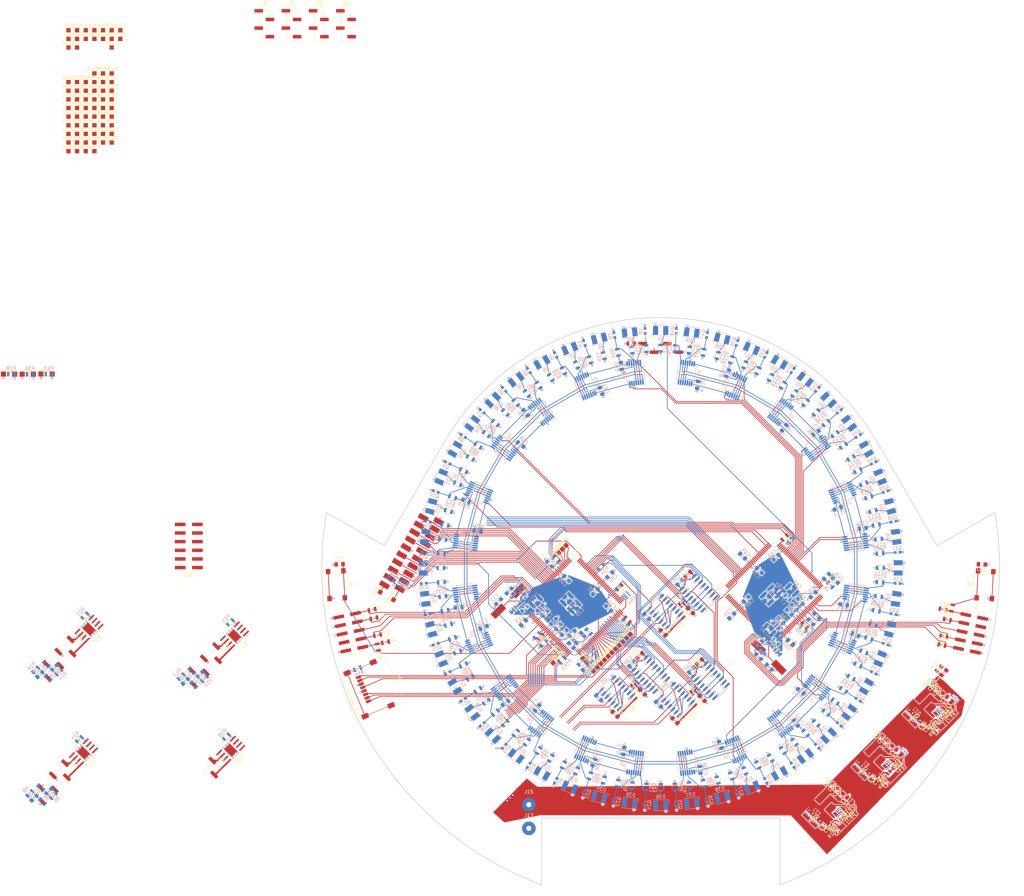
<source format=kicad_pcb>
(kicad_pcb (version 4) (host pcbnew 4.0.7)
  (layers (0 F.Cu signal) (1 In1.Cu power) (2 In2.Cu power) (31 B.Cu signal) (34 B.Paste user) (35 F.Paste user) (36 B.SilkS user) (37 F.SilkS user) (38 B.Mask user) (39 F.Mask user) (44 Edge.Cuts user))
  (net 0 "")
  (net 1 "/Motor Controller/RESET")
  (net 2 GND)
  (net 3 "/Sensor Controller/RESET")
  (net 4 /Button_top)
  (net 5 /Button_right)
  (net 6 /Button_mid)
  (net 7 /Button_left)
  (net 8 /Button_back)
  (net 9 /Button_bot)
  (net 10 "/Motor Controller/Encoder 1/ENC1_out_B")
  (net 11 "/Motor Controller/Encoder 1/ENC1_out_A")
  (net 12 "/Motor Controller/Encoder 2/ENC2_out_B")
  (net 13 "/Motor Controller/Encoder 2/ENC2_out_A")
  (net 14 "Net-(C5-Pad1)")
  (net 15 "/Motor Controller/Encoder 3/ENC3_out_B")
  (net 16 "/Motor Controller/Encoder 3/ENC3_out_A")
  (net 17 +3V3)
  (net 18 "Net-(C11-Pad1)")
  (net 19 "Net-(C12-Pad2)")
  (net 20 "Net-(C13-Pad1)")
  (net 21 "/Motor Controller/VDDUTMI")
  (net 22 "/Motor Controller/VDDANA")
  (net 23 "/Motor Controller/VDDOUT")
  (net 24 "Net-(C46-Pad1)")
  (net 25 "Net-(C49-Pad1)")
  (net 26 "Net-(C50-Pad2)")
  (net 27 "Net-(C51-Pad2)")
  (net 28 "Net-(C52-Pad1)")
  (net 29 "/Sensor Controller/VDDUTMI")
  (net 30 "/Sensor Controller/VDDANA")
  (net 31 "/Sensor Controller/VDDOUT")
  (net 32 "Net-(C72-Pad1)")
  (net 33 "Net-(C72-Pad2)")
  (net 34 +12V)
  (net 35 "Net-(C79-Pad1)")
  (net 36 "Net-(C79-Pad2)")
  (net 37 +5V)
  (net 38 "Net-(D1-Pad2)")
  (net 39 "Net-(D2-Pad2)")
  (net 40 "Net-(D3-Pad2)")
  (net 41 "Net-(D4-Pad2)")
  (net 42 "/Motor Controller/JTAG_Test_Mode_Select")
  (net 43 "/Motor Controller/JTAG_Test_Clock")
  (net 44 "/Motor Controller/JTAG_Test_Data_Out")
  (net 45 "Net-(J1-Pad7)")
  (net 46 "/Motor Controller/JTAG_Test_Data_In")
  (net 47 "Net-(J1-Pad10)")
  (net 48 "Net-(J2-Pad1)")
  (net 49 "Net-(J2-Pad5)")
  (net 50 "Net-(J2-Pad2)")
  (net 51 "Net-(J2-Pad6)")
  (net 52 "Net-(J3-Pad1)")
  (net 53 "Net-(J3-Pad5)")
  (net 54 "Net-(J3-Pad2)")
  (net 55 "Net-(J3-Pad6)")
  (net 56 "Net-(J4-Pad1)")
  (net 57 "Net-(J4-Pad5)")
  (net 58 "Net-(J4-Pad2)")
  (net 59 "Net-(J4-Pad6)")
  (net 60 "Net-(J5-Pad9)")
  (net 61 "Net-(J5-Pad8)")
  (net 62 "Net-(J5-Pad5)")
  (net 63 "Net-(J5-Pad3)")
  (net 64 "Net-(J5-Pad2)")
  (net 65 "Net-(J5-Pad1)")
  (net 66 "Net-(J6-Pad1)")
  (net 67 "Net-(J6-Pad2)")
  (net 68 "/Sensor Controller/JTAG_Test_Mode_Select")
  (net 69 "/Sensor Controller/JTAG_Test_Clock")
  (net 70 "/Sensor Controller/JTAG_Test_Data_Out")
  (net 71 "Net-(J7-Pad7)")
  (net 72 "/Sensor Controller/JTAG_Test_Data_In")
  (net 73 "Net-(J7-Pad10)")
  (net 74 "/Sensor Controller/Echo1")
  (net 75 "/Sensor Controller/Trig1")
  (net 76 "/Sensor Controller/Echo2")
  (net 77 "/Sensor Controller/Trig2")
  (net 78 "/Sensor Controller/Echo3")
  (net 79 "/Sensor Controller/Trig3")
  (net 80 "/Sensor Controller/Echo4")
  (net 81 "/Sensor Controller/Trig4")
  (net 82 "Net-(J12-Pad1)")
  (net 83 /I²C_clock)
  (net 84 /I²C_data)
  (net 85 /SPI0_MOSI)
  (net 86 /SPI0_MISO)
  (net 87 /SPI0_CLK)
  (net 88 /SPI0_SS0)
  (net 89 "/Sensor Controller/Linesensor 1/Photo1")
  (net 90 "/Sensor Controller/Linesensor 1/Photo2")
  (net 91 "/Sensor Controller/Linesensor 1/Photo3")
  (net 92 "/Sensor Controller/Linesensor 1/Photo4")
  (net 93 "Net-(R18-Pad1)")
  (net 94 "Net-(R20-Pad1)")
  (net 95 "Net-(R22-Pad1)")
  (net 96 "Net-(R23-Pad1)")
  (net 97 "Net-(R24-Pad1)")
  (net 98 "Net-(R28-Pad1)")
  (net 99 "Net-(R38-Pad1)")
  (net 100 "Net-(R39-Pad1)")
  (net 101 /BAT_LED)
  (net 102 /M_LED1)
  (net 103 /S_LED1)
  (net 104 /M_LED2)
  (net 105 /S_LED2)
  (net 106 /M_LED3)
  (net 107 /S_LED3)
  (net 108 "Net-(R59-Pad1)")
  (net 109 "Net-(R60-Pad1)")
  (net 110 "Net-(R63-Pad1)")
  (net 111 /SPI1_MISO)
  (net 112 /SPI1_MOSI)
  (net 113 /SPI1_SS0)
  (net 114 "Net-(U1-Pad37)")
  (net 115 "Net-(U1-Pad38)")
  (net 116 "Net-(U1-Pad39)")
  (net 117 "Net-(U1-Pad42)")
  (net 118 "Net-(U1-Pad43)")
  (net 119 "Net-(U1-Pad46)")
  (net 120 "Net-(U1-Pad48)")
  (net 121 "Net-(U1-Pad49)")
  (net 122 "Net-(U1-Pad50)")
  (net 123 "Net-(U1-Pad69)")
  (net 124 /SPI1_CLK)
  (net 125 "/Motor Controller/PWM0H")
  (net 126 "/Motor Controller/PWM0L")
  (net 127 "/Motor Controller/PWM1H")
  (net 128 "/Motor Controller/PWM1L")
  (net 129 "/Motor Controller/PWM2H")
  (net 130 "/Motor Controller/PWM2L")
  (net 131 "/Motor Controller/PWM3H")
  (net 132 "/Motor Controller/PWM3L")
  (net 133 "Net-(U6-Pad3)")
  (net 134 "Net-(U6-Pad4)")
  (net 135 "Net-(U6-Pad6)")
  (net 136 "/Motor Controller/Encoder 1/Direction")
  (net 137 "Net-(U7-Pad12)")
  (net 138 "Net-(U10-Pad4)")
  (net 139 "/Motor Controller/Encoder 1/0")
  (net 140 "Net-(U8-Pad3)")
  (net 141 "/Motor Controller/Encoder 1/2")
  (net 142 "/Motor Controller/Encoder 1/3")
  (net 143 "Net-(U8-Pad6)")
  (net 144 "/Motor Controller/Encoder 1/1")
  (net 145 "Net-(U8-Pad11)")
  (net 146 "Net-(U8-Pad14)")
  (net 147 "/Motor Controller/Encoder 1/4")
  (net 148 "/Motor Controller/Encoder 1/5")
  (net 149 "/Motor Controller/Encoder 1/ENC1_H")
  (net 150 "Net-(U10-Pad12)")
  (net 151 "Net-(U10-Pad13)")
  (net 152 "Net-(U11-Pad3)")
  (net 153 "Net-(U11-Pad4)")
  (net 154 "Net-(U11-Pad6)")
  (net 155 "/Motor Controller/Encoder 2/Direction")
  (net 156 "Net-(U12-Pad12)")
  (net 157 "Net-(U12-Pad13)")
  (net 158 "/Motor Controller/Encoder 2/0")
  (net 159 "Net-(U13-Pad3)")
  (net 160 "/Motor Controller/Encoder 2/2")
  (net 161 "/Motor Controller/Encoder 2/3")
  (net 162 "Net-(U13-Pad6)")
  (net 163 "/Motor Controller/Encoder 2/1")
  (net 164 "Net-(U13-Pad11)")
  (net 165 "Net-(U13-Pad14)")
  (net 166 "/Motor Controller/Encoder 2/4")
  (net 167 "/Motor Controller/Encoder 2/5")
  (net 168 "/Motor Controller/Encoder 2/ENC2_H")
  (net 169 "Net-(U15-Pad12)")
  (net 170 "Net-(U15-Pad13)")
  (net 171 "Net-(U16-Pad3)")
  (net 172 "Net-(U16-Pad4)")
  (net 173 "Net-(U16-Pad6)")
  (net 174 "/Motor Controller/Encoder 3/Direction")
  (net 175 "Net-(U17-Pad12)")
  (net 176 "Net-(U17-Pad13)")
  (net 177 "/Motor Controller/Encoder 3/0")
  (net 178 "Net-(U18-Pad3)")
  (net 179 "/Motor Controller/Encoder 3/2")
  (net 180 "/Motor Controller/Encoder 3/3")
  (net 181 "Net-(U18-Pad6)")
  (net 182 "/Motor Controller/Encoder 3/1")
  (net 183 "Net-(U18-Pad11)")
  (net 184 "Net-(U18-Pad14)")
  (net 185 "/Motor Controller/Encoder 3/4")
  (net 186 "/Motor Controller/Encoder 3/5")
  (net 187 "/Motor Controller/Encoder 3/ENC3_H")
  (net 188 "Net-(U20-Pad12)")
  (net 189 "Net-(U20-Pad13)")
  (net 190 "Net-(U23-Pad37)")
  (net 191 "Net-(U23-Pad38)")
  (net 192 "Net-(U23-Pad39)")
  (net 193 "Net-(U23-Pad42)")
  (net 194 "Net-(U23-Pad43)")
  (net 195 "Net-(U23-Pad46)")
  (net 196 "Net-(U23-Pad48)")
  (net 197 "Net-(U23-Pad49)")
  (net 198 "Net-(U23-Pad50)")
  (net 199 "Net-(U23-Pad69)")
  (net 200 "/Sensor Controller/VREF_white")
  (net 201 "Net-(C9-Pad2)")
  (net 202 "Net-(D18-Pad2)")
  (net 203 "Net-(D8-Pad2)")
  (net 204 "Net-(D20-Pad2)")
  (net 205 "Net-(D24-Pad2)")
  (net 206 "Net-(D28-Pad2)")
  (net 207 "Net-(D32-Pad2)")
  (net 208 "Net-(D36-Pad2)")
  (net 209 "Net-(D40-Pad2)")
  (net 210 "Net-(D44-Pad2)")
  (net 211 "Net-(D45-Pad2)")
  (net 212 "Net-(D48-Pad2)")
  (net 213 "Net-(D52-Pad2)")
  (net 214 "Net-(D56-Pad2)")
  (net 215 "/Sensor Controller/Linesensor 2/Photo1")
  (net 216 "/Sensor Controller/Linesensor 2/Photo2")
  (net 217 "/Sensor Controller/Linesensor 2/Photo3")
  (net 218 "/Sensor Controller/Linesensor 2/Photo4")
  (net 219 "/Sensor Controller/Linesensor 3/Photo1")
  (net 220 "/Sensor Controller/Linesensor 3/Photo2")
  (net 221 "/Sensor Controller/Linesensor 3/Photo3")
  (net 222 "/Sensor Controller/Linesensor 3/Photo4")
  (net 223 "/Sensor Controller/Linesensor 4/Photo1")
  (net 224 "/Sensor Controller/Linesensor 4/Photo2")
  (net 225 "/Sensor Controller/Linesensor 4/Photo3")
  (net 226 "/Sensor Controller/Linesensor 4/Photo4")
  (net 227 "/Sensor Controller/Linesensor 5/Photo1")
  (net 228 "/Sensor Controller/Linesensor 5/Photo2")
  (net 229 "/Sensor Controller/Linesensor 5/Photo3")
  (net 230 "/Sensor Controller/Linesensor 5/Photo4")
  (net 231 "/Sensor Controller/Linesensor 6/Photo1")
  (net 232 "/Sensor Controller/Linesensor 6/Photo2")
  (net 233 "/Sensor Controller/Linesensor 6/Photo3")
  (net 234 "/Sensor Controller/Linesensor 6/Photo4")
  (net 235 "/Sensor Controller/Linesensor 7/Photo1")
  (net 236 "/Sensor Controller/Linesensor 7/Photo2")
  (net 237 "/Sensor Controller/Linesensor 7/Photo3")
  (net 238 "/Sensor Controller/Linesensor 7/Photo4")
  (net 239 "/Sensor Controller/Linesensor 8/Photo1")
  (net 240 "/Sensor Controller/Linesensor 8/Photo2")
  (net 241 "/Sensor Controller/Linesensor 8/Photo3")
  (net 242 "/Sensor Controller/Linesensor 8/Photo4")
  (net 243 "/Sensor Controller/Linesensor 9/Photo1")
  (net 244 "/Sensor Controller/Linesensor 9/Photo2")
  (net 245 "/Sensor Controller/Linesensor 9/Photo3")
  (net 246 "/Sensor Controller/Linesensor 9/Photo4")
  (net 247 "/Sensor Controller/Linesensor 10/Photo1")
  (net 248 "/Sensor Controller/Linesensor 10/Photo2")
  (net 249 "/Sensor Controller/Linesensor 10/Photo3")
  (net 250 "/Sensor Controller/Linesensor 10/Photo4")
  (net 251 "/Sensor Controller/Linesensor 11/Photo1")
  (net 252 "/Sensor Controller/Linesensor 11/Photo2")
  (net 253 "/Sensor Controller/Linesensor 11/Photo3")
  (net 254 "/Sensor Controller/Linesensor 11/Photo4")
  (net 255 "/Sensor Controller/Linesensor 12/Photo1")
  (net 256 "/Sensor Controller/Linesensor 12/Photo2")
  (net 257 "/Sensor Controller/Linesensor 12/Photo3")
  (net 258 "/Sensor Controller/Linesensor 12/Photo4")
  (net 259 "Net-(D6-Pad2)")
  (net 260 "Net-(D22-Pad2)")
  (net 261 "Net-(D26-Pad2)")
  (net 262 "Net-(D30-Pad2)")
  (net 263 "Net-(D34-Pad2)")
  (net 264 "Net-(D38-Pad2)")
  (net 265 "Net-(D42-Pad2)")
  (net 266 "Net-(D46-Pad2)")
  (net 267 "Net-(D50-Pad2)")
  (net 268 "Net-(D54-Pad2)")
  (net 269 "Net-(D58-Pad2)")
  (net 270 "Net-(C45-Pad1)")
  (net 271 "Net-(C86-Pad1)")
  (net 272 "Net-(C86-Pad2)")
  (net 273 +5VD)
  (net 274 "Net-(D5-Pad2)")
  (net 275 "Net-(D7-Pad2)")
  (net 276 "Net-(D9-Pad2)")
  (net 277 "Net-(D19-Pad2)")
  (net 278 "Net-(D21-Pad2)")
  (net 279 "Net-(D23-Pad2)")
  (net 280 "Net-(D25-Pad2)")
  (net 281 "Net-(D27-Pad2)")
  (net 282 "Net-(D29-Pad2)")
  (net 283 "Net-(D31-Pad2)")
  (net 284 "Net-(D33-Pad2)")
  (net 285 "Net-(D35-Pad2)")
  (net 286 "Net-(D37-Pad2)")
  (net 287 "Net-(D39-Pad2)")
  (net 288 "Net-(D41-Pad2)")
  (net 289 "Net-(D43-Pad2)")
  (net 290 "Net-(D47-Pad2)")
  (net 291 "Net-(D49-Pad2)")
  (net 292 "Net-(D51-Pad2)")
  (net 293 "Net-(D53-Pad2)")
  (net 294 "Net-(D55-Pad2)")
  (net 295 "Net-(D57-Pad2)")
  (net 296 "Net-(D59-Pad2)")
  (net 297 "Net-(J5-Pad7)")
  (net 298 "/Sensor Controller/LBR")
  (net 299 /CMPS03_PWM)
  (net 300 /RPi1)
  (net 301 /RPi2)
  (net 302 /RPi3)
  (net 303 /RPi4)
  (net 304 "/Motor Controller/LED1")
  (net 305 "/Sensor Controller/LED2")
  (net 306 "Net-(R153-Pad1)")
  (net 307 "Net-(R154-Pad1)")
  (net 308 "Net-(SP1-Pad1)")
  (net 309 "Net-(SP2-Pad1)")
  (net 310 "Net-(SP3-Pad1)")
  (net 311 "Net-(SP4-Pad1)")
  (net 312 "Net-(SP5-Pad1)")
  (net 313 "Net-(SP6-Pad1)")
  (net 314 "Net-(SP7-Pad1)")
  (net 315 "Net-(SP8-Pad1)")
  (net 316 "Net-(SP9-Pad1)")
  (net 317 "Net-(SP10-Pad1)")
  (net 318 "Net-(SP11-Pad1)")
  (net 319 "Net-(SP12-Pad1)")
  (net 320 "Net-(SP13-Pad1)")
  (net 321 "Net-(SP14-Pad1)")
  (net 322 "Net-(SP15-Pad1)")
  (net 323 "Net-(SP16-Pad1)")
  (net 324 "Net-(SP17-Pad1)")
  (net 325 "Net-(SP18-Pad1)")
  (net 326 "Net-(SP20-Pad1)")
  (net 327 "Net-(SP21-Pad1)")
  (net 328 "Net-(SP22-Pad1)")
  (net 329 "Net-(SP23-Pad1)")
  (net 330 "Net-(SP24-Pad1)")
  (net 331 "Net-(SP25-Pad1)")
  (net 332 "Net-(SP26-Pad1)")
  (net 333 "Net-(SP27-Pad1)")
  (net 334 "Net-(SP28-Pad1)")
  (net 335 "Net-(SP29-Pad1)")
  (net 336 "Net-(SP30-Pad1)")
  (net 337 "Net-(SP31-Pad1)")
  (net 338 "Net-(SP33-Pad1)")
  (net 339 "Net-(SP34-Pad1)")
  (net 340 "Net-(SP35-Pad1)")
  (net 341 "Net-(SP36-Pad1)")
  (net 342 "Net-(SP37-Pad1)")
  (net 343 "Net-(SP38-Pad1)")
  (net 344 "Net-(SP39-Pad1)")
  (net 345 "Net-(SP40-Pad1)")
  (net 346 "Net-(SP41-Pad1)")
  (net 347 "Net-(SP42-Pad1)")
  (net 348 "Net-(SP43-Pad1)")
  (net 349 "Net-(SP44-Pad1)")
  (net 350 "Net-(SP45-Pad1)")
  (net 351 "Net-(SP46-Pad1)")
  (net 352 "Net-(SP47-Pad1)")
  (net 353 "Net-(SP48-Pad1)")
  (net 354 "Net-(SP49-Pad1)")
  (net 355 "Net-(SP50-Pad1)")
  (net 356 "Net-(SP51-Pad1)")
  (net 357 "Net-(SP52-Pad1)")
  (net 358 "Net-(SP53-Pad1)")
  (net 359 "Net-(SP54-Pad1)")
  (net 360 "Net-(SP55-Pad1)")
  (net 361 "Net-(SP56-Pad1)")
  (net 362 "Net-(SP57-Pad1)")
  (net 363 "Net-(SP58-Pad1)")
  (net 364 "Net-(SP59-Pad1)")
  (net 365 "Net-(SP60-Pad1)")
  (net 366 "Net-(SP61-Pad1)")
  (net 367 "Net-(SP62-Pad1)")
  (net 368 "Net-(SP63-Pad1)")
  (net 369 "Net-(SP64-Pad1)")
  (net 370 "Net-(SP65-Pad1)")
  (net 371 "Net-(SP66-Pad1)")
  (net 372 "Net-(SP67-Pad1)")
  (net 373 "Net-(SP68-Pad1)")
  (net 374 "Net-(SP69-Pad1)")
  (net 375 "Net-(SP70-Pad1)")
  (net 376 "Net-(SP71-Pad1)")
  (net 377 "Net-(SP72-Pad1)")
  (net 378 "Net-(SP73-Pad1)")
  (net 379 "Net-(SP74-Pad1)")
  (net 380 "Net-(SP75-Pad1)")
  (net 381 "Net-(SP76-Pad1)")
  (net 382 "Net-(SP77-Pad1)")
  (net 383 "Net-(SP78-Pad1)")
  (net 384 "Net-(SP79-Pad1)")
  (net 385 "Net-(SP80-Pad1)")
  (net 386 "Net-(SP81-Pad1)")
  (net 387 "Net-(SP82-Pad1)")
  (net 388 "Net-(SP83-Pad1)")
  (net 389 "Net-(SP84-Pad1)")
  (net 390 "Net-(SP85-Pad1)")
  (net 391 "Net-(SP86-Pad1)")
  (net 392 "Net-(SP87-Pad1)")
  (net 393 "Net-(SP88-Pad1)")
  (net 394 "Net-(SP89-Pad1)")
  (net 395 "Net-(SP90-Pad1)")
  (net 396 "Net-(SP91-Pad1)")
  (net 397 "/Motor Controller/ENC1A")
  (net 398 "/Motor Controller/ENC1C")
  (net 399 "/Motor Controller/ENC1D")
  (net 400 "/Motor Controller/ENC1E")
  (net 401 "/Motor Controller/ENC1F")
  (net 402 "/Motor Controller/ENC1G")
  (net 403 "/Motor Controller/ENC2A")
  (net 404 "/Motor Controller/ENC2B")
  (net 405 "/Motor Controller/ENC2C")
  (net 406 "/Motor Controller/ENC2D")
  (net 407 "/Motor Controller/ENC3F")
  (net 408 "/Motor Controller/ENC3G")
  (net 409 "/Motor Controller/ENC_LOAD")
  (net 410 "/Motor Controller/ENC1B")
  (net 411 "Net-(U1-Pad130)")
  (net 412 "/Motor Controller/ENC2E")
  (net 413 "/Motor Controller/ENC_CLK")
  (net 414 "/Motor Controller/ENC2F")
  (net 415 "/Motor Controller/ENC2G")
  (net 416 "/Motor Controller/ENC3A")
  (net 417 "/Motor Controller/ENC3B")
  (net 418 "/Motor Controller/ENC3C")
  (net 419 "/Motor Controller/ENC3D")
  (net 420 "/Motor Controller/ENC3E")
  (net 421 "/Sensor Controller/2BLACK")
  (net 422 "/Sensor Controller/VREF_black")
  (net 423 "/Sensor Controller/2WHITE")
  (net 424 "/Sensor Controller/1BLACK")
  (net 425 "/Sensor Controller/1WHITE")
  (net 426 "/Sensor Controller/3BLACK")
  (net 427 "/Sensor Controller/4BLACK")
  (net 428 "/Sensor Controller/4WHITE")
  (net 429 "/Sensor Controller/5BLACK")
  (net 430 "/Sensor Controller/5WHITE")
  (net 431 "/Sensor Controller/6BLACK")
  (net 432 "/Sensor Controller/6WHITE")
  (net 433 "/Sensor Controller/7BLACK")
  (net 434 "/Sensor Controller/7WHITE")
  (net 435 "/Sensor Controller/8BLACK")
  (net 436 "/Sensor Controller/12BLACK")
  (net 437 "/Sensor Controller/12WHITE")
  (net 438 "/Sensor Controller/3WHITE")
  (net 439 "Net-(U23-Pad130)")
  (net 440 "/Sensor Controller/8WHITE")
  (net 441 "/Sensor Controller/9BLACK")
  (net 442 "/Sensor Controller/9WHITE")
  (net 443 "/Sensor Controller/10BLACK")
  (net 444 "/Sensor Controller/10WHITE")
  (net 445 "/Sensor Controller/11BLACK")
  (net 446 "/Sensor Controller/11WHITE")
  (net 447 "Net-(J14-Pad20)")
  (net 448 "Net-(J14-Pad19)")
  (net 449 /RPi6)
  (net 450 /RPi5)
  (net 451 "Net-(R155-Pad2)")
  (net 452 "Net-(R53-Pad1)")
  (net 453 "Net-(R53-Pad2)")
  (net 454 "Net-(R54-Pad1)")
  (net 455 "Net-(R157-Pad1)")
  (net 456 "Net-(R158-Pad1)")
  (net 457 "Net-(R159-Pad1)")
  (net 458 "Net-(R163-Pad2)")
  (net 459 "Net-(R164-Pad2)")
  (net 460 "Net-(R165-Pad2)")
  (net 461 "Net-(R167-Pad1)")
  (net 462 "/Sensor Controller/S_LED1")
  (net 463 "/Sensor Controller/S_LED2")
  (net 464 "/Sensor Controller/S_LED3")
  (net 465 "Net-(RN1-Pad7)")
  (net 466 "Net-(RN1-Pad8)")
  (net 467 "Net-(RN1-Pad6)")
  (net 468 "Net-(RN1-Pad5)")
  (net 469 "Net-(RN2-Pad7)")
  (net 470 "Net-(RN2-Pad8)")
  (net 471 "Net-(RN2-Pad6)")
  (net 472 "Net-(RN2-Pad5)")
  (net 473 "Net-(RN1-Pad2)")
  (net 474 "Net-(RN3-Pad1)")
  (net 475 "Net-(RN3-Pad3)")
  (net 476 "Net-(RN3-Pad2)")
  (net 477 "Net-(RN3-Pad4)")
  (net 478 "Net-(RN4-Pad1)")
  (net 479 "Net-(RN4-Pad3)")
  (net 480 "Net-(RN4-Pad2)")
  (net 481 "Net-(RN4-Pad4)")
  (module Pin_Headers:Pin_Header_Straight_1x02_Pitch2.54mm_SMD_Pin1Left (layer F.Cu) (at 75.998449 238.739953 315)
    (fp_text reference J6 (at 0 -3.6 315) (layer F.SilkS))
    (fp_text value "Motor 4")
    (pad 1 smd rect (at -1.655 -1.27 315) (size 2.51 1) (layers F.Cu F.Paste F.Mask) (net 66 "Net-(J6-Pad1)"))
    (pad 2 smd rect (at 1.655 1.27 315) (size 2.51 1) (layers F.Cu F.Paste F.Mask) (net 67 "Net-(J6-Pad2)"))
  )
  (module Pin_Headers:Pin_Header_Straight_1x06_Pitch2.54mm_SMD_Pin1Left (layer F.Cu) (at 29.116953 243.111696 315)
    (fp_text reference J2 (at 0 -8.68 315) (layer F.SilkS))
    (fp_text value "Motor + Enc 1")
    (pad 1 smd rect (at -1.655 -6.35 315) (size 2.51 1) (layers F.Cu F.Paste F.Mask) (net 48 "Net-(J2-Pad1)"))
    (pad 3 smd rect (at -1.655 -1.27 315) (size 2.51 1) (layers F.Cu F.Paste F.Mask) (net 2 GND))
    (pad 5 smd rect (at -1.655 3.81 315) (size 2.51 1) (layers F.Cu F.Paste F.Mask) (net 49 "Net-(J2-Pad5)"))
    (pad 2 smd rect (at 1.655 -3.81 315) (size 2.51 1) (layers F.Cu F.Paste F.Mask) (net 50 "Net-(J2-Pad2)"))
    (pad 4 smd rect (at 1.655 1.27 315) (size 2.51 1) (layers F.Cu F.Paste F.Mask) (net 273 +5VD))
    (pad 6 smd rect (at 1.655 6.35 315) (size 2.51 1) (layers F.Cu F.Paste F.Mask) (net 51 "Net-(J2-Pad6)"))
  )
  (module Housings_SOIC:SOIC-16_3.9x9.9mm_Pitch1.27mm (layer F.Cu) (at 209.059412 193.41074 225)
    (fp_text reference U18 (at 0 -6 225) (layer F.SilkS))
    (fp_text value CD74HC175)
    (pad 1 smd rect (at -2.7 -4.445 225) (size 1.5 0.6) (layers F.Cu F.Paste F.Mask) (net 17 +3V3))
    (pad 2 smd rect (at -2.7 -3.175 225) (size 1.5 0.6) (layers F.Cu F.Paste F.Mask) (net 177 "/Motor Controller/Encoder 3/0"))
    (pad 3 smd rect (at -2.7 -1.905 225) (size 1.5 0.6) (layers F.Cu F.Paste F.Mask) (net 178 "Net-(U18-Pad3)"))
    (pad 4 smd rect (at -2.7 -0.635 225) (size 1.5 0.6) (layers F.Cu F.Paste F.Mask) (net 179 "/Motor Controller/Encoder 3/2"))
    (pad 5 smd rect (at -2.7 0.635 225) (size 1.5 0.6) (layers F.Cu F.Paste F.Mask) (net 180 "/Motor Controller/Encoder 3/3"))
    (pad 6 smd rect (at -2.7 1.905 225) (size 1.5 0.6) (layers F.Cu F.Paste F.Mask) (net 181 "Net-(U18-Pad6)"))
    (pad 7 smd rect (at -2.7 3.175 225) (size 1.5 0.6) (layers F.Cu F.Paste F.Mask) (net 182 "/Motor Controller/Encoder 3/1"))
    (pad 8 smd rect (at -2.7 4.445 225) (size 1.5 0.6) (layers F.Cu F.Paste F.Mask) (net 2 GND))
    (pad 9 smd rect (at 2.7 4.445 225) (size 1.5 0.6) (layers F.Cu F.Paste F.Mask) (net 413 "/Motor Controller/ENC_CLK"))
    (pad 10 smd rect (at 2.7 3.175 225) (size 1.5 0.6) (layers F.Cu F.Paste F.Mask) (net 179 "/Motor Controller/Encoder 3/2"))
    (pad 11 smd rect (at 2.7 1.905 225) (size 1.5 0.6) (layers F.Cu F.Paste F.Mask) (net 183 "Net-(U18-Pad11)"))
    (pad 12 smd rect (at 2.7 0.635 225) (size 1.5 0.6) (layers F.Cu F.Paste F.Mask) (net 15 "/Motor Controller/Encoder 3/ENC3_out_B"))
    (pad 13 smd rect (at 2.7 -0.635 225) (size 1.5 0.6) (layers F.Cu F.Paste F.Mask) (net 16 "/Motor Controller/Encoder 3/ENC3_out_A"))
    (pad 14 smd rect (at 2.7 -1.905 225) (size 1.5 0.6) (layers F.Cu F.Paste F.Mask) (net 184 "Net-(U18-Pad14)"))
    (pad 15 smd rect (at 2.7 -3.175 225) (size 1.5 0.6) (layers F.Cu F.Paste F.Mask) (net 180 "/Motor Controller/Encoder 3/3"))
    (pad 16 smd rect (at 2.7 -4.445 225) (size 1.5 0.6) (layers F.Cu F.Paste F.Mask) (net 17 +3V3))
  )
  (module TO_SOT_Packages_SMD:SOT-23-6 (layer F.Cu) (at 288.288011 224.317263 315)
    (fp_text reference U28 (at 0 -2.9 315) (layer F.SilkS))
    (fp_text value TPS563209)
    (pad 1 smd rect (at -1.1 -0.95 315) (size 1.06 0.65) (layers F.Cu F.Paste F.Mask) (net 2 GND))
    (pad 2 smd rect (at -1.1 0 315) (size 1.06 0.65) (layers F.Cu F.Paste F.Mask) (net 35 "Net-(C79-Pad1)"))
    (pad 3 smd rect (at -1.1 0.95 315) (size 1.06 0.65) (layers F.Cu F.Paste F.Mask) (net 34 +12V))
    (pad 4 smd rect (at 1.1 0.95 315) (size 1.06 0.65) (layers F.Cu F.Paste F.Mask) (net 452 "Net-(R53-Pad1)"))
    (pad 6 smd rect (at 1.1 -0.95 315) (size 1.06 0.65) (layers F.Cu F.Paste F.Mask) (net 36 "Net-(C79-Pad2)"))
    (pad 5 smd rect (at 1.1 0 315) (size 1.06 0.65) (layers F.Cu F.Paste F.Mask) (net 110 "Net-(R63-Pad1)"))
  )
  (module Resistors_SMD:R_0805 (layer B.Cu) (at 203.27 115.54 273.75)
    (fp_text reference R45 (at 0 1.65 273.75) (layer B.SilkS) (effects (justify mirror)))
    (fp_text value 6.2K)
    (pad 1 smd rect (at -0.95 0 273.75) (size 0.7 1.3) (layers B.Cu B.Paste B.Mask) (net 89 "/Sensor Controller/Linesensor 1/Photo1"))
    (pad 2 smd rect (at 0.95 0 273.75) (size 0.7 1.3) (layers B.Cu B.Paste B.Mask) (net 2 GND))
  )
  (module Buttons_Switches_SMD:SW_SPST_B3S-1000 (layer F.Cu) (at 112.20704 184.9628 273)
    (fp_text reference B1 (at 0.015123 -4.660297 363) (layer F.SilkS))
    (fp_text value BUTTON)
    (pad 1 smd rect (at -3.975 -2.25 273) (size 1.55 1.3) (layers F.Cu F.Paste F.Mask) (net 1 "/Motor Controller/RESET"))
    (pad 1 smd rect (at 3.975 -2.25 273) (size 1.55 1.3) (layers F.Cu F.Paste F.Mask) (net 1 "/Motor Controller/RESET"))
    (pad 2 smd rect (at -3.975 2.25 273) (size 1.55 1.3) (layers F.Cu F.Paste F.Mask) (net 2 GND))
    (pad 2 smd rect (at 3.975 2.25 273) (size 1.55 1.3) (layers F.Cu F.Paste F.Mask) (net 2 GND))
  )
  (module Buttons_Switches_SMD:SW_SPST_B3S-1000 (layer F.Cu) (at 302.82 184.98 87)
    (fp_text reference B2 (at 0 -4.5 177) (layer F.SilkS))
    (fp_text value BUTTON)
    (pad 1 smd rect (at -3.975 -2.25 87) (size 1.55 1.3) (layers F.Cu F.Paste F.Mask) (net 3 "/Sensor Controller/RESET"))
    (pad 1 smd rect (at 3.975 -2.25 87) (size 1.55 1.3) (layers F.Cu F.Paste F.Mask) (net 3 "/Sensor Controller/RESET"))
    (pad 2 smd rect (at -3.975 2.25 87) (size 1.55 1.3) (layers F.Cu F.Paste F.Mask) (net 2 GND))
    (pad 2 smd rect (at 3.975 2.25 87) (size 1.55 1.3) (layers F.Cu F.Paste F.Mask) (net 2 GND))
  )
  (module Capacitors_SMD:C_0805 (layer B.Cu) (at 23.307935 247.694294 225)
    (fp_text reference C1 (at 0 1.5 225) (layer B.SilkS) (effects (justify mirror)))
    (fp_text value opt.)
    (pad 1 smd rect (at -1 0 225) (size 1 1.25) (layers B.Cu B.Paste B.Mask) (net 10 "/Motor Controller/Encoder 1/ENC1_out_B"))
    (pad 2 smd rect (at 1 0 225) (size 1 1.25) (layers B.Cu B.Paste B.Mask) (net 2 GND))
  )
  (module Capacitors_SMD:C_0805 (layer B.Cu) (at 27.741494 245.707324 45)
    (fp_text reference C2 (at 0 1.5 45) (layer B.SilkS) (effects (justify mirror)))
    (fp_text value opt.)
    (pad 1 smd rect (at -1 0 45) (size 1 1.25) (layers B.Cu B.Paste B.Mask) (net 11 "/Motor Controller/Encoder 1/ENC1_out_A"))
    (pad 2 smd rect (at 1 0 45) (size 1 1.25) (layers B.Cu B.Paste B.Mask) (net 2 GND))
  )
  (module Capacitors_SMD:C_0805 (layer B.Cu) (at 67.785949 213.352865 225)
    (fp_text reference C3 (at 0 1.5 225) (layer B.SilkS) (effects (justify mirror)))
    (fp_text value opt.)
    (pad 1 smd rect (at -1 0 225) (size 1 1.25) (layers B.Cu B.Paste B.Mask) (net 12 "/Motor Controller/Encoder 2/ENC2_out_B"))
    (pad 2 smd rect (at 1 0 225) (size 1 1.25) (layers B.Cu B.Paste B.Mask) (net 2 GND))
  )
  (module Capacitors_SMD:C_0805 (layer B.Cu) (at 72.16294 211.309326 45)
    (fp_text reference C4 (at 0 1.5 45) (layer B.SilkS) (effects (justify mirror)))
    (fp_text value opt.)
    (pad 1 smd rect (at -1 0 45) (size 1 1.25) (layers B.Cu B.Paste B.Mask) (net 13 "/Motor Controller/Encoder 2/ENC2_out_A"))
    (pad 2 smd rect (at 1 0 45) (size 1 1.25) (layers B.Cu B.Paste B.Mask) (net 2 GND))
  )
  (module Capacitors_SMD:C_0805 (layer B.Cu) (at 166.759642 186.994752 135)
    (fp_text reference C5 (at 0 1.5 135) (layer B.SilkS) (effects (justify mirror)))
    (fp_text value 100n)
    (pad 1 smd rect (at -1 0 135) (size 1 1.25) (layers B.Cu B.Paste B.Mask) (net 14 "Net-(C5-Pad1)"))
    (pad 2 smd rect (at 1 0 135) (size 1 1.25) (layers B.Cu B.Paste B.Mask) (net 2 GND))
  )
  (module Capacitors_SMD:C_0805 (layer B.Cu) (at 25.000899 211.377161 225)
    (fp_text reference C7 (at 0 1.5 225) (layer B.SilkS) (effects (justify mirror)))
    (fp_text value opt.)
    (pad 1 smd rect (at -1 0 225) (size 1 1.25) (layers B.Cu B.Paste B.Mask) (net 15 "/Motor Controller/Encoder 3/ENC3_out_B"))
    (pad 2 smd rect (at 1 0 225) (size 1 1.25) (layers B.Cu B.Paste B.Mask) (net 2 GND))
  )
  (module Capacitors_SMD:C_0805 (layer B.Cu) (at 29.377891 209.333622 45)
    (fp_text reference C8 (at 0 1.5 45) (layer B.SilkS) (effects (justify mirror)))
    (fp_text value opt.)
    (pad 1 smd rect (at -1 0 45) (size 1 1.25) (layers B.Cu B.Paste B.Mask) (net 16 "/Motor Controller/Encoder 3/ENC3_out_A"))
    (pad 2 smd rect (at 1 0 45) (size 1 1.25) (layers B.Cu B.Paste B.Mask) (net 2 GND))
  )
  (module Capacitors_SMD:C_0805 (layer B.Cu) (at 162.891769 186.77555 45)
    (fp_text reference C9 (at 0 1.55 45) (layer B.SilkS) (effects (justify mirror)))
    (fp_text value 22p)
    (pad 1 smd rect (at -1 0 45) (size 1 1.25) (layers B.Cu B.Paste B.Mask) (net 2 GND))
    (pad 2 smd rect (at 1 0 45) (size 1 1.25) (layers B.Cu B.Paste B.Mask) (net 201 "Net-(C9-Pad2)"))
  )
  (module Capacitors_SMD:C_0805 (layer B.Cu) (at 185.335338 209.374683 45)
    (fp_text reference C10 (at 0.00274 1.49696 45) (layer B.SilkS) (effects (justify mirror)))
    (fp_text value 100n)
    (pad 1 smd rect (at -1 0 45) (size 1 1.25) (layers B.Cu B.Paste B.Mask) (net 17 +3V3))
    (pad 2 smd rect (at 1 0 45) (size 1 1.25) (layers B.Cu B.Paste B.Mask) (net 2 GND))
  )
  (module Capacitors_SMD:C_0805 (layer B.Cu) (at 186.530347 206.765459 315)
    (fp_text reference C11 (at 0.0019 1.5019 315) (layer B.SilkS) (effects (justify mirror)))
    (fp_text value 100n)
    (pad 1 smd rect (at -1 0 315) (size 1 1.25) (layers B.Cu B.Paste B.Mask) (net 18 "Net-(C11-Pad1)"))
    (pad 2 smd rect (at 1 0 315) (size 1 1.25) (layers B.Cu B.Paste B.Mask) (net 2 GND))
  )
  (module Capacitors_SMD:C_0805 (layer B.Cu) (at 159.829995 189.851465 225)
    (fp_text reference C12 (at -0.0019 1.4981 225) (layer B.SilkS) (effects (justify mirror)))
    (fp_text value 22p)
    (pad 1 smd rect (at -1 0 225) (size 1 1.25) (layers B.Cu B.Paste B.Mask) (net 2 GND))
    (pad 2 smd rect (at 1 0 225) (size 1 1.25) (layers B.Cu B.Paste B.Mask) (net 19 "Net-(C12-Pad2)"))
  )
  (module Capacitors_SMD:C_0805 (layer B.Cu) (at 167.113194 196.158856 225)
    (fp_text reference C13 (at 0.0019 1.5019 225) (layer B.SilkS) (effects (justify mirror)))
    (fp_text value 22p)
    (pad 1 smd rect (at -1 0 225) (size 1 1.25) (layers B.Cu B.Paste B.Mask) (net 20 "Net-(C13-Pad1)"))
    (pad 2 smd rect (at 1 0 225) (size 1 1.25) (layers B.Cu B.Paste B.Mask) (net 2 GND))
  )
  (module Capacitors_SMD:C_0805 (layer B.Cu) (at 175.994456 195.762876 45)
    (fp_text reference C15 (at 0 1.5 45) (layer B.SilkS) (effects (justify mirror)))
    (fp_text value 100n)
    (pad 1 smd rect (at -1 0 45) (size 1 1.25) (layers B.Cu B.Paste B.Mask) (net 17 +3V3))
    (pad 2 smd rect (at 1 0 45) (size 1 1.25) (layers B.Cu B.Paste B.Mask) (net 2 GND))
  )
  (module Capacitors_SMD:C_0805 (layer B.Cu) (at 174.89137 178.863024 135)
    (fp_text reference C16 (at 0 1.5 135) (layer B.SilkS) (effects (justify mirror)))
    (fp_text value 100n)
    (pad 1 smd rect (at -1 0 135) (size 1 1.25) (layers B.Cu B.Paste B.Mask) (net 17 +3V3))
    (pad 2 smd rect (at 1 0 135) (size 1 1.25) (layers B.Cu B.Paste B.Mask) (net 2 GND))
  )
  (module Capacitors_SMD:C_0805 (layer B.Cu) (at 173.123603 202.169265 225)
    (fp_text reference C17 (at 0 1.5 225) (layer B.SilkS) (effects (justify mirror)))
    (fp_text value 100n)
    (pad 1 smd rect (at -1 0 225) (size 1 1.25) (layers B.Cu B.Paste B.Mask) (net 17 +3V3))
    (pad 2 smd rect (at 1 0 225) (size 1 1.25) (layers B.Cu B.Paste B.Mask) (net 2 GND))
  )
  (module Capacitors_SMD:C_0805 (layer B.Cu) (at 181.417965 199.263056 45)
    (fp_text reference C18 (at 0 1.5 45) (layer B.SilkS) (effects (justify mirror)))
    (fp_text value 100n)
    (pad 1 smd rect (at -1 0 45) (size 1 1.25) (layers B.Cu B.Paste B.Mask) (net 17 +3V3))
    (pad 2 smd rect (at 1 0 45) (size 1 1.25) (layers B.Cu B.Paste B.Mask) (net 2 GND))
  )
  (module Capacitors_SMD:C_0805 (layer B.Cu) (at 197.136949 196.158857 315)
    (fp_text reference C19 (at 0 1.5 315) (layer B.SilkS) (effects (justify mirror)))
    (fp_text value 100n)
    (pad 1 smd rect (at -1 0 315) (size 1 1.25) (layers B.Cu B.Paste B.Mask) (net 17 +3V3))
    (pad 2 smd rect (at 1 0 315) (size 1 1.25) (layers B.Cu B.Paste B.Mask) (net 2 GND))
  )
  (module Capacitors_SMD:C_0805 (layer B.Cu) (at 192.540756 182.045006 45)
    (fp_text reference C20 (at 0 1.5 45) (layer B.SilkS) (effects (justify mirror)))
    (fp_text value 100n)
    (pad 1 smd rect (at -1 0 45) (size 1 1.25) (layers B.Cu B.Paste B.Mask) (net 17 +3V3))
    (pad 2 smd rect (at 1 0 45) (size 1 1.25) (layers B.Cu B.Paste B.Mask) (net 2 GND))
  )
  (module Capacitors_SMD:C_0805 (layer B.Cu) (at 172.10537 191.87379 45)
    (fp_text reference C21 (at 0 1.5 45) (layer B.SilkS) (effects (justify mirror)))
    (fp_text value 100n)
    (pad 1 smd rect (at -1 0 45) (size 1 1.25) (layers B.Cu B.Paste B.Mask) (net 21 "/Motor Controller/VDDUTMI"))
    (pad 2 smd rect (at 1 0 45) (size 1 1.25) (layers B.Cu B.Paste B.Mask) (net 2 GND))
  )
  (module Capacitors_SMD:C_0805 (layer B.Cu) (at 181.18462 202.833945 135)
    (fp_text reference C23 (at 0 1.5 135) (layer B.SilkS) (effects (justify mirror)))
    (fp_text value 100n)
    (pad 1 smd rect (at -1 0 135) (size 1 1.25) (layers B.Cu B.Paste B.Mask) (net 22 "/Motor Controller/VDDANA"))
    (pad 2 smd rect (at 1 0 135) (size 1 1.25) (layers B.Cu B.Paste B.Mask) (net 2 GND))
  )
  (module Capacitors_SMD:C_0805 (layer B.Cu) (at 179.883544 183.148091 315)
    (fp_text reference C26 (at 0 1.5 315) (layer B.SilkS) (effects (justify mirror)))
    (fp_text value 100n)
    (pad 1 smd rect (at -1 0 315) (size 1 1.25) (layers B.Cu B.Paste B.Mask) (net 23 "/Motor Controller/VDDOUT"))
    (pad 2 smd rect (at 1 0 315) (size 1 1.25) (layers B.Cu B.Paste B.Mask) (net 2 GND))
  )
  (module Capacitors_SMD:C_0805 (layer B.Cu) (at 173.519583 193.288004 45)
    (fp_text reference C27 (at 0 1.5 45) (layer B.SilkS) (effects (justify mirror)))
    (fp_text value 100n)
    (pad 1 smd rect (at -1 0 45) (size 1 1.25) (layers B.Cu B.Paste B.Mask) (net 23 "/Motor Controller/VDDOUT"))
    (pad 2 smd rect (at 1 0 45) (size 1 1.25) (layers B.Cu B.Paste B.Mask) (net 2 GND))
  )
  (module Capacitors_SMD:C_0805 (layer B.Cu) (at 177.408671 197.177091 45)
    (fp_text reference C28 (at 0 1.5 45) (layer B.SilkS) (effects (justify mirror)))
    (fp_text value 100n)
    (pad 1 smd rect (at -1 0 45) (size 1 1.25) (layers B.Cu B.Paste B.Mask) (net 23 "/Motor Controller/VDDOUT"))
    (pad 2 smd rect (at 1 0 45) (size 1 1.25) (layers B.Cu B.Paste B.Mask) (net 2 GND))
  )
  (module Capacitors_SMD:C_0805 (layer B.Cu) (at 179.176438 198.944858 45)
    (fp_text reference C29 (at 0 1.5 45) (layer B.SilkS) (effects (justify mirror)))
    (fp_text value 100n)
    (pad 1 smd rect (at -1 0 45) (size 1 1.25) (layers B.Cu B.Paste B.Mask) (net 23 "/Motor Controller/VDDOUT"))
    (pad 2 smd rect (at 1 0 45) (size 1 1.25) (layers B.Cu B.Paste B.Mask) (net 2 GND))
  )
  (module Capacitors_SMD:C_0805 (layer B.Cu) (at 192.144775 191.87379 135)
    (fp_text reference C30 (at 0 1.5 135) (layer B.SilkS) (effects (justify mirror)))
    (fp_text value 100n)
    (pad 1 smd rect (at -1 0 135) (size 1 1.25) (layers B.Cu B.Paste B.Mask) (net 23 "/Motor Controller/VDDOUT"))
    (pad 2 smd rect (at 1 0 135) (size 1 1.25) (layers B.Cu B.Paste B.Mask) (net 2 GND))
  )
  (module Capacitors_SMD:C_0805 (layer B.Cu) (at 188.255689 187.037179 225)
    (fp_text reference C31 (at 0 1.5 225) (layer B.SilkS) (effects (justify mirror)))
    (fp_text value 100n)
    (pad 1 smd rect (at -1 0 225) (size 1 1.25) (layers B.Cu B.Paste B.Mask) (net 23 "/Motor Controller/VDDOUT"))
    (pad 2 smd rect (at 1 0 225) (size 1 1.25) (layers B.Cu B.Paste B.Mask) (net 2 GND))
  )
  (module Capacitors_SMD:C_0805 (layer F.Cu) (at 113.13668 178.94808 3)
    (fp_text reference C32 (at 0 -1.5 3) (layer F.SilkS))
    (fp_text value 10n)
    (pad 1 smd rect (at -1 0 3) (size 1 1.25) (layers F.Cu F.Paste F.Mask) (net 17 +3V3))
    (pad 2 smd rect (at 1 0 3) (size 1 1.25) (layers F.Cu F.Paste F.Mask) (net 1 "/Motor Controller/RESET"))
  )
  (module Capacitors_SMD:C_0805 (layer F.Cu) (at 194.113128 223.064164 315)
    (fp_text reference C33 (at 0 -1.5 315) (layer F.SilkS))
    (fp_text value 100n)
    (pad 1 smd rect (at -1 0 315) (size 1 1.25) (layers F.Cu F.Paste F.Mask) (net 2 GND))
    (pad 2 smd rect (at 1 0 315) (size 1 1.25) (layers F.Cu F.Paste F.Mask) (net 17 +3V3))
  )
  (module Capacitors_SMD:C_0805 (layer B.Cu) (at 189.241162 218.192199 135)
    (fp_text reference C34 (at 0 1.5 135) (layer B.SilkS) (effects (justify mirror)))
    (fp_text value 100n)
    (pad 1 smd rect (at -1 0 135) (size 1 1.25) (layers B.Cu B.Paste B.Mask) (net 2 GND))
    (pad 2 smd rect (at 1 0 135) (size 1 1.25) (layers B.Cu B.Paste B.Mask) (net 17 +3V3))
  )
  (module Capacitors_SMD:C_0805 (layer F.Cu) (at 201.368043 205.796617 45)
    (fp_text reference C35 (at 0 -1.5 45) (layer F.SilkS))
    (fp_text value 100n)
    (pad 1 smd rect (at -1 0 45) (size 1 1.25) (layers F.Cu F.Paste F.Mask) (net 2 GND))
    (pad 2 smd rect (at 1 0 45) (size 1 1.25) (layers F.Cu F.Paste F.Mask) (net 17 +3V3))
  )
  (module Capacitors_SMD:C_0805 (layer B.Cu) (at 198.963881 208.200782 225)
    (fp_text reference C36 (at 0 1.5 225) (layer B.SilkS) (effects (justify mirror)))
    (fp_text value 100n)
    (pad 1 smd rect (at -1 0 225) (size 1 1.25) (layers B.Cu B.Paste B.Mask) (net 2 GND))
    (pad 2 smd rect (at 1 0 225) (size 1 1.25) (layers B.Cu B.Paste B.Mask) (net 17 +3V3))
  )
  (module Capacitors_SMD:C_0805 (layer F.Cu) (at 211.703142 224.975419 315)
    (fp_text reference C37 (at 0 -1.5 315) (layer F.SilkS))
    (fp_text value 100n)
    (pad 1 smd rect (at -1 0 315) (size 1 1.25) (layers F.Cu F.Paste F.Mask) (net 2 GND))
    (pad 2 smd rect (at 1 0 315) (size 1 1.25) (layers F.Cu F.Paste F.Mask) (net 17 +3V3))
  )
  (module Capacitors_SMD:C_0805 (layer B.Cu) (at 206.824105 220.096382 135)
    (fp_text reference C38 (at 0 1.5 135) (layer B.SilkS) (effects (justify mirror)))
    (fp_text value 100n)
    (pad 1 smd rect (at -1 0 135) (size 1 1.25) (layers B.Cu B.Paste B.Mask) (net 2 GND))
    (pad 2 smd rect (at 1 0 135) (size 1 1.25) (layers B.Cu B.Paste B.Mask) (net 17 +3V3))
  )
  (module Capacitors_SMD:C_0805 (layer F.Cu) (at 218.915631 207.637161 45)
    (fp_text reference C39 (at 0 -1.5 45) (layer F.SilkS))
    (fp_text value 100n)
    (pad 1 smd rect (at -1 0 45) (size 1 1.25) (layers F.Cu F.Paste F.Mask) (net 2 GND))
    (pad 2 smd rect (at 1 0 45) (size 1 1.25) (layers F.Cu F.Paste F.Mask) (net 17 +3V3))
  )
  (module Capacitors_SMD:C_0805 (layer B.Cu) (at 216.511468 210.041324 225)
    (fp_text reference C40 (at 0 1.5 225) (layer B.SilkS) (effects (justify mirror)))
    (fp_text value 100n)
    (pad 1 smd rect (at -1 0 225) (size 1 1.25) (layers B.Cu B.Paste B.Mask) (net 2 GND))
    (pad 2 smd rect (at 1 0 225) (size 1 1.25) (layers B.Cu B.Paste B.Mask) (net 17 +3V3))
  )
  (module Capacitors_SMD:C_0805 (layer F.Cu) (at 208.210883 199.124163 315)
    (fp_text reference C41 (at 0 -1.5 315) (layer F.SilkS))
    (fp_text value 100n)
    (pad 1 smd rect (at -1 0 315) (size 1 1.25) (layers F.Cu F.Paste F.Mask) (net 2 GND))
    (pad 2 smd rect (at 1 0 315) (size 1 1.25) (layers F.Cu F.Paste F.Mask) (net 17 +3V3))
  )
  (module Capacitors_SMD:C_0805 (layer B.Cu) (at 203.345989 194.259266 135)
    (fp_text reference C42 (at 0 1.5 135) (layer B.SilkS) (effects (justify mirror)))
    (fp_text value 100n)
    (pad 1 smd rect (at -1 0 135) (size 1 1.25) (layers B.Cu B.Paste B.Mask) (net 2 GND))
    (pad 2 smd rect (at 1 0 135) (size 1 1.25) (layers B.Cu B.Paste B.Mask) (net 17 +3V3))
  )
  (module Capacitors_SMD:C_0805 (layer F.Cu) (at 215.515294 181.863687 45)
    (fp_text reference C43 (at 0 -1.5 45) (layer F.SilkS))
    (fp_text value 100n)
    (pad 1 smd rect (at -1 0 45) (size 1 1.25) (layers F.Cu F.Paste F.Mask) (net 2 GND))
    (pad 2 smd rect (at 1 0 45) (size 1 1.25) (layers F.Cu F.Paste F.Mask) (net 17 +3V3))
  )
  (module Capacitors_SMD:C_0805 (layer B.Cu) (at 213.118202 184.260779 225)
    (fp_text reference C44 (at 0 1.5 225) (layer B.SilkS) (effects (justify mirror)))
    (fp_text value 100n)
    (pad 1 smd rect (at -1 0 225) (size 1 1.25) (layers B.Cu B.Paste B.Mask) (net 2 GND))
    (pad 2 smd rect (at 1 0 225) (size 1 1.25) (layers B.Cu B.Paste B.Mask) (net 17 +3V3))
  )
  (module Capacitors_SMD:C_0805 (layer F.Cu) (at 290.74 210.82 45)
    (fp_text reference C45 (at 0 -1.5 45) (layer F.SilkS))
    (fp_text value 10n)
    (pad 1 smd rect (at -1 0 45) (size 1 1.25) (layers F.Cu F.Paste F.Mask) (net 270 "Net-(C45-Pad1)"))
    (pad 2 smd rect (at 1 0 45) (size 1 1.25) (layers F.Cu F.Paste F.Mask) (net 2 GND))
  )
  (module Capacitors_SMD:C_0805 (layer B.Cu) (at 236.487029 202.30078 225)
    (fp_text reference C46 (at 0 1.5 225) (layer B.SilkS) (effects (justify mirror)))
    (fp_text value 100n)
    (pad 1 smd rect (at -1 0 225) (size 1 1.25) (layers B.Cu B.Paste B.Mask) (net 24 "Net-(C46-Pad1)"))
    (pad 2 smd rect (at 1 0 225) (size 1 1.25) (layers B.Cu B.Paste B.Mask) (net 2 GND))
  )
  (module Capacitors_SMD:C_0805 (layer B.Cu) (at 258.866959 183.725084 135)
    (fp_text reference C48 (at 0 1.5 315) (layer B.SilkS) (effects (justify mirror)))
    (fp_text value 100n)
    (pad 1 smd rect (at -1 0 135) (size 1 1.25) (layers B.Cu B.Paste B.Mask) (net 17 +3V3))
    (pad 2 smd rect (at 1 0 135) (size 1 1.25) (layers B.Cu B.Paste B.Mask) (net 2 GND))
  )
  (module Capacitors_SMD:C_0805 (layer B.Cu) (at 256.257735 182.530074 45)
    (fp_text reference C49 (at 0 1.5 45) (layer B.SilkS) (effects (justify mirror)))
    (fp_text value 100n)
    (pad 1 smd rect (at -1 0 45) (size 1 1.25) (layers B.Cu B.Paste B.Mask) (net 25 "Net-(C49-Pad1)"))
    (pad 2 smd rect (at 1 0 45) (size 1 1.25) (layers B.Cu B.Paste B.Mask) (net 2 GND))
  )
  (module Capacitors_SMD:C_0805 (layer B.Cu) (at 236.260755 206.161583 135)
    (fp_text reference C50 (at 0 1.5 135) (layer B.SilkS) (effects (justify mirror)))
    (fp_text value 22p)
    (pad 1 smd rect (at -1 0 135) (size 1 1.25) (layers B.Cu B.Paste B.Mask) (net 2 GND))
    (pad 2 smd rect (at 1 0 135) (size 1 1.25) (layers B.Cu B.Paste B.Mask) (net 26 "Net-(C50-Pad2)"))
  )
  (module Capacitors_SMD:C_0805 (layer B.Cu) (at 239.33667 209.223355 315)
    (fp_text reference C51 (at 0 1.5 315) (layer B.SilkS) (effects (justify mirror)))
    (fp_text value 22p)
    (pad 1 smd rect (at -1 0 315) (size 1 1.25) (layers B.Cu B.Paste B.Mask) (net 2 GND))
    (pad 2 smd rect (at 1 0 315) (size 1 1.25) (layers B.Cu B.Paste B.Mask) (net 27 "Net-(C51-Pad2)"))
  )
  (module Capacitors_SMD:C_0805 (layer B.Cu) (at 245.651133 201.947226 315)
    (fp_text reference C52 (at 0 1.5 315) (layer B.SilkS) (effects (justify mirror)))
    (fp_text value 22p)
    (pad 1 smd rect (at -1 0 315) (size 1 1.25) (layers B.Cu B.Paste B.Mask) (net 28 "Net-(C52-Pad1)"))
    (pad 2 smd rect (at 1 0 315) (size 1 1.25) (layers B.Cu B.Paste B.Mask) (net 2 GND))
  )
  (module Capacitors_SMD:C_0805 (layer B.Cu) (at 245.255153 193.065965 135)
    (fp_text reference C54 (at 0 1.5 135) (layer B.SilkS) (effects (justify mirror)))
    (fp_text value 100n)
    (pad 1 smd rect (at -1 0 135) (size 1 1.25) (layers B.Cu B.Paste B.Mask) (net 17 +3V3))
    (pad 2 smd rect (at 1 0 135) (size 1 1.25) (layers B.Cu B.Paste B.Mask) (net 2 GND))
  )
  (module Capacitors_SMD:C_0805 (layer B.Cu) (at 228.355301 194.169052 225)
    (fp_text reference C55 (at 0 1.5 225) (layer B.SilkS) (effects (justify mirror)))
    (fp_text value 100n)
    (pad 1 smd rect (at -1 0 225) (size 1 1.25) (layers B.Cu B.Paste B.Mask) (net 17 +3V3))
    (pad 2 smd rect (at 1 0 225) (size 1 1.25) (layers B.Cu B.Paste B.Mask) (net 2 GND))
  )
  (module Capacitors_SMD:C_0805 (layer B.Cu) (at 251.661541 195.936819 315)
    (fp_text reference C56 (at 0 1.5 315) (layer B.SilkS) (effects (justify mirror)))
    (fp_text value 100n)
    (pad 1 smd rect (at -1 0 315) (size 1 1.25) (layers B.Cu B.Paste B.Mask) (net 17 +3V3))
    (pad 2 smd rect (at 1 0 315) (size 1 1.25) (layers B.Cu B.Paste B.Mask) (net 2 GND))
  )
  (module Capacitors_SMD:C_0805 (layer B.Cu) (at 253.429308 194.169052 315)
    (fp_text reference C57 (at 0 1.5 315) (layer B.SilkS) (effects (justify mirror)))
    (fp_text value 100n)
    (pad 1 smd rect (at -1 0 315) (size 1 1.25) (layers B.Cu B.Paste B.Mask) (net 17 +3V3))
    (pad 2 smd rect (at 1 0 315) (size 1 1.25) (layers B.Cu B.Paste B.Mask) (net 2 GND))
  )
  (module Capacitors_SMD:C_0805 (layer B.Cu) (at 245.651133 171.923472 45)
    (fp_text reference C58 (at 0 1.5 45) (layer B.SilkS) (effects (justify mirror)))
    (fp_text value 100n)
    (pad 1 smd rect (at -1 0 45) (size 1 1.25) (layers B.Cu B.Paste B.Mask) (net 17 +3V3))
    (pad 2 smd rect (at 1 0 45) (size 1 1.25) (layers B.Cu B.Paste B.Mask) (net 2 GND))
  )
  (module Capacitors_SMD:C_0805 (layer B.Cu) (at 231.537282 176.519666 135)
    (fp_text reference C59 (at 0 1.5 135) (layer B.SilkS) (effects (justify mirror)))
    (fp_text value 100n)
    (pad 1 smd rect (at -1 0 135) (size 1 1.25) (layers B.Cu B.Paste B.Mask) (net 17 +3V3))
    (pad 2 smd rect (at 1 0 135) (size 1 1.25) (layers B.Cu B.Paste B.Mask) (net 2 GND))
  )
  (module Capacitors_SMD:C_0805 (layer B.Cu) (at 241.366066 196.955052 135)
    (fp_text reference C60 (at 0 1.5 135) (layer B.SilkS) (effects (justify mirror)))
    (fp_text value 100n)
    (pad 1 smd rect (at -1 0 135) (size 1 1.25) (layers B.Cu B.Paste B.Mask) (net 29 "/Sensor Controller/VDDUTMI"))
    (pad 2 smd rect (at 1 0 135) (size 1 1.25) (layers B.Cu B.Paste B.Mask) (net 2 GND))
  )
  (module Capacitors_SMD:C_0805 (layer B.Cu) (at 252.326221 187.875801 225)
    (fp_text reference C62 (at 0 1.5 225) (layer B.SilkS) (effects (justify mirror)))
    (fp_text value 100n)
    (pad 1 smd rect (at -1 0 225) (size 1 1.25) (layers B.Cu B.Paste B.Mask) (net 30 "/Sensor Controller/VDDANA"))
    (pad 2 smd rect (at 1 0 225) (size 1 1.25) (layers B.Cu B.Paste B.Mask) (net 2 GND))
  )
  (module Capacitors_SMD:C_0805 (layer B.Cu) (at 232.640368 189.176878 45)
    (fp_text reference C65 (at 0 1.5 45) (layer B.SilkS) (effects (justify mirror)))
    (fp_text value 100n)
    (pad 1 smd rect (at -1 0 45) (size 1 1.25) (layers B.Cu B.Paste B.Mask) (net 31 "/Sensor Controller/VDDOUT"))
    (pad 2 smd rect (at 1 0 45) (size 1 1.25) (layers B.Cu B.Paste B.Mask) (net 2 GND))
  )
  (module Capacitors_SMD:C_0805 (layer B.Cu) (at 242.78028 195.540839 135)
    (fp_text reference C66 (at 0 1.5 135) (layer B.SilkS) (effects (justify mirror)))
    (fp_text value 100n)
    (pad 1 smd rect (at -1 0 135) (size 1 1.25) (layers B.Cu B.Paste B.Mask) (net 31 "/Sensor Controller/VDDOUT"))
    (pad 2 smd rect (at 1 0 135) (size 1 1.25) (layers B.Cu B.Paste B.Mask) (net 2 GND))
  )
  (module Capacitors_SMD:C_0805 (layer B.Cu) (at 246.669367 191.651751 135)
    (fp_text reference C67 (at 0 1.5 135) (layer B.SilkS) (effects (justify mirror)))
    (fp_text value 100n)
    (pad 1 smd rect (at -1 0 135) (size 1 1.25) (layers B.Cu B.Paste B.Mask) (net 31 "/Sensor Controller/VDDOUT"))
    (pad 2 smd rect (at 1 0 135) (size 1 1.25) (layers B.Cu B.Paste B.Mask) (net 2 GND))
  )
  (module Capacitors_SMD:C_0805 (layer B.Cu) (at 248.437134 189.883984 135)
    (fp_text reference C68 (at 0 1.5 135) (layer B.SilkS) (effects (justify mirror)))
    (fp_text value 100n)
    (pad 1 smd rect (at -1 0 135) (size 1 1.25) (layers B.Cu B.Paste B.Mask) (net 31 "/Sensor Controller/VDDOUT"))
    (pad 2 smd rect (at 1 0 135) (size 1 1.25) (layers B.Cu B.Paste B.Mask) (net 2 GND))
  )
  (module Capacitors_SMD:C_0805 (layer B.Cu) (at 241.366066 176.915646 225)
    (fp_text reference C69 (at 0 1.5 225) (layer B.SilkS) (effects (justify mirror)))
    (fp_text value 100n)
    (pad 1 smd rect (at -1 0 225) (size 1 1.25) (layers B.Cu B.Paste B.Mask) (net 31 "/Sensor Controller/VDDOUT"))
    (pad 2 smd rect (at 1 0 225) (size 1 1.25) (layers B.Cu B.Paste B.Mask) (net 2 GND))
  )
  (module Capacitors_SMD:C_0805 (layer B.Cu) (at 236.529456 180.804733 315)
    (fp_text reference C70 (at 0 1.5 315) (layer B.SilkS) (effects (justify mirror)))
    (fp_text value 100n)
    (pad 1 smd rect (at -1 0 315) (size 1 1.25) (layers B.Cu B.Paste B.Mask) (net 31 "/Sensor Controller/VDDOUT"))
    (pad 2 smd rect (at 1 0 315) (size 1 1.25) (layers B.Cu B.Paste B.Mask) (net 2 GND))
  )
  (module Capacitors_SMD:C_0805 (layer F.Cu) (at 301.88 178.97 177)
    (fp_text reference C71 (at 0 -1.5 177) (layer F.SilkS))
    (fp_text value 10n)
    (pad 1 smd rect (at -1 0 177) (size 1 1.25) (layers F.Cu F.Paste F.Mask) (net 17 +3V3))
    (pad 2 smd rect (at 1 0 177) (size 1 1.25) (layers F.Cu F.Paste F.Mask) (net 3 "/Sensor Controller/RESET"))
  )
  (module Capacitors_SMD:C_0805 (layer F.Cu) (at 276.75221 238.039354 225)
    (fp_text reference C72 (at 0 -1.5 225) (layer F.SilkS))
    (fp_text value 100n)
    (pad 1 smd rect (at -1 0 225) (size 1 1.25) (layers F.Cu F.Paste F.Mask) (net 32 "Net-(C72-Pad1)"))
    (pad 2 smd rect (at 1 0 225) (size 1 1.25) (layers F.Cu F.Paste F.Mask) (net 33 "Net-(C72-Pad2)"))
  )
  (module Capacitors_SMD:C_0805 (layer F.Cu) (at 270.091264 241.58903 225)
    (fp_text reference C78 (at 0 -1.5 225) (layer F.SilkS))
    (fp_text value 100n)
    (pad 1 smd rect (at -1 0 225) (size 1 1.25) (layers F.Cu F.Paste F.Mask) (net 34 +12V))
    (pad 2 smd rect (at 1 0 225) (size 1 1.25) (layers F.Cu F.Paste F.Mask) (net 2 GND))
  )
  (module Capacitors_SMD:C_0805 (layer F.Cu) (at 291.616251 222.539343 225)
    (fp_text reference C79 (at 0 -1.5 225) (layer F.SilkS))
    (fp_text value 100n)
    (pad 1 smd rect (at -1 0 225) (size 1 1.25) (layers F.Cu F.Paste F.Mask) (net 35 "Net-(C79-Pad1)"))
    (pad 2 smd rect (at 1 0 225) (size 1 1.25) (layers F.Cu F.Paste F.Mask) (net 36 "Net-(C79-Pad2)"))
  )
  (module Capacitors_SMD:C_0805 (layer F.Cu) (at 284.962376 226.09609 225)
    (fp_text reference C85 (at 0 -1.5 225) (layer F.SilkS))
    (fp_text value 100n)
    (pad 1 smd rect (at -1 0 225) (size 1 1.25) (layers F.Cu F.Paste F.Mask) (net 34 +12V))
    (pad 2 smd rect (at 1 0 225) (size 1 1.25) (layers F.Cu F.Paste F.Mask) (net 2 GND))
  )
  (module LEDs:LED_1206 (layer F.Cu) (at 15.98984 123.02032)
    (fp_text reference D1 (at 0 -1.6) (layer F.SilkS))
    (fp_text value "POW B")
    (pad 2 smd rect (at 1.65 0 180) (size 1.5 1.5) (layers F.Cu F.Paste F.Mask) (net 38 "Net-(D1-Pad2)"))
    (pad 1 smd rect (at -1.65 0 180) (size 1.5 1.5) (layers F.Cu F.Paste F.Mask) (net 2 GND))
  )
  (module LEDs:LED_1206 (layer F.Cu) (at 21.49242 123.02882)
    (fp_text reference D2 (at 0 -1.6) (layer F.SilkS))
    (fp_text value "LED O")
    (pad 2 smd rect (at 1.65 0 180) (size 1.5 1.5) (layers F.Cu F.Paste F.Mask) (net 39 "Net-(D2-Pad2)"))
    (pad 1 smd rect (at -1.65 0 180) (size 1.5 1.5) (layers F.Cu F.Paste F.Mask) (net 2 GND))
  )
  (module LEDs:LED_1206 (layer F.Cu) (at 27 123)
    (fp_text reference D3 (at 0 -1.6) (layer F.SilkS))
    (fp_text value "LED G")
    (pad 2 smd rect (at 1.65 0 180) (size 1.5 1.5) (layers F.Cu F.Paste F.Mask) (net 40 "Net-(D3-Pad2)"))
    (pad 1 smd rect (at -1.65 0 180) (size 1.5 1.5) (layers F.Cu F.Paste F.Mask) (net 2 GND))
  )
  (module LEDs:LED_PLCC-2 (layer B.Cu) (at 207.49 110.2)
    (fp_text reference D4 (at 0 2.5) (layer B.SilkS) (effects (justify mirror)))
    (fp_text value VLMW41R1T1)
    (pad 1 smd rect (at -1.5 0) (size 1.5 2.6) (layers B.Cu B.Paste B.Mask) (net 2 GND))
    (pad 2 smd rect (at 1.5 0) (size 1.5 2.6) (layers B.Cu B.Paste B.Mask) (net 41 "Net-(D4-Pad2)"))
  )
  (module LEDs:LED_PLCC-2 (layer B.Cu) (at 198.39 110.78 7.5)
    (fp_text reference D5 (at 0 2.5 7.5) (layer B.SilkS) (effects (justify mirror)))
    (fp_text value VLMW41R1T1)
    (pad 1 smd rect (at -1.5 0 7.5) (size 1.5 2.6) (layers B.Cu B.Paste B.Mask) (net 2 GND))
    (pad 2 smd rect (at 1.5 0 7.5) (size 1.5 2.6) (layers B.Cu B.Paste B.Mask) (net 274 "Net-(D5-Pad2)"))
  )
  (module LEDs:LED_PLCC-2 (layer B.Cu) (at 189.43 112.57 15)
    (fp_text reference D6 (at 0 2.5 15) (layer B.SilkS) (effects (justify mirror)))
    (fp_text value VLMW41R1T1)
    (pad 1 smd rect (at -1.5 0 15) (size 1.5 2.6) (layers B.Cu B.Paste B.Mask) (net 2 GND))
    (pad 2 smd rect (at 1.5 0 15) (size 1.5 2.6) (layers B.Cu B.Paste B.Mask) (net 259 "Net-(D6-Pad2)"))
  )
  (module LEDs:LED_PLCC-2 (layer B.Cu) (at 180.78 115.49 22.5)
    (fp_text reference D7 (at 0 2.5 22.5) (layer B.SilkS) (effects (justify mirror)))
    (fp_text value VLMW41R1T1)
    (pad 1 smd rect (at -1.5 0 22.5) (size 1.5 2.6) (layers B.Cu B.Paste B.Mask) (net 2 GND))
    (pad 2 smd rect (at 1.5 0 22.5) (size 1.5 2.6) (layers B.Cu B.Paste B.Mask) (net 275 "Net-(D7-Pad2)"))
  )
  (module Pin_Headers:Pin_Header_Straight_2x05_Pitch2.54mm_SMD (layer F.Cu) (at 116.39296 198.91248 12)
    (fp_text reference J1 (at 0.015593 -7.973848 102) (layer F.SilkS))
    (fp_text value JTAG)
    (pad 1 smd rect (at -2.525 -5.08 12) (size 3.15 1) (layers F.Cu F.Paste F.Mask) (net 17 +3V3))
    (pad 2 smd rect (at 2.525 -5.08 12) (size 3.15 1) (layers F.Cu F.Paste F.Mask) (net 42 "/Motor Controller/JTAG_Test_Mode_Select"))
    (pad 3 smd rect (at -2.525 -2.54 12) (size 3.15 1) (layers F.Cu F.Paste F.Mask) (net 2 GND))
    (pad 4 smd rect (at 2.525 -2.54 12) (size 3.15 1) (layers F.Cu F.Paste F.Mask) (net 43 "/Motor Controller/JTAG_Test_Clock"))
    (pad 5 smd rect (at -2.525 0 12) (size 3.15 1) (layers F.Cu F.Paste F.Mask) (net 2 GND))
    (pad 6 smd rect (at 2.525 0 12) (size 3.15 1) (layers F.Cu F.Paste F.Mask) (net 44 "/Motor Controller/JTAG_Test_Data_Out"))
    (pad 7 smd rect (at -2.525 2.54 12) (size 3.15 1) (layers F.Cu F.Paste F.Mask) (net 45 "Net-(J1-Pad7)"))
    (pad 8 smd rect (at 2.525 2.54 12) (size 3.15 1) (layers F.Cu F.Paste F.Mask) (net 46 "/Motor Controller/JTAG_Test_Data_In"))
    (pad 9 smd rect (at -2.525 5.08 12) (size 3.15 1) (layers F.Cu F.Paste F.Mask) (net 2 GND))
    (pad 10 smd rect (at 2.525 5.08 12) (size 3.15 1) (layers F.Cu F.Paste F.Mask) (net 47 "Net-(J1-Pad10)"))
  )
  (module Pin_Headers:Pin_Header_Straight_1x06_Pitch2.54mm_SMD_Pin1Left (layer F.Cu) (at 73.534728 208.707174 315)
    (fp_text reference J3 (at 0 -8.68 315) (layer F.SilkS))
    (fp_text value "Motor + Enc 2")
    (pad 1 smd rect (at -1.655 -6.35 315) (size 2.51 1) (layers F.Cu F.Paste F.Mask) (net 52 "Net-(J3-Pad1)"))
    (pad 3 smd rect (at -1.655 -1.27 315) (size 2.51 1) (layers F.Cu F.Paste F.Mask) (net 2 GND))
    (pad 5 smd rect (at -1.655 3.81 315) (size 2.51 1) (layers F.Cu F.Paste F.Mask) (net 53 "Net-(J3-Pad5)"))
    (pad 2 smd rect (at 1.655 -3.81 315) (size 2.51 1) (layers F.Cu F.Paste F.Mask) (net 54 "Net-(J3-Pad2)"))
    (pad 4 smd rect (at 1.655 1.27 315) (size 2.51 1) (layers F.Cu F.Paste F.Mask) (net 273 +5VD))
    (pad 6 smd rect (at 1.655 6.35 315) (size 2.51 1) (layers F.Cu F.Paste F.Mask) (net 55 "Net-(J3-Pad6)"))
  )
  (module Pin_Headers:Pin_Header_Straight_1x06_Pitch2.54mm_SMD_Pin1Left (layer F.Cu) (at 30.749677 206.731469 315)
    (fp_text reference J4 (at 0 -8.68 315) (layer F.SilkS))
    (fp_text value "Motor + Enc 3")
    (pad 1 smd rect (at -1.655 -6.35 315) (size 2.51 1) (layers F.Cu F.Paste F.Mask) (net 56 "Net-(J4-Pad1)"))
    (pad 3 smd rect (at -1.655 -1.27 315) (size 2.51 1) (layers F.Cu F.Paste F.Mask) (net 2 GND))
    (pad 5 smd rect (at -1.655 3.81 315) (size 2.51 1) (layers F.Cu F.Paste F.Mask) (net 57 "Net-(J4-Pad5)"))
    (pad 2 smd rect (at 1.655 -3.81 315) (size 2.51 1) (layers F.Cu F.Paste F.Mask) (net 58 "Net-(J4-Pad2)"))
    (pad 4 smd rect (at 1.655 1.27 315) (size 2.51 1) (layers F.Cu F.Paste F.Mask) (net 273 +5VD))
    (pad 6 smd rect (at 1.655 6.35 315) (size 2.51 1) (layers F.Cu F.Paste F.Mask) (net 59 "Net-(J4-Pad6)"))
  )
  (module Connectors:microSD_Card_Receptacle_Wuerth_693072010801 (layer F.Cu) (at 122.88 215.25 112.5)
    (fp_text reference J5 (at -0.192562 8.295506 382.5) (layer F.SilkS))
    (fp_text value Micro_SD_Card)
    (pad 9 smd rect (at 6.875 -5.3 112.5) (size 1.45 2) (layers F.Cu F.Paste F.Mask) (net 60 "Net-(J5-Pad9)"))
    (pad 9 smd rect (at -6.875 -5.3 112.5) (size 1.45 2) (layers F.Cu F.Paste F.Mask) (net 60 "Net-(J5-Pad9)"))
    (pad 9 smd rect (at -6.875 3 112.5) (size 1.45 2) (layers F.Cu F.Paste F.Mask) (net 60 "Net-(J5-Pad9)"))
    (pad 9 smd rect (at 6.875 3 112.5) (size 1.45 2) (layers F.Cu F.Paste F.Mask) (net 60 "Net-(J5-Pad9)"))
    (pad 8 smd rect (at 4.5 -2.7 112.5) (size 0.8 1.5) (layers F.Cu F.Paste F.Mask) (net 61 "Net-(J5-Pad8)"))
    (pad 7 smd rect (at 3.4 -2.7 112.5) (size 0.8 1.5) (layers F.Cu F.Paste F.Mask) (net 297 "Net-(J5-Pad7)"))
    (pad 6 smd rect (at 2.3 -2.7 112.5) (size 0.8 1.5) (layers F.Cu F.Paste F.Mask) (net 2 GND))
    (pad 5 smd rect (at 1.2 -2.7 112.5) (size 0.8 1.5) (layers F.Cu F.Paste F.Mask) (net 62 "Net-(J5-Pad5)"))
    (pad 4 smd rect (at 0.1 -2.7 112.5) (size 0.8 1.5) (layers F.Cu F.Paste F.Mask) (net 17 +3V3))
    (pad 3 smd rect (at -1 -2.7 112.5) (size 0.8 1.5) (layers F.Cu F.Paste F.Mask) (net 63 "Net-(J5-Pad3)"))
    (pad 2 smd rect (at -2.1 -2.7 112.5) (size 0.8 1.5) (layers F.Cu F.Paste F.Mask) (net 64 "Net-(J5-Pad2)"))
    (pad 1 smd rect (at -3.2 -2.7 112.5) (size 0.8 1.5) (layers F.Cu F.Paste F.Mask) (net 65 "Net-(J5-Pad1)"))
  )
  (module Pin_Headers:Pin_Header_Straight_2x05_Pitch2.54mm_SMD (layer F.Cu) (at 298.57 199.27 168)
    (fp_text reference J7 (at 0.014954 8.059273 258) (layer F.SilkS))
    (fp_text value JTAG)
    (pad 1 smd rect (at -2.525 -5.08 168) (size 3.15 1) (layers F.Cu F.Paste F.Mask) (net 17 +3V3))
    (pad 2 smd rect (at 2.525 -5.08 168) (size 3.15 1) (layers F.Cu F.Paste F.Mask) (net 68 "/Sensor Controller/JTAG_Test_Mode_Select"))
    (pad 3 smd rect (at -2.525 -2.54 168) (size 3.15 1) (layers F.Cu F.Paste F.Mask) (net 2 GND))
    (pad 4 smd rect (at 2.525 -2.54 168) (size 3.15 1) (layers F.Cu F.Paste F.Mask) (net 69 "/Sensor Controller/JTAG_Test_Clock"))
    (pad 5 smd rect (at -2.525 0 168) (size 3.15 1) (layers F.Cu F.Paste F.Mask) (net 2 GND))
    (pad 6 smd rect (at 2.525 0 168) (size 3.15 1) (layers F.Cu F.Paste F.Mask) (net 70 "/Sensor Controller/JTAG_Test_Data_Out"))
    (pad 7 smd rect (at -2.525 2.54 168) (size 3.15 1) (layers F.Cu F.Paste F.Mask) (net 71 "Net-(J7-Pad7)"))
    (pad 8 smd rect (at 2.525 2.54 168) (size 3.15 1) (layers F.Cu F.Paste F.Mask) (net 72 "/Sensor Controller/JTAG_Test_Data_In"))
    (pad 9 smd rect (at -2.525 5.08 168) (size 3.15 1) (layers F.Cu F.Paste F.Mask) (net 2 GND))
    (pad 10 smd rect (at 2.525 5.08 168) (size 3.15 1) (layers F.Cu F.Paste F.Mask) (net 73 "Net-(J7-Pad10)"))
  )
  (module Pin_Headers:Pin_Header_Straight_1x04_Pitch2.54mm_SMD_Pin1Left (layer F.Cu) (at 91 20)
    (fp_text reference J8 (at 0 -6.14) (layer F.SilkS))
    (fp_text value "Ultrasonic 1")
    (pad 1 smd rect (at -1.655 -3.81) (size 2.51 1) (layers F.Cu F.Paste F.Mask) (net 273 +5VD))
    (pad 3 smd rect (at -1.655 1.27) (size 2.51 1) (layers F.Cu F.Paste F.Mask) (net 74 "/Sensor Controller/Echo1"))
    (pad 2 smd rect (at 1.655 -1.27) (size 2.51 1) (layers F.Cu F.Paste F.Mask) (net 75 "/Sensor Controller/Trig1"))
    (pad 4 smd rect (at 1.655 3.81) (size 2.51 1) (layers F.Cu F.Paste F.Mask) (net 2 GND))
  )
  (module Pin_Headers:Pin_Header_Straight_1x04_Pitch2.54mm_SMD_Pin1Left (layer F.Cu) (at 99 20)
    (fp_text reference J9 (at 0 -6.14) (layer F.SilkS))
    (fp_text value "Ultrasonic 2")
    (pad 1 smd rect (at -1.655 -3.81) (size 2.51 1) (layers F.Cu F.Paste F.Mask) (net 273 +5VD))
    (pad 3 smd rect (at -1.655 1.27) (size 2.51 1) (layers F.Cu F.Paste F.Mask) (net 76 "/Sensor Controller/Echo2"))
    (pad 2 smd rect (at 1.655 -1.27) (size 2.51 1) (layers F.Cu F.Paste F.Mask) (net 77 "/Sensor Controller/Trig2"))
    (pad 4 smd rect (at 1.655 3.81) (size 2.51 1) (layers F.Cu F.Paste F.Mask) (net 2 GND))
  )
  (module Pin_Headers:Pin_Header_Straight_1x04_Pitch2.54mm_SMD_Pin1Left (layer F.Cu) (at 107 20)
    (fp_text reference J10 (at 0 -6.14) (layer F.SilkS))
    (fp_text value "Ultrasonic 3")
    (pad 1 smd rect (at -1.655 -3.81) (size 2.51 1) (layers F.Cu F.Paste F.Mask) (net 273 +5VD))
    (pad 3 smd rect (at -1.655 1.27) (size 2.51 1) (layers F.Cu F.Paste F.Mask) (net 78 "/Sensor Controller/Echo3"))
    (pad 2 smd rect (at 1.655 -1.27) (size 2.51 1) (layers F.Cu F.Paste F.Mask) (net 79 "/Sensor Controller/Trig3"))
    (pad 4 smd rect (at 1.655 3.81) (size 2.51 1) (layers F.Cu F.Paste F.Mask) (net 2 GND))
  )
  (module Pin_Headers:Pin_Header_Straight_1x04_Pitch2.54mm_SMD_Pin1Left (layer F.Cu) (at 115 20)
    (fp_text reference J11 (at 0 -6.14) (layer F.SilkS))
    (fp_text value "Ultrasonic 4")
    (pad 1 smd rect (at -1.655 -3.81) (size 2.51 1) (layers F.Cu F.Paste F.Mask) (net 273 +5VD))
    (pad 3 smd rect (at -1.655 1.27) (size 2.51 1) (layers F.Cu F.Paste F.Mask) (net 80 "/Sensor Controller/Echo4"))
    (pad 2 smd rect (at 1.655 -1.27) (size 2.51 1) (layers F.Cu F.Paste F.Mask) (net 81 "/Sensor Controller/Trig4"))
    (pad 4 smd rect (at 1.655 3.81) (size 2.51 1) (layers F.Cu F.Paste F.Mask) (net 2 GND))
  )
  (module Pin_Headers:Pin_Header_Straight_1x02_Pitch2.54mm_SMD_Pin1Left (layer F.Cu) (at 203.91 115.31)
    (fp_text reference J12 (at 0 -3.6) (layer F.SilkS))
    (fp_text value "light_barrier transmitter")
    (pad 1 smd rect (at -1.655 -1.27) (size 2.51 1) (layers F.Cu F.Paste F.Mask) (net 82 "Net-(J12-Pad1)"))
    (pad 2 smd rect (at 1.655 1.27) (size 2.51 1) (layers F.Cu F.Paste F.Mask) (net 2 GND))
  )
  (module Pin_Headers:Pin_Header_Straight_1x02_Pitch2.54mm_SMD_Pin1Left (layer F.Cu) (at 211.09 115.31)
    (fp_text reference J13 (at 0 -3.6) (layer F.SilkS))
    (fp_text value "light_barrier reciver")
    (pad 1 smd rect (at -1.655 -1.27) (size 2.51 1) (layers F.Cu F.Paste F.Mask) (net 298 "/Sensor Controller/LBR"))
    (pad 2 smd rect (at 1.655 1.27) (size 2.51 1) (layers F.Cu F.Paste F.Mask) (net 2 GND))
  )
  (module Inductors_SMD:L_0805 (layer B.Cu) (at 164.221128 192.361695 225)
    (fp_text reference L1 (at -2.49 -0.01 225) (layer B.SilkS) (effects (justify mirror)))
    (fp_text value 74279206)
    (pad 1 smd rect (at -0.95 0 225) (size 0.7 1.3) (layers B.Cu B.Paste B.Mask) (net 14 "Net-(C5-Pad1)"))
    (pad 2 smd rect (at 0.95 0 225) (size 0.7 1.3) (layers B.Cu B.Paste B.Mask) (net 23 "/Motor Controller/VDDOUT"))
  )
  (module Inductors_SMD:L_0805 (layer B.Cu) (at 184.027189 207.854402 225)
    (fp_text reference L2 (at 0 -1.68 225) (layer B.SilkS) (effects (justify mirror)))
    (fp_text value 74279206)
    (pad 1 smd rect (at -0.95 0 225) (size 0.7 1.3) (layers B.Cu B.Paste B.Mask) (net 18 "Net-(C11-Pad1)"))
    (pad 2 smd rect (at 0.95 0 225) (size 0.7 1.3) (layers B.Cu B.Paste B.Mask) (net 17 +3V3))
  )
  (module Inductors_SMD:L_0805 (layer B.Cu) (at 186.31 198.74 315)
    (fp_text reference L3 (at 0 2.1 315) (layer B.SilkS) (effects (justify mirror)))
    (fp_text value 74279206)
    (pad 1 smd rect (at -0.95 0 315) (size 0.7 1.3) (layers B.Cu B.Paste B.Mask) (net 17 +3V3))
    (pad 2 smd rect (at 0.95 0 315) (size 0.7 1.3) (layers B.Cu B.Paste B.Mask) (net 22 "/Motor Controller/VDDANA"))
  )
  (module Inductors_SMD:L_0805 (layer B.Cu) (at 167.45 192.05 45)
    (fp_text reference L4 (at 0 2.1 45) (layer B.SilkS) (effects (justify mirror)))
    (fp_text value 74279206)
    (pad 1 smd rect (at -0.95 0 45) (size 0.7 1.3) (layers B.Cu B.Paste B.Mask) (net 17 +3V3))
    (pad 2 smd rect (at 0.95 0 45) (size 0.7 1.3) (layers B.Cu B.Paste B.Mask) (net 21 "/Motor Controller/VDDUTMI"))
  )
  (module Inductors_SMD:L_0805 (layer B.Cu) (at 241.85397 204.839293 315)
    (fp_text reference L5 (at -2.49 0 315) (layer B.SilkS) (effects (justify mirror)))
    (fp_text value 74279206)
    (pad 1 smd rect (at -0.95 0 315) (size 0.7 1.3) (layers B.Cu B.Paste B.Mask) (net 24 "Net-(C46-Pad1)"))
    (pad 2 smd rect (at 0.95 0 315) (size 0.7 1.3) (layers B.Cu B.Paste B.Mask) (net 31 "/Sensor Controller/VDDOUT"))
  )
  (module Inductors_SMD:L_0805 (layer B.Cu) (at 257.346679 185.033232 135)
    (fp_text reference L6 (at 0 -1.57 135) (layer B.SilkS) (effects (justify mirror)))
    (fp_text value 74279206)
    (pad 1 smd rect (at -0.95 0 135) (size 0.7 1.3) (layers B.Cu B.Paste B.Mask) (net 17 +3V3))
    (pad 2 smd rect (at 0.95 0 135) (size 0.7 1.3) (layers B.Cu B.Paste B.Mask) (net 25 "Net-(C49-Pad1)"))
  )
  (module Inductors_SMD:L_0805 (layer B.Cu) (at 244.74 188.75 315)
    (fp_text reference L7 (at 0 1.829999 495) (layer B.SilkS) (effects (justify mirror)))
    (fp_text value 74279206)
    (pad 1 smd rect (at -0.95 0 315) (size 0.7 1.3) (layers B.Cu B.Paste B.Mask) (net 17 +3V3))
    (pad 2 smd rect (at 0.95 0 315) (size 0.7 1.3) (layers B.Cu B.Paste B.Mask) (net 30 "/Sensor Controller/VDDANA"))
  )
  (module Inductors_SMD:L_0805 (layer B.Cu) (at 241.37 201.78 135)
    (fp_text reference L8 (at 0 2.1 135) (layer B.SilkS) (effects (justify mirror)))
    (fp_text value 74279206)
    (pad 1 smd rect (at -0.95 0 135) (size 0.7 1.3) (layers B.Cu B.Paste B.Mask) (net 17 +3V3))
    (pad 2 smd rect (at 0.95 0 135) (size 0.7 1.3) (layers B.Cu B.Paste B.Mask) (net 29 "/Sensor Controller/VDDUTMI"))
  )
  (module Resistors_SMD:R_0805 (layer F.Cu) (at 122.69 192.32 192)
    (fp_text reference R1 (at -2.44 0 192) (layer F.SilkS))
    (fp_text value 100K)
    (pad 1 smd rect (at -0.95 0 192) (size 0.7 1.3) (layers F.Cu F.Paste F.Mask) (net 17 +3V3))
    (pad 2 smd rect (at 0.95 0 192) (size 0.7 1.3) (layers F.Cu F.Paste F.Mask) (net 42 "/Motor Controller/JTAG_Test_Mode_Select"))
  )
  (module Resistors_SMD:R_0805 (layer F.Cu) (at 123.22 194.81 192)
    (fp_text reference R2 (at -2.44 0 192) (layer F.SilkS))
    (fp_text value 100K)
    (pad 1 smd rect (at -0.95 0 192) (size 0.7 1.3) (layers F.Cu F.Paste F.Mask) (net 17 +3V3))
    (pad 2 smd rect (at 0.95 0 192) (size 0.7 1.3) (layers F.Cu F.Paste F.Mask) (net 43 "/Motor Controller/JTAG_Test_Clock"))
  )
  (module Resistors_SMD:R_0805 (layer F.Cu) (at 124.28 199.8 192)
    (fp_text reference R3 (at -2.45 0 192) (layer F.SilkS))
    (fp_text value 100K)
    (pad 1 smd rect (at -0.95 0 192) (size 0.7 1.3) (layers F.Cu F.Paste F.Mask) (net 17 +3V3))
    (pad 2 smd rect (at 0.95 0 192) (size 0.7 1.3) (layers F.Cu F.Paste F.Mask) (net 46 "/Motor Controller/JTAG_Test_Data_In"))
  )
  (module Resistors_SMD:R_0805 (layer F.Cu) (at 126.63 201.87 192)
    (fp_text reference R4 (at -2.49 0 192) (layer F.SilkS))
    (fp_text value 100K)
    (pad 1 smd rect (at -0.95 0 192) (size 0.7 1.3) (layers F.Cu F.Paste F.Mask) (net 17 +3V3))
    (pad 2 smd rect (at 0.95 0 192) (size 0.7 1.3) (layers F.Cu F.Paste F.Mask) (net 47 "Net-(J1-Pad10)"))
  )
  (module Resistors_SMD:R_0805 (layer F.Cu) (at 124.36 203.32 282)
    (fp_text reference R5 (at 2.45 0 282) (layer F.SilkS))
    (fp_text value 0)
    (pad 1 smd rect (at -0.95 0 282) (size 0.7 1.3) (layers F.Cu F.Paste F.Mask) (net 47 "Net-(J1-Pad10)"))
    (pad 2 smd rect (at 0.95 0 282) (size 0.7 1.3) (layers F.Cu F.Paste F.Mask) (net 1 "/Motor Controller/RESET"))
  )
  (module Resistors_SMD:R_0805 (layer B.Cu) (at 29.007215 247.043756 45)
    (fp_text reference R6 (at 0 1.65 45) (layer B.SilkS) (effects (justify mirror)))
    (fp_text value 3.3K)
    (pad 1 smd rect (at -0.95 0 45) (size 0.7 1.3) (layers B.Cu B.Paste B.Mask) (net 11 "/Motor Controller/Encoder 1/ENC1_out_A"))
    (pad 2 smd rect (at 0.95 0 45) (size 0.7 1.3) (layers B.Cu B.Paste B.Mask) (net 2 GND))
  )
  (module Resistors_SMD:R_0805 (layer B.Cu) (at 25.280762 244.660806 315)
    (fp_text reference R7 (at 0 1.65 315) (layer B.SilkS) (effects (justify mirror)))
    (fp_text value 2.2K)
    (pad 1 smd rect (at -0.95 0 315) (size 0.7 1.3) (layers B.Cu B.Paste B.Mask) (net 49 "Net-(J2-Pad5)"))
    (pad 2 smd rect (at 0.95 0 315) (size 0.7 1.3) (layers B.Cu B.Paste B.Mask) (net 11 "/Motor Controller/Encoder 1/ENC1_out_A"))
  )
  (module Resistors_SMD:R_0805 (layer B.Cu) (at 22.042213 246.357862 225)
    (fp_text reference R8 (at 0 1.65 225) (layer B.SilkS) (effects (justify mirror)))
    (fp_text value 3.3K)
    (pad 1 smd rect (at -0.95 0 225) (size 0.7 1.3) (layers B.Cu B.Paste B.Mask) (net 10 "/Motor Controller/Encoder 1/ENC1_out_B"))
    (pad 2 smd rect (at 0.95 0 225) (size 0.7 1.3) (layers B.Cu B.Paste B.Mask) (net 2 GND))
  )
  (module Resistors_SMD:R_0805 (layer B.Cu) (at 25.768666 248.740812 135)
    (fp_text reference R9 (at 0 1.65 135) (layer B.SilkS) (effects (justify mirror)))
    (fp_text value 2.2K)
    (pad 1 smd rect (at -0.95 0 135) (size 0.7 1.3) (layers B.Cu B.Paste B.Mask) (net 51 "Net-(J2-Pad6)"))
    (pad 2 smd rect (at 0.95 0 135) (size 0.7 1.3) (layers B.Cu B.Paste B.Mask) (net 10 "/Motor Controller/Encoder 1/ENC1_out_B"))
  )
  (module Resistors_SMD:R_0805 (layer B.Cu) (at 73.428661 212.645758 45)
    (fp_text reference R10 (at 0 1.65 45) (layer B.SilkS) (effects (justify mirror)))
    (fp_text value 3.3K)
    (pad 1 smd rect (at -0.95 0 45) (size 0.7 1.3) (layers B.Cu B.Paste B.Mask) (net 13 "/Motor Controller/Encoder 2/ENC2_out_A"))
    (pad 2 smd rect (at 0.95 0 45) (size 0.7 1.3) (layers B.Cu B.Paste B.Mask) (net 2 GND))
  )
  (module Resistors_SMD:R_0805 (layer B.Cu) (at 69.702209 210.262809 315)
    (fp_text reference R11 (at 0 1.65 315) (layer B.SilkS) (effects (justify mirror)))
    (fp_text value 2.2K)
    (pad 1 smd rect (at -0.95 0 315) (size 0.7 1.3) (layers B.Cu B.Paste B.Mask) (net 53 "Net-(J3-Pad5)"))
    (pad 2 smd rect (at 0.95 0 315) (size 0.7 1.3) (layers B.Cu B.Paste B.Mask) (net 13 "/Motor Controller/Encoder 2/ENC2_out_A"))
  )
  (module Resistors_SMD:R_0805 (layer B.Cu) (at 66.520228 212.016433 225)
    (fp_text reference R12 (at 0 1.65 225) (layer B.SilkS) (effects (justify mirror)))
    (fp_text value 3.3K)
    (pad 1 smd rect (at -0.95 0 225) (size 0.7 1.3) (layers B.Cu B.Paste B.Mask) (net 12 "/Motor Controller/Encoder 2/ENC2_out_B"))
    (pad 2 smd rect (at 0.95 0 225) (size 0.7 1.3) (layers B.Cu B.Paste B.Mask) (net 2 GND))
  )
  (module Resistors_SMD:R_0805 (layer B.Cu) (at 70.246681 214.399383 135)
    (fp_text reference R13 (at 0 1.65 135) (layer B.SilkS) (effects (justify mirror)))
    (fp_text value 2.2K)
    (pad 1 smd rect (at -0.95 0 135) (size 0.7 1.3) (layers B.Cu B.Paste B.Mask) (net 55 "Net-(J3-Pad6)"))
    (pad 2 smd rect (at 0.95 0 135) (size 0.7 1.3) (layers B.Cu B.Paste B.Mask) (net 12 "/Motor Controller/Encoder 2/ENC2_out_B"))
  )
  (module Resistors_SMD:R_0805 (layer B.Cu) (at 30.644358 210.665995 45)
    (fp_text reference R14 (at 0 1.65 45) (layer B.SilkS) (effects (justify mirror)))
    (fp_text value 3.3K)
    (pad 1 smd rect (at -0.95 0 45) (size 0.7 1.3) (layers B.Cu B.Paste B.Mask) (net 16 "/Motor Controller/Encoder 3/ENC3_out_A"))
    (pad 2 smd rect (at 0.95 0 45) (size 0.7 1.3) (layers B.Cu B.Paste B.Mask) (net 2 GND))
  )
  (module Resistors_SMD:R_0805 (layer B.Cu) (at 26.917158 208.287105 315)
    (fp_text reference R15 (at 0 1.65 315) (layer B.SilkS) (effects (justify mirror)))
    (fp_text value 2.2K)
    (pad 1 smd rect (at -0.95 0 315) (size 0.7 1.3) (layers B.Cu B.Paste B.Mask) (net 57 "Net-(J4-Pad5)"))
    (pad 2 smd rect (at 0.95 0 315) (size 0.7 1.3) (layers B.Cu B.Paste B.Mask) (net 16 "/Motor Controller/Encoder 3/ENC3_out_A"))
  )
  (module Resistors_SMD:R_0805 (layer B.Cu) (at 23.735177 210.040728 225)
    (fp_text reference R16 (at 0 1.65 225) (layer B.SilkS) (effects (justify mirror)))
    (fp_text value 3.3K)
    (pad 1 smd rect (at -0.95 0 225) (size 0.7 1.3) (layers B.Cu B.Paste B.Mask) (net 15 "/Motor Controller/Encoder 3/ENC3_out_B"))
    (pad 2 smd rect (at 0.95 0 225) (size 0.7 1.3) (layers B.Cu B.Paste B.Mask) (net 2 GND))
  )
  (module Resistors_SMD:R_0805 (layer B.Cu) (at 27.461631 212.423678 135)
    (fp_text reference R17 (at 0 1.65 135) (layer B.SilkS) (effects (justify mirror)))
    (fp_text value 2.2K)
    (pad 1 smd rect (at -0.95 0 135) (size 0.7 1.3) (layers B.Cu B.Paste B.Mask) (net 59 "Net-(J4-Pad6)"))
    (pad 2 smd rect (at 0.95 0 135) (size 0.7 1.3) (layers B.Cu B.Paste B.Mask) (net 15 "/Motor Controller/Encoder 3/ENC3_out_B"))
  )
  (module Resistors_SMD:R_0805 (layer B.Cu) (at 171.143704 199.906525 225)
    (fp_text reference R18 (at 0 -1.49 225) (layer B.SilkS) (effects (justify mirror)))
    (fp_text value 0)
    (pad 1 smd rect (at -0.95 0 225) (size 0.7 1.3) (layers B.Cu B.Paste B.Mask) (net 93 "Net-(R18-Pad1)"))
    (pad 2 smd rect (at 0.95 0 225) (size 0.7 1.3) (layers B.Cu B.Paste B.Mask) (net 2 GND))
  )
  (module Resistors_SMD:R_0805 (layer B.Cu) (at 118.39956 209.6643 22.5)
    (fp_text reference R19 (at 0 1.65 22.5) (layer B.SilkS) (effects (justify mirror)))
    (fp_text value opt.)
    (pad 1 smd rect (at -0.95 0 22.5) (size 0.7 1.3) (layers B.Cu B.Paste B.Mask) (net 60 "Net-(J5-Pad9)"))
    (pad 2 smd rect (at 0.95 0 22.5) (size 0.7 1.3) (layers B.Cu B.Paste B.Mask) (net 2 GND))
  )
  (module Resistors_SMD:R_0805 (layer F.Cu) (at 172.147794 200.316645 225)
    (fp_text reference R20 (at 0 -1.65 225) (layer F.SilkS))
    (fp_text value 100K)
    (pad 1 smd rect (at -0.95 0 225) (size 0.7 1.3) (layers F.Cu F.Paste F.Mask) (net 94 "Net-(R20-Pad1)"))
    (pad 2 smd rect (at 0.95 0 225) (size 0.7 1.3) (layers F.Cu F.Paste F.Mask) (net 17 +3V3))
  )
  (module Resistors_SMD:R_0805 (layer F.Cu) (at 167.254616 196.017437 225)
    (fp_text reference R21 (at 0 1.5 225) (layer F.SilkS))
    (fp_text value 6.8K)
    (pad 1 smd rect (at -0.95 0 225) (size 0.7 1.3) (layers F.Cu F.Paste F.Mask) (net 20 "Net-(C13-Pad1)"))
    (pad 2 smd rect (at 0.95 0 225) (size 0.7 1.3) (layers F.Cu F.Paste F.Mask) (net 2 GND))
  )
  (module Resistors_SMD:R_0805 (layer B.Cu) (at 38.245756 194.070199 225)
    (fp_text reference R22 (at 0 1.65 225) (layer B.SilkS) (effects (justify mirror)))
    (fp_text value 27K)
    (pad 1 smd rect (at -0.95 0 225) (size 0.7 1.3) (layers B.Cu B.Paste B.Mask) (net 95 "Net-(R22-Pad1)"))
    (pad 2 smd rect (at 0.95 0 225) (size 0.7 1.3) (layers B.Cu B.Paste B.Mask) (net 2 GND))
  )
  (module Resistors_SMD:R_0805 (layer B.Cu) (at 81.009593 196.052975 225)
    (fp_text reference R23 (at 0 1.65 225) (layer B.SilkS) (effects (justify mirror)))
    (fp_text value 27K)
    (pad 1 smd rect (at -0.95 0 225) (size 0.7 1.3) (layers B.Cu B.Paste B.Mask) (net 96 "Net-(R23-Pad1)"))
    (pad 2 smd rect (at 0.95 0 225) (size 0.7 1.3) (layers B.Cu B.Paste B.Mask) (net 2 GND))
  )
  (module Resistors_SMD:R_0805 (layer B.Cu) (at 36.601542 230.440889 225)
    (fp_text reference R24 (at 0 1.65 225) (layer B.SilkS) (effects (justify mirror)))
    (fp_text value 27K)
    (pad 1 smd rect (at -0.95 0 225) (size 0.7 1.3) (layers B.Cu B.Paste B.Mask) (net 97 "Net-(R24-Pad1)"))
    (pad 2 smd rect (at 0.95 0 225) (size 0.7 1.3) (layers B.Cu B.Paste B.Mask) (net 2 GND))
  )
  (module Resistors_SMD:R_0805 (layer B.Cu) (at 131.62 184.79 60)
    (fp_text reference R25 (at 0 1.65 60) (layer B.SilkS) (effects (justify mirror)))
    (fp_text value 1.8K)
    (pad 1 smd rect (at -0.95 0 60) (size 0.7 1.3) (layers B.Cu B.Paste B.Mask) (net 273 +5VD))
    (pad 2 smd rect (at 0.95 0 60) (size 0.7 1.3) (layers B.Cu B.Paste B.Mask) (net 84 /I²C_data))
  )
  (module Resistors_SMD:R_0805 (layer B.Cu) (at 128.39 183.29 150)
    (fp_text reference R26 (at 0 1.65 150) (layer B.SilkS) (effects (justify mirror)))
    (fp_text value 1.8K)
    (pad 1 smd rect (at -0.95 0 150) (size 0.7 1.3) (layers B.Cu B.Paste B.Mask) (net 273 +5VD))
    (pad 2 smd rect (at 0.95 0 150) (size 0.7 1.3) (layers B.Cu B.Paste B.Mask) (net 83 /I²C_clock))
  )
  (module Resistors_SMD:R_0805 (layer B.Cu) (at 79.866323 229.681915 225)
    (fp_text reference R28 (at 0 1.65 225) (layer B.SilkS) (effects (justify mirror)))
    (fp_text value 27K)
    (pad 1 smd rect (at -0.95 0 225) (size 0.7 1.3) (layers B.Cu B.Paste B.Mask) (net 98 "Net-(R28-Pad1)"))
    (pad 2 smd rect (at 0.95 0 225) (size 0.7 1.3) (layers B.Cu B.Paste B.Mask) (net 2 GND))
  )
  (module Resistors_SMD:R_0805 (layer B.Cu) (at 16.68984 123.02032 180)
    (fp_text reference R29 (at 0 1.65 180) (layer B.SilkS) (effects (justify mirror)))
    (fp_text value 82)
    (pad 1 smd rect (at -0.95 0 180) (size 0.7 1.3) (layers B.Cu B.Paste B.Mask) (net 38 "Net-(D1-Pad2)"))
    (pad 2 smd rect (at 0.95 0 180) (size 0.7 1.3) (layers B.Cu B.Paste B.Mask) (net 273 +5VD))
  )
  (module Resistors_SMD:R_0805 (layer B.Cu) (at 22.19242 123.02882 180)
    (fp_text reference R30 (at 0 1.65 180) (layer B.SilkS) (effects (justify mirror)))
    (fp_text value 68)
    (pad 1 smd rect (at -0.95 0 180) (size 0.7 1.3) (layers B.Cu B.Paste B.Mask) (net 39 "Net-(D2-Pad2)"))
    (pad 2 smd rect (at 0.95 0 180) (size 0.7 1.3) (layers B.Cu B.Paste B.Mask) (net 304 "/Motor Controller/LED1"))
  )
  (module Resistors_SMD:R_0805 (layer F.Cu) (at 290.15 202.7 348)
    (fp_text reference R31 (at 0 -1.65 348) (layer F.SilkS))
    (fp_text value 100K)
    (pad 1 smd rect (at -0.95 0 348) (size 0.7 1.3) (layers F.Cu F.Paste F.Mask) (net 17 +3V3))
    (pad 2 smd rect (at 0.95 0 348) (size 0.7 1.3) (layers F.Cu F.Paste F.Mask) (net 68 "/Sensor Controller/JTAG_Test_Mode_Select"))
  )
  (module Resistors_SMD:R_0805 (layer F.Cu) (at 290.68 200.19 348)
    (fp_text reference R32 (at 0 -1.65 348) (layer F.SilkS))
    (fp_text value 100K)
    (pad 1 smd rect (at -0.95 0 348) (size 0.7 1.3) (layers F.Cu F.Paste F.Mask) (net 17 +3V3))
    (pad 2 smd rect (at 0.95 0 348) (size 0.7 1.3) (layers F.Cu F.Paste F.Mask) (net 69 "/Sensor Controller/JTAG_Test_Clock"))
  )
  (module Resistors_SMD:R_0805 (layer F.Cu) (at 291.74 195.22 348)
    (fp_text reference R33 (at 0 -1.65 348) (layer F.SilkS))
    (fp_text value 100K)
    (pad 1 smd rect (at -0.95 0 348) (size 0.7 1.3) (layers F.Cu F.Paste F.Mask) (net 17 +3V3))
    (pad 2 smd rect (at 0.95 0 348) (size 0.7 1.3) (layers F.Cu F.Paste F.Mask) (net 72 "/Sensor Controller/JTAG_Test_Data_In"))
  )
  (module Resistors_SMD:R_0805 (layer F.Cu) (at 290.47 192.23 348)
    (fp_text reference R34 (at 0 -1.65 348) (layer F.SilkS))
    (fp_text value 100K)
    (pad 1 smd rect (at -0.95 0 348) (size 0.7 1.3) (layers F.Cu F.Paste F.Mask) (net 17 +3V3))
    (pad 2 smd rect (at 0.95 0 348) (size 0.7 1.3) (layers F.Cu F.Paste F.Mask) (net 73 "Net-(J7-Pad10)"))
  )
  (module Resistors_SMD:R_0805 (layer F.Cu) (at 293.13 191.82 78)
    (fp_text reference R35 (at 0 -1.65 78) (layer F.SilkS))
    (fp_text value 0)
    (pad 1 smd rect (at -0.95 0 78) (size 0.7 1.3) (layers F.Cu F.Paste F.Mask) (net 73 "Net-(J7-Pad10)"))
    (pad 2 smd rect (at 0.95 0 78) (size 0.7 1.3) (layers F.Cu F.Paste F.Mask) (net 3 "/Sensor Controller/RESET"))
  )
  (module Resistors_SMD:R_0805 (layer F.Cu) (at 289.29 213.21 135)
    (fp_text reference R36 (at 0 -1.65 135) (layer F.SilkS))
    (fp_text value 330K)
    (pad 1 smd rect (at -0.95 0 135) (size 0.7 1.3) (layers F.Cu F.Paste F.Mask) (net 34 +12V))
    (pad 2 smd rect (at 0.95 0 135) (size 0.7 1.3) (layers F.Cu F.Paste F.Mask) (net 270 "Net-(C45-Pad1)"))
  )
  (module Resistors_SMD:R_0805 (layer F.Cu) (at 289.29 209.66 45)
    (fp_text reference R37 (at 0 -1.65 45) (layer F.SilkS))
    (fp_text value 100K)
    (pad 1 smd rect (at -0.95 0 45) (size 0.7 1.3) (layers F.Cu F.Paste F.Mask) (net 270 "Net-(C45-Pad1)"))
    (pad 2 smd rect (at 0.95 0 45) (size 0.7 1.3) (layers F.Cu F.Paste F.Mask) (net 2 GND))
  )
  (module Resistors_SMD:R_0805 (layer B.Cu) (at 249.398799 197.916718 315)
    (fp_text reference R38 (at 0 1.48 315) (layer B.SilkS) (effects (justify mirror)))
    (fp_text value 0)
    (pad 1 smd rect (at -0.95 0 315) (size 0.7 1.3) (layers B.Cu B.Paste B.Mask) (net 99 "Net-(R38-Pad1)"))
    (pad 2 smd rect (at 0.95 0 315) (size 0.7 1.3) (layers B.Cu B.Paste B.Mask) (net 2 GND))
  )
  (module Resistors_SMD:R_0805 (layer F.Cu) (at 249.808921 196.912626 315)
    (fp_text reference R39 (at 0 1.48 315) (layer F.SilkS))
    (fp_text value 100K)
    (pad 1 smd rect (at -0.95 0 315) (size 0.7 1.3) (layers F.Cu F.Paste F.Mask) (net 100 "Net-(R39-Pad1)"))
    (pad 2 smd rect (at 0.95 0 315) (size 0.7 1.3) (layers F.Cu F.Paste F.Mask) (net 17 +3V3))
  )
  (module Resistors_SMD:R_0805 (layer F.Cu) (at 245.509712 201.805805 315)
    (fp_text reference R40 (at 0 1.5 315) (layer F.SilkS))
    (fp_text value 6.8K)
    (pad 1 smd rect (at -0.95 0 315) (size 0.7 1.3) (layers F.Cu F.Paste F.Mask) (net 28 "Net-(C52-Pad1)"))
    (pad 2 smd rect (at 0.95 0 315) (size 0.7 1.3) (layers F.Cu F.Paste F.Mask) (net 2 GND))
  )
  (module Resistors_SMD:R_0805 (layer B.Cu) (at 27.7 123 180)
    (fp_text reference R42 (at 0 1.65 180) (layer B.SilkS) (effects (justify mirror)))
    (fp_text value 68)
    (pad 1 smd rect (at -0.95 0 180) (size 0.7 1.3) (layers B.Cu B.Paste B.Mask) (net 40 "Net-(D3-Pad2)"))
    (pad 2 smd rect (at 0.95 0 180) (size 0.7 1.3) (layers B.Cu B.Paste B.Mask) (net 305 "/Sensor Controller/LED2"))
  )
  (module Resistors_SMD:R_0805 (layer B.Cu) (at 207.5 115.4 90)
    (fp_text reference R43 (at 0 1.64 90) (layer B.SilkS) (effects (justify mirror)))
    (fp_text value 160)
    (pad 1 smd rect (at -0.95 0 90) (size 0.7 1.3) (layers B.Cu B.Paste B.Mask) (net 37 +5V))
    (pad 2 smd rect (at 0.95 0 90) (size 0.7 1.3) (layers B.Cu B.Paste B.Mask) (net 41 "Net-(D4-Pad2)"))
  )
  (module Resistors_SMD:R_0805 (layer B.Cu) (at 190.77 117.59 105)
    (fp_text reference R44 (at 0.007165 -1.663295 105) (layer B.SilkS) (effects (justify mirror)))
    (fp_text value 160)
    (pad 1 smd rect (at -0.95 0 105) (size 0.7 1.3) (layers B.Cu B.Paste B.Mask) (net 37 +5V))
    (pad 2 smd rect (at 0.95 0 105) (size 0.7 1.3) (layers B.Cu B.Paste B.Mask) (net 259 "Net-(D6-Pad2)"))
  )
  (module Resistors_SMD:R_0805 (layer B.Cu) (at 194.89 116.63 281.25)
    (fp_text reference R46 (at 0 1.65 281.25) (layer B.SilkS) (effects (justify mirror)))
    (fp_text value 6.2K)
    (pad 1 smd rect (at -0.95 0 281.25) (size 0.7 1.3) (layers B.Cu B.Paste B.Mask) (net 90 "/Sensor Controller/Linesensor 1/Photo2"))
    (pad 2 smd rect (at 0.95 0 281.25) (size 0.7 1.3) (layers B.Cu B.Paste B.Mask) (net 2 GND))
  )
  (module Resistors_SMD:R_0805 (layer B.Cu) (at 186.73 118.81 288.75)
    (fp_text reference R47 (at 0 1.65 288.75) (layer B.SilkS) (effects (justify mirror)))
    (fp_text value 6.2K)
    (pad 1 smd rect (at -0.95 0 288.75) (size 0.7 1.3) (layers B.Cu B.Paste B.Mask) (net 91 "/Sensor Controller/Linesensor 1/Photo3"))
    (pad 2 smd rect (at 0.95 0 288.75) (size 0.7 1.3) (layers B.Cu B.Paste B.Mask) (net 2 GND))
  )
  (module Resistors_SMD:R_0805 (layer B.Cu) (at 178.93 122.04 296.25)
    (fp_text reference R48 (at 0 1.65 296.25) (layer B.SilkS) (effects (justify mirror)))
    (fp_text value 6.2K)
    (pad 1 smd rect (at -0.95 0 296.25) (size 0.7 1.3) (layers B.Cu B.Paste B.Mask) (net 92 "/Sensor Controller/Linesensor 1/Photo4"))
    (pad 2 smd rect (at 0.95 0 296.25) (size 0.7 1.3) (layers B.Cu B.Paste B.Mask) (net 2 GND))
  )
  (module Resistors_SMD:R_0805 (layer F.Cu) (at 198.85 114.04)
    (fp_text reference R51 (at 0 -1.65) (layer F.SilkS))
    (fp_text value 160)
    (pad 1 smd rect (at -0.95 0) (size 0.7 1.3) (layers F.Cu F.Paste F.Mask) (net 273 +5VD))
    (pad 2 smd rect (at 0.95 0) (size 0.7 1.3) (layers F.Cu F.Paste F.Mask) (net 82 "Net-(J12-Pad1)"))
  )
  (module Resistors_SMD:R_0805 (layer F.Cu) (at 278.194707 239.19901 45)
    (fp_text reference R59 (at 0 -1.65 45) (layer F.SilkS))
    (fp_text value 33.2K)
    (pad 1 smd rect (at -0.95 0 45) (size 0.7 1.3) (layers F.Cu F.Paste F.Mask) (net 108 "Net-(R59-Pad1)"))
    (pad 2 smd rect (at 0.95 0 45) (size 0.7 1.3) (layers F.Cu F.Paste F.Mask) (net 17 +3V3))
  )
  (module Resistors_SMD:R_0805 (layer F.Cu) (at 271.533761 242.748685 225)
    (fp_text reference R60 (at 0 -1.65 225) (layer F.SilkS))
    (fp_text value 10K)
    (pad 1 smd rect (at -0.95 0 225) (size 0.7 1.3) (layers F.Cu F.Paste F.Mask) (net 109 "Net-(R60-Pad1)"))
    (pad 2 smd rect (at 0.95 0 225) (size 0.7 1.3) (layers F.Cu F.Paste F.Mask) (net 34 +12V))
  )
  (module Resistors_SMD:R_0805 (layer F.Cu) (at 274.10056 243.180021 45)
    (fp_text reference R61 (at 0 -1.65 45) (layer F.SilkS))
    (fp_text value 10K)
    (pad 1 smd rect (at -0.95 0 45) (size 0.7 1.3) (layers F.Cu F.Paste F.Mask) (net 2 GND))
    (pad 2 smd rect (at 0.95 0 45) (size 0.7 1.3) (layers F.Cu F.Paste F.Mask) (net 108 "Net-(R59-Pad1)"))
  )
  (module Resistors_SMD:R_0805 (layer F.Cu) (at 293.490084 223.267663 45)
    (fp_text reference R62 (at 0 -1.65 45) (layer F.SilkS))
    (fp_text value 49.9K)
    (pad 1 smd rect (at -0.95 0 45) (size 0.7 1.3) (layers F.Cu F.Paste F.Mask) (net 453 "Net-(R53-Pad2)"))
    (pad 2 smd rect (at 0.95 0 45) (size 0.7 1.3) (layers F.Cu F.Paste F.Mask) (net 37 +5V))
  )
  (module Resistors_SMD:R_0805 (layer F.Cu) (at 286.404874 227.255745 225)
    (fp_text reference R63 (at 0 -1.65 225) (layer F.SilkS))
    (fp_text value 10K)
    (pad 1 smd rect (at -0.95 0 225) (size 0.7 1.3) (layers F.Cu F.Paste F.Mask) (net 110 "Net-(R63-Pad1)"))
    (pad 2 smd rect (at 0.95 0 225) (size 0.7 1.3) (layers F.Cu F.Paste F.Mask) (net 34 +12V))
  )
  (module Resistors_SMD:R_0805 (layer F.Cu) (at 288.964601 227.680009 45)
    (fp_text reference R64 (at 0 -1.65 45) (layer F.SilkS))
    (fp_text value 10K)
    (pad 1 smd rect (at -0.95 0 45) (size 0.7 1.3) (layers F.Cu F.Paste F.Mask) (net 2 GND))
    (pad 2 smd rect (at 0.95 0 45) (size 0.7 1.3) (layers F.Cu F.Paste F.Mask) (net 452 "Net-(R53-Pad1)"))
  )
  (module Housings_QFP:LQFP-144_20x20mm_Pitch0.5mm (layer F.Cu) (at 182.125071 191.400029 315)
    (fp_text reference U1 (at -10.94 -12.36 315) (layer F.SilkS))
    (fp_text value SAM3X8E)
    (pad 1 smd rect (at -10.7 -8.75 315) (size 1.55 0.3) (layers F.Cu F.Paste F.Mask) (net 325 "Net-(SP18-Pad1)"))
    (pad 2 smd rect (at -10.7 -8.25 315) (size 1.55 0.3) (layers F.Cu F.Paste F.Mask) (net 449 /RPi6))
    (pad 3 smd rect (at -10.7 -7.75 315) (size 1.55 0.3) (layers F.Cu F.Paste F.Mask) (net 326 "Net-(SP20-Pad1)"))
    (pad 4 smd rect (at -10.7 -7.25 315) (size 1.55 0.3) (layers F.Cu F.Paste F.Mask) (net 342 "Net-(SP37-Pad1)"))
    (pad 5 smd rect (at -10.7 -6.75 315) (size 1.55 0.3) (layers F.Cu F.Paste F.Mask) (net 455 "Net-(R157-Pad1)"))
    (pad 6 smd rect (at -10.7 -6.25 315) (size 1.55 0.3) (layers F.Cu F.Paste F.Mask) (net 456 "Net-(R158-Pad1)"))
    (pad 7 smd rect (at -10.7 -5.75 315) (size 1.55 0.3) (layers F.Cu F.Paste F.Mask) (net 457 "Net-(R159-Pad1)"))
    (pad 8 smd rect (at -10.7 -5.25 315) (size 1.55 0.3) (layers F.Cu F.Paste F.Mask) (net 327 "Net-(SP21-Pad1)"))
    (pad 9 smd rect (at -10.7 -4.75 315) (size 1.55 0.3) (layers F.Cu F.Paste F.Mask) (net 84 /I²C_data))
    (pad 10 smd rect (at -10.7 -4.25 315) (size 1.55 0.3) (layers F.Cu F.Paste F.Mask) (net 23 "/Motor Controller/VDDOUT"))
    (pad 11 smd rect (at -10.7 -3.75 315) (size 1.55 0.3) (layers F.Cu F.Paste F.Mask) (net 17 +3V3))
    (pad 12 smd rect (at -10.7 -3.25 315) (size 1.55 0.3) (layers F.Cu F.Paste F.Mask) (net 2 GND))
    (pad 13 smd rect (at -10.7 -2.75 315) (size 1.55 0.3) (layers F.Cu F.Paste F.Mask) (net 4 /Button_top))
    (pad 14 smd rect (at -10.7 -2.25 315) (size 1.55 0.3) (layers F.Cu F.Paste F.Mask) (net 7 /Button_left))
    (pad 15 smd rect (at -10.7 -1.75 315) (size 1.55 0.3) (layers F.Cu F.Paste F.Mask) (net 6 /Button_mid))
    (pad 16 smd rect (at -10.7 -1.25 315) (size 1.55 0.3) (layers F.Cu F.Paste F.Mask) (net 5 /Button_right))
    (pad 17 smd rect (at -10.7 -0.75 315) (size 1.55 0.3) (layers F.Cu F.Paste F.Mask) (net 9 /Button_bot))
    (pad 18 smd rect (at -10.7 -0.25 315) (size 1.55 0.3) (layers F.Cu F.Paste F.Mask) (net 8 /Button_back))
    (pad 19 smd rect (at -10.7 0.25 315) (size 1.55 0.3) (layers F.Cu F.Paste F.Mask) (net 101 /BAT_LED))
    (pad 20 smd rect (at -10.7 0.75 315) (size 1.55 0.3) (layers F.Cu F.Paste F.Mask) (net 102 /M_LED1))
    (pad 21 smd rect (at -10.7 1.25 315) (size 1.55 0.3) (layers F.Cu F.Paste F.Mask) (net 104 /M_LED2))
    (pad 22 smd rect (at -10.7 1.75 315) (size 1.55 0.3) (layers F.Cu F.Paste F.Mask) (net 106 /M_LED3))
    (pad 23 smd rect (at -10.7 2.25 315) (size 1.55 0.3) (layers F.Cu F.Paste F.Mask) (net 300 /RPi1))
    (pad 24 smd rect (at -10.7 2.75 315) (size 1.55 0.3) (layers F.Cu F.Paste F.Mask) (net 301 /RPi2))
    (pad 25 smd rect (at -10.7 3.25 315) (size 1.55 0.3) (layers F.Cu F.Paste F.Mask) (net 302 /RPi3))
    (pad 26 smd rect (at -10.7 3.75 315) (size 1.55 0.3) (layers F.Cu F.Paste F.Mask) (net 303 /RPi4))
    (pad 27 smd rect (at -10.7 4.25 315) (size 1.55 0.3) (layers F.Cu F.Paste F.Mask) (net 450 /RPi5))
    (pad 28 smd rect (at -10.7 4.75 315) (size 1.55 0.3) (layers F.Cu F.Paste F.Mask) (net 43 "/Motor Controller/JTAG_Test_Clock"))
    (pad 29 smd rect (at -10.7 5.25 315) (size 1.55 0.3) (layers F.Cu F.Paste F.Mask) (net 44 "/Motor Controller/JTAG_Test_Data_Out"))
    (pad 30 smd rect (at -10.7 5.75 315) (size 1.55 0.3) (layers F.Cu F.Paste F.Mask) (net 46 "/Motor Controller/JTAG_Test_Data_In"))
    (pad 31 smd rect (at -10.7 6.25 315) (size 1.55 0.3) (layers F.Cu F.Paste F.Mask) (net 42 "/Motor Controller/JTAG_Test_Mode_Select"))
    (pad 32 smd rect (at -10.7 6.75 315) (size 1.55 0.3) (layers F.Cu F.Paste F.Mask) (net 304 "/Motor Controller/LED1"))
    (pad 33 smd rect (at -10.7 7.25 315) (size 1.55 0.3) (layers F.Cu F.Paste F.Mask) (net 2 GND))
    (pad 34 smd rect (at -10.7 7.75 315) (size 1.55 0.3) (layers F.Cu F.Paste F.Mask) (net 14 "Net-(C5-Pad1)"))
    (pad 35 smd rect (at -10.7 8.25 315) (size 1.55 0.3) (layers F.Cu F.Paste F.Mask) (net 201 "Net-(C9-Pad2)"))
    (pad 36 smd rect (at -10.7 8.75 315) (size 1.55 0.3) (layers F.Cu F.Paste F.Mask) (net 19 "Net-(C12-Pad2)"))
    (pad 37 smd rect (at -8.75 10.7 45) (size 1.55 0.3) (layers F.Cu F.Paste F.Mask) (net 114 "Net-(U1-Pad37)"))
    (pad 38 smd rect (at -8.25 10.7 45) (size 1.55 0.3) (layers F.Cu F.Paste F.Mask) (net 115 "Net-(U1-Pad38)"))
    (pad 39 smd rect (at -7.75 10.7 45) (size 1.55 0.3) (layers F.Cu F.Paste F.Mask) (net 116 "Net-(U1-Pad39)"))
    (pad 40 smd rect (at -7.25 10.7 45) (size 1.55 0.3) (layers F.Cu F.Paste F.Mask) (net 20 "Net-(C13-Pad1)"))
    (pad 41 smd rect (at -6.75 10.7 45) (size 1.55 0.3) (layers F.Cu F.Paste F.Mask) (net 21 "/Motor Controller/VDDUTMI"))
    (pad 42 smd rect (at -6.25 10.7 45) (size 1.55 0.3) (layers F.Cu F.Paste F.Mask) (net 117 "Net-(U1-Pad42)"))
    (pad 43 smd rect (at -5.75 10.7 45) (size 1.55 0.3) (layers F.Cu F.Paste F.Mask) (net 118 "Net-(U1-Pad43)"))
    (pad 44 smd rect (at -5.25 10.7 45) (size 1.55 0.3) (layers F.Cu F.Paste F.Mask) (net 2 GND))
    (pad 45 smd rect (at -4.75 10.7 45) (size 1.55 0.3) (layers F.Cu F.Paste F.Mask) (net 23 "/Motor Controller/VDDOUT"))
    (pad 46 smd rect (at -4.25 10.7 45) (size 1.55 0.3) (layers F.Cu F.Paste F.Mask) (net 119 "Net-(U1-Pad46)"))
    (pad 47 smd rect (at -3.75 10.7 45) (size 1.55 0.3) (layers F.Cu F.Paste F.Mask) (net 1 "/Motor Controller/RESET"))
    (pad 48 smd rect (at -3.25 10.7 45) (size 1.55 0.3) (layers F.Cu F.Paste F.Mask) (net 120 "Net-(U1-Pad48)"))
    (pad 49 smd rect (at -2.75 10.7 45) (size 1.55 0.3) (layers F.Cu F.Paste F.Mask) (net 121 "Net-(U1-Pad49)"))
    (pad 50 smd rect (at -2.25 10.7 45) (size 1.55 0.3) (layers F.Cu F.Paste F.Mask) (net 122 "Net-(U1-Pad50)"))
    (pad 51 smd rect (at -1.75 10.7 45) (size 1.55 0.3) (layers F.Cu F.Paste F.Mask) (net 93 "Net-(R18-Pad1)"))
    (pad 52 smd rect (at -1.25 10.7 45) (size 1.55 0.3) (layers F.Cu F.Paste F.Mask) (net 17 +3V3))
    (pad 53 smd rect (at -0.75 10.7 45) (size 1.55 0.3) (layers F.Cu F.Paste F.Mask) (net 94 "Net-(R20-Pad1)"))
    (pad 54 smd rect (at -0.25 10.7 45) (size 1.55 0.3) (layers F.Cu F.Paste F.Mask) (net 2 GND))
    (pad 55 smd rect (at 0.25 10.7 45) (size 1.55 0.3) (layers F.Cu F.Paste F.Mask) (net 397 "/Motor Controller/ENC1A"))
    (pad 56 smd rect (at 0.75 10.7 45) (size 1.55 0.3) (layers F.Cu F.Paste F.Mask) (net 23 "/Motor Controller/VDDOUT"))
    (pad 57 smd rect (at 1.25 10.7 45) (size 1.55 0.3) (layers F.Cu F.Paste F.Mask) (net 17 +3V3))
    (pad 58 smd rect (at 1.75 10.7 45) (size 1.55 0.3) (layers F.Cu F.Paste F.Mask) (net 2 GND))
    (pad 59 smd rect (at 2.25 10.7 45) (size 1.55 0.3) (layers F.Cu F.Paste F.Mask) (net 126 "/Motor Controller/PWM0L"))
    (pad 60 smd rect (at 2.75 10.7 45) (size 1.55 0.3) (layers F.Cu F.Paste F.Mask) (net 125 "/Motor Controller/PWM0H"))
    (pad 61 smd rect (at 3.25 10.7 45) (size 1.55 0.3) (layers F.Cu F.Paste F.Mask) (net 23 "/Motor Controller/VDDOUT"))
    (pad 62 smd rect (at 3.75 10.7 45) (size 1.55 0.3) (layers F.Cu F.Paste F.Mask) (net 17 +3V3))
    (pad 63 smd rect (at 4.25 10.7 45) (size 1.55 0.3) (layers F.Cu F.Paste F.Mask) (net 127 "/Motor Controller/PWM1H"))
    (pad 64 smd rect (at 4.75 10.7 45) (size 1.55 0.3) (layers F.Cu F.Paste F.Mask) (net 130 "/Motor Controller/PWM2L"))
    (pad 65 smd rect (at 5.25 10.7 45) (size 1.55 0.3) (layers F.Cu F.Paste F.Mask) (net 129 "/Motor Controller/PWM2H"))
    (pad 66 smd rect (at 5.75 10.7 45) (size 1.55 0.3) (layers F.Cu F.Paste F.Mask) (net 132 "/Motor Controller/PWM3L"))
    (pad 67 smd rect (at 6.25 10.7 45) (size 1.55 0.3) (layers F.Cu F.Paste F.Mask) (net 131 "/Motor Controller/PWM3H"))
    (pad 68 smd rect (at 6.75 10.7 45) (size 1.55 0.3) (layers F.Cu F.Paste F.Mask) (net 341 "Net-(SP36-Pad1)"))
    (pad 69 smd rect (at 7.25 10.7 45) (size 1.55 0.3) (layers F.Cu F.Paste F.Mask) (net 123 "Net-(U1-Pad69)"))
    (pad 70 smd rect (at 7.75 10.7 45) (size 1.55 0.3) (layers F.Cu F.Paste F.Mask) (net 83 /I²C_clock))
    (pad 71 smd rect (at 8.25 10.7 45) (size 1.55 0.3) (layers F.Cu F.Paste F.Mask) (net 459 "Net-(R164-Pad2)"))
    (pad 72 smd rect (at 8.75 10.7 45) (size 1.55 0.3) (layers F.Cu F.Paste F.Mask) (net 458 "Net-(R163-Pad2)"))
    (pad 73 smd rect (at 10.7 8.75 315) (size 1.55 0.3) (layers F.Cu F.Paste F.Mask) (net 22 "/Motor Controller/VDDANA"))
    (pad 74 smd rect (at 10.7 8.25 315) (size 1.55 0.3) (layers F.Cu F.Paste F.Mask) (net 2 GND))
    (pad 75 smd rect (at 10.7 7.75 315) (size 1.55 0.3) (layers F.Cu F.Paste F.Mask) (net 18 "Net-(C11-Pad1)"))
    (pad 76 smd rect (at 10.7 7.25 315) (size 1.55 0.3) (layers F.Cu F.Paste F.Mask) (net 340 "Net-(SP35-Pad1)"))
    (pad 77 smd rect (at 10.7 6.75 315) (size 1.55 0.3) (layers F.Cu F.Paste F.Mask) (net 339 "Net-(SP34-Pad1)"))
    (pad 78 smd rect (at 10.7 6.25 315) (size 1.55 0.3) (layers F.Cu F.Paste F.Mask) (net 474 "Net-(RN3-Pad1)"))
    (pad 79 smd rect (at 10.7 5.75 315) (size 1.55 0.3) (layers F.Cu F.Paste F.Mask) (net 476 "Net-(RN3-Pad2)"))
    (pad 80 smd rect (at 10.7 5.25 315) (size 1.55 0.3) (layers F.Cu F.Paste F.Mask) (net 475 "Net-(RN3-Pad3)"))
    (pad 81 smd rect (at 10.7 4.75 315) (size 1.55 0.3) (layers F.Cu F.Paste F.Mask) (net 477 "Net-(RN3-Pad4)"))
    (pad 82 smd rect (at 10.7 4.25 315) (size 1.55 0.3) (layers F.Cu F.Paste F.Mask) (net 338 "Net-(SP33-Pad1)"))
    (pad 83 smd rect (at 10.7 3.75 315) (size 1.55 0.3) (layers F.Cu F.Paste F.Mask) (net 337 "Net-(SP31-Pad1)"))
    (pad 84 smd rect (at 10.7 3.25 315) (size 1.55 0.3) (layers F.Cu F.Paste F.Mask) (net 336 "Net-(SP30-Pad1)"))
    (pad 85 smd rect (at 10.7 2.75 315) (size 1.55 0.3) (layers F.Cu F.Paste F.Mask) (net 335 "Net-(SP29-Pad1)"))
    (pad 86 smd rect (at 10.7 2.25 315) (size 1.55 0.3) (layers F.Cu F.Paste F.Mask) (net 334 "Net-(SP28-Pad1)"))
    (pad 87 smd rect (at 10.7 1.75 315) (size 1.55 0.3) (layers F.Cu F.Paste F.Mask) (net 333 "Net-(SP27-Pad1)"))
    (pad 88 smd rect (at 10.7 1.25 315) (size 1.55 0.3) (layers F.Cu F.Paste F.Mask) (net 332 "Net-(SP26-Pad1)"))
    (pad 89 smd rect (at 10.7 0.75 315) (size 1.55 0.3) (layers F.Cu F.Paste F.Mask) (net 331 "Net-(SP25-Pad1)"))
    (pad 90 smd rect (at 10.7 0.25 315) (size 1.55 0.3) (layers F.Cu F.Paste F.Mask) (net 330 "Net-(SP24-Pad1)"))
    (pad 91 smd rect (at 10.7 -0.25 315) (size 1.55 0.3) (layers F.Cu F.Paste F.Mask) (net 329 "Net-(SP23-Pad1)"))
    (pad 92 smd rect (at 10.7 -0.75 315) (size 1.55 0.3) (layers F.Cu F.Paste F.Mask) (net 328 "Net-(SP22-Pad1)"))
    (pad 93 smd rect (at 10.7 -1.25 315) (size 1.55 0.3) (layers F.Cu F.Paste F.Mask) (net 398 "/Motor Controller/ENC1C"))
    (pad 94 smd rect (at 10.7 -1.75 315) (size 1.55 0.3) (layers F.Cu F.Paste F.Mask) (net 399 "/Motor Controller/ENC1D"))
    (pad 95 smd rect (at 10.7 -2.25 315) (size 1.55 0.3) (layers F.Cu F.Paste F.Mask) (net 400 "/Motor Controller/ENC1E"))
    (pad 96 smd rect (at 10.7 -2.75 315) (size 1.55 0.3) (layers F.Cu F.Paste F.Mask) (net 401 "/Motor Controller/ENC1F"))
    (pad 97 smd rect (at 10.7 -3.25 315) (size 1.55 0.3) (layers F.Cu F.Paste F.Mask) (net 402 "/Motor Controller/ENC1G"))
    (pad 98 smd rect (at 10.7 -3.75 315) (size 1.55 0.3) (layers F.Cu F.Paste F.Mask) (net 403 "/Motor Controller/ENC2A"))
    (pad 99 smd rect (at 10.7 -4.25 315) (size 1.55 0.3) (layers F.Cu F.Paste F.Mask) (net 404 "/Motor Controller/ENC2B"))
    (pad 100 smd rect (at 10.7 -4.75 315) (size 1.55 0.3) (layers F.Cu F.Paste F.Mask) (net 405 "/Motor Controller/ENC2C"))
    (pad 101 smd rect (at 10.7 -5.25 315) (size 1.55 0.3) (layers F.Cu F.Paste F.Mask) (net 406 "/Motor Controller/ENC2D"))
    (pad 102 smd rect (at 10.7 -5.75 315) (size 1.55 0.3) (layers F.Cu F.Paste F.Mask) (net 407 "/Motor Controller/ENC3F"))
    (pad 103 smd rect (at 10.7 -6.25 315) (size 1.55 0.3) (layers F.Cu F.Paste F.Mask) (net 408 "/Motor Controller/ENC3G"))
    (pad 104 smd rect (at 10.7 -6.75 315) (size 1.55 0.3) (layers F.Cu F.Paste F.Mask) (net 23 "/Motor Controller/VDDOUT"))
    (pad 105 smd rect (at 10.7 -7.25 315) (size 1.55 0.3) (layers F.Cu F.Paste F.Mask) (net 17 +3V3))
    (pad 106 smd rect (at 10.7 -7.75 315) (size 1.55 0.3) (layers F.Cu F.Paste F.Mask) (net 2 GND))
    (pad 107 smd rect (at 10.7 -8.25 315) (size 1.55 0.3) (layers F.Cu F.Paste F.Mask) (net 460 "Net-(R165-Pad2)"))
    (pad 108 smd rect (at 10.7 -8.75 315) (size 1.55 0.3) (layers F.Cu F.Paste F.Mask) (net 478 "Net-(RN4-Pad1)"))
    (pad 109 smd rect (at 8.75 -10.7 45) (size 1.55 0.3) (layers F.Cu F.Paste F.Mask) (net 480 "Net-(RN4-Pad2)"))
    (pad 110 smd rect (at 8.25 -10.7 45) (size 1.55 0.3) (layers F.Cu F.Paste F.Mask) (net 479 "Net-(RN4-Pad3)"))
    (pad 111 smd rect (at 7.75 -10.7 45) (size 1.55 0.3) (layers F.Cu F.Paste F.Mask) (net 481 "Net-(RN4-Pad4)"))
    (pad 112 smd rect (at 7.25 -10.7 45) (size 1.55 0.3) (layers F.Cu F.Paste F.Mask) (net 324 "Net-(SP17-Pad1)"))
    (pad 113 smd rect (at 6.75 -10.7 45) (size 1.55 0.3) (layers F.Cu F.Paste F.Mask) (net 409 "/Motor Controller/ENC_LOAD"))
    (pad 114 smd rect (at 6.25 -10.7 45) (size 1.55 0.3) (layers F.Cu F.Paste F.Mask) (net 323 "Net-(SP16-Pad1)"))
    (pad 115 smd rect (at 5.75 -10.7 45) (size 1.55 0.3) (layers F.Cu F.Paste F.Mask) (net 322 "Net-(SP15-Pad1)"))
    (pad 116 smd rect (at 5.25 -10.7 45) (size 1.55 0.3) (layers F.Cu F.Paste F.Mask) (net 128 "/Motor Controller/PWM1L"))
    (pad 117 smd rect (at 4.75 -10.7 45) (size 1.55 0.3) (layers F.Cu F.Paste F.Mask) (net 410 "/Motor Controller/ENC1B"))
    (pad 118 smd rect (at 4.25 -10.7 45) (size 1.55 0.3) (layers F.Cu F.Paste F.Mask) (net 321 "Net-(SP14-Pad1)"))
    (pad 119 smd rect (at 3.75 -10.7 45) (size 1.55 0.3) (layers F.Cu F.Paste F.Mask) (net 320 "Net-(SP13-Pad1)"))
    (pad 120 smd rect (at 3.25 -10.7 45) (size 1.55 0.3) (layers F.Cu F.Paste F.Mask) (net 319 "Net-(SP12-Pad1)"))
    (pad 121 smd rect (at 2.75 -10.7 45) (size 1.55 0.3) (layers F.Cu F.Paste F.Mask) (net 318 "Net-(SP11-Pad1)"))
    (pad 122 smd rect (at 2.25 -10.7 45) (size 1.55 0.3) (layers F.Cu F.Paste F.Mask) (net 317 "Net-(SP10-Pad1)"))
    (pad 123 smd rect (at 1.75 -10.7 45) (size 1.55 0.3) (layers F.Cu F.Paste F.Mask) (net 316 "Net-(SP9-Pad1)"))
    (pad 124 smd rect (at 1.25 -10.7 45) (size 1.55 0.3) (layers F.Cu F.Paste F.Mask) (net 23 "/Motor Controller/VDDOUT"))
    (pad 125 smd rect (at 0.75 -10.7 45) (size 1.55 0.3) (layers F.Cu F.Paste F.Mask) (net 17 +3V3))
    (pad 126 smd rect (at 0.25 -10.7 45) (size 1.55 0.3) (layers F.Cu F.Paste F.Mask) (net 2 GND))
    (pad 127 smd rect (at -0.25 -10.7 45) (size 1.55 0.3) (layers F.Cu F.Paste F.Mask) (net 315 "Net-(SP8-Pad1)"))
    (pad 128 smd rect (at -0.75 -10.7 45) (size 1.55 0.3) (layers F.Cu F.Paste F.Mask) (net 314 "Net-(SP7-Pad1)"))
    (pad 129 smd rect (at -1.25 -10.7 45) (size 1.55 0.3) (layers F.Cu F.Paste F.Mask) (net 313 "Net-(SP6-Pad1)"))
    (pad 130 smd rect (at -1.75 -10.7 45) (size 1.55 0.3) (layers F.Cu F.Paste F.Mask) (net 411 "Net-(U1-Pad130)"))
    (pad 131 smd rect (at -2.25 -10.7 45) (size 1.55 0.3) (layers F.Cu F.Paste F.Mask) (net 412 "/Motor Controller/ENC2E"))
    (pad 132 smd rect (at -2.75 -10.7 45) (size 1.55 0.3) (layers F.Cu F.Paste F.Mask) (net 454 "Net-(R54-Pad1)"))
    (pad 133 smd rect (at -3.25 -10.7 45) (size 1.55 0.3) (layers F.Cu F.Paste F.Mask) (net 414 "/Motor Controller/ENC2F"))
    (pad 134 smd rect (at -3.75 -10.7 45) (size 1.55 0.3) (layers F.Cu F.Paste F.Mask) (net 415 "/Motor Controller/ENC2G"))
    (pad 135 smd rect (at -4.25 -10.7 45) (size 1.55 0.3) (layers F.Cu F.Paste F.Mask) (net 416 "/Motor Controller/ENC3A"))
    (pad 136 smd rect (at -4.75 -10.7 45) (size 1.55 0.3) (layers F.Cu F.Paste F.Mask) (net 417 "/Motor Controller/ENC3B"))
    (pad 137 smd rect (at -5.25 -10.7 45) (size 1.55 0.3) (layers F.Cu F.Paste F.Mask) (net 418 "/Motor Controller/ENC3C"))
    (pad 138 smd rect (at -5.75 -10.7 45) (size 1.55 0.3) (layers F.Cu F.Paste F.Mask) (net 419 "/Motor Controller/ENC3D"))
    (pad 139 smd rect (at -6.25 -10.7 45) (size 1.55 0.3) (layers F.Cu F.Paste F.Mask) (net 420 "/Motor Controller/ENC3E"))
    (pad 140 smd rect (at -6.75 -10.7 45) (size 1.55 0.3) (layers F.Cu F.Paste F.Mask) (net 311 "Net-(SP4-Pad1)"))
    (pad 141 smd rect (at -7.25 -10.7 45) (size 1.55 0.3) (layers F.Cu F.Paste F.Mask) (net 310 "Net-(SP3-Pad1)"))
    (pad 142 smd rect (at -7.75 -10.7 45) (size 1.55 0.3) (layers F.Cu F.Paste F.Mask) (net 309 "Net-(SP2-Pad1)"))
    (pad 143 smd rect (at -8.25 -10.7 45) (size 1.55 0.3) (layers F.Cu F.Paste F.Mask) (net 308 "Net-(SP1-Pad1)"))
    (pad 144 smd rect (at -8.75 -10.7 45) (size 1.55 0.3) (layers F.Cu F.Paste F.Mask) (net 299 /CMPS03_PWM))
  )
  (module TO_SOT_Packages_SMD:SOT-363_SC-70-6 (layer F.Cu) (at 199.82655 214.253615 45)
    (fp_text reference U6 (at 0 -2 45) (layer F.SilkS))
    (fp_text value 74HC2G04)
    (pad 1 smd rect (at -0.95 -0.65 45) (size 0.65 0.4) (layers F.Cu F.Paste F.Mask) (net 2 GND))
    (pad 3 smd rect (at -0.95 0.65 45) (size 0.65 0.4) (layers F.Cu F.Paste F.Mask) (net 133 "Net-(U6-Pad3)"))
    (pad 5 smd rect (at 0.95 0 45) (size 0.65 0.4) (layers F.Cu F.Paste F.Mask) (net 17 +3V3))
    (pad 2 smd rect (at -0.95 0 45) (size 0.65 0.4) (layers F.Cu F.Paste F.Mask) (net 2 GND))
    (pad 4 smd rect (at 0.95 0.65 45) (size 0.65 0.4) (layers F.Cu F.Paste F.Mask) (net 134 "Net-(U6-Pad4)"))
    (pad 6 smd rect (at 0.95 -0.65 45) (size 0.65 0.4) (layers F.Cu F.Paste F.Mask) (net 135 "Net-(U6-Pad6)"))
  )
  (module Housings_SOIC:SOIC-16_3.9x9.9mm_Pitch1.27mm (layer F.Cu) (at 204.535882 211.368618 45)
    (fp_text reference U7 (at 0 -6 45) (layer F.SilkS))
    (fp_text value CD74HC191)
    (pad 1 smd rect (at -2.7 -4.445 45) (size 1.5 0.6) (layers F.Cu F.Paste F.Mask) (net 2 GND))
    (pad 2 smd rect (at -2.7 -3.175 45) (size 1.5 0.6) (layers F.Cu F.Paste F.Mask) (net 410 "/Motor Controller/ENC1B"))
    (pad 3 smd rect (at -2.7 -1.905 45) (size 1.5 0.6) (layers F.Cu F.Paste F.Mask) (net 397 "/Motor Controller/ENC1A"))
    (pad 4 smd rect (at -2.7 -0.635 45) (size 1.5 0.6) (layers F.Cu F.Paste F.Mask) (net 134 "Net-(U6-Pad4)"))
    (pad 5 smd rect (at -2.7 0.635 45) (size 1.5 0.6) (layers F.Cu F.Paste F.Mask) (net 136 "/Motor Controller/Encoder 1/Direction"))
    (pad 6 smd rect (at -2.7 1.905 45) (size 1.5 0.6) (layers F.Cu F.Paste F.Mask) (net 398 "/Motor Controller/ENC1C"))
    (pad 7 smd rect (at -2.7 3.175 45) (size 1.5 0.6) (layers F.Cu F.Paste F.Mask) (net 399 "/Motor Controller/ENC1D"))
    (pad 8 smd rect (at -2.7 4.445 45) (size 1.5 0.6) (layers F.Cu F.Paste F.Mask) (net 2 GND))
    (pad 9 smd rect (at 2.7 4.445 45) (size 1.5 0.6) (layers F.Cu F.Paste F.Mask) (net 2 GND))
    (pad 10 smd rect (at 2.7 3.175 45) (size 1.5 0.6) (layers F.Cu F.Paste F.Mask) (net 2 GND))
    (pad 11 smd rect (at 2.7 1.905 45) (size 1.5 0.6) (layers F.Cu F.Paste F.Mask) (net 409 "/Motor Controller/ENC_LOAD"))
    (pad 12 smd rect (at 2.7 0.635 45) (size 1.5 0.6) (layers F.Cu F.Paste F.Mask) (net 137 "Net-(U7-Pad12)"))
    (pad 13 smd rect (at 2.7 -0.635 45) (size 1.5 0.6) (layers F.Cu F.Paste F.Mask) (net 138 "Net-(U10-Pad4)"))
    (pad 14 smd rect (at 2.7 -1.905 45) (size 1.5 0.6) (layers F.Cu F.Paste F.Mask) (net 413 "/Motor Controller/ENC_CLK"))
    (pad 15 smd rect (at 2.7 -3.175 45) (size 1.5 0.6) (layers F.Cu F.Paste F.Mask) (net 2 GND))
    (pad 16 smd rect (at 2.7 -4.445 45) (size 1.5 0.6) (layers F.Cu F.Paste F.Mask) (net 17 +3V3))
  )
  (module Housings_SOIC:SOIC-16_3.9x9.9mm_Pitch1.27mm (layer F.Cu) (at 194.955998 217.342256 225)
    (fp_text reference U8 (at 0 -6 225) (layer F.SilkS))
    (fp_text value CD74HC175)
    (pad 1 smd rect (at -2.7 -4.445 225) (size 1.5 0.6) (layers F.Cu F.Paste F.Mask) (net 17 +3V3))
    (pad 2 smd rect (at -2.7 -3.175 225) (size 1.5 0.6) (layers F.Cu F.Paste F.Mask) (net 139 "/Motor Controller/Encoder 1/0"))
    (pad 3 smd rect (at -2.7 -1.905 225) (size 1.5 0.6) (layers F.Cu F.Paste F.Mask) (net 140 "Net-(U8-Pad3)"))
    (pad 4 smd rect (at -2.7 -0.635 225) (size 1.5 0.6) (layers F.Cu F.Paste F.Mask) (net 141 "/Motor Controller/Encoder 1/2"))
    (pad 5 smd rect (at -2.7 0.635 225) (size 1.5 0.6) (layers F.Cu F.Paste F.Mask) (net 142 "/Motor Controller/Encoder 1/3"))
    (pad 6 smd rect (at -2.7 1.905 225) (size 1.5 0.6) (layers F.Cu F.Paste F.Mask) (net 143 "Net-(U8-Pad6)"))
    (pad 7 smd rect (at -2.7 3.175 225) (size 1.5 0.6) (layers F.Cu F.Paste F.Mask) (net 144 "/Motor Controller/Encoder 1/1"))
    (pad 8 smd rect (at -2.7 4.445 225) (size 1.5 0.6) (layers F.Cu F.Paste F.Mask) (net 2 GND))
    (pad 9 smd rect (at 2.7 4.445 225) (size 1.5 0.6) (layers F.Cu F.Paste F.Mask) (net 413 "/Motor Controller/ENC_CLK"))
    (pad 10 smd rect (at 2.7 3.175 225) (size 1.5 0.6) (layers F.Cu F.Paste F.Mask) (net 141 "/Motor Controller/Encoder 1/2"))
    (pad 11 smd rect (at 2.7 1.905 225) (size 1.5 0.6) (layers F.Cu F.Paste F.Mask) (net 145 "Net-(U8-Pad11)"))
    (pad 12 smd rect (at 2.7 0.635 225) (size 1.5 0.6) (layers F.Cu F.Paste F.Mask) (net 10 "/Motor Controller/Encoder 1/ENC1_out_B"))
    (pad 13 smd rect (at 2.7 -0.635 225) (size 1.5 0.6) (layers F.Cu F.Paste F.Mask) (net 11 "/Motor Controller/Encoder 1/ENC1_out_A"))
    (pad 14 smd rect (at 2.7 -1.905 225) (size 1.5 0.6) (layers F.Cu F.Paste F.Mask) (net 146 "Net-(U8-Pad14)"))
    (pad 15 smd rect (at 2.7 -3.175 225) (size 1.5 0.6) (layers F.Cu F.Paste F.Mask) (net 142 "/Motor Controller/Encoder 1/3"))
    (pad 16 smd rect (at 2.7 -4.445 225) (size 1.5 0.6) (layers F.Cu F.Paste F.Mask) (net 17 +3V3))
  )
  (module Housings_SOIC:SOIC-14_3.9x8.7mm_Pitch1.27mm (layer B.Cu) (at 194.510521 216.89678 225)
    (fp_text reference U9 (at 0 5.375 225) (layer B.SilkS) (effects (justify mirror)))
    (fp_text value CD74HC86)
    (pad 1 smd rect (at -2.7 3.81 225) (size 1.5 0.6) (layers B.Cu B.Paste B.Mask) (net 144 "/Motor Controller/Encoder 1/1"))
    (pad 2 smd rect (at -2.7 2.54 225) (size 1.5 0.6) (layers B.Cu B.Paste B.Mask) (net 141 "/Motor Controller/Encoder 1/2"))
    (pad 3 smd rect (at -2.7 1.27 225) (size 1.5 0.6) (layers B.Cu B.Paste B.Mask) (net 136 "/Motor Controller/Encoder 1/Direction"))
    (pad 4 smd rect (at -2.7 0 225) (size 1.5 0.6) (layers B.Cu B.Paste B.Mask) (net 147 "/Motor Controller/Encoder 1/4"))
    (pad 5 smd rect (at -2.7 -1.27 225) (size 1.5 0.6) (layers B.Cu B.Paste B.Mask) (net 148 "/Motor Controller/Encoder 1/5"))
    (pad 6 smd rect (at -2.7 -2.54 225) (size 1.5 0.6) (layers B.Cu B.Paste B.Mask) (net 133 "Net-(U6-Pad3)"))
    (pad 7 smd rect (at -2.7 -3.81 225) (size 1.5 0.6) (layers B.Cu B.Paste B.Mask) (net 2 GND))
    (pad 8 smd rect (at 2.7 -3.81 225) (size 1.5 0.6) (layers B.Cu B.Paste B.Mask) (net 148 "/Motor Controller/Encoder 1/5"))
    (pad 9 smd rect (at 2.7 -2.54 225) (size 1.5 0.6) (layers B.Cu B.Paste B.Mask) (net 144 "/Motor Controller/Encoder 1/1"))
    (pad 10 smd rect (at 2.7 -1.27 225) (size 1.5 0.6) (layers B.Cu B.Paste B.Mask) (net 142 "/Motor Controller/Encoder 1/3"))
    (pad 11 smd rect (at 2.7 0 225) (size 1.5 0.6) (layers B.Cu B.Paste B.Mask) (net 147 "/Motor Controller/Encoder 1/4"))
    (pad 12 smd rect (at 2.7 1.27 225) (size 1.5 0.6) (layers B.Cu B.Paste B.Mask) (net 139 "/Motor Controller/Encoder 1/0"))
    (pad 13 smd rect (at 2.7 2.54 225) (size 1.5 0.6) (layers B.Cu B.Paste B.Mask) (net 141 "/Motor Controller/Encoder 1/2"))
    (pad 14 smd rect (at 2.7 3.81 225) (size 1.5 0.6) (layers B.Cu B.Paste B.Mask) (net 17 +3V3))
  )
  (module Housings_SOIC:SOIC-16_3.9x9.9mm_Pitch1.27mm (layer B.Cu) (at 204.535882 211.368618 225)
    (fp_text reference U10 (at 0 6 225) (layer B.SilkS) (effects (justify mirror)))
    (fp_text value CD74HC191)
    (pad 1 smd rect (at -2.7 4.445 225) (size 1.5 0.6) (layers B.Cu B.Paste B.Mask) (net 2 GND))
    (pad 2 smd rect (at -2.7 3.175 225) (size 1.5 0.6) (layers B.Cu B.Paste B.Mask) (net 401 "/Motor Controller/ENC1F"))
    (pad 3 smd rect (at -2.7 1.905 225) (size 1.5 0.6) (layers B.Cu B.Paste B.Mask) (net 400 "/Motor Controller/ENC1E"))
    (pad 4 smd rect (at -2.7 0.635 225) (size 1.5 0.6) (layers B.Cu B.Paste B.Mask) (net 138 "Net-(U10-Pad4)"))
    (pad 5 smd rect (at -2.7 -0.635 225) (size 1.5 0.6) (layers B.Cu B.Paste B.Mask) (net 136 "/Motor Controller/Encoder 1/Direction"))
    (pad 6 smd rect (at -2.7 -1.905 225) (size 1.5 0.6) (layers B.Cu B.Paste B.Mask) (net 402 "/Motor Controller/ENC1G"))
    (pad 7 smd rect (at -2.7 -3.175 225) (size 1.5 0.6) (layers B.Cu B.Paste B.Mask) (net 149 "/Motor Controller/Encoder 1/ENC1_H"))
    (pad 8 smd rect (at -2.7 -4.445 225) (size 1.5 0.6) (layers B.Cu B.Paste B.Mask) (net 2 GND))
    (pad 9 smd rect (at 2.7 -4.445 225) (size 1.5 0.6) (layers B.Cu B.Paste B.Mask) (net 2 GND))
    (pad 10 smd rect (at 2.7 -3.175 225) (size 1.5 0.6) (layers B.Cu B.Paste B.Mask) (net 2 GND))
    (pad 11 smd rect (at 2.7 -1.905 225) (size 1.5 0.6) (layers B.Cu B.Paste B.Mask) (net 409 "/Motor Controller/ENC_LOAD"))
    (pad 12 smd rect (at 2.7 -0.635 225) (size 1.5 0.6) (layers B.Cu B.Paste B.Mask) (net 150 "Net-(U10-Pad12)"))
    (pad 13 smd rect (at 2.7 0.635 225) (size 1.5 0.6) (layers B.Cu B.Paste B.Mask) (net 151 "Net-(U10-Pad13)"))
    (pad 14 smd rect (at 2.7 1.905 225) (size 1.5 0.6) (layers B.Cu B.Paste B.Mask) (net 413 "/Motor Controller/ENC_CLK"))
    (pad 15 smd rect (at 2.7 3.175 225) (size 1.5 0.6) (layers B.Cu B.Paste B.Mask) (net 2 GND))
    (pad 16 smd rect (at 2.7 4.445 225) (size 1.5 0.6) (layers B.Cu B.Paste B.Mask) (net 17 +3V3))
  )
  (module TO_SOT_Packages_SMD:SOT-363_SC-70-6 (layer F.Cu) (at 217.38121 216.101229 45)
    (fp_text reference U11 (at 0 -2 45) (layer F.SilkS))
    (fp_text value 74HC2G04)
    (pad 1 smd rect (at -0.95 -0.65 45) (size 0.65 0.4) (layers F.Cu F.Paste F.Mask) (net 2 GND))
    (pad 3 smd rect (at -0.95 0.65 45) (size 0.65 0.4) (layers F.Cu F.Paste F.Mask) (net 152 "Net-(U11-Pad3)"))
    (pad 5 smd rect (at 0.95 0 45) (size 0.65 0.4) (layers F.Cu F.Paste F.Mask) (net 17 +3V3))
    (pad 2 smd rect (at -0.95 0 45) (size 0.65 0.4) (layers F.Cu F.Paste F.Mask) (net 2 GND))
    (pad 4 smd rect (at 0.95 0.65 45) (size 0.65 0.4) (layers F.Cu F.Paste F.Mask) (net 153 "Net-(U11-Pad4)"))
    (pad 6 smd rect (at 0.95 -0.65 45) (size 0.65 0.4) (layers F.Cu F.Paste F.Mask) (net 154 "Net-(U11-Pad6)"))
  )
  (module Housings_SOIC:SOIC-16_3.9x9.9mm_Pitch1.27mm (layer F.Cu) (at 222.08867 213.210957 45)
    (fp_text reference U12 (at 0 -6 45) (layer F.SilkS))
    (fp_text value CD74HC191)
    (pad 1 smd rect (at -2.7 -4.445 45) (size 1.5 0.6) (layers F.Cu F.Paste F.Mask) (net 2 GND))
    (pad 2 smd rect (at -2.7 -3.175 45) (size 1.5 0.6) (layers F.Cu F.Paste F.Mask) (net 404 "/Motor Controller/ENC2B"))
    (pad 3 smd rect (at -2.7 -1.905 45) (size 1.5 0.6) (layers F.Cu F.Paste F.Mask) (net 403 "/Motor Controller/ENC2A"))
    (pad 4 smd rect (at -2.7 -0.635 45) (size 1.5 0.6) (layers F.Cu F.Paste F.Mask) (net 153 "Net-(U11-Pad4)"))
    (pad 5 smd rect (at -2.7 0.635 45) (size 1.5 0.6) (layers F.Cu F.Paste F.Mask) (net 155 "/Motor Controller/Encoder 2/Direction"))
    (pad 6 smd rect (at -2.7 1.905 45) (size 1.5 0.6) (layers F.Cu F.Paste F.Mask) (net 405 "/Motor Controller/ENC2C"))
    (pad 7 smd rect (at -2.7 3.175 45) (size 1.5 0.6) (layers F.Cu F.Paste F.Mask) (net 406 "/Motor Controller/ENC2D"))
    (pad 8 smd rect (at -2.7 4.445 45) (size 1.5 0.6) (layers F.Cu F.Paste F.Mask) (net 2 GND))
    (pad 9 smd rect (at 2.7 4.445 45) (size 1.5 0.6) (layers F.Cu F.Paste F.Mask) (net 2 GND))
    (pad 10 smd rect (at 2.7 3.175 45) (size 1.5 0.6) (layers F.Cu F.Paste F.Mask) (net 2 GND))
    (pad 11 smd rect (at 2.7 1.905 45) (size 1.5 0.6) (layers F.Cu F.Paste F.Mask) (net 409 "/Motor Controller/ENC_LOAD"))
    (pad 12 smd rect (at 2.7 0.635 45) (size 1.5 0.6) (layers F.Cu F.Paste F.Mask) (net 156 "Net-(U12-Pad12)"))
    (pad 13 smd rect (at 2.7 -0.635 45) (size 1.5 0.6) (layers F.Cu F.Paste F.Mask) (net 157 "Net-(U12-Pad13)"))
    (pad 14 smd rect (at 2.7 -1.905 45) (size 1.5 0.6) (layers F.Cu F.Paste F.Mask) (net 413 "/Motor Controller/ENC_CLK"))
    (pad 15 smd rect (at 2.7 -3.175 45) (size 1.5 0.6) (layers F.Cu F.Paste F.Mask) (net 2 GND))
    (pad 16 smd rect (at 2.7 -4.445 45) (size 1.5 0.6) (layers F.Cu F.Paste F.Mask) (net 17 +3V3))
  )
  (module Housings_SOIC:SOIC-16_3.9x9.9mm_Pitch1.27mm (layer F.Cu) (at 212.55167 219.261996 225)
    (fp_text reference U13 (at 0 -6 225) (layer F.SilkS))
    (fp_text value CD74HC175)
    (pad 1 smd rect (at -2.7 -4.445 225) (size 1.5 0.6) (layers F.Cu F.Paste F.Mask) (net 17 +3V3))
    (pad 2 smd rect (at -2.7 -3.175 225) (size 1.5 0.6) (layers F.Cu F.Paste F.Mask) (net 158 "/Motor Controller/Encoder 2/0"))
    (pad 3 smd rect (at -2.7 -1.905 225) (size 1.5 0.6) (layers F.Cu F.Paste F.Mask) (net 159 "Net-(U13-Pad3)"))
    (pad 4 smd rect (at -2.7 -0.635 225) (size 1.5 0.6) (layers F.Cu F.Paste F.Mask) (net 160 "/Motor Controller/Encoder 2/2"))
    (pad 5 smd rect (at -2.7 0.635 225) (size 1.5 0.6) (layers F.Cu F.Paste F.Mask) (net 161 "/Motor Controller/Encoder 2/3"))
    (pad 6 smd rect (at -2.7 1.905 225) (size 1.5 0.6) (layers F.Cu F.Paste F.Mask) (net 162 "Net-(U13-Pad6)"))
    (pad 7 smd rect (at -2.7 3.175 225) (size 1.5 0.6) (layers F.Cu F.Paste F.Mask) (net 163 "/Motor Controller/Encoder 2/1"))
    (pad 8 smd rect (at -2.7 4.445 225) (size 1.5 0.6) (layers F.Cu F.Paste F.Mask) (net 2 GND))
    (pad 9 smd rect (at 2.7 4.445 225) (size 1.5 0.6) (layers F.Cu F.Paste F.Mask) (net 413 "/Motor Controller/ENC_CLK"))
    (pad 10 smd rect (at 2.7 3.175 225) (size 1.5 0.6) (layers F.Cu F.Paste F.Mask) (net 160 "/Motor Controller/Encoder 2/2"))
    (pad 11 smd rect (at 2.7 1.905 225) (size 1.5 0.6) (layers F.Cu F.Paste F.Mask) (net 164 "Net-(U13-Pad11)"))
    (pad 12 smd rect (at 2.7 0.635 225) (size 1.5 0.6) (layers F.Cu F.Paste F.Mask) (net 12 "/Motor Controller/Encoder 2/ENC2_out_B"))
    (pad 13 smd rect (at 2.7 -0.635 225) (size 1.5 0.6) (layers F.Cu F.Paste F.Mask) (net 13 "/Motor Controller/Encoder 2/ENC2_out_A"))
    (pad 14 smd rect (at 2.7 -1.905 225) (size 1.5 0.6) (layers F.Cu F.Paste F.Mask) (net 165 "Net-(U13-Pad14)"))
    (pad 15 smd rect (at 2.7 -3.175 225) (size 1.5 0.6) (layers F.Cu F.Paste F.Mask) (net 161 "/Motor Controller/Encoder 2/3"))
    (pad 16 smd rect (at 2.7 -4.445 225) (size 1.5 0.6) (layers F.Cu F.Paste F.Mask) (net 17 +3V3))
  )
  (module Housings_SOIC:SOIC-14_3.9x8.7mm_Pitch1.27mm (layer B.Cu) (at 212.092051 218.802377 225)
    (fp_text reference U14 (at 0 5.375 225) (layer B.SilkS) (effects (justify mirror)))
    (fp_text value CD74HC86)
    (pad 1 smd rect (at -2.7 3.81 225) (size 1.5 0.6) (layers B.Cu B.Paste B.Mask) (net 163 "/Motor Controller/Encoder 2/1"))
    (pad 2 smd rect (at -2.7 2.54 225) (size 1.5 0.6) (layers B.Cu B.Paste B.Mask) (net 160 "/Motor Controller/Encoder 2/2"))
    (pad 3 smd rect (at -2.7 1.27 225) (size 1.5 0.6) (layers B.Cu B.Paste B.Mask) (net 155 "/Motor Controller/Encoder 2/Direction"))
    (pad 4 smd rect (at -2.7 0 225) (size 1.5 0.6) (layers B.Cu B.Paste B.Mask) (net 166 "/Motor Controller/Encoder 2/4"))
    (pad 5 smd rect (at -2.7 -1.27 225) (size 1.5 0.6) (layers B.Cu B.Paste B.Mask) (net 167 "/Motor Controller/Encoder 2/5"))
    (pad 6 smd rect (at -2.7 -2.54 225) (size 1.5 0.6) (layers B.Cu B.Paste B.Mask) (net 152 "Net-(U11-Pad3)"))
    (pad 7 smd rect (at -2.7 -3.81 225) (size 1.5 0.6) (layers B.Cu B.Paste B.Mask) (net 2 GND))
    (pad 8 smd rect (at 2.7 -3.81 225) (size 1.5 0.6) (layers B.Cu B.Paste B.Mask) (net 167 "/Motor Controller/Encoder 2/5"))
    (pad 9 smd rect (at 2.7 -2.54 225) (size 1.5 0.6) (layers B.Cu B.Paste B.Mask) (net 163 "/Motor Controller/Encoder 2/1"))
    (pad 10 smd rect (at 2.7 -1.27 225) (size 1.5 0.6) (layers B.Cu B.Paste B.Mask) (net 161 "/Motor Controller/Encoder 2/3"))
    (pad 11 smd rect (at 2.7 0 225) (size 1.5 0.6) (layers B.Cu B.Paste B.Mask) (net 166 "/Motor Controller/Encoder 2/4"))
    (pad 12 smd rect (at 2.7 1.27 225) (size 1.5 0.6) (layers B.Cu B.Paste B.Mask) (net 158 "/Motor Controller/Encoder 2/0"))
    (pad 13 smd rect (at 2.7 2.54 225) (size 1.5 0.6) (layers B.Cu B.Paste B.Mask) (net 160 "/Motor Controller/Encoder 2/2"))
    (pad 14 smd rect (at 2.7 3.81 225) (size 1.5 0.6) (layers B.Cu B.Paste B.Mask) (net 17 +3V3))
  )
  (module Housings_SOIC:SOIC-16_3.9x9.9mm_Pitch1.27mm (layer B.Cu) (at 222.08867 213.210957 225)
    (fp_text reference U15 (at 0 6 225) (layer B.SilkS) (effects (justify mirror)))
    (fp_text value CD74HC191)
    (pad 1 smd rect (at -2.7 4.445 225) (size 1.5 0.6) (layers B.Cu B.Paste B.Mask) (net 2 GND))
    (pad 2 smd rect (at -2.7 3.175 225) (size 1.5 0.6) (layers B.Cu B.Paste B.Mask) (net 414 "/Motor Controller/ENC2F"))
    (pad 3 smd rect (at -2.7 1.905 225) (size 1.5 0.6) (layers B.Cu B.Paste B.Mask) (net 412 "/Motor Controller/ENC2E"))
    (pad 4 smd rect (at -2.7 0.635 225) (size 1.5 0.6) (layers B.Cu B.Paste B.Mask) (net 157 "Net-(U12-Pad13)"))
    (pad 5 smd rect (at -2.7 -0.635 225) (size 1.5 0.6) (layers B.Cu B.Paste B.Mask) (net 155 "/Motor Controller/Encoder 2/Direction"))
    (pad 6 smd rect (at -2.7 -1.905 225) (size 1.5 0.6) (layers B.Cu B.Paste B.Mask) (net 415 "/Motor Controller/ENC2G"))
    (pad 7 smd rect (at -2.7 -3.175 225) (size 1.5 0.6) (layers B.Cu B.Paste B.Mask) (net 168 "/Motor Controller/Encoder 2/ENC2_H"))
    (pad 8 smd rect (at -2.7 -4.445 225) (size 1.5 0.6) (layers B.Cu B.Paste B.Mask) (net 2 GND))
    (pad 9 smd rect (at 2.7 -4.445 225) (size 1.5 0.6) (layers B.Cu B.Paste B.Mask) (net 2 GND))
    (pad 10 smd rect (at 2.7 -3.175 225) (size 1.5 0.6) (layers B.Cu B.Paste B.Mask) (net 2 GND))
    (pad 11 smd rect (at 2.7 -1.905 225) (size 1.5 0.6) (layers B.Cu B.Paste B.Mask) (net 409 "/Motor Controller/ENC_LOAD"))
    (pad 12 smd rect (at 2.7 -0.635 225) (size 1.5 0.6) (layers B.Cu B.Paste B.Mask) (net 169 "Net-(U15-Pad12)"))
    (pad 13 smd rect (at 2.7 0.635 225) (size 1.5 0.6) (layers B.Cu B.Paste B.Mask) (net 170 "Net-(U15-Pad13)"))
    (pad 14 smd rect (at 2.7 1.905 225) (size 1.5 0.6) (layers B.Cu B.Paste B.Mask) (net 413 "/Motor Controller/ENC_CLK"))
    (pad 15 smd rect (at 2.7 3.175 225) (size 1.5 0.6) (layers B.Cu B.Paste B.Mask) (net 2 GND))
    (pad 16 smd rect (at 2.7 4.445 225) (size 1.5 0.6) (layers B.Cu B.Paste B.Mask) (net 17 +3V3))
  )
  (module TO_SOT_Packages_SMD:SOT-363_SC-70-6 (layer F.Cu) (at 213.945517 190.306542 45)
    (fp_text reference U16 (at 0 -2 45) (layer F.SilkS))
    (fp_text value 74HC2G04)
    (pad 1 smd rect (at -0.95 -0.65 45) (size 0.65 0.4) (layers F.Cu F.Paste F.Mask) (net 2 GND))
    (pad 3 smd rect (at -0.95 0.65 45) (size 0.65 0.4) (layers F.Cu F.Paste F.Mask) (net 171 "Net-(U16-Pad3)"))
    (pad 5 smd rect (at 0.95 0 45) (size 0.65 0.4) (layers F.Cu F.Paste F.Mask) (net 17 +3V3))
    (pad 2 smd rect (at -0.95 0 45) (size 0.65 0.4) (layers F.Cu F.Paste F.Mask) (net 2 GND))
    (pad 4 smd rect (at 0.95 0.65 45) (size 0.65 0.4) (layers F.Cu F.Paste F.Mask) (net 172 "Net-(U16-Pad4)"))
    (pad 6 smd rect (at 0.95 -0.65 45) (size 0.65 0.4) (layers F.Cu F.Paste F.Mask) (net 173 "Net-(U16-Pad6)"))
  )
  (module Housings_SOIC:SOIC-16_3.9x9.9mm_Pitch1.27mm (layer F.Cu) (at 218.680856 187.439437 45)
    (fp_text reference U17 (at 0 -6 45) (layer F.SilkS))
    (fp_text value CD74HC191)
    (pad 1 smd rect (at -2.7 -4.445 45) (size 1.5 0.6) (layers F.Cu F.Paste F.Mask) (net 2 GND))
    (pad 2 smd rect (at -2.7 -3.175 45) (size 1.5 0.6) (layers F.Cu F.Paste F.Mask) (net 417 "/Motor Controller/ENC3B"))
    (pad 3 smd rect (at -2.7 -1.905 45) (size 1.5 0.6) (layers F.Cu F.Paste F.Mask) (net 416 "/Motor Controller/ENC3A"))
    (pad 4 smd rect (at -2.7 -0.635 45) (size 1.5 0.6) (layers F.Cu F.Paste F.Mask) (net 172 "Net-(U16-Pad4)"))
    (pad 5 smd rect (at -2.7 0.635 45) (size 1.5 0.6) (layers F.Cu F.Paste F.Mask) (net 174 "/Motor Controller/Encoder 3/Direction"))
    (pad 6 smd rect (at -2.7 1.905 45) (size 1.5 0.6) (layers F.Cu F.Paste F.Mask) (net 418 "/Motor Controller/ENC3C"))
    (pad 7 smd rect (at -2.7 3.175 45) (size 1.5 0.6) (layers F.Cu F.Paste F.Mask) (net 419 "/Motor Controller/ENC3D"))
    (pad 8 smd rect (at -2.7 4.445 45) (size 1.5 0.6) (layers F.Cu F.Paste F.Mask) (net 2 GND))
    (pad 9 smd rect (at 2.7 4.445 45) (size 1.5 0.6) (layers F.Cu F.Paste F.Mask) (net 2 GND))
    (pad 10 smd rect (at 2.7 3.175 45) (size 1.5 0.6) (layers F.Cu F.Paste F.Mask) (net 2 GND))
    (pad 11 smd rect (at 2.7 1.905 45) (size 1.5 0.6) (layers F.Cu F.Paste F.Mask) (net 409 "/Motor Controller/ENC_LOAD"))
    (pad 12 smd rect (at 2.7 0.635 45) (size 1.5 0.6) (layers F.Cu F.Paste F.Mask) (net 175 "Net-(U17-Pad12)"))
    (pad 13 smd rect (at 2.7 -0.635 45) (size 1.5 0.6) (layers F.Cu F.Paste F.Mask) (net 176 "Net-(U17-Pad13)"))
    (pad 14 smd rect (at 2.7 -1.905 45) (size 1.5 0.6) (layers F.Cu F.Paste F.Mask) (net 413 "/Motor Controller/ENC_CLK"))
    (pad 15 smd rect (at 2.7 -3.175 45) (size 1.5 0.6) (layers F.Cu F.Paste F.Mask) (net 2 GND))
    (pad 16 smd rect (at 2.7 -4.445 45) (size 1.5 0.6) (layers F.Cu F.Paste F.Mask) (net 17 +3V3))
  )
  (module Housings_SOIC:SOIC-14_3.9x8.7mm_Pitch1.27mm (layer B.Cu) (at 208.613934 192.965262 225)
    (fp_text reference U19 (at 0 5.375 225) (layer B.SilkS) (effects (justify mirror)))
    (fp_text value CD74HC86)
    (pad 1 smd rect (at -2.7 3.81 225) (size 1.5 0.6) (layers B.Cu B.Paste B.Mask) (net 182 "/Motor Controller/Encoder 3/1"))
    (pad 2 smd rect (at -2.7 2.54 225) (size 1.5 0.6) (layers B.Cu B.Paste B.Mask) (net 179 "/Motor Controller/Encoder 3/2"))
    (pad 3 smd rect (at -2.7 1.27 225) (size 1.5 0.6) (layers B.Cu B.Paste B.Mask) (net 174 "/Motor Controller/Encoder 3/Direction"))
    (pad 4 smd rect (at -2.7 0 225) (size 1.5 0.6) (layers B.Cu B.Paste B.Mask) (net 185 "/Motor Controller/Encoder 3/4"))
    (pad 5 smd rect (at -2.7 -1.27 225) (size 1.5 0.6) (layers B.Cu B.Paste B.Mask) (net 186 "/Motor Controller/Encoder 3/5"))
    (pad 6 smd rect (at -2.7 -2.54 225) (size 1.5 0.6) (layers B.Cu B.Paste B.Mask) (net 171 "Net-(U16-Pad3)"))
    (pad 7 smd rect (at -2.7 -3.81 225) (size 1.5 0.6) (layers B.Cu B.Paste B.Mask) (net 2 GND))
    (pad 8 smd rect (at 2.7 -3.81 225) (size 1.5 0.6) (layers B.Cu B.Paste B.Mask) (net 186 "/Motor Controller/Encoder 3/5"))
    (pad 9 smd rect (at 2.7 -2.54 225) (size 1.5 0.6) (layers B.Cu B.Paste B.Mask) (net 182 "/Motor Controller/Encoder 3/1"))
    (pad 10 smd rect (at 2.7 -1.27 225) (size 1.5 0.6) (layers B.Cu B.Paste B.Mask) (net 180 "/Motor Controller/Encoder 3/3"))
    (pad 11 smd rect (at 2.7 0 225) (size 1.5 0.6) (layers B.Cu B.Paste B.Mask) (net 185 "/Motor Controller/Encoder 3/4"))
    (pad 12 smd rect (at 2.7 1.27 225) (size 1.5 0.6) (layers B.Cu B.Paste B.Mask) (net 177 "/Motor Controller/Encoder 3/0"))
    (pad 13 smd rect (at 2.7 2.54 225) (size 1.5 0.6) (layers B.Cu B.Paste B.Mask) (net 179 "/Motor Controller/Encoder 3/2"))
    (pad 14 smd rect (at 2.7 3.81 225) (size 1.5 0.6) (layers B.Cu B.Paste B.Mask) (net 17 +3V3))
  )
  (module Housings_SOIC:SOIC-16_3.9x9.9mm_Pitch1.27mm (layer B.Cu) (at 218.680856 187.439437 225)
    (fp_text reference U20 (at 0 6 225) (layer B.SilkS) (effects (justify mirror)))
    (fp_text value CD74HC191)
    (pad 1 smd rect (at -2.7 4.445 225) (size 1.5 0.6) (layers B.Cu B.Paste B.Mask) (net 2 GND))
    (pad 2 smd rect (at -2.7 3.175 225) (size 1.5 0.6) (layers B.Cu B.Paste B.Mask) (net 407 "/Motor Controller/ENC3F"))
    (pad 3 smd rect (at -2.7 1.905 225) (size 1.5 0.6) (layers B.Cu B.Paste B.Mask) (net 420 "/Motor Controller/ENC3E"))
    (pad 4 smd rect (at -2.7 0.635 225) (size 1.5 0.6) (layers B.Cu B.Paste B.Mask) (net 176 "Net-(U17-Pad13)"))
    (pad 5 smd rect (at -2.7 -0.635 225) (size 1.5 0.6) (layers B.Cu B.Paste B.Mask) (net 174 "/Motor Controller/Encoder 3/Direction"))
    (pad 6 smd rect (at -2.7 -1.905 225) (size 1.5 0.6) (layers B.Cu B.Paste B.Mask) (net 408 "/Motor Controller/ENC3G"))
    (pad 7 smd rect (at -2.7 -3.175 225) (size 1.5 0.6) (layers B.Cu B.Paste B.Mask) (net 187 "/Motor Controller/Encoder 3/ENC3_H"))
    (pad 8 smd rect (at -2.7 -4.445 225) (size 1.5 0.6) (layers B.Cu B.Paste B.Mask) (net 2 GND))
    (pad 9 smd rect (at 2.7 -4.445 225) (size 1.5 0.6) (layers B.Cu B.Paste B.Mask) (net 2 GND))
    (pad 10 smd rect (at 2.7 -3.175 225) (size 1.5 0.6) (layers B.Cu B.Paste B.Mask) (net 2 GND))
    (pad 11 smd rect (at 2.7 -1.905 225) (size 1.5 0.6) (layers B.Cu B.Paste B.Mask) (net 409 "/Motor Controller/ENC_LOAD"))
    (pad 12 smd rect (at 2.7 -0.635 225) (size 1.5 0.6) (layers B.Cu B.Paste B.Mask) (net 188 "Net-(U20-Pad12)"))
    (pad 13 smd rect (at 2.7 0.635 225) (size 1.5 0.6) (layers B.Cu B.Paste B.Mask) (net 189 "Net-(U20-Pad13)"))
    (pad 14 smd rect (at 2.7 1.905 225) (size 1.5 0.6) (layers B.Cu B.Paste B.Mask) (net 413 "/Motor Controller/ENC_CLK"))
    (pad 15 smd rect (at 2.7 3.175 225) (size 1.5 0.6) (layers B.Cu B.Paste B.Mask) (net 2 GND))
    (pad 16 smd rect (at 2.7 4.445 225) (size 1.5 0.6) (layers B.Cu B.Paste B.Mask) (net 17 +3V3))
  )
  (module Housings_QFP:LQFP-144_20x20mm_Pitch0.5mm (layer F.Cu) (at 240.892304 186.935349 45)
    (fp_text reference U23 (at -10.46 -12.36 45) (layer F.SilkS))
    (fp_text value SAM3X8E)
    (pad 1 smd rect (at -10.7 -8.75 45) (size 1.55 0.3) (layers F.Cu F.Paste F.Mask) (net 360 "Net-(SP55-Pad1)"))
    (pad 2 smd rect (at -10.7 -8.25 45) (size 1.55 0.3) (layers F.Cu F.Paste F.Mask) (net 361 "Net-(SP56-Pad1)"))
    (pad 3 smd rect (at -10.7 -7.75 45) (size 1.55 0.3) (layers F.Cu F.Paste F.Mask) (net 363 "Net-(SP58-Pad1)"))
    (pad 4 smd rect (at -10.7 -7.25 45) (size 1.55 0.3) (layers F.Cu F.Paste F.Mask) (net 364 "Net-(SP59-Pad1)"))
    (pad 5 smd rect (at -10.7 -6.75 45) (size 1.55 0.3) (layers F.Cu F.Paste F.Mask) (net 365 "Net-(SP60-Pad1)"))
    (pad 6 smd rect (at -10.7 -6.25 45) (size 1.55 0.3) (layers F.Cu F.Paste F.Mask) (net 366 "Net-(SP61-Pad1)"))
    (pad 7 smd rect (at -10.7 -5.75 45) (size 1.55 0.3) (layers F.Cu F.Paste F.Mask) (net 367 "Net-(SP62-Pad1)"))
    (pad 8 smd rect (at -10.7 -5.25 45) (size 1.55 0.3) (layers F.Cu F.Paste F.Mask) (net 368 "Net-(SP63-Pad1)"))
    (pad 9 smd rect (at -10.7 -4.75 45) (size 1.55 0.3) (layers F.Cu F.Paste F.Mask) (net 369 "Net-(SP64-Pad1)"))
    (pad 10 smd rect (at -10.7 -4.25 45) (size 1.55 0.3) (layers F.Cu F.Paste F.Mask) (net 31 "/Sensor Controller/VDDOUT"))
    (pad 11 smd rect (at -10.7 -3.75 45) (size 1.55 0.3) (layers F.Cu F.Paste F.Mask) (net 17 +3V3))
    (pad 12 smd rect (at -10.7 -3.25 45) (size 1.55 0.3) (layers F.Cu F.Paste F.Mask) (net 2 GND))
    (pad 13 smd rect (at -10.7 -2.75 45) (size 1.55 0.3) (layers F.Cu F.Paste F.Mask) (net 462 "/Sensor Controller/S_LED1"))
    (pad 14 smd rect (at -10.7 -2.25 45) (size 1.55 0.3) (layers F.Cu F.Paste F.Mask) (net 463 "/Sensor Controller/S_LED2"))
    (pad 15 smd rect (at -10.7 -1.75 45) (size 1.55 0.3) (layers F.Cu F.Paste F.Mask) (net 464 "/Sensor Controller/S_LED3"))
    (pad 16 smd rect (at -10.7 -1.25 45) (size 1.55 0.3) (layers F.Cu F.Paste F.Mask) (net 305 "/Sensor Controller/LED2"))
    (pad 17 smd rect (at -10.7 -0.75 45) (size 1.55 0.3) (layers F.Cu F.Paste F.Mask) (net 370 "Net-(SP65-Pad1)"))
    (pad 18 smd rect (at -10.7 -0.25 45) (size 1.55 0.3) (layers F.Cu F.Paste F.Mask) (net 372 "Net-(SP67-Pad1)"))
    (pad 19 smd rect (at -10.7 0.25 45) (size 1.55 0.3) (layers F.Cu F.Paste F.Mask) (net 374 "Net-(SP69-Pad1)"))
    (pad 20 smd rect (at -10.7 0.75 45) (size 1.55 0.3) (layers F.Cu F.Paste F.Mask) (net 376 "Net-(SP71-Pad1)"))
    (pad 21 smd rect (at -10.7 1.25 45) (size 1.55 0.3) (layers F.Cu F.Paste F.Mask) (net 378 "Net-(SP73-Pad1)"))
    (pad 22 smd rect (at -10.7 1.75 45) (size 1.55 0.3) (layers F.Cu F.Paste F.Mask) (net 380 "Net-(SP75-Pad1)"))
    (pad 23 smd rect (at -10.7 2.25 45) (size 1.55 0.3) (layers F.Cu F.Paste F.Mask) (net 382 "Net-(SP77-Pad1)"))
    (pad 24 smd rect (at -10.7 2.75 45) (size 1.55 0.3) (layers F.Cu F.Paste F.Mask) (net 384 "Net-(SP79-Pad1)"))
    (pad 25 smd rect (at -10.7 3.25 45) (size 1.55 0.3) (layers F.Cu F.Paste F.Mask) (net 76 "/Sensor Controller/Echo2"))
    (pad 26 smd rect (at -10.7 3.75 45) (size 1.55 0.3) (layers F.Cu F.Paste F.Mask) (net 385 "Net-(SP80-Pad1)"))
    (pad 27 smd rect (at -10.7 4.25 45) (size 1.55 0.3) (layers F.Cu F.Paste F.Mask) (net 386 "Net-(SP81-Pad1)"))
    (pad 28 smd rect (at -10.7 4.75 45) (size 1.55 0.3) (layers F.Cu F.Paste F.Mask) (net 69 "/Sensor Controller/JTAG_Test_Clock"))
    (pad 29 smd rect (at -10.7 5.25 45) (size 1.55 0.3) (layers F.Cu F.Paste F.Mask) (net 70 "/Sensor Controller/JTAG_Test_Data_Out"))
    (pad 30 smd rect (at -10.7 5.75 45) (size 1.55 0.3) (layers F.Cu F.Paste F.Mask) (net 72 "/Sensor Controller/JTAG_Test_Data_In"))
    (pad 31 smd rect (at -10.7 6.25 45) (size 1.55 0.3) (layers F.Cu F.Paste F.Mask) (net 68 "/Sensor Controller/JTAG_Test_Mode_Select"))
    (pad 32 smd rect (at -10.7 6.75 45) (size 1.55 0.3) (layers F.Cu F.Paste F.Mask) (net 392 "Net-(SP87-Pad1)"))
    (pad 33 smd rect (at -10.7 7.25 45) (size 1.55 0.3) (layers F.Cu F.Paste F.Mask) (net 2 GND))
    (pad 34 smd rect (at -10.7 7.75 45) (size 1.55 0.3) (layers F.Cu F.Paste F.Mask) (net 24 "Net-(C46-Pad1)"))
    (pad 35 smd rect (at -10.7 8.25 45) (size 1.55 0.3) (layers F.Cu F.Paste F.Mask) (net 26 "Net-(C50-Pad2)"))
    (pad 36 smd rect (at -10.7 8.75 45) (size 1.55 0.3) (layers F.Cu F.Paste F.Mask) (net 27 "Net-(C51-Pad2)"))
    (pad 37 smd rect (at -8.75 10.7 135) (size 1.55 0.3) (layers F.Cu F.Paste F.Mask) (net 190 "Net-(U23-Pad37)"))
    (pad 38 smd rect (at -8.25 10.7 135) (size 1.55 0.3) (layers F.Cu F.Paste F.Mask) (net 191 "Net-(U23-Pad38)"))
    (pad 39 smd rect (at -7.75 10.7 135) (size 1.55 0.3) (layers F.Cu F.Paste F.Mask) (net 192 "Net-(U23-Pad39)"))
    (pad 40 smd rect (at -7.25 10.7 135) (size 1.55 0.3) (layers F.Cu F.Paste F.Mask) (net 28 "Net-(C52-Pad1)"))
    (pad 41 smd rect (at -6.75 10.7 135) (size 1.55 0.3) (layers F.Cu F.Paste F.Mask) (net 29 "/Sensor Controller/VDDUTMI"))
    (pad 42 smd rect (at -6.25 10.7 135) (size 1.55 0.3) (layers F.Cu F.Paste F.Mask) (net 193 "Net-(U23-Pad42)"))
    (pad 43 smd rect (at -5.75 10.7 135) (size 1.55 0.3) (layers F.Cu F.Paste F.Mask) (net 194 "Net-(U23-Pad43)"))
    (pad 44 smd rect (at -5.25 10.7 135) (size 1.55 0.3) (layers F.Cu F.Paste F.Mask) (net 2 GND))
    (pad 45 smd rect (at -4.75 10.7 135) (size 1.55 0.3) (layers F.Cu F.Paste F.Mask) (net 31 "/Sensor Controller/VDDOUT"))
    (pad 46 smd rect (at -4.25 10.7 135) (size 1.55 0.3) (layers F.Cu F.Paste F.Mask) (net 195 "Net-(U23-Pad46)"))
    (pad 47 smd rect (at -3.75 10.7 135) (size 1.55 0.3) (layers F.Cu F.Paste F.Mask) (net 3 "/Sensor Controller/RESET"))
    (pad 48 smd rect (at -3.25 10.7 135) (size 1.55 0.3) (layers F.Cu F.Paste F.Mask) (net 196 "Net-(U23-Pad48)"))
    (pad 49 smd rect (at -2.75 10.7 135) (size 1.55 0.3) (layers F.Cu F.Paste F.Mask) (net 197 "Net-(U23-Pad49)"))
    (pad 50 smd rect (at -2.25 10.7 135) (size 1.55 0.3) (layers F.Cu F.Paste F.Mask) (net 198 "Net-(U23-Pad50)"))
    (pad 51 smd rect (at -1.75 10.7 135) (size 1.55 0.3) (layers F.Cu F.Paste F.Mask) (net 99 "Net-(R38-Pad1)"))
    (pad 52 smd rect (at -1.25 10.7 135) (size 1.55 0.3) (layers F.Cu F.Paste F.Mask) (net 17 +3V3))
    (pad 53 smd rect (at -0.75 10.7 135) (size 1.55 0.3) (layers F.Cu F.Paste F.Mask) (net 100 "Net-(R39-Pad1)"))
    (pad 54 smd rect (at -0.25 10.7 135) (size 1.55 0.3) (layers F.Cu F.Paste F.Mask) (net 2 GND))
    (pad 55 smd rect (at 0.25 10.7 135) (size 1.55 0.3) (layers F.Cu F.Paste F.Mask) (net 434 "/Sensor Controller/7WHITE"))
    (pad 56 smd rect (at 0.75 10.7 135) (size 1.55 0.3) (layers F.Cu F.Paste F.Mask) (net 31 "/Sensor Controller/VDDOUT"))
    (pad 57 smd rect (at 1.25 10.7 135) (size 1.55 0.3) (layers F.Cu F.Paste F.Mask) (net 17 +3V3))
    (pad 58 smd rect (at 1.75 10.7 135) (size 1.55 0.3) (layers F.Cu F.Paste F.Mask) (net 2 GND))
    (pad 59 smd rect (at 2.25 10.7 135) (size 1.55 0.3) (layers F.Cu F.Paste F.Mask) (net 75 "/Sensor Controller/Trig1"))
    (pad 60 smd rect (at 2.75 10.7 135) (size 1.55 0.3) (layers F.Cu F.Paste F.Mask) (net 435 "/Sensor Controller/8BLACK"))
    (pad 61 smd rect (at 3.25 10.7 135) (size 1.55 0.3) (layers F.Cu F.Paste F.Mask) (net 31 "/Sensor Controller/VDDOUT"))
    (pad 62 smd rect (at 3.75 10.7 135) (size 1.55 0.3) (layers F.Cu F.Paste F.Mask) (net 17 +3V3))
    (pad 63 smd rect (at 4.25 10.7 135) (size 1.55 0.3) (layers F.Cu F.Paste F.Mask) (net 440 "/Sensor Controller/8WHITE"))
    (pad 64 smd rect (at 4.75 10.7 135) (size 1.55 0.3) (layers F.Cu F.Paste F.Mask) (net 79 "/Sensor Controller/Trig3"))
    (pad 65 smd rect (at 5.25 10.7 135) (size 1.55 0.3) (layers F.Cu F.Paste F.Mask) (net 441 "/Sensor Controller/9BLACK"))
    (pad 66 smd rect (at 5.75 10.7 135) (size 1.55 0.3) (layers F.Cu F.Paste F.Mask) (net 81 "/Sensor Controller/Trig4"))
    (pad 67 smd rect (at 6.25 10.7 135) (size 1.55 0.3) (layers F.Cu F.Paste F.Mask) (net 442 "/Sensor Controller/9WHITE"))
    (pad 68 smd rect (at 6.75 10.7 135) (size 1.55 0.3) (layers F.Cu F.Paste F.Mask) (net 393 "Net-(SP88-Pad1)"))
    (pad 69 smd rect (at 7.25 10.7 135) (size 1.55 0.3) (layers F.Cu F.Paste F.Mask) (net 199 "Net-(U23-Pad69)"))
    (pad 70 smd rect (at 7.75 10.7 135) (size 1.55 0.3) (layers F.Cu F.Paste F.Mask) (net 394 "Net-(SP89-Pad1)"))
    (pad 71 smd rect (at 8.25 10.7 135) (size 1.55 0.3) (layers F.Cu F.Paste F.Mask) (net 395 "Net-(SP90-Pad1)"))
    (pad 72 smd rect (at 8.75 10.7 135) (size 1.55 0.3) (layers F.Cu F.Paste F.Mask) (net 396 "Net-(SP91-Pad1)"))
    (pad 73 smd rect (at 10.7 8.75 45) (size 1.55 0.3) (layers F.Cu F.Paste F.Mask) (net 30 "/Sensor Controller/VDDANA"))
    (pad 74 smd rect (at 10.7 8.25 45) (size 1.55 0.3) (layers F.Cu F.Paste F.Mask) (net 2 GND))
    (pad 75 smd rect (at 10.7 7.75 45) (size 1.55 0.3) (layers F.Cu F.Paste F.Mask) (net 25 "Net-(C49-Pad1)"))
    (pad 76 smd rect (at 10.7 7.25 45) (size 1.55 0.3) (layers F.Cu F.Paste F.Mask) (net 422 "/Sensor Controller/VREF_black"))
    (pad 77 smd rect (at 10.7 6.75 45) (size 1.55 0.3) (layers F.Cu F.Paste F.Mask) (net 200 "/Sensor Controller/VREF_white"))
    (pad 78 smd rect (at 10.7 6.25 45) (size 1.55 0.3) (layers F.Cu F.Paste F.Mask) (net 391 "Net-(SP86-Pad1)"))
    (pad 79 smd rect (at 10.7 5.75 45) (size 1.55 0.3) (layers F.Cu F.Paste F.Mask) (net 390 "Net-(SP85-Pad1)"))
    (pad 80 smd rect (at 10.7 5.25 45) (size 1.55 0.3) (layers F.Cu F.Paste F.Mask) (net 389 "Net-(SP84-Pad1)"))
    (pad 81 smd rect (at 10.7 4.75 45) (size 1.55 0.3) (layers F.Cu F.Paste F.Mask) (net 388 "Net-(SP83-Pad1)"))
    (pad 82 smd rect (at 10.7 4.25 45) (size 1.55 0.3) (layers F.Cu F.Paste F.Mask) (net 387 "Net-(SP82-Pad1)"))
    (pad 83 smd rect (at 10.7 3.75 45) (size 1.55 0.3) (layers F.Cu F.Paste F.Mask) (net 298 "/Sensor Controller/LBR"))
    (pad 84 smd rect (at 10.7 3.25 45) (size 1.55 0.3) (layers F.Cu F.Paste F.Mask) (net 270 "Net-(C45-Pad1)"))
    (pad 85 smd rect (at 10.7 2.75 45) (size 1.55 0.3) (layers F.Cu F.Paste F.Mask) (net 74 "/Sensor Controller/Echo1"))
    (pad 86 smd rect (at 10.7 2.25 45) (size 1.55 0.3) (layers F.Cu F.Paste F.Mask) (net 383 "Net-(SP78-Pad1)"))
    (pad 87 smd rect (at 10.7 1.75 45) (size 1.55 0.3) (layers F.Cu F.Paste F.Mask) (net 381 "Net-(SP76-Pad1)"))
    (pad 88 smd rect (at 10.7 1.25 45) (size 1.55 0.3) (layers F.Cu F.Paste F.Mask) (net 379 "Net-(SP74-Pad1)"))
    (pad 89 smd rect (at 10.7 0.75 45) (size 1.55 0.3) (layers F.Cu F.Paste F.Mask) (net 377 "Net-(SP72-Pad1)"))
    (pad 90 smd rect (at 10.7 0.25 45) (size 1.55 0.3) (layers F.Cu F.Paste F.Mask) (net 375 "Net-(SP70-Pad1)"))
    (pad 91 smd rect (at 10.7 -0.25 45) (size 1.55 0.3) (layers F.Cu F.Paste F.Mask) (net 373 "Net-(SP68-Pad1)"))
    (pad 92 smd rect (at 10.7 -0.75 45) (size 1.55 0.3) (layers F.Cu F.Paste F.Mask) (net 371 "Net-(SP66-Pad1)"))
    (pad 93 smd rect (at 10.7 -1.25 45) (size 1.55 0.3) (layers F.Cu F.Paste F.Mask) (net 443 "/Sensor Controller/10BLACK"))
    (pad 94 smd rect (at 10.7 -1.75 45) (size 1.55 0.3) (layers F.Cu F.Paste F.Mask) (net 444 "/Sensor Controller/10WHITE"))
    (pad 95 smd rect (at 10.7 -2.25 45) (size 1.55 0.3) (layers F.Cu F.Paste F.Mask) (net 445 "/Sensor Controller/11BLACK"))
    (pad 96 smd rect (at 10.7 -2.75 45) (size 1.55 0.3) (layers F.Cu F.Paste F.Mask) (net 446 "/Sensor Controller/11WHITE"))
    (pad 97 smd rect (at 10.7 -3.25 45) (size 1.55 0.3) (layers F.Cu F.Paste F.Mask) (net 436 "/Sensor Controller/12BLACK"))
    (pad 98 smd rect (at 10.7 -3.75 45) (size 1.55 0.3) (layers F.Cu F.Paste F.Mask) (net 437 "/Sensor Controller/12WHITE"))
    (pad 99 smd rect (at 10.7 -4.25 45) (size 1.55 0.3) (layers F.Cu F.Paste F.Mask) (net 424 "/Sensor Controller/1BLACK"))
    (pad 100 smd rect (at 10.7 -4.75 45) (size 1.55 0.3) (layers F.Cu F.Paste F.Mask) (net 425 "/Sensor Controller/1WHITE"))
    (pad 101 smd rect (at 10.7 -5.25 45) (size 1.55 0.3) (layers F.Cu F.Paste F.Mask) (net 421 "/Sensor Controller/2BLACK"))
    (pad 102 smd rect (at 10.7 -5.75 45) (size 1.55 0.3) (layers F.Cu F.Paste F.Mask) (net 423 "/Sensor Controller/2WHITE"))
    (pad 103 smd rect (at 10.7 -6.25 45) (size 1.55 0.3) (layers F.Cu F.Paste F.Mask) (net 426 "/Sensor Controller/3BLACK"))
    (pad 104 smd rect (at 10.7 -6.75 45) (size 1.55 0.3) (layers F.Cu F.Paste F.Mask) (net 31 "/Sensor Controller/VDDOUT"))
    (pad 105 smd rect (at 10.7 -7.25 45) (size 1.55 0.3) (layers F.Cu F.Paste F.Mask) (net 17 +3V3))
    (pad 106 smd rect (at 10.7 -7.75 45) (size 1.55 0.3) (layers F.Cu F.Paste F.Mask) (net 2 GND))
    (pad 107 smd rect (at 10.7 -8.25 45) (size 1.55 0.3) (layers F.Cu F.Paste F.Mask) (net 362 "Net-(SP57-Pad1)"))
    (pad 108 smd rect (at 10.7 -8.75 45) (size 1.55 0.3) (layers F.Cu F.Paste F.Mask) (net 111 /SPI1_MISO))
    (pad 109 smd rect (at 8.75 -10.7 135) (size 1.55 0.3) (layers F.Cu F.Paste F.Mask) (net 112 /SPI1_MOSI))
    (pad 110 smd rect (at 8.25 -10.7 135) (size 1.55 0.3) (layers F.Cu F.Paste F.Mask) (net 124 /SPI1_CLK))
    (pad 111 smd rect (at 7.75 -10.7 135) (size 1.55 0.3) (layers F.Cu F.Paste F.Mask) (net 113 /SPI1_SS0))
    (pad 112 smd rect (at 7.25 -10.7 135) (size 1.55 0.3) (layers F.Cu F.Paste F.Mask) (net 359 "Net-(SP54-Pad1)"))
    (pad 113 smd rect (at 6.75 -10.7 135) (size 1.55 0.3) (layers F.Cu F.Paste F.Mask) (net 358 "Net-(SP53-Pad1)"))
    (pad 114 smd rect (at 6.25 -10.7 135) (size 1.55 0.3) (layers F.Cu F.Paste F.Mask) (net 357 "Net-(SP52-Pad1)"))
    (pad 115 smd rect (at 5.75 -10.7 135) (size 1.55 0.3) (layers F.Cu F.Paste F.Mask) (net 356 "Net-(SP51-Pad1)"))
    (pad 116 smd rect (at 5.25 -10.7 135) (size 1.55 0.3) (layers F.Cu F.Paste F.Mask) (net 77 "/Sensor Controller/Trig2"))
    (pad 117 smd rect (at 4.75 -10.7 135) (size 1.55 0.3) (layers F.Cu F.Paste F.Mask) (net 438 "/Sensor Controller/3WHITE"))
    (pad 118 smd rect (at 4.25 -10.7 135) (size 1.55 0.3) (layers F.Cu F.Paste F.Mask) (net 355 "Net-(SP50-Pad1)"))
    (pad 119 smd rect (at 3.75 -10.7 135) (size 1.55 0.3) (layers F.Cu F.Paste F.Mask) (net 354 "Net-(SP49-Pad1)"))
    (pad 120 smd rect (at 3.25 -10.7 135) (size 1.55 0.3) (layers F.Cu F.Paste F.Mask) (net 353 "Net-(SP48-Pad1)"))
    (pad 121 smd rect (at 2.75 -10.7 135) (size 1.55 0.3) (layers F.Cu F.Paste F.Mask) (net 352 "Net-(SP47-Pad1)"))
    (pad 122 smd rect (at 2.25 -10.7 135) (size 1.55 0.3) (layers F.Cu F.Paste F.Mask) (net 351 "Net-(SP46-Pad1)"))
    (pad 123 smd rect (at 1.75 -10.7 135) (size 1.55 0.3) (layers F.Cu F.Paste F.Mask) (net 350 "Net-(SP45-Pad1)"))
    (pad 124 smd rect (at 1.25 -10.7 135) (size 1.55 0.3) (layers F.Cu F.Paste F.Mask) (net 31 "/Sensor Controller/VDDOUT"))
    (pad 125 smd rect (at 0.75 -10.7 135) (size 1.55 0.3) (layers F.Cu F.Paste F.Mask) (net 17 +3V3))
    (pad 126 smd rect (at 0.25 -10.7 135) (size 1.55 0.3) (layers F.Cu F.Paste F.Mask) (net 2 GND))
    (pad 127 smd rect (at -0.25 -10.7 135) (size 1.55 0.3) (layers F.Cu F.Paste F.Mask) (net 349 "Net-(SP44-Pad1)"))
    (pad 128 smd rect (at -0.75 -10.7 135) (size 1.55 0.3) (layers F.Cu F.Paste F.Mask) (net 348 "Net-(SP43-Pad1)"))
    (pad 129 smd rect (at -1.25 -10.7 135) (size 1.55 0.3) (layers F.Cu F.Paste F.Mask) (net 347 "Net-(SP42-Pad1)"))
    (pad 130 smd rect (at -1.75 -10.7 135) (size 1.55 0.3) (layers F.Cu F.Paste F.Mask) (net 439 "Net-(U23-Pad130)"))
    (pad 131 smd rect (at -2.25 -10.7 135) (size 1.55 0.3) (layers F.Cu F.Paste F.Mask) (net 427 "/Sensor Controller/4BLACK"))
    (pad 132 smd rect (at -2.75 -10.7 135) (size 1.55 0.3) (layers F.Cu F.Paste F.Mask) (net 428 "/Sensor Controller/4WHITE"))
    (pad 133 smd rect (at -3.25 -10.7 135) (size 1.55 0.3) (layers F.Cu F.Paste F.Mask) (net 429 "/Sensor Controller/5BLACK"))
    (pad 134 smd rect (at -3.75 -10.7 135) (size 1.55 0.3) (layers F.Cu F.Paste F.Mask) (net 430 "/Sensor Controller/5WHITE"))
    (pad 135 smd rect (at -4.25 -10.7 135) (size 1.55 0.3) (layers F.Cu F.Paste F.Mask) (net 431 "/Sensor Controller/6BLACK"))
    (pad 136 smd rect (at -4.75 -10.7 135) (size 1.55 0.3) (layers F.Cu F.Paste F.Mask) (net 78 "/Sensor Controller/Echo3"))
    (pad 137 smd rect (at -5.25 -10.7 135) (size 1.55 0.3) (layers F.Cu F.Paste F.Mask) (net 432 "/Sensor Controller/6WHITE"))
    (pad 138 smd rect (at -5.75 -10.7 135) (size 1.55 0.3) (layers F.Cu F.Paste F.Mask) (net 433 "/Sensor Controller/7BLACK"))
    (pad 139 smd rect (at -6.25 -10.7 135) (size 1.55 0.3) (layers F.Cu F.Paste F.Mask) (net 80 "/Sensor Controller/Echo4"))
    (pad 140 smd rect (at -6.75 -10.7 135) (size 1.55 0.3) (layers F.Cu F.Paste F.Mask) (net 346 "Net-(SP41-Pad1)"))
    (pad 141 smd rect (at -7.25 -10.7 135) (size 1.55 0.3) (layers F.Cu F.Paste F.Mask) (net 345 "Net-(SP40-Pad1)"))
    (pad 142 smd rect (at -7.75 -10.7 135) (size 1.55 0.3) (layers F.Cu F.Paste F.Mask) (net 344 "Net-(SP39-Pad1)"))
    (pad 143 smd rect (at -8.25 -10.7 135) (size 1.55 0.3) (layers F.Cu F.Paste F.Mask) (net 343 "Net-(SP38-Pad1)"))
    (pad 144 smd rect (at -8.75 -10.7 135) (size 1.55 0.3) (layers F.Cu F.Paste F.Mask) (net 312 "Net-(SP5-Pad1)"))
  )
  (module Housings_SSOP:TSSOP-14_4.4x5mm_Pitch0.65mm (layer B.Cu) (at 199.95388 122.68708 277.5)
    (fp_text reference U24 (at 0 3.55 277.5) (layer B.SilkS) (effects (justify mirror)))
    (fp_text value TLV1704)
    (pad 1 smd rect (at -2.95 1.95 277.5) (size 1.45 0.45) (layers B.Cu B.Paste B.Mask) (net 424 "/Sensor Controller/1BLACK"))
    (pad 2 smd rect (at -2.95 1.3 277.5) (size 1.45 0.45) (layers B.Cu B.Paste B.Mask) (net 424 "/Sensor Controller/1BLACK"))
    (pad 3 smd rect (at -2.95 0.65 277.5) (size 1.45 0.45) (layers B.Cu B.Paste B.Mask) (net 37 +5V))
    (pad 4 smd rect (at -2.95 0 277.5) (size 1.45 0.45) (layers B.Cu B.Paste B.Mask) (net 90 "/Sensor Controller/Linesensor 1/Photo2"))
    (pad 5 smd rect (at -2.95 -0.65 277.5) (size 1.45 0.45) (layers B.Cu B.Paste B.Mask) (net 422 "/Sensor Controller/VREF_black"))
    (pad 6 smd rect (at -2.95 -1.3 277.5) (size 1.45 0.45) (layers B.Cu B.Paste B.Mask) (net 89 "/Sensor Controller/Linesensor 1/Photo1"))
    (pad 7 smd rect (at -2.95 -1.95 277.5) (size 1.45 0.45) (layers B.Cu B.Paste B.Mask) (net 422 "/Sensor Controller/VREF_black"))
    (pad 8 smd rect (at 2.95 -1.95 277.5) (size 1.45 0.45) (layers B.Cu B.Paste B.Mask) (net 200 "/Sensor Controller/VREF_white"))
    (pad 9 smd rect (at 2.95 -1.3 277.5) (size 1.45 0.45) (layers B.Cu B.Paste B.Mask) (net 89 "/Sensor Controller/Linesensor 1/Photo1"))
    (pad 10 smd rect (at 2.95 -0.65 277.5) (size 1.45 0.45) (layers B.Cu B.Paste B.Mask) (net 200 "/Sensor Controller/VREF_white"))
    (pad 11 smd rect (at 2.95 0 277.5) (size 1.45 0.45) (layers B.Cu B.Paste B.Mask) (net 90 "/Sensor Controller/Linesensor 1/Photo2"))
    (pad 12 smd rect (at 2.95 0.65 277.5) (size 1.45 0.45) (layers B.Cu B.Paste B.Mask) (net 2 GND))
    (pad 13 smd rect (at 2.95 1.3 277.5) (size 1.45 0.45) (layers B.Cu B.Paste B.Mask) (net 425 "/Sensor Controller/1WHITE"))
    (pad 14 smd rect (at 2.95 1.95 277.5) (size 1.45 0.45) (layers B.Cu B.Paste B.Mask) (net 425 "/Sensor Controller/1WHITE"))
  )
  (module Housings_SSOP:TSSOP-14_4.4x5mm_Pitch0.65mm (layer B.Cu) (at 185.37174 126.58852 112.5)
    (fp_text reference U25 (at 0 3.55 112.5) (layer B.SilkS) (effects (justify mirror)))
    (fp_text value TLV1704)
    (pad 1 smd rect (at -2.95 1.95 112.5) (size 1.45 0.45) (layers B.Cu B.Paste B.Mask) (net 425 "/Sensor Controller/1WHITE"))
    (pad 2 smd rect (at -2.95 1.3 112.5) (size 1.45 0.45) (layers B.Cu B.Paste B.Mask) (net 425 "/Sensor Controller/1WHITE"))
    (pad 3 smd rect (at -2.95 0.65 112.5) (size 1.45 0.45) (layers B.Cu B.Paste B.Mask) (net 37 +5V))
    (pad 4 smd rect (at -2.95 0 112.5) (size 1.45 0.45) (layers B.Cu B.Paste B.Mask) (net 200 "/Sensor Controller/VREF_white"))
    (pad 5 smd rect (at -2.95 -0.65 112.5) (size 1.45 0.45) (layers B.Cu B.Paste B.Mask) (net 91 "/Sensor Controller/Linesensor 1/Photo3"))
    (pad 6 smd rect (at -2.95 -1.3 112.5) (size 1.45 0.45) (layers B.Cu B.Paste B.Mask) (net 200 "/Sensor Controller/VREF_white"))
    (pad 7 smd rect (at -2.95 -1.95 112.5) (size 1.45 0.45) (layers B.Cu B.Paste B.Mask) (net 92 "/Sensor Controller/Linesensor 1/Photo4"))
    (pad 8 smd rect (at 2.95 -1.95 112.5) (size 1.45 0.45) (layers B.Cu B.Paste B.Mask) (net 92 "/Sensor Controller/Linesensor 1/Photo4"))
    (pad 9 smd rect (at 2.95 -1.3 112.5) (size 1.45 0.45) (layers B.Cu B.Paste B.Mask) (net 422 "/Sensor Controller/VREF_black"))
    (pad 10 smd rect (at 2.95 -0.65 112.5) (size 1.45 0.45) (layers B.Cu B.Paste B.Mask) (net 91 "/Sensor Controller/Linesensor 1/Photo3"))
    (pad 11 smd rect (at 2.95 0 112.5) (size 1.45 0.45) (layers B.Cu B.Paste B.Mask) (net 422 "/Sensor Controller/VREF_black"))
    (pad 12 smd rect (at 2.95 0.65 112.5) (size 1.45 0.45) (layers B.Cu B.Paste B.Mask) (net 2 GND))
    (pad 13 smd rect (at 2.95 1.3 112.5) (size 1.45 0.45) (layers B.Cu B.Paste B.Mask) (net 424 "/Sensor Controller/1BLACK"))
    (pad 14 smd rect (at 2.95 1.95 112.5) (size 1.45 0.45) (layers B.Cu B.Paste B.Mask) (net 424 "/Sensor Controller/1BLACK"))
  )
  (module TO_SOT_Packages_SMD:SOT-23-6 (layer F.Cu) (at 273.419615 239.812073 315)
    (fp_text reference U27 (at 0 -2.9 315) (layer F.SilkS))
    (fp_text value TPS563209)
    (pad 1 smd rect (at -1.1 -0.95 315) (size 1.06 0.65) (layers F.Cu F.Paste F.Mask) (net 2 GND))
    (pad 2 smd rect (at -1.1 0 315) (size 1.06 0.65) (layers F.Cu F.Paste F.Mask) (net 32 "Net-(C72-Pad1)"))
    (pad 3 smd rect (at -1.1 0.95 315) (size 1.06 0.65) (layers F.Cu F.Paste F.Mask) (net 34 +12V))
    (pad 4 smd rect (at 1.1 0.95 315) (size 1.06 0.65) (layers F.Cu F.Paste F.Mask) (net 108 "Net-(R59-Pad1)"))
    (pad 6 smd rect (at 1.1 -0.95 315) (size 1.06 0.65) (layers F.Cu F.Paste F.Mask) (net 33 "Net-(C72-Pad2)"))
    (pad 5 smd rect (at 1.1 0 315) (size 1.06 0.65) (layers F.Cu F.Paste F.Mask) (net 109 "Net-(R60-Pad1)"))
  )
  (module MyFootprints:ChipLED (layer B.Cu) (at 202.93 110.34 273.75)
    (fp_text reference Q1 (at -0.004541 1.29247 273.75) (layer B.SilkS) (effects (justify mirror)))
    (fp_text value KDT00030TR)
    (pad 1 smd rect (at -0.75 0 273.75) (size 0.8 0.8) (layers B.Cu B.Paste B.Mask) (net 37 +5V))
    (pad 2 smd rect (at 0.75 0 273.75) (size 0.8 0.8) (layers B.Cu B.Paste B.Mask) (net 89 "/Sensor Controller/Linesensor 1/Photo1"))
  )
  (module MyFootprints:ChipLED (layer B.Cu) (at 193.88 111.53 281.25)
    (fp_text reference Q2 (at 0.001333 1.274754 281.25) (layer B.SilkS) (effects (justify mirror)))
    (fp_text value KDT00030TR)
    (pad 1 smd rect (at -0.75 0 281.25) (size 0.8 0.8) (layers B.Cu B.Paste B.Mask) (net 37 +5V))
    (pad 2 smd rect (at 0.75 0 281.25) (size 0.8 0.8) (layers B.Cu B.Paste B.Mask) (net 90 "/Sensor Controller/Linesensor 1/Photo2"))
  )
  (module MyFootprints:ChipLED (layer B.Cu) (at 185.06 113.88 288.75)
    (fp_text reference Q3 (at 0.00234 1.299729 288.75) (layer B.SilkS) (effects (justify mirror)))
    (fp_text value KDT00030TR)
    (pad 1 smd rect (at -0.75 0 288.75) (size 0.8 0.8) (layers B.Cu B.Paste B.Mask) (net 37 +5V))
    (pad 2 smd rect (at 0.75 0 288.75) (size 0.8 0.8) (layers B.Cu B.Paste B.Mask) (net 91 "/Sensor Controller/Linesensor 1/Photo3"))
  )
  (module MyFootprints:ChipLED (layer B.Cu) (at 176.62 117.38 296.25)
    (fp_text reference Q4 (at -0.001714 1.314837 296.25) (layer B.SilkS) (effects (justify mirror)))
    (fp_text value KDT00030TR)
    (pad 1 smd rect (at -0.75 0 296.25) (size 0.8 0.8) (layers B.Cu B.Paste B.Mask) (net 37 +5V))
    (pad 2 smd rect (at 0.75 0 296.25) (size 0.8 0.8) (layers B.Cu B.Paste B.Mask) (net 92 "/Sensor Controller/Linesensor 1/Photo4"))
  )
  (module MyFootprints:SRP5015TA-3R3M (layer F.Cu) (at 285.308857 219.753342 135)
    (fp_text reference L10 (at 0 -3.6 135) (layer F.SilkS))
    (fp_text value SRP5015TA-3R3M)
    (pad 1 smd rect (at -2.1 0 135) (size 2 2.8) (layers F.Cu F.Paste F.Mask) (net 35 "Net-(C79-Pad1)"))
    (pad 2 smd rect (at 2.1 0 135) (size 2 2.8) (layers F.Cu F.Paste F.Mask) (net 37 +5V))
  )
  (module MyFootprints:SRP5015TA-3R3M (layer F.Cu) (at 270.437747 235.246283 135)
    (fp_text reference L9 (at 0 -3.6 135) (layer F.SilkS))
    (fp_text value SRP5015TA-3R3M)
    (pad 1 smd rect (at -2.1 0 135) (size 2 2.8) (layers F.Cu F.Paste F.Mask) (net 32 "Net-(C72-Pad1)"))
    (pad 2 smd rect (at 2.1 0 135) (size 2 2.8) (layers F.Cu F.Paste F.Mask) (net 17 +3V3))
  )
  (module LEDs:LED_PLCC-2 (layer B.Cu) (at 172.6 119.54 30)
    (fp_text reference D8 (at 0 2.5 30) (layer B.SilkS) (effects (justify mirror)))
    (fp_text value VLMW41R1T1)
    (pad 1 smd rect (at -1.5 0 30) (size 1.5 2.6) (layers B.Cu B.Paste B.Mask) (net 2 GND))
    (pad 2 smd rect (at 1.5 0 30) (size 1.5 2.6) (layers B.Cu B.Paste B.Mask) (net 203 "Net-(D8-Pad2)"))
  )
  (module LEDs:LED_PLCC-2 (layer B.Cu) (at 165.01 124.62 37.5)
    (fp_text reference D9 (at 0 2.5 37.5) (layer B.SilkS) (effects (justify mirror)))
    (fp_text value VLMW41R1T1)
    (pad 1 smd rect (at -1.5 0 37.5) (size 1.5 2.6) (layers B.Cu B.Paste B.Mask) (net 2 GND))
    (pad 2 smd rect (at 1.5 0 37.5) (size 1.5 2.6) (layers B.Cu B.Paste B.Mask) (net 276 "Net-(D9-Pad2)"))
  )
  (module LEDs:LED_PLCC-2 (layer B.Cu) (at 158.15 130.64 45)
    (fp_text reference D18 (at 0 2.5 45) (layer B.SilkS) (effects (justify mirror)))
    (fp_text value VLMW41R1T1)
    (pad 1 smd rect (at -1.5 0 45) (size 1.5 2.6) (layers B.Cu B.Paste B.Mask) (net 2 GND))
    (pad 2 smd rect (at 1.5 0 45) (size 1.5 2.6) (layers B.Cu B.Paste B.Mask) (net 202 "Net-(D18-Pad2)"))
  )
  (module LEDs:LED_PLCC-2 (layer B.Cu) (at 152.12 137.5 52.5)
    (fp_text reference D19 (at 0 2.5 52.5) (layer B.SilkS) (effects (justify mirror)))
    (fp_text value VLMW41R1T1)
    (pad 1 smd rect (at -1.5 0 52.5) (size 1.5 2.6) (layers B.Cu B.Paste B.Mask) (net 2 GND))
    (pad 2 smd rect (at 1.5 0 52.5) (size 1.5 2.6) (layers B.Cu B.Paste B.Mask) (net 277 "Net-(D19-Pad2)"))
  )
  (module LEDs:LED_PLCC-2 (layer B.Cu) (at 147.04 145.09 60)
    (fp_text reference D20 (at 0 2.5 60) (layer B.SilkS) (effects (justify mirror)))
    (fp_text value VLMW41R1T1)
    (pad 1 smd rect (at -1.5 0 60) (size 1.5 2.6) (layers B.Cu B.Paste B.Mask) (net 2 GND))
    (pad 2 smd rect (at 1.5 0 60) (size 1.5 2.6) (layers B.Cu B.Paste B.Mask) (net 204 "Net-(D20-Pad2)"))
  )
  (module LEDs:LED_PLCC-2 (layer B.Cu) (at 142.99 153.28 67.5)
    (fp_text reference D21 (at 0 2.5 67.5) (layer B.SilkS) (effects (justify mirror)))
    (fp_text value VLMW41R1T1)
    (pad 1 smd rect (at -1.5 0 67.5) (size 1.5 2.6) (layers B.Cu B.Paste B.Mask) (net 2 GND))
    (pad 2 smd rect (at 1.5 0 67.5) (size 1.5 2.6) (layers B.Cu B.Paste B.Mask) (net 278 "Net-(D21-Pad2)"))
  )
  (module LEDs:LED_PLCC-2 (layer B.Cu) (at 140.06 161.93 75)
    (fp_text reference D22 (at 0 2.5 75) (layer B.SilkS) (effects (justify mirror)))
    (fp_text value VLMW41R1T1)
    (pad 1 smd rect (at -1.5 0 75) (size 1.5 2.6) (layers B.Cu B.Paste B.Mask) (net 2 GND))
    (pad 2 smd rect (at 1.5 0 75) (size 1.5 2.6) (layers B.Cu B.Paste B.Mask) (net 260 "Net-(D22-Pad2)"))
  )
  (module LEDs:LED_PLCC-2 (layer B.Cu) (at 138.29 170.88 82.5)
    (fp_text reference D23 (at 0 2.5 82.5) (layer B.SilkS) (effects (justify mirror)))
    (fp_text value VLMW41R1T1)
    (pad 1 smd rect (at -1.5 0 82.5) (size 1.5 2.6) (layers B.Cu B.Paste B.Mask) (net 2 GND))
    (pad 2 smd rect (at 1.5 0 82.5) (size 1.5 2.6) (layers B.Cu B.Paste B.Mask) (net 279 "Net-(D23-Pad2)"))
  )
  (module LEDs:LED_PLCC-2 (layer B.Cu) (at 137.7 180 90)
    (fp_text reference D24 (at 0 2.5 90) (layer B.SilkS) (effects (justify mirror)))
    (fp_text value VLMW41R1T1)
    (pad 1 smd rect (at -1.5 0 90) (size 1.5 2.6) (layers B.Cu B.Paste B.Mask) (net 2 GND))
    (pad 2 smd rect (at 1.5 0 90) (size 1.5 2.6) (layers B.Cu B.Paste B.Mask) (net 205 "Net-(D24-Pad2)"))
  )
  (module LEDs:LED_PLCC-2 (layer B.Cu) (at 138.29792 189.10808 97.5)
    (fp_text reference D25 (at 0 2.5 97.5) (layer B.SilkS) (effects (justify mirror)))
    (fp_text value VLMW41R1T1)
    (pad 1 smd rect (at -1.5 0 97.5) (size 1.5 2.6) (layers B.Cu B.Paste B.Mask) (net 2 GND))
    (pad 2 smd rect (at 1.5 0 97.5) (size 1.5 2.6) (layers B.Cu B.Paste B.Mask) (net 280 "Net-(D25-Pad2)"))
  )
  (module LEDs:LED_PLCC-2 (layer B.Cu) (at 140.06576 198.06412 105)
    (fp_text reference D26 (at 0 2.5 105) (layer B.SilkS) (effects (justify mirror)))
    (fp_text value VLMW41R1T1)
    (pad 1 smd rect (at -1.5 0 105) (size 1.5 2.6) (layers B.Cu B.Paste B.Mask) (net 2 GND))
    (pad 2 smd rect (at 1.5 0 105) (size 1.5 2.6) (layers B.Cu B.Paste B.Mask) (net 261 "Net-(D26-Pad2)"))
  )
  (module LEDs:LED_PLCC-2 (layer B.Cu) (at 142.99184 206.7179 112.5)
    (fp_text reference D27 (at 0 2.5 112.5) (layer B.SilkS) (effects (justify mirror)))
    (fp_text value VLMW41R1T1)
    (pad 1 smd rect (at -1.5 0 112.5) (size 1.5 2.6) (layers B.Cu B.Paste B.Mask) (net 2 GND))
    (pad 2 smd rect (at 1.5 0 112.5) (size 1.5 2.6) (layers B.Cu B.Paste B.Mask) (net 281 "Net-(D27-Pad2)"))
  )
  (module LEDs:LED_PLCC-2 (layer B.Cu) (at 147.03552 214.90686 120.5)
    (fp_text reference D28 (at 0 2.5 120.5) (layer B.SilkS) (effects (justify mirror)))
    (fp_text value VLMW41R1T1)
    (pad 1 smd rect (at -1.5 0 120.5) (size 1.5 2.6) (layers B.Cu B.Paste B.Mask) (net 2 GND))
    (pad 2 smd rect (at 1.5 0 120.5) (size 1.5 2.6) (layers B.Cu B.Paste B.Mask) (net 206 "Net-(D28-Pad2)"))
  )
  (module LEDs:LED_PLCC-2 (layer B.Cu) (at 152.1206 222.49638 127.5)
    (fp_text reference D29 (at 0 2.5 127.5) (layer B.SilkS) (effects (justify mirror)))
    (fp_text value VLMW41R1T1)
    (pad 1 smd rect (at -1.5 0 127.5) (size 1.5 2.6) (layers B.Cu B.Paste B.Mask) (net 2 GND))
    (pad 2 smd rect (at 1.5 0 127.5) (size 1.5 2.6) (layers B.Cu B.Paste B.Mask) (net 282 "Net-(D29-Pad2)"))
  )
  (module LEDs:LED_PLCC-2 (layer B.Cu) (at 158.14294 229.35946 135)
    (fp_text reference D30 (at 0 2.5 135) (layer B.SilkS) (effects (justify mirror)))
    (fp_text value VLMW41R1T1)
    (pad 1 smd rect (at -1.5 0 135) (size 1.5 2.6) (layers B.Cu B.Paste B.Mask) (net 2 GND))
    (pad 2 smd rect (at 1.5 0 135) (size 1.5 2.6) (layers B.Cu B.Paste B.Mask) (net 262 "Net-(D30-Pad2)"))
  )
  (module LEDs:LED_PLCC-2 (layer B.Cu) (at 165.00602 235.37672 142.5)
    (fp_text reference D31 (at 0 2.5 142.5) (layer B.SilkS) (effects (justify mirror)))
    (fp_text value VLMW41R1T1)
    (pad 1 smd rect (at -1.5 0 142.5) (size 1.5 2.6) (layers B.Cu B.Paste B.Mask) (net 2 GND))
    (pad 2 smd rect (at 1.5 0 142.5) (size 1.5 2.6) (layers B.Cu B.Paste B.Mask) (net 283 "Net-(D31-Pad2)"))
  )
  (module LEDs:LED_PLCC-2 (layer B.Cu) (at 172.59046 240.45418 150)
    (fp_text reference D32 (at 0 2.5 150) (layer B.SilkS) (effects (justify mirror)))
    (fp_text value VLMW41R1T1)
    (pad 1 smd rect (at -1.5 0 150) (size 1.5 2.6) (layers B.Cu B.Paste B.Mask) (net 2 GND))
    (pad 2 smd rect (at 1.5 0 150) (size 1.5 2.6) (layers B.Cu B.Paste B.Mask) (net 207 "Net-(D32-Pad2)"))
  )
  (module LEDs:LED_PLCC-2 (layer B.Cu) (at 180.77942 244.51056 157.5)
    (fp_text reference D33 (at 0 2.5 157.5) (layer B.SilkS) (effects (justify mirror)))
    (fp_text value VLMW41R1T1)
    (pad 1 smd rect (at -1.5 0 157.5) (size 1.5 2.6) (layers B.Cu B.Paste B.Mask) (net 2 GND))
    (pad 2 smd rect (at 1.5 0 157.5) (size 1.5 2.6) (layers B.Cu B.Paste B.Mask) (net 284 "Net-(D33-Pad2)"))
  )
  (module LEDs:LED_PLCC-2 (layer B.Cu) (at 189.4332 247.43664 165)
    (fp_text reference D34 (at 0 2.5 165) (layer B.SilkS) (effects (justify mirror)))
    (fp_text value VLMW41R1T1)
    (pad 1 smd rect (at -1.5 0 165) (size 1.5 2.6) (layers B.Cu B.Paste B.Mask) (net 2 GND))
    (pad 2 smd rect (at 1.5 0 165) (size 1.5 2.6) (layers B.Cu B.Paste B.Mask) (net 263 "Net-(D34-Pad2)"))
  )
  (module LEDs:LED_PLCC-2 (layer B.Cu) (at 198.38924 249.20956 172.5)
    (fp_text reference D35 (at 0 2.5 172.5) (layer B.SilkS) (effects (justify mirror)))
    (fp_text value VLMW41R1T1)
    (pad 1 smd rect (at -1.5 0 172.5) (size 1.5 2.6) (layers B.Cu B.Paste B.Mask) (net 2 GND))
    (pad 2 smd rect (at 1.5 0 172.5) (size 1.5 2.6) (layers B.Cu B.Paste B.Mask) (net 285 "Net-(D35-Pad2)"))
  )
  (module LEDs:LED_PLCC-2 (layer B.Cu) (at 207.49768 249.80138 180)
    (fp_text reference D36 (at 0 2.5 180) (layer B.SilkS) (effects (justify mirror)))
    (fp_text value VLMW41R1T1)
    (pad 1 smd rect (at -1.5 0 180) (size 1.5 2.6) (layers B.Cu B.Paste B.Mask) (net 2 GND))
    (pad 2 smd rect (at 1.5 0 180) (size 1.5 2.6) (layers B.Cu B.Paste B.Mask) (net 208 "Net-(D36-Pad2)"))
  )
  (module LEDs:LED_PLCC-2 (layer B.Cu) (at 216.60866 249.2121 187.5)
    (fp_text reference D37 (at 0 2.5 187.5) (layer B.SilkS) (effects (justify mirror)))
    (fp_text value VLMW41R1T1)
    (pad 1 smd rect (at -1.5 0 187.5) (size 1.5 2.6) (layers B.Cu B.Paste B.Mask) (net 2 GND))
    (pad 2 smd rect (at 1.5 0 187.5) (size 1.5 2.6) (layers B.Cu B.Paste B.Mask) (net 286 "Net-(D37-Pad2)"))
  )
  (module LEDs:LED_PLCC-2 (layer B.Cu) (at 225.5647 247.44426 195)
    (fp_text reference D38 (at 0 2.5 195) (layer B.SilkS) (effects (justify mirror)))
    (fp_text value VLMW41R1T1)
    (pad 1 smd rect (at -1.5 0 195) (size 1.5 2.6) (layers B.Cu B.Paste B.Mask) (net 2 GND))
    (pad 2 smd rect (at 1.5 0 195) (size 1.5 2.6) (layers B.Cu B.Paste B.Mask) (net 264 "Net-(D38-Pad2)"))
  )
  (module LEDs:LED_PLCC-2 (layer B.Cu) (at 234.2134 244.50802 202.5)
    (fp_text reference D39 (at 0 2.5 202.5) (layer B.SilkS) (effects (justify mirror)))
    (fp_text value VLMW41R1T1)
    (pad 1 smd rect (at -1.5 0 202.5) (size 1.5 2.6) (layers B.Cu B.Paste B.Mask) (net 2 GND))
    (pad 2 smd rect (at 1.5 0 202.5) (size 1.5 2.6) (layers B.Cu B.Paste B.Mask) (net 287 "Net-(D39-Pad2)"))
  )
  (module LEDs:LED_PLCC-2 (layer B.Cu) (at 242.40236 240.45672 210)
    (fp_text reference D40 (at 0 2.5 210) (layer B.SilkS) (effects (justify mirror)))
    (fp_text value VLMW41R1T1)
    (pad 1 smd rect (at -1.5 0 210) (size 1.5 2.6) (layers B.Cu B.Paste B.Mask) (net 2 GND))
    (pad 2 smd rect (at 1.5 0 210) (size 1.5 2.6) (layers B.Cu B.Paste B.Mask) (net 209 "Net-(D40-Pad2)"))
  )
  (module LEDs:LED_PLCC-2 (layer B.Cu) (at 249.99696 235.3818 217.5)
    (fp_text reference D41 (at 0 2.5 217.5) (layer B.SilkS) (effects (justify mirror)))
    (fp_text value VLMW41R1T1)
    (pad 1 smd rect (at -1.5 0 217.5) (size 1.5 2.6) (layers B.Cu B.Paste B.Mask) (net 2 GND))
    (pad 2 smd rect (at 1.5 0 217.5) (size 1.5 2.6) (layers B.Cu B.Paste B.Mask) (net 288 "Net-(D41-Pad2)"))
  )
  (module LEDs:LED_PLCC-2 (layer B.Cu) (at 256.84988 229.35692 225)
    (fp_text reference D42 (at 0 2.5 225) (layer B.SilkS) (effects (justify mirror)))
    (fp_text value VLMW41R1T1)
    (pad 1 smd rect (at -1.5 0 225) (size 1.5 2.6) (layers B.Cu B.Paste B.Mask) (net 2 GND))
    (pad 2 smd rect (at 1.5 0 225) (size 1.5 2.6) (layers B.Cu B.Paste B.Mask) (net 265 "Net-(D42-Pad2)"))
  )
  (module LEDs:LED_PLCC-2 (layer B.Cu) (at 262.87476 222.49384 232.5)
    (fp_text reference D43 (at 0 2.5 232.5) (layer B.SilkS) (effects (justify mirror)))
    (fp_text value VLMW41R1T1)
    (pad 1 smd rect (at -1.5 0 232.5) (size 1.5 2.6) (layers B.Cu B.Paste B.Mask) (net 2 GND))
    (pad 2 smd rect (at 1.5 0 232.5) (size 1.5 2.6) (layers B.Cu B.Paste B.Mask) (net 289 "Net-(D43-Pad2)"))
  )
  (module LEDs:LED_PLCC-2 (layer B.Cu) (at 267.9573 214.90432 240)
    (fp_text reference D44 (at 0 2.5 240) (layer B.SilkS) (effects (justify mirror)))
    (fp_text value VLMW41R1T1)
    (pad 1 smd rect (at -1.5 0 240) (size 1.5 2.6) (layers B.Cu B.Paste B.Mask) (net 2 GND))
    (pad 2 smd rect (at 1.5 0 240) (size 1.5 2.6) (layers B.Cu B.Paste B.Mask) (net 210 "Net-(D44-Pad2)"))
  )
  (module LEDs:LED_PLCC-2 (layer B.Cu) (at 272.00098 206.72044 247.5)
    (fp_text reference D45 (at 0 2.5 247.5) (layer B.SilkS) (effects (justify mirror)))
    (fp_text value VLMW41R1T1)
    (pad 1 smd rect (at -1.5 0 247.5) (size 1.5 2.6) (layers B.Cu B.Paste B.Mask) (net 2 GND))
    (pad 2 smd rect (at 1.5 0 247.5) (size 1.5 2.6) (layers B.Cu B.Paste B.Mask) (net 211 "Net-(D45-Pad2)"))
  )
  (module LEDs:LED_PLCC-2 (layer B.Cu) (at 274.93468 198.0692 255)
    (fp_text reference D46 (at 0 2.5 255) (layer B.SilkS) (effects (justify mirror)))
    (fp_text value VLMW41R1T1)
    (pad 1 smd rect (at -1.5 0 255) (size 1.5 2.6) (layers B.Cu B.Paste B.Mask) (net 2 GND))
    (pad 2 smd rect (at 1.5 0 255) (size 1.5 2.6) (layers B.Cu B.Paste B.Mask) (net 266 "Net-(D46-Pad2)"))
  )
  (module LEDs:LED_PLCC-2 (layer B.Cu) (at 276.68982 189.12586 262.5)
    (fp_text reference D47 (at 0 2.5 262.5) (layer B.SilkS) (effects (justify mirror)))
    (fp_text value VLMW41R1T1)
    (pad 1 smd rect (at -1.5 0 262.5) (size 1.5 2.6) (layers B.Cu B.Paste B.Mask) (net 2 GND))
    (pad 2 smd rect (at 1.5 0 262.5) (size 1.5 2.6) (layers B.Cu B.Paste B.Mask) (net 290 "Net-(D47-Pad2)"))
  )
  (module LEDs:LED_PLCC-2 (layer B.Cu) (at 277.30196 180.00726 270)
    (fp_text reference D48 (at 0 2.5 270) (layer B.SilkS) (effects (justify mirror)))
    (fp_text value VLMW41R1T1)
    (pad 1 smd rect (at -1.5 0 270) (size 1.5 2.6) (layers B.Cu B.Paste B.Mask) (net 2 GND))
    (pad 2 smd rect (at 1.5 0 270) (size 1.5 2.6) (layers B.Cu B.Paste B.Mask) (net 212 "Net-(D48-Pad2)"))
  )
  (module LEDs:LED_PLCC-2 (layer B.Cu) (at 276.70252 170.88866 277.5)
    (fp_text reference D49 (at 0 2.5 457.5) (layer B.SilkS) (effects (justify mirror)))
    (fp_text value VLMW41R1T1)
    (pad 1 smd rect (at -1.5 0 277.5) (size 1.5 2.6) (layers B.Cu B.Paste B.Mask) (net 2 GND))
    (pad 2 smd rect (at 1.5 0 277.5) (size 1.5 2.6) (layers B.Cu B.Paste B.Mask) (net 291 "Net-(D49-Pad2)"))
  )
  (module LEDs:LED_PLCC-2 (layer B.Cu) (at 274.93468 161.92754 285)
    (fp_text reference D50 (at 0 2.5 285) (layer B.SilkS) (effects (justify mirror)))
    (fp_text value VLMW41R1T1)
    (pad 1 smd rect (at -1.5 0 285) (size 1.5 2.6) (layers B.Cu B.Paste B.Mask) (net 2 GND))
    (pad 2 smd rect (at 1.5 0 285) (size 1.5 2.6) (layers B.Cu B.Paste B.Mask) (net 267 "Net-(D50-Pad2)"))
  )
  (module LEDs:LED_PLCC-2 (layer B.Cu) (at 272.00098 153.28138 292.5)
    (fp_text reference D51 (at 0 2.5 472.5) (layer B.SilkS) (effects (justify mirror)))
    (fp_text value VLMW41R1T1)
    (pad 1 smd rect (at -1.5 0 292.5) (size 1.5 2.6) (layers B.Cu B.Paste B.Mask) (net 2 GND))
    (pad 2 smd rect (at 1.5 0 292.5) (size 1.5 2.6) (layers B.Cu B.Paste B.Mask) (net 292 "Net-(D51-Pad2)"))
  )
  (module LEDs:LED_PLCC-2 (layer B.Cu) (at 267.95222 145.10004 300)
    (fp_text reference D52 (at 0 2.5 300) (layer B.SilkS) (effects (justify mirror)))
    (fp_text value VLMW41R1T1)
    (pad 1 smd rect (at -1.5 0 300) (size 1.5 2.6) (layers B.Cu B.Paste B.Mask) (net 2 GND))
    (pad 2 smd rect (at 1.5 0 300) (size 1.5 2.6) (layers B.Cu B.Paste B.Mask) (net 213 "Net-(D52-Pad2)"))
  )
  (module LEDs:LED_PLCC-2 (layer B.Cu) (at 262.87222 137.51306 307.5)
    (fp_text reference D53 (at 0 2.5 307.5) (layer B.SilkS) (effects (justify mirror)))
    (fp_text value VLMW41R1T1)
    (pad 1 smd rect (at -1.5 0 307.5) (size 1.5 2.6) (layers B.Cu B.Paste B.Mask) (net 2 GND))
    (pad 2 smd rect (at 1.5 0 307.5) (size 1.5 2.6) (layers B.Cu B.Paste B.Mask) (net 293 "Net-(D53-Pad2)"))
  )
  (module LEDs:LED_PLCC-2 (layer B.Cu) (at 256.84734 130.64744 315)
    (fp_text reference D54 (at 0 2.5 315) (layer B.SilkS) (effects (justify mirror)))
    (fp_text value VLMW41R1T1)
    (pad 1 smd rect (at -1.5 0 315) (size 1.5 2.6) (layers B.Cu B.Paste B.Mask) (net 2 GND))
    (pad 2 smd rect (at 1.5 0 315) (size 1.5 2.6) (layers B.Cu B.Paste B.Mask) (net 268 "Net-(D54-Pad2)"))
  )
  (module LEDs:LED_PLCC-2 (layer B.Cu) (at 249.9868 124.6251 322.5)
    (fp_text reference D55 (at 0 2.5 322.5) (layer B.SilkS) (effects (justify mirror)))
    (fp_text value VLMW41R1T1)
    (pad 1 smd rect (at -1.5 0 322.5) (size 1.5 2.6) (layers B.Cu B.Paste B.Mask) (net 2 GND))
    (pad 2 smd rect (at 1.5 0 322.5) (size 1.5 2.6) (layers B.Cu B.Paste B.Mask) (net 294 "Net-(D55-Pad2)"))
  )
  (module LEDs:LED_PLCC-2 (layer B.Cu) (at 242.4049 119.54256 330)
    (fp_text reference D56 (at 0 2.5 330) (layer B.SilkS) (effects (justify mirror)))
    (fp_text value VLMW41R1T1)
    (pad 1 smd rect (at -1.5 0 330) (size 1.5 2.6) (layers B.Cu B.Paste B.Mask) (net 2 GND))
    (pad 2 smd rect (at 1.5 0 330) (size 1.5 2.6) (layers B.Cu B.Paste B.Mask) (net 214 "Net-(D56-Pad2)"))
  )
  (module LEDs:LED_PLCC-2 (layer B.Cu) (at 234.22102 115.49888 337.5)
    (fp_text reference D57 (at 0 2.5 337.5) (layer B.SilkS) (effects (justify mirror)))
    (fp_text value VLMW41R1T1)
    (pad 1 smd rect (at -1.5 0 337.5) (size 1.5 2.6) (layers B.Cu B.Paste B.Mask) (net 2 GND))
    (pad 2 smd rect (at 1.5 0 337.5) (size 1.5 2.6) (layers B.Cu B.Paste B.Mask) (net 295 "Net-(D57-Pad2)"))
  )
  (module LEDs:LED_PLCC-2 (layer B.Cu) (at 225.56724 112.56264 345)
    (fp_text reference D58 (at 0 2.5 345) (layer B.SilkS) (effects (justify mirror)))
    (fp_text value VLMW41R1T1)
    (pad 1 smd rect (at -1.5 0 345) (size 1.5 2.6) (layers B.Cu B.Paste B.Mask) (net 2 GND))
    (pad 2 smd rect (at 1.5 0 345) (size 1.5 2.6) (layers B.Cu B.Paste B.Mask) (net 269 "Net-(D58-Pad2)"))
  )
  (module LEDs:LED_PLCC-2 (layer B.Cu) (at 216.61374 110.79226 352.5)
    (fp_text reference D59 (at 0 2.5 352.5) (layer B.SilkS) (effects (justify mirror)))
    (fp_text value VLMW41R1T1)
    (pad 1 smd rect (at -1.5 0 352.5) (size 1.5 2.6) (layers B.Cu B.Paste B.Mask) (net 2 GND))
    (pad 2 smd rect (at 1.5 0 352.5) (size 1.5 2.6) (layers B.Cu B.Paste B.Mask) (net 296 "Net-(D59-Pad2)"))
  )
  (module MyFootprints:ChipLED (layer B.Cu) (at 168.72 121.96 303.75)
    (fp_text reference Q5 (at 0 1.2 303.75) (layer B.SilkS) (effects (justify mirror)))
    (fp_text value KDT00030TR)
    (pad 1 smd rect (at -0.75 0 303.75) (size 0.8 0.8) (layers B.Cu B.Paste B.Mask) (net 37 +5V))
    (pad 2 smd rect (at 0.75 0 303.75) (size 0.8 0.8) (layers B.Cu B.Paste B.Mask) (net 215 "/Sensor Controller/Linesensor 2/Photo1"))
  )
  (module MyFootprints:ChipLED (layer B.Cu) (at 161.48 127.52 311.25)
    (fp_text reference Q6 (at 0 1.2 311.25) (layer B.SilkS) (effects (justify mirror)))
    (fp_text value KDT00030TR)
    (pad 1 smd rect (at -0.75 0 311.25) (size 0.8 0.8) (layers B.Cu B.Paste B.Mask) (net 37 +5V))
    (pad 2 smd rect (at 0.75 0 311.25) (size 0.8 0.8) (layers B.Cu B.Paste B.Mask) (net 216 "/Sensor Controller/Linesensor 2/Photo2"))
  )
  (module MyFootprints:ChipLED (layer B.Cu) (at 155.02 133.97 318.75)
    (fp_text reference Q7 (at 0 1.2 318.75) (layer B.SilkS) (effects (justify mirror)))
    (fp_text value KDT00030TR)
    (pad 1 smd rect (at -0.75 0 318.75) (size 0.8 0.8) (layers B.Cu B.Paste B.Mask) (net 37 +5V))
    (pad 2 smd rect (at 0.75 0 318.75) (size 0.8 0.8) (layers B.Cu B.Paste B.Mask) (net 217 "/Sensor Controller/Linesensor 2/Photo3"))
  )
  (module MyFootprints:ChipLED (layer B.Cu) (at 149.46 141.22 326.25)
    (fp_text reference Q8 (at 0 1.2 326.25) (layer B.SilkS) (effects (justify mirror)))
    (fp_text value KDT00030TR)
    (pad 1 smd rect (at -0.75 0 326.25) (size 0.8 0.8) (layers B.Cu B.Paste B.Mask) (net 37 +5V))
    (pad 2 smd rect (at 0.75 0 326.25) (size 0.8 0.8) (layers B.Cu B.Paste B.Mask) (net 218 "/Sensor Controller/Linesensor 2/Photo4"))
  )
  (module MyFootprints:ChipLED (layer B.Cu) (at 144.88 149.12 333.75)
    (fp_text reference Q9 (at 0 1.2 333.75) (layer B.SilkS) (effects (justify mirror)))
    (fp_text value KDT00030TR)
    (pad 1 smd rect (at -0.75 0 333.75) (size 0.8 0.8) (layers B.Cu B.Paste B.Mask) (net 37 +5V))
    (pad 2 smd rect (at 0.75 0 333.75) (size 0.8 0.8) (layers B.Cu B.Paste B.Mask) (net 219 "/Sensor Controller/Linesensor 3/Photo1"))
  )
  (module MyFootprints:ChipLED (layer B.Cu) (at 141.38 157.55 341.25)
    (fp_text reference Q10 (at 0 1.2 341.25) (layer B.SilkS) (effects (justify mirror)))
    (fp_text value KDT00030TR)
    (pad 1 smd rect (at -0.75 0 341.25) (size 0.8 0.8) (layers B.Cu B.Paste B.Mask) (net 37 +5V))
    (pad 2 smd rect (at 0.75 0 341.25) (size 0.8 0.8) (layers B.Cu B.Paste B.Mask) (net 220 "/Sensor Controller/Linesensor 3/Photo2"))
  )
  (module MyFootprints:ChipLED (layer B.Cu) (at 139.03 166.38 348.75)
    (fp_text reference Q11 (at 0 1.2 348.75) (layer B.SilkS) (effects (justify mirror)))
    (fp_text value KDT00030TR)
    (pad 1 smd rect (at -0.75 0 348.75) (size 0.8 0.8) (layers B.Cu B.Paste B.Mask) (net 37 +5V))
    (pad 2 smd rect (at 0.75 0 348.75) (size 0.8 0.8) (layers B.Cu B.Paste B.Mask) (net 221 "/Sensor Controller/Linesensor 3/Photo3"))
  )
  (module MyFootprints:ChipLED (layer B.Cu) (at 137.85 175.43 356.25)
    (fp_text reference Q12 (at 0 1.2 356.25) (layer B.SilkS) (effects (justify mirror)))
    (fp_text value KDT00030TR)
    (pad 1 smd rect (at -0.75 0 356.25) (size 0.8 0.8) (layers B.Cu B.Paste B.Mask) (net 37 +5V))
    (pad 2 smd rect (at 0.75 0 356.25) (size 0.8 0.8) (layers B.Cu B.Paste B.Mask) (net 222 "/Sensor Controller/Linesensor 3/Photo4"))
  )
  (module MyFootprints:ChipLED (layer B.Cu) (at 137.8458 184.56656 3.75)
    (fp_text reference Q13 (at 0 1.2 3.75) (layer B.SilkS) (effects (justify mirror)))
    (fp_text value KDT00030TR)
    (pad 1 smd rect (at -0.75 0 3.75) (size 0.8 0.8) (layers B.Cu B.Paste B.Mask) (net 37 +5V))
    (pad 2 smd rect (at 0.75 0 3.75) (size 0.8 0.8) (layers B.Cu B.Paste B.Mask) (net 223 "/Sensor Controller/Linesensor 4/Photo1"))
  )
  (module MyFootprints:ChipLED (layer B.Cu) (at 139.02436 193.61658 11.25)
    (fp_text reference Q14 (at 0 1.2 11.25) (layer B.SilkS) (effects (justify mirror)))
    (fp_text value KDT00030TR)
    (pad 1 smd rect (at -0.75 0 11.25) (size 0.8 0.8) (layers B.Cu B.Paste B.Mask) (net 37 +5V))
    (pad 2 smd rect (at 0.75 0 11.25) (size 0.8 0.8) (layers B.Cu B.Paste B.Mask) (net 224 "/Sensor Controller/Linesensor 4/Photo2"))
  )
  (module MyFootprints:ChipLED (layer B.Cu) (at 141.38148 202.44308 18.75)
    (fp_text reference Q15 (at 0 1.2 18.75) (layer B.SilkS) (effects (justify mirror)))
    (fp_text value KDT00030TR)
    (pad 1 smd rect (at -0.75 0 18.75) (size 0.8 0.8) (layers B.Cu B.Paste B.Mask) (net 37 +5V))
    (pad 2 smd rect (at 0.75 0 18.75) (size 0.8 0.8) (layers B.Cu B.Paste B.Mask) (net 225 "/Sensor Controller/Linesensor 4/Photo3"))
  )
  (module MyFootprints:ChipLED (layer B.Cu) (at 144.87906 210.88096 26.25)
    (fp_text reference Q16 (at 0 1.2 26.25) (layer B.SilkS) (effects (justify mirror)))
    (fp_text value KDT00030TR)
    (pad 1 smd rect (at -0.75 0 26.25) (size 0.8 0.8) (layers B.Cu B.Paste B.Mask) (net 37 +5V))
    (pad 2 smd rect (at 0.75 0 26.25) (size 0.8 0.8) (layers B.Cu B.Paste B.Mask) (net 226 "/Sensor Controller/Linesensor 4/Photo4"))
  )
  (module MyFootprints:ChipLED (layer B.Cu) (at 149.45106 218.78544 33.75)
    (fp_text reference Q17 (at 0 1.2 33.75) (layer B.SilkS) (effects (justify mirror)))
    (fp_text value KDT00030TR)
    (pad 1 smd rect (at -0.75 0 33.75) (size 0.8 0.8) (layers B.Cu B.Paste B.Mask) (net 37 +5V))
    (pad 2 smd rect (at 0.75 0 33.75) (size 0.8 0.8) (layers B.Cu B.Paste B.Mask) (net 227 "/Sensor Controller/Linesensor 5/Photo1"))
  )
  (module MyFootprints:ChipLED (layer B.Cu) (at 155.02382 226.02698 41.25)
    (fp_text reference Q18 (at 0 1.2 41.25) (layer B.SilkS) (effects (justify mirror)))
    (fp_text value KDT00030TR)
    (pad 1 smd rect (at -0.75 0 41.25) (size 0.8 0.8) (layers B.Cu B.Paste B.Mask) (net 37 +5V))
    (pad 2 smd rect (at 0.75 0 41.25) (size 0.8 0.8) (layers B.Cu B.Paste B.Mask) (net 228 "/Sensor Controller/Linesensor 5/Photo2"))
  )
  (module MyFootprints:ChipLED (layer B.Cu) (at 161.4678 232.48112 48.75)
    (fp_text reference Q19 (at 0 1.2 48.75) (layer B.SilkS) (effects (justify mirror)))
    (fp_text value KDT00030TR)
    (pad 1 smd rect (at -0.75 0 48.75) (size 0.8 0.8) (layers B.Cu B.Paste B.Mask) (net 37 +5V))
    (pad 2 smd rect (at 0.75 0 48.75) (size 0.8 0.8) (layers B.Cu B.Paste B.Mask) (net 229 "/Sensor Controller/Linesensor 5/Photo3"))
  )
  (module MyFootprints:ChipLED (layer B.Cu) (at 168.7068 238.0488 56.75)
    (fp_text reference Q20 (at 0 1.2 56.75) (layer B.SilkS) (effects (justify mirror)))
    (fp_text value KDT00030TR)
    (pad 1 smd rect (at -0.75 0 56.75) (size 0.8 0.8) (layers B.Cu B.Paste B.Mask) (net 37 +5V))
    (pad 2 smd rect (at 0.75 0 56.75) (size 0.8 0.8) (layers B.Cu B.Paste B.Mask) (net 230 "/Sensor Controller/Linesensor 5/Photo4"))
  )
  (module MyFootprints:ChipLED (layer B.Cu) (at 176.62144 242.62334 63.75)
    (fp_text reference Q21 (at 0 1.2 63.75) (layer B.SilkS) (effects (justify mirror)))
    (fp_text value KDT00030TR)
    (pad 1 smd rect (at -0.75 0 63.75) (size 0.8 0.8) (layers B.Cu B.Paste B.Mask) (net 37 +5V))
    (pad 2 smd rect (at 0.75 0 63.75) (size 0.8 0.8) (layers B.Cu B.Paste B.Mask) (net 231 "/Sensor Controller/Linesensor 6/Photo1"))
  )
  (module MyFootprints:ChipLED (layer B.Cu) (at 185.05678 246.12092 71.75)
    (fp_text reference Q22 (at 0 1.2 71.75) (layer B.SilkS) (effects (justify mirror)))
    (fp_text value KDT00030TR)
    (pad 1 smd rect (at -0.75 0 71.75) (size 0.8 0.8) (layers B.Cu B.Paste B.Mask) (net 37 +5V))
    (pad 2 smd rect (at 0.75 0 71.75) (size 0.8 0.8) (layers B.Cu B.Paste B.Mask) (net 232 "/Sensor Controller/Linesensor 6/Photo2"))
  )
  (module MyFootprints:ChipLED (layer B.Cu) (at 193.87566 248.47804 78.75)
    (fp_text reference Q23 (at 0 1.2 78.75) (layer B.SilkS) (effects (justify mirror)))
    (fp_text value KDT00030TR)
    (pad 1 smd rect (at -0.75 0 78.75) (size 0.8 0.8) (layers B.Cu B.Paste B.Mask) (net 37 +5V))
    (pad 2 smd rect (at 0.75 0 78.75) (size 0.8 0.8) (layers B.Cu B.Paste B.Mask) (net 233 "/Sensor Controller/Linesensor 6/Photo3"))
  )
  (module MyFootprints:ChipLED (layer B.Cu) (at 202.93076 249.6566 86.25)
    (fp_text reference Q24 (at 0 1.2 86.25) (layer B.SilkS) (effects (justify mirror)))
    (fp_text value KDT00030TR)
    (pad 1 smd rect (at -0.75 0 86.25) (size 0.8 0.8) (layers B.Cu B.Paste B.Mask) (net 37 +5V))
    (pad 2 smd rect (at 0.75 0 86.25) (size 0.8 0.8) (layers B.Cu B.Paste B.Mask) (net 234 "/Sensor Controller/Linesensor 6/Photo4"))
  )
  (module MyFootprints:ChipLED (layer B.Cu) (at 212.06206 249.64898 93.75)
    (fp_text reference Q25 (at 0 1.2 93.75) (layer B.SilkS) (effects (justify mirror)))
    (fp_text value KDT00030TR)
    (pad 1 smd rect (at -0.75 0 93.75) (size 0.8 0.8) (layers B.Cu B.Paste B.Mask) (net 37 +5V))
    (pad 2 smd rect (at 0.75 0 93.75) (size 0.8 0.8) (layers B.Cu B.Paste B.Mask) (net 235 "/Sensor Controller/Linesensor 7/Photo1"))
  )
  (module MyFootprints:ChipLED (layer B.Cu) (at 221.11716 248.47042 101.25)
    (fp_text reference Q26 (at 0 1.2 101.25) (layer B.SilkS) (effects (justify mirror)))
    (fp_text value KDT00030TR)
    (pad 1 smd rect (at -0.75 0 101.25) (size 0.8 0.8) (layers B.Cu B.Paste B.Mask) (net 37 +5V))
    (pad 2 smd rect (at 0.75 0 101.25) (size 0.8 0.8) (layers B.Cu B.Paste B.Mask) (net 236 "/Sensor Controller/Linesensor 7/Photo2"))
  )
  (module MyFootprints:ChipLED (layer B.Cu) (at 229.9335 246.11838 108.75)
    (fp_text reference Q27 (at 0 1.2 108.75) (layer B.SilkS) (effects (justify mirror)))
    (fp_text value KDT00030TR)
    (pad 1 smd rect (at -0.75 0 108.75) (size 0.8 0.8) (layers B.Cu B.Paste B.Mask) (net 37 +5V))
    (pad 2 smd rect (at 0.75 0 108.75) (size 0.8 0.8) (layers B.Cu B.Paste B.Mask) (net 237 "/Sensor Controller/Linesensor 7/Photo3"))
  )
  (module MyFootprints:ChipLED (layer B.Cu) (at 238.38154 242.6335 116.25)
    (fp_text reference Q28 (at 0 1.2 116.25) (layer B.SilkS) (effects (justify mirror)))
    (fp_text value KDT00030TR)
    (pad 1 smd rect (at -0.75 0 116.25) (size 0.8 0.8) (layers B.Cu B.Paste B.Mask) (net 37 +5V))
    (pad 2 smd rect (at 0.75 0 116.25) (size 0.8 0.8) (layers B.Cu B.Paste B.Mask) (net 238 "/Sensor Controller/Linesensor 7/Photo4"))
  )
  (module MyFootprints:ChipLED (layer B.Cu) (at 246.27586 238.04372 123.75)
    (fp_text reference Q29 (at 0 1.2 123.75) (layer B.SilkS) (effects (justify mirror)))
    (fp_text value KDT00030TR)
    (pad 1 smd rect (at -0.75 0 123.75) (size 0.8 0.8) (layers B.Cu B.Paste B.Mask) (net 37 +5V))
    (pad 2 smd rect (at 0.75 0 123.75) (size 0.8 0.8) (layers B.Cu B.Paste B.Mask) (net 239 "/Sensor Controller/Linesensor 8/Photo1"))
  )
  (module MyFootprints:ChipLED (layer B.Cu) (at 253.51994 232.48112 131.25)
    (fp_text reference Q30 (at 0 1.2 131.25) (layer B.SilkS) (effects (justify mirror)))
    (fp_text value KDT00030TR)
    (pad 1 smd rect (at -0.75 0 131.25) (size 0.8 0.8) (layers B.Cu B.Paste B.Mask) (net 37 +5V))
    (pad 2 smd rect (at 0.75 0 131.25) (size 0.8 0.8) (layers B.Cu B.Paste B.Mask) (net 240 "/Sensor Controller/Linesensor 8/Photo2"))
  )
  (module MyFootprints:ChipLED (layer B.Cu) (at 259.97662 226.02698 138.75)
    (fp_text reference Q31 (at 0 1.2 138.75) (layer B.SilkS) (effects (justify mirror)))
    (fp_text value KDT00030TR)
    (pad 1 smd rect (at -0.75 0 138.75) (size 0.8 0.8) (layers B.Cu B.Paste B.Mask) (net 37 +5V))
    (pad 2 smd rect (at 0.75 0 138.75) (size 0.8 0.8) (layers B.Cu B.Paste B.Mask) (net 241 "/Sensor Controller/Linesensor 8/Photo3"))
  )
  (module MyFootprints:ChipLED (layer B.Cu) (at 265.54176 218.78798 146.25)
    (fp_text reference Q32 (at 0 1.2 146.25) (layer B.SilkS) (effects (justify mirror)))
    (fp_text value KDT00030TR)
    (pad 1 smd rect (at -0.75 0 146.25) (size 0.8 0.8) (layers B.Cu B.Paste B.Mask) (net 37 +5V))
    (pad 2 smd rect (at 0.75 0 146.25) (size 0.8 0.8) (layers B.Cu B.Paste B.Mask) (net 242 "/Sensor Controller/Linesensor 8/Photo4"))
  )
  (module MyFootprints:ChipLED (layer B.Cu) (at 270.11376 210.87588 153.75)
    (fp_text reference Q33 (at 0 1.2 153.75) (layer B.SilkS) (effects (justify mirror)))
    (fp_text value KDT00030TR)
    (pad 1 smd rect (at -0.75 0 153.75) (size 0.8 0.8) (layers B.Cu B.Paste B.Mask) (net 37 +5V))
    (pad 2 smd rect (at 0.75 0 153.75) (size 0.8 0.8) (layers B.Cu B.Paste B.Mask) (net 243 "/Sensor Controller/Linesensor 9/Photo1"))
  )
  (module MyFootprints:ChipLED (layer B.Cu) (at 273.61642 202.438 161.25)
    (fp_text reference Q34 (at 0 1.2 161.25) (layer B.SilkS) (effects (justify mirror)))
    (fp_text value KDT00030TR)
    (pad 1 smd rect (at -0.75 0 161.25) (size 0.8 0.8) (layers B.Cu B.Paste B.Mask) (net 37 +5V))
    (pad 2 smd rect (at 0.75 0 161.25) (size 0.8 0.8) (layers B.Cu B.Paste B.Mask) (net 244 "/Sensor Controller/Linesensor 9/Photo2"))
  )
  (module MyFootprints:ChipLED (layer B.Cu) (at 275.96846 193.61658 168.75)
    (fp_text reference Q35 (at 0 1.2 168.75) (layer B.SilkS) (effects (justify mirror)))
    (fp_text value KDT00030TR)
    (pad 1 smd rect (at -0.75 0 168.75) (size 0.8 0.8) (layers B.Cu B.Paste B.Mask) (net 37 +5V))
    (pad 2 smd rect (at 0.75 0 168.75) (size 0.8 0.8) (layers B.Cu B.Paste B.Mask) (net 245 "/Sensor Controller/Linesensor 9/Photo3"))
  )
  (module MyFootprints:ChipLED (layer B.Cu) (at 277.1521 184.57164 176.25)
    (fp_text reference Q36 (at 0 1.2 176.25) (layer B.SilkS) (effects (justify mirror)))
    (fp_text value KDT00030TR)
    (pad 1 smd rect (at -0.75 0 176.25) (size 0.8 0.8) (layers B.Cu B.Paste B.Mask) (net 37 +5V))
    (pad 2 smd rect (at 0.75 0 176.25) (size 0.8 0.8) (layers B.Cu B.Paste B.Mask) (net 246 "/Sensor Controller/Linesensor 9/Photo4"))
  )
  (module MyFootprints:ChipLED (layer B.Cu) (at 277.1521 175.4378 183.75)
    (fp_text reference Q37 (at 0 1.2 183.75) (layer B.SilkS) (effects (justify mirror)))
    (fp_text value KDT00030TR)
    (pad 1 smd rect (at -0.75 0 183.75) (size 0.8 0.8) (layers B.Cu B.Paste B.Mask) (net 37 +5V))
    (pad 2 smd rect (at 0.75 0 183.75) (size 0.8 0.8) (layers B.Cu B.Paste B.Mask) (net 247 "/Sensor Controller/Linesensor 10/Photo1"))
  )
  (module MyFootprints:ChipLED (layer B.Cu) (at 275.971 166.3827 191.25)
    (fp_text reference Q38 (at 0 1.2 191.25) (layer B.SilkS) (effects (justify mirror)))
    (fp_text value KDT00030TR)
    (pad 1 smd rect (at -0.75 0 191.25) (size 0.8 0.8) (layers B.Cu B.Paste B.Mask) (net 37 +5V))
    (pad 2 smd rect (at 0.75 0 191.25) (size 0.8 0.8) (layers B.Cu B.Paste B.Mask) (net 248 "/Sensor Controller/Linesensor 10/Photo2"))
  )
  (module MyFootprints:ChipLED (layer B.Cu) (at 273.60372 157.56382 198.75)
    (fp_text reference Q39 (at 0 1.2 198.75) (layer B.SilkS) (effects (justify mirror)))
    (fp_text value KDT00030TR)
    (pad 1 smd rect (at -0.75 0 198.75) (size 0.8 0.8) (layers B.Cu B.Paste B.Mask) (net 37 +5V))
    (pad 2 smd rect (at 0.75 0 198.75) (size 0.8 0.8) (layers B.Cu B.Paste B.Mask) (net 249 "/Sensor Controller/Linesensor 10/Photo3"))
  )
  (module MyFootprints:ChipLED (layer B.Cu) (at 270.11884 149.1234 206.25)
    (fp_text reference Q40 (at 0 1.2 206.25) (layer B.SilkS) (effects (justify mirror)))
    (fp_text value KDT00030TR)
    (pad 1 smd rect (at -0.75 0 206.25) (size 0.8 0.8) (layers B.Cu B.Paste B.Mask) (net 37 +5V))
    (pad 2 smd rect (at 0.75 0 206.25) (size 0.8 0.8) (layers B.Cu B.Paste B.Mask) (net 250 "/Sensor Controller/Linesensor 10/Photo4"))
  )
  (module MyFootprints:ChipLED (layer B.Cu) (at 265.53922 141.21892 213.75)
    (fp_text reference Q41 (at 0 1.2 213.75) (layer B.SilkS) (effects (justify mirror)))
    (fp_text value KDT00030TR)
    (pad 1 smd rect (at -0.75 0 213.75) (size 0.8 0.8) (layers B.Cu B.Paste B.Mask) (net 37 +5V))
    (pad 2 smd rect (at 0.75 0 213.75) (size 0.8 0.8) (layers B.Cu B.Paste B.Mask) (net 251 "/Sensor Controller/Linesensor 11/Photo1"))
  )
  (module MyFootprints:ChipLED (layer B.Cu) (at 259.97662 133.98246 221.25)
    (fp_text reference Q42 (at 0 1.2 221.25) (layer B.SilkS) (effects (justify mirror)))
    (fp_text value KDT00030TR)
    (pad 1 smd rect (at -0.75 0 221.25) (size 0.8 0.8) (layers B.Cu B.Paste B.Mask) (net 37 +5V))
    (pad 2 smd rect (at 0.75 0 221.25) (size 0.8 0.8) (layers B.Cu B.Paste B.Mask) (net 252 "/Sensor Controller/Linesensor 11/Photo2"))
  )
  (module MyFootprints:ChipLED (layer B.Cu) (at 253.5174 127.52832 228.75)
    (fp_text reference Q43 (at 0 1.2 228.75) (layer B.SilkS) (effects (justify mirror)))
    (fp_text value KDT00030TR)
    (pad 1 smd rect (at -0.75 0 228.75) (size 0.8 0.8) (layers B.Cu B.Paste B.Mask) (net 37 +5V))
    (pad 2 smd rect (at 0.75 0 228.75) (size 0.8 0.8) (layers B.Cu B.Paste B.Mask) (net 253 "/Sensor Controller/Linesensor 11/Photo3"))
  )
  (module MyFootprints:ChipLED (layer B.Cu) (at 246.28348 121.96318 236.25)
    (fp_text reference Q44 (at 0 1.2 236.25) (layer B.SilkS) (effects (justify mirror)))
    (fp_text value KDT00030TR)
    (pad 1 smd rect (at -0.75 0 236.25) (size 0.8 0.8) (layers B.Cu B.Paste B.Mask) (net 37 +5V))
    (pad 2 smd rect (at 0.75 0 236.25) (size 0.8 0.8) (layers B.Cu B.Paste B.Mask) (net 254 "/Sensor Controller/Linesensor 11/Photo4"))
  )
  (module MyFootprints:ChipLED (layer B.Cu) (at 238.379 117.38356 243.75)
    (fp_text reference Q45 (at 0 1.2 243.75) (layer B.SilkS) (effects (justify mirror)))
    (fp_text value KDT00030TR)
    (pad 1 smd rect (at -0.75 0 243.75) (size 0.8 0.8) (layers B.Cu B.Paste B.Mask) (net 37 +5V))
    (pad 2 smd rect (at 0.75 0 243.75) (size 0.8 0.8) (layers B.Cu B.Paste B.Mask) (net 255 "/Sensor Controller/Linesensor 12/Photo1"))
  )
  (module MyFootprints:ChipLED (layer B.Cu) (at 229.93604 113.88598 251.25)
    (fp_text reference Q46 (at 0 1.2 251.25) (layer B.SilkS) (effects (justify mirror)))
    (fp_text value KDT00030TR)
    (pad 1 smd rect (at -0.75 0 251.25) (size 0.8 0.8) (layers B.Cu B.Paste B.Mask) (net 37 +5V))
    (pad 2 smd rect (at 0.75 0 251.25) (size 0.8 0.8) (layers B.Cu B.Paste B.Mask) (net 256 "/Sensor Controller/Linesensor 12/Photo2"))
  )
  (module MyFootprints:ChipLED (layer B.Cu) (at 221.11716 111.5314 258.75)
    (fp_text reference Q47 (at 0 1.2 258.75) (layer B.SilkS) (effects (justify mirror)))
    (fp_text value KDT00030TR)
    (pad 1 smd rect (at -0.75 0 258.75) (size 0.8 0.8) (layers B.Cu B.Paste B.Mask) (net 37 +5V))
    (pad 2 smd rect (at 0.75 0 258.75) (size 0.8 0.8) (layers B.Cu B.Paste B.Mask) (net 257 "/Sensor Controller/Linesensor 12/Photo3"))
  )
  (module MyFootprints:ChipLED (layer B.Cu) (at 212.0646 110.34776 266.25)
    (fp_text reference Q48 (at 0 1.2 266.25) (layer B.SilkS) (effects (justify mirror)))
    (fp_text value KDT00030TR)
    (pad 1 smd rect (at -0.75 0 266.25) (size 0.8 0.8) (layers B.Cu B.Paste B.Mask) (net 37 +5V))
    (pad 2 smd rect (at 0.75 0 266.25) (size 0.8 0.8) (layers B.Cu B.Paste B.Mask) (net 258 "/Sensor Controller/Linesensor 12/Photo4"))
  )
  (module Resistors_SMD:R_0805 (layer B.Cu) (at 175.19 124.04 120)
    (fp_text reference R49 (at 0 1.65 120) (layer B.SilkS) (effects (justify mirror)))
    (fp_text value 160)
    (pad 1 smd rect (at -0.95 0 120) (size 0.7 1.3) (layers B.Cu B.Paste B.Mask) (net 37 +5V))
    (pad 2 smd rect (at 0.95 0 120) (size 0.7 1.3) (layers B.Cu B.Paste B.Mask) (net 203 "Net-(D8-Pad2)"))
  )
  (module Resistors_SMD:R_0805 (layer B.Cu) (at 161.83 134.32 135)
    (fp_text reference R50 (at 0 1.65 135) (layer B.SilkS) (effects (justify mirror)))
    (fp_text value 160)
    (pad 1 smd rect (at -0.95 0 135) (size 0.7 1.3) (layers B.Cu B.Paste B.Mask) (net 37 +5V))
    (pad 2 smd rect (at 0.95 0 135) (size 0.7 1.3) (layers B.Cu B.Paste B.Mask) (net 202 "Net-(D18-Pad2)"))
  )
  (module Resistors_SMD:R_0805 (layer B.Cu) (at 171.61 126.28 303.75)
    (fp_text reference R65 (at 0 1.65 303.75) (layer B.SilkS) (effects (justify mirror)))
    (fp_text value 6.2K)
    (pad 1 smd rect (at -0.95 0 303.75) (size 0.7 1.3) (layers B.Cu B.Paste B.Mask) (net 215 "/Sensor Controller/Linesensor 2/Photo1"))
    (pad 2 smd rect (at 0.95 0 303.75) (size 0.7 1.3) (layers B.Cu B.Paste B.Mask) (net 2 GND))
  )
  (module Resistors_SMD:R_0805 (layer B.Cu) (at 164.9 131.43 311.25)
    (fp_text reference R66 (at 0 1.65 311.25) (layer B.SilkS) (effects (justify mirror)))
    (fp_text value 6.2K)
    (pad 1 smd rect (at -0.95 0 311.25) (size 0.7 1.3) (layers B.Cu B.Paste B.Mask) (net 216 "/Sensor Controller/Linesensor 2/Photo2"))
    (pad 2 smd rect (at 0.95 0 311.25) (size 0.7 1.3) (layers B.Cu B.Paste B.Mask) (net 2 GND))
  )
  (module Resistors_SMD:R_0805 (layer B.Cu) (at 158.93 137.4 318.75)
    (fp_text reference R67 (at 0 1.65 318.75) (layer B.SilkS) (effects (justify mirror)))
    (fp_text value 6.2K)
    (pad 1 smd rect (at -0.95 0 318.75) (size 0.7 1.3) (layers B.Cu B.Paste B.Mask) (net 217 "/Sensor Controller/Linesensor 2/Photo3"))
    (pad 2 smd rect (at 0.95 0 318.75) (size 0.7 1.3) (layers B.Cu B.Paste B.Mask) (net 2 GND))
  )
  (module Resistors_SMD:R_0805 (layer B.Cu) (at 153.78 144.11 326.25)
    (fp_text reference R68 (at 0 1.65 326.25) (layer B.SilkS) (effects (justify mirror)))
    (fp_text value 6.2K)
    (pad 1 smd rect (at -0.95 0 326.25) (size 0.7 1.3) (layers B.Cu B.Paste B.Mask) (net 218 "/Sensor Controller/Linesensor 2/Photo4"))
    (pad 2 smd rect (at 0.95 0 326.25) (size 0.7 1.3) (layers B.Cu B.Paste B.Mask) (net 2 GND))
  )
  (module Resistors_SMD:R_0805 (layer B.Cu) (at 151.55 147.69 150)
    (fp_text reference R69 (at 0 1.65 150) (layer B.SilkS) (effects (justify mirror)))
    (fp_text value 160)
    (pad 1 smd rect (at -0.95 0 150) (size 0.7 1.3) (layers B.Cu B.Paste B.Mask) (net 37 +5V))
    (pad 2 smd rect (at 0.95 0 150) (size 0.7 1.3) (layers B.Cu B.Paste B.Mask) (net 204 "Net-(D20-Pad2)"))
  )
  (module Resistors_SMD:R_0805 (layer B.Cu) (at 145.1 163.27 165)
    (fp_text reference R70 (at 0 1.65 165) (layer B.SilkS) (effects (justify mirror)))
    (fp_text value 160)
    (pad 1 smd rect (at -0.95 0 165) (size 0.7 1.3) (layers B.Cu B.Paste B.Mask) (net 37 +5V))
    (pad 2 smd rect (at 0.95 0 165) (size 0.7 1.3) (layers B.Cu B.Paste B.Mask) (net 260 "Net-(D22-Pad2)"))
  )
  (module Resistors_SMD:R_0805 (layer B.Cu) (at 149.56 151.42 333.75)
    (fp_text reference R71 (at 0 1.65 333.75) (layer B.SilkS) (effects (justify mirror)))
    (fp_text value 6.2K)
    (pad 1 smd rect (at -0.95 0 333.75) (size 0.7 1.3) (layers B.Cu B.Paste B.Mask) (net 219 "/Sensor Controller/Linesensor 3/Photo1"))
    (pad 2 smd rect (at 0.95 0 333.75) (size 0.7 1.3) (layers B.Cu B.Paste B.Mask) (net 2 GND))
  )
  (module Resistors_SMD:R_0805 (layer B.Cu) (at 146.32 159.23 341.25)
    (fp_text reference R72 (at 0 1.65 341.25) (layer B.SilkS) (effects (justify mirror)))
    (fp_text value 6.2K)
    (pad 1 smd rect (at -0.95 0 341.25) (size 0.7 1.3) (layers B.Cu B.Paste B.Mask) (net 220 "/Sensor Controller/Linesensor 3/Photo2"))
    (pad 2 smd rect (at 0.95 0 341.25) (size 0.7 1.3) (layers B.Cu B.Paste B.Mask) (net 2 GND))
  )
  (module Resistors_SMD:R_0805 (layer B.Cu) (at 144.13 167.39 348.75)
    (fp_text reference R73 (at 0 1.65 348.75) (layer B.SilkS) (effects (justify mirror)))
    (fp_text value 6.2K)
    (pad 1 smd rect (at -0.95 0 348.75) (size 0.7 1.3) (layers B.Cu B.Paste B.Mask) (net 221 "/Sensor Controller/Linesensor 3/Photo3"))
    (pad 2 smd rect (at 0.95 0 348.75) (size 0.7 1.3) (layers B.Cu B.Paste B.Mask) (net 2 GND))
  )
  (module Resistors_SMD:R_0805 (layer B.Cu) (at 143.04 175.78 356.25)
    (fp_text reference R74 (at 0 1.65 356.25) (layer B.SilkS) (effects (justify mirror)))
    (fp_text value 6.2K)
    (pad 1 smd rect (at -0.95 0 356.25) (size 0.7 1.3) (layers B.Cu B.Paste B.Mask) (net 222 "/Sensor Controller/Linesensor 3/Photo4"))
    (pad 2 smd rect (at 0.95 0 356.25) (size 0.7 1.3) (layers B.Cu B.Paste B.Mask) (net 2 GND))
  )
  (module Resistors_SMD:R_0805 (layer B.Cu) (at 142.9 180 180)
    (fp_text reference R75 (at 0 1.65 180) (layer B.SilkS) (effects (justify mirror)))
    (fp_text value 160)
    (pad 1 smd rect (at -0.95 0 180) (size 0.7 1.3) (layers B.Cu B.Paste B.Mask) (net 37 +5V))
    (pad 2 smd rect (at 0.95 0 180) (size 0.7 1.3) (layers B.Cu B.Paste B.Mask) (net 205 "Net-(D24-Pad2)"))
  )
  (module Resistors_SMD:R_0805 (layer B.Cu) (at 145.08988 196.71792 195)
    (fp_text reference R76 (at 0 1.65 195) (layer B.SilkS) (effects (justify mirror)))
    (fp_text value 160)
    (pad 1 smd rect (at -0.95 0 195) (size 0.7 1.3) (layers B.Cu B.Paste B.Mask) (net 37 +5V))
    (pad 2 smd rect (at 0.95 0 195) (size 0.7 1.3) (layers B.Cu B.Paste B.Mask) (net 261 "Net-(D26-Pad2)"))
  )
  (module Resistors_SMD:R_0805 (layer B.Cu) (at 143.0401 184.2135 3.75)
    (fp_text reference R77 (at 0 1.65 3.75) (layer B.SilkS) (effects (justify mirror)))
    (fp_text value 6.2K)
    (pad 1 smd rect (at -0.95 0 3.75) (size 0.7 1.3) (layers B.Cu B.Paste B.Mask) (net 223 "/Sensor Controller/Linesensor 4/Photo1"))
    (pad 2 smd rect (at 0.95 0 3.75) (size 0.7 1.3) (layers B.Cu B.Paste B.Mask) (net 2 GND))
  )
  (module Resistors_SMD:R_0805 (layer B.Cu) (at 144.12468 192.60566 11.25)
    (fp_text reference R78 (at 0 1.65 11.25) (layer B.SilkS) (effects (justify mirror)))
    (fp_text value 6.2K)
    (pad 1 smd rect (at -0.95 0 11.25) (size 0.7 1.3) (layers B.Cu B.Paste B.Mask) (net 224 "/Sensor Controller/Linesensor 4/Photo2"))
    (pad 2 smd rect (at 0.95 0 11.25) (size 0.7 1.3) (layers B.Cu B.Paste B.Mask) (net 2 GND))
  )
  (module Resistors_SMD:R_0805 (layer B.Cu) (at 146.31162 200.76414 18.75)
    (fp_text reference R79 (at 0 1.65 18.75) (layer B.SilkS) (effects (justify mirror)))
    (fp_text value 6.2K)
    (pad 1 smd rect (at -0.95 0 18.75) (size 0.7 1.3) (layers B.Cu B.Paste B.Mask) (net 225 "/Sensor Controller/Linesensor 4/Photo3"))
    (pad 2 smd rect (at 0.95 0 18.75) (size 0.7 1.3) (layers B.Cu B.Paste B.Mask) (net 2 GND))
  )
  (module Resistors_SMD:R_0805 (layer B.Cu) (at 149.54758 208.5848 26.25)
    (fp_text reference R80 (at 0 1.65 26.25) (layer B.SilkS) (effects (justify mirror)))
    (fp_text value 6.2K)
    (pad 1 smd rect (at -0.95 0 26.25) (size 0.7 1.3) (layers B.Cu B.Paste B.Mask) (net 226 "/Sensor Controller/Linesensor 4/Photo4"))
    (pad 2 smd rect (at 0.95 0 26.25) (size 0.7 1.3) (layers B.Cu B.Paste B.Mask) (net 2 GND))
  )
  (module Resistors_SMD:R_0805 (layer B.Cu) (at 151.5364 212.31352 210)
    (fp_text reference R81 (at 0 1.65 210) (layer B.SilkS) (effects (justify mirror)))
    (fp_text value 160)
    (pad 1 smd rect (at -0.95 0 210) (size 0.7 1.3) (layers B.Cu B.Paste B.Mask) (net 37 +5V))
    (pad 2 smd rect (at 0.95 0 210) (size 0.7 1.3) (layers B.Cu B.Paste B.Mask) (net 206 "Net-(D28-Pad2)"))
  )
  (module Resistors_SMD:R_0805 (layer B.Cu) (at 161.81832 225.679 225)
    (fp_text reference R82 (at 0 1.65 225) (layer B.SilkS) (effects (justify mirror)))
    (fp_text value 160)
    (pad 1 smd rect (at -0.95 0 225) (size 0.7 1.3) (layers B.Cu B.Paste B.Mask) (net 37 +5V))
    (pad 2 smd rect (at 0.95 0 225) (size 0.7 1.3) (layers B.Cu B.Paste B.Mask) (net 262 "Net-(D30-Pad2)"))
  )
  (module Resistors_SMD:R_0805 (layer B.Cu) (at 153.78176 215.90254 33.75)
    (fp_text reference R83 (at 0 1.65 33.75) (layer B.SilkS) (effects (justify mirror)))
    (fp_text value 6.2K)
    (pad 1 smd rect (at -0.95 0 33.75) (size 0.7 1.3) (layers B.Cu B.Paste B.Mask) (net 227 "/Sensor Controller/Linesensor 5/Photo1"))
    (pad 2 smd rect (at 0.95 0 33.75) (size 0.7 1.3) (layers B.Cu B.Paste B.Mask) (net 2 GND))
  )
  (module Resistors_SMD:R_0805 (layer B.Cu) (at 158.9278 222.59798 41.25)
    (fp_text reference R84 (at 0 1.65 41.25) (layer B.SilkS) (effects (justify mirror)))
    (fp_text value 6.2K)
    (pad 1 smd rect (at -0.95 0 41.25) (size 0.7 1.3) (layers B.Cu B.Paste B.Mask) (net 228 "/Sensor Controller/Linesensor 5/Photo2"))
    (pad 2 smd rect (at 0.95 0 41.25) (size 0.7 1.3) (layers B.Cu B.Paste B.Mask) (net 2 GND))
  )
  (module Resistors_SMD:R_0805 (layer B.Cu) (at 164.90188 228.57206 48.75)
    (fp_text reference R85 (at 0 1.65 48.75) (layer B.SilkS) (effects (justify mirror)))
    (fp_text value 6.2K)
    (pad 1 smd rect (at -0.95 0 48.75) (size 0.7 1.3) (layers B.Cu B.Paste B.Mask) (net 229 "/Sensor Controller/Linesensor 5/Photo3"))
    (pad 2 smd rect (at 0.95 0 48.75) (size 0.7 1.3) (layers B.Cu B.Paste B.Mask) (net 2 GND))
  )
  (module Resistors_SMD:R_0805 (layer B.Cu) (at 171.61002 233.72064 56.75)
    (fp_text reference R86 (at 0 1.65 56.75) (layer B.SilkS) (effects (justify mirror)))
    (fp_text value 6.2K)
    (pad 1 smd rect (at -0.95 0 56.75) (size 0.7 1.3) (layers B.Cu B.Paste B.Mask) (net 230 "/Sensor Controller/Linesensor 5/Photo4"))
    (pad 2 smd rect (at 0.95 0 56.75) (size 0.7 1.3) (layers B.Cu B.Paste B.Mask) (net 2 GND))
  )
  (module Resistors_SMD:R_0805 (layer B.Cu) (at 175.1965 235.96092 240)
    (fp_text reference R87 (at 0 1.65 240) (layer B.SilkS) (effects (justify mirror)))
    (fp_text value 160)
    (pad 1 smd rect (at -0.95 0 240) (size 0.7 1.3) (layers B.Cu B.Paste B.Mask) (net 37 +5V))
    (pad 2 smd rect (at 0.95 0 240) (size 0.7 1.3) (layers B.Cu B.Paste B.Mask) (net 207 "Net-(D32-Pad2)"))
  )
  (module Resistors_SMD:R_0805 (layer B.Cu) (at 190.77686 242.40998 255)
    (fp_text reference R88 (at 0 1.65 255) (layer B.SilkS) (effects (justify mirror)))
    (fp_text value 160)
    (pad 1 smd rect (at -0.95 0 255) (size 0.7 1.3) (layers B.Cu B.Paste B.Mask) (net 37 +5V))
    (pad 2 smd rect (at 0.95 0 255) (size 0.7 1.3) (layers B.Cu B.Paste B.Mask) (net 263 "Net-(D34-Pad2)"))
  )
  (module Resistors_SMD:R_0805 (layer B.Cu) (at 178.92268 237.95228 63.75)
    (fp_text reference R89 (at 0 1.65 63.75) (layer B.SilkS) (effects (justify mirror)))
    (fp_text value 6.2K)
    (pad 1 smd rect (at -0.95 0 63.75) (size 0.7 1.3) (layers B.Cu B.Paste B.Mask) (net 231 "/Sensor Controller/Linesensor 6/Photo1"))
    (pad 2 smd rect (at 0.95 0 63.75) (size 0.7 1.3) (layers B.Cu B.Paste B.Mask) (net 2 GND))
  )
  (module Resistors_SMD:R_0805 (layer B.Cu) (at 186.73064 241.18824 71.75)
    (fp_text reference R90 (at 0 1.65 71.75) (layer B.SilkS) (effects (justify mirror)))
    (fp_text value 6.2K)
    (pad 1 smd rect (at -0.95 0 71.75) (size 0.7 1.3) (layers B.Cu B.Paste B.Mask) (net 232 "/Sensor Controller/Linesensor 6/Photo2"))
    (pad 2 smd rect (at 0.95 0 71.75) (size 0.7 1.3) (layers B.Cu B.Paste B.Mask) (net 2 GND))
  )
  (module Resistors_SMD:R_0805 (layer B.Cu) (at 194.8942 243.37264 78.75)
    (fp_text reference R91 (at 0 1.65 78.75) (layer B.SilkS) (effects (justify mirror)))
    (fp_text value 6.2K)
    (pad 1 smd rect (at -0.95 0 78.75) (size 0.7 1.3) (layers B.Cu B.Paste B.Mask) (net 233 "/Sensor Controller/Linesensor 6/Photo3"))
    (pad 2 smd rect (at 0.95 0 78.75) (size 0.7 1.3) (layers B.Cu B.Paste B.Mask) (net 2 GND))
  )
  (module Resistors_SMD:R_0805 (layer B.Cu) (at 203.27874 244.45976 86.25)
    (fp_text reference R92 (at 0 1.65 86.25) (layer B.SilkS) (effects (justify mirror)))
    (fp_text value 6.2K)
    (pad 1 smd rect (at -0.95 0 86.25) (size 0.7 1.3) (layers B.Cu B.Paste B.Mask) (net 234 "/Sensor Controller/Linesensor 6/Photo4"))
    (pad 2 smd rect (at 0.95 0 86.25) (size 0.7 1.3) (layers B.Cu B.Paste B.Mask) (net 2 GND))
  )
  (module Resistors_SMD:R_0805 (layer B.Cu) (at 207.50022 244.59692 270)
    (fp_text reference R93 (at 0 1.65 270) (layer B.SilkS) (effects (justify mirror)))
    (fp_text value 160)
    (pad 1 smd rect (at -0.95 0 270) (size 0.7 1.3) (layers B.Cu B.Paste B.Mask) (net 37 +5V))
    (pad 2 smd rect (at 0.95 0 270) (size 0.7 1.3) (layers B.Cu B.Paste B.Mask) (net 208 "Net-(D36-Pad2)"))
  )
  (module Resistors_SMD:R_0805 (layer B.Cu) (at 224.2185 242.42268 285)
    (fp_text reference R94 (at 0 1.65 285) (layer B.SilkS) (effects (justify mirror)))
    (fp_text value 160)
    (pad 1 smd rect (at -0.95 0 285) (size 0.7 1.3) (layers B.Cu B.Paste B.Mask) (net 37 +5V))
    (pad 2 smd rect (at 0.95 0 285) (size 0.7 1.3) (layers B.Cu B.Paste B.Mask) (net 264 "Net-(D38-Pad2)"))
  )
  (module Resistors_SMD:R_0805 (layer B.Cu) (at 211.72932 244.46484 93.75)
    (fp_text reference R95 (at 0 1.65 93.75) (layer B.SilkS) (effects (justify mirror)))
    (fp_text value 6.2K)
    (pad 1 smd rect (at -0.95 0 93.75) (size 0.7 1.3) (layers B.Cu B.Paste B.Mask) (net 235 "/Sensor Controller/Linesensor 7/Photo1"))
    (pad 2 smd rect (at 0.95 0 93.75) (size 0.7 1.3) (layers B.Cu B.Paste B.Mask) (net 2 GND))
  )
  (module Resistors_SMD:R_0805 (layer B.Cu) (at 220.1037 243.3701 101.25)
    (fp_text reference R96 (at 0 1.65 101.25) (layer B.SilkS) (effects (justify mirror)))
    (fp_text value 6.2K)
    (pad 1 smd rect (at -0.95 0 101.25) (size 0.7 1.3) (layers B.Cu B.Paste B.Mask) (net 236 "/Sensor Controller/Linesensor 7/Photo2"))
    (pad 2 smd rect (at 0.95 0 101.25) (size 0.7 1.3) (layers B.Cu B.Paste B.Mask) (net 2 GND))
  )
  (module Resistors_SMD:R_0805 (layer B.Cu) (at 228.26472 241.19586 108.75)
    (fp_text reference R97 (at 0 1.65 108.75) (layer B.SilkS) (effects (justify mirror)))
    (fp_text value 6.2K)
    (pad 1 smd rect (at -0.95 0 108.75) (size 0.7 1.3) (layers B.Cu B.Paste B.Mask) (net 237 "/Sensor Controller/Linesensor 7/Photo3"))
    (pad 2 smd rect (at 0.95 0 108.75) (size 0.7 1.3) (layers B.Cu B.Paste B.Mask) (net 2 GND))
  )
  (module Resistors_SMD:R_0805 (layer B.Cu) (at 236.07014 237.95736 116.25)
    (fp_text reference R98 (at 0 1.65 116.25) (layer B.SilkS) (effects (justify mirror)))
    (fp_text value 6.2K)
    (pad 1 smd rect (at -0.95 0 116.25) (size 0.7 1.3) (layers B.Cu B.Paste B.Mask) (net 238 "/Sensor Controller/Linesensor 7/Photo4"))
    (pad 2 smd rect (at 0.95 0 116.25) (size 0.7 1.3) (layers B.Cu B.Paste B.Mask) (net 2 GND))
  )
  (module Resistors_SMD:R_0805 (layer B.Cu) (at 239.8014 235.95838 300)
    (fp_text reference R99 (at 0 1.65 300) (layer B.SilkS) (effects (justify mirror)))
    (fp_text value 160)
    (pad 1 smd rect (at -0.95 0 300) (size 0.7 1.3) (layers B.Cu B.Paste B.Mask) (net 37 +5V))
    (pad 2 smd rect (at 0.95 0 300) (size 0.7 1.3) (layers B.Cu B.Paste B.Mask) (net 209 "Net-(D40-Pad2)"))
  )
  (module Resistors_SMD:R_0805 (layer B.Cu) (at 253.17958 225.679 315)
    (fp_text reference R100 (at 0 1.65 315) (layer B.SilkS) (effects (justify mirror)))
    (fp_text value 160)
    (pad 1 smd rect (at -0.95 0 315) (size 0.7 1.3) (layers B.Cu B.Paste B.Mask) (net 37 +5V))
    (pad 2 smd rect (at 0.95 0 315) (size 0.7 1.3) (layers B.Cu B.Paste B.Mask) (net 265 "Net-(D42-Pad2)"))
  )
  (module Resistors_SMD:R_0805 (layer B.Cu) (at 243.39042 233.72064 123.75)
    (fp_text reference R101 (at 0 1.65 123.75) (layer B.SilkS) (effects (justify mirror)))
    (fp_text value 6.2K)
    (pad 1 smd rect (at -0.95 0 123.75) (size 0.7 1.3) (layers B.Cu B.Paste B.Mask) (net 239 "/Sensor Controller/Linesensor 8/Photo1"))
    (pad 2 smd rect (at 0.95 0 123.75) (size 0.7 1.3) (layers B.Cu B.Paste B.Mask) (net 2 GND))
  )
  (module Resistors_SMD:R_0805 (layer B.Cu) (at 250.09094 228.57206 131.25)
    (fp_text reference R102 (at 0 1.65 131.25) (layer B.SilkS) (effects (justify mirror)))
    (fp_text value 6.2K)
    (pad 1 smd rect (at -0.95 0 131.25) (size 0.7 1.3) (layers B.Cu B.Paste B.Mask) (net 240 "/Sensor Controller/Linesensor 8/Photo2"))
    (pad 2 smd rect (at 0.95 0 131.25) (size 0.7 1.3) (layers B.Cu B.Paste B.Mask) (net 2 GND))
  )
  (module Resistors_SMD:R_0805 (layer B.Cu) (at 256.0701 222.59544 138.75)
    (fp_text reference R103 (at 0 1.65 138.75) (layer B.SilkS) (effects (justify mirror)))
    (fp_text value 6.2K)
    (pad 1 smd rect (at -0.95 0 138.75) (size 0.7 1.3) (layers B.Cu B.Paste B.Mask) (net 241 "/Sensor Controller/Linesensor 8/Photo3"))
    (pad 2 smd rect (at 0.95 0 138.75) (size 0.7 1.3) (layers B.Cu B.Paste B.Mask) (net 2 GND))
  )
  (module Resistors_SMD:R_0805 (layer B.Cu) (at 261.21868 215.89238 146.25)
    (fp_text reference R104 (at 0 1.65 146.25) (layer B.SilkS) (effects (justify mirror)))
    (fp_text value 6.2K)
    (pad 1 smd rect (at -0.95 0 146.25) (size 0.7 1.3) (layers B.Cu B.Paste B.Mask) (net 242 "/Sensor Controller/Linesensor 8/Photo4"))
    (pad 2 smd rect (at 0.95 0 146.25) (size 0.7 1.3) (layers B.Cu B.Paste B.Mask) (net 2 GND))
  )
  (module Resistors_SMD:R_0805 (layer B.Cu) (at 263.45134 212.30336 330)
    (fp_text reference R105 (at 0 1.65 330) (layer B.SilkS) (effects (justify mirror)))
    (fp_text value 160)
    (pad 1 smd rect (at -0.95 0 330) (size 0.7 1.3) (layers B.Cu B.Paste B.Mask) (net 37 +5V))
    (pad 2 smd rect (at 0.95 0 330) (size 0.7 1.3) (layers B.Cu B.Paste B.Mask) (net 210 "Net-(D44-Pad2)"))
  )
  (module Resistors_SMD:R_0805 (layer B.Cu) (at 269.9131 196.73062 345)
    (fp_text reference R106 (at 0 1.65 345) (layer B.SilkS) (effects (justify mirror)))
    (fp_text value 160)
    (pad 1 smd rect (at -0.95 0 345) (size 0.7 1.3) (layers B.Cu B.Paste B.Mask) (net 37 +5V))
    (pad 2 smd rect (at 0.95 0 345) (size 0.7 1.3) (layers B.Cu B.Paste B.Mask) (net 266 "Net-(D46-Pad2)"))
  )
  (module Resistors_SMD:R_0805 (layer B.Cu) (at 265.45286 208.57718 153.75)
    (fp_text reference R107 (at 0 1.65 153.75) (layer B.SilkS) (effects (justify mirror)))
    (fp_text value 6.2K)
    (pad 1 smd rect (at -0.95 0 153.75) (size 0.7 1.3) (layers B.Cu B.Paste B.Mask) (net 243 "/Sensor Controller/Linesensor 9/Photo1"))
    (pad 2 smd rect (at 0.95 0 153.75) (size 0.7 1.3) (layers B.Cu B.Paste B.Mask) (net 2 GND))
  )
  (module Resistors_SMD:R_0805 (layer B.Cu) (at 268.6812 200.76668 161.25)
    (fp_text reference R108 (at 0 1.65 161.25) (layer B.SilkS) (effects (justify mirror)))
    (fp_text value 6.2K)
    (pad 1 smd rect (at -0.95 0 161.25) (size 0.7 1.3) (layers B.Cu B.Paste B.Mask) (net 244 "/Sensor Controller/Linesensor 9/Photo2"))
    (pad 2 smd rect (at 0.95 0 161.25) (size 0.7 1.3) (layers B.Cu B.Paste B.Mask) (net 2 GND))
  )
  (module Resistors_SMD:R_0805 (layer B.Cu) (at 270.8656 192.60058 168.75)
    (fp_text reference R109 (at 0 1.65 168.75) (layer B.SilkS) (effects (justify mirror)))
    (fp_text value 6.2K)
    (pad 1 smd rect (at -0.95 0 168.75) (size 0.7 1.3) (layers B.Cu B.Paste B.Mask) (net 245 "/Sensor Controller/Linesensor 9/Photo3"))
    (pad 2 smd rect (at 0.95 0 168.75) (size 0.7 1.3) (layers B.Cu B.Paste B.Mask) (net 2 GND))
  )
  (module Resistors_SMD:R_0805 (layer B.Cu) (at 271.96034 184.22366 176.25)
    (fp_text reference R110 (at 0 1.65 176.25) (layer B.SilkS) (effects (justify mirror)))
    (fp_text value 6.2K)
    (pad 1 smd rect (at -0.95 0 176.25) (size 0.7 1.3) (layers B.Cu B.Paste B.Mask) (net 246 "/Sensor Controller/Linesensor 9/Photo4"))
    (pad 2 smd rect (at 0.95 0 176.25) (size 0.7 1.3) (layers B.Cu B.Paste B.Mask) (net 2 GND))
  )
  (module Resistors_SMD:R_0805 (layer B.Cu) (at 272.09496 179.9971)
    (fp_text reference R111 (at 0 1.65) (layer B.SilkS) (effects (justify mirror)))
    (fp_text value 160)
    (pad 1 smd rect (at -0.95 0) (size 0.7 1.3) (layers B.Cu B.Paste B.Mask) (net 37 +5V))
    (pad 2 smd rect (at 0.95 0) (size 0.7 1.3) (layers B.Cu B.Paste B.Mask) (net 212 "Net-(D48-Pad2)"))
  )
  (module Resistors_SMD:R_0805 (layer B.Cu) (at 269.90802 163.27882 15)
    (fp_text reference R112 (at 0 1.65 15) (layer B.SilkS) (effects (justify mirror)))
    (fp_text value 160)
    (pad 1 smd rect (at -0.95 0 15) (size 0.7 1.3) (layers B.Cu B.Paste B.Mask) (net 37 +5V))
    (pad 2 smd rect (at 0.95 0 15) (size 0.7 1.3) (layers B.Cu B.Paste B.Mask) (net 267 "Net-(D50-Pad2)"))
  )
  (module Resistors_SMD:R_0805 (layer B.Cu) (at 271.9578 175.77816 183.75)
    (fp_text reference R113 (at 0 1.65 183.75) (layer B.SilkS) (effects (justify mirror)))
    (fp_text value 6.2K)
    (pad 1 smd rect (at -0.95 0 183.75) (size 0.7 1.3) (layers B.Cu B.Paste B.Mask) (net 247 "/Sensor Controller/Linesensor 10/Photo1"))
    (pad 2 smd rect (at 0.95 0 183.75) (size 0.7 1.3) (layers B.Cu B.Paste B.Mask) (net 2 GND))
  )
  (module Resistors_SMD:R_0805 (layer B.Cu) (at 270.86306 167.39616 191.25)
    (fp_text reference R114 (at 0 1.65 191.25) (layer B.SilkS) (effects (justify mirror)))
    (fp_text value 6.2K)
    (pad 1 smd rect (at -0.95 0 191.25) (size 0.7 1.3) (layers B.Cu B.Paste B.Mask) (net 248 "/Sensor Controller/Linesensor 10/Photo2"))
    (pad 2 smd rect (at 0.95 0 191.25) (size 0.7 1.3) (layers B.Cu B.Paste B.Mask) (net 2 GND))
  )
  (module Resistors_SMD:R_0805 (layer B.Cu) (at 268.67866 159.23514 198.75)
    (fp_text reference R115 (at 0 1.65 198.75) (layer B.SilkS) (effects (justify mirror)))
    (fp_text value 6.2K)
    (pad 1 smd rect (at -0.95 0 198.75) (size 0.7 1.3) (layers B.Cu B.Paste B.Mask) (net 249 "/Sensor Controller/Linesensor 10/Photo3"))
    (pad 2 smd rect (at 0.95 0 198.75) (size 0.7 1.3) (layers B.Cu B.Paste B.Mask) (net 2 GND))
  )
  (module Resistors_SMD:R_0805 (layer B.Cu) (at 265.45032 151.42718 206.25)
    (fp_text reference R116 (at 0 1.65 206.25) (layer B.SilkS) (effects (justify mirror)))
    (fp_text value 6.2K)
    (pad 1 smd rect (at -0.95 0 206.25) (size 0.7 1.3) (layers B.Cu B.Paste B.Mask) (net 250 "/Sensor Controller/Linesensor 10/Photo4"))
    (pad 2 smd rect (at 0.95 0 206.25) (size 0.7 1.3) (layers B.Cu B.Paste B.Mask) (net 2 GND))
  )
  (module Resistors_SMD:R_0805 (layer B.Cu) (at 263.44626 147.69846 30)
    (fp_text reference R117 (at 0 1.65 30) (layer B.SilkS) (effects (justify mirror)))
    (fp_text value 160)
    (pad 1 smd rect (at -0.95 0 30) (size 0.7 1.3) (layers B.Cu B.Paste B.Mask) (net 37 +5V))
    (pad 2 smd rect (at 0.95 0 30) (size 0.7 1.3) (layers B.Cu B.Paste B.Mask) (net 213 "Net-(D52-Pad2)"))
  )
  (module Resistors_SMD:R_0805 (layer B.Cu) (at 253.17704 134.32536 45)
    (fp_text reference R118 (at 0 1.65 45) (layer B.SilkS) (effects (justify mirror)))
    (fp_text value 160)
    (pad 1 smd rect (at -0.95 0 45) (size 0.7 1.3) (layers B.Cu B.Paste B.Mask) (net 37 +5V))
    (pad 2 smd rect (at 0.95 0 45) (size 0.7 1.3) (layers B.Cu B.Paste B.Mask) (net 268 "Net-(D54-Pad2)"))
  )
  (module Resistors_SMD:R_0805 (layer B.Cu) (at 261.20852 144.11198 213.75)
    (fp_text reference R119 (at 0 1.65 213.75) (layer B.SilkS) (effects (justify mirror)))
    (fp_text value 6.2K)
    (pad 1 smd rect (at -0.95 0 213.75) (size 0.7 1.3) (layers B.Cu B.Paste B.Mask) (net 251 "/Sensor Controller/Linesensor 11/Photo1"))
    (pad 2 smd rect (at 0.95 0 213.75) (size 0.7 1.3) (layers B.Cu B.Paste B.Mask) (net 2 GND))
  )
  (module Resistors_SMD:R_0805 (layer B.Cu) (at 256.06502 137.40892 221.25)
    (fp_text reference R120 (at 0 1.65 221.25) (layer B.SilkS) (effects (justify mirror)))
    (fp_text value 6.2K)
    (pad 1 smd rect (at -0.95 0 221.25) (size 0.7 1.3) (layers B.Cu B.Paste B.Mask) (net 252 "/Sensor Controller/Linesensor 11/Photo2"))
    (pad 2 smd rect (at 0.95 0 221.25) (size 0.7 1.3) (layers B.Cu B.Paste B.Mask) (net 2 GND))
  )
  (module Resistors_SMD:R_0805 (layer B.Cu) (at 250.09094 131.43484 228.75)
    (fp_text reference R121 (at 0 1.65 228.75) (layer B.SilkS) (effects (justify mirror)))
    (fp_text value 6.2K)
    (pad 1 smd rect (at -0.95 0 228.75) (size 0.7 1.3) (layers B.Cu B.Paste B.Mask) (net 253 "/Sensor Controller/Linesensor 11/Photo3"))
    (pad 2 smd rect (at 0.95 0 228.75) (size 0.7 1.3) (layers B.Cu B.Paste B.Mask) (net 2 GND))
  )
  (module Resistors_SMD:R_0805 (layer B.Cu) (at 243.3955 126.28372 236.25)
    (fp_text reference R122 (at 0 1.65 236.25) (layer B.SilkS) (effects (justify mirror)))
    (fp_text value 6.2K)
    (pad 1 smd rect (at -0.95 0 236.25) (size 0.7 1.3) (layers B.Cu B.Paste B.Mask) (net 254 "/Sensor Controller/Linesensor 11/Photo4"))
    (pad 2 smd rect (at 0.95 0 236.25) (size 0.7 1.3) (layers B.Cu B.Paste B.Mask) (net 2 GND))
  )
  (module Resistors_SMD:R_0805 (layer B.Cu) (at 239.80394 124.04344 60)
    (fp_text reference R123 (at 0 1.65 60) (layer B.SilkS) (effects (justify mirror)))
    (fp_text value 160)
    (pad 1 smd rect (at -0.95 0 60) (size 0.7 1.3) (layers B.Cu B.Paste B.Mask) (net 37 +5V))
    (pad 2 smd rect (at 0.95 0 60) (size 0.7 1.3) (layers B.Cu B.Paste B.Mask) (net 214 "Net-(D56-Pad2)"))
  )
  (module Resistors_SMD:R_0805 (layer B.Cu) (at 224.22612 117.5766 75)
    (fp_text reference R124 (at 0 1.65 75) (layer B.SilkS) (effects (justify mirror)))
    (fp_text value 160)
    (pad 1 smd rect (at -0.95 0 75) (size 0.7 1.3) (layers B.Cu B.Paste B.Mask) (net 37 +5V))
    (pad 2 smd rect (at 0.95 0 75) (size 0.7 1.3) (layers B.Cu B.Paste B.Mask) (net 269 "Net-(D58-Pad2)"))
  )
  (module Resistors_SMD:R_0805 (layer B.Cu) (at 236.0803 122.05462 243.75)
    (fp_text reference R125 (at 0 1.65 243.75) (layer B.SilkS) (effects (justify mirror)))
    (fp_text value 6.2K)
    (pad 1 smd rect (at -0.95 0 243.75) (size 0.7 1.3) (layers B.Cu B.Paste B.Mask) (net 255 "/Sensor Controller/Linesensor 12/Photo1"))
    (pad 2 smd rect (at 0.95 0 243.75) (size 0.7 1.3) (layers B.Cu B.Paste B.Mask) (net 2 GND))
  )
  (module Resistors_SMD:R_0805 (layer B.Cu) (at 228.27234 118.81104 251.25)
    (fp_text reference R126 (at 0 1.65 251.25) (layer B.SilkS) (effects (justify mirror)))
    (fp_text value 6.2K)
    (pad 1 smd rect (at -0.95 0 251.25) (size 0.7 1.3) (layers B.Cu B.Paste B.Mask) (net 256 "/Sensor Controller/Linesensor 12/Photo2"))
    (pad 2 smd rect (at 0.95 0 251.25) (size 0.7 1.3) (layers B.Cu B.Paste B.Mask) (net 2 GND))
  )
  (module Resistors_SMD:R_0805 (layer B.Cu) (at 220.1037 116.63172 258.75)
    (fp_text reference R127 (at 0 1.65 258.75) (layer B.SilkS) (effects (justify mirror)))
    (fp_text value 6.2K)
    (pad 1 smd rect (at -0.95 0 258.75) (size 0.7 1.3) (layers B.Cu B.Paste B.Mask) (net 257 "/Sensor Controller/Linesensor 12/Photo3"))
    (pad 2 smd rect (at 0.95 0 258.75) (size 0.7 1.3) (layers B.Cu B.Paste B.Mask) (net 2 GND))
  )
  (module Resistors_SMD:R_0805 (layer B.Cu) (at 211.7217 115.53698 266.25)
    (fp_text reference R128 (at 0 1.65 266.25) (layer B.SilkS) (effects (justify mirror)))
    (fp_text value 6.2K)
    (pad 1 smd rect (at -0.95 0 266.25) (size 0.7 1.3) (layers B.Cu B.Paste B.Mask) (net 258 "/Sensor Controller/Linesensor 12/Photo4"))
    (pad 2 smd rect (at 0.95 0 266.25) (size 0.7 1.3) (layers B.Cu B.Paste B.Mask) (net 2 GND))
  )
  (module Housings_SSOP:TSSOP-14_4.4x5mm_Pitch0.65mm (layer B.Cu) (at 172.31106 134.14502 307.5)
    (fp_text reference U21 (at 0 3.55 307.5) (layer B.SilkS) (effects (justify mirror)))
    (fp_text value TLV1704)
    (pad 1 smd rect (at -2.95 1.95 307.5) (size 1.45 0.45) (layers B.Cu B.Paste B.Mask) (net 421 "/Sensor Controller/2BLACK"))
    (pad 2 smd rect (at -2.95 1.3 307.5) (size 1.45 0.45) (layers B.Cu B.Paste B.Mask) (net 421 "/Sensor Controller/2BLACK"))
    (pad 3 smd rect (at -2.95 0.65 307.5) (size 1.45 0.45) (layers B.Cu B.Paste B.Mask) (net 37 +5V))
    (pad 4 smd rect (at -2.95 0 307.5) (size 1.45 0.45) (layers B.Cu B.Paste B.Mask) (net 216 "/Sensor Controller/Linesensor 2/Photo2"))
    (pad 5 smd rect (at -2.95 -0.65 307.5) (size 1.45 0.45) (layers B.Cu B.Paste B.Mask) (net 422 "/Sensor Controller/VREF_black"))
    (pad 6 smd rect (at -2.95 -1.3 307.5) (size 1.45 0.45) (layers B.Cu B.Paste B.Mask) (net 215 "/Sensor Controller/Linesensor 2/Photo1"))
    (pad 7 smd rect (at -2.95 -1.95 307.5) (size 1.45 0.45) (layers B.Cu B.Paste B.Mask) (net 422 "/Sensor Controller/VREF_black"))
    (pad 8 smd rect (at 2.95 -1.95 307.5) (size 1.45 0.45) (layers B.Cu B.Paste B.Mask) (net 200 "/Sensor Controller/VREF_white"))
    (pad 9 smd rect (at 2.95 -1.3 307.5) (size 1.45 0.45) (layers B.Cu B.Paste B.Mask) (net 215 "/Sensor Controller/Linesensor 2/Photo1"))
    (pad 10 smd rect (at 2.95 -0.65 307.5) (size 1.45 0.45) (layers B.Cu B.Paste B.Mask) (net 200 "/Sensor Controller/VREF_white"))
    (pad 11 smd rect (at 2.95 0 307.5) (size 1.45 0.45) (layers B.Cu B.Paste B.Mask) (net 216 "/Sensor Controller/Linesensor 2/Photo2"))
    (pad 12 smd rect (at 2.95 0.65 307.5) (size 1.45 0.45) (layers B.Cu B.Paste B.Mask) (net 2 GND))
    (pad 13 smd rect (at 2.95 1.3 307.5) (size 1.45 0.45) (layers B.Cu B.Paste B.Mask) (net 423 "/Sensor Controller/2WHITE"))
    (pad 14 smd rect (at 2.95 1.95 307.5) (size 1.45 0.45) (layers B.Cu B.Paste B.Mask) (net 423 "/Sensor Controller/2WHITE"))
  )
  (module Housings_SSOP:TSSOP-14_4.4x5mm_Pitch0.65mm (layer B.Cu) (at 161.64306 144.81302 142.5)
    (fp_text reference U22 (at 0 3.55 142.5) (layer B.SilkS) (effects (justify mirror)))
    (fp_text value TLV1704)
    (pad 1 smd rect (at -2.95 1.95 142.5) (size 1.45 0.45) (layers B.Cu B.Paste B.Mask) (net 423 "/Sensor Controller/2WHITE"))
    (pad 2 smd rect (at -2.95 1.3 142.5) (size 1.45 0.45) (layers B.Cu B.Paste B.Mask) (net 423 "/Sensor Controller/2WHITE"))
    (pad 3 smd rect (at -2.95 0.65 142.5) (size 1.45 0.45) (layers B.Cu B.Paste B.Mask) (net 37 +5V))
    (pad 4 smd rect (at -2.95 0 142.5) (size 1.45 0.45) (layers B.Cu B.Paste B.Mask) (net 200 "/Sensor Controller/VREF_white"))
    (pad 5 smd rect (at -2.95 -0.65 142.5) (size 1.45 0.45) (layers B.Cu B.Paste B.Mask) (net 217 "/Sensor Controller/Linesensor 2/Photo3"))
    (pad 6 smd rect (at -2.95 -1.3 142.5) (size 1.45 0.45) (layers B.Cu B.Paste B.Mask) (net 200 "/Sensor Controller/VREF_white"))
    (pad 7 smd rect (at -2.95 -1.95 142.5) (size 1.45 0.45) (layers B.Cu B.Paste B.Mask) (net 218 "/Sensor Controller/Linesensor 2/Photo4"))
    (pad 8 smd rect (at 2.95 -1.95 142.5) (size 1.45 0.45) (layers B.Cu B.Paste B.Mask) (net 218 "/Sensor Controller/Linesensor 2/Photo4"))
    (pad 9 smd rect (at 2.95 -1.3 142.5) (size 1.45 0.45) (layers B.Cu B.Paste B.Mask) (net 422 "/Sensor Controller/VREF_black"))
    (pad 10 smd rect (at 2.95 -0.65 142.5) (size 1.45 0.45) (layers B.Cu B.Paste B.Mask) (net 217 "/Sensor Controller/Linesensor 2/Photo3"))
    (pad 11 smd rect (at 2.95 0 142.5) (size 1.45 0.45) (layers B.Cu B.Paste B.Mask) (net 422 "/Sensor Controller/VREF_black"))
    (pad 12 smd rect (at 2.95 0.65 142.5) (size 1.45 0.45) (layers B.Cu B.Paste B.Mask) (net 2 GND))
    (pad 13 smd rect (at 2.95 1.3 142.5) (size 1.45 0.45) (layers B.Cu B.Paste B.Mask) (net 421 "/Sensor Controller/2BLACK"))
    (pad 14 smd rect (at 2.95 1.95 142.5) (size 1.45 0.45) (layers B.Cu B.Paste B.Mask) (net 421 "/Sensor Controller/2BLACK"))
  )
  (module Housings_SSOP:TSSOP-14_4.4x5mm_Pitch0.65mm (layer B.Cu) (at 154.08656 157.87878 337.5)
    (fp_text reference U26 (at 0 3.55 337.5) (layer B.SilkS) (effects (justify mirror)))
    (fp_text value TLV1704)
    (pad 1 smd rect (at -2.95 1.95 337.5) (size 1.45 0.45) (layers B.Cu B.Paste B.Mask) (net 426 "/Sensor Controller/3BLACK"))
    (pad 2 smd rect (at -2.95 1.3 337.5) (size 1.45 0.45) (layers B.Cu B.Paste B.Mask) (net 426 "/Sensor Controller/3BLACK"))
    (pad 3 smd rect (at -2.95 0.65 337.5) (size 1.45 0.45) (layers B.Cu B.Paste B.Mask) (net 37 +5V))
    (pad 4 smd rect (at -2.95 0 337.5) (size 1.45 0.45) (layers B.Cu B.Paste B.Mask) (net 220 "/Sensor Controller/Linesensor 3/Photo2"))
    (pad 5 smd rect (at -2.95 -0.65 337.5) (size 1.45 0.45) (layers B.Cu B.Paste B.Mask) (net 422 "/Sensor Controller/VREF_black"))
    (pad 6 smd rect (at -2.95 -1.3 337.5) (size 1.45 0.45) (layers B.Cu B.Paste B.Mask) (net 219 "/Sensor Controller/Linesensor 3/Photo1"))
    (pad 7 smd rect (at -2.95 -1.95 337.5) (size 1.45 0.45) (layers B.Cu B.Paste B.Mask) (net 422 "/Sensor Controller/VREF_black"))
    (pad 8 smd rect (at 2.95 -1.95 337.5) (size 1.45 0.45) (layers B.Cu B.Paste B.Mask) (net 200 "/Sensor Controller/VREF_white"))
    (pad 9 smd rect (at 2.95 -1.3 337.5) (size 1.45 0.45) (layers B.Cu B.Paste B.Mask) (net 219 "/Sensor Controller/Linesensor 3/Photo1"))
    (pad 10 smd rect (at 2.95 -0.65 337.5) (size 1.45 0.45) (layers B.Cu B.Paste B.Mask) (net 200 "/Sensor Controller/VREF_white"))
    (pad 11 smd rect (at 2.95 0 337.5) (size 1.45 0.45) (layers B.Cu B.Paste B.Mask) (net 220 "/Sensor Controller/Linesensor 3/Photo2"))
    (pad 12 smd rect (at 2.95 0.65 337.5) (size 1.45 0.45) (layers B.Cu B.Paste B.Mask) (net 2 GND))
    (pad 13 smd rect (at 2.95 1.3 337.5) (size 1.45 0.45) (layers B.Cu B.Paste B.Mask) (net 438 "/Sensor Controller/3WHITE"))
    (pad 14 smd rect (at 2.95 1.95 337.5) (size 1.45 0.45) (layers B.Cu B.Paste B.Mask) (net 438 "/Sensor Controller/3WHITE"))
  )
  (module Housings_SSOP:TSSOP-14_4.4x5mm_Pitch0.65mm (layer B.Cu) (at 150.18766 172.4533 172.5)
    (fp_text reference U29 (at 0 3.55 172.5) (layer B.SilkS) (effects (justify mirror)))
    (fp_text value TLV1704)
    (pad 1 smd rect (at -2.95 1.95 172.5) (size 1.45 0.45) (layers B.Cu B.Paste B.Mask) (net 438 "/Sensor Controller/3WHITE"))
    (pad 2 smd rect (at -2.95 1.3 172.5) (size 1.45 0.45) (layers B.Cu B.Paste B.Mask) (net 438 "/Sensor Controller/3WHITE"))
    (pad 3 smd rect (at -2.95 0.65 172.5) (size 1.45 0.45) (layers B.Cu B.Paste B.Mask) (net 37 +5V))
    (pad 4 smd rect (at -2.95 0 172.5) (size 1.45 0.45) (layers B.Cu B.Paste B.Mask) (net 200 "/Sensor Controller/VREF_white"))
    (pad 5 smd rect (at -2.95 -0.65 172.5) (size 1.45 0.45) (layers B.Cu B.Paste B.Mask) (net 221 "/Sensor Controller/Linesensor 3/Photo3"))
    (pad 6 smd rect (at -2.95 -1.3 172.5) (size 1.45 0.45) (layers B.Cu B.Paste B.Mask) (net 200 "/Sensor Controller/VREF_white"))
    (pad 7 smd rect (at -2.95 -1.95 172.5) (size 1.45 0.45) (layers B.Cu B.Paste B.Mask) (net 222 "/Sensor Controller/Linesensor 3/Photo4"))
    (pad 8 smd rect (at 2.95 -1.95 172.5) (size 1.45 0.45) (layers B.Cu B.Paste B.Mask) (net 222 "/Sensor Controller/Linesensor 3/Photo4"))
    (pad 9 smd rect (at 2.95 -1.3 172.5) (size 1.45 0.45) (layers B.Cu B.Paste B.Mask) (net 422 "/Sensor Controller/VREF_black"))
    (pad 10 smd rect (at 2.95 -0.65 172.5) (size 1.45 0.45) (layers B.Cu B.Paste B.Mask) (net 221 "/Sensor Controller/Linesensor 3/Photo3"))
    (pad 11 smd rect (at 2.95 0 172.5) (size 1.45 0.45) (layers B.Cu B.Paste B.Mask) (net 422 "/Sensor Controller/VREF_black"))
    (pad 12 smd rect (at 2.95 0.65 172.5) (size 1.45 0.45) (layers B.Cu B.Paste B.Mask) (net 2 GND))
    (pad 13 smd rect (at 2.95 1.3 172.5) (size 1.45 0.45) (layers B.Cu B.Paste B.Mask) (net 426 "/Sensor Controller/3BLACK"))
    (pad 14 smd rect (at 2.95 1.95 172.5) (size 1.45 0.45) (layers B.Cu B.Paste B.Mask) (net 426 "/Sensor Controller/3BLACK"))
  )
  (module Housings_SSOP:TSSOP-14_4.4x5mm_Pitch0.65mm (layer B.Cu) (at 150.18258 187.54852 7.5)
    (fp_text reference U30 (at 0 3.55 7.5) (layer B.SilkS) (effects (justify mirror)))
    (fp_text value TLV1704)
    (pad 1 smd rect (at -2.95 1.95 7.5) (size 1.45 0.45) (layers B.Cu B.Paste B.Mask) (net 427 "/Sensor Controller/4BLACK"))
    (pad 2 smd rect (at -2.95 1.3 7.5) (size 1.45 0.45) (layers B.Cu B.Paste B.Mask) (net 427 "/Sensor Controller/4BLACK"))
    (pad 3 smd rect (at -2.95 0.65 7.5) (size 1.45 0.45) (layers B.Cu B.Paste B.Mask) (net 37 +5V))
    (pad 4 smd rect (at -2.95 0 7.5) (size 1.45 0.45) (layers B.Cu B.Paste B.Mask) (net 224 "/Sensor Controller/Linesensor 4/Photo2"))
    (pad 5 smd rect (at -2.95 -0.65 7.5) (size 1.45 0.45) (layers B.Cu B.Paste B.Mask) (net 422 "/Sensor Controller/VREF_black"))
    (pad 6 smd rect (at -2.95 -1.3 7.5) (size 1.45 0.45) (layers B.Cu B.Paste B.Mask) (net 223 "/Sensor Controller/Linesensor 4/Photo1"))
    (pad 7 smd rect (at -2.95 -1.95 7.5) (size 1.45 0.45) (layers B.Cu B.Paste B.Mask) (net 422 "/Sensor Controller/VREF_black"))
    (pad 8 smd rect (at 2.95 -1.95 7.5) (size 1.45 0.45) (layers B.Cu B.Paste B.Mask) (net 200 "/Sensor Controller/VREF_white"))
    (pad 9 smd rect (at 2.95 -1.3 7.5) (size 1.45 0.45) (layers B.Cu B.Paste B.Mask) (net 223 "/Sensor Controller/Linesensor 4/Photo1"))
    (pad 10 smd rect (at 2.95 -0.65 7.5) (size 1.45 0.45) (layers B.Cu B.Paste B.Mask) (net 200 "/Sensor Controller/VREF_white"))
    (pad 11 smd rect (at 2.95 0 7.5) (size 1.45 0.45) (layers B.Cu B.Paste B.Mask) (net 224 "/Sensor Controller/Linesensor 4/Photo2"))
    (pad 12 smd rect (at 2.95 0.65 7.5) (size 1.45 0.45) (layers B.Cu B.Paste B.Mask) (net 2 GND))
    (pad 13 smd rect (at 2.95 1.3 7.5) (size 1.45 0.45) (layers B.Cu B.Paste B.Mask) (net 428 "/Sensor Controller/4WHITE"))
    (pad 14 smd rect (at 2.95 1.95 7.5) (size 1.45 0.45) (layers B.Cu B.Paste B.Mask) (net 428 "/Sensor Controller/4WHITE"))
  )
  (module Housings_SSOP:TSSOP-14_4.4x5mm_Pitch0.65mm (layer B.Cu) (at 154.08402 202.13066 202.5)
    (fp_text reference U31 (at 0 3.55 202.5) (layer B.SilkS) (effects (justify mirror)))
    (fp_text value TLV1704)
    (pad 1 smd rect (at -2.95 1.95 202.5) (size 1.45 0.45) (layers B.Cu B.Paste B.Mask) (net 428 "/Sensor Controller/4WHITE"))
    (pad 2 smd rect (at -2.95 1.3 202.5) (size 1.45 0.45) (layers B.Cu B.Paste B.Mask) (net 428 "/Sensor Controller/4WHITE"))
    (pad 3 smd rect (at -2.95 0.65 202.5) (size 1.45 0.45) (layers B.Cu B.Paste B.Mask) (net 37 +5V))
    (pad 4 smd rect (at -2.95 0 202.5) (size 1.45 0.45) (layers B.Cu B.Paste B.Mask) (net 200 "/Sensor Controller/VREF_white"))
    (pad 5 smd rect (at -2.95 -0.65 202.5) (size 1.45 0.45) (layers B.Cu B.Paste B.Mask) (net 225 "/Sensor Controller/Linesensor 4/Photo3"))
    (pad 6 smd rect (at -2.95 -1.3 202.5) (size 1.45 0.45) (layers B.Cu B.Paste B.Mask) (net 200 "/Sensor Controller/VREF_white"))
    (pad 7 smd rect (at -2.95 -1.95 202.5) (size 1.45 0.45) (layers B.Cu B.Paste B.Mask) (net 226 "/Sensor Controller/Linesensor 4/Photo4"))
    (pad 8 smd rect (at 2.95 -1.95 202.5) (size 1.45 0.45) (layers B.Cu B.Paste B.Mask) (net 226 "/Sensor Controller/Linesensor 4/Photo4"))
    (pad 9 smd rect (at 2.95 -1.3 202.5) (size 1.45 0.45) (layers B.Cu B.Paste B.Mask) (net 422 "/Sensor Controller/VREF_black"))
    (pad 10 smd rect (at 2.95 -0.65 202.5) (size 1.45 0.45) (layers B.Cu B.Paste B.Mask) (net 225 "/Sensor Controller/Linesensor 4/Photo3"))
    (pad 11 smd rect (at 2.95 0 202.5) (size 1.45 0.45) (layers B.Cu B.Paste B.Mask) (net 422 "/Sensor Controller/VREF_black"))
    (pad 12 smd rect (at 2.95 0.65 202.5) (size 1.45 0.45) (layers B.Cu B.Paste B.Mask) (net 2 GND))
    (pad 13 smd rect (at 2.95 1.3 202.5) (size 1.45 0.45) (layers B.Cu B.Paste B.Mask) (net 427 "/Sensor Controller/4BLACK"))
    (pad 14 smd rect (at 2.95 1.95 202.5) (size 1.45 0.45) (layers B.Cu B.Paste B.Mask) (net 427 "/Sensor Controller/4BLACK"))
  )
  (module Housings_SSOP:TSSOP-14_4.4x5mm_Pitch0.65mm (layer B.Cu) (at 161.64052 215.19134 37.5)
    (fp_text reference U32 (at 0 3.55 37.5) (layer B.SilkS) (effects (justify mirror)))
    (fp_text value TLV1704)
    (pad 1 smd rect (at -2.95 1.95 37.5) (size 1.45 0.45) (layers B.Cu B.Paste B.Mask) (net 429 "/Sensor Controller/5BLACK"))
    (pad 2 smd rect (at -2.95 1.3 37.5) (size 1.45 0.45) (layers B.Cu B.Paste B.Mask) (net 429 "/Sensor Controller/5BLACK"))
    (pad 3 smd rect (at -2.95 0.65 37.5) (size 1.45 0.45) (layers B.Cu B.Paste B.Mask) (net 37 +5V))
    (pad 4 smd rect (at -2.95 0 37.5) (size 1.45 0.45) (layers B.Cu B.Paste B.Mask) (net 228 "/Sensor Controller/Linesensor 5/Photo2"))
    (pad 5 smd rect (at -2.95 -0.65 37.5) (size 1.45 0.45) (layers B.Cu B.Paste B.Mask) (net 422 "/Sensor Controller/VREF_black"))
    (pad 6 smd rect (at -2.95 -1.3 37.5) (size 1.45 0.45) (layers B.Cu B.Paste B.Mask) (net 227 "/Sensor Controller/Linesensor 5/Photo1"))
    (pad 7 smd rect (at -2.95 -1.95 37.5) (size 1.45 0.45) (layers B.Cu B.Paste B.Mask) (net 422 "/Sensor Controller/VREF_black"))
    (pad 8 smd rect (at 2.95 -1.95 37.5) (size 1.45 0.45) (layers B.Cu B.Paste B.Mask) (net 200 "/Sensor Controller/VREF_white"))
    (pad 9 smd rect (at 2.95 -1.3 37.5) (size 1.45 0.45) (layers B.Cu B.Paste B.Mask) (net 227 "/Sensor Controller/Linesensor 5/Photo1"))
    (pad 10 smd rect (at 2.95 -0.65 37.5) (size 1.45 0.45) (layers B.Cu B.Paste B.Mask) (net 200 "/Sensor Controller/VREF_white"))
    (pad 11 smd rect (at 2.95 0 37.5) (size 1.45 0.45) (layers B.Cu B.Paste B.Mask) (net 228 "/Sensor Controller/Linesensor 5/Photo2"))
    (pad 12 smd rect (at 2.95 0.65 37.5) (size 1.45 0.45) (layers B.Cu B.Paste B.Mask) (net 2 GND))
    (pad 13 smd rect (at 2.95 1.3 37.5) (size 1.45 0.45) (layers B.Cu B.Paste B.Mask) (net 430 "/Sensor Controller/5WHITE"))
    (pad 14 smd rect (at 2.95 1.95 37.5) (size 1.45 0.45) (layers B.Cu B.Paste B.Mask) (net 430 "/Sensor Controller/5WHITE"))
  )
  (module Housings_SSOP:TSSOP-14_4.4x5mm_Pitch0.65mm (layer B.Cu) (at 172.3136 225.86442 232.5)
    (fp_text reference U33 (at 0 3.55 232.5) (layer B.SilkS) (effects (justify mirror)))
    (fp_text value TLV1704)
    (pad 1 smd rect (at -2.95 1.95 232.5) (size 1.45 0.45) (layers B.Cu B.Paste B.Mask) (net 430 "/Sensor Controller/5WHITE"))
    (pad 2 smd rect (at -2.95 1.3 232.5) (size 1.45 0.45) (layers B.Cu B.Paste B.Mask) (net 430 "/Sensor Controller/5WHITE"))
    (pad 3 smd rect (at -2.95 0.65 232.5) (size 1.45 0.45) (layers B.Cu B.Paste B.Mask) (net 37 +5V))
    (pad 4 smd rect (at -2.95 0 232.5) (size 1.45 0.45) (layers B.Cu B.Paste B.Mask) (net 200 "/Sensor Controller/VREF_white"))
    (pad 5 smd rect (at -2.95 -0.65 232.5) (size 1.45 0.45) (layers B.Cu B.Paste B.Mask) (net 229 "/Sensor Controller/Linesensor 5/Photo3"))
    (pad 6 smd rect (at -2.95 -1.3 232.5) (size 1.45 0.45) (layers B.Cu B.Paste B.Mask) (net 200 "/Sensor Controller/VREF_white"))
    (pad 7 smd rect (at -2.95 -1.95 232.5) (size 1.45 0.45) (layers B.Cu B.Paste B.Mask) (net 230 "/Sensor Controller/Linesensor 5/Photo4"))
    (pad 8 smd rect (at 2.95 -1.95 232.5) (size 1.45 0.45) (layers B.Cu B.Paste B.Mask) (net 230 "/Sensor Controller/Linesensor 5/Photo4"))
    (pad 9 smd rect (at 2.95 -1.3 232.5) (size 1.45 0.45) (layers B.Cu B.Paste B.Mask) (net 422 "/Sensor Controller/VREF_black"))
    (pad 10 smd rect (at 2.95 -0.65 232.5) (size 1.45 0.45) (layers B.Cu B.Paste B.Mask) (net 229 "/Sensor Controller/Linesensor 5/Photo3"))
    (pad 11 smd rect (at 2.95 0 232.5) (size 1.45 0.45) (layers B.Cu B.Paste B.Mask) (net 422 "/Sensor Controller/VREF_black"))
    (pad 12 smd rect (at 2.95 0.65 232.5) (size 1.45 0.45) (layers B.Cu B.Paste B.Mask) (net 2 GND))
    (pad 13 smd rect (at 2.95 1.3 232.5) (size 1.45 0.45) (layers B.Cu B.Paste B.Mask) (net 429 "/Sensor Controller/5BLACK"))
    (pad 14 smd rect (at 2.95 1.95 232.5) (size 1.45 0.45) (layers B.Cu B.Paste B.Mask) (net 429 "/Sensor Controller/5BLACK"))
  )
  (module Housings_SSOP:TSSOP-14_4.4x5mm_Pitch0.65mm (layer B.Cu) (at 185.37936 233.41584 67.5)
    (fp_text reference U34 (at 0 3.55 67.5) (layer B.SilkS) (effects (justify mirror)))
    (fp_text value TLV1704)
    (pad 1 smd rect (at -2.95 1.95 67.5) (size 1.45 0.45) (layers B.Cu B.Paste B.Mask) (net 431 "/Sensor Controller/6BLACK"))
    (pad 2 smd rect (at -2.95 1.3 67.5) (size 1.45 0.45) (layers B.Cu B.Paste B.Mask) (net 431 "/Sensor Controller/6BLACK"))
    (pad 3 smd rect (at -2.95 0.65 67.5) (size 1.45 0.45) (layers B.Cu B.Paste B.Mask) (net 37 +5V))
    (pad 4 smd rect (at -2.95 0 67.5) (size 1.45 0.45) (layers B.Cu B.Paste B.Mask) (net 232 "/Sensor Controller/Linesensor 6/Photo2"))
    (pad 5 smd rect (at -2.95 -0.65 67.5) (size 1.45 0.45) (layers B.Cu B.Paste B.Mask) (net 422 "/Sensor Controller/VREF_black"))
    (pad 6 smd rect (at -2.95 -1.3 67.5) (size 1.45 0.45) (layers B.Cu B.Paste B.Mask) (net 231 "/Sensor Controller/Linesensor 6/Photo1"))
    (pad 7 smd rect (at -2.95 -1.95 67.5) (size 1.45 0.45) (layers B.Cu B.Paste B.Mask) (net 422 "/Sensor Controller/VREF_black"))
    (pad 8 smd rect (at 2.95 -1.95 67.5) (size 1.45 0.45) (layers B.Cu B.Paste B.Mask) (net 200 "/Sensor Controller/VREF_white"))
    (pad 9 smd rect (at 2.95 -1.3 67.5) (size 1.45 0.45) (layers B.Cu B.Paste B.Mask) (net 231 "/Sensor Controller/Linesensor 6/Photo1"))
    (pad 10 smd rect (at 2.95 -0.65 67.5) (size 1.45 0.45) (layers B.Cu B.Paste B.Mask) (net 200 "/Sensor Controller/VREF_white"))
    (pad 11 smd rect (at 2.95 0 67.5) (size 1.45 0.45) (layers B.Cu B.Paste B.Mask) (net 232 "/Sensor Controller/Linesensor 6/Photo2"))
    (pad 12 smd rect (at 2.95 0.65 67.5) (size 1.45 0.45) (layers B.Cu B.Paste B.Mask) (net 2 GND))
    (pad 13 smd rect (at 2.95 1.3 67.5) (size 1.45 0.45) (layers B.Cu B.Paste B.Mask) (net 432 "/Sensor Controller/6WHITE"))
    (pad 14 smd rect (at 2.95 1.95 67.5) (size 1.45 0.45) (layers B.Cu B.Paste B.Mask) (net 432 "/Sensor Controller/6WHITE"))
  )
  (module Housings_SSOP:TSSOP-14_4.4x5mm_Pitch0.65mm (layer B.Cu) (at 199.95642 237.3122 262.5)
    (fp_text reference U35 (at 0 3.55 262.5) (layer B.SilkS) (effects (justify mirror)))
    (fp_text value TLV1704)
    (pad 1 smd rect (at -2.95 1.95 262.5) (size 1.45 0.45) (layers B.Cu B.Paste B.Mask) (net 432 "/Sensor Controller/6WHITE"))
    (pad 2 smd rect (at -2.95 1.3 262.5) (size 1.45 0.45) (layers B.Cu B.Paste B.Mask) (net 432 "/Sensor Controller/6WHITE"))
    (pad 3 smd rect (at -2.95 0.65 262.5) (size 1.45 0.45) (layers B.Cu B.Paste B.Mask) (net 37 +5V))
    (pad 4 smd rect (at -2.95 0 262.5) (size 1.45 0.45) (layers B.Cu B.Paste B.Mask) (net 200 "/Sensor Controller/VREF_white"))
    (pad 5 smd rect (at -2.95 -0.65 262.5) (size 1.45 0.45) (layers B.Cu B.Paste B.Mask) (net 233 "/Sensor Controller/Linesensor 6/Photo3"))
    (pad 6 smd rect (at -2.95 -1.3 262.5) (size 1.45 0.45) (layers B.Cu B.Paste B.Mask) (net 200 "/Sensor Controller/VREF_white"))
    (pad 7 smd rect (at -2.95 -1.95 262.5) (size 1.45 0.45) (layers B.Cu B.Paste B.Mask) (net 234 "/Sensor Controller/Linesensor 6/Photo4"))
    (pad 8 smd rect (at 2.95 -1.95 262.5) (size 1.45 0.45) (layers B.Cu B.Paste B.Mask) (net 234 "/Sensor Controller/Linesensor 6/Photo4"))
    (pad 9 smd rect (at 2.95 -1.3 262.5) (size 1.45 0.45) (layers B.Cu B.Paste B.Mask) (net 422 "/Sensor Controller/VREF_black"))
    (pad 10 smd rect (at 2.95 -0.65 262.5) (size 1.45 0.45) (layers B.Cu B.Paste B.Mask) (net 233 "/Sensor Controller/Linesensor 6/Photo3"))
    (pad 11 smd rect (at 2.95 0 262.5) (size 1.45 0.45) (layers B.Cu B.Paste B.Mask) (net 422 "/Sensor Controller/VREF_black"))
    (pad 12 smd rect (at 2.95 0.65 262.5) (size 1.45 0.45) (layers B.Cu B.Paste B.Mask) (net 2 GND))
    (pad 13 smd rect (at 2.95 1.3 262.5) (size 1.45 0.45) (layers B.Cu B.Paste B.Mask) (net 431 "/Sensor Controller/6BLACK"))
    (pad 14 smd rect (at 2.95 1.95 262.5) (size 1.45 0.45) (layers B.Cu B.Paste B.Mask) (net 431 "/Sensor Controller/6BLACK"))
  )
  (module Housings_SSOP:TSSOP-14_4.4x5mm_Pitch0.65mm (layer B.Cu) (at 215.04402 237.31728 97.5)
    (fp_text reference U36 (at 0 3.55 97.5) (layer B.SilkS) (effects (justify mirror)))
    (fp_text value TLV1704)
    (pad 1 smd rect (at -2.95 1.95 97.5) (size 1.45 0.45) (layers B.Cu B.Paste B.Mask) (net 433 "/Sensor Controller/7BLACK"))
    (pad 2 smd rect (at -2.95 1.3 97.5) (size 1.45 0.45) (layers B.Cu B.Paste B.Mask) (net 433 "/Sensor Controller/7BLACK"))
    (pad 3 smd rect (at -2.95 0.65 97.5) (size 1.45 0.45) (layers B.Cu B.Paste B.Mask) (net 37 +5V))
    (pad 4 smd rect (at -2.95 0 97.5) (size 1.45 0.45) (layers B.Cu B.Paste B.Mask) (net 236 "/Sensor Controller/Linesensor 7/Photo2"))
    (pad 5 smd rect (at -2.95 -0.65 97.5) (size 1.45 0.45) (layers B.Cu B.Paste B.Mask) (net 422 "/Sensor Controller/VREF_black"))
    (pad 6 smd rect (at -2.95 -1.3 97.5) (size 1.45 0.45) (layers B.Cu B.Paste B.Mask) (net 235 "/Sensor Controller/Linesensor 7/Photo1"))
    (pad 7 smd rect (at -2.95 -1.95 97.5) (size 1.45 0.45) (layers B.Cu B.Paste B.Mask) (net 422 "/Sensor Controller/VREF_black"))
    (pad 8 smd rect (at 2.95 -1.95 97.5) (size 1.45 0.45) (layers B.Cu B.Paste B.Mask) (net 200 "/Sensor Controller/VREF_white"))
    (pad 9 smd rect (at 2.95 -1.3 97.5) (size 1.45 0.45) (layers B.Cu B.Paste B.Mask) (net 235 "/Sensor Controller/Linesensor 7/Photo1"))
    (pad 10 smd rect (at 2.95 -0.65 97.5) (size 1.45 0.45) (layers B.Cu B.Paste B.Mask) (net 200 "/Sensor Controller/VREF_white"))
    (pad 11 smd rect (at 2.95 0 97.5) (size 1.45 0.45) (layers B.Cu B.Paste B.Mask) (net 236 "/Sensor Controller/Linesensor 7/Photo2"))
    (pad 12 smd rect (at 2.95 0.65 97.5) (size 1.45 0.45) (layers B.Cu B.Paste B.Mask) (net 2 GND))
    (pad 13 smd rect (at 2.95 1.3 97.5) (size 1.45 0.45) (layers B.Cu B.Paste B.Mask) (net 434 "/Sensor Controller/7WHITE"))
    (pad 14 smd rect (at 2.95 1.95 97.5) (size 1.45 0.45) (layers B.Cu B.Paste B.Mask) (net 434 "/Sensor Controller/7WHITE"))
  )
  (module Housings_SSOP:TSSOP-14_4.4x5mm_Pitch0.65mm (layer B.Cu) (at 229.62108 233.41584 292.5)
    (fp_text reference U37 (at 0 3.55 292.5) (layer B.SilkS) (effects (justify mirror)))
    (fp_text value TLV1704)
    (pad 1 smd rect (at -2.95 1.95 292.5) (size 1.45 0.45) (layers B.Cu B.Paste B.Mask) (net 434 "/Sensor Controller/7WHITE"))
    (pad 2 smd rect (at -2.95 1.3 292.5) (size 1.45 0.45) (layers B.Cu B.Paste B.Mask) (net 434 "/Sensor Controller/7WHITE"))
    (pad 3 smd rect (at -2.95 0.65 292.5) (size 1.45 0.45) (layers B.Cu B.Paste B.Mask) (net 37 +5V))
    (pad 4 smd rect (at -2.95 0 292.5) (size 1.45 0.45) (layers B.Cu B.Paste B.Mask) (net 200 "/Sensor Controller/VREF_white"))
    (pad 5 smd rect (at -2.95 -0.65 292.5) (size 1.45 0.45) (layers B.Cu B.Paste B.Mask) (net 237 "/Sensor Controller/Linesensor 7/Photo3"))
    (pad 6 smd rect (at -2.95 -1.3 292.5) (size 1.45 0.45) (layers B.Cu B.Paste B.Mask) (net 200 "/Sensor Controller/VREF_white"))
    (pad 7 smd rect (at -2.95 -1.95 292.5) (size 1.45 0.45) (layers B.Cu B.Paste B.Mask) (net 238 "/Sensor Controller/Linesensor 7/Photo4"))
    (pad 8 smd rect (at 2.95 -1.95 292.5) (size 1.45 0.45) (layers B.Cu B.Paste B.Mask) (net 238 "/Sensor Controller/Linesensor 7/Photo4"))
    (pad 9 smd rect (at 2.95 -1.3 292.5) (size 1.45 0.45) (layers B.Cu B.Paste B.Mask) (net 422 "/Sensor Controller/VREF_black"))
    (pad 10 smd rect (at 2.95 -0.65 292.5) (size 1.45 0.45) (layers B.Cu B.Paste B.Mask) (net 237 "/Sensor Controller/Linesensor 7/Photo3"))
    (pad 11 smd rect (at 2.95 0 292.5) (size 1.45 0.45) (layers B.Cu B.Paste B.Mask) (net 422 "/Sensor Controller/VREF_black"))
    (pad 12 smd rect (at 2.95 0.65 292.5) (size 1.45 0.45) (layers B.Cu B.Paste B.Mask) (net 2 GND))
    (pad 13 smd rect (at 2.95 1.3 292.5) (size 1.45 0.45) (layers B.Cu B.Paste B.Mask) (net 433 "/Sensor Controller/7BLACK"))
    (pad 14 smd rect (at 2.95 1.95 292.5) (size 1.45 0.45) (layers B.Cu B.Paste B.Mask) (net 433 "/Sensor Controller/7BLACK"))
  )
  (module Housings_SSOP:TSSOP-14_4.4x5mm_Pitch0.65mm (layer B.Cu) (at 242.6843 225.86188 127.5)
    (fp_text reference U38 (at 0 3.55 127.5) (layer B.SilkS) (effects (justify mirror)))
    (fp_text value TLV1704)
    (pad 1 smd rect (at -2.95 1.95 127.5) (size 1.45 0.45) (layers B.Cu B.Paste B.Mask) (net 435 "/Sensor Controller/8BLACK"))
    (pad 2 smd rect (at -2.95 1.3 127.5) (size 1.45 0.45) (layers B.Cu B.Paste B.Mask) (net 435 "/Sensor Controller/8BLACK"))
    (pad 3 smd rect (at -2.95 0.65 127.5) (size 1.45 0.45) (layers B.Cu B.Paste B.Mask) (net 37 +5V))
    (pad 4 smd rect (at -2.95 0 127.5) (size 1.45 0.45) (layers B.Cu B.Paste B.Mask) (net 240 "/Sensor Controller/Linesensor 8/Photo2"))
    (pad 5 smd rect (at -2.95 -0.65 127.5) (size 1.45 0.45) (layers B.Cu B.Paste B.Mask) (net 422 "/Sensor Controller/VREF_black"))
    (pad 6 smd rect (at -2.95 -1.3 127.5) (size 1.45 0.45) (layers B.Cu B.Paste B.Mask) (net 239 "/Sensor Controller/Linesensor 8/Photo1"))
    (pad 7 smd rect (at -2.95 -1.95 127.5) (size 1.45 0.45) (layers B.Cu B.Paste B.Mask) (net 422 "/Sensor Controller/VREF_black"))
    (pad 8 smd rect (at 2.95 -1.95 127.5) (size 1.45 0.45) (layers B.Cu B.Paste B.Mask) (net 200 "/Sensor Controller/VREF_white"))
    (pad 9 smd rect (at 2.95 -1.3 127.5) (size 1.45 0.45) (layers B.Cu B.Paste B.Mask) (net 239 "/Sensor Controller/Linesensor 8/Photo1"))
    (pad 10 smd rect (at 2.95 -0.65 127.5) (size 1.45 0.45) (layers B.Cu B.Paste B.Mask) (net 200 "/Sensor Controller/VREF_white"))
    (pad 11 smd rect (at 2.95 0 127.5) (size 1.45 0.45) (layers B.Cu B.Paste B.Mask) (net 240 "/Sensor Controller/Linesensor 8/Photo2"))
    (pad 12 smd rect (at 2.95 0.65 127.5) (size 1.45 0.45) (layers B.Cu B.Paste B.Mask) (net 2 GND))
    (pad 13 smd rect (at 2.95 1.3 127.5) (size 1.45 0.45) (layers B.Cu B.Paste B.Mask) (net 440 "/Sensor Controller/8WHITE"))
    (pad 14 smd rect (at 2.95 1.95 127.5) (size 1.45 0.45) (layers B.Cu B.Paste B.Mask) (net 440 "/Sensor Controller/8WHITE"))
  )
  (module Housings_SSOP:TSSOP-14_4.4x5mm_Pitch0.65mm (layer B.Cu) (at 253.35738 215.19134 322.5)
    (fp_text reference U39 (at 0 3.55 322.5) (layer B.SilkS) (effects (justify mirror)))
    (fp_text value TLV1704)
    (pad 1 smd rect (at -2.95 1.95 322.5) (size 1.45 0.45) (layers B.Cu B.Paste B.Mask) (net 440 "/Sensor Controller/8WHITE"))
    (pad 2 smd rect (at -2.95 1.3 322.5) (size 1.45 0.45) (layers B.Cu B.Paste B.Mask) (net 440 "/Sensor Controller/8WHITE"))
    (pad 3 smd rect (at -2.95 0.65 322.5) (size 1.45 0.45) (layers B.Cu B.Paste B.Mask) (net 37 +5V))
    (pad 4 smd rect (at -2.95 0 322.5) (size 1.45 0.45) (layers B.Cu B.Paste B.Mask) (net 200 "/Sensor Controller/VREF_white"))
    (pad 5 smd rect (at -2.95 -0.65 322.5) (size 1.45 0.45) (layers B.Cu B.Paste B.Mask) (net 241 "/Sensor Controller/Linesensor 8/Photo3"))
    (pad 6 smd rect (at -2.95 -1.3 322.5) (size 1.45 0.45) (layers B.Cu B.Paste B.Mask) (net 200 "/Sensor Controller/VREF_white"))
    (pad 7 smd rect (at -2.95 -1.95 322.5) (size 1.45 0.45) (layers B.Cu B.Paste B.Mask) (net 242 "/Sensor Controller/Linesensor 8/Photo4"))
    (pad 8 smd rect (at 2.95 -1.95 322.5) (size 1.45 0.45) (layers B.Cu B.Paste B.Mask) (net 242 "/Sensor Controller/Linesensor 8/Photo4"))
    (pad 9 smd rect (at 2.95 -1.3 322.5) (size 1.45 0.45) (layers B.Cu B.Paste B.Mask) (net 422 "/Sensor Controller/VREF_black"))
    (pad 10 smd rect (at 2.95 -0.65 322.5) (size 1.45 0.45) (layers B.Cu B.Paste B.Mask) (net 241 "/Sensor Controller/Linesensor 8/Photo3"))
    (pad 11 smd rect (at 2.95 0 322.5) (size 1.45 0.45) (layers B.Cu B.Paste B.Mask) (net 422 "/Sensor Controller/VREF_black"))
    (pad 12 smd rect (at 2.95 0.65 322.5) (size 1.45 0.45) (layers B.Cu B.Paste B.Mask) (net 2 GND))
    (pad 13 smd rect (at 2.95 1.3 322.5) (size 1.45 0.45) (layers B.Cu B.Paste B.Mask) (net 435 "/Sensor Controller/8BLACK"))
    (pad 14 smd rect (at 2.95 1.95 322.5) (size 1.45 0.45) (layers B.Cu B.Paste B.Mask) (net 435 "/Sensor Controller/8BLACK"))
  )
  (module Housings_SSOP:TSSOP-14_4.4x5mm_Pitch0.65mm (layer B.Cu) (at 260.9088 202.12558 157.5)
    (fp_text reference U40 (at 0 3.55 157.5) (layer B.SilkS) (effects (justify mirror)))
    (fp_text value TLV1704)
    (pad 1 smd rect (at -2.95 1.95 157.5) (size 1.45 0.45) (layers B.Cu B.Paste B.Mask) (net 441 "/Sensor Controller/9BLACK"))
    (pad 2 smd rect (at -2.95 1.3 157.5) (size 1.45 0.45) (layers B.Cu B.Paste B.Mask) (net 441 "/Sensor Controller/9BLACK"))
    (pad 3 smd rect (at -2.95 0.65 157.5) (size 1.45 0.45) (layers B.Cu B.Paste B.Mask) (net 37 +5V))
    (pad 4 smd rect (at -2.95 0 157.5) (size 1.45 0.45) (layers B.Cu B.Paste B.Mask) (net 244 "/Sensor Controller/Linesensor 9/Photo2"))
    (pad 5 smd rect (at -2.95 -0.65 157.5) (size 1.45 0.45) (layers B.Cu B.Paste B.Mask) (net 422 "/Sensor Controller/VREF_black"))
    (pad 6 smd rect (at -2.95 -1.3 157.5) (size 1.45 0.45) (layers B.Cu B.Paste B.Mask) (net 243 "/Sensor Controller/Linesensor 9/Photo1"))
    (pad 7 smd rect (at -2.95 -1.95 157.5) (size 1.45 0.45) (layers B.Cu B.Paste B.Mask) (net 422 "/Sensor Controller/VREF_black"))
    (pad 8 smd rect (at 2.95 -1.95 157.5) (size 1.45 0.45) (layers B.Cu B.Paste B.Mask) (net 200 "/Sensor Controller/VREF_white"))
    (pad 9 smd rect (at 2.95 -1.3 157.5) (size 1.45 0.45) (layers B.Cu B.Paste B.Mask) (net 243 "/Sensor Controller/Linesensor 9/Photo1"))
    (pad 10 smd rect (at 2.95 -0.65 157.5) (size 1.45 0.45) (layers B.Cu B.Paste B.Mask) (net 200 "/Sensor Controller/VREF_white"))
    (pad 11 smd rect (at 2.95 0 157.5) (size 1.45 0.45) (layers B.Cu B.Paste B.Mask) (net 244 "/Sensor Controller/Linesensor 9/Photo2"))
    (pad 12 smd rect (at 2.95 0.65 157.5) (size 1.45 0.45) (layers B.Cu B.Paste B.Mask) (net 2 GND))
    (pad 13 smd rect (at 2.95 1.3 157.5) (size 1.45 0.45) (layers B.Cu B.Paste B.Mask) (net 442 "/Sensor Controller/9WHITE"))
    (pad 14 smd rect (at 2.95 1.95 157.5) (size 1.45 0.45) (layers B.Cu B.Paste B.Mask) (net 442 "/Sensor Controller/9WHITE"))
  )
  (module Housings_SSOP:TSSOP-14_4.4x5mm_Pitch0.65mm (layer B.Cu) (at 264.81024 187.55106 352.5)
    (fp_text reference U41 (at 0 3.55 352.5) (layer B.SilkS) (effects (justify mirror)))
    (fp_text value TLV1704)
    (pad 1 smd rect (at -2.95 1.95 352.5) (size 1.45 0.45) (layers B.Cu B.Paste B.Mask) (net 442 "/Sensor Controller/9WHITE"))
    (pad 2 smd rect (at -2.95 1.3 352.5) (size 1.45 0.45) (layers B.Cu B.Paste B.Mask) (net 442 "/Sensor Controller/9WHITE"))
    (pad 3 smd rect (at -2.95 0.65 352.5) (size 1.45 0.45) (layers B.Cu B.Paste B.Mask) (net 37 +5V))
    (pad 4 smd rect (at -2.95 0 352.5) (size 1.45 0.45) (layers B.Cu B.Paste B.Mask) (net 200 "/Sensor Controller/VREF_white"))
    (pad 5 smd rect (at -2.95 -0.65 352.5) (size 1.45 0.45) (layers B.Cu B.Paste B.Mask) (net 245 "/Sensor Controller/Linesensor 9/Photo3"))
    (pad 6 smd rect (at -2.95 -1.3 352.5) (size 1.45 0.45) (layers B.Cu B.Paste B.Mask) (net 200 "/Sensor Controller/VREF_white"))
    (pad 7 smd rect (at -2.95 -1.95 352.5) (size 1.45 0.45) (layers B.Cu B.Paste B.Mask) (net 246 "/Sensor Controller/Linesensor 9/Photo4"))
    (pad 8 smd rect (at 2.95 -1.95 352.5) (size 1.45 0.45) (layers B.Cu B.Paste B.Mask) (net 246 "/Sensor Controller/Linesensor 9/Photo4"))
    (pad 9 smd rect (at 2.95 -1.3 352.5) (size 1.45 0.45) (layers B.Cu B.Paste B.Mask) (net 422 "/Sensor Controller/VREF_black"))
    (pad 10 smd rect (at 2.95 -0.65 352.5) (size 1.45 0.45) (layers B.Cu B.Paste B.Mask) (net 245 "/Sensor Controller/Linesensor 9/Photo3"))
    (pad 11 smd rect (at 2.95 0 352.5) (size 1.45 0.45) (layers B.Cu B.Paste B.Mask) (net 422 "/Sensor Controller/VREF_black"))
    (pad 12 smd rect (at 2.95 0.65 352.5) (size 1.45 0.45) (layers B.Cu B.Paste B.Mask) (net 2 GND))
    (pad 13 smd rect (at 2.95 1.3 352.5) (size 1.45 0.45) (layers B.Cu B.Paste B.Mask) (net 441 "/Sensor Controller/9BLACK"))
    (pad 14 smd rect (at 2.95 1.95 352.5) (size 1.45 0.45) (layers B.Cu B.Paste B.Mask) (net 441 "/Sensor Controller/9BLACK"))
  )
  (module Housings_SSOP:TSSOP-14_4.4x5mm_Pitch0.65mm (layer B.Cu) (at 264.8077 172.45838 187.5)
    (fp_text reference U42 (at 0 3.55 187.5) (layer B.SilkS) (effects (justify mirror)))
    (fp_text value TLV1704)
    (pad 1 smd rect (at -2.95 1.95 187.5) (size 1.45 0.45) (layers B.Cu B.Paste B.Mask) (net 443 "/Sensor Controller/10BLACK"))
    (pad 2 smd rect (at -2.95 1.3 187.5) (size 1.45 0.45) (layers B.Cu B.Paste B.Mask) (net 443 "/Sensor Controller/10BLACK"))
    (pad 3 smd rect (at -2.95 0.65 187.5) (size 1.45 0.45) (layers B.Cu B.Paste B.Mask) (net 37 +5V))
    (pad 4 smd rect (at -2.95 0 187.5) (size 1.45 0.45) (layers B.Cu B.Paste B.Mask) (net 248 "/Sensor Controller/Linesensor 10/Photo2"))
    (pad 5 smd rect (at -2.95 -0.65 187.5) (size 1.45 0.45) (layers B.Cu B.Paste B.Mask) (net 422 "/Sensor Controller/VREF_black"))
    (pad 6 smd rect (at -2.95 -1.3 187.5) (size 1.45 0.45) (layers B.Cu B.Paste B.Mask) (net 247 "/Sensor Controller/Linesensor 10/Photo1"))
    (pad 7 smd rect (at -2.95 -1.95 187.5) (size 1.45 0.45) (layers B.Cu B.Paste B.Mask) (net 422 "/Sensor Controller/VREF_black"))
    (pad 8 smd rect (at 2.95 -1.95 187.5) (size 1.45 0.45) (layers B.Cu B.Paste B.Mask) (net 200 "/Sensor Controller/VREF_white"))
    (pad 9 smd rect (at 2.95 -1.3 187.5) (size 1.45 0.45) (layers B.Cu B.Paste B.Mask) (net 247 "/Sensor Controller/Linesensor 10/Photo1"))
    (pad 10 smd rect (at 2.95 -0.65 187.5) (size 1.45 0.45) (layers B.Cu B.Paste B.Mask) (net 200 "/Sensor Controller/VREF_white"))
    (pad 11 smd rect (at 2.95 0 187.5) (size 1.45 0.45) (layers B.Cu B.Paste B.Mask) (net 248 "/Sensor Controller/Linesensor 10/Photo2"))
    (pad 12 smd rect (at 2.95 0.65 187.5) (size 1.45 0.45) (layers B.Cu B.Paste B.Mask) (net 2 GND))
    (pad 13 smd rect (at 2.95 1.3 187.5) (size 1.45 0.45) (layers B.Cu B.Paste B.Mask) (net 444 "/Sensor Controller/10WHITE"))
    (pad 14 smd rect (at 2.95 1.95 187.5) (size 1.45 0.45) (layers B.Cu B.Paste B.Mask) (net 444 "/Sensor Controller/10WHITE"))
  )
  (module Housings_SSOP:TSSOP-14_4.4x5mm_Pitch0.65mm (layer B.Cu) (at 260.91134 157.87624 22.5)
    (fp_text reference U43 (at 0 3.55 22.5) (layer B.SilkS) (effects (justify mirror)))
    (fp_text value TLV1704)
    (pad 1 smd rect (at -2.95 1.95 22.5) (size 1.45 0.45) (layers B.Cu B.Paste B.Mask) (net 444 "/Sensor Controller/10WHITE"))
    (pad 2 smd rect (at -2.95 1.3 22.5) (size 1.45 0.45) (layers B.Cu B.Paste B.Mask) (net 444 "/Sensor Controller/10WHITE"))
    (pad 3 smd rect (at -2.95 0.65 22.5) (size 1.45 0.45) (layers B.Cu B.Paste B.Mask) (net 37 +5V))
    (pad 4 smd rect (at -2.95 0 22.5) (size 1.45 0.45) (layers B.Cu B.Paste B.Mask) (net 200 "/Sensor Controller/VREF_white"))
    (pad 5 smd rect (at -2.95 -0.65 22.5) (size 1.45 0.45) (layers B.Cu B.Paste B.Mask) (net 249 "/Sensor Controller/Linesensor 10/Photo3"))
    (pad 6 smd rect (at -2.95 -1.3 22.5) (size 1.45 0.45) (layers B.Cu B.Paste B.Mask) (net 200 "/Sensor Controller/VREF_white"))
    (pad 7 smd rect (at -2.95 -1.95 22.5) (size 1.45 0.45) (layers B.Cu B.Paste B.Mask) (net 250 "/Sensor Controller/Linesensor 10/Photo4"))
    (pad 8 smd rect (at 2.95 -1.95 22.5) (size 1.45 0.45) (layers B.Cu B.Paste B.Mask) (net 250 "/Sensor Controller/Linesensor 10/Photo4"))
    (pad 9 smd rect (at 2.95 -1.3 22.5) (size 1.45 0.45) (layers B.Cu B.Paste B.Mask) (net 422 "/Sensor Controller/VREF_black"))
    (pad 10 smd rect (at 2.95 -0.65 22.5) (size 1.45 0.45) (layers B.Cu B.Paste B.Mask) (net 249 "/Sensor Controller/Linesensor 10/Photo3"))
    (pad 11 smd rect (at 2.95 0 22.5) (size 1.45 0.45) (layers B.Cu B.Paste B.Mask) (net 422 "/Sensor Controller/VREF_black"))
    (pad 12 smd rect (at 2.95 0.65 22.5) (size 1.45 0.45) (layers B.Cu B.Paste B.Mask) (net 2 GND))
    (pad 13 smd rect (at 2.95 1.3 22.5) (size 1.45 0.45) (layers B.Cu B.Paste B.Mask) (net 443 "/Sensor Controller/10BLACK"))
    (pad 14 smd rect (at 2.95 1.95 22.5) (size 1.45 0.45) (layers B.Cu B.Paste B.Mask) (net 443 "/Sensor Controller/10BLACK"))
  )
  (module Housings_SSOP:TSSOP-14_4.4x5mm_Pitch0.65mm (layer B.Cu) (at 253.35484 144.81048 217.5)
    (fp_text reference U44 (at 0 3.55 217.5) (layer B.SilkS) (effects (justify mirror)))
    (fp_text value TLV1704)
    (pad 1 smd rect (at -2.95 1.95 217.5) (size 1.45 0.45) (layers B.Cu B.Paste B.Mask) (net 445 "/Sensor Controller/11BLACK"))
    (pad 2 smd rect (at -2.95 1.3 217.5) (size 1.45 0.45) (layers B.Cu B.Paste B.Mask) (net 445 "/Sensor Controller/11BLACK"))
    (pad 3 smd rect (at -2.95 0.65 217.5) (size 1.45 0.45) (layers B.Cu B.Paste B.Mask) (net 37 +5V))
    (pad 4 smd rect (at -2.95 0 217.5) (size 1.45 0.45) (layers B.Cu B.Paste B.Mask) (net 252 "/Sensor Controller/Linesensor 11/Photo2"))
    (pad 5 smd rect (at -2.95 -0.65 217.5) (size 1.45 0.45) (layers B.Cu B.Paste B.Mask) (net 422 "/Sensor Controller/VREF_black"))
    (pad 6 smd rect (at -2.95 -1.3 217.5) (size 1.45 0.45) (layers B.Cu B.Paste B.Mask) (net 251 "/Sensor Controller/Linesensor 11/Photo1"))
    (pad 7 smd rect (at -2.95 -1.95 217.5) (size 1.45 0.45) (layers B.Cu B.Paste B.Mask) (net 422 "/Sensor Controller/VREF_black"))
    (pad 8 smd rect (at 2.95 -1.95 217.5) (size 1.45 0.45) (layers B.Cu B.Paste B.Mask) (net 200 "/Sensor Controller/VREF_white"))
    (pad 9 smd rect (at 2.95 -1.3 217.5) (size 1.45 0.45) (layers B.Cu B.Paste B.Mask) (net 251 "/Sensor Controller/Linesensor 11/Photo1"))
    (pad 10 smd rect (at 2.95 -0.65 217.5) (size 1.45 0.45) (layers B.Cu B.Paste B.Mask) (net 200 "/Sensor Controller/VREF_white"))
    (pad 11 smd rect (at 2.95 0 217.5) (size 1.45 0.45) (layers B.Cu B.Paste B.Mask) (net 252 "/Sensor Controller/Linesensor 11/Photo2"))
    (pad 12 smd rect (at 2.95 0.65 217.5) (size 1.45 0.45) (layers B.Cu B.Paste B.Mask) (net 2 GND))
    (pad 13 smd rect (at 2.95 1.3 217.5) (size 1.45 0.45) (layers B.Cu B.Paste B.Mask) (net 446 "/Sensor Controller/11WHITE"))
    (pad 14 smd rect (at 2.95 1.95 217.5) (size 1.45 0.45) (layers B.Cu B.Paste B.Mask) (net 446 "/Sensor Controller/11WHITE"))
  )
  (module Housings_SSOP:TSSOP-14_4.4x5mm_Pitch0.65mm (layer B.Cu) (at 242.6843 134.1501 52.5)
    (fp_text reference U45 (at 0 3.55 52.5) (layer B.SilkS) (effects (justify mirror)))
    (fp_text value TLV1704)
    (pad 1 smd rect (at -2.95 1.95 52.5) (size 1.45 0.45) (layers B.Cu B.Paste B.Mask) (net 446 "/Sensor Controller/11WHITE"))
    (pad 2 smd rect (at -2.95 1.3 52.5) (size 1.45 0.45) (layers B.Cu B.Paste B.Mask) (net 446 "/Sensor Controller/11WHITE"))
    (pad 3 smd rect (at -2.95 0.65 52.5) (size 1.45 0.45) (layers B.Cu B.Paste B.Mask) (net 37 +5V))
    (pad 4 smd rect (at -2.95 0 52.5) (size 1.45 0.45) (layers B.Cu B.Paste B.Mask) (net 200 "/Sensor Controller/VREF_white"))
    (pad 5 smd rect (at -2.95 -0.65 52.5) (size 1.45 0.45) (layers B.Cu B.Paste B.Mask) (net 253 "/Sensor Controller/Linesensor 11/Photo3"))
    (pad 6 smd rect (at -2.95 -1.3 52.5) (size 1.45 0.45) (layers B.Cu B.Paste B.Mask) (net 200 "/Sensor Controller/VREF_white"))
    (pad 7 smd rect (at -2.95 -1.95 52.5) (size 1.45 0.45) (layers B.Cu B.Paste B.Mask) (net 254 "/Sensor Controller/Linesensor 11/Photo4"))
    (pad 8 smd rect (at 2.95 -1.95 52.5) (size 1.45 0.45) (layers B.Cu B.Paste B.Mask) (net 254 "/Sensor Controller/Linesensor 11/Photo4"))
    (pad 9 smd rect (at 2.95 -1.3 52.5) (size 1.45 0.45) (layers B.Cu B.Paste B.Mask) (net 422 "/Sensor Controller/VREF_black"))
    (pad 10 smd rect (at 2.95 -0.65 52.5) (size 1.45 0.45) (layers B.Cu B.Paste B.Mask) (net 253 "/Sensor Controller/Linesensor 11/Photo3"))
    (pad 11 smd rect (at 2.95 0 52.5) (size 1.45 0.45) (layers B.Cu B.Paste B.Mask) (net 422 "/Sensor Controller/VREF_black"))
    (pad 12 smd rect (at 2.95 0.65 52.5) (size 1.45 0.45) (layers B.Cu B.Paste B.Mask) (net 2 GND))
    (pad 13 smd rect (at 2.95 1.3 52.5) (size 1.45 0.45) (layers B.Cu B.Paste B.Mask) (net 445 "/Sensor Controller/11BLACK"))
    (pad 14 smd rect (at 2.95 1.95 52.5) (size 1.45 0.45) (layers B.Cu B.Paste B.Mask) (net 445 "/Sensor Controller/11BLACK"))
  )
  (module Housings_SSOP:TSSOP-14_4.4x5mm_Pitch0.65mm (layer B.Cu) (at 229.62108 126.5936 247.5)
    (fp_text reference U46 (at 0 3.55 247.5) (layer B.SilkS) (effects (justify mirror)))
    (fp_text value TLV1704)
    (pad 1 smd rect (at -2.95 1.95 247.5) (size 1.45 0.45) (layers B.Cu B.Paste B.Mask) (net 436 "/Sensor Controller/12BLACK"))
    (pad 2 smd rect (at -2.95 1.3 247.5) (size 1.45 0.45) (layers B.Cu B.Paste B.Mask) (net 436 "/Sensor Controller/12BLACK"))
    (pad 3 smd rect (at -2.95 0.65 247.5) (size 1.45 0.45) (layers B.Cu B.Paste B.Mask) (net 37 +5V))
    (pad 4 smd rect (at -2.95 0 247.5) (size 1.45 0.45) (layers B.Cu B.Paste B.Mask) (net 256 "/Sensor Controller/Linesensor 12/Photo2"))
    (pad 5 smd rect (at -2.95 -0.65 247.5) (size 1.45 0.45) (layers B.Cu B.Paste B.Mask) (net 422 "/Sensor Controller/VREF_black"))
    (pad 6 smd rect (at -2.95 -1.3 247.5) (size 1.45 0.45) (layers B.Cu B.Paste B.Mask) (net 255 "/Sensor Controller/Linesensor 12/Photo1"))
    (pad 7 smd rect (at -2.95 -1.95 247.5) (size 1.45 0.45) (layers B.Cu B.Paste B.Mask) (net 422 "/Sensor Controller/VREF_black"))
    (pad 8 smd rect (at 2.95 -1.95 247.5) (size 1.45 0.45) (layers B.Cu B.Paste B.Mask) (net 200 "/Sensor Controller/VREF_white"))
    (pad 9 smd rect (at 2.95 -1.3 247.5) (size 1.45 0.45) (layers B.Cu B.Paste B.Mask) (net 255 "/Sensor Controller/Linesensor 12/Photo1"))
    (pad 10 smd rect (at 2.95 -0.65 247.5) (size 1.45 0.45) (layers B.Cu B.Paste B.Mask) (net 200 "/Sensor Controller/VREF_white"))
    (pad 11 smd rect (at 2.95 0 247.5) (size 1.45 0.45) (layers B.Cu B.Paste B.Mask) (net 256 "/Sensor Controller/Linesensor 12/Photo2"))
    (pad 12 smd rect (at 2.95 0.65 247.5) (size 1.45 0.45) (layers B.Cu B.Paste B.Mask) (net 2 GND))
    (pad 13 smd rect (at 2.95 1.3 247.5) (size 1.45 0.45) (layers B.Cu B.Paste B.Mask) (net 437 "/Sensor Controller/12WHITE"))
    (pad 14 smd rect (at 2.95 1.95 247.5) (size 1.45 0.45) (layers B.Cu B.Paste B.Mask) (net 437 "/Sensor Controller/12WHITE"))
  )
  (module Housings_SSOP:TSSOP-14_4.4x5mm_Pitch0.65mm (layer B.Cu) (at 215.04402 122.69216 82.5)
    (fp_text reference U47 (at 0 3.55 82.5) (layer B.SilkS) (effects (justify mirror)))
    (fp_text value TLV1704)
    (pad 1 smd rect (at -2.95 1.95 82.5) (size 1.45 0.45) (layers B.Cu B.Paste B.Mask) (net 437 "/Sensor Controller/12WHITE"))
    (pad 2 smd rect (at -2.95 1.3 82.5) (size 1.45 0.45) (layers B.Cu B.Paste B.Mask) (net 437 "/Sensor Controller/12WHITE"))
    (pad 3 smd rect (at -2.95 0.65 82.5) (size 1.45 0.45) (layers B.Cu B.Paste B.Mask) (net 37 +5V))
    (pad 4 smd rect (at -2.95 0 82.5) (size 1.45 0.45) (layers B.Cu B.Paste B.Mask) (net 200 "/Sensor Controller/VREF_white"))
    (pad 5 smd rect (at -2.95 -0.65 82.5) (size 1.45 0.45) (layers B.Cu B.Paste B.Mask) (net 257 "/Sensor Controller/Linesensor 12/Photo3"))
    (pad 6 smd rect (at -2.95 -1.3 82.5) (size 1.45 0.45) (layers B.Cu B.Paste B.Mask) (net 200 "/Sensor Controller/VREF_white"))
    (pad 7 smd rect (at -2.95 -1.95 82.5) (size 1.45 0.45) (layers B.Cu B.Paste B.Mask) (net 258 "/Sensor Controller/Linesensor 12/Photo4"))
    (pad 8 smd rect (at 2.95 -1.95 82.5) (size 1.45 0.45) (layers B.Cu B.Paste B.Mask) (net 258 "/Sensor Controller/Linesensor 12/Photo4"))
    (pad 9 smd rect (at 2.95 -1.3 82.5) (size 1.45 0.45) (layers B.Cu B.Paste B.Mask) (net 422 "/Sensor Controller/VREF_black"))
    (pad 10 smd rect (at 2.95 -0.65 82.5) (size 1.45 0.45) (layers B.Cu B.Paste B.Mask) (net 257 "/Sensor Controller/Linesensor 12/Photo3"))
    (pad 11 smd rect (at 2.95 0 82.5) (size 1.45 0.45) (layers B.Cu B.Paste B.Mask) (net 422 "/Sensor Controller/VREF_black"))
    (pad 12 smd rect (at 2.95 0.65 82.5) (size 1.45 0.45) (layers B.Cu B.Paste B.Mask) (net 2 GND))
    (pad 13 smd rect (at 2.95 1.3 82.5) (size 1.45 0.45) (layers B.Cu B.Paste B.Mask) (net 436 "/Sensor Controller/12BLACK"))
    (pad 14 smd rect (at 2.95 1.95 82.5) (size 1.45 0.45) (layers B.Cu B.Paste B.Mask) (net 436 "/Sensor Controller/12BLACK"))
  )
  (module Capacitors_SMD:C_0805 (layer F.Cu) (at 262.258572 252.121956 225)
    (fp_text reference C86 (at 0 -1.5 225) (layer F.SilkS))
    (fp_text value 100n)
    (pad 1 smd rect (at -1 0 225) (size 1 1.25) (layers F.Cu F.Paste F.Mask) (net 271 "Net-(C86-Pad1)"))
    (pad 2 smd rect (at 1 0 225) (size 1 1.25) (layers F.Cu F.Paste F.Mask) (net 272 "Net-(C86-Pad2)"))
  )
  (module Capacitors_SMD:C_0805 (layer F.Cu) (at 255.597626 255.671632 225)
    (fp_text reference C92 (at 0 -1.5 225) (layer F.SilkS))
    (fp_text value 100n)
    (pad 1 smd rect (at -1 0 225) (size 1 1.25) (layers F.Cu F.Paste F.Mask) (net 34 +12V))
    (pad 2 smd rect (at 1 0 225) (size 1 1.25) (layers F.Cu F.Paste F.Mask) (net 2 GND))
  )
  (module Capacitors_SMD:C_0805 (layer F.Cu) (at 202.096364 216.523426 135)
    (fp_text reference C93 (at 0 -1.5 135) (layer F.SilkS))
    (fp_text value 100n)
    (pad 1 smd rect (at -1 0 135) (size 1 1.25) (layers F.Cu F.Paste F.Mask) (net 2 GND))
    (pad 2 smd rect (at 1 0 135) (size 1 1.25) (layers F.Cu F.Paste F.Mask) (net 17 +3V3))
  )
  (module Capacitors_SMD:C_0805 (layer F.Cu) (at 219.651022 218.371041 135)
    (fp_text reference C94 (at 0 -1.5 135) (layer F.SilkS))
    (fp_text value 100n)
    (pad 1 smd rect (at -1 0 135) (size 1 1.25) (layers F.Cu F.Paste F.Mask) (net 2 GND))
    (pad 2 smd rect (at 1 0 135) (size 1 1.25) (layers F.Cu F.Paste F.Mask) (net 17 +3V3))
  )
  (module Capacitors_SMD:C_0805 (layer F.Cu) (at 216.215333 192.576353 135)
    (fp_text reference C95 (at 0 -1.5 135) (layer F.SilkS))
    (fp_text value 100n)
    (pad 1 smd rect (at -1 0 135) (size 1 1.25) (layers F.Cu F.Paste F.Mask) (net 2 GND))
    (pad 2 smd rect (at 1 0 135) (size 1 1.25) (layers F.Cu F.Paste F.Mask) (net 17 +3V3))
  )
  (module Capacitors_SMD:C_0805 (layer B.Cu) (at 195.92036 120.65 277.5)
    (fp_text reference C96 (at 0 1.5 277.5) (layer B.SilkS) (effects (justify mirror)))
    (fp_text value 100n)
    (pad 1 smd rect (at -1 0 277.5) (size 1 1.25) (layers B.Cu B.Paste B.Mask) (net 2 GND))
    (pad 2 smd rect (at 1 0 277.5) (size 1 1.25) (layers B.Cu B.Paste B.Mask) (net 37 +5V))
  )
  (module Capacitors_SMD:C_0805 (layer B.Cu) (at 189.97 127.95 112.5)
    (fp_text reference C97 (at 0 1.5 112.5) (layer B.SilkS) (effects (justify mirror)))
    (fp_text value 100n)
    (pad 1 smd rect (at -1 0 112.5) (size 1 1.25) (layers B.Cu B.Paste B.Mask) (net 2 GND))
    (pad 2 smd rect (at 1 0 112.5) (size 1 1.25) (layers B.Cu B.Paste B.Mask) (net 37 +5V))
  )
  (module Capacitors_SMD:C_0805 (layer B.Cu) (at 167.81 134.4 307.5)
    (fp_text reference C98 (at 0 1.5 307.5) (layer B.SilkS) (effects (justify mirror)))
    (fp_text value 100n)
    (pad 1 smd rect (at -1 0 307.5) (size 1 1.25) (layers B.Cu B.Paste B.Mask) (net 2 GND))
    (pad 2 smd rect (at 1 0 307.5) (size 1 1.25) (layers B.Cu B.Paste B.Mask) (net 37 +5V))
  )
  (module Capacitors_SMD:C_0805 (layer B.Cu) (at 166.30904 143.69034 142.5)
    (fp_text reference C99 (at 0 1.5 142.5) (layer B.SilkS) (effects (justify mirror)))
    (fp_text value 100n)
    (pad 1 smd rect (at -1 0 142.5) (size 1 1.25) (layers B.Cu B.Paste B.Mask) (net 2 GND))
    (pad 2 smd rect (at 1 0 142.5) (size 1 1.25) (layers B.Cu B.Paste B.Mask) (net 37 +5V))
  )
  (module Capacitors_SMD:C_0805 (layer B.Cu) (at 150.3045 160.34766 337.5)
    (fp_text reference C100 (at 0 1.5 337.5) (layer B.SilkS) (effects (justify mirror)))
    (fp_text value 100n)
    (pad 1 smd rect (at -1 0 337.5) (size 1 1.25) (layers B.Cu B.Paste B.Mask) (net 2 GND))
    (pad 2 smd rect (at 1 0 337.5) (size 1 1.25) (layers B.Cu B.Paste B.Mask) (net 37 +5V))
  )
  (module Capacitors_SMD:C_0805 (layer B.Cu) (at 153.67 169.14876 172.5)
    (fp_text reference C101 (at 0 1.5 172.5) (layer B.SilkS) (effects (justify mirror)))
    (fp_text value 100n)
    (pad 1 smd rect (at -1 0 172.5) (size 1 1.25) (layers B.Cu B.Paste B.Mask) (net 2 GND))
    (pad 2 smd rect (at 1 0 172.5) (size 1 1.25) (layers B.Cu B.Paste B.Mask) (net 37 +5V))
  )
  (module Capacitors_SMD:C_0805 (layer B.Cu) (at 148.1455 191.57442 7.5)
    (fp_text reference C102 (at 0 1.5 7.5) (layer B.SilkS) (effects (justify mirror)))
    (fp_text value 100n)
    (pad 1 smd rect (at -1 0 7.5) (size 1 1.25) (layers B.Cu B.Paste B.Mask) (net 2 GND))
    (pad 2 smd rect (at 1 0 7.5) (size 1 1.25) (layers B.Cu B.Paste B.Mask) (net 37 +5V))
  )
  (module Capacitors_SMD:C_0805 (layer B.Cu) (at 155.44546 197.53072 202.5)
    (fp_text reference C103 (at 0 1.5 202.5) (layer B.SilkS) (effects (justify mirror)))
    (fp_text value 100n)
    (pad 1 smd rect (at -1 0 202.5) (size 1 1.25) (layers B.Cu B.Paste B.Mask) (net 2 GND))
    (pad 2 smd rect (at 1 0 202.5) (size 1 1.25) (layers B.Cu B.Paste B.Mask) (net 37 +5V))
  )
  (module Capacitors_SMD:C_0805 (layer B.Cu) (at 161.8869 219.69984 37.5)
    (fp_text reference C104 (at 0 1.5 37.5) (layer B.SilkS) (effects (justify mirror)))
    (fp_text value 100n)
    (pad 1 smd rect (at -1 0 37.5) (size 1 1.25) (layers B.Cu B.Paste B.Mask) (net 2 GND))
    (pad 2 smd rect (at 1 0 37.5) (size 1 1.25) (layers B.Cu B.Paste B.Mask) (net 37 +5V))
  )
  (module Capacitors_SMD:C_0805 (layer B.Cu) (at 171.19092 221.20098 232.5)
    (fp_text reference C105 (at 0 1.5 232.5) (layer B.SilkS) (effects (justify mirror)))
    (fp_text value 100n)
    (pad 1 smd rect (at -1 0 232.5) (size 1 1.25) (layers B.Cu B.Paste B.Mask) (net 2 GND))
    (pad 2 smd rect (at 1 0 232.5) (size 1 1.25) (layers B.Cu B.Paste B.Mask) (net 37 +5V))
  )
  (module Capacitors_SMD:C_0805 (layer B.Cu) (at 187.84824 237.19536 67.5)
    (fp_text reference C106 (at 0 1.5 67.5) (layer B.SilkS) (effects (justify mirror)))
    (fp_text value 100n)
    (pad 1 smd rect (at -1 0 67.5) (size 1 1.25) (layers B.Cu B.Paste B.Mask) (net 2 GND))
    (pad 2 smd rect (at 1 0 67.5) (size 1 1.25) (layers B.Cu B.Paste B.Mask) (net 37 +5V))
  )
  (module Capacitors_SMD:C_0805 (layer B.Cu) (at 196.65188 233.83748 262.5)
    (fp_text reference C107 (at 0 1.5 262.5) (layer B.SilkS) (effects (justify mirror)))
    (fp_text value 100n)
    (pad 1 smd rect (at -1 0 262.5) (size 1 1.25) (layers B.Cu B.Paste B.Mask) (net 2 GND))
    (pad 2 smd rect (at 1 0 262.5) (size 1 1.25) (layers B.Cu B.Paste B.Mask) (net 37 +5V))
  )
  (module Capacitors_SMD:C_0805 (layer B.Cu) (at 219.07246 239.3569 97.5)
    (fp_text reference C108 (at 0 1.5 97.5) (layer B.SilkS) (effects (justify mirror)))
    (fp_text value 100n)
    (pad 1 smd rect (at -1 0 97.5) (size 1 1.25) (layers B.Cu B.Paste B.Mask) (net 2 GND))
    (pad 2 smd rect (at 1 0 97.5) (size 1 1.25) (layers B.Cu B.Paste B.Mask) (net 37 +5V))
  )
  (module Capacitors_SMD:C_0805 (layer B.Cu) (at 225.0186 232.05694 292.5)
    (fp_text reference C109 (at 0 1.5 292.5) (layer B.SilkS) (effects (justify mirror)))
    (fp_text value 100n)
    (pad 1 smd rect (at -1 0 292.5) (size 1 1.25) (layers B.Cu B.Paste B.Mask) (net 2 GND))
    (pad 2 smd rect (at 1 0 292.5) (size 1 1.25) (layers B.Cu B.Paste B.Mask) (net 37 +5V))
  )
  (module Capacitors_SMD:C_0805 (layer B.Cu) (at 247.1928 225.61804 127.5)
    (fp_text reference C110 (at 0 1.5 127.5) (layer B.SilkS) (effects (justify mirror)))
    (fp_text value 100n)
    (pad 1 smd rect (at -1 0 127.5) (size 1 1.25) (layers B.Cu B.Paste B.Mask) (net 2 GND))
    (pad 2 smd rect (at 1 0 127.5) (size 1 1.25) (layers B.Cu B.Paste B.Mask) (net 37 +5V))
  )
  (module Capacitors_SMD:C_0805 (layer B.Cu) (at 248.68632 216.31402 322.5)
    (fp_text reference C111 (at 0 1.5 322.5) (layer B.SilkS) (effects (justify mirror)))
    (fp_text value 100n)
    (pad 1 smd rect (at -1 0 322.5) (size 1 1.25) (layers B.Cu B.Paste B.Mask) (net 2 GND))
    (pad 2 smd rect (at 1 0 322.5) (size 1 1.25) (layers B.Cu B.Paste B.Mask) (net 37 +5V))
  )
  (module Capacitors_SMD:C_0805 (layer B.Cu) (at 264.68832 199.6567 157.5)
    (fp_text reference C112 (at 0 1.5 157.5) (layer B.SilkS) (effects (justify mirror)))
    (fp_text value 100n)
    (pad 1 smd rect (at -1 0 157.5) (size 1 1.25) (layers B.Cu B.Paste B.Mask) (net 2 GND))
    (pad 2 smd rect (at 1 0 157.5) (size 1 1.25) (layers B.Cu B.Paste B.Mask) (net 37 +5V))
  )
  (module Capacitors_SMD:C_0805 (layer B.Cu) (at 261.33298 190.8556 352.5)
    (fp_text reference C113 (at 0 1.5 352.5) (layer B.SilkS) (effects (justify mirror)))
    (fp_text value 100n)
    (pad 1 smd rect (at -1 0 352.5) (size 1 1.25) (layers B.Cu B.Paste B.Mask) (net 2 GND))
    (pad 2 smd rect (at 1 0 352.5) (size 1 1.25) (layers B.Cu B.Paste B.Mask) (net 37 +5V))
  )
  (module Capacitors_SMD:C_0805 (layer B.Cu) (at 266.84732 168.4274 187.5)
    (fp_text reference C114 (at 0 1.5 187.5) (layer B.SilkS) (effects (justify mirror)))
    (fp_text value 100n)
    (pad 1 smd rect (at -1 0 187.5) (size 1 1.25) (layers B.Cu B.Paste B.Mask) (net 2 GND))
    (pad 2 smd rect (at 1 0 187.5) (size 1 1.25) (layers B.Cu B.Paste B.Mask) (net 37 +5V))
  )
  (module Capacitors_SMD:C_0805 (layer B.Cu) (at 259.5499 162.47872 22.5)
    (fp_text reference C115 (at 0 1.5 22.5) (layer B.SilkS) (effects (justify mirror)))
    (fp_text value 100n)
    (pad 1 smd rect (at -1 0 22.5) (size 1 1.25) (layers B.Cu B.Paste B.Mask) (net 2 GND))
    (pad 2 smd rect (at 1 0 22.5) (size 1 1.25) (layers B.Cu B.Paste B.Mask) (net 37 +5V))
  )
  (module Capacitors_SMD:C_0805 (layer B.Cu) (at 253.10592 140.30198 217.5)
    (fp_text reference C116 (at 0 1.5 217.5) (layer B.SilkS) (effects (justify mirror)))
    (fp_text value 100n)
    (pad 1 smd rect (at -1 0 217.5) (size 1 1.25) (layers B.Cu B.Paste B.Mask) (net 2 GND))
    (pad 2 smd rect (at 1 0 217.5) (size 1 1.25) (layers B.Cu B.Paste B.Mask) (net 37 +5V))
  )
  (module Capacitors_SMD:C_0805 (layer B.Cu) (at 243.80698 138.80846 52.5)
    (fp_text reference C117 (at 0 1.5 52.5) (layer B.SilkS) (effects (justify mirror)))
    (fp_text value 100n)
    (pad 1 smd rect (at -1 0 52.5) (size 1 1.25) (layers B.Cu B.Paste B.Mask) (net 2 GND))
    (pad 2 smd rect (at 1 0 52.5) (size 1 1.25) (layers B.Cu B.Paste B.Mask) (net 37 +5V))
  )
  (module Capacitors_SMD:C_0805 (layer B.Cu) (at 227.1522 122.81408 247.5)
    (fp_text reference C118 (at 0 1.5 247.5) (layer B.SilkS) (effects (justify mirror)))
    (fp_text value 100n)
    (pad 1 smd rect (at -1 0 247.5) (size 1 1.25) (layers B.Cu B.Paste B.Mask) (net 2 GND))
    (pad 2 smd rect (at 1 0 247.5) (size 1 1.25) (layers B.Cu B.Paste B.Mask) (net 37 +5V))
  )
  (module Capacitors_SMD:C_0805 (layer B.Cu) (at 218.34602 126.16688 82.5)
    (fp_text reference C119 (at 0 1.5 82.5) (layer B.SilkS) (effects (justify mirror)))
    (fp_text value 100n)
    (pad 1 smd rect (at -1 0 82.5) (size 1 1.25) (layers B.Cu B.Paste B.Mask) (net 2 GND))
    (pad 2 smd rect (at 1 0 82.5) (size 1 1.25) (layers B.Cu B.Paste B.Mask) (net 37 +5V))
  )
  (module MyFootprints:2178711_Wire-To-Board_20-Pin_1,27mm_SMD (layer F.Cu) (at 134.28 175.69 240)
    (fp_text reference J14 (at 0 -4.572 240) (layer F.SilkS))
    (fp_text value UI+top)
    (pad 8 smd rect (at -3.175 2.25 240) (size 1.5 3) (layers F.Cu F.Paste F.Mask) (net 101 /BAT_LED))
    (pad 7 smd rect (at -4.445 -2.25 240) (size 1.5 3) (layers F.Cu F.Paste F.Mask) (net 8 /Button_back))
    (pad 6 smd rect (at -5.715 2.25 240) (size 1.5 3) (layers F.Cu F.Paste F.Mask) (net 9 /Button_bot))
    (pad 5 smd rect (at -6.985 -2.25 240) (size 1.5 3) (layers F.Cu F.Paste F.Mask) (net 5 /Button_right))
    (pad 4 smd rect (at -8.255 2.25 240) (size 1.5 3) (layers F.Cu F.Paste F.Mask) (net 6 /Button_mid))
    (pad 3 smd rect (at -9.525 -2.25 240) (size 1.5 3) (layers F.Cu F.Paste F.Mask) (net 7 /Button_left))
    (pad 2 smd rect (at -10.795 2.25 240) (size 1.5 3) (layers F.Cu F.Paste F.Mask) (net 4 /Button_top))
    (pad 20 smd rect (at 12.065 2.25 240) (size 1.5 3) (layers F.Cu F.Paste F.Mask) (net 447 "Net-(J14-Pad20)"))
    (pad 19 smd rect (at 10.795 -2.25 240) (size 1.5 3) (layers F.Cu F.Paste F.Mask) (net 448 "Net-(J14-Pad19)"))
    (pad 18 smd rect (at 9.525 2.25 240) (size 1.5 3) (layers F.Cu F.Paste F.Mask) (net 83 /I²C_clock))
    (pad 17 smd rect (at 8.255 -2.25 240) (size 1.5 3) (layers F.Cu F.Paste F.Mask) (net 84 /I²C_data))
    (pad 16 smd rect (at 6.985 2.25 240) (size 1.5 3) (layers F.Cu F.Paste F.Mask) (net 299 /CMPS03_PWM))
    (pad 15 smd rect (at 5.715 -2.25 240) (size 1.5 3) (layers F.Cu F.Paste F.Mask) (net 107 /S_LED3))
    (pad 1 smd rect (at -12.065 -2.25 240) (size 1.5 3) (layers F.Cu F.Paste F.Mask) (net 273 +5VD))
    (pad 13 smd rect (at 3.175 -2.25 240) (size 1.5 3) (layers F.Cu F.Paste F.Mask) (net 103 /S_LED1))
    (pad 14 smd rect (at 4.445 2.25 240) (size 1.5 3) (layers F.Cu F.Paste F.Mask) (net 105 /S_LED2))
    (pad 12 smd rect (at 1.905 2.25 240) (size 1.5 3) (layers F.Cu F.Paste F.Mask) (net 106 /M_LED3))
    (pad 9 smd rect (at -1.905 -2.25 240) (size 1.5 3) (layers F.Cu F.Paste F.Mask) (net 102 /M_LED1))
    (pad 10 smd rect (at -0.635 2.25 240) (size 1.5 3) (layers F.Cu F.Paste F.Mask) (net 2 GND))
    (pad 11 smd rect (at 0.635 -2.25 240) (size 1.5 3) (layers F.Cu F.Paste F.Mask) (net 104 /M_LED2))
  )
  (module Wire_Pads:SolderWirePad_single_1-5mmDrill (layer F.Cu) (at 168.76 256.6)
    (fp_text reference J17 (at 0 -3.81) (layer F.SilkS))
    (fp_text value POW_GND)
    (pad 1 thru_hole circle (at 0 0) (size 4.0005 4.0005) (drill 1.50114) (layers *.Cu *.Mask) (net 2 GND))
  )
  (module MyFootprints:SRP5015TA-3R3M (layer F.Cu) (at 255.944107 249.328884 135)
    (fp_text reference L11 (at 0 -3.6 135) (layer F.SilkS))
    (fp_text value SRP5015TA-3R3M)
    (pad 1 smd rect (at -2.1 0 135) (size 2 2.8) (layers F.Cu F.Paste F.Mask) (net 271 "Net-(C86-Pad1)"))
    (pad 2 smd rect (at 2.1 0 135) (size 2 2.8) (layers F.Cu F.Paste F.Mask) (net 273 +5VD))
  )
  (module Resistors_SMD:R_0805 (layer B.Cu) (at 199.06742 115.9383 97.5)
    (fp_text reference R129 (at 0 1.65 97.5) (layer B.SilkS) (effects (justify mirror)))
    (fp_text value 160)
    (pad 1 smd rect (at -0.95 0 97.5) (size 0.7 1.3) (layers B.Cu B.Paste B.Mask) (net 37 +5V))
    (pad 2 smd rect (at 0.95 0 97.5) (size 0.7 1.3) (layers B.Cu B.Paste B.Mask) (net 274 "Net-(D5-Pad2)"))
  )
  (module Resistors_SMD:R_0805 (layer B.Cu) (at 182.78348 120.3071 112.5)
    (fp_text reference R130 (at 0 1.65 112.5) (layer B.SilkS) (effects (justify mirror)))
    (fp_text value 160)
    (pad 1 smd rect (at -0.95 0 112.5) (size 0.7 1.3) (layers B.Cu B.Paste B.Mask) (net 37 +5V))
    (pad 2 smd rect (at 0.95 0 112.5) (size 0.7 1.3) (layers B.Cu B.Paste B.Mask) (net 275 "Net-(D7-Pad2)"))
  )
  (module Resistors_SMD:R_0805 (layer B.Cu) (at 168.17086 128.73482 127.5)
    (fp_text reference R131 (at 0 1.65 127.5) (layer B.SilkS) (effects (justify mirror)))
    (fp_text value 160)
    (pad 1 smd rect (at -0.95 0 127.5) (size 0.7 1.3) (layers B.Cu B.Paste B.Mask) (net 37 +5V))
    (pad 2 smd rect (at 0.95 0 127.5) (size 0.7 1.3) (layers B.Cu B.Paste B.Mask) (net 276 "Net-(D9-Pad2)"))
  )
  (module Resistors_SMD:R_0805 (layer B.Cu) (at 156.2481 140.66012 142.5)
    (fp_text reference R132 (at 0 1.65 142.5) (layer B.SilkS) (effects (justify mirror)))
    (fp_text value 160)
    (pad 1 smd rect (at -0.95 0 142.5) (size 0.7 1.3) (layers B.Cu B.Paste B.Mask) (net 37 +5V))
    (pad 2 smd rect (at 0.95 0 142.5) (size 0.7 1.3) (layers B.Cu B.Paste B.Mask) (net 277 "Net-(D19-Pad2)"))
  )
  (module Resistors_SMD:R_0805 (layer B.Cu) (at 147.82038 155.27528 157.5)
    (fp_text reference R133 (at 0 1.65 157.5) (layer B.SilkS) (effects (justify mirror)))
    (fp_text value 160)
    (pad 1 smd rect (at -0.95 0 157.5) (size 0.7 1.3) (layers B.Cu B.Paste B.Mask) (net 37 +5V))
    (pad 2 smd rect (at 0.95 0 157.5) (size 0.7 1.3) (layers B.Cu B.Paste B.Mask) (net 278 "Net-(D21-Pad2)"))
  )
  (module Resistors_SMD:R_0805 (layer B.Cu) (at 143.45412 171.58208 172.5)
    (fp_text reference R134 (at 0 1.65 172.5) (layer B.SilkS) (effects (justify mirror)))
    (fp_text value 160)
    (pad 1 smd rect (at -0.95 0 172.5) (size 0.7 1.3) (layers B.Cu B.Paste B.Mask) (net 37 +5V))
    (pad 2 smd rect (at 0.95 0 172.5) (size 0.7 1.3) (layers B.Cu B.Paste B.Mask) (net 279 "Net-(D23-Pad2)"))
  )
  (module Resistors_SMD:R_0805 (layer B.Cu) (at 143.44904 188.42482 187.5)
    (fp_text reference R135 (at 0 1.65 187.5) (layer B.SilkS) (effects (justify mirror)))
    (fp_text value 160)
    (pad 1 smd rect (at -0.95 0 187.5) (size 0.7 1.3) (layers B.Cu B.Paste B.Mask) (net 37 +5V))
    (pad 2 smd rect (at 0.95 0 187.5) (size 0.7 1.3) (layers B.Cu B.Paste B.Mask) (net 280 "Net-(D25-Pad2)"))
  )
  (module Resistors_SMD:R_0805 (layer B.Cu) (at 147.79752 204.73162 202.5)
    (fp_text reference R136 (at 0 1.65 202.5) (layer B.SilkS) (effects (justify mirror)))
    (fp_text value 160)
    (pad 1 smd rect (at -0.95 0 202.5) (size 0.7 1.3) (layers B.Cu B.Paste B.Mask) (net 37 +5V))
    (pad 2 smd rect (at 0.95 0 202.5) (size 0.7 1.3) (layers B.Cu B.Paste B.Mask) (net 281 "Net-(D27-Pad2)"))
  )
  (module Resistors_SMD:R_0805 (layer B.Cu) (at 156.2481 219.33408 217.5)
    (fp_text reference R137 (at 0 1.65 217.5) (layer B.SilkS) (effects (justify mirror)))
    (fp_text value 160)
    (pad 1 smd rect (at -0.95 0 217.5) (size 0.7 1.3) (layers B.Cu B.Paste B.Mask) (net 37 +5V))
    (pad 2 smd rect (at 0.95 0 217.5) (size 0.7 1.3) (layers B.Cu B.Paste B.Mask) (net 282 "Net-(D29-Pad2)"))
  )
  (module Resistors_SMD:R_0805 (layer B.Cu) (at 168.16832 231.25176 232.5)
    (fp_text reference R138 (at 0 1.65 232.5) (layer B.SilkS) (effects (justify mirror)))
    (fp_text value 160)
    (pad 1 smd rect (at -0.95 0 232.5) (size 0.7 1.3) (layers B.Cu B.Paste B.Mask) (net 37 +5V))
    (pad 2 smd rect (at 0.95 0 232.5) (size 0.7 1.3) (layers B.Cu B.Paste B.Mask) (net 283 "Net-(D31-Pad2)"))
  )
  (module Resistors_SMD:R_0805 (layer B.Cu) (at 182.77078 239.69472 247.5)
    (fp_text reference R139 (at 0 1.65 247.5) (layer B.SilkS) (effects (justify mirror)))
    (fp_text value 160)
    (pad 1 smd rect (at -0.95 0 247.5) (size 0.7 1.3) (layers B.Cu B.Paste B.Mask) (net 37 +5V))
    (pad 2 smd rect (at 0.95 0 247.5) (size 0.7 1.3) (layers B.Cu B.Paste B.Mask) (net 284 "Net-(D33-Pad2)"))
  )
  (module Resistors_SMD:R_0805 (layer B.Cu) (at 199.06488 244.0559 262.5)
    (fp_text reference R140 (at 0 1.65 262.5) (layer B.SilkS) (effects (justify mirror)))
    (fp_text value 160)
    (pad 1 smd rect (at -0.95 0 262.5) (size 0.7 1.3) (layers B.Cu B.Paste B.Mask) (net 37 +5V))
    (pad 2 smd rect (at 0.95 0 262.5) (size 0.7 1.3) (layers B.Cu B.Paste B.Mask) (net 285 "Net-(D35-Pad2)"))
  )
  (module Resistors_SMD:R_0805 (layer B.Cu) (at 215.92794 244.05336 277.5)
    (fp_text reference R141 (at 0 1.65 277.5) (layer B.SilkS) (effects (justify mirror)))
    (fp_text value 160)
    (pad 1 smd rect (at -0.95 0 277.5) (size 0.7 1.3) (layers B.Cu B.Paste B.Mask) (net 37 +5V))
    (pad 2 smd rect (at 0.95 0 277.5) (size 0.7 1.3) (layers B.Cu B.Paste B.Mask) (net 286 "Net-(D37-Pad2)"))
  )
  (module Resistors_SMD:R_0805 (layer B.Cu) (at 232.22204 239.70488 292.5)
    (fp_text reference R142 (at 0 1.65 292.5) (layer B.SilkS) (effects (justify mirror)))
    (fp_text value 160)
    (pad 1 smd rect (at -0.95 0 292.5) (size 0.7 1.3) (layers B.Cu B.Paste B.Mask) (net 37 +5V))
    (pad 2 smd rect (at 0.95 0 292.5) (size 0.7 1.3) (layers B.Cu B.Paste B.Mask) (net 287 "Net-(D39-Pad2)"))
  )
  (module Resistors_SMD:R_0805 (layer B.Cu) (at 246.82196 231.25684 307.5)
    (fp_text reference R143 (at 0 1.65 307.5) (layer B.SilkS) (effects (justify mirror)))
    (fp_text value 160)
    (pad 1 smd rect (at -0.95 0 307.5) (size 0.7 1.3) (layers B.Cu B.Paste B.Mask) (net 37 +5V))
    (pad 2 smd rect (at 0.95 0 307.5) (size 0.7 1.3) (layers B.Cu B.Paste B.Mask) (net 288 "Net-(D41-Pad2)"))
  )
  (module Resistors_SMD:R_0805 (layer B.Cu) (at 258.75234 219.32646 322.5)
    (fp_text reference R144 (at 0 1.65 322.5) (layer B.SilkS) (effects (justify mirror)))
    (fp_text value 160)
    (pad 1 smd rect (at -0.95 0 322.5) (size 0.7 1.3) (layers B.Cu B.Paste B.Mask) (net 37 +5V))
    (pad 2 smd rect (at 0.95 0 322.5) (size 0.7 1.3) (layers B.Cu B.Paste B.Mask) (net 289 "Net-(D43-Pad2)"))
  )
  (module Resistors_SMD:R_0805 (layer B.Cu) (at 267.19022 204.72908 337.5)
    (fp_text reference R145 (at 0 1.65 337.5) (layer B.SilkS) (effects (justify mirror)))
    (fp_text value 160)
    (pad 1 smd rect (at -0.95 0 337.5) (size 0.7 1.3) (layers B.Cu B.Paste B.Mask) (net 37 +5V))
    (pad 2 smd rect (at 0.95 0 337.5) (size 0.7 1.3) (layers B.Cu B.Paste B.Mask) (net 211 "Net-(D45-Pad2)"))
  )
  (module Resistors_SMD:R_0805 (layer B.Cu) (at 271.55648 188.44514 352.5)
    (fp_text reference R146 (at 0 1.65 352.5) (layer B.SilkS) (effects (justify mirror)))
    (fp_text value 160)
    (pad 1 smd rect (at -0.95 0 352.5) (size 0.7 1.3) (layers B.Cu B.Paste B.Mask) (net 37 +5V))
    (pad 2 smd rect (at 0.95 0 352.5) (size 0.7 1.3) (layers B.Cu B.Paste B.Mask) (net 290 "Net-(D47-Pad2)"))
  )
  (module Resistors_SMD:R_0805 (layer B.Cu) (at 271.54632 171.56684 7.5)
    (fp_text reference R147 (at 0 1.65 7.5) (layer B.SilkS) (effects (justify mirror)))
    (fp_text value 160)
    (pad 1 smd rect (at -0.95 0 7.5) (size 0.7 1.3) (layers B.Cu B.Paste B.Mask) (net 37 +5V))
    (pad 2 smd rect (at 0.95 0 7.5) (size 0.7 1.3) (layers B.Cu B.Paste B.Mask) (net 291 "Net-(D49-Pad2)"))
  )
  (module Resistors_SMD:R_0805 (layer B.Cu) (at 267.19276 155.27782 22.5)
    (fp_text reference R148 (at 0 1.65 22.5) (layer B.SilkS) (effects (justify mirror)))
    (fp_text value 160)
    (pad 1 smd rect (at -0.95 0 22.5) (size 0.7 1.3) (layers B.Cu B.Paste B.Mask) (net 37 +5V))
    (pad 2 smd rect (at 0.95 0 22.5) (size 0.7 1.3) (layers B.Cu B.Paste B.Mask) (net 292 "Net-(D51-Pad2)"))
  )
  (module Resistors_SMD:R_0805 (layer B.Cu) (at 258.7498 140.68044 37.5)
    (fp_text reference R149 (at 0 1.65 37.5) (layer B.SilkS) (effects (justify mirror)))
    (fp_text value 160)
    (pad 1 smd rect (at -0.95 0 37.5) (size 0.7 1.3) (layers B.Cu B.Paste B.Mask) (net 37 +5V))
    (pad 2 smd rect (at 0.95 0 37.5) (size 0.7 1.3) (layers B.Cu B.Paste B.Mask) (net 293 "Net-(D53-Pad2)"))
  )
  (module Resistors_SMD:R_0805 (layer B.Cu) (at 246.82196 128.7526 52.5)
    (fp_text reference R150 (at 0 1.65 52.5) (layer B.SilkS) (effects (justify mirror)))
    (fp_text value 160)
    (pad 1 smd rect (at -0.95 0 52.5) (size 0.7 1.3) (layers B.Cu B.Paste B.Mask) (net 37 +5V))
    (pad 2 smd rect (at 0.95 0 52.5) (size 0.7 1.3) (layers B.Cu B.Paste B.Mask) (net 294 "Net-(D55-Pad2)"))
  )
  (module Resistors_SMD:R_0805 (layer B.Cu) (at 232.22712 120.30202 67.5)
    (fp_text reference R151 (at 0 1.65 67.5) (layer B.SilkS) (effects (justify mirror)))
    (fp_text value 160)
    (pad 1 smd rect (at -0.95 0 67.5) (size 0.7 1.3) (layers B.Cu B.Paste B.Mask) (net 37 +5V))
    (pad 2 smd rect (at 0.95 0 67.5) (size 0.7 1.3) (layers B.Cu B.Paste B.Mask) (net 295 "Net-(D57-Pad2)"))
  )
  (module Resistors_SMD:R_0805 (layer B.Cu) (at 215.93556 115.94846 82.5)
    (fp_text reference R152 (at 0 1.65 82.5) (layer B.SilkS) (effects (justify mirror)))
    (fp_text value 160)
    (pad 1 smd rect (at -0.95 0 82.5) (size 0.7 1.3) (layers B.Cu B.Paste B.Mask) (net 37 +5V))
    (pad 2 smd rect (at 0.95 0 82.5) (size 0.7 1.3) (layers B.Cu B.Paste B.Mask) (net 296 "Net-(D59-Pad2)"))
  )
  (module Resistors_SMD:R_0805 (layer F.Cu) (at 264.132405 252.850276 45)
    (fp_text reference R153 (at 0 -1.65 45) (layer F.SilkS))
    (fp_text value 49.9K)
    (pad 1 smd rect (at -0.95 0 45) (size 0.7 1.3) (layers F.Cu F.Paste F.Mask) (net 306 "Net-(R153-Pad1)"))
    (pad 2 smd rect (at 0.95 0 45) (size 0.7 1.3) (layers F.Cu F.Paste F.Mask) (net 273 +5VD))
  )
  (module Resistors_SMD:R_0805 (layer F.Cu) (at 257.040124 256.831286 225)
    (fp_text reference R154 (at 0 -1.65 225) (layer F.SilkS))
    (fp_text value 10K)
    (pad 1 smd rect (at -0.95 0 225) (size 0.7 1.3) (layers F.Cu F.Paste F.Mask) (net 307 "Net-(R154-Pad1)"))
    (pad 2 smd rect (at 0.95 0 225) (size 0.7 1.3) (layers F.Cu F.Paste F.Mask) (net 34 +12V))
  )
  (module Resistors_SMD:R_0805 (layer F.Cu) (at 259.606921 257.262622 45)
    (fp_text reference R155 (at 0 -1.65 45) (layer F.SilkS))
    (fp_text value 10K)
    (pad 1 smd rect (at -0.95 0 45) (size 0.7 1.3) (layers F.Cu F.Paste F.Mask) (net 2 GND))
    (pad 2 smd rect (at 0.95 0 45) (size 0.7 1.3) (layers F.Cu F.Paste F.Mask) (net 451 "Net-(R155-Pad2)"))
  )
  (module "MyFootprints:WirePad_SMD 1,27x1,27mm" (layer F.Cu) (at 33.44164 21.90496)
    (fp_text reference SP1 (at 0 -1.27) (layer F.SilkS))
    (fp_text value solder_pad)
    (pad 1 smd rect (at 0 0) (size 1.27 1.27) (layers F.Cu F.Paste F.Mask) (net 308 "Net-(SP1-Pad1)"))
  )
  (module "MyFootprints:WirePad_SMD 1,27x1,27mm" (layer F.Cu) (at 35.98164 21.90496)
    (fp_text reference SP2 (at 0 -1.27) (layer F.SilkS))
    (fp_text value solder_pad)
    (pad 1 smd rect (at 0 0) (size 1.27 1.27) (layers F.Cu F.Paste F.Mask) (net 309 "Net-(SP2-Pad1)"))
  )
  (module "MyFootprints:WirePad_SMD 1,27x1,27mm" (layer F.Cu) (at 38.52164 21.90496)
    (fp_text reference SP3 (at 0 -1.27) (layer F.SilkS))
    (fp_text value solder_pad)
    (pad 1 smd rect (at 0 0) (size 1.27 1.27) (layers F.Cu F.Paste F.Mask) (net 310 "Net-(SP3-Pad1)"))
  )
  (module "MyFootprints:WirePad_SMD 1,27x1,27mm" (layer F.Cu) (at 41.06164 21.90496)
    (fp_text reference SP4 (at 0 -1.27) (layer F.SilkS))
    (fp_text value solder_pad)
    (pad 1 smd rect (at 0 0) (size 1.27 1.27) (layers F.Cu F.Paste F.Mask) (net 311 "Net-(SP4-Pad1)"))
  )
  (module "MyFootprints:WirePad_SMD 1,27x1,27mm" (layer F.Cu) (at 43.60164 21.90496)
    (fp_text reference SP5 (at 0 -1.27) (layer F.SilkS))
    (fp_text value solder_pad)
    (pad 1 smd rect (at 0 0) (size 1.27 1.27) (layers F.Cu F.Paste F.Mask) (net 312 "Net-(SP5-Pad1)"))
  )
  (module "MyFootprints:WirePad_SMD 1,27x1,27mm" (layer F.Cu) (at 46.14164 21.90496)
    (fp_text reference SP6 (at 0 -1.27) (layer F.SilkS))
    (fp_text value solder_pad)
    (pad 1 smd rect (at 0 0) (size 1.27 1.27) (layers F.Cu F.Paste F.Mask) (net 313 "Net-(SP6-Pad1)"))
  )
  (module "MyFootprints:WirePad_SMD 1,27x1,27mm" (layer F.Cu) (at 48.68164 21.90496)
    (fp_text reference SP7 (at 0 -1.27) (layer F.SilkS))
    (fp_text value solder_pad)
    (pad 1 smd rect (at 0 0) (size 1.27 1.27) (layers F.Cu F.Paste F.Mask) (net 314 "Net-(SP7-Pad1)"))
  )
  (module "MyFootprints:WirePad_SMD 1,27x1,27mm" (layer F.Cu) (at 33.44164 24.44496)
    (fp_text reference SP8 (at 0 -1.27) (layer F.SilkS))
    (fp_text value solder_pad)
    (pad 1 smd rect (at 0 0) (size 1.27 1.27) (layers F.Cu F.Paste F.Mask) (net 315 "Net-(SP8-Pad1)"))
  )
  (module "MyFootprints:WirePad_SMD 1,27x1,27mm" (layer F.Cu) (at 35.98164 24.44496)
    (fp_text reference SP9 (at 0 -1.27) (layer F.SilkS))
    (fp_text value solder_pad)
    (pad 1 smd rect (at 0 0) (size 1.27 1.27) (layers F.Cu F.Paste F.Mask) (net 316 "Net-(SP9-Pad1)"))
  )
  (module "MyFootprints:WirePad_SMD 1,27x1,27mm" (layer F.Cu) (at 38.52164 24.44496)
    (fp_text reference SP10 (at 0 -1.27) (layer F.SilkS))
    (fp_text value solder_pad)
    (pad 1 smd rect (at 0 0) (size 1.27 1.27) (layers F.Cu F.Paste F.Mask) (net 317 "Net-(SP10-Pad1)"))
  )
  (module "MyFootprints:WirePad_SMD 1,27x1,27mm" (layer F.Cu) (at 41.06164 24.44496)
    (fp_text reference SP11 (at 0 -1.27) (layer F.SilkS))
    (fp_text value solder_pad)
    (pad 1 smd rect (at 0 0) (size 1.27 1.27) (layers F.Cu F.Paste F.Mask) (net 318 "Net-(SP11-Pad1)"))
  )
  (module "MyFootprints:WirePad_SMD 1,27x1,27mm" (layer F.Cu) (at 43.60164 24.44496)
    (fp_text reference SP12 (at 0 -1.27) (layer F.SilkS))
    (fp_text value solder_pad)
    (pad 1 smd rect (at 0 0) (size 1.27 1.27) (layers F.Cu F.Paste F.Mask) (net 319 "Net-(SP12-Pad1)"))
  )
  (module "MyFootprints:WirePad_SMD 1,27x1,27mm" (layer F.Cu) (at 46.14164 24.44496)
    (fp_text reference SP13 (at 0 -1.27) (layer F.SilkS))
    (fp_text value solder_pad)
    (pad 1 smd rect (at 0 0) (size 1.27 1.27) (layers F.Cu F.Paste F.Mask) (net 320 "Net-(SP13-Pad1)"))
  )
  (module "MyFootprints:WirePad_SMD 1,27x1,27mm" (layer F.Cu) (at 41.06164 57.46496)
    (fp_text reference SP14 (at 0 -1.27) (layer F.SilkS))
    (fp_text value solder_pad)
    (pad 1 smd rect (at 0 0) (size 1.27 1.27) (layers F.Cu F.Paste F.Mask) (net 321 "Net-(SP14-Pad1)"))
  )
  (module "MyFootprints:WirePad_SMD 1,27x1,27mm" (layer F.Cu) (at 48.68164 24.44496)
    (fp_text reference SP15 (at 0 -1.27) (layer F.SilkS))
    (fp_text value solder_pad)
    (pad 1 smd rect (at 0 0) (size 1.27 1.27) (layers F.Cu F.Paste F.Mask) (net 322 "Net-(SP15-Pad1)"))
  )
  (module "MyFootprints:WirePad_SMD 1,27x1,27mm" (layer F.Cu) (at 33.44164 26.98496)
    (fp_text reference SP16 (at 0 -1.27) (layer F.SilkS))
    (fp_text value solder_pad)
    (pad 1 smd rect (at 0 0) (size 1.27 1.27) (layers F.Cu F.Paste F.Mask) (net 323 "Net-(SP16-Pad1)"))
  )
  (module "MyFootprints:WirePad_SMD 1,27x1,27mm" (layer F.Cu) (at 35.98164 26.98496)
    (fp_text reference SP17 (at 0 -1.27) (layer F.SilkS))
    (fp_text value solder_pad)
    (pad 1 smd rect (at 0 0) (size 1.27 1.27) (layers F.Cu F.Paste F.Mask) (net 324 "Net-(SP17-Pad1)"))
  )
  (module "MyFootprints:WirePad_SMD 1,27x1,27mm" (layer F.Cu) (at 179.68 173.41 45)
    (fp_text reference SP18 (at 0 -1.27 45) (layer F.SilkS))
    (fp_text value solder_pad)
    (pad 1 smd rect (at 0 0 45) (size 1.27 1.27) (layers F.Cu F.Paste F.Mask) (net 325 "Net-(SP18-Pad1)"))
  )
  (module "MyFootprints:WirePad_SMD 1,27x1,27mm" (layer F.Cu) (at 128.97 189.4 60)
    (fp_text reference SP19 (at 0 -1.27 60) (layer F.SilkS))
    (fp_text value solder_pad)
    (pad 1 smd rect (at 0 0 60) (size 1.27 1.27) (layers F.Cu F.Paste F.Mask) (net 448 "Net-(J14-Pad19)"))
  )
  (module "MyFootprints:WirePad_SMD 1,27x1,27mm" (layer F.Cu) (at 178.6 174.49 45)
    (fp_text reference SP20 (at 0 -1.27 45) (layer F.SilkS))
    (fp_text value solder_pad)
    (pad 1 smd rect (at 0 0 45) (size 1.27 1.27) (layers F.Cu F.Paste F.Mask) (net 326 "Net-(SP20-Pad1)"))
  )
  (module "MyFootprints:WirePad_SMD 1,27x1,27mm" (layer F.Cu) (at 46.14164 26.98496)
    (fp_text reference SP21 (at 0 -1.27) (layer F.SilkS))
    (fp_text value solder_pad)
    (pad 1 smd rect (at 0 0) (size 1.27 1.27) (layers F.Cu F.Paste F.Mask) (net 327 "Net-(SP21-Pad1)"))
  )
  (module "MyFootprints:WirePad_SMD 1,27x1,27mm" (layer F.Cu) (at 198.58 199.55 45)
    (fp_text reference SP22 (at 0 -1.27 45) (layer F.SilkS))
    (fp_text value solder_pad)
    (pad 1 smd rect (at 0 0 45) (size 1.27 1.27) (layers F.Cu F.Paste F.Mask) (net 328 "Net-(SP22-Pad1)"))
  )
  (module "MyFootprints:WirePad_SMD 1,27x1,27mm" (layer F.Cu) (at 197.5 200.63 45)
    (fp_text reference SP23 (at 0 -1.27 45) (layer F.SilkS))
    (fp_text value solder_pad)
    (pad 1 smd rect (at 0 0 45) (size 1.27 1.27) (layers F.Cu F.Paste F.Mask) (net 329 "Net-(SP23-Pad1)"))
  )
  (module "MyFootprints:WirePad_SMD 1,27x1,27mm" (layer F.Cu) (at 196.42 201.71 45)
    (fp_text reference SP24 (at 0 -1.27 45) (layer F.SilkS))
    (fp_text value solder_pad)
    (pad 1 smd rect (at 0 0 45) (size 1.27 1.27) (layers F.Cu F.Paste F.Mask) (net 330 "Net-(SP24-Pad1)"))
  )
  (module "MyFootprints:WirePad_SMD 1,27x1,27mm" (layer F.Cu) (at 195.34 202.79 45)
    (fp_text reference SP25 (at 0 -1.27 45) (layer F.SilkS))
    (fp_text value solder_pad)
    (pad 1 smd rect (at 0 0 45) (size 1.27 1.27) (layers F.Cu F.Paste F.Mask) (net 331 "Net-(SP25-Pad1)"))
  )
  (module "MyFootprints:WirePad_SMD 1,27x1,27mm" (layer F.Cu) (at 194.26 203.87 45)
    (fp_text reference SP26 (at 0 -1.27 45) (layer F.SilkS))
    (fp_text value solder_pad)
    (pad 1 smd rect (at 0 0 45) (size 1.27 1.27) (layers F.Cu F.Paste F.Mask) (net 332 "Net-(SP26-Pad1)"))
  )
  (module "MyFootprints:WirePad_SMD 1,27x1,27mm" (layer F.Cu) (at 193.18 204.95 45)
    (fp_text reference SP27 (at 0 -1.27 45) (layer F.SilkS))
    (fp_text value solder_pad)
    (pad 1 smd rect (at 0 0 45) (size 1.27 1.27) (layers F.Cu F.Paste F.Mask) (net 333 "Net-(SP27-Pad1)"))
  )
  (module "MyFootprints:WirePad_SMD 1,27x1,27mm" (layer F.Cu) (at 192.1 206.03 45)
    (fp_text reference SP28 (at 0 -1.27 45) (layer F.SilkS))
    (fp_text value solder_pad)
    (pad 1 smd rect (at 0 0 45) (size 1.27 1.27) (layers F.Cu F.Paste F.Mask) (net 334 "Net-(SP28-Pad1)"))
  )
  (module "MyFootprints:WirePad_SMD 1,27x1,27mm" (layer F.Cu) (at 191.02 207.11 45)
    (fp_text reference SP29 (at 0 -1.27 45) (layer F.SilkS))
    (fp_text value solder_pad)
    (pad 1 smd rect (at 0 0 45) (size 1.27 1.27) (layers F.Cu F.Paste F.Mask) (net 335 "Net-(SP29-Pad1)"))
  )
  (module "MyFootprints:WirePad_SMD 1,27x1,27mm" (layer F.Cu) (at 189.94 208.19 45)
    (fp_text reference SP30 (at 0 -1.27 45) (layer F.SilkS))
    (fp_text value solder_pad)
    (pad 1 smd rect (at 0 0 45) (size 1.27 1.27) (layers F.Cu F.Paste F.Mask) (net 336 "Net-(SP30-Pad1)"))
  )
  (module "MyFootprints:WirePad_SMD 1,27x1,27mm" (layer F.Cu) (at 188.86 209.27 45)
    (fp_text reference SP31 (at 0 -1.27 45) (layer F.SilkS))
    (fp_text value solder_pad)
    (pad 1 smd rect (at 0 0 45) (size 1.27 1.27) (layers F.Cu F.Paste F.Mask) (net 337 "Net-(SP31-Pad1)"))
  )
  (module "MyFootprints:WirePad_SMD 1,27x1,27mm" (layer F.Cu) (at 125.07 187.16 60)
    (fp_text reference SP32 (at 0 -1.27 60) (layer F.SilkS))
    (fp_text value solder_pad)
    (pad 1 smd rect (at 0 0 60) (size 1.27 1.27) (layers F.Cu F.Paste F.Mask) (net 447 "Net-(J14-Pad20)"))
  )
  (module "MyFootprints:WirePad_SMD 1,27x1,27mm" (layer F.Cu) (at 187.78 210.35 45)
    (fp_text reference SP33 (at 0 -1.27 45) (layer F.SilkS))
    (fp_text value solder_pad)
    (pad 1 smd rect (at 0 0 45) (size 1.27 1.27) (layers F.Cu F.Paste F.Mask) (net 338 "Net-(SP33-Pad1)"))
  )
  (module "MyFootprints:WirePad_SMD 1,27x1,27mm" (layer F.Cu) (at 185.69 207.75 315)
    (fp_text reference SP34 (at 0 -1.27 315) (layer F.SilkS))
    (fp_text value solder_pad)
    (pad 1 smd rect (at 0 0 315) (size 1.27 1.27) (layers F.Cu F.Paste F.Mask) (net 339 "Net-(SP34-Pad1)"))
  )
  (module "MyFootprints:WirePad_SMD 1,27x1,27mm" (layer F.Cu) (at 184.61 206.67 315)
    (fp_text reference SP35 (at 0 -1.27 315) (layer F.SilkS))
    (fp_text value solder_pad)
    (pad 1 smd rect (at 0 0 315) (size 1.27 1.27) (layers F.Cu F.Paste F.Mask) (net 340 "Net-(SP35-Pad1)"))
  )
  (module "MyFootprints:WirePad_SMD 1,27x1,27mm" (layer F.Cu) (at 175.89 207.94 45)
    (fp_text reference SP36 (at 0 -1.27 45) (layer F.SilkS))
    (fp_text value solder_pad)
    (pad 1 smd rect (at 0 0 45) (size 1.27 1.27) (layers F.Cu F.Paste F.Mask) (net 341 "Net-(SP36-Pad1)"))
  )
  (module "MyFootprints:WirePad_SMD 1,27x1,27mm" (layer F.Cu) (at 177.52 175.57 45)
    (fp_text reference SP37 (at 0 -1.27 45) (layer F.SilkS))
    (fp_text value solder_pad)
    (pad 1 smd rect (at 0 0 45) (size 1.27 1.27) (layers F.Cu F.Paste F.Mask) (net 342 "Net-(SP37-Pad1)"))
  )
  (module "MyFootprints:WirePad_SMD 1,27x1,27mm" (layer F.Cu) (at 41.06164 34.60496)
    (fp_text reference SP38 (at 0 -1.27) (layer F.SilkS))
    (fp_text value solder_pad)
    (pad 1 smd rect (at 0 0) (size 1.27 1.27) (layers F.Cu F.Paste F.Mask) (net 343 "Net-(SP38-Pad1)"))
  )
  (module "MyFootprints:WirePad_SMD 1,27x1,27mm" (layer F.Cu) (at 43.60164 34.60496)
    (fp_text reference SP39 (at 0 -1.27) (layer F.SilkS))
    (fp_text value solder_pad)
    (pad 1 smd rect (at 0 0) (size 1.27 1.27) (layers F.Cu F.Paste F.Mask) (net 344 "Net-(SP39-Pad1)"))
  )
  (module "MyFootprints:WirePad_SMD 1,27x1,27mm" (layer F.Cu) (at 46.14164 34.60496)
    (fp_text reference SP40 (at 0 -1.27) (layer F.SilkS))
    (fp_text value solder_pad)
    (pad 1 smd rect (at 0 0) (size 1.27 1.27) (layers F.Cu F.Paste F.Mask) (net 345 "Net-(SP40-Pad1)"))
  )
  (module "MyFootprints:WirePad_SMD 1,27x1,27mm" (layer F.Cu) (at 33.44164 37.14496)
    (fp_text reference SP41 (at 0 -1.27) (layer F.SilkS))
    (fp_text value solder_pad)
    (pad 1 smd rect (at 0 0) (size 1.27 1.27) (layers F.Cu F.Paste F.Mask) (net 346 "Net-(SP41-Pad1)"))
  )
  (module "MyFootprints:WirePad_SMD 1,27x1,27mm" (layer F.Cu) (at 35.98164 37.14496)
    (fp_text reference SP42 (at 0 -1.27) (layer F.SilkS))
    (fp_text value solder_pad)
    (pad 1 smd rect (at 0 0) (size 1.27 1.27) (layers F.Cu F.Paste F.Mask) (net 347 "Net-(SP42-Pad1)"))
  )
  (module "MyFootprints:WirePad_SMD 1,27x1,27mm" (layer F.Cu) (at 38.52164 37.14496)
    (fp_text reference SP43 (at 0 -1.27) (layer F.SilkS))
    (fp_text value solder_pad)
    (pad 1 smd rect (at 0 0) (size 1.27 1.27) (layers F.Cu F.Paste F.Mask) (net 348 "Net-(SP43-Pad1)"))
  )
  (module "MyFootprints:WirePad_SMD 1,27x1,27mm" (layer F.Cu) (at 41.06164 37.14496)
    (fp_text reference SP44 (at 0 -1.27) (layer F.SilkS))
    (fp_text value solder_pad)
    (pad 1 smd rect (at 0 0) (size 1.27 1.27) (layers F.Cu F.Paste F.Mask) (net 349 "Net-(SP44-Pad1)"))
  )
  (module "MyFootprints:WirePad_SMD 1,27x1,27mm" (layer F.Cu) (at 43.60164 37.14496)
    (fp_text reference SP45 (at 0 -1.27) (layer F.SilkS))
    (fp_text value solder_pad)
    (pad 1 smd rect (at 0 0) (size 1.27 1.27) (layers F.Cu F.Paste F.Mask) (net 350 "Net-(SP45-Pad1)"))
  )
  (module "MyFootprints:WirePad_SMD 1,27x1,27mm" (layer F.Cu) (at 46.14164 37.14496)
    (fp_text reference SP46 (at 0 -1.27) (layer F.SilkS))
    (fp_text value solder_pad)
    (pad 1 smd rect (at 0 0) (size 1.27 1.27) (layers F.Cu F.Paste F.Mask) (net 351 "Net-(SP46-Pad1)"))
  )
  (module "MyFootprints:WirePad_SMD 1,27x1,27mm" (layer F.Cu) (at 33.44164 39.68496)
    (fp_text reference SP47 (at 0 -1.27) (layer F.SilkS))
    (fp_text value solder_pad)
    (pad 1 smd rect (at 0 0) (size 1.27 1.27) (layers F.Cu F.Paste F.Mask) (net 352 "Net-(SP47-Pad1)"))
  )
  (module "MyFootprints:WirePad_SMD 1,27x1,27mm" (layer F.Cu) (at 35.98164 39.68496)
    (fp_text reference SP48 (at 0 -1.27) (layer F.SilkS))
    (fp_text value solder_pad)
    (pad 1 smd rect (at 0 0) (size 1.27 1.27) (layers F.Cu F.Paste F.Mask) (net 353 "Net-(SP48-Pad1)"))
  )
  (module "MyFootprints:WirePad_SMD 1,27x1,27mm" (layer F.Cu) (at 38.52164 39.68496)
    (fp_text reference SP49 (at 0 -1.27) (layer F.SilkS))
    (fp_text value solder_pad)
    (pad 1 smd rect (at 0 0) (size 1.27 1.27) (layers F.Cu F.Paste F.Mask) (net 354 "Net-(SP49-Pad1)"))
  )
  (module "MyFootprints:WirePad_SMD 1,27x1,27mm" (layer F.Cu) (at 41.06164 39.68496)
    (fp_text reference SP50 (at 0 -1.27) (layer F.SilkS))
    (fp_text value solder_pad)
    (pad 1 smd rect (at 0 0) (size 1.27 1.27) (layers F.Cu F.Paste F.Mask) (net 355 "Net-(SP50-Pad1)"))
  )
  (module "MyFootprints:WirePad_SMD 1,27x1,27mm" (layer F.Cu) (at 43.60164 39.68496)
    (fp_text reference SP51 (at 0 -1.27) (layer F.SilkS))
    (fp_text value solder_pad)
    (pad 1 smd rect (at 0 0) (size 1.27 1.27) (layers F.Cu F.Paste F.Mask) (net 356 "Net-(SP51-Pad1)"))
  )
  (module "MyFootprints:WirePad_SMD 1,27x1,27mm" (layer F.Cu) (at 46.14164 39.68496)
    (fp_text reference SP52 (at 0 -1.27) (layer F.SilkS))
    (fp_text value solder_pad)
    (pad 1 smd rect (at 0 0) (size 1.27 1.27) (layers F.Cu F.Paste F.Mask) (net 357 "Net-(SP52-Pad1)"))
  )
  (module "MyFootprints:WirePad_SMD 1,27x1,27mm" (layer F.Cu) (at 33.44164 42.22496)
    (fp_text reference SP53 (at 0 -1.27) (layer F.SilkS))
    (fp_text value solder_pad)
    (pad 1 smd rect (at 0 0) (size 1.27 1.27) (layers F.Cu F.Paste F.Mask) (net 358 "Net-(SP53-Pad1)"))
  )
  (module "MyFootprints:WirePad_SMD 1,27x1,27mm" (layer F.Cu) (at 35.98164 42.22496)
    (fp_text reference SP54 (at 0 -1.27) (layer F.SilkS))
    (fp_text value solder_pad)
    (pad 1 smd rect (at 0 0) (size 1.27 1.27) (layers F.Cu F.Paste F.Mask) (net 359 "Net-(SP54-Pad1)"))
  )
  (module "MyFootprints:WirePad_SMD 1,27x1,27mm" (layer F.Cu) (at 38.52164 42.22496)
    (fp_text reference SP55 (at 0 -1.27) (layer F.SilkS))
    (fp_text value solder_pad)
    (pad 1 smd rect (at 0 0) (size 1.27 1.27) (layers F.Cu F.Paste F.Mask) (net 360 "Net-(SP55-Pad1)"))
  )
  (module "MyFootprints:WirePad_SMD 1,27x1,27mm" (layer F.Cu) (at 41.06164 42.22496)
    (fp_text reference SP56 (at 0 -1.27) (layer F.SilkS))
    (fp_text value solder_pad)
    (pad 1 smd rect (at 0 0) (size 1.27 1.27) (layers F.Cu F.Paste F.Mask) (net 361 "Net-(SP56-Pad1)"))
  )
  (module "MyFootprints:WirePad_SMD 1,27x1,27mm" (layer F.Cu) (at 43.60164 42.22496)
    (fp_text reference SP57 (at 0 -1.27) (layer F.SilkS))
    (fp_text value solder_pad)
    (pad 1 smd rect (at 0 0) (size 1.27 1.27) (layers F.Cu F.Paste F.Mask) (net 362 "Net-(SP57-Pad1)"))
  )
  (module "MyFootprints:WirePad_SMD 1,27x1,27mm" (layer F.Cu) (at 46.14164 42.22496)
    (fp_text reference SP58 (at 0 -1.27) (layer F.SilkS))
    (fp_text value solder_pad)
    (pad 1 smd rect (at 0 0) (size 1.27 1.27) (layers F.Cu F.Paste F.Mask) (net 363 "Net-(SP58-Pad1)"))
  )
  (module "MyFootprints:WirePad_SMD 1,27x1,27mm" (layer F.Cu) (at 33.44164 44.76496)
    (fp_text reference SP59 (at 0 -1.27) (layer F.SilkS))
    (fp_text value solder_pad)
    (pad 1 smd rect (at 0 0) (size 1.27 1.27) (layers F.Cu F.Paste F.Mask) (net 364 "Net-(SP59-Pad1)"))
  )
  (module "MyFootprints:WirePad_SMD 1,27x1,27mm" (layer F.Cu) (at 35.98164 44.76496)
    (fp_text reference SP60 (at 0 -1.27) (layer F.SilkS))
    (fp_text value solder_pad)
    (pad 1 smd rect (at 0 0) (size 1.27 1.27) (layers F.Cu F.Paste F.Mask) (net 365 "Net-(SP60-Pad1)"))
  )
  (module "MyFootprints:WirePad_SMD 1,27x1,27mm" (layer F.Cu) (at 38.52164 44.76496)
    (fp_text reference SP61 (at 0 -1.27) (layer F.SilkS))
    (fp_text value solder_pad)
    (pad 1 smd rect (at 0 0) (size 1.27 1.27) (layers F.Cu F.Paste F.Mask) (net 366 "Net-(SP61-Pad1)"))
  )
  (module "MyFootprints:WirePad_SMD 1,27x1,27mm" (layer F.Cu) (at 41.06164 44.76496)
    (fp_text reference SP62 (at 0 -1.27) (layer F.SilkS))
    (fp_text value solder_pad)
    (pad 1 smd rect (at 0 0) (size 1.27 1.27) (layers F.Cu F.Paste F.Mask) (net 367 "Net-(SP62-Pad1)"))
  )
  (module "MyFootprints:WirePad_SMD 1,27x1,27mm" (layer F.Cu) (at 43.60164 44.76496)
    (fp_text reference SP63 (at 0 -1.27) (layer F.SilkS))
    (fp_text value solder_pad)
    (pad 1 smd rect (at 0 0) (size 1.27 1.27) (layers F.Cu F.Paste F.Mask) (net 368 "Net-(SP63-Pad1)"))
  )
  (module "MyFootprints:WirePad_SMD 1,27x1,27mm" (layer F.Cu) (at 46.14164 44.76496)
    (fp_text reference SP64 (at 0 -1.27) (layer F.SilkS))
    (fp_text value solder_pad)
    (pad 1 smd rect (at 0 0) (size 1.27 1.27) (layers F.Cu F.Paste F.Mask) (net 369 "Net-(SP64-Pad1)"))
  )
  (module "MyFootprints:WirePad_SMD 1,27x1,27mm" (layer F.Cu) (at 33.44164 47.30496)
    (fp_text reference SP65 (at 0 -1.27) (layer F.SilkS))
    (fp_text value solder_pad)
    (pad 1 smd rect (at 0 0) (size 1.27 1.27) (layers F.Cu F.Paste F.Mask) (net 370 "Net-(SP65-Pad1)"))
  )
  (module "MyFootprints:WirePad_SMD 1,27x1,27mm" (layer F.Cu) (at 35.98164 47.30496)
    (fp_text reference SP66 (at 0 -1.27) (layer F.SilkS))
    (fp_text value solder_pad)
    (pad 1 smd rect (at 0 0) (size 1.27 1.27) (layers F.Cu F.Paste F.Mask) (net 371 "Net-(SP66-Pad1)"))
  )
  (module "MyFootprints:WirePad_SMD 1,27x1,27mm" (layer F.Cu) (at 38.52164 47.30496)
    (fp_text reference SP67 (at 0 -1.27) (layer F.SilkS))
    (fp_text value solder_pad)
    (pad 1 smd rect (at 0 0) (size 1.27 1.27) (layers F.Cu F.Paste F.Mask) (net 372 "Net-(SP67-Pad1)"))
  )
  (module "MyFootprints:WirePad_SMD 1,27x1,27mm" (layer F.Cu) (at 41.06164 47.30496)
    (fp_text reference SP68 (at 0 -1.27) (layer F.SilkS))
    (fp_text value solder_pad)
    (pad 1 smd rect (at 0 0) (size 1.27 1.27) (layers F.Cu F.Paste F.Mask) (net 373 "Net-(SP68-Pad1)"))
  )
  (module "MyFootprints:WirePad_SMD 1,27x1,27mm" (layer F.Cu) (at 43.60164 47.30496)
    (fp_text reference SP69 (at 0 -1.27) (layer F.SilkS))
    (fp_text value solder_pad)
    (pad 1 smd rect (at 0 0) (size 1.27 1.27) (layers F.Cu F.Paste F.Mask) (net 374 "Net-(SP69-Pad1)"))
  )
  (module "MyFootprints:WirePad_SMD 1,27x1,27mm" (layer F.Cu) (at 46.14164 47.30496)
    (fp_text reference SP70 (at 0 -1.27) (layer F.SilkS))
    (fp_text value solder_pad)
    (pad 1 smd rect (at 0 0) (size 1.27 1.27) (layers F.Cu F.Paste F.Mask) (net 375 "Net-(SP70-Pad1)"))
  )
  (module "MyFootprints:WirePad_SMD 1,27x1,27mm" (layer F.Cu) (at 33.44164 49.84496)
    (fp_text reference SP71 (at 0 -1.27) (layer F.SilkS))
    (fp_text value solder_pad)
    (pad 1 smd rect (at 0 0) (size 1.27 1.27) (layers F.Cu F.Paste F.Mask) (net 376 "Net-(SP71-Pad1)"))
  )
  (module "MyFootprints:WirePad_SMD 1,27x1,27mm" (layer F.Cu) (at 35.98164 49.84496)
    (fp_text reference SP72 (at 0 -1.27) (layer F.SilkS))
    (fp_text value solder_pad)
    (pad 1 smd rect (at 0 0) (size 1.27 1.27) (layers F.Cu F.Paste F.Mask) (net 377 "Net-(SP72-Pad1)"))
  )
  (module "MyFootprints:WirePad_SMD 1,27x1,27mm" (layer F.Cu) (at 38.52164 49.84496)
    (fp_text reference SP73 (at 0 -1.27) (layer F.SilkS))
    (fp_text value solder_pad)
    (pad 1 smd rect (at 0 0) (size 1.27 1.27) (layers F.Cu F.Paste F.Mask) (net 378 "Net-(SP73-Pad1)"))
  )
  (module "MyFootprints:WirePad_SMD 1,27x1,27mm" (layer F.Cu) (at 41.06164 49.84496)
    (fp_text reference SP74 (at 0 -1.27) (layer F.SilkS))
    (fp_text value solder_pad)
    (pad 1 smd rect (at 0 0) (size 1.27 1.27) (layers F.Cu F.Paste F.Mask) (net 379 "Net-(SP74-Pad1)"))
  )
  (module "MyFootprints:WirePad_SMD 1,27x1,27mm" (layer F.Cu) (at 43.60164 49.84496)
    (fp_text reference SP75 (at 0 -1.27) (layer F.SilkS))
    (fp_text value solder_pad)
    (pad 1 smd rect (at 0 0) (size 1.27 1.27) (layers F.Cu F.Paste F.Mask) (net 380 "Net-(SP75-Pad1)"))
  )
  (module "MyFootprints:WirePad_SMD 1,27x1,27mm" (layer F.Cu) (at 46.14164 49.84496)
    (fp_text reference SP76 (at 0 -1.27) (layer F.SilkS))
    (fp_text value solder_pad)
    (pad 1 smd rect (at 0 0) (size 1.27 1.27) (layers F.Cu F.Paste F.Mask) (net 381 "Net-(SP76-Pad1)"))
  )
  (module "MyFootprints:WirePad_SMD 1,27x1,27mm" (layer F.Cu) (at 33.44164 52.38496)
    (fp_text reference SP77 (at 0 -1.27) (layer F.SilkS))
    (fp_text value solder_pad)
    (pad 1 smd rect (at 0 0) (size 1.27 1.27) (layers F.Cu F.Paste F.Mask) (net 382 "Net-(SP77-Pad1)"))
  )
  (module "MyFootprints:WirePad_SMD 1,27x1,27mm" (layer F.Cu) (at 35.98164 52.38496)
    (fp_text reference SP78 (at 0 -1.27) (layer F.SilkS))
    (fp_text value solder_pad)
    (pad 1 smd rect (at 0 0) (size 1.27 1.27) (layers F.Cu F.Paste F.Mask) (net 383 "Net-(SP78-Pad1)"))
  )
  (module "MyFootprints:WirePad_SMD 1,27x1,27mm" (layer F.Cu) (at 38.52164 52.38496)
    (fp_text reference SP79 (at 0 -1.27) (layer F.SilkS))
    (fp_text value solder_pad)
    (pad 1 smd rect (at 0 0) (size 1.27 1.27) (layers F.Cu F.Paste F.Mask) (net 384 "Net-(SP79-Pad1)"))
  )
  (module "MyFootprints:WirePad_SMD 1,27x1,27mm" (layer F.Cu) (at 41.06164 52.38496)
    (fp_text reference SP80 (at 0 -1.27) (layer F.SilkS))
    (fp_text value solder_pad)
    (pad 1 smd rect (at 0 0) (size 1.27 1.27) (layers F.Cu F.Paste F.Mask) (net 385 "Net-(SP80-Pad1)"))
  )
  (module "MyFootprints:WirePad_SMD 1,27x1,27mm" (layer F.Cu) (at 43.60164 52.38496)
    (fp_text reference SP81 (at 0 -1.27) (layer F.SilkS))
    (fp_text value solder_pad)
    (pad 1 smd rect (at 0 0) (size 1.27 1.27) (layers F.Cu F.Paste F.Mask) (net 386 "Net-(SP81-Pad1)"))
  )
  (module "MyFootprints:WirePad_SMD 1,27x1,27mm" (layer F.Cu) (at 46.14164 52.38496)
    (fp_text reference SP82 (at 0 -1.27) (layer F.SilkS))
    (fp_text value solder_pad)
    (pad 1 smd rect (at 0 0) (size 1.27 1.27) (layers F.Cu F.Paste F.Mask) (net 387 "Net-(SP82-Pad1)"))
  )
  (module "MyFootprints:WirePad_SMD 1,27x1,27mm" (layer F.Cu) (at 33.44164 54.92496)
    (fp_text reference SP83 (at 0 -1.27) (layer F.SilkS))
    (fp_text value solder_pad)
    (pad 1 smd rect (at 0 0) (size 1.27 1.27) (layers F.Cu F.Paste F.Mask) (net 388 "Net-(SP83-Pad1)"))
  )
  (module "MyFootprints:WirePad_SMD 1,27x1,27mm" (layer F.Cu) (at 35.98164 54.92496)
    (fp_text reference SP84 (at 0 -1.27) (layer F.SilkS))
    (fp_text value solder_pad)
    (pad 1 smd rect (at 0 0) (size 1.27 1.27) (layers F.Cu F.Paste F.Mask) (net 389 "Net-(SP84-Pad1)"))
  )
  (module "MyFootprints:WirePad_SMD 1,27x1,27mm" (layer F.Cu) (at 38.52164 54.92496)
    (fp_text reference SP85 (at 0 -1.27) (layer F.SilkS))
    (fp_text value solder_pad)
    (pad 1 smd rect (at 0 0) (size 1.27 1.27) (layers F.Cu F.Paste F.Mask) (net 390 "Net-(SP85-Pad1)"))
  )
  (module "MyFootprints:WirePad_SMD 1,27x1,27mm" (layer F.Cu) (at 41.06164 54.92496)
    (fp_text reference SP86 (at 0 -1.27) (layer F.SilkS))
    (fp_text value solder_pad)
    (pad 1 smd rect (at 0 0) (size 1.27 1.27) (layers F.Cu F.Paste F.Mask) (net 391 "Net-(SP86-Pad1)"))
  )
  (module "MyFootprints:WirePad_SMD 1,27x1,27mm" (layer F.Cu) (at 43.60164 54.92496)
    (fp_text reference SP87 (at 0 -1.27) (layer F.SilkS))
    (fp_text value solder_pad)
    (pad 1 smd rect (at 0 0) (size 1.27 1.27) (layers F.Cu F.Paste F.Mask) (net 392 "Net-(SP87-Pad1)"))
  )
  (module "MyFootprints:WirePad_SMD 1,27x1,27mm" (layer F.Cu) (at 46.14164 54.92496)
    (fp_text reference SP88 (at 0 -1.27) (layer F.SilkS))
    (fp_text value solder_pad)
    (pad 1 smd rect (at 0 0) (size 1.27 1.27) (layers F.Cu F.Paste F.Mask) (net 393 "Net-(SP88-Pad1)"))
  )
  (module "MyFootprints:WirePad_SMD 1,27x1,27mm" (layer F.Cu) (at 33.44164 57.46496)
    (fp_text reference SP89 (at 0 -1.27) (layer F.SilkS))
    (fp_text value solder_pad)
    (pad 1 smd rect (at 0 0) (size 1.27 1.27) (layers F.Cu F.Paste F.Mask) (net 394 "Net-(SP89-Pad1)"))
  )
  (module "MyFootprints:WirePad_SMD 1,27x1,27mm" (layer F.Cu) (at 35.98164 57.46496)
    (fp_text reference SP90 (at 0 -1.27) (layer F.SilkS))
    (fp_text value solder_pad)
    (pad 1 smd rect (at 0 0) (size 1.27 1.27) (layers F.Cu F.Paste F.Mask) (net 395 "Net-(SP90-Pad1)"))
  )
  (module "MyFootprints:WirePad_SMD 1,27x1,27mm" (layer F.Cu) (at 38.52164 57.46496)
    (fp_text reference SP91 (at 0 -1.27) (layer F.SilkS))
    (fp_text value solder_pad)
    (pad 1 smd rect (at 0 0) (size 1.27 1.27) (layers F.Cu F.Paste F.Mask) (net 396 "Net-(SP91-Pad1)"))
  )
  (module TO_SOT_Packages_SMD:SOT-23-6 (layer F.Cu) (at 258.925553 253.890429 315)
    (fp_text reference U48 (at 0 -2.9 315) (layer F.SilkS))
    (fp_text value TPS563209)
    (pad 1 smd rect (at -1.1 -0.95 315) (size 1.06 0.65) (layers F.Cu F.Paste F.Mask) (net 2 GND))
    (pad 2 smd rect (at -1.1 0 315) (size 1.06 0.65) (layers F.Cu F.Paste F.Mask) (net 271 "Net-(C86-Pad1)"))
    (pad 3 smd rect (at -1.1 0.95 315) (size 1.06 0.65) (layers F.Cu F.Paste F.Mask) (net 34 +12V))
    (pad 4 smd rect (at 1.1 0.95 315) (size 1.06 0.65) (layers F.Cu F.Paste F.Mask) (net 451 "Net-(R155-Pad2)"))
    (pad 6 smd rect (at 1.1 -0.95 315) (size 1.06 0.65) (layers F.Cu F.Paste F.Mask) (net 272 "Net-(C86-Pad2)"))
    (pad 5 smd rect (at 1.1 0 315) (size 1.06 0.65) (layers F.Cu F.Paste F.Mask) (net 307 "Net-(R154-Pad1)"))
  )
  (module Wire_Pads:SolderWirePad_single_1-5mmDrill (layer F.Cu) (at 168.75 249.65)
    (fp_text reference J15 (at 0 -3.81) (layer F.SilkS))
    (fp_text value POW_12V)
    (pad 1 thru_hole circle (at 0 0) (size 4.0005 4.0005) (drill 1.50114) (layers *.Cu *.Mask) (net 34 +12V))
  )
  (module MyFootprints:HSOP_8-Pin_+_PowerPad (layer F.Cu) (at 39.473918 198.021225 225)
    (fp_text reference U2 (at 0 -4.13 225) (layer F.SilkS))
    (fp_text value DRV8871)
    (pad 1 smd rect (at -2.875 -1.905 225) (size 2.15 0.5) (layers F.Cu F.Paste F.Mask) (net 2 GND))
    (pad 2 smd rect (at -2.875 -0.635 225) (size 2.15 0.5) (layers F.Cu F.Paste F.Mask) (net 467 "Net-(RN1-Pad6)"))
    (pad 3 smd rect (at -2.875 0.635 225) (size 2.15 0.5) (layers F.Cu F.Paste F.Mask) (net 468 "Net-(RN1-Pad5)"))
    (pad 4 smd rect (at -2.875 1.905 225) (size 2.15 0.5) (layers F.Cu F.Paste F.Mask) (net 95 "Net-(R22-Pad1)"))
    (pad 5 smd rect (at 2.875 1.905 225) (size 2.15 0.5) (layers F.Cu F.Paste F.Mask) (net 34 +12V))
    (pad 6 smd rect (at 2.875 0.635 225) (size 2.15 0.5) (layers F.Cu F.Paste F.Mask) (net 56 "Net-(J4-Pad1)"))
    (pad 7 smd rect (at 2.875 -0.635 225) (size 2.15 0.5) (layers F.Cu F.Paste F.Mask) (net 2 GND))
    (pad 8 smd rect (at 2.875 -1.905 225) (size 2.15 0.5) (layers F.Cu F.Paste F.Mask) (net 58 "Net-(J4-Pad2)"))
    (pad 1 smd rect (at 0 0 225) (size 2.4 3.1) (layers F.Cu F.Paste F.Mask) (net 2 GND))
  )
  (module MyFootprints:HSOP_8-Pin_+_PowerPad (layer F.Cu) (at 82.241087 200.001449 225)
    (fp_text reference U3 (at 0 -4.13 225) (layer F.SilkS))
    (fp_text value DRV8871)
    (pad 1 smd rect (at -2.875 -1.905 225) (size 2.15 0.5) (layers F.Cu F.Paste F.Mask) (net 2 GND))
    (pad 2 smd rect (at -2.875 -0.635 225) (size 2.15 0.5) (layers F.Cu F.Paste F.Mask) (net 466 "Net-(RN1-Pad8)"))
    (pad 3 smd rect (at -2.875 0.635 225) (size 2.15 0.5) (layers F.Cu F.Paste F.Mask) (net 461 "Net-(R167-Pad1)"))
    (pad 4 smd rect (at -2.875 1.905 225) (size 2.15 0.5) (layers F.Cu F.Paste F.Mask) (net 96 "Net-(R23-Pad1)"))
    (pad 5 smd rect (at 2.875 1.905 225) (size 2.15 0.5) (layers F.Cu F.Paste F.Mask) (net 34 +12V))
    (pad 6 smd rect (at 2.875 0.635 225) (size 2.15 0.5) (layers F.Cu F.Paste F.Mask) (net 52 "Net-(J3-Pad1)"))
    (pad 7 smd rect (at 2.875 -0.635 225) (size 2.15 0.5) (layers F.Cu F.Paste F.Mask) (net 2 GND))
    (pad 8 smd rect (at 2.875 -1.905 225) (size 2.15 0.5) (layers F.Cu F.Paste F.Mask) (net 54 "Net-(J3-Pad2)"))
    (pad 1 smd rect (at 0 0 225) (size 2.4 3.1) (layers F.Cu F.Paste F.Mask) (net 2 GND))
  )
  (module MyFootprints:HSOP_8-Pin_+_PowerPad (layer F.Cu) (at 37.828425 234.393534 225)
    (fp_text reference U4 (at 0 -4.13 225) (layer F.SilkS))
    (fp_text value DRV8871)
    (pad 1 smd rect (at -2.875 -1.905 225) (size 2.15 0.5) (layers F.Cu F.Paste F.Mask) (net 2 GND))
    (pad 2 smd rect (at -2.875 -0.635 225) (size 2.15 0.5) (layers F.Cu F.Paste F.Mask) (net 471 "Net-(RN2-Pad6)"))
    (pad 3 smd rect (at -2.875 0.635 225) (size 2.15 0.5) (layers F.Cu F.Paste F.Mask) (net 472 "Net-(RN2-Pad5)"))
    (pad 4 smd rect (at -2.875 1.905 225) (size 2.15 0.5) (layers F.Cu F.Paste F.Mask) (net 97 "Net-(R24-Pad1)"))
    (pad 5 smd rect (at 2.875 1.905 225) (size 2.15 0.5) (layers F.Cu F.Paste F.Mask) (net 34 +12V))
    (pad 6 smd rect (at 2.875 0.635 225) (size 2.15 0.5) (layers F.Cu F.Paste F.Mask) (net 48 "Net-(J2-Pad1)"))
    (pad 7 smd rect (at 2.875 -0.635 225) (size 2.15 0.5) (layers F.Cu F.Paste F.Mask) (net 2 GND))
    (pad 8 smd rect (at 2.875 -1.905 225) (size 2.15 0.5) (layers F.Cu F.Paste F.Mask) (net 50 "Net-(J2-Pad2)"))
    (pad 1 smd rect (at 0 0 225) (size 2.4 3.1) (layers F.Cu F.Paste F.Mask) (net 2 GND))
  )
  (module MyFootprints:HSOP_8-Pin_+_PowerPad (layer F.Cu) (at 81.102357 233.633989 225)
    (fp_text reference U5 (at 0 -4.13 225) (layer F.SilkS))
    (fp_text value DRV8871)
    (pad 1 smd rect (at -2.875 -1.905 225) (size 2.15 0.5) (layers F.Cu F.Paste F.Mask) (net 2 GND))
    (pad 2 smd rect (at -2.875 -0.635 225) (size 2.15 0.5) (layers F.Cu F.Paste F.Mask) (net 470 "Net-(RN2-Pad8)"))
    (pad 3 smd rect (at -2.875 0.635 225) (size 2.15 0.5) (layers F.Cu F.Paste F.Mask) (net 469 "Net-(RN2-Pad7)"))
    (pad 4 smd rect (at -2.875 1.905 225) (size 2.15 0.5) (layers F.Cu F.Paste F.Mask) (net 98 "Net-(R28-Pad1)"))
    (pad 5 smd rect (at 2.875 1.905 225) (size 2.15 0.5) (layers F.Cu F.Paste F.Mask) (net 34 +12V))
    (pad 6 smd rect (at 2.875 0.635 225) (size 2.15 0.5) (layers F.Cu F.Paste F.Mask) (net 66 "Net-(J6-Pad1)"))
    (pad 7 smd rect (at 2.875 -0.635 225) (size 2.15 0.5) (layers F.Cu F.Paste F.Mask) (net 2 GND))
    (pad 8 smd rect (at 2.875 -1.905 225) (size 2.15 0.5) (layers F.Cu F.Paste F.Mask) (net 67 "Net-(J6-Pad2)"))
    (pad 1 smd rect (at 0 0 225) (size 2.4 3.1) (layers F.Cu F.Paste F.Mask) (net 2 GND))
  )
  (module Crystals:Crystal_SMD_HC49-SD (layer F.Cu) (at 162.799843 189.752469 225)
    (fp_text reference Y1 (at 0 -3.55 225) (layer F.SilkS))
    (fp_text value FOXSDLF/120-20)
    (pad 1 smd rect (at -4.25 0 225) (size 4.5 2) (layers F.Cu F.Paste F.Mask) (net 201 "Net-(C9-Pad2)"))
    (pad 2 smd rect (at 4.25 0 225) (size 4.5 2) (layers F.Cu F.Paste F.Mask) (net 19 "Net-(C12-Pad2)"))
  )
  (module Crystals:Crystal_SMD_HC49-SD (layer F.Cu) (at 239.237675 206.253506 315)
    (fp_text reference Y2 (at 0 -3.55 315) (layer F.SilkS))
    (fp_text value FOXSDLF/120-20)
    (pad 1 smd rect (at -4.25 0 315) (size 4.5 2) (layers F.Cu F.Paste F.Mask) (net 26 "Net-(C50-Pad2)"))
    (pad 2 smd rect (at 4.25 0 315) (size 4.5 2) (layers F.Cu F.Paste F.Mask) (net 27 "Net-(C51-Pad2)"))
  )
  (module Capacitors_SMD:C_1210 (layer B.Cu) (at 165.394927 189.066576 135)
    (fp_text reference C6 (at 0 2.25 135) (layer B.SilkS) (effects (justify mirror)))
    (fp_text value 10u)
    (pad 1 smd rect (at -1.5 0 135) (size 1 2.5) (layers B.Cu B.Paste B.Mask) (net 14 "Net-(C5-Pad1)"))
    (pad 2 smd rect (at 1.5 0 135) (size 1 2.5) (layers B.Cu B.Paste B.Mask) (net 2 GND))
  )
  (module Capacitors_SMD:C_1210 (layer B.Cu) (at 179.96 189.23 45)
    (fp_text reference C14 (at 0 2.25 45) (layer B.SilkS) (effects (justify mirror)))
    (fp_text value 10u)
    (pad 1 smd rect (at -1.5 0 45) (size 1 2.5) (layers B.Cu B.Paste B.Mask) (net 17 +3V3))
    (pad 2 smd rect (at 1.5 0 45) (size 1 2.5) (layers B.Cu B.Paste B.Mask) (net 2 GND))
  )
  (module Capacitors_SMD:C_1210 (layer B.Cu) (at 170.74 189.8 45)
    (fp_text reference C22 (at 0 2.25 45) (layer B.SilkS) (effects (justify mirror)))
    (fp_text value 10u)
    (pad 1 smd rect (at -1.5 0 45) (size 1 2.5) (layers B.Cu B.Paste B.Mask) (net 21 "/Motor Controller/VDDUTMI"))
    (pad 2 smd rect (at 1.5 0 45) (size 1 2.5) (layers B.Cu B.Paste B.Mask) (net 2 GND))
  )
  (module Capacitors_SMD:C_1210 (layer B.Cu) (at 183.5 200.63 45)
    (fp_text reference C24 (at 0 2.25 45) (layer B.SilkS) (effects (justify mirror)))
    (fp_text value 10u)
    (pad 1 smd rect (at -1.5 0 45) (size 1 2.5) (layers B.Cu B.Paste B.Mask) (net 22 "/Motor Controller/VDDANA"))
    (pad 2 smd rect (at 1.5 0 45) (size 1 2.5) (layers B.Cu B.Paste B.Mask) (net 2 GND))
  )
  (module Capacitors_SMD:C_1210 (layer B.Cu) (at 182.12562 191.4017 45)
    (fp_text reference C25 (at 0 2.25 45) (layer B.SilkS) (effects (justify mirror)))
    (fp_text value 10u)
    (pad 1 smd rect (at -1.5 0 45) (size 1 2.5) (layers B.Cu B.Paste B.Mask) (net 23 "/Motor Controller/VDDOUT"))
    (pad 2 smd rect (at 1.5 0 45) (size 1 2.5) (layers B.Cu B.Paste B.Mask) (net 2 GND))
  )
  (module Capacitors_SMD:C_1210 (layer B.Cu) (at 238.558852 203.665496 225)
    (fp_text reference C47 (at 0 2.25 225) (layer B.SilkS) (effects (justify mirror)))
    (fp_text value 10u)
    (pad 1 smd rect (at -1.5 0 225) (size 1 2.5) (layers B.Cu B.Paste B.Mask) (net 24 "Net-(C46-Pad1)"))
    (pad 2 smd rect (at 1.5 0 225) (size 1 2.5) (layers B.Cu B.Paste B.Mask) (net 2 GND))
  )
  (module Capacitors_SMD:C_1210 (layer B.Cu) (at 238.72 189.11 135)
    (fp_text reference C53 (at 0 2.25 135) (layer B.SilkS) (effects (justify mirror)))
    (fp_text value 10u)
    (pad 1 smd rect (at -1.5 0 135) (size 1 2.5) (layers B.Cu B.Paste B.Mask) (net 17 +3V3))
    (pad 2 smd rect (at 1.5 0 135) (size 1 2.5) (layers B.Cu B.Paste B.Mask) (net 2 GND))
  )
  (module Capacitors_SMD:C_1210 (layer B.Cu) (at 239.29 198.32 135)
    (fp_text reference C61 (at 0 2.25 135) (layer B.SilkS) (effects (justify mirror)))
    (fp_text value 10u)
    (pad 1 smd rect (at -1.5 0 135) (size 1 2.5) (layers B.Cu B.Paste B.Mask) (net 29 "/Sensor Controller/VDDUTMI"))
    (pad 2 smd rect (at 1.5 0 135) (size 1 2.5) (layers B.Cu B.Paste B.Mask) (net 2 GND))
  )
  (module Capacitors_SMD:C_1210 (layer B.Cu) (at 240.89 186.94 135)
    (fp_text reference C64 (at 0 2.25 135) (layer B.SilkS) (effects (justify mirror)))
    (fp_text value 10u)
    (pad 1 smd rect (at -1.5 0 135) (size 1 2.5) (layers B.Cu B.Paste B.Mask) (net 31 "/Sensor Controller/VDDOUT"))
    (pad 2 smd rect (at 1.5 0 135) (size 1 2.5) (layers B.Cu B.Paste B.Mask) (net 2 GND))
  )
  (module Capacitors_SMD:C_0805 (layer F.Cu) (at 272.028736 230.148042 45)
    (fp_text reference C73 (at 0 -1.5 45) (layer F.SilkS))
    (fp_text value 22u)
    (pad 1 smd rect (at -1 0 45) (size 1 1.25) (layers F.Cu F.Paste F.Mask) (net 17 +3V3))
    (pad 2 smd rect (at 1 0 45) (size 1 1.25) (layers F.Cu F.Paste F.Mask) (net 2 GND))
  )
  (module Capacitors_SMD:C_0805 (layer F.Cu) (at 273.450021 231.569327 45)
    (fp_text reference C74 (at 0 -1.5 45) (layer F.SilkS))
    (fp_text value 22u)
    (pad 1 smd rect (at -1 0 45) (size 1 1.25) (layers F.Cu F.Paste F.Mask) (net 17 +3V3))
    (pad 2 smd rect (at 1 0 45) (size 1 1.25) (layers F.Cu F.Paste F.Mask) (net 2 GND))
  )
  (module Capacitors_SMD:C_0805 (layer F.Cu) (at 274.871305 232.990611 45)
    (fp_text reference C75 (at 0 -1.5 45) (layer F.SilkS))
    (fp_text value 22u)
    (pad 1 smd rect (at -1 0 45) (size 1 1.25) (layers F.Cu F.Paste F.Mask) (net 17 +3V3))
    (pad 2 smd rect (at 1 0 45) (size 1 1.25) (layers F.Cu F.Paste F.Mask) (net 2 GND))
  )
  (module Capacitors_SMD:C_1210 (layer F.Cu) (at 268.01944 240.224313 225)
    (fp_text reference C76 (at 0 -2.25 225) (layer F.SilkS))
    (fp_text value 10u)
    (pad 1 smd rect (at -1.5 0 225) (size 1 2.5) (layers F.Cu F.Paste F.Mask) (net 34 +12V))
    (pad 2 smd rect (at 1.5 0 225) (size 1 2.5) (layers F.Cu F.Paste F.Mask) (net 2 GND))
  )
  (module Capacitors_SMD:C_1210 (layer F.Cu) (at 265.855695 238.060568 225)
    (fp_text reference C77 (at 0 -2.25 225) (layer F.SilkS))
    (fp_text value 10u)
    (pad 1 smd rect (at -1.5 0 225) (size 1 2.5) (layers F.Cu F.Paste F.Mask) (net 34 +12V))
    (pad 2 smd rect (at 1.5 0 225) (size 1 2.5) (layers F.Cu F.Paste F.Mask) (net 2 GND))
  )
  (module Capacitors_SMD:C_0805 (layer F.Cu) (at 286.899848 214.655103 45)
    (fp_text reference C80 (at 0 -1.5 45) (layer F.SilkS))
    (fp_text value 22u)
    (pad 1 smd rect (at -1 0 45) (size 1 1.25) (layers F.Cu F.Paste F.Mask) (net 37 +5V))
    (pad 2 smd rect (at 1 0 45) (size 1 1.25) (layers F.Cu F.Paste F.Mask) (net 2 GND))
  )
  (module Capacitors_SMD:C_0805 (layer F.Cu) (at 288.321133 216.076387 45)
    (fp_text reference C81 (at 0 -1.5 45) (layer F.SilkS))
    (fp_text value 22u)
    (pad 1 smd rect (at -1 0 45) (size 1 1.25) (layers F.Cu F.Paste F.Mask) (net 37 +5V))
    (pad 2 smd rect (at 1 0 45) (size 1 1.25) (layers F.Cu F.Paste F.Mask) (net 2 GND))
  )
  (module Capacitors_SMD:C_0805 (layer F.Cu) (at 289.742418 217.497672 45)
    (fp_text reference C82 (at 0 -1.5 45) (layer F.SilkS))
    (fp_text value 22u)
    (pad 1 smd rect (at -1 0 45) (size 1 1.25) (layers F.Cu F.Paste F.Mask) (net 37 +5V))
    (pad 2 smd rect (at 1 0 45) (size 1 1.25) (layers F.Cu F.Paste F.Mask) (net 2 GND))
  )
  (module Capacitors_SMD:C_1210 (layer F.Cu) (at 280.726807 222.567627 225)
    (fp_text reference C83 (at 0 -2.25 225) (layer F.SilkS))
    (fp_text value 10u)
    (pad 1 smd rect (at -1.5 0 225) (size 1 2.5) (layers F.Cu F.Paste F.Mask) (net 34 +12V))
    (pad 2 smd rect (at 1.5 0 225) (size 1 2.5) (layers F.Cu F.Paste F.Mask) (net 2 GND))
  )
  (module Capacitors_SMD:C_1210 (layer F.Cu) (at 282.890553 224.731374 225)
    (fp_text reference C84 (at 0 -2.25 225) (layer F.SilkS))
    (fp_text value 10u)
    (pad 1 smd rect (at -1.5 0 225) (size 1 2.5) (layers F.Cu F.Paste F.Mask) (net 34 +12V))
    (pad 2 smd rect (at 1.5 0 225) (size 1 2.5) (layers F.Cu F.Paste F.Mask) (net 2 GND))
  )
  (module Capacitors_SMD:C_0805 (layer F.Cu) (at 257.535098 244.230644 45)
    (fp_text reference C87 (at 0 -1.5 45) (layer F.SilkS))
    (fp_text value 22u)
    (pad 1 smd rect (at -1 0 45) (size 1 1.25) (layers F.Cu F.Paste F.Mask) (net 273 +5VD))
    (pad 2 smd rect (at 1 0 45) (size 1 1.25) (layers F.Cu F.Paste F.Mask) (net 2 GND))
  )
  (module Capacitors_SMD:C_0805 (layer F.Cu) (at 258.956383 245.651929 45)
    (fp_text reference C88 (at 0 -1.5 45) (layer F.SilkS))
    (fp_text value 22u)
    (pad 1 smd rect (at -1 0 45) (size 1 1.25) (layers F.Cu F.Paste F.Mask) (net 273 +5VD))
    (pad 2 smd rect (at 1 0 45) (size 1 1.25) (layers F.Cu F.Paste F.Mask) (net 2 GND))
  )
  (module Capacitors_SMD:C_0805 (layer F.Cu) (at 260.377668 247.073214 45)
    (fp_text reference C89 (at 0 -1.5 45) (layer F.SilkS))
    (fp_text value 22u)
    (pad 1 smd rect (at -1 0 45) (size 1 1.25) (layers F.Cu F.Paste F.Mask) (net 273 +5VD))
    (pad 2 smd rect (at 1 0 45) (size 1 1.25) (layers F.Cu F.Paste F.Mask) (net 2 GND))
  )
  (module Capacitors_SMD:C_1210 (layer F.Cu) (at 251.362056 252.143169 225)
    (fp_text reference C90 (at 0 -2.25 225) (layer F.SilkS))
    (fp_text value 10u)
    (pad 1 smd rect (at -1.5 0 225) (size 1 2.5) (layers F.Cu F.Paste F.Mask) (net 34 +12V))
    (pad 2 smd rect (at 1.5 0 225) (size 1 2.5) (layers F.Cu F.Paste F.Mask) (net 2 GND))
  )
  (module Capacitors_SMD:C_1210 (layer F.Cu) (at 253.525803 254.306916 225)
    (fp_text reference C91 (at 0 -2.25 225) (layer F.SilkS))
    (fp_text value 10u)
    (pad 1 smd rect (at -1.5 0 225) (size 1 2.5) (layers F.Cu F.Paste F.Mask) (net 34 +12V))
    (pad 2 smd rect (at 1.5 0 225) (size 1 2.5) (layers F.Cu F.Paste F.Mask) (net 2 GND))
  )
  (module Capacitors_SMD:C_0805 (layer F.Cu) (at 277.475522 234.184179 135)
    (fp_text reference C120 (at 0 -1.5 135) (layer F.SilkS))
    (fp_text value 22u)
    (pad 1 smd rect (at -1 0 135) (size 1 1.25) (layers F.Cu F.Paste F.Mask) (net 17 +3V3))
    (pad 2 smd rect (at 1 0 135) (size 1 1.25) (layers F.Cu F.Paste F.Mask) (net 2 GND))
  )
  (module Capacitors_SMD:C_0805 (layer F.Cu) (at 262.986976 248.25838 135)
    (fp_text reference C121 (at 0 -1.5 135) (layer F.SilkS))
    (fp_text value 22u)
    (pad 1 smd rect (at -1 0 135) (size 1 1.25) (layers F.Cu F.Paste F.Mask) (net 273 +5VD))
    (pad 2 smd rect (at 1 0 135) (size 1 1.25) (layers F.Cu F.Paste F.Mask) (net 2 GND))
  )
  (module Capacitors_SMD:C_0805 (layer F.Cu) (at 292.341431 218.688044 135)
    (fp_text reference C122 (at 0 -1.5 135) (layer F.SilkS))
    (fp_text value 22u)
    (pad 1 smd rect (at -1 0 135) (size 1 1.25) (layers F.Cu F.Paste F.Mask) (net 37 +5V))
    (pad 2 smd rect (at 1 0 135) (size 1 1.25) (layers F.Cu F.Paste F.Mask) (net 2 GND))
  )
  (module Pin_Headers:Pin_Header_Straight_2x06_Pitch2.54mm_SMD (layer F.Cu) (at 68.81 173.57 180)
    (fp_text reference J16 (at 0 -8.68 180) (layer F.SilkS))
    (fp_text value "Raspberry Pi")
    (pad 1 smd rect (at -2.525 -6.35 180) (size 3.15 1) (layers F.Cu F.Paste F.Mask) (net 300 /RPi1))
    (pad 2 smd rect (at 2.525 -6.35 180) (size 3.15 1) (layers F.Cu F.Paste F.Mask) (net 301 /RPi2))
    (pad 3 smd rect (at -2.525 -3.81 180) (size 3.15 1) (layers F.Cu F.Paste F.Mask) (net 449 /RPi6))
    (pad 4 smd rect (at 2.525 -3.81 180) (size 3.15 1) (layers F.Cu F.Paste F.Mask) (net 273 +5VD))
    (pad 5 smd rect (at -2.525 -1.27 180) (size 3.15 1) (layers F.Cu F.Paste F.Mask) (net 302 /RPi3))
    (pad 6 smd rect (at 2.525 -1.27 180) (size 3.15 1) (layers F.Cu F.Paste F.Mask) (net 303 /RPi4))
    (pad 7 smd rect (at -2.525 1.27 180) (size 3.15 1) (layers F.Cu F.Paste F.Mask) (net 85 /SPI0_MOSI))
    (pad 8 smd rect (at 2.525 1.27 180) (size 3.15 1) (layers F.Cu F.Paste F.Mask) (net 2 GND))
    (pad 9 smd rect (at -2.525 3.81 180) (size 3.15 1) (layers F.Cu F.Paste F.Mask) (net 86 /SPI0_MISO))
    (pad 10 smd rect (at 2.525 3.81 180) (size 3.15 1) (layers F.Cu F.Paste F.Mask) (net 450 /RPi5))
    (pad 11 smd rect (at -2.525 6.35 180) (size 3.15 1) (layers F.Cu F.Paste F.Mask) (net 87 /SPI0_CLK))
    (pad 12 smd rect (at 2.525 6.35 180) (size 3.15 1) (layers F.Cu F.Paste F.Mask) (net 88 /SPI0_SS0))
  )
  (module Resistors_SMD:R_0805 (layer F.Cu) (at 261.897947 255.084733 45)
    (fp_text reference R52 (at 0 -1.65 45) (layer F.SilkS))
    (fp_text value 3.9K)
    (pad 1 smd rect (at -0.95 0 45) (size 0.7 1.3) (layers F.Cu F.Paste F.Mask) (net 451 "Net-(R155-Pad2)"))
    (pad 2 smd rect (at 0.95 0 45) (size 0.7 1.3) (layers F.Cu F.Paste F.Mask) (net 306 "Net-(R153-Pad1)"))
  )
  (module Resistors_SMD:R_0805 (layer F.Cu) (at 291.255625 225.502121 45)
    (fp_text reference R53 (at 0 -1.65 45) (layer F.SilkS))
    (fp_text value 3.9K)
    (pad 1 smd rect (at -0.95 0 45) (size 0.7 1.3) (layers F.Cu F.Paste F.Mask) (net 452 "Net-(R53-Pad1)"))
    (pad 2 smd rect (at 0.95 0 45) (size 0.7 1.3) (layers F.Cu F.Paste F.Mask) (net 453 "Net-(R53-Pad2)"))
  )
  (module Resistors_SMD:R_0805 (layer B.Cu) (at 189.924461 179.711554 45)
    (fp_text reference R54 (at 0 1.65 45) (layer B.SilkS) (effects (justify mirror)))
    (fp_text value 22)
    (pad 1 smd rect (at -0.95 0 45) (size 0.7 1.3) (layers B.Cu B.Paste B.Mask) (net 454 "Net-(R54-Pad1)"))
    (pad 2 smd rect (at 0.95 0 45) (size 0.7 1.3) (layers B.Cu B.Paste B.Mask) (net 413 "/Motor Controller/ENC_CLK"))
  )
  (module Resistors_SMD:R_0805 (layer F.Cu) (at 243.918721 171.067873 225)
    (fp_text reference R157 (at 0 -1.65 225) (layer F.SilkS))
    (fp_text value 22)
    (pad 1 smd rect (at -0.95 0 225) (size 0.7 1.3) (layers F.Cu F.Paste F.Mask) (net 455 "Net-(R157-Pad1)"))
    (pad 2 smd rect (at 0.95 0 225) (size 0.7 1.3) (layers F.Cu F.Paste F.Mask) (net 111 /SPI1_MISO))
  )
  (module Resistors_SMD:R_0805 (layer F.Cu) (at 176.899554 177.335674 135)
    (fp_text reference R158 (at 0 -1.65 135) (layer F.SilkS))
    (fp_text value 22)
    (pad 1 smd rect (at -0.95 0 135) (size 0.7 1.3) (layers F.Cu F.Paste F.Mask) (net 456 "Net-(R158-Pad1)"))
    (pad 2 smd rect (at 0.95 0 135) (size 0.7 1.3) (layers F.Cu F.Paste F.Mask) (net 112 /SPI1_MOSI))
  )
  (module Resistors_SMD:R_0805 (layer B.Cu) (at 176.546 177.689229 135)
    (fp_text reference R159 (at 0 1.65 135) (layer B.SilkS) (effects (justify mirror)))
    (fp_text value 22)
    (pad 1 smd rect (at -0.95 0 135) (size 0.7 1.3) (layers B.Cu B.Paste B.Mask) (net 457 "Net-(R159-Pad1)"))
    (pad 2 smd rect (at 0.95 0 135) (size 0.7 1.3) (layers B.Cu B.Paste B.Mask) (net 113 /SPI1_SS0))
  )
  (module Resistors_SMD:R_0805 (layer B.Cu) (at 178.67439 207.225077 45)
    (fp_text reference R163 (at 0 1.65 45) (layer B.SilkS) (effects (justify mirror)))
    (fp_text value 22)
    (pad 1 smd rect (at -0.95 0 45) (size 0.7 1.3) (layers B.Cu B.Paste B.Mask) (net 63 "Net-(J5-Pad3)"))
    (pad 2 smd rect (at 0.95 0 45) (size 0.7 1.3) (layers B.Cu B.Paste B.Mask) (net 458 "Net-(R163-Pad2)"))
  )
  (module Resistors_SMD:R_0805 (layer F.Cu) (at 178.320838 206.871526 45)
    (fp_text reference R164 (at 0 -1.65 45) (layer F.SilkS))
    (fp_text value 22)
    (pad 1 smd rect (at -0.95 0 45) (size 0.7 1.3) (layers F.Cu F.Paste F.Mask) (net 62 "Net-(J5-Pad5)"))
    (pad 2 smd rect (at 0.95 0 45) (size 0.7 1.3) (layers F.Cu F.Paste F.Mask) (net 459 "Net-(R164-Pad2)"))
  )
  (module Resistors_SMD:R_0805 (layer F.Cu) (at 197.7 195.31 135)
    (fp_text reference R165 (at 0 -1.65 135) (layer F.SilkS))
    (fp_text value 22)
    (pad 1 smd rect (at -0.95 0 135) (size 0.7 1.3) (layers F.Cu F.Paste F.Mask) (net 297 "Net-(J5-Pad7)"))
    (pad 2 smd rect (at 0.95 0 135) (size 0.7 1.3) (layers F.Cu F.Paste F.Mask) (net 460 "Net-(R165-Pad2)"))
  )
  (module Resistors_SMD:R_Array_Concave_4x0402 (layer F.Cu) (at 175.188355 202.579388 225)
    (fp_text reference RN1 (at 0 -2.1 225) (layer F.SilkS))
    (fp_text value 4x22)
    (pad 1 smd rect (at -0.5 -0.75 225) (size 0.5 0.32) (layers F.Cu F.Paste F.Mask) (net 127 "/Motor Controller/PWM1H"))
    (pad 3 smd rect (at -0.5 0.25 225) (size 0.5 0.32) (layers F.Cu F.Paste F.Mask) (net 125 "/Motor Controller/PWM0H"))
    (pad 2 smd rect (at -0.5 -0.25 225) (size 0.5 0.32) (layers F.Cu F.Paste F.Mask) (net 473 "Net-(RN1-Pad2)"))
    (pad 4 smd rect (at -0.5 0.75 225) (size 0.5 0.32) (layers F.Cu F.Paste F.Mask) (net 126 "/Motor Controller/PWM0L"))
    (pad 7 smd rect (at 0.5 -0.25 225) (size 0.5 0.32) (layers F.Cu F.Paste F.Mask) (net 465 "Net-(RN1-Pad7)"))
    (pad 8 smd rect (at 0.5 -0.75 225) (size 0.5 0.32) (layers F.Cu F.Paste F.Mask) (net 466 "Net-(RN1-Pad8)"))
    (pad 6 smd rect (at 0.5 0.25 225) (size 0.5 0.32) (layers F.Cu F.Paste F.Mask) (net 467 "Net-(RN1-Pad6)"))
    (pad 5 smd rect (at 0.5 0.75 225) (size 0.5 0.32) (layers F.Cu F.Paste F.Mask) (net 468 "Net-(RN1-Pad5)"))
  )
  (module Resistors_SMD:R_Array_Concave_4x0402 (layer F.Cu) (at 176.956122 204.347153 225)
    (fp_text reference RN2 (at 0 -2.1 225) (layer F.SilkS))
    (fp_text value 4x22)
    (pad 1 smd rect (at -0.5 -0.75 225) (size 0.5 0.32) (layers F.Cu F.Paste F.Mask) (net 131 "/Motor Controller/PWM3H"))
    (pad 3 smd rect (at -0.5 0.25 225) (size 0.5 0.32) (layers F.Cu F.Paste F.Mask) (net 129 "/Motor Controller/PWM2H"))
    (pad 2 smd rect (at -0.5 -0.25 225) (size 0.5 0.32) (layers F.Cu F.Paste F.Mask) (net 132 "/Motor Controller/PWM3L"))
    (pad 4 smd rect (at -0.5 0.75 225) (size 0.5 0.32) (layers F.Cu F.Paste F.Mask) (net 130 "/Motor Controller/PWM2L"))
    (pad 7 smd rect (at 0.5 -0.25 225) (size 0.5 0.32) (layers F.Cu F.Paste F.Mask) (net 469 "Net-(RN2-Pad7)"))
    (pad 8 smd rect (at 0.5 -0.75 225) (size 0.5 0.32) (layers F.Cu F.Paste F.Mask) (net 470 "Net-(RN2-Pad8)"))
    (pad 6 smd rect (at 0.5 0.25 225) (size 0.5 0.32) (layers F.Cu F.Paste F.Mask) (net 471 "Net-(RN2-Pad6)"))
    (pad 5 smd rect (at 0.5 0.75 225) (size 0.5 0.32) (layers F.Cu F.Paste F.Mask) (net 472 "Net-(RN2-Pad5)"))
  )
  (module Resistors_SMD:R_0805 (layer F.Cu) (at 195.284329 185.665393 225)
    (fp_text reference R167 (at 0 -1.65 225) (layer F.SilkS))
    (fp_text value 22)
    (pad 1 smd rect (at -0.95 0 225) (size 0.7 1.3) (layers F.Cu F.Paste F.Mask) (net 461 "Net-(R167-Pad1)"))
    (pad 2 smd rect (at 0.95 0 225) (size 0.7 1.3) (layers F.Cu F.Paste F.Mask) (net 128 "/Motor Controller/PWM1L"))
  )
  (module Resistors_SMD:R_Array_Concave_4x0402 (layer B.Cu) (at 187.690002 204.743133 315)
    (fp_text reference RN3 (at 0 2.1 315) (layer B.SilkS) (effects (justify mirror)))
    (fp_text value 4x22)
    (pad 1 smd rect (at -0.5 0.75 315) (size 0.5 0.32) (layers B.Cu B.Paste B.Mask) (net 474 "Net-(RN3-Pad1)"))
    (pad 3 smd rect (at -0.5 -0.25 315) (size 0.5 0.32) (layers B.Cu B.Paste B.Mask) (net 475 "Net-(RN3-Pad3)"))
    (pad 2 smd rect (at -0.5 0.25 315) (size 0.5 0.32) (layers B.Cu B.Paste B.Mask) (net 476 "Net-(RN3-Pad2)"))
    (pad 4 smd rect (at -0.5 -0.75 315) (size 0.5 0.32) (layers B.Cu B.Paste B.Mask) (net 477 "Net-(RN3-Pad4)"))
    (pad 7 smd rect (at 0.5 0.25 315) (size 0.5 0.32) (layers B.Cu B.Paste B.Mask) (net 64 "Net-(J5-Pad2)"))
    (pad 8 smd rect (at 0.5 0.75 315) (size 0.5 0.32) (layers B.Cu B.Paste B.Mask) (net 124 /SPI1_CLK))
    (pad 6 smd rect (at 0.5 -0.25 315) (size 0.5 0.32) (layers B.Cu B.Paste B.Mask) (net 65 "Net-(J5-Pad1)"))
    (pad 5 smd rect (at 0.5 -0.75 315) (size 0.5 0.32) (layers B.Cu B.Paste B.Mask) (net 61 "Net-(J5-Pad8)"))
  )
  (module Resistors_SMD:R_Array_Concave_4x0402 (layer B.Cu) (at 197.589497 187.956418 45)
    (fp_text reference RN4 (at 0 2.1 45) (layer B.SilkS) (effects (justify mirror)))
    (fp_text value 4x22)
    (pad 1 smd rect (at -0.5 0.75 45) (size 0.5 0.32) (layers B.Cu B.Paste B.Mask) (net 478 "Net-(RN4-Pad1)"))
    (pad 3 smd rect (at -0.5 -0.25 45) (size 0.5 0.32) (layers B.Cu B.Paste B.Mask) (net 479 "Net-(RN4-Pad3)"))
    (pad 2 smd rect (at -0.5 0.25 45) (size 0.5 0.32) (layers B.Cu B.Paste B.Mask) (net 480 "Net-(RN4-Pad2)"))
    (pad 4 smd rect (at -0.5 -0.75 45) (size 0.5 0.32) (layers B.Cu B.Paste B.Mask) (net 481 "Net-(RN4-Pad4)"))
    (pad 7 smd rect (at 0.5 0.25 45) (size 0.5 0.32) (layers B.Cu B.Paste B.Mask) (net 85 /SPI0_MOSI))
    (pad 8 smd rect (at 0.5 0.75 45) (size 0.5 0.32) (layers B.Cu B.Paste B.Mask) (net 86 /SPI0_MISO))
    (pad 6 smd rect (at 0.5 -0.25 45) (size 0.5 0.32) (layers B.Cu B.Paste B.Mask) (net 87 /SPI0_CLK))
    (pad 5 smd rect (at 0.5 -0.75 45) (size 0.5 0.32) (layers B.Cu B.Paste B.Mask) (net 88 /SPI0_SS0))
  )
  (module Capacitors_SMD:C_1210 (layer B.Cu) (at 246.09 186.48 135)
    (fp_text reference C63 (at 0 2.25 135) (layer B.SilkS) (effects (justify mirror)))
    (fp_text value 10u)
    (pad 1 smd rect (at -1.5 0 135) (size 1 2.5) (layers B.Cu B.Paste B.Mask) (net 30 "/Sensor Controller/VDDANA"))
    (pad 2 smd rect (at 1.5 0 135) (size 1 2.5) (layers B.Cu B.Paste B.Mask) (net 2 GND))
  )
  (gr_line (start 288.737 173.512) (end 271.237 143.201) (angle 90) (layer Edge.Cuts) (width 0.2))
  (gr_line (start 126.263 173.512) (end 143.763 143.201) (angle 90) (layer Edge.Cuts) (width 0.2))
  (gr_line (start 126.263 173.512) (end 109.24931 163.77465) (angle 90) (layer Edge.Cuts) (width 0.2))
  (gr_line (start 305.738 163.697) (end 288.737 173.512) (angle 90) (layer Edge.Cuts) (width 0.2))
  (gr_line (start 242.573706 253.597) (end 242.573706 273.20047) (angle 90) (layer Edge.Cuts) (width 0.2))
  (gr_line (start 172.5 253.597) (end 172.5 273.228) (angle 90) (layer Edge.Cuts) (width 0.2))
  (gr_arc (start 207.5 180) (end 172.5 273.228) (angle 78.8) (layer Edge.Cuts) (width 0.2))
  (gr_line (start 172.5 253.597) (end 242.573706 253.597) (angle 90) (layer Edge.Cuts) (width 0.2))
  (gr_arc (start 207.5 180) (end 305.738 163.697) (angle 78.8) (layer Edge.Cuts) (width 0.2))
  (gr_arc (start 207.5 180) (end 143.763 143.201) (angle 120) (layer Edge.Cuts) (width 0.2))
  (segment (start 197.238555 122.450526) (end 196.32 122.58) (width 0.2) (layer F.Cu) (net 0))
  (via (at 196.32 122.58) (size 0.6) (drill 0.4) (layers F.Cu B.Cu) (net 0))
  (segment (start 159.45 226.47) (end 159.245568 226.47) (width 0.2) (layer F.Cu) (net 0))
  (segment (start 114.661992 188.814596) (end 114.73 190.02) (width 0.2) (layer F.Cu) (net 1))
  (segment (start 123.48 204.48) (end 124.557516 204.24924) (width 0.2) (layer F.Cu) (net 1))
  (via (at 123.48 204.48) (size 0.6) (drill 0.4) (layers F.Cu B.Cu) (net 1))
  (segment (start 114.73 190.02) (end 123.48 204.48) (width 0.2) (layer B.Cu) (net 1))
  (via (at 114.73 190.02) (size 0.6) (drill 0.4) (layers F.Cu B.Cu) (net 1))
  (segment (start 114.245921 180.875492) (end 114.13531 178.895744) (width 0.2) (layer F.Cu) (net 1))
  (segment (start 171.907378 196.314421) (end 171.905579 196.314421) (width 0.2) (layer F.Cu) (net 1))
  (segment (start 171.905579 196.314421) (end 163.07 205.15) (width 0.2) (layer F.Cu) (net 1))
  (segment (start 125.458276 205.15) (end 124.557516 204.24924) (width 0.2) (layer F.Cu) (net 1))
  (segment (start 163.07 205.15) (end 125.458276 205.15) (width 0.2) (layer F.Cu) (net 1))
  (segment (start 114.245921 180.875492) (end 114.661992 188.814596) (width 0.2) (layer F.Cu) (net 1))
  (segment (start 246.35824 171.216365) (end 245.303635 171.216365) (width 0.2) (layer B.Cu) (net 2))
  (via (at 245.17 171.35) (size 0.6) (drill 0.4) (layers F.Cu B.Cu) (net 2))
  (segment (start 245.303635 171.216365) (end 245.17 171.35) (width 0.2) (layer B.Cu) (net 2))
  (segment (start 28.844716 241.043409) (end 30.036737 242.23543) (width 0.2) (layer F.Cu) (net 2))
  (via (at 30.039591 242.23543) (size 0.6) (drill 0.4) (layers F.Cu B.Cu) (net 2))
  (segment (start 30.036737 242.23543) (end 30.039591 242.23543) (width 0.2) (layer F.Cu) (net 2))
  (segment (start 74.100413 211.974007) (end 73.545857 212.528563) (width 0.2) (layer B.Cu) (net 2))
  (via (at 73.542545 212.528563) (size 0.6) (drill 0.4) (layers F.Cu B.Cu) (net 2))
  (segment (start 73.545857 212.528563) (end 73.542545 212.528563) (width 0.2) (layer B.Cu) (net 2))
  (segment (start 72.870046 210.602219) (end 72.216495 211.25577) (width 0.2) (layer B.Cu) (net 2))
  (via (at 72.213185 211.25577) (size 0.6) (drill 0.4) (layers F.Cu B.Cu) (net 2))
  (segment (start 72.216495 211.25577) (end 72.213185 211.25577) (width 0.2) (layer B.Cu) (net 2))
  (segment (start 31.316109 209.994243) (end 30.764566 210.545787) (width 0.2) (layer B.Cu) (net 2))
  (via (at 30.764566 210.545787) (size 0.6) (drill 0.4) (layers F.Cu B.Cu) (net 2))
  (segment (start 30.084997 208.626514) (end 29.431446 209.280065) (width 0.2) (layer B.Cu) (net 2))
  (via (at 29.428133 209.280065) (size 0.6) (drill 0.4) (layers F.Cu B.Cu) (net 2))
  (segment (start 29.431446 209.280065) (end 29.428133 209.280065) (width 0.2) (layer B.Cu) (net 2))
  (segment (start 22.600828 248.401401) (end 23.258437 247.743792) (width 0.2) (layer B.Cu) (net 2))
  (via (at 23.258437 247.743792) (size 0.6) (drill 0.4) (layers F.Cu B.Cu) (net 2))
  (segment (start 21.370462 247.029614) (end 21.922005 246.478071) (width 0.2) (layer B.Cu) (net 2))
  (via (at 21.922005 246.478071) (size 0.6) (drill 0.4) (layers F.Cu B.Cu) (net 2))
  (segment (start 29.678967 246.372004) (end 29.127423 246.923548) (width 0.2) (layer B.Cu) (net 2))
  (via (at 29.127423 246.923548) (size 0.6) (drill 0.4) (layers F.Cu B.Cu) (net 2))
  (segment (start 28.448601 245.000217) (end 27.790992 245.657827) (width 0.2) (layer B.Cu) (net 2))
  (via (at 27.790992 245.657827) (size 0.6) (drill 0.4) (layers F.Cu B.Cu) (net 2))
  (segment (start 35.929791 231.11264) (end 36.481334 230.561097) (width 0.2) (layer B.Cu) (net 2))
  (via (at 36.481334 230.561097) (size 0.6) (drill 0.4) (layers F.Cu B.Cu) (net 2))
  (segment (start 81.102357 233.633989) (end 82.502357 235.033989) (width 0.2) (layer F.Cu) (net 2))
  (via (at 82.502357 235.033989) (size 0.6) (drill 0.4) (layers F.Cu B.Cu) (net 2))
  (segment (start 81.102357 233.633989) (end 79.702357 232.233989) (width 0.2) (layer F.Cu) (net 2))
  (via (at 79.702357 232.233989) (size 0.6) (drill 0.4) (layers F.Cu B.Cu) (net 2))
  (segment (start 37.828425 234.393534) (end 39.228425 235.793534) (width 0.2) (layer F.Cu) (net 2))
  (via (at 39.228425 235.793534) (size 0.6) (drill 0.4) (layers F.Cu B.Cu) (net 2))
  (segment (start 37.828425 234.393534) (end 36.428425 232.993534) (width 0.2) (layer F.Cu) (net 2))
  (via (at 36.428425 232.993534) (size 0.6) (drill 0.4) (layers F.Cu B.Cu) (net 2))
  (segment (start 82.241087 200.001449) (end 83.641087 201.401449) (width 0.2) (layer F.Cu) (net 2))
  (via (at 83.641087 201.401449) (size 0.6) (drill 0.4) (layers F.Cu B.Cu) (net 2))
  (segment (start 82.241087 200.001449) (end 80.841087 198.601449) (width 0.2) (layer F.Cu) (net 2))
  (via (at 80.841087 198.601449) (size 0.6) (drill 0.4) (layers F.Cu B.Cu) (net 2))
  (segment (start 39.473918 198.021225) (end 40.873918 199.421225) (width 0.2) (layer F.Cu) (net 2))
  (via (at 40.873918 199.421225) (size 0.6) (drill 0.4) (layers F.Cu B.Cu) (net 2))
  (segment (start 39.473918 198.021225) (end 38.073918 196.621225) (width 0.2) (layer F.Cu) (net 2))
  (via (at 38.073918 196.621225) (size 0.6) (drill 0.4) (layers F.Cu B.Cu) (net 2))
  (segment (start 81.102357 233.633989) (end 81.772357 235.763989) (width 0.2) (layer F.Cu) (net 2))
  (via (at 81.772357 235.763989) (size 0.6) (drill 0.4) (layers F.Cu B.Cu) (net 2))
  (segment (start 81.102357 233.633989) (end 83.232357 234.303989) (width 0.2) (layer F.Cu) (net 2))
  (via (at 83.232357 234.303989) (size 0.6) (drill 0.4) (layers F.Cu B.Cu) (net 2))
  (segment (start 81.102357 233.633989) (end 78.972357 232.963989) (width 0.2) (layer F.Cu) (net 2))
  (via (at 78.972357 232.963989) (size 0.6) (drill 0.4) (layers F.Cu B.Cu) (net 2))
  (segment (start 81.102357 233.633989) (end 80.432357 231.503989) (width 0.2) (layer F.Cu) (net 2))
  (via (at 80.432357 231.503989) (size 0.6) (drill 0.4) (layers F.Cu B.Cu) (net 2))
  (segment (start 37.828425 234.393534) (end 38.498425 236.523534) (width 0.2) (layer F.Cu) (net 2))
  (via (at 38.498425 236.523534) (size 0.6) (drill 0.4) (layers F.Cu B.Cu) (net 2))
  (segment (start 37.828425 234.393534) (end 39.958424 235.063534) (width 0.2) (layer F.Cu) (net 2))
  (via (at 39.958424 235.063534) (size 0.6) (drill 0.4) (layers F.Cu B.Cu) (net 2))
  (segment (start 37.828425 234.393534) (end 35.698425 233.723534) (width 0.2) (layer F.Cu) (net 2))
  (via (at 35.698425 233.723534) (size 0.6) (drill 0.4) (layers F.Cu B.Cu) (net 2))
  (segment (start 37.828425 234.393534) (end 37.158424 232.263534) (width 0.2) (layer F.Cu) (net 2))
  (via (at 37.158424 232.263534) (size 0.6) (drill 0.4) (layers F.Cu B.Cu) (net 2))
  (segment (start 82.241087 200.001449) (end 82.911087 202.131449) (width 0.2) (layer F.Cu) (net 2))
  (via (at 82.911087 202.131449) (size 0.6) (drill 0.4) (layers F.Cu B.Cu) (net 2))
  (segment (start 82.241087 200.001449) (end 84.371087 200.671449) (width 0.2) (layer F.Cu) (net 2))
  (via (at 84.371087 200.671449) (size 0.6) (drill 0.4) (layers F.Cu B.Cu) (net 2))
  (segment (start 82.241087 200.001449) (end 80.111087 199.331449) (width 0.2) (layer F.Cu) (net 2))
  (via (at 80.111087 199.331449) (size 0.6) (drill 0.4) (layers F.Cu B.Cu) (net 2))
  (segment (start 82.241087 200.001449) (end 81.571087 197.861449) (width 0.2) (layer F.Cu) (net 2))
  (via (at 81.571087 197.861449) (size 0.6) (drill 0.4) (layers F.Cu B.Cu) (net 2))
  (segment (start 39.473918 198.021225) (end 40.143918 200.151225) (width 0.2) (layer F.Cu) (net 2))
  (via (at 40.143918 200.151225) (size 0.6) (drill 0.4) (layers F.Cu B.Cu) (net 2))
  (segment (start 39.473918 198.021225) (end 41.603918 198.691225) (width 0.2) (layer F.Cu) (net 2))
  (via (at 41.603918 198.691225) (size 0.6) (drill 0.4) (layers F.Cu B.Cu) (net 2))
  (segment (start 39.473918 198.021225) (end 37.343918 197.351225) (width 0.2) (layer F.Cu) (net 2))
  (via (at 37.343918 197.351225) (size 0.6) (drill 0.4) (layers F.Cu B.Cu) (net 2))
  (segment (start 39.473918 198.021225) (end 38.803918 195.891225) (width 0.2) (layer F.Cu) (net 2))
  (via (at 38.803918 195.891225) (size 0.6) (drill 0.4) (layers F.Cu B.Cu) (net 2))
  (segment (start 159.2036 230.42012) (end 157.99308 231.67086) (width 0.2) (layer B.Cu) (net 2))
  (via (at 157.99308 231.67086) (size 0.6) (drill 0.4) (layers F.Cu B.Cu) (net 2))
  (segment (start 207.825511 188.358461) (end 207.25629 187.78924) (width 0.4) (layer F.Cu) (net 2))
  (via (at 207.25629 187.78924) (size 0.6) (drill 0.4) (layers F.Cu B.Cu) (net 2))
  (segment (start 183.857483 204.799703) (end 183.857483 204.797483) (width 0.2) (layer F.Cu) (net 2))
  (segment (start 183.857483 204.797483) (end 183.12 204.06) (width 0.2) (layer F.Cu) (net 2))
  (via (at 183.12 203.84) (size 0.6) (drill 0.4) (layers F.Cu B.Cu) (net 2))
  (segment (start 183.12 204.06) (end 183.12 203.84) (width 0.2) (layer F.Cu) (net 2))
  (segment (start 291.447107 210.112893) (end 290.79 210.77) (width 0.2) (layer F.Cu) (net 2))
  (via (at 290.79 210.77) (size 0.6) (drill 0.4) (layers F.Cu B.Cu) (net 2))
  (segment (start 289.961751 208.988249) (end 289.41 209.54) (width 0.2) (layer F.Cu) (net 2))
  (via (at 289.41 209.54) (size 0.6) (drill 0.4) (layers F.Cu B.Cu) (net 2))
  (segment (start 211.659567 116.484946) (end 211.659567 115.650433) (width 0.2) (layer B.Cu) (net 2))
  (via (at 211.66 115.65) (size 0.6) (drill 0.4) (layers F.Cu B.Cu) (net 2))
  (segment (start 211.659567 115.650433) (end 211.66 115.65) (width 0.2) (layer B.Cu) (net 2))
  (segment (start 212.745 116.58) (end 214.43 116.58) (width 0.2) (layer F.Cu) (net 2))
  (via (at 214.43 116.58) (size 0.6) (drill 0.4) (layers F.Cu B.Cu) (net 2))
  (segment (start 205.565 116.58) (end 205.565 115.655) (width 0.2) (layer F.Cu) (net 2))
  (via (at 205.56 115.65) (size 0.6) (drill 0.4) (layers F.Cu B.Cu) (net 2))
  (segment (start 205.565 115.655) (end 205.56 115.65) (width 0.2) (layer F.Cu) (net 2))
  (segment (start 237.65934 188.04934) (end 238.32 188.71) (width 0.2) (layer B.Cu) (net 2))
  (via (at 238.32 188.71) (size 0.6) (drill 0.4) (layers F.Cu B.Cu) (net 2))
  (segment (start 181.02066 188.16934) (end 180.36 188.83) (width 0.2) (layer B.Cu) (net 2))
  (via (at 180.36 188.83) (size 0.6) (drill 0.4) (layers F.Cu B.Cu) (net 2))
  (segment (start 239.82934 185.87934) (end 240.49 186.54) (width 0.2) (layer B.Cu) (net 2))
  (via (at 240.49 186.54) (size 0.6) (drill 0.4) (layers F.Cu B.Cu) (net 2))
  (segment (start 245.02934 185.41934) (end 245.69 186.08) (width 0.2) (layer B.Cu) (net 2))
  (via (at 245.69 186.08) (size 0.6) (drill 0.4) (layers F.Cu B.Cu) (net 2))
  (segment (start 180.477513 202.126838) (end 181.13 202.79) (width 0.2) (layer B.Cu) (net 2))
  (via (at 181.13 202.79) (size 0.6) (drill 0.4) (layers F.Cu B.Cu) (net 2))
  (segment (start 238.22934 197.25934) (end 238.89 197.92) (width 0.2) (layer B.Cu) (net 2))
  (via (at 238.89 197.92) (size 0.6) (drill 0.4) (layers F.Cu B.Cu) (net 2))
  (segment (start 171.80066 188.73934) (end 171.14 189.4) (width 0.2) (layer B.Cu) (net 2))
  (via (at 171.14 189.4) (size 0.6) (drill 0.4) (layers F.Cu B.Cu) (net 2))
  (segment (start 110.168159 189.050108) (end 111.25 188.99) (width 0.2) (layer F.Cu) (net 2))
  (via (at 111.25 188.99) (size 0.6) (drill 0.4) (layers F.Cu B.Cu) (net 2))
  (segment (start 304.858881 189.067308) (end 303.78 189.01) (width 0.2) (layer F.Cu) (net 2))
  (via (at 303.78 189.01) (size 0.6) (drill 0.4) (layers F.Cu B.Cu) (net 2))
  (segment (start 204.200006 207.214366) (end 204.205634 207.214366) (width 0.2) (layer F.Cu) (net 2))
  (segment (start 243.198219 139.601813) (end 242.64366 140.33754) (width 0.2) (layer B.Cu) (net 2))
  (via (at 242.64366 140.33754) (size 0.6) (drill 0.4) (layers F.Cu B.Cu) (net 2))
  (segment (start 261.084775 246.366107) (end 261.084775 246.369125) (width 0.2) (layer F.Cu) (net 2))
  (segment (start 261.084775 246.369125) (end 260.43128 247.02262) (width 0.2) (layer F.Cu) (net 2))
  (via (at 260.43128 247.02262) (size 0.6) (drill 0.4) (layers F.Cu B.Cu) (net 2))
  (segment (start 259.66349 244.944822) (end 259.661738 244.944822) (width 0.2) (layer F.Cu) (net 2))
  (segment (start 259.661738 244.944822) (end 259.00634 245.60022) (width 0.2) (layer F.Cu) (net 2))
  (via (at 259.00634 245.60022) (size 0.6) (drill 0.4) (layers F.Cu B.Cu) (net 2))
  (segment (start 258.242205 243.523537) (end 258.242205 243.524635) (width 0.2) (layer F.Cu) (net 2))
  (segment (start 258.242205 243.524635) (end 257.58648 244.18036) (width 0.2) (layer F.Cu) (net 2))
  (via (at 257.58648 244.18036) (size 0.6) (drill 0.4) (layers F.Cu B.Cu) (net 2))
  (segment (start 258.93517 257.934373) (end 258.935307 257.934373) (width 0.2) (layer F.Cu) (net 2))
  (segment (start 258.935307 257.934373) (end 259.48386 257.38582) (width 0.2) (layer F.Cu) (net 2))
  (via (at 259.48386 257.38582) (size 0.6) (drill 0.4) (layers F.Cu B.Cu) (net 2))
  (segment (start 252.465143 255.367576) (end 253.774996 255.367576) (width 0.2) (layer F.Cu) (net 2))
  (via (at 253.77648 255.36906) (size 0.6) (drill 0.4) (layers F.Cu B.Cu) (net 2))
  (segment (start 253.774996 255.367576) (end 253.77648 255.36906) (width 0.2) (layer F.Cu) (net 2))
  (segment (start 252.465143 255.367576) (end 252.465143 255.367217) (width 0.2) (layer F.Cu) (net 2))
  (segment (start 252.465143 255.367217) (end 253.12116 254.7112) (width 0.2) (layer F.Cu) (net 2))
  (via (at 253.12116 254.7112) (size 0.6) (drill 0.4) (layers F.Cu B.Cu) (net 2))
  (segment (start 252.465143 255.367576) (end 252.465143 254.055183) (width 0.2) (layer F.Cu) (net 2))
  (via (at 252.4633 254.05334) (size 0.6) (drill 0.4) (layers F.Cu B.Cu) (net 2))
  (segment (start 252.465143 254.055183) (end 252.4633 254.05334) (width 0.2) (layer F.Cu) (net 2))
  (segment (start 250.301396 253.203829) (end 250.301396 253.200264) (width 0.2) (layer F.Cu) (net 2))
  (segment (start 250.301396 253.200264) (end 250.95454 252.54712) (width 0.2) (layer F.Cu) (net 2))
  (via (at 250.95454 252.54712) (size 0.6) (drill 0.4) (layers F.Cu B.Cu) (net 2))
  (segment (start 250.301396 253.203829) (end 251.608471 253.203829) (width 0.2) (layer F.Cu) (net 2))
  (via (at 251.60986 253.20244) (size 0.6) (drill 0.4) (layers F.Cu B.Cu) (net 2))
  (segment (start 251.608471 253.203829) (end 251.60986 253.20244) (width 0.2) (layer F.Cu) (net 2))
  (segment (start 250.301396 253.203829) (end 250.301396 251.894704) (width 0.2) (layer F.Cu) (net 2))
  (via (at 250.30176 251.89434) (size 0.6) (drill 0.4) (layers F.Cu B.Cu) (net 2))
  (segment (start 250.301396 251.894704) (end 250.30176 251.89434) (width 0.2) (layer F.Cu) (net 2))
  (segment (start 254.890519 256.378739) (end 255.537941 256.378739) (width 0.2) (layer F.Cu) (net 2))
  (segment (start 255.537941 256.378739) (end 255.86944 256.04724) (width 0.2) (layer F.Cu) (net 2))
  (via (at 255.86944 256.04724) (size 0.6) (drill 0.4) (layers F.Cu B.Cu) (net 2))
  (segment (start 273.428809 243.851772) (end 273.428809 243.849811) (width 0.2) (layer F.Cu) (net 2))
  (segment (start 273.428809 243.849811) (end 273.9771 243.30152) (width 0.2) (layer F.Cu) (net 2))
  (via (at 273.9771 243.30152) (size 0.6) (drill 0.4) (layers F.Cu B.Cu) (net 2))
  (segment (start 269.384157 242.296137) (end 270.032023 242.296137) (width 0.2) (layer F.Cu) (net 2))
  (segment (start 270.032023 242.296137) (end 270.36268 241.96548) (width 0.2) (layer F.Cu) (net 2))
  (via (at 270.36268 241.96548) (size 0.6) (drill 0.4) (layers F.Cu B.Cu) (net 2))
  (segment (start 266.95878 241.284973) (end 266.958867 241.284973) (width 0.2) (layer F.Cu) (net 2))
  (segment (start 266.958867 241.284973) (end 267.6144 240.62944) (width 0.2) (layer F.Cu) (net 2))
  (via (at 267.6144 240.62944) (size 0.6) (drill 0.4) (layers F.Cu B.Cu) (net 2))
  (segment (start 266.95878 241.284973) (end 268.266967 241.284973) (width 0.2) (layer F.Cu) (net 2))
  (via (at 268.26718 241.28476) (size 0.6) (drill 0.4) (layers F.Cu B.Cu) (net 2))
  (segment (start 268.266967 241.284973) (end 268.26718 241.28476) (width 0.2) (layer F.Cu) (net 2))
  (segment (start 266.95878 241.284973) (end 266.95878 239.97442) (width 0.2) (layer F.Cu) (net 2))
  (via (at 266.95908 239.97412) (size 0.6) (drill 0.4) (layers F.Cu B.Cu) (net 2))
  (segment (start 266.95878 239.97442) (end 266.95908 239.97412) (width 0.2) (layer F.Cu) (net 2))
  (segment (start 264.795035 239.121228) (end 266.102552 239.121228) (width 0.2) (layer F.Cu) (net 2))
  (via (at 266.1031 239.12068) (size 0.6) (drill 0.4) (layers F.Cu B.Cu) (net 2))
  (segment (start 266.102552 239.121228) (end 266.1031 239.12068) (width 0.2) (layer F.Cu) (net 2))
  (segment (start 264.795035 239.121228) (end 264.795035 239.120645) (width 0.2) (layer F.Cu) (net 2))
  (segment (start 264.795035 239.120645) (end 265.45032 238.46536) (width 0.2) (layer F.Cu) (net 2))
  (via (at 265.45032 238.46536) (size 0.6) (drill 0.4) (layers F.Cu B.Cu) (net 2))
  (segment (start 264.795035 239.121228) (end 264.795035 237.810075) (width 0.2) (layer F.Cu) (net 2))
  (via (at 264.795 237.81004) (size 0.6) (drill 0.4) (layers F.Cu B.Cu) (net 2))
  (segment (start 264.795035 237.810075) (end 264.795 237.81004) (width 0.2) (layer F.Cu) (net 2))
  (segment (start 275.578412 232.283504) (end 275.578412 232.284428) (width 0.2) (layer F.Cu) (net 2))
  (segment (start 275.578412 232.284428) (end 274.92452 232.93832) (width 0.2) (layer F.Cu) (net 2))
  (via (at 274.92452 232.93832) (size 0.6) (drill 0.4) (layers F.Cu B.Cu) (net 2))
  (segment (start 274.157128 230.86222) (end 274.157128 230.863452) (width 0.2) (layer F.Cu) (net 2))
  (segment (start 274.157128 230.863452) (end 273.50212 231.51846) (width 0.2) (layer F.Cu) (net 2))
  (via (at 273.50212 231.51846) (size 0.6) (drill 0.4) (layers F.Cu B.Cu) (net 2))
  (segment (start 272.735843 229.440935) (end 272.735843 229.445017) (width 0.2) (layer F.Cu) (net 2))
  (segment (start 272.735843 229.445017) (end 272.0848 230.09606) (width 0.2) (layer F.Cu) (net 2))
  (via (at 272.0848 230.09606) (size 0.6) (drill 0.4) (layers F.Cu B.Cu) (net 2))
  (segment (start 290.449525 216.790565) (end 290.447435 216.790565) (width 0.2) (layer F.Cu) (net 2))
  (segment (start 290.447435 216.790565) (end 289.79368 217.44432) (width 0.2) (layer F.Cu) (net 2))
  (via (at 289.79368 217.44432) (size 0.6) (drill 0.4) (layers F.Cu B.Cu) (net 2))
  (segment (start 289.02824 215.36928) (end 289.02824 215.37004) (width 0.2) (layer F.Cu) (net 2))
  (segment (start 289.02824 215.37004) (end 288.37382 216.02446) (width 0.2) (layer F.Cu) (net 2))
  (via (at 288.37382 216.02446) (size 0.6) (drill 0.4) (layers F.Cu B.Cu) (net 2))
  (segment (start 287.606955 213.947996) (end 287.606955 213.951605) (width 0.2) (layer F.Cu) (net 2))
  (segment (start 287.606955 213.951605) (end 286.95396 214.6046) (width 0.2) (layer F.Cu) (net 2))
  (via (at 286.95396 214.6046) (size 0.6) (drill 0.4) (layers F.Cu B.Cu) (net 2))
  (segment (start 288.29285 228.35176) (end 288.29285 228.34823) (width 0.2) (layer F.Cu) (net 2))
  (segment (start 288.29285 228.34823) (end 288.83864 227.80244) (width 0.2) (layer F.Cu) (net 2))
  (via (at 288.83864 227.80244) (size 0.6) (drill 0.4) (layers F.Cu B.Cu) (net 2))
  (segment (start 284.255269 226.803197) (end 284.902663 226.803197) (width 0.2) (layer F.Cu) (net 2))
  (segment (start 284.902663 226.803197) (end 285.23184 226.47402) (width 0.2) (layer F.Cu) (net 2))
  (via (at 285.23184 226.47402) (size 0.6) (drill 0.4) (layers F.Cu B.Cu) (net 2))
  (segment (start 281.829893 225.792034) (end 281.829893 225.791647) (width 0.2) (layer F.Cu) (net 2))
  (segment (start 281.829893 225.791647) (end 282.48356 225.13798) (width 0.2) (layer F.Cu) (net 2))
  (via (at 282.48356 225.13798) (size 0.6) (drill 0.4) (layers F.Cu B.Cu) (net 2))
  (segment (start 281.829893 225.792034) (end 283.140154 225.792034) (width 0.2) (layer F.Cu) (net 2))
  (via (at 283.14142 225.7933) (size 0.6) (drill 0.4) (layers F.Cu B.Cu) (net 2))
  (segment (start 283.140154 225.792034) (end 283.14142 225.7933) (width 0.2) (layer F.Cu) (net 2))
  (segment (start 281.829893 225.792034) (end 281.829893 224.483547) (width 0.2) (layer F.Cu) (net 2))
  (via (at 281.83078 224.48266) (size 0.6) (drill 0.4) (layers F.Cu B.Cu) (net 2))
  (segment (start 281.829893 224.483547) (end 281.83078 224.48266) (width 0.2) (layer F.Cu) (net 2))
  (segment (start 279.666147 223.628287) (end 280.975733 223.628287) (width 0.2) (layer F.Cu) (net 2))
  (via (at 280.97734 223.62668) (size 0.6) (drill 0.4) (layers F.Cu B.Cu) (net 2))
  (segment (start 280.975733 223.628287) (end 280.97734 223.62668) (width 0.2) (layer F.Cu) (net 2))
  (segment (start 279.666147 223.628287) (end 279.666147 223.627233) (width 0.2) (layer F.Cu) (net 2))
  (segment (start 279.666147 223.627233) (end 280.32202 222.97136) (width 0.2) (layer F.Cu) (net 2))
  (via (at 280.32202 222.97136) (size 0.6) (drill 0.4) (layers F.Cu B.Cu) (net 2))
  (segment (start 279.666147 223.628287) (end 279.666147 222.314053) (width 0.2) (layer F.Cu) (net 2))
  (via (at 279.6667 222.3135) (size 0.6) (drill 0.4) (layers F.Cu B.Cu) (net 2))
  (segment (start 279.666147 222.314053) (end 279.6667 222.3135) (width 0.2) (layer F.Cu) (net 2))
  (segment (start 183.18628 190.34104) (end 182.53202 190.9953) (width 0.2) (layer B.Cu) (net 2))
  (via (at 182.53202 190.9953) (size 0.6) (drill 0.4) (layers F.Cu B.Cu) (net 2))
  (segment (start 238.629563 208.516248) (end 238.630488 208.516248) (width 0.2) (layer B.Cu) (net 2))
  (segment (start 238.630488 208.516248) (end 239.28578 209.17154) (width 0.2) (layer B.Cu) (net 2))
  (via (at 239.28578 209.17154) (size 0.6) (drill 0.4) (layers F.Cu B.Cu) (net 2))
  (segment (start 236.967862 206.86869) (end 236.967862 206.866322) (width 0.2) (layer B.Cu) (net 2))
  (segment (start 236.967862 206.866322) (end 236.31398 206.21244) (width 0.2) (layer B.Cu) (net 2))
  (via (at 236.31398 206.21244) (size 0.6) (drill 0.4) (layers F.Cu B.Cu) (net 2))
  (segment (start 166.052535 186.287645) (end 166.052535 185.968675) (width 0.2) (layer B.Cu) (net 2))
  (segment (start 166.052535 185.968675) (end 165.30828 185.22442) (width 0.2) (layer B.Cu) (net 2))
  (via (at 165.30828 185.22442) (size 0.6) (drill 0.4) (layers F.Cu B.Cu) (net 2))
  (segment (start 162.184662 187.482657) (end 162.184662 187.481898) (width 0.2) (layer B.Cu) (net 2))
  (segment (start 162.184662 187.481898) (end 162.8394 186.82716) (width 0.2) (layer B.Cu) (net 2))
  (via (at 162.8394 186.82716) (size 0.6) (drill 0.4) (layers F.Cu B.Cu) (net 2))
  (segment (start 160.537102 189.144358) (end 160.537102 189.144698) (width 0.2) (layer B.Cu) (net 2))
  (segment (start 160.537102 189.144698) (end 159.8803 189.8015) (width 0.2) (layer B.Cu) (net 2))
  (via (at 159.8803 189.8015) (size 0.6) (drill 0.4) (layers F.Cu B.Cu) (net 2))
  (segment (start 193.247863 181.337899) (end 193.532439 181.337899) (width 0.2) (layer B.Cu) (net 2))
  (segment (start 197.844056 196.865964) (end 197.915964 196.865964) (width 0.2) (layer B.Cu) (net 2))
  (segment (start 174.382252 198.789295) (end 174.382252 198.787748) (width 0.2) (layer F.Cu) (net 2))
  (segment (start 174.382252 198.787748) (end 175.23 197.94) (width 0.2) (layer F.Cu) (net 2))
  (via (at 175.23 197.94) (size 0.6) (drill 0.4) (layers F.Cu B.Cu) (net 2))
  (segment (start 180.477513 202.126838) (end 180.477513 202.597513) (width 0.2) (layer B.Cu) (net 2))
  (segment (start 246.35824 171.216365) (end 246.353635 171.216365) (width 0.2) (layer B.Cu) (net 2))
  (segment (start 254.136415 194.876159) (end 254.136159 194.876159) (width 0.2) (layer B.Cu) (net 2))
  (segment (start 254.136159 194.876159) (end 253.48 194.22) (width 0.2) (layer B.Cu) (net 2))
  (via (at 253.48 194.22) (size 0.6) (drill 0.4) (layers F.Cu B.Cu) (net 2))
  (segment (start 252.368648 196.643926) (end 252.363926 196.643926) (width 0.2) (layer B.Cu) (net 2))
  (segment (start 252.363926 196.643926) (end 251.71 195.99) (width 0.2) (layer B.Cu) (net 2))
  (via (at 251.71 195.99) (size 0.6) (drill 0.4) (layers F.Cu B.Cu) (net 2))
  (segment (start 244.548046 192.358858) (end 244.548858 192.358858) (width 0.2) (layer B.Cu) (net 2))
  (segment (start 244.548858 192.358858) (end 245.21 193.02) (width 0.2) (layer B.Cu) (net 2))
  (via (at 245.21 193.02) (size 0.6) (drill 0.4) (layers F.Cu B.Cu) (net 2))
  (segment (start 227.648194 194.876159) (end 227.648194 194.871806) (width 0.2) (layer B.Cu) (net 2))
  (segment (start 227.648194 194.871806) (end 228.3 194.22) (width 0.2) (layer B.Cu) (net 2))
  (via (at 228.3 194.22) (size 0.6) (drill 0.4) (layers F.Cu B.Cu) (net 2))
  (segment (start 230.830175 175.812559) (end 230.830175 175.830175) (width 0.2) (layer B.Cu) (net 2))
  (segment (start 230.830175 175.830175) (end 231.48 176.48) (width 0.2) (layer B.Cu) (net 2))
  (via (at 231.48 176.48) (size 0.6) (drill 0.4) (layers F.Cu B.Cu) (net 2))
  (segment (start 257.600937 182.459063) (end 257.610937 182.459063) (width 0.2) (layer B.Cu) (net 2))
  (via (at 258.28 181.79) (size 0.6) (drill 0.4) (layers F.Cu B.Cu) (net 2))
  (segment (start 257.610937 182.459063) (end 258.28 181.79) (width 0.2) (layer B.Cu) (net 2))
  (segment (start 143.987966 175.842133) (end 146.51 174.61) (width 0.2) (layer B.Cu) (net 2))
  (via (at 146.51 174.61) (size 0.6) (drill 0.4) (layers F.Cu B.Cu) (net 2))
  (segment (start 154.661445 169.279286) (end 154.87 167.95) (width 0.2) (layer B.Cu) (net 2))
  (via (at 154.87 167.95) (size 0.6) (drill 0.4) (layers F.Cu B.Cu) (net 2))
  (segment (start 137.7 181.5) (end 136.76884 180.05806) (width 0.2) (layer B.Cu) (net 2))
  (via (at 136.76884 180.05806) (size 0.6) (drill 0.4) (layers F.Cu B.Cu) (net 2))
  (segment (start 275.322909 196.620311) (end 275.64 195.48) (width 0.2) (layer B.Cu) (net 2))
  (via (at 275.64 195.48) (size 0.6) (drill 0.4) (layers F.Cu B.Cu) (net 2))
  (segment (start 197.844056 196.865964) (end 197.844056 196.864056) (width 0.2) (layer B.Cu) (net 2))
  (segment (start 197.844056 196.864056) (end 197.19 196.21) (width 0.2) (layer B.Cu) (net 2))
  (via (at 197.19 196.21) (size 0.6) (drill 0.4) (layers F.Cu B.Cu) (net 2))
  (segment (start 147.796828 216.199304) (end 147.19 215.19) (width 0.2) (layer B.Cu) (net 2))
  (via (at 147.19 215.19) (size 0.6) (drill 0.4) (layers F.Cu B.Cu) (net 2))
  (segment (start 164.376607 213.911173) (end 163.22 214.8) (width 0.2) (layer B.Cu) (net 2))
  (via (at 163.22 214.8) (size 0.6) (drill 0.4) (layers F.Cu B.Cu) (net 2))
  (segment (start 180.590651 183.855198) (end 179.94 183.2) (width 0.2) (layer B.Cu) (net 2))
  (via (at 179.94 183.2) (size 0.6) (drill 0.4) (layers F.Cu B.Cu) (net 2))
  (segment (start 187.548582 187.744286) (end 188.2 187.09) (width 0.2) (layer B.Cu) (net 2))
  (via (at 188.2 187.09) (size 0.6) (drill 0.4) (layers F.Cu B.Cu) (net 2))
  (segment (start 191.437668 191.166683) (end 192.08 191.83) (width 0.2) (layer B.Cu) (net 2))
  (via (at 192.08 191.83) (size 0.6) (drill 0.4) (layers F.Cu B.Cu) (net 2))
  (segment (start 179.883545 198.237751) (end 179.22 198.88) (width 0.2) (layer B.Cu) (net 2))
  (via (at 179.22 198.88) (size 0.6) (drill 0.4) (layers F.Cu B.Cu) (net 2))
  (segment (start 178.115778 196.469984) (end 177.45 197.11) (width 0.2) (layer B.Cu) (net 2))
  (via (at 177.45 197.11) (size 0.6) (drill 0.4) (layers F.Cu B.Cu) (net 2))
  (segment (start 174.22669 192.580897) (end 173.56 193.22) (width 0.2) (layer B.Cu) (net 2))
  (via (at 173.56 193.22) (size 0.6) (drill 0.4) (layers F.Cu B.Cu) (net 2))
  (segment (start 233.347475 188.469771) (end 232.69 189.12) (width 0.2) (layer B.Cu) (net 2))
  (via (at 232.69 189.12) (size 0.6) (drill 0.4) (layers F.Cu B.Cu) (net 2))
  (segment (start 242.073173 194.833732) (end 242.72 195.5) (width 0.2) (layer B.Cu) (net 2))
  (via (at 242.72 195.5) (size 0.6) (drill 0.4) (layers F.Cu B.Cu) (net 2))
  (segment (start 245.96226 190.944644) (end 246.61 191.61) (width 0.2) (layer B.Cu) (net 2))
  (via (at 246.61 191.61) (size 0.6) (drill 0.4) (layers F.Cu B.Cu) (net 2))
  (segment (start 247.730027 189.176877) (end 248.38 189.84) (width 0.2) (layer B.Cu) (net 2))
  (via (at 248.38 189.84) (size 0.6) (drill 0.4) (layers F.Cu B.Cu) (net 2))
  (segment (start 240.658959 177.622753) (end 241.31 176.96) (width 0.2) (layer B.Cu) (net 2))
  (via (at 241.31 176.96) (size 0.6) (drill 0.4) (layers F.Cu B.Cu) (net 2))
  (segment (start 237.236563 181.51184) (end 236.59 180.85) (width 0.2) (layer B.Cu) (net 2))
  (via (at 236.59 180.85) (size 0.6) (drill 0.4) (layers F.Cu B.Cu) (net 2))
  (segment (start 291.634324 217.980937) (end 292.376786 217.238475) (width 0.2) (layer F.Cu) (net 2))
  (via (at 292.376786 217.238475) (size 0.6) (drill 0.4) (layers F.Cu B.Cu) (net 2))
  (segment (start 290.449524 216.796137) (end 290.449524 216.790565) (width 0.2) (layer F.Cu) (net 2))
  (segment (start 276.768416 233.477075) (end 277.510879 232.734612) (width 0.2) (layer F.Cu) (net 2))
  (via (at 277.510879 232.734612) (size 0.6) (drill 0.4) (layers F.Cu B.Cu) (net 2))
  (segment (start 275.578412 232.283507) (end 275.578412 232.287071) (width 0.2) (layer F.Cu) (net 2))
  (segment (start 262.27987 247.551273) (end 263.022331 246.808812) (width 0.2) (layer F.Cu) (net 2))
  (via (at 263.022331 246.808812) (size 0.6) (drill 0.4) (layers F.Cu B.Cu) (net 2))
  (segment (start 262.269941 247.551274) (end 262.27987 247.551273) (width 0.2) (layer F.Cu) (net 2))
  (via (at 203.39558 117.26164) (size 0.6) (drill 0.4) (layers F.Cu B.Cu) (net 2))
  (segment (start 203.39558 117.26164) (end 203.332133 116.487966) (width 0.2) (layer B.Cu) (net 2))
  (segment (start 249.695783 193.263955) (end 249.693955 193.263955) (width 0.2) (layer F.Cu) (net 2))
  (segment (start 249.693955 193.263955) (end 248.85 192.42) (width 0.2) (layer F.Cu) (net 2))
  (via (at 248.85 192.42) (size 0.6) (drill 0.4) (layers F.Cu B.Cu) (net 2))
  (segment (start 248.28157 194.678168) (end 248.278168 194.678168) (width 0.2) (layer F.Cu) (net 2))
  (segment (start 248.278168 194.678168) (end 247.43 193.83) (width 0.2) (layer F.Cu) (net 2))
  (via (at 247.43 193.83) (size 0.6) (drill 0.4) (layers F.Cu B.Cu) (net 2))
  (segment (start 244.746036 198.213702) (end 244.746036 198.216036) (width 0.2) (layer F.Cu) (net 2))
  (segment (start 244.746036 198.216036) (end 245.59 199.06) (width 0.2) (layer F.Cu) (net 2))
  (via (at 245.59 199.06) (size 0.6) (drill 0.4) (layers F.Cu B.Cu) (net 2))
  (segment (start 244.746036 198.213702) (end 244.703702 198.213702) (width 0.2) (layer F.Cu) (net 2))
  (segment (start 238.452786 199.627916) (end 238.452786 199.627214) (width 0.2) (layer F.Cu) (net 2))
  (segment (start 238.452786 199.627214) (end 239.3 198.78) (width 0.2) (layer F.Cu) (net 2))
  (via (at 239.3 198.78) (size 0.6) (drill 0.4) (layers F.Cu B.Cu) (net 2))
  (segment (start 231.028164 192.203295) (end 231.028164 192.201836) (width 0.2) (layer F.Cu) (net 2))
  (segment (start 231.028164 192.201836) (end 231.88 191.35) (width 0.2) (layer F.Cu) (net 2))
  (via (at 231.88 191.35) (size 0.6) (drill 0.4) (layers F.Cu B.Cu) (net 2))
  (segment (start 233.503038 179.19253) (end 233.503038 179.193038) (width 0.2) (layer F.Cu) (net 2))
  (segment (start 233.503038 179.193038) (end 234.36 180.05) (width 0.2) (layer F.Cu) (net 2))
  (via (at 234.36 180.05) (size 0.6) (drill 0.4) (layers F.Cu B.Cu) (net 2))
  (segment (start 242.978269 173.889229) (end 242.978269 173.891731) (width 0.2) (layer F.Cu) (net 2))
  (segment (start 242.978269 173.891731) (end 242.13 174.74) (width 0.2) (layer F.Cu) (net 2))
  (via (at 242.13 174.74) (size 0.6) (drill 0.4) (layers F.Cu B.Cu) (net 2))
  (segment (start 254.291978 185.202937) (end 254.291978 185.202937) (width 0.2) (layer F.Cu) (net 2))
  (segment (start 254.291978 185.202937) (end 253.74 185.75) (width 0.2) (layer F.Cu) (net 2))
  (segment (start 253.74 185.75) (end 252.59 185.73) (width 0.2) (layer F.Cu) (net 2))
  (via (at 252.59 185.73) (size 0.6) (drill 0.4) (layers F.Cu B.Cu) (net 2))
  (segment (start 25.35 123) (end 25.35 124.18) (width 0.2) (layer F.Cu) (net 2))
  (via (at 25.35 124.18) (size 0.6) (drill 0.4) (layers F.Cu B.Cu) (net 2))
  (segment (start 19.84242 123.02882) (end 19.84242 124.20882) (width 0.2) (layer F.Cu) (net 2))
  (via (at 19.84242 124.20882) (size 0.6) (drill 0.4) (layers F.Cu B.Cu) (net 2))
  (segment (start 14.33984 123.02032) (end 14.33984 124.20032) (width 0.2) (layer F.Cu) (net 2))
  (via (at 14.33984 124.20032) (size 0.6) (drill 0.4) (layers F.Cu B.Cu) (net 2))
  (segment (start 132.648943 174.015074) (end 134.31 175) (width 0.2) (layer F.Cu) (net 2))
  (via (at 134.31 175) (size 0.6) (drill 0.4) (layers F.Cu B.Cu) (net 2))
  (segment (start 110.168159 189.050108) (end 109.752088 181.111004) (width 0.2) (layer F.Cu) (net 2))
  (segment (start 300.511727 202.279472) (end 302.47 202.7) (width 0.2) (layer F.Cu) (net 2))
  (via (at 302.47 202.7) (size 0.6) (drill 0.4) (layers F.Cu B.Cu) (net 2))
  (segment (start 301.039823 199.794977) (end 303 200.21) (width 0.2) (layer F.Cu) (net 2))
  (via (at 303 200.21) (size 0.6) (drill 0.4) (layers F.Cu B.Cu) (net 2))
  (segment (start 302.096014 194.825987) (end 304.06 195.23) (width 0.2) (layer F.Cu) (net 2))
  (via (at 304.06 195.23) (size 0.6) (drill 0.4) (layers F.Cu B.Cu) (net 2))
  (segment (start 304.858881 189.067308) (end 305.274952 181.128204) (width 0.2) (layer F.Cu) (net 2))
  (segment (start 218.215494 127.158325) (end 218.10726 128.08458) (width 0.2) (layer B.Cu) (net 2))
  (via (at 218.10726 128.08458) (size 0.6) (drill 0.4) (layers F.Cu B.Cu) (net 2))
  (segment (start 227.534883 121.8902) (end 227.70846 120.46458) (width 0.2) (layer B.Cu) (net 2))
  (via (at 227.70846 120.46458) (size 0.6) (drill 0.4) (layers F.Cu B.Cu) (net 2))
  (segment (start 227.70846 120.46458) (end 227.966973 119.710624) (width 0.2) (layer B.Cu) (net 2))
  (segment (start 253.899273 139.693219) (end 254.7747 138.55446) (width 0.2) (layer B.Cu) (net 2))
  (via (at 254.7747 138.55446) (size 0.6) (drill 0.4) (layers F.Cu B.Cu) (net 2))
  (segment (start 254.7747 138.55446) (end 255.350772 138.035299) (width 0.2) (layer B.Cu) (net 2))
  (segment (start 258.62602 162.861403) (end 257.76936 163.22802) (width 0.2) (layer B.Cu) (net 2))
  (via (at 257.76936 163.22802) (size 0.6) (drill 0.4) (layers F.Cu B.Cu) (net 2))
  (segment (start 267.838765 168.296874) (end 269.16888 167.73144) (width 0.2) (layer B.Cu) (net 2))
  (via (at 269.16888 167.73144) (size 0.6) (drill 0.4) (layers F.Cu B.Cu) (net 2))
  (segment (start 269.16888 167.73144) (end 269.931314 167.581496) (width 0.2) (layer B.Cu) (net 2))
  (segment (start 260.341535 190.725074) (end 259.4229 190.6016) (width 0.2) (layer B.Cu) (net 2))
  (via (at 259.4229 190.6016) (size 0.6) (drill 0.4) (layers F.Cu B.Cu) (net 2))
  (segment (start 265.6122 200.039383) (end 267.05814 200.19264) (width 0.2) (layer B.Cu) (net 2))
  (via (at 267.05814 200.19264) (size 0.6) (drill 0.4) (layers F.Cu B.Cu) (net 2))
  (segment (start 267.05814 200.19264) (end 267.781616 200.461313) (width 0.2) (layer B.Cu) (net 2))
  (segment (start 247.892967 215.705259) (end 247.15216 215.15578) (width 0.2) (layer B.Cu) (net 2))
  (via (at 247.15216 215.15578) (size 0.6) (drill 0.4) (layers F.Cu B.Cu) (net 2))
  (segment (start 247.801561 226.411393) (end 248.93778 227.28936) (width 0.2) (layer B.Cu) (net 2))
  (via (at 248.93778 227.28936) (size 0.6) (drill 0.4) (layers F.Cu B.Cu) (net 2))
  (segment (start 248.93778 227.28936) (end 249.464561 227.857812) (width 0.2) (layer B.Cu) (net 2))
  (segment (start 224.635917 231.13306) (end 224.24898 230.29164) (width 0.2) (layer B.Cu) (net 2))
  (via (at 224.24898 230.29164) (size 0.6) (drill 0.4) (layers F.Cu B.Cu) (net 2))
  (segment (start 219.202986 240.348345) (end 219.75318 241.67592) (width 0.2) (layer B.Cu) (net 2))
  (via (at 219.75318 241.67592) (size 0.6) (drill 0.4) (layers F.Cu B.Cu) (net 2))
  (segment (start 219.75318 241.67592) (end 219.918364 242.438354) (width 0.2) (layer B.Cu) (net 2))
  (segment (start 196.782406 232.846035) (end 196.88556 231.92486) (width 0.2) (layer B.Cu) (net 2))
  (via (at 196.88556 231.92486) (size 0.6) (drill 0.4) (layers F.Cu B.Cu) (net 2))
  (segment (start 187.465557 238.11924) (end 187.26912 239.54232) (width 0.2) (layer B.Cu) (net 2))
  (via (at 187.26912 239.54232) (size 0.6) (drill 0.4) (layers F.Cu B.Cu) (net 2))
  (segment (start 187.26912 239.54232) (end 187.028146 240.286026) (width 0.2) (layer B.Cu) (net 2))
  (via (at 172.35678 219.6719) (size 0.6) (drill 0.4) (layers F.Cu B.Cu) (net 2))
  (segment (start 171.799681 220.407627) (end 172.35678 219.6719) (width 0.2) (layer B.Cu) (net 2))
  (segment (start 161.093547 220.308601) (end 160.22574 221.4753) (width 0.2) (layer B.Cu) (net 2))
  (via (at 160.22574 221.4753) (size 0.6) (drill 0.4) (layers F.Cu B.Cu) (net 2))
  (segment (start 160.22574 221.4753) (end 159.642048 221.971601) (width 0.2) (layer B.Cu) (net 2))
  (segment (start 156.36934 197.148037) (end 157.226 196.79666) (width 0.2) (layer B.Cu) (net 2))
  (via (at 157.226 196.79666) (size 0.6) (drill 0.4) (layers F.Cu B.Cu) (net 2))
  (segment (start 147.154055 191.704946) (end 145.82394 192.27546) (width 0.2) (layer B.Cu) (net 2))
  (via (at 145.82394 192.27546) (size 0.6) (drill 0.4) (layers F.Cu B.Cu) (net 2))
  (segment (start 145.82394 192.27546) (end 145.056426 192.420324) (width 0.2) (layer B.Cu) (net 2))
  (segment (start 149.38062 159.964977) (end 147.95754 159.78632) (width 0.2) (layer B.Cu) (net 2))
  (via (at 147.95754 159.78632) (size 0.6) (drill 0.4) (layers F.Cu B.Cu) (net 2))
  (segment (start 147.95754 159.78632) (end 147.219584 159.535367) (width 0.2) (layer B.Cu) (net 2))
  (segment (start 167.102393 144.299101) (end 167.8432 144.85874) (width 0.2) (layer B.Cu) (net 2))
  (via (at 167.8432 144.85874) (size 0.6) (drill 0.4) (layers F.Cu B.Cu) (net 2))
  (segment (start 195.789834 119.658555) (end 195.22694 118.32844) (width 0.2) (layer B.Cu) (net 2))
  (via (at 195.22694 118.32844) (size 0.6) (drill 0.4) (layers F.Cu B.Cu) (net 2))
  (segment (start 195.22694 118.32844) (end 195.075336 117.561746) (width 0.2) (layer B.Cu) (net 2))
  (segment (start 190.352683 128.87388) (end 190.70828 129.7305) (width 0.2) (layer B.Cu) (net 2))
  (via (at 190.70828 129.7305) (size 0.6) (drill 0.4) (layers F.Cu B.Cu) (net 2))
  (segment (start 167.201239 133.606647) (end 166.03218 132.73278) (width 0.2) (layer B.Cu) (net 2))
  (segment (start 166.03218 132.73278) (end 165.526379 132.144248) (width 0.2) (layer B.Cu) (net 2))
  (via (at 166.03218 132.73278) (size 0.6) (drill 0.4) (layers F.Cu B.Cu) (net 2))
  (segment (start 199.694493 125.696684) (end 199.85228 126.83236) (width 0.2) (layer B.Cu) (net 2))
  (via (at 199.85228 126.83236) (size 0.6) (drill 0.4) (layers F.Cu B.Cu) (net 2))
  (segment (start 237.498192 204.726156) (end 238.686131 205.914095) (width 0.2) (layer B.Cu) (net 2))
  (via (at 238.686131 205.914095) (size 0.6) (drill 0.4) (layers F.Cu B.Cu) (net 2))
  (segment (start 250.07055 198.588469) (end 250.622094 199.140012) (width 0.2) (layer B.Cu) (net 2))
  (via (at 250.622094 199.140012) (size 0.6) (drill 0.4) (layers F.Cu B.Cu) (net 2))
  (segment (start 246.35824 202.654333) (end 247.100702 201.911871) (width 0.2) (layer B.Cu) (net 2))
  (segment (start 246.747149 201.911871) (end 246.181463 202.477556) (width 0.2) (layer F.Cu) (net 2))
  (segment (start 247.100702 201.911871) (end 246.747149 201.911871) (width 0.2) (layer F.Cu) (net 2))
  (via (at 247.100702 201.911871) (size 0.6) (drill 0.4) (layers F.Cu B.Cu) (net 2))
  (segment (start 251.619114 188.582908) (end 250.961505 189.240517) (width 0.2) (layer B.Cu) (net 2))
  (via (at 250.961505 189.240517) (size 0.6) (drill 0.4) (layers F.Cu B.Cu) (net 2))
  (segment (start 240.658959 196.247946) (end 240.00135 195.590336) (width 0.2) (layer B.Cu) (net 2))
  (via (at 240.00135 195.590336) (size 0.6) (drill 0.4) (layers F.Cu B.Cu) (net 2))
  (segment (start 216.073511 119.85224) (end 216.2175 118.71198) (width 0.2) (layer B.Cu) (net 2))
  (via (at 216.2175 118.71198) (size 0.6) (drill 0.4) (layers F.Cu B.Cu) (net 2))
  (segment (start 227.891642 129.0703) (end 227.44176 130.13436) (width 0.2) (layer B.Cu) (net 2))
  (via (at 227.44176 130.13436) (size 0.6) (drill 0.4) (layers F.Cu B.Cu) (net 2))
  (segment (start 244.995826 132.205403) (end 245.69928 131.29768) (width 0.2) (layer B.Cu) (net 2))
  (via (at 245.69928 131.29768) (size 0.6) (drill 0.4) (layers F.Cu B.Cu) (net 2))
  (segment (start 250.618753 146.090647) (end 249.69216 146.7866) (width 0.2) (layer B.Cu) (net 2))
  (via (at 249.69216 146.7866) (size 0.6) (drill 0.4) (layers F.Cu B.Cu) (net 2))
  (segment (start 263.885529 157.347846) (end 264.9474 156.90088) (width 0.2) (layer B.Cu) (net 2))
  (via (at 264.9474 156.90088) (size 0.6) (drill 0.4) (layers F.Cu B.Cu) (net 2))
  (segment (start 261.798096 172.198993) (end 260.64972 172.35424) (width 0.2) (layer B.Cu) (net 2))
  (via (at 260.64972 172.35424) (size 0.6) (drill 0.4) (layers F.Cu B.Cu) (net 2))
  (segment (start 267.65016 188.580551) (end 268.7955 188.72962) (width 0.2) (layer B.Cu) (net 2))
  (via (at 268.7955 188.72962) (size 0.6) (drill 0.4) (layers F.Cu B.Cu) (net 2))
  (segment (start 258.4321 200.396142) (end 257.37058 199.9488) (width 0.2) (layer B.Cu) (net 2))
  (via (at 257.37058 199.9488) (size 0.6) (drill 0.4) (layers F.Cu B.Cu) (net 2))
  (segment (start 255.302077 217.502866) (end 256.21996 218.20378) (width 0.2) (layer B.Cu) (net 2))
  (via (at 256.21996 218.20378) (size 0.6) (drill 0.4) (layers F.Cu B.Cu) (net 2))
  (segment (start 241.404133 223.125793) (end 240.71072 222.21444) (width 0.2) (layer B.Cu) (net 2))
  (via (at 240.71072 222.21444) (size 0.6) (drill 0.4) (layers F.Cu B.Cu) (net 2))
  (segment (start 230.149474 236.390029) (end 230.59644 237.45444) (width 0.2) (layer B.Cu) (net 2))
  (via (at 230.59644 237.45444) (size 0.6) (drill 0.4) (layers F.Cu B.Cu) (net 2))
  (segment (start 215.303407 234.307676) (end 215.1507 233.17454) (width 0.2) (layer B.Cu) (net 2))
  (via (at 215.1507 233.17454) (size 0.6) (drill 0.4) (layers F.Cu B.Cu) (net 2))
  (segment (start 198.926929 240.15212) (end 198.77532 241.3) (width 0.2) (layer B.Cu) (net 2))
  (via (at 198.77532 241.3) (size 0.6) (drill 0.4) (layers F.Cu B.Cu) (net 2))
  (segment (start 187.108798 230.93914) (end 187.54344 229.88016) (width 0.2) (layer B.Cu) (net 2))
  (via (at 187.54344 229.88016) (size 0.6) (drill 0.4) (layers F.Cu B.Cu) (net 2))
  (segment (start 170.002074 227.809117) (end 169.291 228.71176) (width 0.2) (layer B.Cu) (net 2))
  (via (at 169.291 228.71176) (size 0.6) (drill 0.4) (layers F.Cu B.Cu) (net 2))
  (segment (start 151.109831 202.659054) (end 150.04288 203.08824) (width 0.2) (layer B.Cu) (net 2))
  (via (at 150.04288 203.08824) (size 0.6) (drill 0.4) (layers F.Cu B.Cu) (net 2))
  (segment (start 153.192184 187.807907) (end 154.34056 187.65012) (width 0.2) (layer B.Cu) (net 2))
  (via (at 154.34056 187.65012) (size 0.6) (drill 0.4) (layers F.Cu B.Cu) (net 2))
  (segment (start 147.34774 171.423809) (end 146.20748 171.27728) (width 0.2) (layer B.Cu) (net 2))
  (via (at 146.20748 171.27728) (size 0.6) (drill 0.4) (layers F.Cu B.Cu) (net 2))
  (segment (start 156.56326 159.608218) (end 157.62732 160.0454) (width 0.2) (layer B.Cu) (net 2))
  (via (at 157.62732 160.0454) (size 0.6) (drill 0.4) (layers F.Cu B.Cu) (net 2))
  (segment (start 159.698363 142.501494) (end 158.79064 141.79804) (width 0.2) (layer B.Cu) (net 2))
  (via (at 158.79064 141.79804) (size 0.6) (drill 0.4) (layers F.Cu B.Cu) (net 2))
  (segment (start 173.591227 136.881107) (end 174.29226 137.79754) (width 0.2) (layer B.Cu) (net 2))
  (via (at 174.29226 137.79754) (size 0.6) (drill 0.4) (layers F.Cu B.Cu) (net 2))
  (segment (start 184.843346 123.614331) (end 184.40908 122.55246) (width 0.2) (layer B.Cu) (net 2))
  (via (at 184.40908 122.55246) (size 0.6) (drill 0.4) (layers F.Cu B.Cu) (net 2))
  (segment (start 215.126573 110.596471) (end 215.35644 108.89742) (width 0.2) (layer B.Cu) (net 2))
  (via (at 215.35644 108.89742) (size 0.6) (drill 0.4) (layers F.Cu B.Cu) (net 2))
  (segment (start 224.118351 112.174411) (end 224.53854 110.50524) (width 0.2) (layer B.Cu) (net 2))
  (via (at 224.53854 110.50524) (size 0.6) (drill 0.4) (layers F.Cu B.Cu) (net 2))
  (segment (start 232.835201 114.924855) (end 233.4387 113.29416) (width 0.2) (layer B.Cu) (net 2))
  (via (at 233.4387 113.29416) (size 0.6) (drill 0.4) (layers F.Cu B.Cu) (net 2))
  (segment (start 241.105862 118.79256) (end 241.95024 117.28704) (width 0.2) (layer B.Cu) (net 2))
  (via (at 241.95024 117.28704) (size 0.6) (drill 0.4) (layers F.Cu B.Cu) (net 2))
  (segment (start 248.79677 123.711958) (end 249.80646 122.30862) (width 0.2) (layer B.Cu) (net 2))
  (via (at 249.80646 122.30862) (size 0.6) (drill 0.4) (layers F.Cu B.Cu) (net 2))
  (segment (start 255.78668 129.58678) (end 256.99212 128.34366) (width 0.2) (layer B.Cu) (net 2))
  (via (at 256.99212 128.34366) (size 0.6) (drill 0.4) (layers F.Cu B.Cu) (net 2))
  (segment (start 261.959078 136.32303) (end 263.33196 135.255) (width 0.2) (layer B.Cu) (net 2))
  (via (at 263.33196 135.255) (size 0.6) (drill 0.4) (layers F.Cu B.Cu) (net 2))
  (segment (start 267.20222 143.801002) (end 268.73454 142.97406) (width 0.2) (layer B.Cu) (net 2))
  (via (at 268.73454 142.97406) (size 0.6) (drill 0.4) (layers F.Cu B.Cu) (net 2))
  (segment (start 271.426955 151.895561) (end 273.04746 151.27224) (width 0.2) (layer B.Cu) (net 2))
  (via (at 273.04746 151.27224) (size 0.6) (drill 0.4) (layers F.Cu B.Cu) (net 2))
  (segment (start 274.546451 160.478651) (end 276.23262 160.05048) (width 0.2) (layer B.Cu) (net 2))
  (via (at 276.23262 160.05048) (size 0.6) (drill 0.4) (layers F.Cu B.Cu) (net 2))
  (segment (start 276.506731 169.401493) (end 278.22906 169.18686) (width 0.2) (layer B.Cu) (net 2))
  (via (at 278.22906 169.18686) (size 0.6) (drill 0.4) (layers F.Cu B.Cu) (net 2))
  (segment (start 277.30196 178.50726) (end 279.03678 178.5366) (width 0.2) (layer B.Cu) (net 2))
  (via (at 279.03678 178.5366) (size 0.6) (drill 0.4) (layers F.Cu B.Cu) (net 2))
  (segment (start 276.885609 187.638693) (end 278.61768 187.833) (width 0.2) (layer B.Cu) (net 2))
  (via (at 278.61768 187.833) (size 0.6) (drill 0.4) (layers F.Cu B.Cu) (net 2))
  (segment (start 272.575005 205.334621) (end 274.18284 205.98384) (width 0.2) (layer B.Cu) (net 2))
  (via (at 274.18284 205.98384) (size 0.6) (drill 0.4) (layers F.Cu B.Cu) (net 2))
  (segment (start 268.7073 213.605282) (end 270.22806 214.4649) (width 0.2) (layer B.Cu) (net 2))
  (via (at 270.22806 214.4649) (size 0.6) (drill 0.4) (layers F.Cu B.Cu) (net 2))
  (segment (start 263.787902 221.30381) (end 265.14552 222.36684) (width 0.2) (layer B.Cu) (net 2))
  (via (at 265.14552 222.36684) (size 0.6) (drill 0.4) (layers F.Cu B.Cu) (net 2))
  (segment (start 257.91054 228.29626) (end 259.14858 229.5144) (width 0.2) (layer B.Cu) (net 2))
  (via (at 259.14858 229.5144) (size 0.6) (drill 0.4) (layers F.Cu B.Cu) (net 2))
  (segment (start 251.18699 234.468658) (end 252.22962 235.86186) (width 0.2) (layer B.Cu) (net 2))
  (via (at 252.22962 235.86186) (size 0.6) (drill 0.4) (layers F.Cu B.Cu) (net 2))
  (segment (start 243.701398 239.70672) (end 244.57152 241.20348) (width 0.2) (layer B.Cu) (net 2))
  (via (at 244.57152 241.20348) (size 0.6) (drill 0.4) (layers F.Cu B.Cu) (net 2))
  (segment (start 235.599219 243.933995) (end 236.23524 245.54688) (width 0.2) (layer B.Cu) (net 2))
  (via (at 236.23524 245.54688) (size 0.6) (drill 0.4) (layers F.Cu B.Cu) (net 2))
  (segment (start 227.013589 247.056031) (end 227.44176 248.73966) (width 0.2) (layer B.Cu) (net 2))
  (via (at 227.44176 248.73966) (size 0.6) (drill 0.4) (layers F.Cu B.Cu) (net 2))
  (segment (start 218.095827 249.016311) (end 218.34348 250.7361) (width 0.2) (layer B.Cu) (net 2))
  (via (at 218.34348 250.7361) (size 0.6) (drill 0.4) (layers F.Cu B.Cu) (net 2))
  (segment (start 208.99768 249.80138) (end 209.00898 251.5362) (width 0.2) (layer B.Cu) (net 2))
  (via (at 209.00898 251.5362) (size 0.6) (drill 0.4) (layers F.Cu B.Cu) (net 2))
  (segment (start 199.876407 249.405349) (end 199.63638 251.13996) (width 0.2) (layer B.Cu) (net 2))
  (via (at 199.63638 251.13996) (size 0.6) (drill 0.4) (layers F.Cu B.Cu) (net 2))
  (segment (start 190.882089 247.824869) (end 190.4619 249.50166) (width 0.2) (layer B.Cu) (net 2))
  (via (at 190.4619 249.50166) (size 0.6) (drill 0.4) (layers F.Cu B.Cu) (net 2))
  (segment (start 182.165239 245.084585) (end 181.56936 246.70512) (width 0.2) (layer B.Cu) (net 2))
  (via (at 181.56936 246.70512) (size 0.6) (drill 0.4) (layers F.Cu B.Cu) (net 2))
  (segment (start 173.889498 241.20418) (end 173.05782 242.72748) (width 0.2) (layer B.Cu) (net 2))
  (via (at 173.05782 242.72748) (size 0.6) (drill 0.4) (layers F.Cu B.Cu) (net 2))
  (segment (start 153.033742 223.68641) (end 151.6761 224.73666) (width 0.2) (layer B.Cu) (net 2))
  (via (at 151.6761 224.73666) (size 0.6) (drill 0.4) (layers F.Cu B.Cu) (net 2))
  (segment (start 143.565865 208.103719) (end 141.96822 208.79562) (width 0.2) (layer B.Cu) (net 2))
  (via (at 141.96822 208.79562) (size 0.6) (drill 0.4) (layers F.Cu B.Cu) (net 2))
  (segment (start 140.453989 199.513009) (end 138.79068 199.90308) (width 0.2) (layer B.Cu) (net 2))
  (via (at 138.79068 199.90308) (size 0.6) (drill 0.4) (layers F.Cu B.Cu) (net 2))
  (segment (start 138.493709 190.595247) (end 136.78662 190.79718) (width 0.2) (layer B.Cu) (net 2))
  (via (at 136.78662 190.79718) (size 0.6) (drill 0.4) (layers F.Cu B.Cu) (net 2))
  (segment (start 138.094211 172.367167) (end 136.38276 172.11294) (width 0.2) (layer B.Cu) (net 2))
  (via (at 136.38276 172.11294) (size 0.6) (drill 0.4) (layers F.Cu B.Cu) (net 2))
  (segment (start 139.671771 163.378889) (end 138.02106 162.86988) (width 0.2) (layer B.Cu) (net 2))
  (via (at 138.02106 162.86988) (size 0.6) (drill 0.4) (layers F.Cu B.Cu) (net 2))
  (segment (start 142.415975 154.665819) (end 140.84046 153.94686) (width 0.2) (layer B.Cu) (net 2))
  (via (at 140.84046 153.94686) (size 0.6) (drill 0.4) (layers F.Cu B.Cu) (net 2))
  (segment (start 146.29 146.389038) (end 144.78762 145.51152) (width 0.2) (layer B.Cu) (net 2))
  (via (at 144.78762 145.51152) (size 0.6) (drill 0.4) (layers F.Cu B.Cu) (net 2))
  (segment (start 151.206858 138.69003) (end 149.83968 137.64768) (width 0.2) (layer B.Cu) (net 2))
  (via (at 149.83968 137.64768) (size 0.6) (drill 0.4) (layers F.Cu B.Cu) (net 2))
  (segment (start 157.08934 131.70066) (end 155.88996 130.46964) (width 0.2) (layer B.Cu) (net 2))
  (via (at 155.88996 130.46964) (size 0.6) (drill 0.4) (layers F.Cu B.Cu) (net 2))
  (segment (start 163.81997 125.533142) (end 162.78606 124.16028) (width 0.2) (layer B.Cu) (net 2))
  (via (at 162.78606 124.16028) (size 0.6) (drill 0.4) (layers F.Cu B.Cu) (net 2))
  (segment (start 171.300962 120.29) (end 170.4594 118.78818) (width 0.2) (layer B.Cu) (net 2))
  (via (at 170.4594 118.78818) (size 0.6) (drill 0.4) (layers F.Cu B.Cu) (net 2))
  (segment (start 179.394181 116.064025) (end 178.74996 114.46764) (width 0.2) (layer B.Cu) (net 2))
  (via (at 178.74996 114.46764) (size 0.6) (drill 0.4) (layers F.Cu B.Cu) (net 2))
  (segment (start 187.981111 112.958229) (end 187.51296 111.29772) (width 0.2) (layer B.Cu) (net 2))
  (via (at 187.51296 111.29772) (size 0.6) (drill 0.4) (layers F.Cu B.Cu) (net 2))
  (segment (start 196.902833 110.975789) (end 196.66458 109.26318) (width 0.2) (layer B.Cu) (net 2))
  (via (at 196.66458 109.26318) (size 0.6) (drill 0.4) (layers F.Cu B.Cu) (net 2))
  (segment (start 205.99 110.2) (end 205.98384 108.46308) (width 0.2) (layer B.Cu) (net 2))
  (via (at 205.98384 108.46308) (size 0.6) (drill 0.4) (layers F.Cu B.Cu) (net 2))
  (segment (start 219.918364 117.563466) (end 219.75318 118.3386) (width 0.2) (layer B.Cu) (net 2))
  (via (at 219.75318 118.3386) (size 0.6) (drill 0.4) (layers F.Cu B.Cu) (net 2))
  (segment (start 235.660126 122.906649) (end 235.32084 123.5964) (width 0.2) (layer B.Cu) (net 2))
  (via (at 235.32084 123.5964) (size 0.6) (drill 0.4) (layers F.Cu B.Cu) (net 2))
  (segment (start 242.867708 127.073616) (end 242.45316 127.73406) (width 0.2) (layer B.Cu) (net 2))
  (via (at 242.45316 127.73406) (size 0.6) (drill 0.4) (layers F.Cu B.Cu) (net 2))
  (segment (start 249.464561 132.149088) (end 248.96826 132.7404) (width 0.2) (layer B.Cu) (net 2))
  (via (at 248.96826 132.7404) (size 0.6) (drill 0.4) (layers F.Cu B.Cu) (net 2))
  (segment (start 260.418624 144.639772) (end 259.78104 145.10004) (width 0.2) (layer B.Cu) (net 2))
  (via (at 259.78104 145.10004) (size 0.6) (drill 0.4) (layers F.Cu B.Cu) (net 2))
  (segment (start 264.598291 151.847354) (end 263.9187 152.21712) (width 0.2) (layer B.Cu) (net 2))
  (via (at 263.9187 152.21712) (size 0.6) (drill 0.4) (layers F.Cu B.Cu) (net 2))
  (segment (start 267.779076 159.540507) (end 267.05052 159.7914) (width 0.2) (layer B.Cu) (net 2))
  (via (at 267.05052 159.7914) (size 0.6) (drill 0.4) (layers F.Cu B.Cu) (net 2))
  (segment (start 271.009834 175.840293) (end 270.22806 175.89246) (width 0.2) (layer B.Cu) (net 2))
  (via (at 270.22806 175.89246) (size 0.6) (drill 0.4) (layers F.Cu B.Cu) (net 2))
  (segment (start 271.012374 184.161527) (end 270.23568 184.12968) (width 0.2) (layer B.Cu) (net 2))
  (via (at 270.23568 184.12968) (size 0.6) (drill 0.4) (layers F.Cu B.Cu) (net 2))
  (segment (start 269.933854 192.415244) (end 269.1765 192.26784) (width 0.2) (layer B.Cu) (net 2))
  (via (at 269.1765 192.26784) (size 0.6) (drill 0.4) (layers F.Cu B.Cu) (net 2))
  (segment (start 264.600831 208.157006) (end 263.89584 207.8355) (width 0.2) (layer B.Cu) (net 2))
  (via (at 263.89584 207.8355) (size 0.6) (drill 0.4) (layers F.Cu B.Cu) (net 2))
  (segment (start 260.428784 215.364588) (end 259.78866 214.92972) (width 0.2) (layer B.Cu) (net 2))
  (via (at 259.78866 214.92972) (size 0.6) (drill 0.4) (layers F.Cu B.Cu) (net 2))
  (segment (start 255.355852 221.969061) (end 254.7747 221.4372) (width 0.2) (layer B.Cu) (net 2))
  (via (at 254.7747 221.4372) (size 0.6) (drill 0.4) (layers F.Cu B.Cu) (net 2))
  (segment (start 242.862628 232.930744) (end 242.42268 232.28808) (width 0.2) (layer B.Cu) (net 2))
  (via (at 242.42268 232.28808) (size 0.6) (drill 0.4) (layers F.Cu B.Cu) (net 2))
  (segment (start 235.649966 237.105331) (end 235.29036 236.4105) (width 0.2) (layer B.Cu) (net 2))
  (via (at 235.29036 236.4105) (size 0.6) (drill 0.4) (layers F.Cu B.Cu) (net 2))
  (segment (start 227.959353 240.296276) (end 227.70846 239.54994) (width 0.2) (layer B.Cu) (net 2))
  (via (at 227.70846 239.54994) (size 0.6) (drill 0.4) (layers F.Cu B.Cu) (net 2))
  (segment (start 211.667187 243.516874) (end 211.62264 242.7351) (width 0.2) (layer B.Cu) (net 2))
  (via (at 211.62264 242.7351) (size 0.6) (drill 0.4) (layers F.Cu B.Cu) (net 2))
  (segment (start 203.340873 243.511794) (end 203.40066 242.74272) (width 0.2) (layer B.Cu) (net 2))
  (via (at 203.40066 242.74272) (size 0.6) (drill 0.4) (layers F.Cu B.Cu) (net 2))
  (segment (start 195.079536 242.440894) (end 195.20916 241.67592) (width 0.2) (layer B.Cu) (net 2))
  (via (at 195.20916 241.67592) (size 0.6) (drill 0.4) (layers F.Cu B.Cu) (net 2))
  (segment (start 179.342854 237.100251) (end 179.66436 236.40288) (width 0.2) (layer B.Cu) (net 2))
  (via (at 179.66436 236.40288) (size 0.6) (drill 0.4) (layers F.Cu B.Cu) (net 2))
  (segment (start 172.130899 232.926168) (end 172.5549 232.27284) (width 0.2) (layer B.Cu) (net 2))
  (via (at 172.5549 232.27284) (size 0.6) (drill 0.4) (layers F.Cu B.Cu) (net 2))
  (segment (start 154.571656 215.374748) (end 155.21178 214.94496) (width 0.2) (layer B.Cu) (net 2))
  (via (at 155.21178 214.94496) (size 0.6) (drill 0.4) (layers F.Cu B.Cu) (net 2))
  (segment (start 150.399609 208.164626) (end 151.1046 207.8355) (width 0.2) (layer B.Cu) (net 2))
  (via (at 151.1046 207.8355) (size 0.6) (drill 0.4) (layers F.Cu B.Cu) (net 2))
  (segment (start 147.211204 200.458773) (end 147.95754 200.22312) (width 0.2) (layer B.Cu) (net 2))
  (via (at 147.95754 200.22312) (size 0.6) (drill 0.4) (layers F.Cu B.Cu) (net 2))
  (segment (start 143.988066 184.151367) (end 144.76984 184.09666) (width 0.2) (layer B.Cu) (net 2))
  (via (at 144.76984 184.09666) (size 0.6) (drill 0.4) (layers F.Cu B.Cu) (net 2))
  (segment (start 145.061746 167.575336) (end 145.82648 167.73144) (width 0.2) (layer B.Cu) (net 2))
  (via (at 145.82648 167.73144) (size 0.6) (drill 0.4) (layers F.Cu B.Cu) (net 2))
  (segment (start 150.412029 151.840174) (end 151.1046 152.19426) (width 0.2) (layer B.Cu) (net 2))
  (via (at 151.1046 152.19426) (size 0.6) (drill 0.4) (layers F.Cu B.Cu) (net 2))
  (segment (start 154.569896 144.637792) (end 155.21178 145.0848) (width 0.2) (layer B.Cu) (net 2))
  (via (at 155.21178 145.0848) (size 0.6) (drill 0.4) (layers F.Cu B.Cu) (net 2))
  (segment (start 159.644248 138.026379) (end 160.22828 138.54684) (width 0.2) (layer B.Cu) (net 2))
  (via (at 160.22828 138.54684) (size 0.6) (drill 0.4) (layers F.Cu B.Cu) (net 2))
  (segment (start 172.137792 127.069896) (end 172.57014 127.71374) (width 0.2) (layer B.Cu) (net 2))
  (via (at 172.57014 127.71374) (size 0.6) (drill 0.4) (layers F.Cu B.Cu) (net 2))
  (segment (start 179.350174 122.892029) (end 179.6796 123.59132) (width 0.2) (layer B.Cu) (net 2))
  (via (at 179.6796 123.59132) (size 0.6) (drill 0.4) (layers F.Cu B.Cu) (net 2))
  (segment (start 187.035367 119.709584) (end 187.28182 120.4468) (width 0.2) (layer B.Cu) (net 2))
  (via (at 187.28182 120.4468) (size 0.6) (drill 0.4) (layers F.Cu B.Cu) (net 2))
  (segment (start 73.262491 206.638886) (end 74.45074 207.831879) (width 0.2) (layer F.Cu) (net 2))
  (via (at 74.45074 207.831879) (size 0.6) (drill 0.4) (layers F.Cu B.Cu) (net 2))
  (segment (start 30.477441 204.663182) (end 31.668689 205.851555) (width 0.2) (layer F.Cu) (net 2))
  (via (at 31.668689 205.851555) (size 0.6) (drill 0.4) (layers F.Cu B.Cu) (net 2))
  (segment (start 67.078842 214.059973) (end 67.73244 213.40464) (width 0.2) (layer B.Cu) (net 2))
  (via (at 67.73244 213.40464) (size 0.6) (drill 0.4) (layers F.Cu B.Cu) (net 2))
  (segment (start 65.848477 212.688185) (end 66.3964 212.142259) (width 0.2) (layer B.Cu) (net 2))
  (via (at 66.3964 212.142259) (size 0.6) (drill 0.4) (layers F.Cu B.Cu) (net 2))
  (segment (start 24.293792 212.084268) (end 24.950389 211.429395) (width 0.2) (layer B.Cu) (net 2))
  (via (at 24.950389 211.429395) (size 0.6) (drill 0.4) (layers F.Cu B.Cu) (net 2))
  (segment (start 23.063426 210.71248) (end 23.61435 210.167015) (width 0.2) (layer B.Cu) (net 2))
  (via (at 23.61435 210.167015) (size 0.6) (drill 0.4) (layers F.Cu B.Cu) (net 2))
  (segment (start 119.505353 214.158322) (end 118.42242 214.60968) (width 0.2) (layer F.Cu) (net 2))
  (via (at 118.42242 214.60968) (size 0.6) (drill 0.4) (layers F.Cu B.Cu) (net 2))
  (segment (start 119.277246 209.300751) (end 119.68734 210.29422) (width 0.2) (layer B.Cu) (net 2))
  (via (at 119.68734 210.29422) (size 0.6) (drill 0.4) (layers F.Cu B.Cu) (net 2))
  (segment (start 114.979329 204.406447) (end 113.0173 204.80274) (width 0.2) (layer F.Cu) (net 2))
  (via (at 113.0173 204.80274) (size 0.6) (drill 0.4) (layers F.Cu B.Cu) (net 2))
  (segment (start 113.923137 199.437457) (end 111.96828 199.83958) (width 0.2) (layer F.Cu) (net 2))
  (via (at 111.96828 199.83958) (size 0.6) (drill 0.4) (layers F.Cu B.Cu) (net 2))
  (segment (start 113.395042 196.952962) (end 111.43996 197.37324) (width 0.2) (layer F.Cu) (net 2))
  (via (at 111.43996 197.37324) (size 0.6) (drill 0.4) (layers F.Cu B.Cu) (net 2))
  (segment (start 169.432504 188.960511) (end 169.432991 188.960511) (width 0.2) (layer F.Cu) (net 2))
  (segment (start 169.432991 188.960511) (end 170.2816 189.80912) (width 0.2) (layer F.Cu) (net 2))
  (via (at 170.2816 189.80912) (size 0.6) (drill 0.4) (layers F.Cu B.Cu) (net 2))
  (segment (start 176.857125 181.535889) (end 176.857209 181.535889) (width 0.2) (layer F.Cu) (net 2))
  (segment (start 176.857209 181.535889) (end 177.70856 182.38724) (width 0.2) (layer F.Cu) (net 2))
  (via (at 177.70856 182.38724) (size 0.6) (drill 0.4) (layers F.Cu B.Cu) (net 2))
  (segment (start 189.86789 184.010763) (end 189.867077 184.010763) (width 0.2) (layer F.Cu) (net 2))
  (segment (start 189.867077 184.010763) (end 189.01918 184.85866) (width 0.2) (layer F.Cu) (net 2))
  (via (at 189.01918 184.85866) (size 0.6) (drill 0.4) (layers F.Cu B.Cu) (net 2))
  (segment (start 195.171191 193.485994) (end 195.171191 193.484631) (width 0.2) (layer F.Cu) (net 2))
  (segment (start 195.171191 193.484631) (end 194.3227 192.63614) (width 0.2) (layer F.Cu) (net 2))
  (via (at 194.3227 192.63614) (size 0.6) (drill 0.4) (layers F.Cu B.Cu) (net 2))
  (segment (start 183.857483 204.799703) (end 183.857483 204.761683) (width 0.2) (layer F.Cu) (net 2))
  (segment (start 175.796465 200.203508) (end 175.796465 200.202275) (width 0.2) (layer F.Cu) (net 2))
  (segment (start 175.796465 200.202275) (end 176.6443 199.35444) (width 0.2) (layer F.Cu) (net 2))
  (via (at 176.6443 199.35444) (size 0.6) (drill 0.4) (layers F.Cu B.Cu) (net 2))
  (segment (start 174.382252 198.789295) (end 174.382252 198.786928) (width 0.2) (layer F.Cu) (net 2))
  (segment (start 170.846718 195.253761) (end 170.846599 195.253761) (width 0.2) (layer F.Cu) (net 2))
  (segment (start 170.846599 195.253761) (end 169.99712 196.10324) (width 0.2) (layer F.Cu) (net 2))
  (via (at 169.99712 196.10324) (size 0.6) (drill 0.4) (layers F.Cu B.Cu) (net 2))
  (segment (start 162.184662 187.482657) (end 162.184662 187.484438) (width 0.2) (layer B.Cu) (net 2))
  (segment (start 164.334267 188.005916) (end 164.334267 188.006913) (width 0.2) (layer B.Cu) (net 2))
  (segment (start 164.334267 188.006913) (end 163.15182 189.18936) (width 0.2) (layer B.Cu) (net 2))
  (via (at 163.15182 189.18936) (size 0.6) (drill 0.4) (layers F.Cu B.Cu) (net 2))
  (segment (start 166.052535 186.287645) (end 166.052535 186.287648) (width 0.2) (layer B.Cu) (net 2))
  (segment (start 164.334267 188.005916) (end 164.335656 188.005916) (width 0.2) (layer B.Cu) (net 2))
  (segment (start 166.582865 196.689188) (end 166.582865 197.042545) (width 0.2) (layer F.Cu) (net 2))
  (segment (start 166.582865 197.042545) (end 167.14978 197.60946) (width 0.2) (layer F.Cu) (net 2))
  (segment (start 166.406087 196.865963) (end 166.406283 196.865963) (width 0.2) (layer B.Cu) (net 2))
  (segment (start 166.406283 196.865963) (end 167.14978 197.60946) (width 0.2) (layer B.Cu) (net 2))
  (via (at 167.14978 197.60946) (size 0.6) (drill 0.4) (layers F.Cu B.Cu) (net 2))
  (segment (start 170.471953 200.578276) (end 170.471953 200.578867) (width 0.2) (layer B.Cu) (net 2))
  (segment (start 170.471953 200.578867) (end 169.92346 201.12736) (width 0.2) (layer B.Cu) (net 2))
  (via (at 169.92346 201.12736) (size 0.6) (drill 0.4) (layers F.Cu B.Cu) (net 2))
  (segment (start 172.416496 202.876372) (end 172.416248 202.876372) (width 0.2) (layer B.Cu) (net 2))
  (segment (start 172.416248 202.876372) (end 171.76242 203.5302) (width 0.2) (layer B.Cu) (net 2))
  (via (at 171.76242 203.5302) (size 0.6) (drill 0.4) (layers F.Cu B.Cu) (net 2))
  (segment (start 187.237454 207.472566) (end 187.237454 207.468554) (width 0.2) (layer B.Cu) (net 2))
  (segment (start 187.237454 207.468554) (end 186.58586 206.81696) (width 0.2) (layer B.Cu) (net 2))
  (via (at 186.58586 206.81696) (size 0.6) (drill 0.4) (layers F.Cu B.Cu) (net 2))
  (segment (start 197.844056 196.865964) (end 197.844056 196.866156) (width 0.2) (layer B.Cu) (net 2))
  (segment (start 193.247863 181.337899) (end 193.247863 181.336097) (width 0.2) (layer B.Cu) (net 2))
  (segment (start 193.247863 181.336097) (end 193.90106 180.6829) (width 0.2) (layer B.Cu) (net 2))
  (via (at 193.90106 180.6829) (size 0.6) (drill 0.4) (layers F.Cu B.Cu) (net 2))
  (segment (start 174.184263 178.155917) (end 174.184263 178.154283) (width 0.2) (layer B.Cu) (net 2))
  (segment (start 174.184263 178.154283) (end 173.53026 177.50028) (width 0.2) (layer B.Cu) (net 2))
  (via (at 173.53026 177.50028) (size 0.6) (drill 0.4) (layers F.Cu B.Cu) (net 2))
  (segment (start 180.590651 183.855198) (end 180.593838 183.855198) (width 0.2) (layer B.Cu) (net 2))
  (segment (start 187.548582 187.744286) (end 187.548582 187.746578) (width 0.2) (layer B.Cu) (net 2))
  (segment (start 191.437668 191.166683) (end 191.437668 191.165888) (width 0.2) (layer B.Cu) (net 2))
  (segment (start 180.477513 202.126838) (end 180.478442 202.126838) (width 0.2) (layer B.Cu) (net 2))
  (segment (start 182.125072 198.555949) (end 182.125072 198.554888) (width 0.2) (layer B.Cu) (net 2))
  (segment (start 182.125072 198.554888) (end 182.7784 197.90156) (width 0.2) (layer B.Cu) (net 2))
  (via (at 182.7784 197.90156) (size 0.6) (drill 0.4) (layers F.Cu B.Cu) (net 2))
  (segment (start 179.883545 198.237751) (end 179.884429 198.237751) (width 0.2) (layer B.Cu) (net 2))
  (segment (start 176.701563 195.055769) (end 177.3555 194.40144) (width 0.2) (layer B.Cu) (net 2))
  (via (at 177.3555 194.40144) (size 0.6) (drill 0.4) (layers F.Cu B.Cu) (net 2))
  (segment (start 172.812477 191.166683) (end 173.4693 190.5127) (width 0.2) (layer B.Cu) (net 2))
  (via (at 173.4693 190.5127) (size 0.6) (drill 0.4) (layers F.Cu B.Cu) (net 2))
  (segment (start 258.159852 183.017978) (end 257.600937 182.459063) (width 0.2) (layer B.Cu) (net 2))
  (segment (start 257.600937 182.459063) (end 256.964842 181.822967) (width 0.2) (layer B.Cu) (net 2))
  (segment (start 235.779922 203.007886) (end 237.498192 204.726156) (width 0.2) (layer B.Cu) (net 2))
  (segment (start 186.042444 208.667577) (end 187.237455 207.472565) (width 0.2) (layer B.Cu) (net 2))
  (segment (start 216.922438 193.283461) (end 217.629546 193.990567) (width 0.4) (layer F.Cu) (net 2))
  (via (at 217.629546 193.990567) (size 0.6) (drill 0.4) (layers F.Cu B.Cu) (net 2))
  (segment (start 214.80819 182.570791) (end 214.518276 185.321438) (width 0.4) (layer F.Cu) (net 2))
  (segment (start 214.512676 185.321437) (end 214.518276 185.321438) (width 0.4) (layer F.Cu) (net 2))
  (via (at 214.518276 185.321438) (size 0.6) (drill 0.4) (layers F.Cu B.Cu) (net 2))
  (segment (start 214.512676 185.321437) (end 213.628577 186.205537) (width 0.4) (layer F.Cu) (net 2))
  (segment (start 213.825311 183.55367) (end 216.561815 183.2779) (width 0.4) (layer B.Cu) (net 2))
  (segment (start 216.561813 183.272299) (end 216.561815 183.2779) (width 0.4) (layer B.Cu) (net 2))
  (via (at 216.561815 183.2779) (size 0.6) (drill 0.4) (layers F.Cu B.Cu) (net 2))
  (segment (start 216.561813 183.272299) (end 217.446955 182.387159) (width 0.4) (layer B.Cu) (net 2))
  (segment (start 214.526603 187.103562) (end 215.410703 186.219462) (width 0.4) (layer B.Cu) (net 2))
  (via (at 215.416302 186.219462) (size 0.6) (drill 0.4) (layers F.Cu B.Cu) (net 2))
  (segment (start 215.410703 186.219462) (end 215.416302 186.219462) (width 0.4) (layer B.Cu) (net 2))
  (segment (start 218.344979 183.285186) (end 217.461312 184.168853) (width 0.4) (layer F.Cu) (net 2))
  (via (at 217.452767 184.168853) (size 0.6) (drill 0.4) (layers F.Cu B.Cu) (net 2))
  (segment (start 217.461312 184.168853) (end 217.452767 184.168853) (width 0.4) (layer F.Cu) (net 2))
  (segment (start 219.016732 191.593691) (end 219.899359 190.711064) (width 0.4) (layer B.Cu) (net 2))
  (via (at 219.899359 190.702519) (size 0.6) (drill 0.4) (layers F.Cu B.Cu) (net 2))
  (segment (start 219.899359 190.711064) (end 219.899359 190.702519) (width 0.4) (layer B.Cu) (net 2))
  (segment (start 222.835108 187.775314) (end 221.949968 188.660454) (width 0.4) (layer F.Cu) (net 2))
  (via (at 221.949969 188.666053) (size 0.6) (drill 0.4) (layers F.Cu B.Cu) (net 2))
  (segment (start 221.949968 188.660454) (end 221.949969 188.666053) (width 0.4) (layer F.Cu) (net 2))
  (segment (start 219.914757 192.491717) (end 220.798856 191.607617) (width 0.4) (layer B.Cu) (net 2))
  (segment (start 220.798856 191.607617) (end 220.804455 191.607617) (width 0.4) (layer B.Cu) (net 2))
  (via (at 220.804455 191.607617) (size 0.6) (drill 0.4) (layers F.Cu B.Cu) (net 2))
  (segment (start 220.804455 191.607617) (end 220.798856 191.607617) (width 0.4) (layer F.Cu) (net 2))
  (segment (start 220.798856 191.607617) (end 219.914757 192.491717) (width 0.4) (layer F.Cu) (net 2))
  (segment (start 223.733134 188.67334) (end 222.847994 189.55848) (width 0.4) (layer F.Cu) (net 2))
  (segment (start 222.847994 189.55848) (end 222.847994 189.564077) (width 0.4) (layer F.Cu) (net 2))
  (via (at 222.847994 189.564077) (size 0.6) (drill 0.4) (layers F.Cu B.Cu) (net 2))
  (segment (start 222.847994 189.564077) (end 222.847994 189.55848) (width 0.4) (layer B.Cu) (net 2))
  (segment (start 222.847994 189.55848) (end 223.733134 188.67334) (width 0.4) (layer B.Cu) (net 2))
  (segment (start 213.217197 193.750152) (end 214.108153 192.859196) (width 0.4) (layer B.Cu) (net 2))
  (via (at 214.108153 192.859196) (size 0.6) (drill 0.4) (layers F.Cu B.Cu) (net 2))
  (segment (start 212.814149 190.518673) (end 213.259624 190.073196) (width 0.4) (layer F.Cu) (net 2))
  (via (at 213.259624 190.073196) (size 0.6) (drill 0.4) (layers F.Cu B.Cu) (net 2))
  (segment (start 204.053096 194.966375) (end 204.760202 195.673481) (width 0.4) (layer B.Cu) (net 2))
  (via (at 204.760202 195.673481) (size 0.6) (drill 0.4) (layers F.Cu B.Cu) (net 2))
  (segment (start 207.503777 198.417054) (end 206.789599 197.702876) (width 0.4) (layer F.Cu) (net 2))
  (via (at 206.789599 197.702876) (size 0.6) (drill 0.4) (layers F.Cu B.Cu) (net 2))
  (segment (start 199.670988 207.493674) (end 202.365064 207.260328) (width 0.4) (layer B.Cu) (net 2))
  (segment (start 202.365064 207.260328) (end 203.301981 206.316341) (width 0.4) (layer B.Cu) (net 2))
  (via (at 202.365064 207.260328) (size 0.6) (drill 0.4) (layers F.Cu B.Cu) (net 2))
  (segment (start 200.660936 206.503723) (end 200.371024 209.240227) (width 0.4) (layer F.Cu) (net 2))
  (via (at 200.371024 209.240227) (size 0.6) (drill 0.4) (layers F.Cu B.Cu) (net 2))
  (segment (start 200.371024 209.240227) (end 199.483604 210.134717) (width 0.4) (layer F.Cu) (net 2))
  (segment (start 217.218575 209.334217) (end 219.919723 209.0938) (width 0.4) (layer B.Cu) (net 2))
  (segment (start 219.919723 209.093724) (end 219.919723 209.0938) (width 0.4) (layer B.Cu) (net 2))
  (via (at 219.919723 209.0938) (size 0.6) (drill 0.4) (layers F.Cu B.Cu) (net 2))
  (segment (start 219.919723 209.093724) (end 220.854768 208.158679) (width 0.4) (layer B.Cu) (net 2))
  (segment (start 218.208525 208.344267) (end 217.925682 211.087842) (width 0.4) (layer F.Cu) (net 2))
  (segment (start 217.925605 211.087842) (end 217.925682 211.087842) (width 0.4) (layer F.Cu) (net 2))
  (via (at 217.925682 211.087842) (size 0.6) (drill 0.4) (layers F.Cu B.Cu) (net 2))
  (segment (start 217.925605 211.087842) (end 217.036392 211.977055) (width 0.4) (layer F.Cu) (net 2))
  (segment (start 220.358129 219.078148) (end 221.065236 219.785255) (width 0.4) (layer F.Cu) (net 2))
  (via (at 221.065236 219.785255) (size 0.6) (drill 0.4) (layers F.Cu B.Cu) (net 2))
  (segment (start 207.531212 220.803489) (end 208.238319 221.510596) (width 0.4) (layer B.Cu) (net 2))
  (via (at 208.238319 221.510596) (size 0.6) (drill 0.4) (layers F.Cu B.Cu) (net 2))
  (segment (start 202.803469 217.230533) (end 203.510576 217.937641) (width 0.4) (layer F.Cu) (net 2))
  (via (at 203.510576 217.937641) (size 0.6) (drill 0.4) (layers F.Cu B.Cu) (net 2))
  (segment (start 189.948269 218.899305) (end 190.655375 219.606412) (width 0.4) (layer B.Cu) (net 2))
  (via (at 190.655375 219.606412) (size 0.6) (drill 0.4) (layers F.Cu B.Cu) (net 2))
  (segment (start 211.317769 214.209718) (end 210.734406 213.626355) (width 0.4) (layer F.Cu) (net 2))
  (via (at 210.734406 213.626355) (size 0.6) (drill 0.4) (layers F.Cu B.Cu) (net 2))
  (segment (start 210.996035 224.268312) (end 210.288929 223.561205) (width 0.4) (layer F.Cu) (net 2))
  (via (at 210.288929 223.561205) (size 0.6) (drill 0.4) (layers F.Cu B.Cu) (net 2))
  (segment (start 216.695316 219.587265) (end 217.586271 218.696311) (width 0.4) (layer B.Cu) (net 2))
  (via (at 217.586271 218.696311) (size 0.6) (drill 0.4) (layers F.Cu B.Cu) (net 2))
  (segment (start 216.249839 216.313361) (end 216.695316 215.867883) (width 0.4) (layer F.Cu) (net 2))
  (via (at 216.695316 215.867883) (size 0.6) (drill 0.4) (layers F.Cu B.Cu) (net 2))
  (segment (start 198.69518 214.465746) (end 199.140657 214.020268) (width 0.4) (layer F.Cu) (net 2))
  (via (at 199.140657 214.020268) (size 0.6) (drill 0.4) (layers F.Cu B.Cu) (net 2))
  (segment (start 217.934417 212.875081) (end 218.873129 211.93637) (width 0.4) (layer B.Cu) (net 2))
  (via (at 218.873205 211.93637) (size 0.6) (drill 0.4) (layers F.Cu B.Cu) (net 2))
  (segment (start 218.873129 211.93637) (end 218.873205 211.93637) (width 0.4) (layer B.Cu) (net 2))
  (segment (start 221.752794 209.056704) (end 220.810677 209.998821) (width 0.4) (layer F.Cu) (net 2))
  (via (at 220.810677 209.998897) (size 0.6) (drill 0.4) (layers F.Cu B.Cu) (net 2))
  (segment (start 220.810677 209.998821) (end 220.810677 209.998897) (width 0.4) (layer F.Cu) (net 2))
  (segment (start 222.424545 217.365209) (end 223.363257 216.426498) (width 0.4) (layer B.Cu) (net 2))
  (via (at 223.363333 216.426498) (size 0.6) (drill 0.4) (layers F.Cu B.Cu) (net 2))
  (segment (start 223.363257 216.426498) (end 223.363333 216.426498) (width 0.4) (layer B.Cu) (net 2))
  (segment (start 226.242922 213.546832) (end 225.300806 214.488949) (width 0.4) (layer F.Cu) (net 2))
  (via (at 225.300806 214.489025) (size 0.6) (drill 0.4) (layers F.Cu B.Cu) (net 2))
  (segment (start 225.300806 214.488949) (end 225.300806 214.489025) (width 0.4) (layer F.Cu) (net 2))
  (segment (start 223.322571 218.263235) (end 224.261282 217.324523) (width 0.4) (layer F.Cu) (net 2))
  (segment (start 224.261282 217.324523) (end 224.261359 217.324523) (width 0.4) (layer F.Cu) (net 2))
  (via (at 224.261359 217.324523) (size 0.6) (drill 0.4) (layers F.Cu B.Cu) (net 2))
  (segment (start 224.261359 217.324523) (end 224.261282 217.324523) (width 0.4) (layer B.Cu) (net 2))
  (segment (start 224.261282 217.324523) (end 223.322571 218.263235) (width 0.4) (layer B.Cu) (net 2))
  (segment (start 227.140948 214.444858) (end 226.205902 215.379903) (width 0.4) (layer F.Cu) (net 2))
  (segment (start 226.205902 215.379903) (end 226.205902 215.37998) (width 0.4) (layer F.Cu) (net 2))
  (via (at 226.205902 215.37998) (size 0.6) (drill 0.4) (layers F.Cu B.Cu) (net 2))
  (segment (start 226.205902 215.37998) (end 226.205902 215.379903) (width 0.4) (layer B.Cu) (net 2))
  (segment (start 226.205902 215.379903) (end 227.140948 214.444858) (width 0.4) (layer B.Cu) (net 2))
  (segment (start 193.406021 222.357058) (end 192.698914 221.649951) (width 0.4) (layer F.Cu) (net 2))
  (via (at 192.698914 221.649951) (size 0.6) (drill 0.4) (layers F.Cu B.Cu) (net 2))
  (segment (start 208.690135 211.704493) (end 207.753217 212.648481) (width 0.4) (layer F.Cu) (net 2))
  (via (at 207.753217 212.648481) (size 0.6) (drill 0.4) (layers F.Cu B.Cu) (net 2))
  (segment (start 199.113787 217.681667) (end 200.003328 216.792127) (width 0.4) (layer B.Cu) (net 2))
  (via (at 200.003328 216.792127) (size 0.6) (drill 0.4) (layers F.Cu B.Cu) (net 2))
  (segment (start 209.58816 212.602519) (end 208.651245 213.546508) (width 0.4) (layer B.Cu) (net 2))
  (via (at 208.651245 213.546508) (size 0.6) (drill 0.4) (layers F.Cu B.Cu) (net 2))
  (segment (start 208.651245 213.546508) (end 209.58816 212.602519) (width 0.4) (layer F.Cu) (net 2))
  (segment (start 193.722098 212.289978) (end 193.158534 211.7151) (width 0.2) (layer F.Cu) (net 2))
  (via (at 193.158534 211.7151) (size 0.6) (drill 0.4) (layers F.Cu B.Cu) (net 2))
  (segment (start 204.200006 207.214366) (end 203.263089 208.158353) (width 0.4) (layer F.Cu) (net 2))
  (via (at 203.263089 208.158353) (size 0.6) (drill 0.4) (layers F.Cu B.Cu) (net 2))
  (segment (start 200.38163 211.032742) (end 201.318546 210.088755) (width 0.4) (layer B.Cu) (net 2))
  (via (at 201.318546 210.088755) (size 0.6) (drill 0.4) (layers F.Cu B.Cu) (net 2))
  (segment (start 204.871758 215.52287) (end 205.815744 214.585955) (width 0.4) (layer B.Cu) (net 2))
  (via (at 205.815744 214.585955) (size 0.6) (drill 0.4) (layers F.Cu B.Cu) (net 2))
  (segment (start 205.769784 216.420897) (end 206.713771 215.483979) (width 0.4) (layer B.Cu) (net 2))
  (via (at 206.713771 215.483979) (size 0.6) (drill 0.4) (layers F.Cu B.Cu) (net 2))
  (segment (start 206.713771 215.483979) (end 205.769784 216.420897) (width 0.4) (layer F.Cu) (net 2))
  (segment (start 275.274356 237.678729) (end 274.850092 238.102996) (width 0.2) (layer F.Cu) (net 2))
  (via (at 274.850092 238.102996) (size 0.6) (drill 0.4) (layers F.Cu B.Cu) (net 2))
  (segment (start 273.902569 238.951523) (end 273.313549 238.362503) (width 0.4) (layer F.Cu) (net 2))
  (segment (start 273.902569 238.951523) (end 274.001564 238.951523) (width 0.4) (layer F.Cu) (net 2))
  (segment (start 274.001564 238.951523) (end 274.425827 238.52726) (width 0.4) (layer F.Cu) (net 2))
  (via (at 274.425827 238.52726) (size 0.6) (drill 0.4) (layers F.Cu B.Cu) (net 2))
  (via (at 274.001564 238.951523) (size 0.6) (drill 0.4) (layers F.Cu B.Cu) (net 2))
  (segment (start 274.850092 238.102996) (end 274.425827 238.52726) (width 0.4) (layer F.Cu) (net 2))
  (via (at 275.274356 237.678729) (size 0.6) (drill 0.4) (layers F.Cu B.Cu) (net 2))
  (segment (start 274.850092 237.254465) (end 274.425827 237.678729) (width 0.4) (layer F.Cu) (net 2))
  (via (at 274.425827 237.678729) (size 0.6) (drill 0.4) (layers F.Cu B.Cu) (net 2))
  (segment (start 273.573057 238.102996) (end 273.313549 238.362503) (width 0.4) (layer F.Cu) (net 2))
  (via (at 274.001563 238.102996) (size 0.6) (drill 0.4) (layers F.Cu B.Cu) (net 2))
  (segment (start 273.573057 238.102996) (end 274.001563 238.102996) (width 0.4) (layer F.Cu) (net 2))
  (segment (start 274.425827 237.678729) (end 274.001563 238.102996) (width 0.4) (layer F.Cu) (net 2))
  (via (at 274.850092 237.254465) (size 0.6) (drill 0.4) (layers F.Cu B.Cu) (net 2))
  (segment (start 274.425827 236.830202) (end 274.001563 237.254466) (width 0.4) (layer F.Cu) (net 2))
  (via (at 274.001563 237.254466) (size 0.6) (drill 0.4) (layers F.Cu B.Cu) (net 2))
  (segment (start 273.5773 238.098752) (end 273.313549 238.362503) (width 0.4) (layer F.Cu) (net 2))
  (via (at 273.577299 237.67873) (size 0.6) (drill 0.4) (layers F.Cu B.Cu) (net 2))
  (segment (start 273.5773 238.098752) (end 273.577299 237.67873) (width 0.4) (layer F.Cu) (net 2))
  (segment (start 274.001563 237.254466) (end 273.577299 237.67873) (width 0.4) (layer F.Cu) (net 2))
  (via (at 274.425827 236.830202) (size 0.6) (drill 0.4) (layers F.Cu B.Cu) (net 2))
  (via (at 260.356454 251.322925) (size 0.6) (drill 0.4) (layers F.Cu B.Cu) (net 2))
  (segment (start 260.356454 251.322925) (end 259.93219 251.747189) (width 0.4) (layer F.Cu) (net 2))
  (segment (start 259.088895 252.171452) (end 258.819486 252.44086) (width 0.4) (layer F.Cu) (net 2))
  (via (at 259.507926 252.171453) (size 0.6) (drill 0.4) (layers F.Cu B.Cu) (net 2))
  (segment (start 259.088895 252.171452) (end 259.507926 252.171453) (width 0.4) (layer F.Cu) (net 2))
  (via (at 259.93219 251.747189) (size 0.6) (drill 0.4) (layers F.Cu B.Cu) (net 2))
  (segment (start 259.93219 251.747189) (end 259.507926 252.171453) (width 0.4) (layer F.Cu) (net 2))
  (via (at 259.93219 250.898661) (size 0.6) (drill 0.4) (layers F.Cu B.Cu) (net 2))
  (via (at 259.507926 251.322925) (size 0.6) (drill 0.4) (layers F.Cu B.Cu) (net 2))
  (segment (start 259.083662 252.176685) (end 258.819486 252.44086) (width 0.4) (layer F.Cu) (net 2))
  (via (at 259.083662 251.747189) (size 0.6) (drill 0.4) (layers F.Cu B.Cu) (net 2))
  (segment (start 259.083662 252.176685) (end 259.083662 251.747189) (width 0.4) (layer F.Cu) (net 2))
  (segment (start 259.507926 251.322925) (end 259.083662 251.747189) (width 0.4) (layer F.Cu) (net 2))
  (segment (start 259.93219 250.898661) (end 259.507926 251.322925) (width 0.4) (layer F.Cu) (net 2))
  (via (at 260.780718 251.747189) (size 0.6) (drill 0.4) (layers F.Cu B.Cu) (net 2))
  (via (at 260.356454 252.171453) (size 0.6) (drill 0.4) (layers F.Cu B.Cu) (net 2))
  (segment (start 259.398608 253.019982) (end 258.819486 252.44086) (width 0.4) (layer F.Cu) (net 2))
  (segment (start 259.398608 253.019982) (end 259.507926 253.019982) (width 0.4) (layer F.Cu) (net 2))
  (segment (start 259.507926 253.019982) (end 259.93219 252.595718) (width 0.4) (layer F.Cu) (net 2))
  (via (at 259.93219 252.595718) (size 0.6) (drill 0.4) (layers F.Cu B.Cu) (net 2))
  (via (at 259.507926 253.019982) (size 0.6) (drill 0.4) (layers F.Cu B.Cu) (net 2))
  (segment (start 260.356454 252.171453) (end 259.93219 252.595718) (width 0.4) (layer F.Cu) (net 2))
  (segment (start 260.780718 251.747189) (end 260.356454 252.171453) (width 0.4) (layer F.Cu) (net 2))
  (via (at 290.145469 222.18579) (size 0.6) (drill 0.4) (layers F.Cu B.Cu) (net 2))
  (segment (start 289.721204 221.761526) (end 289.29694 222.18579) (width 0.4) (layer F.Cu) (net 2))
  (segment (start 289.29694 222.18579) (end 288.872676 222.610054) (width 0.4) (layer F.Cu) (net 2))
  (via (at 288.872676 222.610054) (size 0.6) (drill 0.4) (layers F.Cu B.Cu) (net 2))
  (via (at 289.29694 223.034318) (size 0.6) (drill 0.4) (layers F.Cu B.Cu) (net 2))
  (segment (start 288.872676 222.610054) (end 288.439588 222.610054) (width 0.4) (layer F.Cu) (net 2))
  (segment (start 288.439588 222.610054) (end 288.181945 222.867695) (width 0.4) (layer F.Cu) (net 2))
  (via (at 289.29694 222.18579) (size 0.6) (drill 0.4) (layers F.Cu B.Cu) (net 2))
  (via (at 289.721204 221.761526) (size 0.6) (drill 0.4) (layers F.Cu B.Cu) (net 2))
  (segment (start 290.145469 222.18579) (end 289.721204 222.610054) (width 0.4) (layer F.Cu) (net 2))
  (segment (start 289.29694 223.034318) (end 289.721204 222.610054) (width 0.4) (layer F.Cu) (net 2))
  (via (at 289.721204 222.610054) (size 0.6) (drill 0.4) (layers F.Cu B.Cu) (net 2))
  (via (at 289.29694 221.337262) (size 0.6) (drill 0.4) (layers F.Cu B.Cu) (net 2))
  (via (at 288.872676 221.761526) (size 0.6) (drill 0.4) (layers F.Cu B.Cu) (net 2))
  (segment (start 288.844392 221.78981) (end 288.872676 221.761526) (width 0.4) (layer F.Cu) (net 2))
  (segment (start 288.448412 222.18579) (end 288.844392 221.78981) (width 0.4) (layer F.Cu) (net 2))
  (via (at 288.448412 222.18579) (size 0.6) (drill 0.4) (layers F.Cu B.Cu) (net 2))
  (segment (start 288.448412 222.18579) (end 288.448412 222.601229) (width 0.4) (layer F.Cu) (net 2))
  (segment (start 288.181945 222.867695) (end 288.448412 222.601229) (width 0.4) (layer F.Cu) (net 2))
  (segment (start 289.29694 221.337262) (end 288.844392 221.78981) (width 0.4) (layer F.Cu) (net 2))
  (segment (start 288.772833 223.458582) (end 288.181945 222.867695) (width 0.4) (layer F.Cu) (net 2))
  (via (at 288.872676 223.458582) (size 0.6) (drill 0.4) (layers F.Cu B.Cu) (net 2))
  (segment (start 288.772833 223.458582) (end 288.872676 223.458582) (width 0.4) (layer F.Cu) (net 2))
  (segment (start 289.29694 223.034318) (end 288.872676 223.458582) (width 0.4) (layer F.Cu) (net 2))
  (segment (start 300.365048 188.831796) (end 293.327516 190.89076) (width 0.2) (layer F.Cu) (net 3))
  (segment (start 300.365048 188.831796) (end 300.781119 180.892692) (width 0.2) (layer F.Cu) (net 3))
  (segment (start 300.781119 180.892692) (end 300.88137 178.917664) (width 0.2) (layer F.Cu) (net 3))
  (segment (start 143.41348 168.47566) (end 163.089789 168.47566) (width 0.2) (layer F.Cu) (net 4))
  (segment (start 137.728943 165.216256) (end 143.41348 168.47566) (width 0.2) (layer F.Cu) (net 4))
  (segment (start 163.089789 168.47566) (end 176.503572 181.889443) (width 0.2) (layer F.Cu) (net 4))
  (segment (start 141.51356 171.75734) (end 142.09266 171.75734) (width 0.2) (layer F.Cu) (net 5))
  (segment (start 139.721057 170.765813) (end 141.51356 171.75734) (width 0.2) (layer F.Cu) (net 5))
  (segment (start 162.562809 170.07) (end 175.442912 182.950103) (width 0.2) (layer F.Cu) (net 5))
  (segment (start 143.78 170.07) (end 162.562809 170.07) (width 0.2) (layer F.Cu) (net 5))
  (segment (start 142.09266 171.75734) (end 143.78 170.07) (width 0.2) (layer F.Cu) (net 5))
  (segment (start 142.1384 170.68038) (end 142.41962 170.68038) (width 0.2) (layer F.Cu) (net 6))
  (segment (start 136.458943 167.41596) (end 142.1384 170.68038) (width 0.2) (layer F.Cu) (net 6))
  (segment (start 162.739915 169.54) (end 175.796465 182.59655) (width 0.2) (layer F.Cu) (net 6))
  (segment (start 143.56 169.54) (end 162.739915 169.54) (width 0.2) (layer F.Cu) (net 6))
  (segment (start 142.41962 170.68038) (end 143.56 169.54) (width 0.2) (layer F.Cu) (net 6))
  (segment (start 162.86 169.01) (end 162.917023 169.01) (width 0.2) (layer F.Cu) (net 7))
  (segment (start 142.77848 169.57152) (end 143.34 169.01) (width 0.2) (layer F.Cu) (net 7))
  (segment (start 143.34 169.01) (end 162.86 169.01) (width 0.2) (layer F.Cu) (net 7))
  (segment (start 140.991057 168.566108) (end 142.77848 169.57294) (width 0.2) (layer F.Cu) (net 7))
  (segment (start 142.77848 169.57294) (end 142.77848 169.57152) (width 0.2) (layer F.Cu) (net 7))
  (segment (start 162.917023 169.01) (end 176.150019 182.242996) (width 0.2) (layer F.Cu) (net 7))
  (segment (start 140.23594 173.97984) (end 140.23984 173.97984) (width 0.2) (layer F.Cu) (net 8))
  (segment (start 138.451057 172.965517) (end 140.23594 173.97984) (width 0.2) (layer F.Cu) (net 8))
  (segment (start 166.228595 175.15) (end 174.735805 183.65721) (width 0.2) (layer F.Cu) (net 8))
  (segment (start 141.41 175.15) (end 166.228595 175.15) (width 0.2) (layer F.Cu) (net 8))
  (segment (start 140.23984 173.97984) (end 141.41 175.15) (width 0.2) (layer F.Cu) (net 8))
  (segment (start 140.86586 172.87748) (end 141.72252 172.87748) (width 0.2) (layer F.Cu) (net 9))
  (segment (start 135.188943 169.615665) (end 140.86586 172.87748) (width 0.2) (layer F.Cu) (net 9))
  (segment (start 162.385703 170.6) (end 175.089359 183.303656) (width 0.2) (layer F.Cu) (net 9))
  (segment (start 144 170.6) (end 162.385703 170.6) (width 0.2) (layer F.Cu) (net 9))
  (segment (start 141.72252 172.87748) (end 144 170.6) (width 0.2) (layer F.Cu) (net 9))
  (segment (start 25.096915 248.069061) (end 24.015041 246.987187) (width 0.2) (layer B.Cu) (net 10))
  (segment (start 24.015041 246.987187) (end 22.713965 245.686111) (width 0.2) (layer B.Cu) (net 10))
  (segment (start 192.597797 218.802432) (end 192.587568 218.802432) (width 0.2) (layer F.Cu) (net 10))
  (segment (start 192.587568 218.802432) (end 190.97 220.42) (width 0.2) (layer F.Cu) (net 10))
  (segment (start 190.97 220.42) (end 185.02 220.42) (width 0.2) (layer F.Cu) (net 10))
  (segment (start 185.02 220.42) (end 179.9 225.54) (width 0.2) (layer F.Cu) (net 10))
  (segment (start 25.952514 245.332558) (end 27.034387 246.414431) (width 0.2) (layer B.Cu) (net 11))
  (segment (start 27.034387 246.414431) (end 28.335464 247.715507) (width 0.2) (layer B.Cu) (net 11))
  (segment (start 193.495822 219.700457) (end 193.489543 219.700457) (width 0.2) (layer F.Cu) (net 11))
  (segment (start 193.489543 219.700457) (end 192.24 220.95) (width 0.2) (layer F.Cu) (net 11))
  (segment (start 192.24 220.95) (end 185.24 220.95) (width 0.2) (layer F.Cu) (net 11))
  (segment (start 185.24 220.95) (end 180.32 225.87) (width 0.2) (layer F.Cu) (net 11))
  (segment (start 210.193469 220.722172) (end 210.193469 220.726531) (width 0.2) (layer F.Cu) (net 12))
  (segment (start 210.193469 220.726531) (end 205.51 225.41) (width 0.2) (layer F.Cu) (net 12))
  (segment (start 205.51 225.41) (end 183.81 225.41) (width 0.2) (layer F.Cu) (net 12))
  (segment (start 183.81 225.41) (end 181.78 227.44) (width 0.2) (layer F.Cu) (net 12))
  (segment (start 69.57493 213.727632) (end 68.493056 212.645758) (width 0.2) (layer B.Cu) (net 12))
  (segment (start 68.493056 212.645758) (end 67.19198 211.344682) (width 0.2) (layer B.Cu) (net 12))
  (segment (start 211.091494 221.620197) (end 211.089803 221.620197) (width 0.2) (layer F.Cu) (net 13))
  (segment (start 211.089803 221.620197) (end 206.77 225.94) (width 0.2) (layer F.Cu) (net 13))
  (segment (start 206.77 225.94) (end 184.03 225.94) (width 0.2) (layer F.Cu) (net 13))
  (segment (start 184.03 225.94) (end 182.2 227.77) (width 0.2) (layer F.Cu) (net 13))
  (segment (start 70.37396 210.93456) (end 71.455834 212.016433) (width 0.2) (layer B.Cu) (net 13))
  (segment (start 71.455834 212.016433) (end 72.75691 213.31751) (width 0.2) (layer B.Cu) (net 13))
  (via (at 168.230425 188.465534) (size 0.6) (drill 0.4) (layers F.Cu B.Cu) (net 14))
  (segment (start 168.230425 188.465534) (end 169.078953 189.314062) (width 0.2) (layer F.Cu) (net 14))
  (segment (start 167.466747 187.70186) (end 168.230425 188.465534) (width 0.2) (layer B.Cu) (net 14))
  (segment (start 166.455587 190.127235) (end 164.892879 191.689943) (width 0.5) (layer B.Cu) (net 14))
  (segment (start 167.466747 187.70186) (end 166.455587 188.713023) (width 0.5) (layer B.Cu) (net 14))
  (segment (start 166.455587 188.713023) (end 166.455587 190.127235) (width 0.5) (layer B.Cu) (net 14))
  (segment (start 206.701211 194.870916) (end 206.699084 194.870916) (width 0.2) (layer F.Cu) (net 15))
  (segment (start 206.699084 194.870916) (end 177.81 223.76) (width 0.2) (layer F.Cu) (net 15))
  (segment (start 26.789879 211.751927) (end 25.708005 210.670053) (width 0.2) (layer B.Cu) (net 15))
  (segment (start 25.708005 210.670053) (end 24.406929 209.368978) (width 0.2) (layer B.Cu) (net 15))
  (segment (start 28.670784 210.040728) (end 29.967802 211.337746) (width 0.2) (layer B.Cu) (net 16))
  (segment (start 29.967802 211.337746) (end 29.972606 211.337746) (width 0.2) (layer B.Cu) (net 16))
  (segment (start 207.599236 195.768941) (end 207.599236 195.770764) (width 0.2) (layer F.Cu) (net 16))
  (segment (start 207.599236 195.770764) (end 207 196.37) (width 0.2) (layer F.Cu) (net 16))
  (segment (start 207 196.37) (end 205.95 196.37) (width 0.2) (layer F.Cu) (net 16))
  (segment (start 205.95 196.37) (end 178.24 224.08) (width 0.2) (layer F.Cu) (net 16))
  (segment (start 27.58891 208.958856) (end 28.670782 210.040728) (width 0.2) (layer B.Cu) (net 16))
  (segment (start 239.78066 190.17066) (end 239.12 189.51) (width 0.2) (layer B.Cu) (net 17))
  (via (at 239.12 189.51) (size 0.6) (drill 0.4) (layers F.Cu B.Cu) (net 17))
  (segment (start 178.89934 190.29066) (end 179.56 189.63) (width 0.2) (layer B.Cu) (net 17))
  (via (at 179.56 189.63) (size 0.6) (drill 0.4) (layers F.Cu B.Cu) (net 17))
  (segment (start 244.068249 188.078249) (end 244.62 188.63) (width 0.2) (layer B.Cu) (net 17))
  (via (at 244.62 188.63) (size 0.6) (drill 0.4) (layers F.Cu B.Cu) (net 17))
  (via (at 167.33 192.17) (size 0.6) (drill 0.4) (layers F.Cu B.Cu) (net 17))
  (segment (start 166.778249 192.721751) (end 167.33 192.17) (width 0.2) (layer B.Cu) (net 17))
  (segment (start 171.476043 200.988396) (end 171.481604 200.988396) (width 0.2) (layer F.Cu) (net 17))
  (segment (start 171.481604 200.988396) (end 172.03 200.44) (width 0.2) (layer F.Cu) (net 17))
  (via (at 172.03 200.44) (size 0.6) (drill 0.4) (layers F.Cu B.Cu) (net 17))
  (segment (start 185.638249 198.068249) (end 186.19 198.62) (width 0.2) (layer B.Cu) (net 17))
  (via (at 186.19 198.62) (size 0.6) (drill 0.4) (layers F.Cu B.Cu) (net 17))
  (segment (start 242.041751 202.451751) (end 241.49 201.9) (width 0.2) (layer B.Cu) (net 17))
  (via (at 241.49 201.9) (size 0.6) (drill 0.4) (layers F.Cu B.Cu) (net 17))
  (segment (start 302.87863 179.022336) (end 303.81 179.07) (width 0.2) (layer F.Cu) (net 17))
  (via (at 303.81 179.07) (size 0.6) (drill 0.4) (layers F.Cu B.Cu) (net 17))
  (segment (start 112.13805 179.000416) (end 111.21 179.04) (width 0.2) (layer F.Cu) (net 17))
  (via (at 111.21 179.04) (size 0.6) (drill 0.4) (layers F.Cu B.Cu) (net 17))
  (segment (start 202.07515 205.08951) (end 202.08049 205.08951) (width 0.2) (layer F.Cu) (net 17))
  (segment (start 212.410249 225.682526) (end 212.410249 225.680249) (width 0.2) (layer F.Cu) (net 17))
  (segment (start 212.410249 225.680249) (end 211.75 225.02) (width 0.2) (layer F.Cu) (net 17))
  (via (at 211.75 225.02) (size 0.6) (drill 0.4) (layers F.Cu B.Cu) (net 17))
  (via (at 206.78 220.05) (size 0.6) (drill 0.4) (layers F.Cu B.Cu) (net 17))
  (segment (start 206.119275 219.389275) (end 206.78 220.05) (width 0.2) (layer B.Cu) (net 17))
  (segment (start 206.116998 219.389275) (end 206.119275 219.389275) (width 0.2) (layer B.Cu) (net 17))
  (segment (start 194.820235 223.771271) (end 194.820235 223.770235) (width 0.2) (layer F.Cu) (net 17))
  (segment (start 194.820235 223.770235) (end 194.16 223.11) (width 0.2) (layer F.Cu) (net 17))
  (via (at 194.16 223.11) (size 0.6) (drill 0.4) (layers F.Cu B.Cu) (net 17))
  (segment (start 188.534055 217.485092) (end 188.535092 217.485092) (width 0.2) (layer B.Cu) (net 17))
  (segment (start 188.535092 217.485092) (end 189.19 218.14) (width 0.2) (layer B.Cu) (net 17))
  (via (at 189.19 218.14) (size 0.6) (drill 0.4) (layers F.Cu B.Cu) (net 17))
  (segment (start 208.91799 199.83127) (end 208.91127 199.83127) (width 0.2) (layer F.Cu) (net 17))
  (segment (start 208.91127 199.83127) (end 208.26 199.18) (width 0.2) (layer F.Cu) (net 17))
  (via (at 208.26 199.18) (size 0.6) (drill 0.4) (layers F.Cu B.Cu) (net 17))
  (segment (start 202.638882 193.552159) (end 202.642159 193.552159) (width 0.2) (layer B.Cu) (net 17))
  (segment (start 202.642159 193.552159) (end 203.3 194.21) (width 0.2) (layer B.Cu) (net 17))
  (via (at 203.3 194.21) (size 0.6) (drill 0.4) (layers F.Cu B.Cu) (net 17))
  (segment (start 216.222401 181.15658) (end 216.222401 181.157599) (width 0.2) (layer F.Cu) (net 17))
  (segment (start 216.222401 181.157599) (end 215.57 181.81) (width 0.2) (layer F.Cu) (net 17))
  (via (at 215.57 181.81) (size 0.6) (drill 0.4) (layers F.Cu B.Cu) (net 17))
  (segment (start 212.411095 184.967886) (end 212.412114 184.967886) (width 0.2) (layer B.Cu) (net 17))
  (segment (start 212.412114 184.967886) (end 213.07 184.31) (width 0.2) (layer B.Cu) (net 17))
  (via (at 213.07 184.31) (size 0.6) (drill 0.4) (layers F.Cu B.Cu) (net 17))
  (segment (start 219.622738 206.930054) (end 219.619946 206.930054) (width 0.2) (layer F.Cu) (net 17))
  (segment (start 219.619946 206.930054) (end 218.96 207.59) (width 0.2) (layer F.Cu) (net 17))
  (via (at 218.96 207.59) (size 0.6) (drill 0.4) (layers F.Cu B.Cu) (net 17))
  (segment (start 215.804361 210.748431) (end 215.804361 210.745639) (width 0.2) (layer B.Cu) (net 17))
  (segment (start 215.804361 210.745639) (end 216.46 210.09) (width 0.2) (layer B.Cu) (net 17))
  (via (at 216.46 210.09) (size 0.6) (drill 0.4) (layers F.Cu B.Cu) (net 17))
  (segment (start 202.07515 205.08951) (end 202.07515 205.09485) (width 0.2) (layer F.Cu) (net 17))
  (segment (start 202.07515 205.09485) (end 201.42 205.75) (width 0.2) (layer F.Cu) (net 17))
  (via (at 201.42 205.75) (size 0.6) (drill 0.4) (layers F.Cu B.Cu) (net 17))
  (segment (start 198.256774 208.907889) (end 198.256774 208.903226) (width 0.2) (layer B.Cu) (net 17))
  (segment (start 198.256774 208.903226) (end 198.91 208.25) (width 0.2) (layer B.Cu) (net 17))
  (via (at 198.91 208.25) (size 0.6) (drill 0.4) (layers F.Cu B.Cu) (net 17))
  (segment (start 279.908 234.3785) (end 279.39492 234.89158) (width 0.2) (layer F.Cu) (net 17))
  (segment (start 279.394626 234.891286) (end 279.39492 234.89158) (width 0.2) (layer F.Cu) (net 17))
  (via (at 279.39492 234.89158) (size 0.6) (drill 0.4) (layers F.Cu B.Cu) (net 17))
  (segment (start 279.394626 234.891286) (end 278.182629 234.891286) (width 0.2) (layer F.Cu) (net 17))
  (via (at 279.908 234.3785) (size 0.6) (drill 0.4) (layers F.Cu B.Cu) (net 17))
  (segment (start 279.44064 233.63428) (end 278.92756 234.14736) (width 0.2) (layer F.Cu) (net 17))
  (via (at 278.92756 234.14736) (size 0.6) (drill 0.4) (layers F.Cu B.Cu) (net 17))
  (segment (start 278.92756 234.14736) (end 278.183634 234.891286) (width 0.2) (layer F.Cu) (net 17))
  (via (at 279.44064 233.63428) (size 0.6) (drill 0.4) (layers F.Cu B.Cu) (net 17))
  (segment (start 278.69388 233.16946) (end 278.1808 233.68254) (width 0.2) (layer F.Cu) (net 17))
  (segment (start 278.182629 233.684369) (end 278.1808 233.68254) (width 0.2) (layer F.Cu) (net 17))
  (via (at 278.1808 233.68254) (size 0.6) (drill 0.4) (layers F.Cu B.Cu) (net 17))
  (segment (start 278.182629 233.684369) (end 278.182629 234.891286) (width 0.2) (layer F.Cu) (net 17))
  (via (at 278.69388 233.16946) (size 0.6) (drill 0.4) (layers F.Cu B.Cu) (net 17))
  (segment (start 278.182629 234.891286) (end 278.183634 234.891286) (width 0.2) (layer F.Cu) (net 17))
  (segment (start 259.574066 184.432191) (end 259.573011 184.432191) (width 0.2) (layer B.Cu) (net 17))
  (segment (start 259.573011 184.432191) (end 258.91744 183.77662) (width 0.2) (layer B.Cu) (net 17))
  (via (at 258.91744 183.77662) (size 0.6) (drill 0.4) (layers F.Cu B.Cu) (net 17))
  (segment (start 258.01843 185.704983) (end 258.01843 185.70463) (width 0.2) (layer B.Cu) (net 17))
  (segment (start 258.01843 185.70463) (end 257.46964 185.15584) (width 0.2) (layer B.Cu) (net 17))
  (via (at 257.46964 185.15584) (size 0.6) (drill 0.4) (layers F.Cu B.Cu) (net 17))
  (segment (start 183.355438 208.526153) (end 183.355438 208.525922) (width 0.2) (layer B.Cu) (net 17))
  (segment (start 183.355438 208.525922) (end 183.90362 207.97774) (width 0.2) (layer B.Cu) (net 17))
  (via (at 183.90362 207.97774) (size 0.6) (drill 0.4) (layers F.Cu B.Cu) (net 17))
  (segment (start 184.628231 210.08179) (end 184.62913 210.08179) (width 0.2) (layer B.Cu) (net 17))
  (segment (start 184.62913 210.08179) (end 185.28284 209.42808) (width 0.2) (layer B.Cu) (net 17))
  (via (at 185.28284 209.42808) (size 0.6) (drill 0.4) (layers F.Cu B.Cu) (net 17))
  (segment (start 259.574066 184.432191) (end 259.291222 184.432191) (width 0.2) (layer B.Cu) (net 17))
  (segment (start 258.01843 185.704983) (end 258.014983 185.704983) (width 0.2) (layer B.Cu) (net 17))
  (segment (start 244.944026 172.630579) (end 244.944026 172.625974) (width 0.2) (layer B.Cu) (net 17))
  (segment (start 252.722201 193.461945) (end 252.722201 193.462201) (width 0.2) (layer B.Cu) (net 17))
  (segment (start 250.954434 195.229712) (end 250.954434 195.234434) (width 0.2) (layer B.Cu) (net 17))
  (segment (start 245.96226 193.773072) (end 245.96226 193.77226) (width 0.2) (layer B.Cu) (net 17))
  (segment (start 229.062408 193.461945) (end 229.058055 193.461945) (width 0.2) (layer B.Cu) (net 17))
  (segment (start 232.244389 177.226773) (end 232.244389 177.224389) (width 0.2) (layer B.Cu) (net 17))
  (segment (start 289.22076 202.502484) (end 289.98 202.67) (width 0.2) (layer F.Cu) (net 17))
  (via (at 289.98 202.67) (size 0.6) (drill 0.4) (layers F.Cu B.Cu) (net 17))
  (segment (start 289.75076 199.992484) (end 290.51 200.16) (width 0.2) (layer F.Cu) (net 17))
  (via (at 290.51 200.16) (size 0.6) (drill 0.4) (layers F.Cu B.Cu) (net 17))
  (segment (start 290.81076 195.022484) (end 291.57 195.18) (width 0.2) (layer F.Cu) (net 17))
  (via (at 291.57 195.18) (size 0.6) (drill 0.4) (layers F.Cu B.Cu) (net 17))
  (segment (start 289.54076 192.032484) (end 290.3 192.2) (width 0.2) (layer F.Cu) (net 17))
  (via (at 290.3 192.2) (size 0.6) (drill 0.4) (layers F.Cu B.Cu) (net 17))
  (segment (start 299.983631 204.763967) (end 301.95 205.17) (width 0.2) (layer F.Cu) (net 17))
  (via (at 301.95 205.17) (size 0.6) (drill 0.4) (layers F.Cu B.Cu) (net 17))
  (segment (start 120.347257 216.190857) (end 119.26 216.63) (width 0.2) (layer F.Cu) (net 17))
  (via (at 119.26 216.63) (size 0.6) (drill 0.4) (layers F.Cu B.Cu) (net 17))
  (segment (start 127.55924 201.672484) (end 126.8 201.84) (width 0.2) (layer F.Cu) (net 17))
  (via (at 126.8 201.84) (size 0.6) (drill 0.4) (layers F.Cu B.Cu) (net 17))
  (segment (start 125.20924 199.602484) (end 124.45 199.78) (width 0.2) (layer F.Cu) (net 17))
  (via (at 124.45 199.78) (size 0.6) (drill 0.4) (layers F.Cu B.Cu) (net 17))
  (segment (start 124.14924 194.612484) (end 123.39 194.76) (width 0.2) (layer F.Cu) (net 17))
  (via (at 123.39 194.76) (size 0.6) (drill 0.4) (layers F.Cu B.Cu) (net 17))
  (segment (start 123.61924 192.122484) (end 122.86 192.28) (width 0.2) (layer F.Cu) (net 17))
  (via (at 122.86 192.28) (size 0.6) (drill 0.4) (layers F.Cu B.Cu) (net 17))
  (segment (start 112.866946 194.468467) (end 110.91 194.88) (width 0.2) (layer F.Cu) (net 17))
  (via (at 110.91 194.88) (size 0.6) (drill 0.4) (layers F.Cu B.Cu) (net 17))
  (segment (start 278.182631 234.891287) (end 278.866457 235.575115) (width 0.2) (layer F.Cu) (net 17))
  (segment (start 278.866457 235.575115) (end 278.866458 238.527258) (width 0.2) (layer F.Cu) (net 17))
  (segment (start 250.954434 195.229712) (end 250.190759 194.466036) (width 0.2) (layer B.Cu) (net 17))
  (via (at 250.190759 194.466036) (size 0.6) (drill 0.4) (layers F.Cu B.Cu) (net 17))
  (segment (start 250.190759 194.466036) (end 249.342231 193.617508) (width 0.2) (layer F.Cu) (net 17))
  (segment (start 252.722201 193.461945) (end 251.958526 192.698269) (width 0.2) (layer B.Cu) (net 17))
  (via (at 251.958526 192.698269) (size 0.6) (drill 0.4) (layers F.Cu B.Cu) (net 17))
  (segment (start 251.958526 192.698269) (end 251.109997 191.849741) (width 0.2) (layer F.Cu) (net 17))
  (segment (start 244.944026 172.630579) (end 244.180351 173.394254) (width 0.2) (layer B.Cu) (net 17))
  (via (at 244.180351 173.394254) (size 0.6) (drill 0.4) (layers F.Cu B.Cu) (net 17))
  (segment (start 244.180351 173.394254) (end 243.331823 174.242782) (width 0.2) (layer F.Cu) (net 17))
  (segment (start 232.244389 177.226773) (end 233.008064 177.990448) (width 0.2) (layer B.Cu) (net 17))
  (via (at 233.008064 177.990448) (size 0.6) (drill 0.4) (layers F.Cu B.Cu) (net 17))
  (segment (start 233.008064 177.990448) (end 233.856592 178.838977) (width 0.2) (layer F.Cu) (net 17))
  (segment (start 229.062408 193.461945) (end 229.826083 192.698269) (width 0.2) (layer B.Cu) (net 17))
  (via (at 229.826083 192.698269) (size 0.6) (drill 0.4) (layers F.Cu B.Cu) (net 17))
  (segment (start 229.826083 192.698269) (end 230.674611 191.849741) (width 0.2) (layer F.Cu) (net 17))
  (segment (start 245.96226 193.773072) (end 246.725935 194.536747) (width 0.2) (layer B.Cu) (net 17))
  (via (at 246.725935 194.536747) (size 0.6) (drill 0.4) (layers F.Cu B.Cu) (net 17))
  (segment (start 246.725935 194.536747) (end 247.574464 195.385275) (width 0.2) (layer F.Cu) (net 17))
  (segment (start 177.210681 201.61772) (end 177.74808 201.080319) (width 0.2) (layer F.Cu) (net 17))
  (segment (start 177.74808 201.080319) (end 178.384477 201.080319) (width 0.2) (layer F.Cu) (net 17))
  (via (at 178.384477 201.080319) (size 0.6) (drill 0.4) (layers F.Cu B.Cu) (net 17))
  (segment (start 178.384477 201.080319) (end 179.600701 201.08032) (width 0.2) (layer B.Cu) (net 17))
  (segment (start 179.600701 201.08032) (end 180.710859 199.970164) (width 0.2) (layer B.Cu) (net 17))
  (segment (start 191.833647 182.752113) (end 191.069974 183.515788) (width 0.2) (layer B.Cu) (net 17))
  (via (at 191.069974 183.515788) (size 0.6) (drill 0.4) (layers F.Cu B.Cu) (net 17))
  (segment (start 191.069974 183.515788) (end 190.221445 184.364318) (width 0.2) (layer F.Cu) (net 17))
  (segment (start 196.429842 195.451749) (end 195.666168 194.688077) (width 0.2) (layer B.Cu) (net 17))
  (via (at 195.666168 194.688077) (size 0.6) (drill 0.4) (layers F.Cu B.Cu) (net 17))
  (segment (start 195.666168 194.688077) (end 194.81764 193.839547) (width 0.2) (layer F.Cu) (net 17))
  (segment (start 173.830708 201.462158) (end 174.594386 200.698482) (width 0.2) (layer B.Cu) (net 17))
  (via (at 174.594386 200.698482) (size 0.6) (drill 0.4) (layers F.Cu B.Cu) (net 17))
  (segment (start 174.594386 200.698482) (end 175.442914 199.849953) (width 0.2) (layer F.Cu) (net 17))
  (segment (start 175.287348 196.469984) (end 174.523673 197.23366) (width 0.2) (layer B.Cu) (net 17))
  (via (at 174.523673 197.23366) (size 0.6) (drill 0.4) (layers F.Cu B.Cu) (net 17))
  (segment (start 174.523673 197.23366) (end 173.675147 198.082187) (width 0.2) (layer F.Cu) (net 17))
  (segment (start 175.598475 179.570132) (end 176.362153 180.333808) (width 0.2) (layer B.Cu) (net 17))
  (via (at 176.362153 180.333808) (size 0.6) (drill 0.4) (layers F.Cu B.Cu) (net 17))
  (segment (start 176.362153 180.333808) (end 177.210681 181.182334) (width 0.2) (layer F.Cu) (net 17))
  (segment (start 215.508224 191.869248) (end 216.208259 192.569283) (width 0.4) (layer F.Cu) (net 17))
  (via (at 216.208259 192.569283) (size 0.6) (drill 0.4) (layers F.Cu B.Cu) (net 17))
  (segment (start 215.508224 191.869248) (end 213.945517 190.306542) (width 0.4) (layer F.Cu) (net 17))
  (segment (start 213.945517 190.306542) (end 214.617271 189.63479) (width 0.4) (layer F.Cu) (net 17))
  (segment (start 212.411098 184.967883) (end 213.628578 186.185365) (width 0.4) (layer B.Cu) (net 17))
  (segment (start 213.628578 186.185365) (end 213.628577 186.205537) (width 0.4) (layer B.Cu) (net 17))
  (segment (start 216.222403 181.156579) (end 217.446955 182.38113) (width 0.4) (layer F.Cu) (net 17))
  (segment (start 217.446955 182.38113) (end 217.446955 182.387159) (width 0.4) (layer F.Cu) (net 17))
  (segment (start 214.11169 194.644641) (end 210.293312 198.463016) (width 0.4) (layer F.Cu) (net 17))
  (segment (start 204.01067 192.180373) (end 202.638882 193.552161) (width 0.4) (layer B.Cu) (net 17))
  (segment (start 210.293312 198.463016) (end 208.925061 199.831269) (width 0.4) (layer F.Cu) (net 17))
  (segment (start 208.925061 199.831269) (end 208.91799 199.831269) (width 0.4) (layer F.Cu) (net 17))
  (segment (start 215.804361 210.74843) (end 217.036392 211.977055) (width 0.4) (layer B.Cu) (net 17))
  (segment (start 219.622738 206.930054) (end 220.854768 208.158679) (width 0.4) (layer F.Cu) (net 17))
  (segment (start 218.943916 217.663935) (end 219.643951 218.36397) (width 0.4) (layer F.Cu) (net 17))
  (via (at 219.643951 218.36397) (size 0.6) (drill 0.4) (layers F.Cu B.Cu) (net 17))
  (segment (start 218.052961 215.429477) (end 217.38121 216.101229) (width 0.4) (layer F.Cu) (net 17))
  (segment (start 217.38121 216.101229) (end 218.943916 217.663935) (width 0.4) (layer F.Cu) (net 17))
  (segment (start 206.116999 219.389275) (end 207.488786 218.017488) (width 0.4) (layer B.Cu) (net 17))
  (segment (start 201.389256 215.816321) (end 202.089293 216.516355) (width 0.4) (layer F.Cu) (net 17))
  (via (at 202.089293 216.516355) (size 0.6) (drill 0.4) (layers F.Cu B.Cu) (net 17))
  (segment (start 200.498301 213.581862) (end 199.82655 214.253615) (width 0.4) (layer F.Cu) (net 17))
  (segment (start 199.82655 214.253615) (end 201.389256 215.816321) (width 0.4) (layer F.Cu) (net 17))
  (segment (start 199.483604 210.134717) (end 198.256774 208.907886) (width 0.4) (layer B.Cu) (net 17))
  (segment (start 203.301981 206.316341) (end 202.075151 205.089509) (width 0.4) (layer F.Cu) (net 17))
  (segment (start 189.907257 216.11189) (end 188.534056 217.485092) (width 0.4) (layer B.Cu) (net 17))
  (segment (start 213.785572 224.314274) (end 217.603948 220.495897) (width 0.4) (layer F.Cu) (net 17))
  (segment (start 212.410249 225.682526) (end 213.778501 224.314274) (width 0.4) (layer F.Cu) (net 17))
  (segment (start 213.778501 224.314274) (end 213.785572 224.314274) (width 0.4) (layer F.Cu) (net 17))
  (segment (start 196.189901 222.394535) (end 194.820235 223.764201) (width 0.4) (layer F.Cu) (net 17))
  (segment (start 194.820235 223.764201) (end 194.820235 223.771272) (width 0.4) (layer F.Cu) (net 17))
  (segment (start 200.008277 218.576158) (end 196.189901 222.394535) (width 0.4) (layer F.Cu) (net 17))
  (segment (start 194.827305 223.757129) (end 194.827306 223.764201) (width 0.4) (layer F.Cu) (net 17))
  (segment (start 278.866458 238.527258) (end 278.852316 238.513116) (width 0.4) (layer F.Cu) (net 17))
  (segment (start 184.211036 204.446149) (end 185.01 205.24) (width 0.2) (layer F.Cu) (net 18))
  (segment (start 185.01 205.24) (end 185.82324 206.058352) (width 0.2) (layer B.Cu) (net 18))
  (via (at 185.01 205.24) (size 0.45) (drill 0.2) (layers F.Cu B.Cu) (net 18))
  (segment (start 185.823241 206.058352) (end 184.698941 207.182652) (width 0.2) (layer B.Cu) (net 18))
  (segment (start 159.122889 190.558571) (end 158.783477 190.897983) (width 0.2) (layer B.Cu) (net 19))
  (segment (start 158.783477 190.897983) (end 158.783477 191.746512) (width 0.2) (layer B.Cu) (net 19))
  (segment (start 159.794641 192.757672) (end 158.783477 191.746512) (width 0.2) (layer F.Cu) (net 19))
  (via (at 158.783477 191.746512) (size 0.6) (drill 0.4) (layers F.Cu B.Cu) (net 19))
  (segment (start 168.371844 190.021169) (end 168.103144 189.752469) (width 0.2) (layer F.Cu) (net 19))
  (segment (start 168.103144 189.752469) (end 162.799843 189.752469) (width 0.2) (layer F.Cu) (net 19))
  (segment (start 162.799843 189.752469) (end 159.794641 192.757672) (width 0.2) (layer F.Cu) (net 19))
  (segment (start 167.926367 195.345683) (end 167.183905 194.603223) (width 0.2) (layer F.Cu) (net 20))
  (segment (start 167.183905 194.815355) (end 167.820301 195.451749) (width 0.2) (layer B.Cu) (net 20))
  (segment (start 167.183905 194.603223) (end 167.183905 194.815355) (width 0.2) (layer B.Cu) (net 20))
  (via (at 167.183905 194.603223) (size 0.6) (drill 0.4) (layers F.Cu B.Cu) (net 20))
  (segment (start 167.820301 195.451749) (end 168.583977 194.688074) (width 0.2) (layer B.Cu) (net 20))
  (via (at 168.583977 194.688074) (size 0.6) (drill 0.4) (layers F.Cu B.Cu) (net 20))
  (segment (start 168.583977 194.688074) (end 169.432504 193.839547) (width 0.2) (layer F.Cu) (net 20))
  (segment (start 168.121751 191.378249) (end 169.67934 190.86066) (width 0.2) (layer B.Cu) (net 21))
  (segment (start 169.67934 190.86066) (end 171.398263 192.580897) (width 0.2) (layer B.Cu) (net 21))
  (segment (start 171.398262 192.580898) (end 170.634588 193.344573) (width 0.2) (layer B.Cu) (net 21))
  (via (at 170.634588 193.344573) (size 0.6) (drill 0.4) (layers F.Cu B.Cu) (net 21))
  (segment (start 170.634588 193.344573) (end 169.786059 194.193099) (width 0.2) (layer F.Cu) (net 21))
  (via (at 182.655401 204.304726) (size 0.45) (drill 0.2) (layers F.Cu B.Cu) (net 22))
  (segment (start 182.655401 204.304726) (end 182.655337 204.304662) (width 0.2) (layer B.Cu) (net 22))
  (segment (start 186.981751 199.411751) (end 186.978249 199.411751) (width 0.2) (layer B.Cu) (net 22))
  (segment (start 186.978249 199.411751) (end 184.69934 201.69066) (width 0.2) (layer B.Cu) (net 22))
  (segment (start 184.69934 201.69066) (end 182.43934 201.69066) (width 0.2) (layer B.Cu) (net 22))
  (segment (start 181.891727 203.541052) (end 182.43934 201.69066) (width 0.2) (layer B.Cu) (net 22))
  (segment (start 181.891728 203.541052) (end 182.655337 204.304662) (width 0.2) (layer B.Cu) (net 22))
  (segment (start 182.655401 204.304726) (end 183.50393 205.153256) (width 0.2) (layer F.Cu) (net 22))
  (segment (start 188.962795 186.330074) (end 189.726471 185.566397) (width 0.2) (layer B.Cu) (net 23))
  (via (at 189.726471 185.566397) (size 0.6) (drill 0.4) (layers F.Cu B.Cu) (net 23))
  (segment (start 189.726471 185.566397) (end 190.574997 184.71787) (width 0.2) (layer F.Cu) (net 23))
  (segment (start 192.851883 192.580897) (end 193.615557 193.344571) (width 0.2) (layer B.Cu) (net 23))
  (via (at 193.615557 193.344571) (size 0.6) (drill 0.4) (layers F.Cu B.Cu) (net 23))
  (segment (start 193.615557 193.344571) (end 194.464085 194.1931) (width 0.2) (layer F.Cu) (net 23))
  (segment (start 178.469331 199.651964) (end 177.705655 200.415642) (width 0.2) (layer B.Cu) (net 23))
  (via (at 177.705655 200.415642) (size 0.6) (drill 0.4) (layers F.Cu B.Cu) (net 23))
  (segment (start 177.705655 200.415642) (end 176.857128 201.264168) (width 0.2) (layer F.Cu) (net 23))
  (segment (start 176.701564 197.884197) (end 175.937888 198.647875) (width 0.2) (layer B.Cu) (net 23))
  (via (at 175.937888 198.647875) (size 0.6) (drill 0.4) (layers F.Cu B.Cu) (net 23))
  (segment (start 175.937888 198.647875) (end 175.089361 199.496401) (width 0.2) (layer F.Cu) (net 23))
  (segment (start 172.812476 193.995111) (end 172.0488 194.758787) (width 0.2) (layer B.Cu) (net 23))
  (via (at 172.0488 194.758787) (size 0.6) (drill 0.4) (layers F.Cu B.Cu) (net 23))
  (segment (start 172.0488 194.758787) (end 171.200272 195.607315) (width 0.2) (layer F.Cu) (net 23))
  (segment (start 179.176438 182.440986) (end 178.412761 181.67731) (width 0.2) (layer B.Cu) (net 23))
  (via (at 178.412761 181.67731) (size 0.6) (drill 0.4) (layers F.Cu B.Cu) (net 23))
  (segment (start 178.412761 181.67731) (end 177.564233 180.828781) (width 0.2) (layer F.Cu) (net 23))
  (segment (start 241.182218 204.167541) (end 239.619512 202.604835) (width 0.2) (layer B.Cu) (net 24))
  (segment (start 237.194136 201.593673) (end 238.205299 202.604835) (width 0.2) (layer B.Cu) (net 24))
  (segment (start 238.205299 202.604835) (end 239.619512 202.604835) (width 0.2) (layer B.Cu) (net 24))
  (segment (start 237.194136 201.593673) (end 237.957811 200.829997) (width 0.2) (layer B.Cu) (net 24))
  (via (at 237.957811 200.829997) (size 0.6) (drill 0.4) (layers F.Cu B.Cu) (net 24))
  (segment (start 237.957811 200.829997) (end 238.806339 199.981469) (width 0.2) (layer F.Cu) (net 24))
  (segment (start 256.674928 184.361481) (end 255.550628 183.237181) (width 0.2) (layer B.Cu) (net 25))
  (segment (start 255.550628 183.237181) (end 254.786953 184.000856) (width 0.2) (layer B.Cu) (net 25))
  (via (at 254.786953 184.000856) (size 0.6) (drill 0.4) (layers F.Cu B.Cu) (net 25))
  (segment (start 254.786953 184.000856) (end 253.938425 184.849384) (width 0.2) (layer F.Cu) (net 25))
  (segment (start 235.553648 205.454476) (end 235.221308 205.122136) (width 0.2) (layer B.Cu) (net 26))
  (segment (start 235.221308 205.122136) (end 235.221308 204.259465) (width 0.2) (layer B.Cu) (net 26))
  (segment (start 236.232471 203.248303) (end 235.221308 204.259465) (width 0.2) (layer F.Cu) (net 26))
  (via (at 235.221308 204.259465) (size 0.6) (drill 0.4) (layers F.Cu B.Cu) (net 26))
  (segment (start 239.159893 200.335023) (end 238.537639 200.957277) (width 0.2) (layer F.Cu) (net 26))
  (segment (start 238.537639 200.999703) (end 236.289039 203.248303) (width 0.2) (layer F.Cu) (net 26))
  (segment (start 238.537639 200.957277) (end 238.537639 200.999703) (width 0.2) (layer F.Cu) (net 26))
  (segment (start 236.289039 203.248303) (end 236.232471 203.248303) (width 0.2) (layer F.Cu) (net 26))
  (segment (start 240.043776 209.930462) (end 240.383188 210.269873) (width 0.2) (layer B.Cu) (net 27))
  (segment (start 240.383188 210.269873) (end 241.231716 210.269873) (width 0.2) (layer B.Cu) (net 27))
  (segment (start 242.242878 209.25871) (end 241.231716 210.269873) (width 0.2) (layer F.Cu) (net 27))
  (via (at 241.231716 210.269873) (size 0.6) (drill 0.4) (layers F.Cu B.Cu) (net 27))
  (segment (start 239.513446 200.688576) (end 239.237675 200.964348) (width 0.2) (layer F.Cu) (net 27))
  (segment (start 239.237675 200.964348) (end 239.237675 206.253506) (width 0.2) (layer F.Cu) (net 27))
  (segment (start 239.237675 206.253506) (end 242.242878 209.25871) (width 0.2) (layer F.Cu) (net 27))
  (segment (start 244.83796 201.134053) (end 244.074285 201.897729) (width 0.2) (layer F.Cu) (net 28))
  (segment (start 244.286417 201.897729) (end 244.944026 201.240119) (width 0.2) (layer B.Cu) (net 28))
  (segment (start 244.074285 201.897729) (end 244.286417 201.897729) (width 0.2) (layer B.Cu) (net 28))
  (via (at 244.074285 201.897729) (size 0.6) (drill 0.4) (layers F.Cu B.Cu) (net 28))
  (segment (start 244.944026 201.240119) (end 244.180351 200.476444) (width 0.2) (layer B.Cu) (net 28))
  (segment (start 244.180351 200.476444) (end 243.331823 199.627916) (width 0.2) (layer F.Cu) (net 28))
  (via (at 244.180351 200.476444) (size 0.6) (drill 0.4) (layers F.Cu B.Cu) (net 28))
  (segment (start 240.698249 201.108249) (end 240.35066 199.38066) (width 0.2) (layer B.Cu) (net 29))
  (segment (start 240.35066 199.38066) (end 242.073173 197.662159) (width 0.2) (layer B.Cu) (net 29))
  (segment (start 242.073173 197.662159) (end 242.836848 198.425834) (width 0.2) (layer B.Cu) (net 29))
  (via (at 242.836848 198.425834) (size 0.6) (drill 0.4) (layers F.Cu B.Cu) (net 29))
  (segment (start 242.836848 198.425834) (end 243.685376 199.274363) (width 0.2) (layer F.Cu) (net 29))
  (segment (start 247.15066 187.54066) (end 247.15066 187.682842) (width 0.2) (layer B.Cu) (net 30))
  (segment (start 247.15066 187.682842) (end 245.411751 189.421751) (width 0.2) (layer B.Cu) (net 30))
  (segment (start 247.15066 187.54066) (end 252.661362 187.54066) (width 0.2) (layer B.Cu) (net 30))
  (segment (start 252.661362 187.54066) (end 253.033328 187.168694) (width 0.2) (layer B.Cu) (net 30))
  (segment (start 253.033328 187.168694) (end 253.797003 186.405019) (width 0.2) (layer B.Cu) (net 30))
  (via (at 253.797003 186.405019) (size 0.6) (drill 0.4) (layers F.Cu B.Cu) (net 30))
  (segment (start 253.797003 186.405019) (end 254.645531 185.556491) (width 0.2) (layer F.Cu) (net 30))
  (segment (start 235.822349 180.097627) (end 235.058674 179.333951) (width 0.2) (layer B.Cu) (net 31))
  (via (at 235.058674 179.333951) (size 0.6) (drill 0.4) (layers F.Cu B.Cu) (net 31))
  (segment (start 235.058674 179.333951) (end 234.210145 178.485423) (width 0.2) (layer F.Cu) (net 31))
  (segment (start 242.073173 176.208539) (end 242.836848 175.444864) (width 0.2) (layer B.Cu) (net 31))
  (via (at 242.836848 175.444864) (size 0.6) (drill 0.4) (layers F.Cu B.Cu) (net 31))
  (segment (start 242.836848 175.444864) (end 243.685376 174.596336) (width 0.2) (layer F.Cu) (net 31))
  (segment (start 249.144241 190.591091) (end 249.907916 191.354767) (width 0.2) (layer B.Cu) (net 31))
  (via (at 249.907916 191.354767) (size 0.6) (drill 0.4) (layers F.Cu B.Cu) (net 31))
  (segment (start 249.907916 191.354767) (end 250.756444 192.203295) (width 0.2) (layer F.Cu) (net 31))
  (segment (start 247.376474 192.358858) (end 248.140149 193.122534) (width 0.2) (layer B.Cu) (net 31))
  (via (at 248.140149 193.122534) (size 0.6) (drill 0.4) (layers F.Cu B.Cu) (net 31))
  (segment (start 248.140149 193.122534) (end 248.988677 193.971062) (width 0.2) (layer F.Cu) (net 31))
  (segment (start 243.487386 196.247946) (end 244.251062 197.011621) (width 0.2) (layer B.Cu) (net 31))
  (via (at 244.251062 197.011621) (size 0.6) (drill 0.4) (layers F.Cu B.Cu) (net 31))
  (segment (start 244.251062 197.011621) (end 245.09959 197.860149) (width 0.2) (layer F.Cu) (net 31))
  (segment (start 231.933262 189.883984) (end 231.169586 190.64766) (width 0.2) (layer B.Cu) (net 31))
  (via (at 231.169586 190.64766) (size 0.6) (drill 0.4) (layers F.Cu B.Cu) (net 31))
  (segment (start 231.169586 190.64766) (end 230.321058 191.496188) (width 0.2) (layer F.Cu) (net 31))
  (segment (start 277.459315 237.332247) (end 275.917823 235.790755) (width 0.4) (layer F.Cu) (net 32))
  (segment (start 275.917823 235.790755) (end 272.863122 235.790755) (width 0.4) (layer F.Cu) (net 32))
  (segment (start 272.863122 235.790755) (end 271.922669 236.731207) (width 0.4) (layer F.Cu) (net 32))
  (segment (start 274.869184 239.918138) (end 276.04086 238.746462) (width 0.4) (layer F.Cu) (net 33))
  (segment (start 276.04086 238.746462) (end 276.045101 238.746462) (width 0.4) (layer F.Cu) (net 33))
  (segment (start 276.05701 238.73031) (end 276.060349 238.730311) (width 0.2) (layer F.Cu) (net 33))
  (via (at 163.22 247.62) (size 0.6) (drill 0.4) (layers F.Cu B.Cu) (net 34))
  (segment (start 168.75 249.65) (end 163.54 249.65) (width 0.5) (layer F.Cu) (net 34))
  (via (at 162.36 248.47) (size 0.6) (drill 0.4) (layers F.Cu B.Cu) (net 34))
  (segment (start 163.54 249.65) (end 162.36 248.47) (width 0.5) (layer F.Cu) (net 34))
  (segment (start 163.22 247.62) (end 165.25 249.65) (width 0.5) (layer F.Cu) (net 34))
  (segment (start 165.25 249.65) (end 168.75 249.65) (width 0.5) (layer F.Cu) (net 34))
  (via (at 164.02 246.81) (size 0.6) (drill 0.4) (layers F.Cu B.Cu) (net 34))
  (segment (start 168.75 249.65) (end 166.86 249.65) (width 0.5) (layer F.Cu) (net 34))
  (segment (start 166.86 249.65) (end 164.02 246.81) (width 0.5) (layer F.Cu) (net 34))
  (segment (start 256.304733 254.964525) (end 255.745655 254.964525) (width 0.5) (layer F.Cu) (net 34))
  (segment (start 255.745655 254.964525) (end 255.3208 255.38938) (width 0.5) (layer F.Cu) (net 34))
  (via (at 255.3208 255.38938) (size 0.6) (drill 0.4) (layers F.Cu B.Cu) (net 34))
  (segment (start 256.368373 257.503037) (end 256.368373 257.501567) (width 0.5) (layer F.Cu) (net 34))
  (segment (start 256.368373 257.501567) (end 256.96926 256.90068) (width 0.5) (layer F.Cu) (net 34))
  (via (at 256.96926 256.90068) (size 0.6) (drill 0.4) (layers F.Cu B.Cu) (net 34))
  (segment (start 270.86201 243.420436) (end 270.86201 243.41941) (width 0.5) (layer F.Cu) (net 34))
  (segment (start 270.86201 243.41941) (end 271.4625 242.81892) (width 0.5) (layer F.Cu) (net 34))
  (via (at 271.4625 242.81892) (size 0.6) (drill 0.4) (layers F.Cu B.Cu) (net 34))
  (segment (start 270.798371 240.881923) (end 270.237197 240.881923) (width 0.5) (layer F.Cu) (net 34))
  (segment (start 270.237197 240.881923) (end 269.81404 241.30508) (width 0.5) (layer F.Cu) (net 34))
  (via (at 269.81404 241.30508) (size 0.6) (drill 0.4) (layers F.Cu B.Cu) (net 34))
  (segment (start 285.733123 227.927496) (end 285.733123 227.925997) (width 0.5) (layer F.Cu) (net 34))
  (segment (start 285.733123 227.925997) (end 286.3342 227.32492) (width 0.5) (layer F.Cu) (net 34))
  (via (at 286.3342 227.32492) (size 0.6) (drill 0.4) (layers F.Cu B.Cu) (net 34))
  (segment (start 285.669483 225.388983) (end 285.112917 225.388983) (width 0.5) (layer F.Cu) (net 34))
  (segment (start 285.112917 225.388983) (end 284.68574 225.81616) (width 0.5) (layer F.Cu) (net 34))
  (via (at 284.68574 225.81616) (size 0.6) (drill 0.4) (layers F.Cu B.Cu) (net 34))
  (segment (start 252.422716 251.082508) (end 252.206284 251.29894) (width 0.5) (layer F.Cu) (net 34))
  (segment (start 252.206284 251.29894) (end 251.22072 251.29894) (width 0.5) (layer F.Cu) (net 34))
  (via (at 251.22072 251.29894) (size 0.6) (drill 0.4) (layers F.Cu B.Cu) (net 34))
  (segment (start 252.422716 251.082508) (end 252.203597 251.301627) (width 0.5) (layer F.Cu) (net 34))
  (segment (start 252.203597 251.301627) (end 252.203598 252.281819) (width 0.5) (layer F.Cu) (net 34))
  (via (at 252.203598 252.281819) (size 0.6) (drill 0.4) (layers F.Cu B.Cu) (net 34))
  (segment (start 254.586463 253.246256) (end 254.370032 253.462687) (width 0.5) (layer F.Cu) (net 34))
  (segment (start 254.370032 253.462687) (end 253.384466 253.462686) (width 0.5) (layer F.Cu) (net 34))
  (via (at 253.384466 253.462686) (size 0.6) (drill 0.4) (layers F.Cu B.Cu) (net 34))
  (segment (start 254.586463 253.246256) (end 254.367345 253.465374) (width 0.5) (layer F.Cu) (net 34))
  (segment (start 254.367345 253.465374) (end 254.367345 254.445564) (width 0.5) (layer F.Cu) (net 34))
  (via (at 254.367345 254.445564) (size 0.6) (drill 0.4) (layers F.Cu B.Cu) (net 34))
  (segment (start 269.080101 239.163655) (end 268.862962 239.380793) (width 0.5) (layer F.Cu) (net 34))
  (segment (start 268.862962 239.380793) (end 268.862961 240.364294) (width 0.5) (layer F.Cu) (net 34))
  (via (at 268.862961 240.364294) (size 0.6) (drill 0.4) (layers F.Cu B.Cu) (net 34))
  (segment (start 269.080101 239.163655) (end 268.86234 239.381414) (width 0.5) (layer F.Cu) (net 34))
  (segment (start 268.86234 239.381414) (end 267.880084 239.381414) (width 0.5) (layer F.Cu) (net 34))
  (via (at 267.880084 239.381414) (size 0.6) (drill 0.4) (layers F.Cu B.Cu) (net 34))
  (segment (start 266.916353 236.999909) (end 266.699217 237.217046) (width 0.5) (layer F.Cu) (net 34))
  (segment (start 266.699217 237.217046) (end 266.699216 238.200546) (width 0.5) (layer F.Cu) (net 34))
  (via (at 266.699216 238.200546) (size 0.6) (drill 0.4) (layers F.Cu B.Cu) (net 34))
  (segment (start 266.916353 236.999909) (end 266.698594 237.217669) (width 0.5) (layer F.Cu) (net 34))
  (segment (start 266.698594 237.217669) (end 265.716337 237.21767) (width 0.5) (layer F.Cu) (net 34))
  (via (at 265.716337 237.21767) (size 0.6) (drill 0.4) (layers F.Cu B.Cu) (net 34))
  (segment (start 281.787466 221.506967) (end 281.572902 221.721532) (width 0.5) (layer F.Cu) (net 34))
  (segment (start 281.572902 221.721532) (end 280.582245 221.721532) (width 0.5) (layer F.Cu) (net 34))
  (via (at 280.582245 221.721532) (size 0.6) (drill 0.4) (layers F.Cu B.Cu) (net 34))
  (segment (start 281.787466 221.506967) (end 281.572195 221.722239) (width 0.5) (layer F.Cu) (net 34))
  (segment (start 281.572195 221.722239) (end 281.572195 222.711481) (width 0.5) (layer F.Cu) (net 34))
  (via (at 281.572195 222.711481) (size 0.6) (drill 0.4) (layers F.Cu B.Cu) (net 34))
  (segment (start 283.951213 223.670714) (end 283.736649 223.885279) (width 0.5) (layer F.Cu) (net 34))
  (segment (start 283.736649 223.885279) (end 282.745991 223.885278) (width 0.5) (layer F.Cu) (net 34))
  (via (at 282.745991 223.885278) (size 0.6) (drill 0.4) (layers F.Cu B.Cu) (net 34))
  (segment (start 283.951213 223.670714) (end 283.735942 223.885986) (width 0.5) (layer F.Cu) (net 34))
  (segment (start 283.735942 223.885986) (end 283.735942 224.875228) (width 0.5) (layer F.Cu) (net 34))
  (via (at 283.735942 224.875228) (size 0.6) (drill 0.4) (layers F.Cu B.Cu) (net 34))
  (segment (start 271.958252 239.706006) (end 271.970046 239.706007) (width 0.4) (layer F.Cu) (net 34))
  (segment (start 292.323358 221.832236) (end 290.810149 220.319028) (width 0.4) (layer F.Cu) (net 35))
  (segment (start 290.810149 220.319028) (end 287.713021 220.319028) (width 0.4) (layer F.Cu) (net 35))
  (segment (start 287.713021 220.319028) (end 286.793782 221.238267) (width 0.4) (layer F.Cu) (net 35))
  (segment (start 289.737581 224.42333) (end 290.909144 223.251767) (width 0.4) (layer F.Cu) (net 36))
  (segment (start 290.909144 223.251767) (end 290.909144 223.24645) (width 0.4) (layer F.Cu) (net 36))
  (segment (start 290.914376 223.246535) (end 290.914376 223.242688) (width 0.2) (layer F.Cu) (net 36))
  (via (at 153.85542 227.09124) (size 0.6) (drill 0.4) (layers F.Cu B.Cu) (net 37))
  (segment (start 154.45994 226.521489) (end 153.85542 227.09124) (width 0.2) (layer B.Cu) (net 37))
  (segment (start 160.973291 233.045) (end 159.235 233.045) (width 0.2) (layer B.Cu) (net 37))
  (via (at 159.23 233.05) (size 0.6) (drill 0.4) (layers F.Cu B.Cu) (net 37))
  (segment (start 159.235 233.045) (end 159.23 233.05) (width 0.2) (layer B.Cu) (net 37))
  (segment (start 257.998654 218.748137) (end 257.59 219.8) (width 0.2) (layer B.Cu) (net 37))
  (via (at 257.59 219.8) (size 0.6) (drill 0.4) (layers F.Cu B.Cu) (net 37))
  (segment (start 137.097406 184.615612) (end 137.16 185.44) (width 0.2) (layer B.Cu) (net 37))
  (via (at 137.16 185.44) (size 0.6) (drill 0.4) (layers F.Cu B.Cu) (net 37))
  (segment (start 162.490071 225.007249) (end 162.487249 225.007249) (width 0.2) (layer B.Cu) (net 37))
  (segment (start 162.487249 225.007249) (end 161.22 223.74) (width 0.2) (layer B.Cu) (net 37))
  (via (at 161.22 223.74) (size 0.6) (drill 0.4) (layers F.Cu B.Cu) (net 37))
  (segment (start 294.77462 218.88196) (end 294.26154 219.39504) (width 0.2) (layer F.Cu) (net 37))
  (segment (start 294.261429 219.395151) (end 294.26154 219.39504) (width 0.2) (layer F.Cu) (net 37))
  (via (at 294.26154 219.39504) (size 0.6) (drill 0.4) (layers F.Cu B.Cu) (net 37))
  (segment (start 294.261429 219.395151) (end 293.048538 219.395151) (width 0.2) (layer F.Cu) (net 37))
  (via (at 294.77462 218.88196) (size 0.6) (drill 0.4) (layers F.Cu B.Cu) (net 37))
  (segment (start 294.30726 218.13774) (end 293.79418 218.65082) (width 0.2) (layer F.Cu) (net 37))
  (via (at 293.79418 218.65082) (size 0.6) (drill 0.4) (layers F.Cu B.Cu) (net 37))
  (segment (start 293.79418 218.65082) (end 293.049849 219.395151) (width 0.2) (layer F.Cu) (net 37))
  (via (at 294.30726 218.13774) (size 0.6) (drill 0.4) (layers F.Cu B.Cu) (net 37))
  (segment (start 293.5605 217.66784) (end 293.04742 218.18092) (width 0.2) (layer F.Cu) (net 37))
  (segment (start 293.048538 218.182038) (end 293.04742 218.18092) (width 0.2) (layer F.Cu) (net 37))
  (via (at 293.04742 218.18092) (size 0.6) (drill 0.4) (layers F.Cu B.Cu) (net 37))
  (segment (start 293.048538 218.182038) (end 293.048538 219.395151) (width 0.2) (layer F.Cu) (net 37))
  (via (at 293.5605 217.66784) (size 0.6) (drill 0.4) (layers F.Cu B.Cu) (net 37))
  (segment (start 293.048538 219.395151) (end 293.049849 219.395151) (width 0.2) (layer F.Cu) (net 37))
  (segment (start 152.678555 169.018234) (end 152.82 167.95) (width 0.2) (layer B.Cu) (net 37))
  (via (at 152.82 167.95) (size 0.6) (drill 0.4) (layers F.Cu B.Cu) (net 37))
  (segment (start 268.99547 196.484742) (end 269.28 195.44) (width 0.2) (layer B.Cu) (net 37))
  (via (at 269.28 195.44) (size 0.6) (drill 0.4) (layers F.Cu B.Cu) (net 37))
  (segment (start 138.288771 193.762898) (end 138.04 192.57) (width 0.2) (layer B.Cu) (net 37))
  (via (at 138.04 192.57) (size 0.6) (drill 0.4) (layers F.Cu B.Cu) (net 37))
  (segment (start 157.001786 218.755757) (end 156.39 219.24) (width 0.2) (layer B.Cu) (net 37))
  (via (at 156.39 219.24) (size 0.6) (drill 0.4) (layers F.Cu B.Cu) (net 37))
  (segment (start 152.359124 211.83852) (end 151.81 210.91) (width 0.2) (layer B.Cu) (net 37))
  (via (at 151.81 210.91) (size 0.6) (drill 0.4) (layers F.Cu B.Cu) (net 37))
  (segment (start 144.206405 211.212677) (end 143.83 210.48) (width 0.2) (layer B.Cu) (net 37))
  (via (at 143.83 210.48) (size 0.6) (drill 0.4) (layers F.Cu B.Cu) (net 37))
  (segment (start 293.048537 219.39515) (end 294.161835 220.508448) (width 0.2) (layer F.Cu) (net 37))
  (segment (start 294.161835 220.508448) (end 294.161835 222.595912) (width 0.2) (layer F.Cu) (net 37))
  (segment (start 137.101606 175.380948) (end 136.73 176.37) (width 0.2) (layer B.Cu) (net 37))
  (via (at 136.73 176.37) (size 0.6) (drill 0.4) (layers F.Cu B.Cu) (net 37))
  (segment (start 138.294411 166.233682) (end 137.38 166.49) (width 0.2) (layer B.Cu) (net 37))
  (via (at 137.38 166.49) (size 0.6) (drill 0.4) (layers F.Cu B.Cu) (net 37))
  (segment (start 218.476546 125.175435) (end 215.4555 124.5616) (width 0.2) (layer B.Cu) (net 37))
  (segment (start 215.4555 124.5616) (end 215.303407 125.701764) (width 0.2) (layer B.Cu) (net 37))
  (segment (start 218.476546 125.175435) (end 219.52458 125.30328) (width 0.2) (layer B.Cu) (net 37))
  (via (at 219.52458 125.30328) (size 0.6) (drill 0.4) (layers F.Cu B.Cu) (net 37))
  (segment (start 226.769517 123.73796) (end 229.7049 124.68352) (width 0.2) (layer B.Cu) (net 37))
  (segment (start 229.7049 124.68352) (end 230.149474 123.619411) (width 0.2) (layer B.Cu) (net 37))
  (segment (start 226.769517 123.73796) (end 225.79584 123.34494) (width 0.2) (layer B.Cu) (net 37))
  (via (at 225.79584 123.34494) (size 0.6) (drill 0.4) (layers F.Cu B.Cu) (net 37))
  (segment (start 244.415741 138.015107) (end 242.10264 135.97382) (width 0.2) (layer B.Cu) (net 37))
  (segment (start 242.10264 135.97382) (end 241.404133 136.886187) (width 0.2) (layer B.Cu) (net 37))
  (segment (start 244.415741 138.015107) (end 245.2497 138.67638) (width 0.2) (layer B.Cu) (net 37))
  (via (at 245.2497 138.67638) (size 0.6) (drill 0.4) (layers F.Cu B.Cu) (net 37))
  (segment (start 252.312567 140.910741) (end 254.38608 143.19758) (width 0.2) (layer B.Cu) (net 37))
  (segment (start 254.38608 143.19758) (end 255.299537 142.498954) (width 0.2) (layer B.Cu) (net 37))
  (segment (start 252.312567 140.910741) (end 251.68098 140.07846) (width 0.2) (layer B.Cu) (net 37))
  (via (at 251.68098 140.07846) (size 0.6) (drill 0.4) (layers F.Cu B.Cu) (net 37))
  (segment (start 260.47378 162.096037) (end 259.50164 159.16148) (width 0.2) (layer B.Cu) (net 37))
  (segment (start 259.50164 159.16148) (end 258.43464 159.605678) (width 0.2) (layer B.Cu) (net 37))
  (segment (start 260.47378 162.096037) (end 260.84784 163.09848) (width 0.2) (layer B.Cu) (net 37))
  (via (at 260.84784 163.09848) (size 0.6) (drill 0.4) (layers F.Cu B.Cu) (net 37))
  (segment (start 265.855875 168.557926) (end 266.49934 171.57954) (width 0.2) (layer B.Cu) (net 37))
  (segment (start 266.49934 171.57954) (end 267.64762 171.428889) (width 0.2) (layer B.Cu) (net 37))
  (segment (start 265.855875 168.557926) (end 265.7221 167.51808) (width 0.2) (layer B.Cu) (net 37))
  (via (at 265.7221 167.51808) (size 0.6) (drill 0.4) (layers F.Cu B.Cu) (net 37))
  (segment (start 262.324425 190.986126) (end 262.94842 187.95238) (width 0.2) (layer B.Cu) (net 37))
  (segment (start 262.94842 187.95238) (end 261.800636 187.810447) (width 0.2) (layer B.Cu) (net 37))
  (segment (start 262.324425 190.986126) (end 262.18134 192.02908) (width 0.2) (layer B.Cu) (net 37))
  (via (at 262.18134 192.02908) (size 0.6) (drill 0.4) (layers F.Cu B.Cu) (net 37))
  (segment (start 263.76444 199.274017) (end 262.82142 202.21702) (width 0.2) (layer B.Cu) (net 37))
  (segment (start 262.82142 202.21702) (end 263.882989 202.653974) (width 0.2) (layer B.Cu) (net 37))
  (segment (start 263.76444 199.274017) (end 264.16762 198.30542) (width 0.2) (layer B.Cu) (net 37))
  (via (at 264.16762 198.30542) (size 0.6) (drill 0.4) (layers F.Cu B.Cu) (net 37))
  (segment (start 249.479673 216.922781) (end 251.53112 214.6173) (width 0.2) (layer B.Cu) (net 37))
  (segment (start 251.53112 214.6173) (end 250.621293 213.911173) (width 0.2) (layer B.Cu) (net 37))
  (segment (start 249.479673 216.922781) (end 248.83618 217.75166) (width 0.2) (layer B.Cu) (net 37))
  (via (at 248.83618 217.75166) (size 0.6) (drill 0.4) (layers F.Cu B.Cu) (net 37))
  (segment (start 246.584039 224.824687) (end 247.4214 224.19056) (width 0.2) (layer B.Cu) (net 37))
  (via (at 247.4214 224.19056) (size 0.6) (drill 0.4) (layers F.Cu B.Cu) (net 37))
  (segment (start 246.584039 224.824687) (end 244.2972 226.90328) (width 0.2) (layer B.Cu) (net 37))
  (segment (start 244.2972 226.90328) (end 244.995826 227.806577) (width 0.2) (layer B.Cu) (net 37))
  (segment (start 225.401283 232.98082) (end 228.33838 232.0036) (width 0.2) (layer B.Cu) (net 37))
  (segment (start 228.33838 232.0036) (end 227.891642 230.93914) (width 0.2) (layer B.Cu) (net 37))
  (segment (start 225.401283 232.98082) (end 224.42932 233.39044) (width 0.2) (layer B.Cu) (net 37))
  (via (at 224.42932 233.39044) (size 0.6) (drill 0.4) (layers F.Cu B.Cu) (net 37))
  (segment (start 218.941934 238.365455) (end 215.9254 239.01908) (width 0.2) (layer B.Cu) (net 37))
  (segment (start 215.9254 239.01908) (end 216.073511 240.1572) (width 0.2) (layer B.Cu) (net 37))
  (segment (start 218.941934 238.365455) (end 219.98686 238.22914) (width 0.2) (layer B.Cu) (net 37))
  (via (at 219.98686 238.22914) (size 0.6) (drill 0.4) (layers F.Cu B.Cu) (net 37))
  (segment (start 196.521354 234.828925) (end 199.54748 235.44276) (width 0.2) (layer B.Cu) (net 37))
  (segment (start 199.54748 235.44276) (end 199.697033 234.302596) (width 0.2) (layer B.Cu) (net 37))
  (segment (start 196.521354 234.828925) (end 195.4784 234.69092) (width 0.2) (layer B.Cu) (net 37))
  (via (at 195.4784 234.69092) (size 0.6) (drill 0.4) (layers F.Cu B.Cu) (net 37))
  (segment (start 188.230923 236.27148) (end 185.30062 235.32846) (width 0.2) (layer B.Cu) (net 37))
  (segment (start 185.30062 235.32846) (end 184.850966 236.390029) (width 0.2) (layer B.Cu) (net 37))
  (segment (start 188.230923 236.27148) (end 189.20714 236.67466) (width 0.2) (layer B.Cu) (net 37))
  (via (at 189.20714 236.67466) (size 0.6) (drill 0.4) (layers F.Cu B.Cu) (net 37))
  (segment (start 170.582159 221.994333) (end 172.89526 224.0407) (width 0.2) (layer B.Cu) (net 37))
  (segment (start 172.89526 224.0407) (end 173.593767 223.128333) (width 0.2) (layer B.Cu) (net 37))
  (segment (start 170.582159 221.994333) (end 169.7482 221.35592) (width 0.2) (layer B.Cu) (net 37))
  (via (at 169.7482 221.35592) (size 0.6) (drill 0.4) (layers F.Cu B.Cu) (net 37))
  (segment (start 162.680253 219.091079) (end 160.6042 216.79916) (width 0.2) (layer B.Cu) (net 37))
  (segment (start 160.6042 216.79916) (end 159.695823 217.502866) (width 0.2) (layer B.Cu) (net 37))
  (segment (start 162.680253 219.091079) (end 163.32454 219.9259) (width 0.2) (layer B.Cu) (net 37))
  (via (at 163.32454 219.9259) (size 0.6) (drill 0.4) (layers F.Cu B.Cu) (net 37))
  (segment (start 154.52158 197.913403) (end 155.4988 200.84542) (width 0.2) (layer B.Cu) (net 37))
  (segment (start 155.4988 200.84542) (end 156.56072 200.401222) (width 0.2) (layer B.Cu) (net 37))
  (segment (start 154.52158 197.913403) (end 154.13736 196.93636) (width 0.2) (layer B.Cu) (net 37))
  (via (at 154.13736 196.93636) (size 0.6) (drill 0.4) (layers F.Cu B.Cu) (net 37))
  (segment (start 149.136945 191.443894) (end 148.4757 188.42228) (width 0.2) (layer B.Cu) (net 37))
  (segment (start 148.4757 188.42228) (end 147.34266 188.578011) (width 0.2) (layer B.Cu) (net 37))
  (segment (start 149.136945 191.443894) (end 149.2758 192.48882) (width 0.2) (layer B.Cu) (net 37))
  (via (at 149.2758 192.48882) (size 0.6) (drill 0.4) (layers F.Cu B.Cu) (net 37))
  (segment (start 152.678555 169.018234) (end 152.04948 172.04436) (width 0.2) (layer B.Cu) (net 37))
  (segment (start 152.04948 172.04436) (end 153.197264 172.193913) (width 0.2) (layer B.Cu) (net 37))
  (segment (start 151.22838 160.730343) (end 150.82774 161.70402) (width 0.2) (layer B.Cu) (net 37))
  (via (at 150.82774 161.70402) (size 0.6) (drill 0.4) (layers F.Cu B.Cu) (net 37))
  (segment (start 151.22838 160.730343) (end 152.17648 157.79496) (width 0.2) (layer B.Cu) (net 37))
  (segment (start 152.17648 157.79496) (end 151.112371 157.350386) (width 0.2) (layer B.Cu) (net 37))
  (segment (start 165.515687 143.081579) (end 163.46932 145.39468) (width 0.2) (layer B.Cu) (net 37))
  (segment (start 163.46932 145.39468) (end 164.379147 146.093187) (width 0.2) (layer B.Cu) (net 37))
  (segment (start 196.050886 121.641445) (end 195.0085 121.7803) (width 0.2) (layer B.Cu) (net 37))
  (via (at 195.0085 121.7803) (size 0.6) (drill 0.4) (layers F.Cu B.Cu) (net 37))
  (segment (start 196.050886 121.641445) (end 199.07 120.99) (width 0.2) (layer B.Cu) (net 37))
  (segment (start 189.587317 127.02612) (end 190.55842 126.62408) (width 0.2) (layer B.Cu) (net 37))
  (via (at 190.55842 126.62408) (size 0.6) (drill 0.4) (layers F.Cu B.Cu) (net 37))
  (segment (start 189.587317 127.02612) (end 186.6646 127.99822) (width 0.2) (layer B.Cu) (net 37))
  (segment (start 186.6646 127.99822) (end 187.101178 129.06522) (width 0.2) (layer B.Cu) (net 37))
  (segment (start 168.418761 135.193353) (end 167.59 135.83) (width 0.2) (layer B.Cu) (net 37))
  (via (at 167.59 135.83) (size 0.6) (drill 0.4) (layers F.Cu B.Cu) (net 37))
  (segment (start 168.418761 135.193353) (end 170.7007 133.1087) (width 0.2) (layer B.Cu) (net 37))
  (segment (start 170.7007 133.1087) (end 169.999534 132.200323) (width 0.2) (layer B.Cu) (net 37))
  (segment (start 199.07 120.99) (end 198.924389 119.84716) (width 0.2) (layer B.Cu) (net 37))
  (segment (start 144.395993 171.70608) (end 145.17116 171.79798) (width 0.2) (layer B.Cu) (net 37))
  (via (at 145.17116 171.79798) (size 0.6) (drill 0.4) (layers F.Cu B.Cu) (net 37))
  (segment (start 212.113652 109.599366) (end 212.16366 108.76788) (width 0.2) (layer B.Cu) (net 37))
  (via (at 212.16366 108.76788) (size 0.6) (drill 0.4) (layers F.Cu B.Cu) (net 37))
  (segment (start 221.263478 110.795811) (end 221.42196 109.98708) (width 0.2) (layer B.Cu) (net 37))
  (via (at 221.42196 109.98708) (size 0.6) (drill 0.4) (layers F.Cu B.Cu) (net 37))
  (segment (start 230.17712 113.175782) (end 230.44404 112.38738) (width 0.2) (layer B.Cu) (net 37))
  (via (at 230.44404 112.38738) (size 0.6) (drill 0.4) (layers F.Cu B.Cu) (net 37))
  (segment (start 238.710717 116.710905) (end 239.06988 115.96116) (width 0.2) (layer B.Cu) (net 37))
  (via (at 239.06988 115.96116) (size 0.6) (drill 0.4) (layers F.Cu B.Cu) (net 37))
  (segment (start 246.700158 121.339578) (end 247.13946 120.63222) (width 0.2) (layer B.Cu) (net 37))
  (via (at 247.13946 120.63222) (size 0.6) (drill 0.4) (layers F.Cu B.Cu) (net 37))
  (segment (start 254.011909 126.96444) (end 254.53848 126.33198) (width 0.2) (layer B.Cu) (net 37))
  (via (at 254.53848 126.33198) (size 0.6) (drill 0.4) (layers F.Cu B.Cu) (net 37))
  (segment (start 260.5405 133.487951) (end 261.16026 132.9309) (width 0.2) (layer B.Cu) (net 37))
  (via (at 261.16026 132.9309) (size 0.6) (drill 0.4) (layers F.Cu B.Cu) (net 37))
  (segment (start 266.162822 140.802242) (end 266.84478 140.34516) (width 0.2) (layer B.Cu) (net 37))
  (via (at 266.84478 140.34516) (size 0.6) (drill 0.4) (layers F.Cu B.Cu) (net 37))
  (segment (start 270.791495 148.791683) (end 271.5387 148.40712) (width 0.2) (layer B.Cu) (net 37))
  (via (at 271.5387 148.40712) (size 0.6) (drill 0.4) (layers F.Cu B.Cu) (net 37))
  (segment (start 274.313918 157.32274) (end 275.10486 157.06344) (width 0.2) (layer B.Cu) (net 37))
  (via (at 275.10486 157.06344) (size 0.6) (drill 0.4) (layers F.Cu B.Cu) (net 37))
  (segment (start 276.706589 166.236382) (end 277.52802 166.06266) (width 0.2) (layer B.Cu) (net 37))
  (via (at 277.52802 166.06266) (size 0.6) (drill 0.4) (layers F.Cu B.Cu) (net 37))
  (segment (start 277.900494 175.388748) (end 278.7396 175.3362) (width 0.2) (layer B.Cu) (net 37))
  (via (at 278.7396 175.3362) (size 0.6) (drill 0.4) (layers F.Cu B.Cu) (net 37))
  (segment (start 277.900494 184.620692) (end 278.74722 184.68594) (width 0.2) (layer B.Cu) (net 37))
  (via (at 278.74722 184.68594) (size 0.6) (drill 0.4) (layers F.Cu B.Cu) (net 37))
  (segment (start 276.704049 193.762898) (end 277.5204 193.93662) (width 0.2) (layer B.Cu) (net 37))
  (via (at 277.5204 193.93662) (size 0.6) (drill 0.4) (layers F.Cu B.Cu) (net 37))
  (segment (start 274.326618 202.67908) (end 275.12772 202.95108) (width 0.2) (layer B.Cu) (net 37))
  (via (at 275.12772 202.95108) (size 0.6) (drill 0.4) (layers F.Cu B.Cu) (net 37))
  (segment (start 270.786415 211.207597) (end 271.53108 211.56168) (width 0.2) (layer B.Cu) (net 37))
  (via (at 271.53108 211.56168) (size 0.6) (drill 0.4) (layers F.Cu B.Cu) (net 37))
  (segment (start 266.165362 219.204658) (end 266.84478 219.67698) (width 0.2) (layer B.Cu) (net 37))
  (via (at 266.84478 219.67698) (size 0.6) (drill 0.4) (layers F.Cu B.Cu) (net 37))
  (segment (start 260.5405 226.521489) (end 261.16788 227.076) (width 0.2) (layer B.Cu) (net 37))
  (via (at 261.16788 227.076) (size 0.6) (drill 0.4) (layers F.Cu B.Cu) (net 37))
  (segment (start 254.014449 233.045) (end 254.5461 233.68254) (width 0.2) (layer B.Cu) (net 37))
  (via (at 254.5461 233.68254) (size 0.6) (drill 0.4) (layers F.Cu B.Cu) (net 37))
  (segment (start 246.692538 238.667322) (end 247.16994 239.3442) (width 0.2) (layer B.Cu) (net 37))
  (via (at 247.16994 239.3442) (size 0.6) (drill 0.4) (layers F.Cu B.Cu) (net 37))
  (segment (start 238.713257 243.306155) (end 239.06988 244.07622) (width 0.2) (layer B.Cu) (net 37))
  (via (at 239.06988 244.07622) (size 0.6) (drill 0.4) (layers F.Cu B.Cu) (net 37))
  (segment (start 230.17458 246.828578) (end 230.42118 247.62714) (width 0.2) (layer B.Cu) (net 37))
  (via (at 230.42118 247.62714) (size 0.6) (drill 0.4) (layers F.Cu B.Cu) (net 37))
  (segment (start 221.263478 249.206009) (end 221.42196 250.02744) (width 0.2) (layer B.Cu) (net 37))
  (via (at 221.42196 250.02744) (size 0.6) (drill 0.4) (layers F.Cu B.Cu) (net 37))
  (segment (start 212.111112 250.397374) (end 212.17128 251.22378) (width 0.2) (layer B.Cu) (net 37))
  (via (at 212.17128 251.22378) (size 0.6) (drill 0.4) (layers F.Cu B.Cu) (net 37))
  (segment (start 202.881708 250.404994) (end 202.82154 251.24664) (width 0.2) (layer B.Cu) (net 37))
  (via (at 202.82154 251.24664) (size 0.6) (drill 0.4) (layers F.Cu B.Cu) (net 37))
  (segment (start 193.729342 249.213629) (end 193.5861 250.02744) (width 0.2) (layer B.Cu) (net 37))
  (via (at 193.5861 250.02744) (size 0.6) (drill 0.4) (layers F.Cu B.Cu) (net 37))
  (segment (start 184.821907 246.833194) (end 184.58688 247.62714) (width 0.2) (layer B.Cu) (net 37))
  (via (at 184.58688 247.62714) (size 0.6) (drill 0.4) (layers F.Cu B.Cu) (net 37))
  (segment (start 176.289723 243.295995) (end 175.93818 244.03812) (width 0.2) (layer B.Cu) (net 37))
  (via (at 175.93818 244.03812) (size 0.6) (drill 0.4) (layers F.Cu B.Cu) (net 37))
  (segment (start 168.29558 238.676015) (end 167.84574 239.3823) (width 0.2) (layer B.Cu) (net 37))
  (via (at 167.84574 239.3823) (size 0.6) (drill 0.4) (layers F.Cu B.Cu) (net 37))
  (segment (start 148.827458 219.202118) (end 148.15566 219.67698) (width 0.2) (layer B.Cu) (net 37))
  (via (at 148.15566 219.67698) (size 0.6) (drill 0.4) (layers F.Cu B.Cu) (net 37))
  (segment (start 140.671282 202.68416) (end 139.88796 202.9587) (width 0.2) (layer B.Cu) (net 37))
  (via (at 139.88796 202.9587) (size 0.6) (drill 0.4) (layers F.Cu B.Cu) (net 37))
  (segment (start 140.669802 157.30892) (end 139.89558 157.03296) (width 0.2) (layer B.Cu) (net 37))
  (via (at 139.89558 157.03296) (size 0.6) (drill 0.4) (layers F.Cu B.Cu) (net 37))
  (segment (start 144.207345 148.788283) (end 143.47698 148.42236) (width 0.2) (layer B.Cu) (net 37))
  (via (at 143.47698 148.42236) (size 0.6) (drill 0.4) (layers F.Cu B.Cu) (net 37))
  (segment (start 148.836398 140.803322) (end 148.1709 140.29944) (width 0.2) (layer B.Cu) (net 37))
  (via (at 148.1709 140.29944) (size 0.6) (drill 0.4) (layers F.Cu B.Cu) (net 37))
  (segment (start 154.45612 133.475491) (end 153.84018 132.92328) (width 0.2) (layer B.Cu) (net 37))
  (via (at 153.84018 132.92328) (size 0.6) (drill 0.4) (layers F.Cu B.Cu) (net 37))
  (segment (start 160.985491 126.95612) (end 160.44672 126.3396) (width 0.2) (layer B.Cu) (net 37))
  (via (at 160.44672 126.3396) (size 0.6) (drill 0.4) (layers F.Cu B.Cu) (net 37))
  (segment (start 168.303322 121.336398) (end 167.86098 120.64746) (width 0.2) (layer B.Cu) (net 37))
  (via (at 167.86098 120.64746) (size 0.6) (drill 0.4) (layers F.Cu B.Cu) (net 37))
  (segment (start 176.288283 116.707345) (end 175.91532 115.9764) (width 0.2) (layer B.Cu) (net 37))
  (via (at 175.91532 115.9764) (size 0.6) (drill 0.4) (layers F.Cu B.Cu) (net 37))
  (segment (start 184.81892 113.169802) (end 184.5564 112.38738) (width 0.2) (layer B.Cu) (net 37))
  (via (at 184.5564 112.38738) (size 0.6) (drill 0.4) (layers F.Cu B.Cu) (net 37))
  (segment (start 193.733682 110.794411) (end 193.57848 109.9947) (width 0.2) (layer B.Cu) (net 37))
  (via (at 193.57848 109.9947) (size 0.6) (drill 0.4) (layers F.Cu B.Cu) (net 37))
  (segment (start 202.880948 109.591606) (end 202.82154 108.64342) (width 0.2) (layer B.Cu) (net 37))
  (via (at 202.82154 108.64342) (size 0.6) (drill 0.4) (layers F.Cu B.Cu) (net 37))
  (segment (start 215.81156 116.890333) (end 215.70696 117.66042) (width 0.2) (layer B.Cu) (net 37))
  (via (at 215.70696 117.66042) (size 0.6) (drill 0.4) (layers F.Cu B.Cu) (net 37))
  (segment (start 223.980242 118.49423) (end 223.7613 119.253) (width 0.2) (layer B.Cu) (net 37))
  (via (at 223.7613 119.253) (size 0.6) (drill 0.4) (layers F.Cu B.Cu) (net 37))
  (segment (start 231.863571 121.179706) (end 231.56418 121.89714) (width 0.2) (layer B.Cu) (net 37))
  (via (at 231.56418 121.89714) (size 0.6) (drill 0.4) (layers F.Cu B.Cu) (net 37))
  (segment (start 239.32894 124.866164) (end 238.93272 125.54712) (width 0.2) (layer B.Cu) (net 37))
  (via (at 238.93272 125.54712) (size 0.6) (drill 0.4) (layers F.Cu B.Cu) (net 37))
  (segment (start 246.243637 129.506286) (end 245.72976 130.11912) (width 0.2) (layer B.Cu) (net 37))
  (via (at 245.72976 130.11912) (size 0.6) (drill 0.4) (layers F.Cu B.Cu) (net 37))
  (segment (start 252.505289 134.997111) (end 251.9553 135.53694) (width 0.2) (layer B.Cu) (net 37))
  (via (at 251.9553 135.53694) (size 0.6) (drill 0.4) (layers F.Cu B.Cu) (net 37))
  (segment (start 257.996114 141.258763) (end 257.35788 141.71676) (width 0.2) (layer B.Cu) (net 37))
  (via (at 257.35788 141.71676) (size 0.6) (drill 0.4) (layers F.Cu B.Cu) (net 37))
  (segment (start 262.623536 148.17346) (end 261.94512 148.5519) (width 0.2) (layer B.Cu) (net 37))
  (via (at 261.94512 148.5519) (size 0.6) (drill 0.4) (layers F.Cu B.Cu) (net 37))
  (segment (start 266.315074 155.641369) (end 265.5951 155.91282) (width 0.2) (layer B.Cu) (net 37))
  (via (at 265.5951 155.91282) (size 0.6) (drill 0.4) (layers F.Cu B.Cu) (net 37))
  (segment (start 268.99039 163.524698) (end 268.23924 163.7157) (width 0.2) (layer B.Cu) (net 37))
  (via (at 268.23924 163.7157) (size 0.6) (drill 0.4) (layers F.Cu B.Cu) (net 37))
  (segment (start 270.604447 171.69084) (end 269.8242 171.77766) (width 0.2) (layer B.Cu) (net 37))
  (via (at 269.8242 171.77766) (size 0.6) (drill 0.4) (layers F.Cu B.Cu) (net 37))
  (segment (start 271.14496 179.9971) (end 270.3576 179.99964) (width 0.2) (layer B.Cu) (net 37))
  (via (at 270.3576 179.99964) (size 0.6) (drill 0.4) (layers F.Cu B.Cu) (net 37))
  (segment (start 270.614607 188.32114) (end 269.85468 188.23686) (width 0.2) (layer B.Cu) (net 37))
  (via (at 269.85468 188.23686) (size 0.6) (drill 0.4) (layers F.Cu B.Cu) (net 37))
  (segment (start 266.312534 204.365531) (end 265.57224 204.09408) (width 0.2) (layer B.Cu) (net 37))
  (via (at 265.57224 204.09408) (size 0.6) (drill 0.4) (layers F.Cu B.Cu) (net 37))
  (segment (start 262.628616 211.82836) (end 261.96036 211.43976) (width 0.2) (layer B.Cu) (net 37))
  (via (at 261.96036 211.43976) (size 0.6) (drill 0.4) (layers F.Cu B.Cu) (net 37))
  (segment (start 252.507829 225.007249) (end 251.94768 224.46996) (width 0.2) (layer B.Cu) (net 37))
  (via (at 251.94768 224.46996) (size 0.6) (drill 0.4) (layers F.Cu B.Cu) (net 37))
  (segment (start 246.243637 230.503154) (end 245.7831 229.8954) (width 0.2) (layer B.Cu) (net 37))
  (via (at 245.7831 229.8954) (size 0.6) (drill 0.4) (layers F.Cu B.Cu) (net 37))
  (segment (start 239.3264 235.135656) (end 238.93272 234.4674) (width 0.2) (layer B.Cu) (net 37))
  (via (at 238.93272 234.4674) (size 0.6) (drill 0.4) (layers F.Cu B.Cu) (net 37))
  (segment (start 231.858491 238.827194) (end 231.5718 238.10214) (width 0.2) (layer B.Cu) (net 37))
  (via (at 231.5718 238.10214) (size 0.6) (drill 0.4) (layers F.Cu B.Cu) (net 37))
  (segment (start 223.972622 241.50505) (end 223.7613 240.74628) (width 0.2) (layer B.Cu) (net 37))
  (via (at 223.7613 240.74628) (size 0.6) (drill 0.4) (layers F.Cu B.Cu) (net 37))
  (segment (start 215.80394 243.111487) (end 215.69172 242.3541) (width 0.2) (layer B.Cu) (net 37))
  (via (at 215.69172 242.3541) (size 0.6) (drill 0.4) (layers F.Cu B.Cu) (net 37))
  (segment (start 207.50022 243.64692) (end 207.4926 242.86464) (width 0.2) (layer B.Cu) (net 37))
  (via (at 207.4926 242.86464) (size 0.6) (drill 0.4) (layers F.Cu B.Cu) (net 37))
  (segment (start 199.18888 243.114027) (end 199.27824 242.33886) (width 0.2) (layer B.Cu) (net 37))
  (via (at 199.27824 242.33886) (size 0.6) (drill 0.4) (layers F.Cu B.Cu) (net 37))
  (segment (start 191.022738 241.49235) (end 191.21628 240.7539) (width 0.2) (layer B.Cu) (net 37))
  (via (at 191.21628 240.7539) (size 0.6) (drill 0.4) (layers F.Cu B.Cu) (net 37))
  (segment (start 183.134329 238.817034) (end 183.4134 238.0869) (width 0.2) (layer B.Cu) (net 37))
  (via (at 183.4134 238.0869) (size 0.6) (drill 0.4) (layers F.Cu B.Cu) (net 37))
  (segment (start 175.6715 235.138196) (end 176.04486 234.45978) (width 0.2) (layer B.Cu) (net 37))
  (via (at 176.04486 234.45978) (size 0.6) (drill 0.4) (layers F.Cu B.Cu) (net 37))
  (segment (start 168.746643 230.498074) (end 169.19448 229.8573) (width 0.2) (layer B.Cu) (net 37))
  (via (at 169.19448 229.8573) (size 0.6) (drill 0.4) (layers F.Cu B.Cu) (net 37))
  (segment (start 148.675206 204.368071) (end 149.40534 204.07884) (width 0.2) (layer B.Cu) (net 37))
  (via (at 149.40534 204.07884) (size 0.6) (drill 0.4) (layers F.Cu B.Cu) (net 37))
  (segment (start 146.00751 196.472042) (end 146.76882 196.27596) (width 0.2) (layer B.Cu) (net 37))
  (via (at 146.76882 196.27596) (size 0.6) (drill 0.4) (layers F.Cu B.Cu) (net 37))
  (segment (start 144.390913 188.30082) (end 145.16862 188.19368) (width 0.2) (layer B.Cu) (net 37))
  (via (at 145.16862 188.19368) (size 0.6) (drill 0.4) (layers F.Cu B.Cu) (net 37))
  (segment (start 143.85 180) (end 144.63268 179.99456) (width 0.2) (layer B.Cu) (net 37))
  (via (at 144.63268 179.99456) (size 0.6) (drill 0.4) (layers F.Cu B.Cu) (net 37))
  (segment (start 146.01763 163.515878) (end 146.76882 163.72078) (width 0.2) (layer B.Cu) (net 37))
  (via (at 146.76882 163.72078) (size 0.6) (drill 0.4) (layers F.Cu B.Cu) (net 37))
  (segment (start 148.698066 155.638829) (end 149.4155 155.94838) (width 0.2) (layer B.Cu) (net 37))
  (via (at 149.4155 155.94838) (size 0.6) (drill 0.4) (layers F.Cu B.Cu) (net 37))
  (segment (start 152.372724 148.165) (end 153.04262 148.56714) (width 0.2) (layer B.Cu) (net 37))
  (via (at 153.04262 148.56714) (size 0.6) (drill 0.4) (layers F.Cu B.Cu) (net 37))
  (segment (start 157.001786 141.238443) (end 157.61716 141.71676) (width 0.2) (layer B.Cu) (net 37))
  (via (at 157.61716 141.71676) (size 0.6) (drill 0.4) (layers F.Cu B.Cu) (net 37))
  (segment (start 162.501751 134.991751) (end 163.03244 135.5598) (width 0.2) (layer B.Cu) (net 37))
  (via (at 163.03244 135.5598) (size 0.6) (drill 0.4) (layers F.Cu B.Cu) (net 37))
  (segment (start 168.749183 129.488506) (end 169.20972 130.11658) (width 0.2) (layer B.Cu) (net 37))
  (via (at 169.20972 130.11658) (size 0.6) (drill 0.4) (layers F.Cu B.Cu) (net 37))
  (segment (start 175.665 124.862724) (end 176.04994 125.54458) (width 0.2) (layer B.Cu) (net 37))
  (via (at 176.04994 125.54458) (size 0.6) (drill 0.4) (layers F.Cu B.Cu) (net 37))
  (segment (start 183.147029 121.184786) (end 183.44134 121.90476) (width 0.2) (layer B.Cu) (net 37))
  (via (at 183.44134 121.90476) (size 0.6) (drill 0.4) (layers F.Cu B.Cu) (net 37))
  (segment (start 191.015878 118.50763) (end 191.20612 119.26062) (width 0.2) (layer B.Cu) (net 37))
  (via (at 191.20612 119.26062) (size 0.6) (drill 0.4) (layers F.Cu B.Cu) (net 37))
  (segment (start 199.19142 116.880173) (end 199.28332 117.65026) (width 0.2) (layer B.Cu) (net 37))
  (via (at 199.28332 117.65026) (size 0.6) (drill 0.4) (layers F.Cu B.Cu) (net 37))
  (segment (start 207.5 116.35) (end 207.49768 117.12702) (width 0.2) (layer B.Cu) (net 37))
  (via (at 207.49768 117.12702) (size 0.6) (drill 0.4) (layers F.Cu B.Cu) (net 37))
  (segment (start 294.161835 222.595912) (end 294.147693 222.58177) (width 0.4) (layer F.Cu) (net 37))
  (segment (start 17.63984 123.02032) (end 17.63984 124.20032) (width 0.2) (layer B.Cu) (net 38))
  (segment (start 17.63984 124.20032) (end 17.63984 123.02032) (width 0.2) (layer F.Cu) (net 38))
  (via (at 17.63984 124.20032) (size 0.6) (drill 0.4) (layers F.Cu B.Cu) (net 38))
  (segment (start 23.14242 123.02882) (end 23.14242 124.20882) (width 0.2) (layer B.Cu) (net 39))
  (segment (start 23.14242 124.20882) (end 23.14242 123.02882) (width 0.2) (layer F.Cu) (net 39))
  (via (at 23.14242 124.20882) (size 0.6) (drill 0.4) (layers F.Cu B.Cu) (net 39))
  (segment (start 28.65 123) (end 28.65 124.18) (width 0.2) (layer B.Cu) (net 40))
  (segment (start 28.65 124.18) (end 28.65 123) (width 0.2) (layer F.Cu) (net 40))
  (via (at 28.65 124.18) (size 0.6) (drill 0.4) (layers F.Cu B.Cu) (net 40))
  (segment (start 208.99 110.2) (end 207.5 114.45) (width 0.2) (layer B.Cu) (net 41))
  (segment (start 170.139611 188.253404) (end 170.133404 188.253404) (width 0.2) (layer F.Cu) (net 42))
  (segment (start 170.133404 188.253404) (end 168.28 186.4) (width 0.2) (layer F.Cu) (net 42))
  (via (at 168.28 186.4) (size 0.45) (drill 0.2) (layers F.Cu B.Cu) (net 42))
  (segment (start 168.28 186.4) (end 164.27 182.39) (width 0.2) (layer B.Cu) (net 42))
  (via (at 164.27 182.39) (size 0.45) (drill 0.2) (layers F.Cu B.Cu) (net 42))
  (segment (start 164.27 182.39) (end 160.57 182.39) (width 0.2) (layer F.Cu) (net 42))
  (segment (start 124.2 193.1) (end 149.86 193.1) (width 0.2) (layer F.Cu) (net 42))
  (segment (start 121.76076 192.517516) (end 121.98 193.57) (width 0.2) (layer F.Cu) (net 42))
  (segment (start 124.2 193.1) (end 121.98 193.57) (width 0.2) (layer F.Cu) (net 42))
  (segment (start 149.86 193.1) (end 160.57 182.39) (width 0.2) (layer F.Cu) (net 42))
  (segment (start 121.76076 192.517516) (end 117.806591 193.418513) (width 0.2) (layer F.Cu) (net 42))
  (segment (start 166.86 182.85) (end 160.86 182.85) (width 0.2) (layer F.Cu) (net 43))
  (segment (start 150.08 193.63) (end 160.86 182.85) (width 0.2) (layer F.Cu) (net 43))
  (segment (start 126.68 193.63) (end 124.71 195.6) (width 0.2) (layer F.Cu) (net 43))
  (segment (start 122.29076 195.007516) (end 122.52 196.06) (width 0.2) (layer F.Cu) (net 43))
  (segment (start 124.71 195.6) (end 122.52 196.06) (width 0.2) (layer F.Cu) (net 43))
  (segment (start 126.68 193.63) (end 150.08 193.63) (width 0.2) (layer F.Cu) (net 43))
  (segment (start 166.86 182.85) (end 171.200271 187.190271) (width 0.2) (layer F.Cu) (net 43))
  (segment (start 171.200271 187.192744) (end 171.200271 187.190271) (width 0.2) (layer F.Cu) (net 43))
  (segment (start 122.29076 195.007516) (end 118.334687 195.903008) (width 0.2) (layer F.Cu) (net 43))
  (segment (start 161.15 183.31) (end 166.62 183.31) (width 0.2) (layer F.Cu) (net 44))
  (segment (start 166.62 183.31) (end 170.846718 187.536718) (width 0.2) (layer F.Cu) (net 44))
  (segment (start 170.846718 187.546297) (end 170.846718 187.536718) (width 0.2) (layer F.Cu) (net 44))
  (segment (start 127.91 194.16) (end 150.3 194.16) (width 0.2) (layer F.Cu) (net 44))
  (segment (start 118.862783 198.387503) (end 125.01 197.06) (width 0.2) (layer F.Cu) (net 44))
  (segment (start 127.91 194.16) (end 125.01 197.06) (width 0.2) (layer F.Cu) (net 44))
  (segment (start 150.3 194.16) (end 161.15 183.31) (width 0.2) (layer F.Cu) (net 44))
  (segment (start 170.493164 187.89985) (end 170.48985 187.89985) (width 0.2) (layer F.Cu) (net 46))
  (segment (start 170.48985 187.89985) (end 166.36 183.77) (width 0.2) (layer F.Cu) (net 46))
  (segment (start 166.36 183.77) (end 161.44 183.77) (width 0.2) (layer F.Cu) (net 46))
  (segment (start 129.11 194.69) (end 150.52 194.69) (width 0.2) (layer F.Cu) (net 46))
  (segment (start 125.32 198.48) (end 123.14 198.94) (width 0.2) (layer F.Cu) (net 46))
  (segment (start 123.35076 199.997516) (end 123.14 198.94) (width 0.2) (layer F.Cu) (net 46))
  (segment (start 129.11 194.69) (end 125.32 198.48) (width 0.2) (layer F.Cu) (net 46))
  (segment (start 150.52 194.69) (end 161.44 183.77) (width 0.2) (layer F.Cu) (net 46))
  (segment (start 123.35076 199.997516) (end 119.390878 200.871998) (width 0.2) (layer F.Cu) (net 46))
  (segment (start 125.70076 202.067516) (end 124.162484 202.39076) (width 0.2) (layer F.Cu) (net 47))
  (segment (start 124.162484 202.39076) (end 119.918974 203.356493) (width 0.2) (layer F.Cu) (net 47))
  (segment (start 35.34648 235.977453) (end 33.872626 237.451307) (width 0.5) (layer F.Cu) (net 48))
  (segment (start 33.872626 237.451307) (end 32.436819 237.451307) (width 0.5) (layer F.Cu) (net 48))
  (segment (start 25.252614 244.635511) (end 25.910087 243.978038) (width 0.2) (layer F.Cu) (net 49))
  (segment (start 25.910087 243.974913) (end 24.623153 243.974913) (width 0.2) (layer B.Cu) (net 49))
  (via (at 25.910087 243.974913) (size 0.6) (drill 0.4) (layers F.Cu B.Cu) (net 49))
  (segment (start 25.910087 243.978038) (end 25.910087 243.974913) (width 0.2) (layer F.Cu) (net 49))
  (segment (start 24.623153 243.974913) (end 24.609011 243.989055) (width 0.2) (layer B.Cu) (net 49))
  (segment (start 37.142531 237.773504) (end 33.328154 241.587881) (width 0.5) (layer F.Cu) (net 50))
  (segment (start 33.328154 241.587881) (end 32.981291 241.587881) (width 0.5) (layer F.Cu) (net 50))
  (segment (start 25.797086 248.772086) (end 25.142467 249.426706) (width 0.2) (layer F.Cu) (net 51))
  (segment (start 25.139341 249.426706) (end 26.426275 249.426706) (width 0.2) (layer B.Cu) (net 51))
  (via (at 25.139341 249.426706) (size 0.6) (drill 0.4) (layers F.Cu B.Cu) (net 51))
  (segment (start 25.142467 249.426706) (end 25.139341 249.426706) (width 0.2) (layer F.Cu) (net 51))
  (segment (start 26.426275 249.426706) (end 26.440418 249.412564) (width 0.2) (layer B.Cu) (net 51))
  (segment (start 79.759142 201.585368) (end 78.297727 203.046784) (width 0.5) (layer F.Cu) (net 52))
  (segment (start 78.297727 203.046784) (end 76.854594 203.046784) (width 0.5) (layer F.Cu) (net 52))
  (segment (start 69.670389 210.230989) (end 69.017062 210.884316) (width 0.2) (layer F.Cu) (net 53))
  (segment (start 69.017062 210.888075) (end 69.017062 209.604453) (width 0.2) (layer B.Cu) (net 53))
  (via (at 69.017062 210.888075) (size 0.6) (drill 0.4) (layers F.Cu B.Cu) (net 53))
  (segment (start 69.017062 210.884316) (end 69.017062 210.888075) (width 0.2) (layer F.Cu) (net 53))
  (segment (start 69.017062 209.604453) (end 69.030457 209.591057) (width 0.2) (layer B.Cu) (net 53))
  (segment (start 81.555194 203.381419) (end 77.753254 207.183359) (width 0.5) (layer F.Cu) (net 54))
  (segment (start 77.753254 207.183359) (end 77.399066 207.183359) (width 0.5) (layer F.Cu) (net 54))
  (segment (start 70.214861 214.367563) (end 70.872994 213.709431) (width 0.2) (layer F.Cu) (net 55))
  (segment (start 70.876753 213.709431) (end 70.876753 215.029455) (width 0.2) (layer B.Cu) (net 55))
  (via (at 70.876753 213.709431) (size 0.6) (drill 0.4) (layers F.Cu B.Cu) (net 55))
  (segment (start 70.872994 213.709431) (end 70.876753 213.709431) (width 0.2) (layer F.Cu) (net 55))
  (segment (start 70.876753 215.029455) (end 70.918432 215.071135) (width 0.2) (layer B.Cu) (net 55))
  (segment (start 36.991973 199.605143) (end 35.526038 201.07108) (width 0.5) (layer F.Cu) (net 56))
  (segment (start 35.526038 201.07108) (end 34.069543 201.07108) (width 0.5) (layer F.Cu) (net 56))
  (segment (start 26.885339 208.255284) (end 26.232011 208.908612) (width 0.2) (layer F.Cu) (net 57))
  (segment (start 26.232011 208.91237) (end 26.232011 207.628748) (width 0.2) (layer B.Cu) (net 57))
  (via (at 26.232011 208.91237) (size 0.6) (drill 0.4) (layers F.Cu B.Cu) (net 57))
  (segment (start 26.232011 208.908612) (end 26.232011 208.91237) (width 0.2) (layer F.Cu) (net 57))
  (segment (start 26.232011 207.628748) (end 26.245407 207.615353) (width 0.2) (layer B.Cu) (net 57))
  (segment (start 38.788025 201.401195) (end 34.981566 205.207654) (width 0.5) (layer F.Cu) (net 58))
  (segment (start 34.981566 205.207654) (end 34.614016 205.207654) (width 0.5) (layer F.Cu) (net 58))
  (segment (start 27.429811 212.391858) (end 28.087943 211.733727) (width 0.2) (layer F.Cu) (net 59))
  (segment (start 28.091702 211.733727) (end 28.091702 213.053751) (width 0.2) (layer B.Cu) (net 59))
  (via (at 28.091702 211.733727) (size 0.6) (drill 0.4) (layers F.Cu B.Cu) (net 59))
  (segment (start 28.087943 211.733727) (end 28.091702 211.733727) (width 0.2) (layer F.Cu) (net 59))
  (segment (start 28.091702 213.053751) (end 28.133382 213.09543) (width 0.2) (layer B.Cu) (net 59))
  (segment (start 128.282587 220.453621) (end 120.614387 223.629894) (width 0.2) (layer F.Cu) (net 60))
  (segment (start 115.35249 210.92655) (end 120.614387 223.629894) (width 0.2) (layer F.Cu) (net 60))
  (segment (start 123.02069 207.750278) (end 116.6749 210.39074) (width 0.2) (layer F.Cu) (net 60))
  (segment (start 117.521874 210.027849) (end 116.6749 210.39074) (width 0.2) (layer B.Cu) (net 60))
  (via (at 116.6749 210.39074) (size 0.6) (drill 0.4) (layers F.Cu B.Cu) (net 60))
  (segment (start 116.6749 210.39074) (end 115.35249 210.92655) (width 0.2) (layer F.Cu) (net 60))
  (segment (start 185.87 211.68) (end 119.76 211.68) (width 0.2) (layer F.Cu) (net 61))
  (segment (start 119.76 211.68) (end 118.66345 212.125787) (width 0.2) (layer F.Cu) (net 61))
  (via (at 185.87 211.68) (size 0.45) (drill 0.2) (layers F.Cu B.Cu) (net 61))
  (segment (start 188.573885 204.566356) (end 188.576356 204.566356) (width 0.2) (layer B.Cu) (net 61))
  (segment (start 189.07 205.062471) (end 188.573885 204.566356) (width 0.2) (layer B.Cu) (net 61))
  (segment (start 189.07 208.48) (end 189.07 205.062471) (width 0.2) (layer B.Cu) (net 61))
  (segment (start 185.87 211.68) (end 189.07 208.48) (width 0.2) (layer B.Cu) (net 61))
  (segment (start 177.649087 207.543277) (end 177.646723 207.543277) (width 0.2) (layer F.Cu) (net 62))
  (segment (start 177.646723 207.543277) (end 176.45 208.74) (width 0.2) (layer F.Cu) (net 62))
  (via (at 176.45 212.6) (size 0.45) (drill 0.2) (layers F.Cu B.Cu) (net 62))
  (segment (start 176.45 211.22) (end 176.45 212.6) (width 0.2) (layer B.Cu) (net 62))
  (via (at 176.45 211.22) (size 0.45) (drill 0.2) (layers F.Cu B.Cu) (net 62))
  (segment (start 176.45 208.74) (end 176.45 211.22) (width 0.2) (layer F.Cu) (net 62))
  (segment (start 176.45 212.6) (end 172.59 212.6) (width 0.2) (layer F.Cu) (net 62))
  (segment (start 125.86 212.6) (end 119.926305 215.17459) (width 0.2) (layer F.Cu) (net 62))
  (segment (start 172.59 212.6) (end 125.86 212.6) (width 0.2) (layer F.Cu) (net 62))
  (segment (start 178.002639 207.896828) (end 178.002639 207.897361) (width 0.2) (layer B.Cu) (net 63))
  (segment (start 178.002639 207.897361) (end 176.91 208.99) (width 0.2) (layer B.Cu) (net 63))
  (segment (start 176.91 208.99) (end 176.91 213.06) (width 0.2) (layer B.Cu) (net 63))
  (via (at 176.91 213.06) (size 0.45) (drill 0.2) (layers F.Cu B.Cu) (net 63))
  (segment (start 176.91 213.06) (end 172.94 213.06) (width 0.2) (layer F.Cu) (net 63))
  (segment (start 168.13 213.06) (end 172.94 213.06) (width 0.2) (layer F.Cu) (net 63))
  (segment (start 121.47 216.93) (end 164.26 216.93) (width 0.2) (layer F.Cu) (net 63))
  (segment (start 121.47 216.93) (end 120.768209 217.207125) (width 0.2) (layer F.Cu) (net 63))
  (segment (start 164.26 216.93) (end 168.13 213.06) (width 0.2) (layer F.Cu) (net 63))
  (segment (start 182.4 213.52) (end 188.26 207.66) (width 0.2) (layer B.Cu) (net 64))
  (segment (start 188.26 205.67) (end 188.26 207.66) (width 0.2) (layer B.Cu) (net 64))
  (segment (start 188.26 205.67) (end 187.866779 205.276779) (width 0.2) (layer B.Cu) (net 64))
  (via (at 182.4 213.52) (size 0.45) (drill 0.2) (layers F.Cu B.Cu) (net 64))
  (segment (start 187.866779 205.273463) (end 187.866779 205.276779) (width 0.2) (layer B.Cu) (net 64))
  (segment (start 168.32 213.52) (end 182.4 213.52) (width 0.2) (layer F.Cu) (net 64))
  (segment (start 164.45 217.39) (end 168.32 213.52) (width 0.2) (layer F.Cu) (net 64))
  (segment (start 121.18916 218.223392) (end 123.29 217.39) (width 0.2) (layer F.Cu) (net 64))
  (segment (start 123.29 217.39) (end 164.45 217.39) (width 0.2) (layer F.Cu) (net 64))
  (segment (start 168.05 214.44) (end 167.41 215.08) (width 0.2) (layer F.Cu) (net 65))
  (segment (start 188.66 208.07) (end 185.44 211.29) (width 0.2) (layer B.Cu) (net 65))
  (segment (start 188.220332 204.91991) (end 188.66 205.359578) (width 0.2) (layer B.Cu) (net 65))
  (segment (start 188.66 208.07) (end 188.66 205.359578) (width 0.2) (layer B.Cu) (net 65))
  (via (at 182.75 213.98) (size 0.45) (drill 0.2) (layers F.Cu B.Cu) (net 65))
  (segment (start 185.44 211.29) (end 182.75 213.98) (width 0.2) (layer B.Cu) (net 65))
  (segment (start 176.97 213.98) (end 182.75 213.98) (width 0.2) (layer F.Cu) (net 65))
  (segment (start 176.97 213.98) (end 177.06 213.98) (width 0.2) (layer F.Cu) (net 65))
  (segment (start 188.220332 204.91991) (end 188.220332 204.920332) (width 0.2) (layer B.Cu) (net 65))
  (segment (start 164.64 217.85) (end 167.41 215.08) (width 0.2) (layer F.Cu) (net 65))
  (segment (start 125 217.85) (end 164.64 217.85) (width 0.2) (layer F.Cu) (net 65))
  (segment (start 121.610112 219.23966) (end 125 217.85) (width 0.2) (layer F.Cu) (net 65))
  (segment (start 167.41 215.08) (end 168.51 213.98) (width 0.2) (layer F.Cu) (net 65))
  (segment (start 168.51 213.98) (end 176.97 213.98) (width 0.2) (layer F.Cu) (net 65))
  (segment (start 78.620412 235.217908) (end 77.166655 236.671665) (width 0.5) (layer F.Cu) (net 66))
  (segment (start 77.166655 236.671665) (end 75.726213 236.671665) (width 0.5) (layer F.Cu) (net 66))
  (segment (start 80.416463 237.013959) (end 76.622183 240.80824) (width 0.5) (layer F.Cu) (net 67))
  (segment (start 76.622183 240.80824) (end 76.270685 240.80824) (width 0.5) (layer F.Cu) (net 67))
  (segment (start 235.88 200.79) (end 234.49 199.4) (width 0.2) (layer B.Cu) (net 68))
  (via (at 235.88 200.79) (size 0.45) (drill 0.2) (layers F.Cu B.Cu) (net 68))
  (segment (start 237.745679 198.924321) (end 235.88 200.79) (width 0.2) (layer F.Cu) (net 68))
  (segment (start 248.96 204.54) (end 256.11 197.39) (width 0.2) (layer F.Cu) (net 68))
  (segment (start 248.96 209) (end 248.96 204.54) (width 0.2) (layer F.Cu) (net 68))
  (segment (start 243.43 214.53) (end 248.96 209) (width 0.2) (layer F.Cu) (net 68))
  (segment (start 241.56 214.53) (end 243.43 214.53) (width 0.2) (layer F.Cu) (net 68))
  (segment (start 232.16 205.13) (end 241.56 214.53) (width 0.2) (layer F.Cu) (net 68))
  (segment (start 232.16 201.73) (end 232.16 205.13) (width 0.2) (layer F.Cu) (net 68))
  (segment (start 234.49 199.4) (end 232.16 201.73) (width 0.2) (layer F.Cu) (net 68))
  (via (at 234.49 199.4) (size 0.45) (drill 0.2) (layers F.Cu B.Cu) (net 68))
  (segment (start 237.745679 198.920809) (end 237.745679 198.924321) (width 0.2) (layer F.Cu) (net 68))
  (segment (start 289.14 201.38) (end 285.15 197.39) (width 0.2) (layer F.Cu) (net 68))
  (segment (start 285.15 197.39) (end 256.11 197.39) (width 0.2) (layer F.Cu) (net 68))
  (segment (start 289.14 201.38) (end 291.3 201.84) (width 0.2) (layer F.Cu) (net 68))
  (segment (start 291.07924 202.897516) (end 291.3 201.84) (width 0.2) (layer F.Cu) (net 68))
  (segment (start 295.043986 203.714013) (end 291.07924 202.897516) (width 0.2) (layer F.Cu) (net 68))
  (segment (start 236.685019 197.860149) (end 236.679851 197.860149) (width 0.2) (layer F.Cu) (net 69))
  (segment (start 236.679851 197.860149) (end 232.62 201.92) (width 0.2) (layer F.Cu) (net 69))
  (segment (start 232.62 201.92) (end 232.62 204.95) (width 0.2) (layer F.Cu) (net 69))
  (segment (start 232.62 204.95) (end 241.74 214.07) (width 0.2) (layer F.Cu) (net 69))
  (segment (start 241.74 214.07) (end 243.25 214.07) (width 0.2) (layer F.Cu) (net 69))
  (segment (start 243.25 214.07) (end 248.5 208.82) (width 0.2) (layer F.Cu) (net 69))
  (segment (start 248.5 208.82) (end 248.5 204.35) (width 0.2) (layer F.Cu) (net 69))
  (segment (start 248.5 204.35) (end 255.92 196.93) (width 0.2) (layer F.Cu) (net 69))
  (segment (start 289.66 198.87) (end 287.72 196.93) (width 0.2) (layer F.Cu) (net 69))
  (segment (start 291.60924 200.387516) (end 291.83 199.33) (width 0.2) (layer F.Cu) (net 69))
  (segment (start 289.66 198.87) (end 291.83 199.33) (width 0.2) (layer F.Cu) (net 69))
  (segment (start 287.72 196.93) (end 255.92 196.93) (width 0.2) (layer F.Cu) (net 69))
  (segment (start 295.572082 201.229518) (end 291.60924 200.387516) (width 0.2) (layer F.Cu) (net 69))
  (segment (start 237.038572 198.213702) (end 237.038572 198.281428) (width 0.2) (layer F.Cu) (net 70))
  (segment (start 237.038572 198.281428) (end 233.08 202.24) (width 0.2) (layer F.Cu) (net 70))
  (segment (start 233.08 202.24) (end 233.08 204.77) (width 0.2) (layer F.Cu) (net 70))
  (segment (start 233.08 204.77) (end 241.92 213.61) (width 0.2) (layer F.Cu) (net 70))
  (segment (start 241.92 213.61) (end 243.07 213.61) (width 0.2) (layer F.Cu) (net 70))
  (segment (start 243.07 213.61) (end 248.04 208.64) (width 0.2) (layer F.Cu) (net 70))
  (segment (start 248.04 208.64) (end 248.04 204.16) (width 0.2) (layer F.Cu) (net 70))
  (segment (start 248.04 204.16) (end 255.73 196.47) (width 0.2) (layer F.Cu) (net 70))
  (segment (start 289.93 197.5) (end 288.9 196.47) (width 0.2) (layer F.Cu) (net 70))
  (segment (start 296.100177 198.745023) (end 289.93 197.5) (width 0.2) (layer F.Cu) (net 70))
  (segment (start 288.9 196.47) (end 255.73 196.47) (width 0.2) (layer F.Cu) (net 70))
  (segment (start 237.392125 198.567256) (end 237.392125 198.567875) (width 0.2) (layer F.Cu) (net 72))
  (segment (start 237.392125 198.567875) (end 233.54 202.42) (width 0.2) (layer F.Cu) (net 72))
  (segment (start 233.54 202.42) (end 233.54 204.59) (width 0.2) (layer F.Cu) (net 72))
  (segment (start 233.54 204.59) (end 242.1 213.15) (width 0.2) (layer F.Cu) (net 72))
  (segment (start 242.1 213.15) (end 242.89 213.15) (width 0.2) (layer F.Cu) (net 72))
  (segment (start 242.89 213.15) (end 247.58 208.46) (width 0.2) (layer F.Cu) (net 72))
  (segment (start 247.58 208.46) (end 247.58 203.98) (width 0.2) (layer F.Cu) (net 72))
  (segment (start 247.58 203.98) (end 255.55 196.01) (width 0.2) (layer F.Cu) (net 72))
  (segment (start 255.55 196.01) (end 290.27 196.01) (width 0.2) (layer F.Cu) (net 72))
  (segment (start 290.27 196.01) (end 292.44 196.47) (width 0.2) (layer F.Cu) (net 72))
  (segment (start 292.44 196.47) (end 292.66924 195.417516) (width 0.2) (layer F.Cu) (net 72))
  (segment (start 296.628273 196.260528) (end 292.66924 195.417516) (width 0.2) (layer F.Cu) (net 72))
  (segment (start 297.156369 193.776033) (end 292.932484 192.74924) (width 0.2) (layer F.Cu) (net 73))
  (segment (start 292.932484 192.74924) (end 291.39924 192.427516) (width 0.2) (layer F.Cu) (net 73))
  (segment (start 202.255 114.04) (end 199.8 114.04) (width 0.2) (layer F.Cu) (net 82))
  (segment (start 128.13 181.78) (end 130.91 183.38) (width 0.2) (layer B.Cu) (net 83))
  (segment (start 130.37 184.33) (end 133.47 186.11) (width 0.2) (layer F.Cu) (net 83))
  (via (at 130.37 184.33) (size 0.6) (drill 0.4) (layers F.Cu B.Cu) (net 83))
  (segment (start 130.91 183.38) (end 130.37 184.33) (width 0.2) (layer B.Cu) (net 83))
  (segment (start 127.568943 182.813892) (end 128.13 181.78) (width 0.2) (layer F.Cu) (net 83))
  (segment (start 128.13 181.78) (end 127.567276 182.815) (width 0.2) (layer B.Cu) (net 83))
  (via (at 128.13 181.78) (size 0.6) (drill 0.4) (layers F.Cu B.Cu) (net 83))
  (segment (start 141.25 178.33) (end 133.47 186.11) (width 0.2) (layer F.Cu) (net 83))
  (segment (start 153.38 178.33) (end 141.25 178.33) (width 0.2) (layer F.Cu) (net 83))
  (via (at 153.38 178.33) (size 0.6) (drill 0.4) (layers F.Cu B.Cu) (net 83))
  (segment (start 156.93 181.88) (end 153.38 178.33) (width 0.2) (layer B.Cu) (net 83))
  (segment (start 156.93 190.64) (end 156.93 181.88) (width 0.2) (layer B.Cu) (net 83))
  (segment (start 171.84 205.55) (end 156.93 190.64) (width 0.2) (layer B.Cu) (net 83))
  (segment (start 178.31 205.55) (end 171.84 205.55) (width 0.2) (layer B.Cu) (net 83))
  (segment (start 178.8 205.06) (end 178.31 205.55) (width 0.2) (layer B.Cu) (net 83))
  (via (at 178.8 205.06) (size 0.6) (drill 0.4) (layers F.Cu B.Cu) (net 83))
  (segment (start 178.85 205.11) (end 178.8 205.06) (width 0.2) (layer F.Cu) (net 83))
  (segment (start 179.37 205.11) (end 178.85 205.11) (width 0.2) (layer F.Cu) (net 83))
  (segment (start 179.37 205.11) (end 180.033851 204.446149) (width 0.2) (layer F.Cu) (net 83))
  (segment (start 180.039106 204.446149) (end 180.033851 204.446149) (width 0.2) (layer F.Cu) (net 83))
  (segment (start 133.77 184.95) (end 134.8 185.53) (width 0.2) (layer B.Cu) (net 84))
  (via (at 134.8 185.53) (size 0.6) (drill 0.4) (layers F.Cu B.Cu) (net 84))
  (segment (start 132.101057 183.96404) (end 133.77 184.95) (width 0.2) (layer F.Cu) (net 84))
  (segment (start 133.77 184.95) (end 132.095 183.967276) (width 0.2) (layer B.Cu) (net 84))
  (via (at 133.77 184.95) (size 0.6) (drill 0.4) (layers F.Cu B.Cu) (net 84))
  (segment (start 141.47 178.86) (end 134.8 185.53) (width 0.2) (layer F.Cu) (net 84))
  (segment (start 176.63 179.19) (end 177.915229 180.475229) (width 0.2) (layer F.Cu) (net 84))
  (segment (start 176.63 179.19) (end 174.56 179.19) (width 0.2) (layer F.Cu) (net 84))
  (via (at 174.56 179.19) (size 0.6) (drill 0.4) (layers F.Cu B.Cu) (net 84))
  (segment (start 174.56 179.19) (end 170.62 183.13) (width 0.2) (layer B.Cu) (net 84))
  (via (at 170.62 183.13) (size 0.6) (drill 0.4) (layers F.Cu B.Cu) (net 84))
  (segment (start 170.62 183.13) (end 165.82 178.33) (width 0.2) (layer F.Cu) (net 84))
  (segment (start 165.82 178.33) (end 154.48 178.33) (width 0.2) (layer F.Cu) (net 84))
  (segment (start 154.48 178.33) (end 153.95 178.86) (width 0.2) (layer F.Cu) (net 84))
  (segment (start 153.95 178.86) (end 141.47 178.86) (width 0.2) (layer F.Cu) (net 84))
  (segment (start 177.917786 180.475229) (end 177.915229 180.475229) (width 0.2) (layer F.Cu) (net 84))
  (segment (start 201.01 120.73) (end 201.48 124.31) (width 0.2) (layer F.Cu) (net 89))
  (via (at 201.01 120.73) (size 0.6) (drill 0.4) (layers F.Cu B.Cu) (net 89))
  (segment (start 200.857706 119.592634) (end 201.01 120.73) (width 0.2) (layer B.Cu) (net 89))
  (via (at 201.48 124.31) (size 0.6) (drill 0.4) (layers F.Cu B.Cu) (net 89))
  (segment (start 201.48 124.31) (end 201.627811 125.442158) (width 0.2) (layer B.Cu) (net 89))
  (segment (start 203.207867 114.592034) (end 202.13574 114.66322) (width 0.2) (layer B.Cu) (net 89))
  (segment (start 200.70826 118.45036) (end 200.857706 119.592634) (width 0.2) (layer B.Cu) (net 89))
  (segment (start 202.13574 114.66322) (end 200.70826 118.45036) (width 0.2) (layer B.Cu) (net 89))
  (segment (start 202.979052 111.088394) (end 203.207867 114.592034) (width 0.2) (layer B.Cu) (net 89))
  (segment (start 199.72 120.9) (end 200.19 124.48) (width 0.2) (layer F.Cu) (net 90))
  (via (at 199.72 120.9) (size 0.6) (drill 0.4) (layers F.Cu B.Cu) (net 90))
  (segment (start 199.568828 119.762318) (end 199.72 120.9) (width 0.2) (layer B.Cu) (net 90))
  (via (at 200.19 124.48) (size 0.6) (drill 0.4) (layers F.Cu B.Cu) (net 90))
  (segment (start 200.19 124.48) (end 200.338932 125.611842) (width 0.2) (layer B.Cu) (net 90))
  (segment (start 194.704664 115.698254) (end 195.76 115.49) (width 0.2) (layer B.Cu) (net 90))
  (segment (start 199.42 118.62) (end 199.568828 119.762318) (width 0.2) (layer B.Cu) (net 90))
  (segment (start 195.76 115.49) (end 199.42 118.62) (width 0.2) (layer B.Cu) (net 90))
  (segment (start 194.026318 112.265589) (end 194.704664 115.698254) (width 0.2) (layer B.Cu) (net 90))
  (segment (start 184.08 125.17) (end 185.46 128.5) (width 0.2) (layer F.Cu) (net 91))
  (via (at 184.08 125.17) (size 0.6) (drill 0.4) (layers F.Cu B.Cu) (net 91))
  (segment (start 183.642302 124.11182) (end 184.08 125.17) (width 0.2) (layer B.Cu) (net 91))
  (via (at 185.46 128.5) (size 0.6) (drill 0.4) (layers F.Cu B.Cu) (net 91))
  (segment (start 185.46 128.5) (end 185.900134 129.562709) (width 0.2) (layer B.Cu) (net 91))
  (segment (start 186.424633 117.910416) (end 185.41 118.25) (width 0.2) (layer B.Cu) (net 91))
  (segment (start 183.2 123.05) (end 183.642302 124.11182) (width 0.2) (layer B.Cu) (net 91))
  (segment (start 183.89 122.3) (end 183.2 123.05) (width 0.2) (layer B.Cu) (net 91))
  (segment (start 185.41 118.25) (end 183.89 122.3) (width 0.2) (layer B.Cu) (net 91))
  (segment (start 185.30108 114.590198) (end 186.424633 117.910416) (width 0.2) (layer B.Cu) (net 91))
  (segment (start 182.88 125.67) (end 184.26 129) (width 0.2) (layer F.Cu) (net 92))
  (via (at 182.88 125.67) (size 0.6) (drill 0.4) (layers F.Cu B.Cu) (net 92))
  (segment (start 182.441259 124.609308) (end 182.88 125.67) (width 0.2) (layer B.Cu) (net 92))
  (via (at 184.26 129) (size 0.6) (drill 0.4) (layers F.Cu B.Cu) (net 92))
  (segment (start 184.26 129) (end 184.699091 130.060197) (width 0.2) (layer B.Cu) (net 92))
  (segment (start 178.509826 121.187971) (end 179.47894 120.70842) (width 0.2) (layer B.Cu) (net 92))
  (segment (start 179.47894 120.70842) (end 182.441259 124.609308) (width 0.2) (layer B.Cu) (net 92))
  (segment (start 176.951717 118.052655) (end 178.509826 121.187971) (width 0.2) (layer B.Cu) (net 92))
  (via (at 172.473065 198.577162) (size 0.45) (drill 0.2) (layers F.Cu B.Cu) (net 93))
  (segment (start 172.473065 198.577162) (end 172.470114 198.580114) (width 0.2) (layer B.Cu) (net 93))
  (segment (start 172.470114 198.580114) (end 172.470114 198.580113) (width 0.2) (layer B.Cu) (net 93))
  (segment (start 171.815455 199.234772) (end 172.470114 198.580113) (width 0.2) (layer B.Cu) (net 93))
  (segment (start 172.473065 198.577162) (end 173.321593 197.728633) (width 0.2) (layer F.Cu) (net 93))
  (segment (start 174.028698 198.435741) (end 172.819548 199.644893) (width 0.2) (layer F.Cu) (net 94))
  (segment (start 38.917507 193.398448) (end 39.681182 194.162122) (width 0.2) (layer B.Cu) (net 95))
  (segment (start 39.681182 194.162624) (end 39.681182 194.162122) (width 0.2) (layer F.Cu) (net 95))
  (via (at 39.681182 194.162122) (size 0.6) (drill 0.4) (layers F.Cu B.Cu) (net 95))
  (segment (start 39.681182 194.162624) (end 40.159812 194.641254) (width 0.2) (layer F.Cu) (net 95))
  (segment (start 81.681344 195.381223) (end 82.44502 196.144898) (width 0.2) (layer B.Cu) (net 96))
  (segment (start 82.450401 196.144898) (end 82.44502 196.144898) (width 0.2) (layer F.Cu) (net 96))
  (via (at 82.44502 196.144898) (size 0.6) (drill 0.4) (layers F.Cu B.Cu) (net 96))
  (segment (start 82.450401 196.144898) (end 82.926981 196.621479) (width 0.2) (layer F.Cu) (net 96))
  (segment (start 37.273293 229.769137) (end 38.036969 230.532813) (width 0.2) (layer B.Cu) (net 97))
  (segment (start 38.036969 230.536214) (end 38.036969 230.532813) (width 0.2) (layer F.Cu) (net 97))
  (via (at 38.036969 230.532813) (size 0.6) (drill 0.4) (layers F.Cu B.Cu) (net 97))
  (segment (start 38.036969 230.536214) (end 38.514318 231.013563) (width 0.2) (layer F.Cu) (net 97))
  (segment (start 80.538075 229.010163) (end 81.30175 229.773839) (width 0.2) (layer B.Cu) (net 98))
  (segment (start 81.30807 229.773839) (end 81.30175 229.773839) (width 0.2) (layer F.Cu) (net 98))
  (via (at 81.30175 229.773839) (size 0.6) (drill 0.4) (layers F.Cu B.Cu) (net 98))
  (segment (start 81.30807 229.773839) (end 81.78825 230.254019) (width 0.2) (layer F.Cu) (net 98))
  (via (at 248.069438 196.587357) (size 0.45) (drill 0.2) (layers F.Cu B.Cu) (net 99))
  (segment (start 247.22091 195.738829) (end 248.069438 196.587357) (width 0.2) (layer F.Cu) (net 99))
  (segment (start 248.069438 196.587357) (end 248.727048 197.244966) (width 0.2) (layer B.Cu) (net 99))
  (segment (start 249.13717 196.240874) (end 247.928017 195.031722) (width 0.2) (layer F.Cu) (net 100))
  (segment (start 139.60094 175.0695) (end 140.5795 175.0695) (width 0.2) (layer F.Cu) (net 101))
  (segment (start 133.918943 171.815369) (end 139.60094 175.0695) (width 0.2) (layer F.Cu) (net 101))
  (segment (start 166.051489 175.68) (end 174.382252 184.010763) (width 0.2) (layer F.Cu) (net 101))
  (segment (start 141.19 175.68) (end 166.051489 175.68) (width 0.2) (layer F.Cu) (net 101))
  (segment (start 140.5795 175.0695) (end 141.19 175.68) (width 0.2) (layer F.Cu) (net 101))
  (segment (start 165.874381 176.21) (end 139.0498 176.21) (width 0.2) (layer F.Cu) (net 102))
  (segment (start 174.028698 184.364317) (end 165.874381 176.21) (width 0.2) (layer F.Cu) (net 102))
  (segment (start 138.98118 176.14138) (end 137.181057 175.165222) (width 0.2) (layer F.Cu) (net 102))
  (segment (start 139.0498 176.21) (end 138.98118 176.14138) (width 0.2) (layer F.Cu) (net 102))
  (segment (start 134.641057 179.564631) (end 136.41324 180.59908) (width 0.2) (layer F.Cu) (net 103))
  (segment (start 137.69086 178.38928) (end 138.94072 178.38928) (width 0.2) (layer F.Cu) (net 104))
  (segment (start 135.911057 177.364926) (end 137.69086 178.38928) (width 0.2) (layer F.Cu) (net 104))
  (segment (start 165.697275 176.74) (end 173.675145 184.71787) (width 0.2) (layer F.Cu) (net 104))
  (segment (start 140.59 176.74) (end 165.697275 176.74) (width 0.2) (layer F.Cu) (net 104))
  (segment (start 138.94072 178.38928) (end 140.59 176.74) (width 0.2) (layer F.Cu) (net 104))
  (segment (start 130.108943 178.414483) (end 135.7884 181.6735) (width 0.2) (layer F.Cu) (net 105))
  (segment (start 137.0457 179.49926) (end 138.58074 179.49926) (width 0.2) (layer F.Cu) (net 106))
  (segment (start 131.378943 176.214778) (end 137.0457 179.49926) (width 0.2) (layer F.Cu) (net 106))
  (segment (start 165.520169 177.27) (end 173.321592 185.071423) (width 0.2) (layer F.Cu) (net 106))
  (segment (start 140.81 177.27) (end 165.520169 177.27) (width 0.2) (layer F.Cu) (net 106))
  (segment (start 138.58074 179.49926) (end 140.81 177.27) (width 0.2) (layer F.Cu) (net 106))
  (segment (start 133.371057 181.764335) (end 135.14578 182.79364) (width 0.2) (layer F.Cu) (net 107))
  (segment (start 274.197431 240.589888) (end 273.817716 240.210174) (width 0.4) (layer F.Cu) (net 109))
  (segment (start 272.205513 241.129412) (end 272.205513 242.076935) (width 0.4) (layer F.Cu) (net 109))
  (segment (start 273.12475 240.210173) (end 272.205513 241.129412) (width 0.4) (layer F.Cu) (net 109))
  (segment (start 273.817716 240.210174) (end 273.12475 240.210173) (width 0.4) (layer F.Cu) (net 109))
  (segment (start 289.06583 225.095082) (end 288.638483 224.667735) (width 0.4) (layer F.Cu) (net 110))
  (segment (start 287.076624 225.56576) (end 287.076625 226.583994) (width 0.4) (layer F.Cu) (net 110))
  (segment (start 287.974651 224.667735) (end 287.076624 225.56576) (width 0.4) (layer F.Cu) (net 110))
  (segment (start 288.638483 224.667735) (end 287.974651 224.667735) (width 0.4) (layer F.Cu) (net 110))
  (segment (start 242.271163 173.182122) (end 243.24697 172.206315) (width 0.2) (layer F.Cu) (net 111))
  (segment (start 243.24697 172.206315) (end 243.24697 171.739624) (width 0.2) (layer F.Cu) (net 111))
  (segment (start 175.27 171.65) (end 176.17 171.65) (width 0.2) (layer F.Cu) (net 112))
  (via (at 175.27 171.65) (size 0.45) (drill 0.2) (layers F.Cu B.Cu) (net 112))
  (segment (start 175.27 172.57) (end 175.27 171.65) (width 0.2) (layer B.Cu) (net 112))
  (via (at 175.27 172.57) (size 0.45) (drill 0.2) (layers F.Cu B.Cu) (net 112))
  (segment (start 175.27 175.71) (end 175.27 172.57) (width 0.2) (layer F.Cu) (net 112))
  (segment (start 176.223923 176.663923) (end 175.27 175.71) (width 0.2) (layer F.Cu) (net 112))
  (segment (start 235.261324 168.93) (end 239.513446 173.182122) (width 0.2) (layer F.Cu) (net 112))
  (segment (start 178.89 168.93) (end 235.261324 168.93) (width 0.2) (layer F.Cu) (net 112))
  (segment (start 176.17 171.65) (end 178.89 168.93) (width 0.2) (layer F.Cu) (net 112))
  (segment (start 176.227803 176.663923) (end 176.223923 176.663923) (width 0.2) (layer F.Cu) (net 112))
  (segment (start 179.82 169.39) (end 234.30711 169.39) (width 0.2) (layer F.Cu) (net 113))
  (segment (start 174.74 171.53) (end 178.26 168.01) (width 0.2) (layer B.Cu) (net 113))
  (segment (start 178.26 168.01) (end 178.89 168.01) (width 0.2) (layer B.Cu) (net 113))
  (segment (start 178.89 168.01) (end 179.36 168.48) (width 0.2) (layer B.Cu) (net 113))
  (segment (start 179.36 168.48) (end 179.36 168.93) (width 0.2) (layer B.Cu) (net 113))
  (segment (start 179.36 168.93) (end 179.82 169.39) (width 0.2) (layer B.Cu) (net 113))
  (via (at 179.82 169.39) (size 0.45) (drill 0.2) (layers F.Cu B.Cu) (net 113))
  (segment (start 175.874249 177.014249) (end 174.74 175.88) (width 0.2) (layer B.Cu) (net 113))
  (segment (start 174.74 175.88) (end 174.74 171.53) (width 0.2) (layer B.Cu) (net 113))
  (segment (start 234.30711 169.39) (end 238.806339 173.889229) (width 0.2) (layer F.Cu) (net 113))
  (segment (start 175.874249 177.017478) (end 175.874249 177.014249) (width 0.2) (layer B.Cu) (net 113))
  (segment (start 175.365131 202.049057) (end 176.503574 200.910614) (width 0.2) (layer F.Cu) (net 125))
  (segment (start 175.011579 201.695504) (end 176.150021 200.55706) (width 0.2) (layer F.Cu) (net 126))
  (segment (start 177.564233 201.971275) (end 176.779346 202.756164) (width 0.2) (layer F.Cu) (net 127))
  (segment (start 176.779346 202.756164) (end 176.072237 202.756164) (width 0.2) (layer F.Cu) (net 127))
  (segment (start 193.403425 187.546297) (end 194.612579 186.337144) (width 0.2) (layer F.Cu) (net 128))
  (segment (start 177.132898 203.816824) (end 178.271341 202.678381) (width 0.2) (layer F.Cu) (net 129))
  (segment (start 176.779344 203.463271) (end 177.917787 202.324827) (width 0.2) (layer F.Cu) (net 130))
  (segment (start 177.840004 204.523929) (end 178.978448 203.385489) (width 0.2) (layer F.Cu) (net 131))
  (segment (start 177.486452 204.170378) (end 178.624892 203.031935) (width 0.2) (layer F.Cu) (net 132))
  (segment (start 198.215762 216.783643) (end 199.048734 215.950671) (width 0.2) (layer B.Cu) (net 133))
  (segment (start 199.048734 215.950671) (end 199.614418 215.384985) (width 0.2) (layer F.Cu) (net 133))
  (via (at 199.048734 215.950671) (size 0.6) (drill 0.4) (layers F.Cu B.Cu) (net 133))
  (segment (start 202.177682 212.828794) (end 200.957922 214.041484) (width 0.2) (layer F.Cu) (net 134))
  (segment (start 195.521685 214.089566) (end 198.171921 211.43933) (width 0.2) (layer B.Cu) (net 136))
  (segment (start 202.053937 214.755659) (end 203.075707 213.726819) (width 0.2) (layer F.Cu) (net 136))
  (via (at 202.053937 214.755659) (size 0.6) (drill 0.4) (layers F.Cu B.Cu) (net 136))
  (segment (start 198.737606 211.439329) (end 202.053937 214.755659) (width 0.2) (layer B.Cu) (net 136))
  (segment (start 198.171921 211.43933) (end 198.737606 211.439329) (width 0.2) (layer B.Cu) (net 136))
  (segment (start 203.075707 213.726819) (end 203.956055 212.846471) (width 0.2) (layer F.Cu) (net 136))
  (segment (start 203.963126 212.8394) (end 206.894083 209.908443) (width 0.2) (layer B.Cu) (net 136))
  (segment (start 203.956055 212.8394) (end 203.963126 212.8394) (width 0.2) (layer B.Cu) (net 136))
  (via (at 203.956055 212.8394) (size 0.6) (drill 0.4) (layers F.Cu B.Cu) (net 136))
  (segment (start 203.956055 212.846471) (end 203.956055 212.8394) (width 0.2) (layer F.Cu) (net 136))
  (segment (start 205.996058 209.010417) (end 205.11571 209.890766) (width 0.2) (layer F.Cu) (net 138))
  (segment (start 205.11571 209.890766) (end 205.11571 209.897837) (width 0.2) (layer F.Cu) (net 138))
  (via (at 205.11571 209.897837) (size 0.6) (drill 0.4) (layers F.Cu B.Cu) (net 138))
  (segment (start 205.11571 209.897837) (end 205.11571 209.890766) (width 0.2) (layer B.Cu) (net 138))
  (segment (start 205.11571 209.890766) (end 205.996058 209.010417) (width 0.2) (layer B.Cu) (net 138))
  (segment (start 191.703308 217.907942) (end 192.587193 217.024058) (width 0.2) (layer B.Cu) (net 139))
  (segment (start 198.222833 218.572623) (end 199.110252 217.678133) (width 0.2) (layer F.Cu) (net 139))
  (via (at 198.222833 218.572623) (size 0.6) (drill 0.4) (layers F.Cu B.Cu) (net 139))
  (via (at 192.587193 217.024058) (size 0.6) (drill 0.4) (layers F.Cu B.Cu) (net 139))
  (segment (start 194.623658 213.191539) (end 195.458044 212.357153) (width 0.2) (layer B.Cu) (net 141))
  (segment (start 198.14505 215.044159) (end 197.3142 215.882081) (width 0.2) (layer F.Cu) (net 141))
  (segment (start 195.458044 212.357153) (end 198.14505 215.044159) (width 0.2) (layer F.Cu) (net 141))
  (via (at 195.458044 212.357153) (size 0.6) (drill 0.4) (layers F.Cu B.Cu) (net 141))
  (segment (start 191.689166 216.126032) (end 194.623658 213.191539) (width 0.2) (layer B.Cu) (net 141))
  (segment (start 190.801747 217.00638) (end 191.682095 216.126032) (width 0.2) (layer F.Cu) (net 141))
  (segment (start 191.689166 216.126032) (end 190.805283 217.009916) (width 0.2) (layer B.Cu) (net 141))
  (via (at 191.689166 216.126032) (size 0.6) (drill 0.4) (layers F.Cu B.Cu) (net 141))
  (segment (start 191.682095 216.126032) (end 191.689166 216.126032) (width 0.2) (layer F.Cu) (net 141))
  (segment (start 193.49936 219.703992) (end 195.146917 217.108912) (width 0.2) (layer B.Cu) (net 142))
  (segment (start 195.146917 217.108912) (end 195.637685 216.622537) (width 0.2) (layer F.Cu) (net 142))
  (via (at 195.146917 217.108912) (size 0.6) (drill 0.4) (layers F.Cu B.Cu) (net 142))
  (segment (start 196.416174 214.984055) (end 195.535826 215.871474) (width 0.2) (layer F.Cu) (net 142))
  (segment (start 196.179294 220.61616) (end 195.291875 221.496508) (width 0.2) (layer F.Cu) (net 142))
  (segment (start 195.535826 215.871474) (end 195.637685 216.622537) (width 0.2) (layer F.Cu) (net 142))
  (segment (start 195.637685 216.622537) (end 196.179294 220.61616) (width 0.2) (layer F.Cu) (net 142))
  (segment (start 193.739775 214.075424) (end 195.28127 219.718136) (width 0.2) (layer F.Cu) (net 144))
  (segment (start 195.28127 219.718136) (end 194.397385 220.602018) (width 0.2) (layer B.Cu) (net 144))
  (via (at 195.28127 219.718136) (size 0.6) (drill 0.4) (layers F.Cu B.Cu) (net 144))
  (segment (start 193.725634 212.293514) (end 192.834679 213.184468) (width 0.2) (layer B.Cu) (net 144))
  (segment (start 193.739775 214.075424) (end 194.620124 213.188005) (width 0.2) (layer F.Cu) (net 144))
  (segment (start 192.834679 213.184468) (end 193.739775 214.075424) (width 0.2) (layer F.Cu) (net 144))
  (via (at 192.834679 213.184468) (size 0.6) (drill 0.4) (layers F.Cu B.Cu) (net 144))
  (segment (start 192.601333 218.805967) (end 196.41971 214.987591) (width 0.2) (layer B.Cu) (net 147))
  (segment (start 197.317735 215.885616) (end 196.433852 216.7695) (width 0.2) (layer B.Cu) (net 148))
  (segment (start 196.179294 220.61616) (end 195.295412 221.500044) (width 0.2) (layer B.Cu) (net 148))
  (segment (start 196.433852 216.7695) (end 196.179294 220.61616) (width 0.2) (layer B.Cu) (net 148))
  (segment (start 208.690134 211.704494) (end 208.690134 211.699866) (width 0.2) (layer B.Cu) (net 149))
  (segment (start 217.169078 217.2326) (end 216.596321 217.805356) (width 0.2) (layer F.Cu) (net 152))
  (segment (start 216.596321 217.890209) (end 215.79729 218.68924) (width 0.2) (layer B.Cu) (net 152))
  (segment (start 216.596321 217.805356) (end 216.596321 217.890209) (width 0.2) (layer B.Cu) (net 152))
  (via (at 216.596321 217.805356) (size 0.6) (drill 0.4) (layers F.Cu B.Cu) (net 152))
  (segment (start 218.51258 215.889097) (end 219.730469 214.671132) (width 0.2) (layer F.Cu) (net 153))
  (segment (start 213.103214 215.995163) (end 215.769006 213.32937) (width 0.2) (layer B.Cu) (net 155))
  (segment (start 219.601525 216.596203) (end 220.628494 215.569158) (width 0.2) (layer F.Cu) (net 155))
  (via (at 219.601525 216.596203) (size 0.6) (drill 0.4) (layers F.Cu B.Cu) (net 155))
  (segment (start 216.334692 213.32937) (end 219.601525 216.596203) (width 0.2) (layer B.Cu) (net 155))
  (segment (start 215.769006 213.32937) (end 216.334692 213.32937) (width 0.2) (layer B.Cu) (net 155))
  (segment (start 220.628494 215.569156) (end 221.501771 214.695879) (width 0.2) (layer F.Cu) (net 155))
  (segment (start 221.522984 214.674667) (end 224.446872 211.750781) (width 0.2) (layer B.Cu) (net 155))
  (segment (start 221.522984 214.695879) (end 221.522984 214.674667) (width 0.2) (layer B.Cu) (net 155))
  (via (at 221.522984 214.695879) (size 0.6) (drill 0.4) (layers F.Cu B.Cu) (net 155))
  (segment (start 221.501771 214.695879) (end 221.522984 214.695879) (width 0.2) (layer F.Cu) (net 155))
  (segment (start 223.548846 210.852756) (end 222.675569 211.726033) (width 0.2) (layer F.Cu) (net 157))
  (segment (start 222.675569 211.726033) (end 222.654356 211.726033) (width 0.2) (layer F.Cu) (net 157))
  (via (at 222.654356 211.726033) (size 0.6) (drill 0.4) (layers F.Cu B.Cu) (net 157))
  (segment (start 222.654356 211.726033) (end 222.675569 211.726033) (width 0.2) (layer B.Cu) (net 157))
  (segment (start 222.675569 211.726033) (end 223.548846 210.852756) (width 0.2) (layer B.Cu) (net 157))
  (via (at 210.16872 218.929656) (size 0.6) (drill 0.4) (layers F.Cu B.Cu) (net 158))
  (via (at 215.818504 220.492362) (size 0.6) (drill 0.4) (layers F.Cu B.Cu) (net 158))
  (segment (start 215.818504 220.492362) (end 215.818504 220.485291) (width 0.2) (layer F.Cu) (net 158))
  (segment (start 216.705923 219.597872) (end 215.818504 220.485291) (width 0.2) (layer F.Cu) (net 158))
  (segment (start 210.16872 218.929656) (end 209.284837 219.813539) (width 0.2) (layer B.Cu) (net 158))
  (segment (start 212.205188 215.097137) (end 213.039574 214.262751) (width 0.2) (layer B.Cu) (net 160))
  (segment (start 215.740722 216.963899) (end 214.909871 217.80182) (width 0.2) (layer F.Cu) (net 160))
  (segment (start 213.039574 214.262751) (end 215.740722 216.963899) (width 0.2) (layer F.Cu) (net 160))
  (via (at 213.039574 214.262751) (size 0.6) (drill 0.4) (layers F.Cu B.Cu) (net 160))
  (segment (start 212.205188 215.097137) (end 209.277766 218.024559) (width 0.2) (layer B.Cu) (net 160))
  (segment (start 209.277766 218.024559) (end 209.263624 218.024559) (width 0.2) (layer B.Cu) (net 160))
  (segment (start 208.397418 218.92612) (end 209.263624 218.059914) (width 0.2) (layer F.Cu) (net 160))
  (segment (start 209.263624 218.038701) (end 208.386811 218.915514) (width 0.2) (layer B.Cu) (net 160))
  (segment (start 209.263624 218.024559) (end 209.263624 218.038701) (width 0.2) (layer B.Cu) (net 160))
  (via (at 209.263624 218.024559) (size 0.6) (drill 0.4) (layers F.Cu B.Cu) (net 160))
  (segment (start 209.263624 218.059914) (end 209.263624 218.024559) (width 0.2) (layer F.Cu) (net 160))
  (segment (start 211.080888 221.609591) (end 212.728447 219.000366) (width 0.2) (layer B.Cu) (net 161))
  (segment (start 213.22247 218.50708) (end 213.222471 218.507081) (width 0.2) (layer F.Cu) (net 161))
  (segment (start 212.728447 219.000366) (end 213.22247 218.50708) (width 0.2) (layer F.Cu) (net 161))
  (via (at 212.728447 219.000366) (size 0.6) (drill 0.4) (layers F.Cu B.Cu) (net 161))
  (segment (start 212.887546 223.416248) (end 213.767894 222.528829) (width 0.2) (layer F.Cu) (net 161))
  (segment (start 213.124427 217.784143) (end 214.011846 216.903795) (width 0.2) (layer F.Cu) (net 161))
  (segment (start 213.767894 222.528829) (end 213.222471 218.507081) (width 0.2) (layer F.Cu) (net 161))
  (segment (start 213.222471 218.507081) (end 213.124427 217.784143) (width 0.2) (layer F.Cu) (net 161))
  (segment (start 212.887546 223.416248) (end 213.400198 222.903596) (width 0.2) (layer F.Cu) (net 161))
  (segment (start 211.335447 215.995163) (end 210.416208 215.090066) (width 0.2) (layer F.Cu) (net 163))
  (segment (start 210.416208 215.090066) (end 211.307162 214.199111) (width 0.2) (layer B.Cu) (net 163))
  (via (at 210.416208 215.090066) (size 0.6) (drill 0.4) (layers F.Cu B.Cu) (net 163))
  (segment (start 211.978914 222.507616) (end 212.862797 221.623733) (width 0.2) (layer B.Cu) (net 163))
  (segment (start 211.335447 215.995163) (end 212.215795 215.107744) (width 0.2) (layer F.Cu) (net 163))
  (segment (start 212.862797 221.623733) (end 211.335447 215.995163) (width 0.2) (layer F.Cu) (net 163))
  (via (at 212.862797 221.623733) (size 0.6) (drill 0.4) (layers F.Cu B.Cu) (net 163))
  (segment (start 211.307162 214.199111) (end 210.854614 214.65166) (width 0.2) (layer B.Cu) (net 163))
  (segment (start 211.809208 215.51433) (end 212.215795 215.107744) (width 0.2) (layer F.Cu) (net 163))
  (segment (start 210.182863 220.711565) (end 214.001239 216.893188) (width 0.2) (layer B.Cu) (net 166))
  (segment (start 212.876939 223.405642) (end 213.760823 222.521758) (width 0.2) (layer B.Cu) (net 167))
  (segment (start 214.015381 218.675097) (end 214.899265 217.791214) (width 0.2) (layer B.Cu) (net 167))
  (segment (start 213.760823 222.521758) (end 214.015381 218.675097) (width 0.2) (layer B.Cu) (net 167))
  (segment (start 226.242922 213.546833) (end 226.243167 213.546833) (width 0.2) (layer B.Cu) (net 168))
  (segment (start 213.733386 191.43791) (end 213.181842 191.989454) (width 0.2) (layer F.Cu) (net 171))
  (segment (start 213.181842 191.989454) (end 212.319172 192.852127) (width 0.2) (layer B.Cu) (net 171))
  (via (at 213.181842 191.989454) (size 0.6) (drill 0.4) (layers F.Cu B.Cu) (net 171))
  (segment (start 215.07689 190.09441) (end 216.271684 188.899613) (width 0.2) (layer F.Cu) (net 172))
  (segment (start 216.271684 188.899613) (end 216.322655 188.899614) (width 0.2) (layer F.Cu) (net 172))
  (segment (start 209.625096 190.158049) (end 212.29089 187.492256) (width 0.2) (layer B.Cu) (net 174))
  (segment (start 216.194118 190.829801) (end 217.22068 189.79764) (width 0.2) (layer F.Cu) (net 174))
  (via (at 216.194118 190.829801) (size 0.6) (drill 0.4) (layers F.Cu B.Cu) (net 174))
  (segment (start 212.856574 187.492257) (end 216.194118 190.829801) (width 0.2) (layer B.Cu) (net 174))
  (segment (start 212.29089 187.492256) (end 212.856574 187.492257) (width 0.2) (layer B.Cu) (net 174))
  (segment (start 217.22068 189.79764) (end 218.093958 188.924362) (width 0.2) (layer F.Cu) (net 174))
  (segment (start 218.11517 188.90315) (end 221.039058 185.979262) (width 0.2) (layer B.Cu) (net 174))
  (segment (start 218.11517 188.924362) (end 218.11517 188.90315) (width 0.2) (layer B.Cu) (net 174))
  (via (at 218.11517 188.924362) (size 0.6) (drill 0.4) (layers F.Cu B.Cu) (net 174))
  (segment (start 218.093958 188.924362) (end 218.11517 188.924362) (width 0.2) (layer F.Cu) (net 174))
  (segment (start 220.141031 185.081235) (end 219.267756 185.954513) (width 0.2) (layer F.Cu) (net 176))
  (segment (start 219.267756 185.954513) (end 219.246541 185.954514) (width 0.2) (layer F.Cu) (net 176))
  (via (at 219.246541 185.954514) (size 0.6) (drill 0.4) (layers F.Cu B.Cu) (net 176))
  (segment (start 219.246541 185.954514) (end 219.267756 185.954513) (width 0.2) (layer B.Cu) (net 176))
  (segment (start 219.267756 185.954513) (end 220.141031 185.081235) (width 0.2) (layer B.Cu) (net 176))
  (segment (start 205.80672 193.976424) (end 206.690604 193.09254) (width 0.2) (layer B.Cu) (net 177))
  (segment (start 212.319174 194.634034) (end 213.213663 193.746617) (width 0.2) (layer F.Cu) (net 177))
  (via (at 212.319174 194.634034) (size 0.6) (drill 0.4) (layers F.Cu B.Cu) (net 177))
  (via (at 206.690604 193.09254) (size 0.6) (drill 0.4) (layers F.Cu B.Cu) (net 177))
  (segment (start 205.792578 192.194517) (end 208.72707 189.260024) (width 0.2) (layer B.Cu) (net 179))
  (segment (start 204.908694 193.0784) (end 205.792578 192.194517) (width 0.2) (layer B.Cu) (net 179))
  (segment (start 205.792578 192.194517) (end 204.905159 193.074863) (width 0.2) (layer F.Cu) (net 179))
  (via (at 205.792578 192.194517) (size 0.6) (drill 0.4) (layers F.Cu B.Cu) (net 179))
  (segment (start 208.72707 189.260024) (end 209.561456 188.425638) (width 0.2) (layer B.Cu) (net 179))
  (via (at 209.561456 188.425638) (size 0.6) (drill 0.4) (layers F.Cu B.Cu) (net 179))
  (segment (start 209.561456 188.425638) (end 212.248464 191.112642) (width 0.2) (layer F.Cu) (net 179))
  (segment (start 212.248464 191.112642) (end 211.417613 191.950564) (width 0.2) (layer F.Cu) (net 179))
  (segment (start 207.602772 195.772476) (end 209.243259 193.184466) (width 0.2) (layer B.Cu) (net 180))
  (segment (start 209.243259 193.184466) (end 209.739517 192.679369) (width 0.2) (layer F.Cu) (net 180))
  (via (at 209.243259 193.184466) (size 0.6) (drill 0.4) (layers F.Cu B.Cu) (net 180))
  (segment (start 210.519585 191.052539) (end 209.639237 191.939958) (width 0.2) (layer F.Cu) (net 180))
  (segment (start 210.282706 196.684643) (end 209.395287 197.564993) (width 0.2) (layer F.Cu) (net 180))
  (segment (start 209.639237 191.939958) (end 209.739517 192.679369) (width 0.2) (layer F.Cu) (net 180))
  (segment (start 209.739517 192.679369) (end 210.282706 196.684643) (width 0.2) (layer F.Cu) (net 180))
  (segment (start 207.836117 190.150977) (end 209.384681 195.786619) (width 0.2) (layer F.Cu) (net 182))
  (segment (start 209.384681 195.786619) (end 208.500797 196.670501) (width 0.2) (layer B.Cu) (net 182))
  (via (at 209.384681 195.786619) (size 0.6) (drill 0.4) (layers F.Cu B.Cu) (net 182))
  (segment (start 207.829044 188.361999) (end 206.938092 189.252951) (width 0.2) (layer B.Cu) (net 182))
  (segment (start 207.836117 190.150977) (end 208.723534 189.256489) (width 0.2) (layer F.Cu) (net 182))
  (segment (start 206.938092 189.252951) (end 207.836117 190.150977) (width 0.2) (layer F.Cu) (net 182))
  (via (at 206.938092 189.252951) (size 0.6) (drill 0.4) (layers F.Cu B.Cu) (net 182))
  (segment (start 206.704745 194.874451) (end 210.523123 191.056074) (width 0.2) (layer B.Cu) (net 185))
  (segment (start 211.421149 191.954099) (end 210.537265 192.837983) (width 0.2) (layer B.Cu) (net 186))
  (segment (start 210.282706 196.684643) (end 209.398823 197.568526) (width 0.2) (layer B.Cu) (net 186))
  (segment (start 210.537265 192.837983) (end 210.282706 196.684643) (width 0.2) (layer B.Cu) (net 186))
  (segment (start 222.835108 187.775313) (end 222.835108 187.774892) (width 0.2) (layer B.Cu) (net 187))
  (segment (start 229.092686 129.567789) (end 230.083183 127.308303) (width 0.2) (layer B.Cu) (net 200))
  (segment (start 230.293729 130.065277) (end 231.153299 127.92737) (width 0.2) (layer B.Cu) (net 200))
  (segment (start 239.857094 135.699102) (end 241.320298 133.809022) (width 0.2) (layer B.Cu) (net 200))
  (segment (start 240.888454 136.490492) (end 242.439622 134.456556) (width 0.2) (layer B.Cu) (net 200))
  (segment (start 251.410143 147.122006) (end 253.360238 145.604071) (width 0.2) (layer B.Cu) (net 200))
  (segment (start 252.201532 148.153365) (end 254.009891 146.727818) (width 0.2) (layer B.Cu) (net 200))
  (segment (start 254.009891 146.727818) (end 254.009891 146.727819) (width 0.2) (layer B.Cu) (net 200))
  (segment (start 257.688407 157.804113) (end 259.883578 156.887924) (width 0.2) (layer B.Cu) (net 200))
  (segment (start 258.185895 159.005156) (end 260.539142 158.021898) (width 0.2) (layer B.Cu) (net 200))
  (segment (start 260.539142 158.021898) (end 260.539142 158.021897) (width 0.2) (layer B.Cu) (net 200))
  (segment (start 261.96778 173.487871) (end 264.41654 173.126653) (width 0.2) (layer B.Cu) (net 200))
  (segment (start 262.137464 174.77675) (end 264.41654 174.466874) (width 0.2) (layer B.Cu) (net 200))
  (segment (start 261.885478 187.166008) (end 264.41654 187.49264) (width 0.2) (layer B.Cu) (net 200))
  (segment (start 262.055162 185.877129) (end 264.41654 186.193053) (width 0.2) (layer B.Cu) (net 200))
  (segment (start 257.437123 202.798229) (end 259.5451 203.700066) (width 0.2) (layer B.Cu) (net 200))
  (segment (start 257.934611 201.597186) (end 260.223045 202.528172) (width 0.2) (layer B.Cu) (net 200))
  (segment (start 260.223045 202.528172) (end 260.223045 202.528173) (width 0.2) (layer B.Cu) (net 200))
  (segment (start 251.016988 213.395494) (end 253.03988 214.94496) (width 0.2) (layer B.Cu) (net 200))
  (segment (start 251.808378 212.364134) (end 253.701544 213.80121) (width 0.2) (layer B.Cu) (net 200))
  (segment (start 253.701544 213.80121) (end 253.701544 213.801211) (width 0.2) (layer B.Cu) (net 200))
  (segment (start 239.341415 224.708572) (end 240.689974 226.553632) (width 0.2) (layer B.Cu) (net 200))
  (segment (start 240.372774 223.917183) (end 241.889445 225.859597) (width 0.2) (layer B.Cu) (net 200))
  (segment (start 229.693207 230.192907) (end 230.629335 232.374894) (width 0.2) (layer B.Cu) (net 200))
  (segment (start 228.492164 230.690395) (end 229.493196 233.032284) (width 0.2) (layer B.Cu) (net 200))
  (segment (start 212.72565 234.647044) (end 213.04785 236.91596) (width 0.2) (layer B.Cu) (net 200))
  (segment (start 214.014529 234.47736) (end 214.365228 236.91596) (width 0.2) (layer B.Cu) (net 200))
  (segment (start 200.341472 234.387438) (end 200.023986 236.91596) (width 0.2) (layer B.Cu) (net 200))
  (segment (start 201.630351 234.557122) (end 201.343503 236.91596) (width 0.2) (layer B.Cu) (net 200))
  (segment (start 185.907754 230.441651) (end 184.938945 232.703639) (width 0.2) (layer B.Cu) (net 200))
  (segment (start 184.706711 229.944163) (end 183.846004 232.071582) (width 0.2) (layer B.Cu) (net 200))
  (segment (start 175.140806 224.315418) (end 173.673116 226.188514) (width 0.2) (layer B.Cu) (net 200))
  (segment (start 174.109446 223.524028) (end 172.5549 225.54184) (width 0.2) (layer B.Cu) (net 200))
  (segment (start 163.585217 212.879814) (end 161.624996 214.364905) (width 0.2) (layer B.Cu) (net 200))
  (segment (start 161.624996 214.364905) (end 161.624996 214.364906) (width 0.2) (layer B.Cu) (net 200))
  (segment (start 162.793828 211.848455) (end 160.968317 213.229773) (width 0.2) (layer B.Cu) (net 200))
  (segment (start 157.306953 202.202787) (end 155.111438 203.105597) (width 0.2) (layer B.Cu) (net 200))
  (segment (start 155.111438 203.105597) (end 155.111438 203.105598) (width 0.2) (layer B.Cu) (net 200))
  (segment (start 156.809465 201.001744) (end 154.458912 201.977644) (width 0.2) (layer B.Cu) (net 200))
  (segment (start 153.0225 186.519029) (end 150.5839 186.849585) (width 0.2) (layer B.Cu) (net 200))
  (segment (start 152.852816 185.23015) (end 150.5839 185.512323) (width 0.2) (layer B.Cu) (net 200))
  (segment (start 152.942738 174.127231) (end 150.5839 173.836855) (width 0.2) (layer B.Cu) (net 200))
  (segment (start 153.112422 172.838352) (end 150.5839 172.508516) (width 0.2) (layer B.Cu) (net 200))
  (segment (start 157.060749 158.407174) (end 154.787925 157.45271) (width 0.2) (layer B.Cu) (net 200))
  (segment (start 157.558237 157.206131) (end 155.4517 156.304924) (width 0.2) (layer B.Cu) (net 200))
  (segment (start 155.4517 156.304924) (end 155.4517 156.304923) (width 0.2) (layer B.Cu) (net 200))
  (segment (start 163.192062 147.640226) (end 161.292013 146.205966) (width 0.2) (layer B.Cu) (net 200))
  (segment (start 175.653945 135.298328) (end 174.249623 133.479575) (width 0.2) (layer B.Cu) (net 200))
  (segment (start 185.299613 129.811453) (end 184.405012 127.604639) (width 0.2) (layer B.Cu) (net 200))
  (segment (start 213.370089 125.447238) (end 213.629917 123.083551) (width 0.2) (layer B.Cu) (net 200))
  (segment (start 213.629917 123.083551) (end 214.99322 123.08332) (width 0.2) (layer B.Cu) (net 200))
  (segment (start 200.983371 125.527) (end 200.65052 123.085751) (width 0.2) (layer B.Cu) (net 200))
  (segment (start 202.27225 125.357316) (end 201.990382 123.085524) (width 0.2) (layer B.Cu) (net 200))
  (segment (start 200.00722 123.08586) (end 200.65052 123.085751) (width 0.2) (layer B.Cu) (net 200))
  (segment (start 200.65052 123.085751) (end 201.990382 123.085524) (width 0.2) (layer B.Cu) (net 200))
  (segment (start 163.983452 146.608866) (end 161.95802 145.05432) (width 0.2) (layer B.Cu) (net 200))
  (segment (start 174.622586 136.089717) (end 173.140636 134.121129) (width 0.2) (layer B.Cu) (net 200))
  (segment (start 214.658968 125.616922) (end 214.99322 123.08332) (width 0.2) (layer B.Cu) (net 200))
  (segment (start 185.52922 126.95428) (end 184.405012 127.604639) (width 0.2) (layer B.Cu) (net 200))
  (segment (start 184.405012 127.604639) (end 174.249623 133.479575) (width 0.2) (layer B.Cu) (net 200))
  (segment (start 174.249623 133.479575) (end 173.140636 134.121129) (width 0.2) (layer B.Cu) (net 200))
  (segment (start 173.140636 134.121129) (end 172.5549 134.45998) (width 0.2) (layer B.Cu) (net 200))
  (segment (start 172.5549 134.45998) (end 161.95802 145.05432) (width 0.2) (layer B.Cu) (net 200))
  (segment (start 161.95802 145.05432) (end 161.292013 146.205966) (width 0.2) (layer B.Cu) (net 200))
  (segment (start 161.292013 146.205966) (end 155.4517 156.304923) (width 0.2) (layer B.Cu) (net 200))
  (segment (start 155.4517 156.304923) (end 154.787925 157.45271) (width 0.2) (layer B.Cu) (net 200))
  (segment (start 154.787925 157.45271) (end 154.45486 158.02864) (width 0.2) (layer B.Cu) (net 200))
  (segment (start 229.47122 126.95428) (end 214.99322 123.08332) (width 0.2) (layer B.Cu) (net 200))
  (segment (start 242.44554 134.45998) (end 242.439622 134.456556) (width 0.2) (layer B.Cu) (net 200))
  (segment (start 242.439622 134.456556) (end 241.320298 133.809022) (width 0.2) (layer B.Cu) (net 200))
  (segment (start 241.320298 133.809022) (end 231.153299 127.92737) (width 0.2) (layer B.Cu) (net 200))
  (segment (start 231.153299 127.92737) (end 230.083183 127.308303) (width 0.2) (layer B.Cu) (net 200))
  (segment (start 230.083183 127.308303) (end 229.47122 126.95428) (width 0.2) (layer B.Cu) (net 200))
  (segment (start 253.04242 145.05432) (end 242.44554 134.45998) (width 0.2) (layer B.Cu) (net 200))
  (segment (start 260.54304 158.02864) (end 260.539142 158.021897) (width 0.2) (layer B.Cu) (net 200))
  (segment (start 260.539142 158.021897) (end 259.883578 156.887924) (width 0.2) (layer B.Cu) (net 200))
  (segment (start 259.883578 156.887924) (end 254.009891 146.727819) (width 0.2) (layer B.Cu) (net 200))
  (segment (start 254.009891 146.727819) (end 253.360238 145.604071) (width 0.2) (layer B.Cu) (net 200))
  (segment (start 253.360238 145.604071) (end 253.04242 145.05432) (width 0.2) (layer B.Cu) (net 200))
  (segment (start 264.41654 172.50664) (end 260.54304 158.02864) (width 0.2) (layer B.Cu) (net 200))
  (segment (start 264.41654 187.49264) (end 264.41654 186.193053) (width 0.2) (layer B.Cu) (net 200))
  (segment (start 264.41654 186.193053) (end 264.41654 174.466874) (width 0.2) (layer B.Cu) (net 200))
  (segment (start 264.41654 174.466874) (end 264.41654 173.126653) (width 0.2) (layer B.Cu) (net 200))
  (segment (start 264.41654 173.126653) (end 264.41654 172.50664) (width 0.2) (layer B.Cu) (net 200))
  (segment (start 260.54558 201.97064) (end 264.41654 187.49264) (width 0.2) (layer B.Cu) (net 200))
  (segment (start 253.03988 214.94496) (end 253.701544 213.801211) (width 0.2) (layer B.Cu) (net 200))
  (segment (start 253.701544 213.801211) (end 259.5451 203.700066) (width 0.2) (layer B.Cu) (net 200))
  (segment (start 259.5451 203.700066) (end 260.223045 202.528173) (width 0.2) (layer B.Cu) (net 200))
  (segment (start 260.223045 202.528173) (end 260.54558 201.97064) (width 0.2) (layer B.Cu) (net 200))
  (segment (start 242.443 225.5393) (end 253.03988 214.94496) (width 0.2) (layer B.Cu) (net 200))
  (segment (start 229.47122 233.045) (end 229.493196 233.032284) (width 0.2) (layer B.Cu) (net 200))
  (segment (start 229.493196 233.032284) (end 230.629335 232.374894) (width 0.2) (layer B.Cu) (net 200))
  (segment (start 230.629335 232.374894) (end 240.689974 226.553632) (width 0.2) (layer B.Cu) (net 200))
  (segment (start 240.689974 226.553632) (end 241.889445 225.859597) (width 0.2) (layer B.Cu) (net 200))
  (segment (start 241.889445 225.859597) (end 242.443 225.5393) (width 0.2) (layer B.Cu) (net 200))
  (segment (start 214.99322 236.91596) (end 229.47122 233.045) (width 0.2) (layer B.Cu) (net 200))
  (segment (start 200.00722 236.91596) (end 200.023986 236.91596) (width 0.2) (layer B.Cu) (net 200))
  (segment (start 200.023986 236.91596) (end 201.343503 236.91596) (width 0.2) (layer B.Cu) (net 200))
  (segment (start 201.343503 236.91596) (end 213.04785 236.91596) (width 0.2) (layer B.Cu) (net 200))
  (segment (start 213.04785 236.91596) (end 214.365228 236.91596) (width 0.2) (layer B.Cu) (net 200))
  (segment (start 214.365228 236.91596) (end 214.99322 236.91596) (width 0.2) (layer B.Cu) (net 200))
  (segment (start 185.52922 233.045) (end 200.00722 236.91596) (width 0.2) (layer B.Cu) (net 200))
  (segment (start 172.5549 225.54184) (end 173.673116 226.188514) (width 0.2) (layer B.Cu) (net 200))
  (segment (start 173.673116 226.188514) (end 183.846004 232.071582) (width 0.2) (layer B.Cu) (net 200))
  (segment (start 183.846004 232.071582) (end 184.938945 232.703639) (width 0.2) (layer B.Cu) (net 200))
  (segment (start 184.938945 232.703639) (end 185.52922 233.045) (width 0.2) (layer B.Cu) (net 200))
  (segment (start 161.96056 214.94496) (end 172.5549 225.54184) (width 0.2) (layer B.Cu) (net 200))
  (segment (start 154.45486 201.97064) (end 154.458912 201.977644) (width 0.2) (layer B.Cu) (net 200))
  (segment (start 154.458912 201.977644) (end 155.111438 203.105598) (width 0.2) (layer B.Cu) (net 200))
  (segment (start 155.111438 203.105598) (end 160.968317 213.229773) (width 0.2) (layer B.Cu) (net 200))
  (segment (start 160.968317 213.229773) (end 161.624996 214.364906) (width 0.2) (layer B.Cu) (net 200))
  (segment (start 161.624996 214.364906) (end 161.96056 214.94496) (width 0.2) (layer B.Cu) (net 200))
  (segment (start 150.5839 187.49264) (end 154.45486 201.97064) (width 0.2) (layer B.Cu) (net 200))
  (segment (start 150.5839 172.50664) (end 150.5839 172.508516) (width 0.2) (layer B.Cu) (net 200))
  (segment (start 150.5839 172.508516) (end 150.5839 173.836855) (width 0.2) (layer B.Cu) (net 200))
  (segment (start 150.5839 173.836855) (end 150.5839 185.512323) (width 0.2) (layer B.Cu) (net 200))
  (segment (start 150.5839 185.512323) (end 150.5839 186.849585) (width 0.2) (layer B.Cu) (net 200))
  (segment (start 150.5839 186.849585) (end 150.5839 187.49264) (width 0.2) (layer B.Cu) (net 200))
  (segment (start 154.45486 158.02864) (end 150.5839 172.50664) (width 0.2) (layer B.Cu) (net 200))
  (segment (start 185.52922 126.95428) (end 185.560706 126.945867) (width 0.2) (layer B.Cu) (net 200))
  (segment (start 186.500656 129.313965) (end 185.560706 126.945867) (width 0.2) (layer B.Cu) (net 200))
  (segment (start 200.00722 123.08586) (end 185.560706 126.945867) (width 0.2) (layer B.Cu) (net 200))
  (segment (start 163.598874 186.068443) (end 163.931216 185.736103) (width 0.2) (layer B.Cu) (net 201))
  (segment (start 163.931216 185.736103) (end 164.793886 185.736104) (width 0.2) (layer B.Cu) (net 201))
  (segment (start 165.805048 186.747267) (end 164.793886 185.736104) (width 0.2) (layer F.Cu) (net 201))
  (via (at 164.793886 185.736104) (size 0.6) (drill 0.4) (layers F.Cu B.Cu) (net 201))
  (segment (start 168.725399 189.667618) (end 168.103145 189.045364) (width 0.2) (layer F.Cu) (net 201))
  (segment (start 168.060718 189.045364) (end 165.805048 186.789691) (width 0.2) (layer F.Cu) (net 201))
  (segment (start 168.103145 189.045364) (end 168.060718 189.045364) (width 0.2) (layer F.Cu) (net 201))
  (segment (start 165.805048 186.789691) (end 165.805048 186.747267) (width 0.2) (layer F.Cu) (net 201))
  (segment (start 159.21066 129.57934) (end 161.158249 133.648249) (width 0.2) (layer B.Cu) (net 202))
  (segment (start 173.899038 118.79) (end 174.715 123.217276) (width 0.2) (layer B.Cu) (net 203))
  (segment (start 147.79 143.790962) (end 150.727276 147.215) (width 0.2) (layer B.Cu) (net 204))
  (segment (start 137.7 178.5) (end 141.95 180) (width 0.2) (layer B.Cu) (net 205))
  (segment (start 146.274212 213.614416) (end 150.713676 212.78852) (width 0.2) (layer B.Cu) (net 206))
  (segment (start 171.291422 239.70418) (end 174.7215 236.783644) (width 0.2) (layer B.Cu) (net 207))
  (segment (start 205.99768 249.80138) (end 207.50022 245.54692) (width 0.2) (layer B.Cu) (net 208))
  (segment (start 241.103322 241.20672) (end 240.2764 236.781104) (width 0.2) (layer B.Cu) (net 209))
  (segment (start 267.2073 216.203358) (end 264.274064 212.77836) (width 0.2) (layer B.Cu) (net 210))
  (segment (start 271.426955 208.106259) (end 268.067906 205.092629) (width 0.2) (layer B.Cu) (net 211))
  (segment (start 277.30196 181.50726) (end 273.04496 179.9971) (width 0.2) (layer B.Cu) (net 212))
  (segment (start 268.70222 146.399078) (end 264.268984 147.22346) (width 0.2) (layer B.Cu) (net 213))
  (segment (start 243.703938 120.29256) (end 240.27894 123.220716) (width 0.2) (layer B.Cu) (net 214))
  (segment (start 174.44 134.79) (end 172.24 131.92) (width 0.2) (layer F.Cu) (net 215))
  (via (at 172.24 131.92) (size 0.6) (drill 0.4) (layers F.Cu B.Cu) (net 215))
  (segment (start 171.546573 131.013238) (end 172.24 131.92) (width 0.2) (layer B.Cu) (net 215))
  (via (at 174.44 134.79) (size 0.6) (drill 0.4) (layers F.Cu B.Cu) (net 215))
  (segment (start 174.44 134.79) (end 175.138266 135.694022) (width 0.2) (layer B.Cu) (net 215))
  (segment (start 171.082208 125.490104) (end 170.1927 126.0983) (width 0.2) (layer B.Cu) (net 215))
  (segment (start 170.85056 130.10642) (end 171.546573 131.013238) (width 0.2) (layer B.Cu) (net 215))
  (segment (start 170.1927 126.0983) (end 170.85056 130.10642) (width 0.2) (layer B.Cu) (net 215))
  (segment (start 169.136678 122.583602) (end 171.082208 125.490104) (width 0.2) (layer B.Cu) (net 215))
  (segment (start 171.21 132.71) (end 173.41 135.58) (width 0.2) (layer F.Cu) (net 216))
  (via (at 171.21 132.71) (size 0.6) (drill 0.4) (layers F.Cu B.Cu) (net 216))
  (segment (start 170.515214 131.804628) (end 171.21 132.71) (width 0.2) (layer B.Cu) (net 216))
  (via (at 173.41 135.58) (size 0.6) (drill 0.4) (layers F.Cu B.Cu) (net 216))
  (segment (start 173.41 135.58) (end 174.106906 136.485412) (width 0.2) (layer B.Cu) (net 216))
  (segment (start 164.273621 130.715752) (end 165.08 130) (width 0.2) (layer B.Cu) (net 216))
  (segment (start 169.82 130.89) (end 170.515214 131.804628) (width 0.2) (layer B.Cu) (net 216))
  (segment (start 165.08 130) (end 169.82 130.89) (width 0.2) (layer B.Cu) (net 216))
  (segment (start 161.974509 128.08388) (end 164.273621 130.715752) (width 0.2) (layer B.Cu) (net 216))
  (segment (start 159.82 144.23) (end 162.68 146.43) (width 0.2) (layer F.Cu) (net 217))
  (via (at 159.82 144.23) (size 0.6) (drill 0.4) (layers F.Cu B.Cu) (net 217))
  (segment (start 158.906973 143.532853) (end 159.82 144.23) (width 0.2) (layer B.Cu) (net 217))
  (via (at 162.68 146.43) (size 0.6) (drill 0.4) (layers F.Cu B.Cu) (net 217))
  (segment (start 162.68 146.43) (end 163.587757 147.124546) (width 0.2) (layer B.Cu) (net 217))
  (segment (start 158.215752 136.773621) (end 157.51 137.59) (width 0.2) (layer B.Cu) (net 217))
  (segment (start 157.99 142.83) (end 158.906973 143.532853) (width 0.2) (layer B.Cu) (net 217))
  (segment (start 158.21 141.8) (end 157.99 142.83) (width 0.2) (layer B.Cu) (net 217))
  (segment (start 157.51 137.59) (end 158.21 141.8) (width 0.2) (layer B.Cu) (net 217))
  (segment (start 155.58388 134.464509) (end 158.215752 136.773621) (width 0.2) (layer B.Cu) (net 217))
  (segment (start 159.03 145.26) (end 161.89 147.46) (width 0.2) (layer F.Cu) (net 218))
  (via (at 159.03 145.26) (size 0.6) (drill 0.4) (layers F.Cu B.Cu) (net 218))
  (segment (start 158.115583 144.564213) (end 159.03 145.26) (width 0.2) (layer B.Cu) (net 218))
  (via (at 161.89 147.46) (size 0.6) (drill 0.4) (layers F.Cu B.Cu) (net 218))
  (segment (start 161.89 147.46) (end 162.796368 148.155905) (width 0.2) (layer B.Cu) (net 218))
  (segment (start 152.990104 143.582208) (end 153.58872 142.68704) (width 0.2) (layer B.Cu) (net 218))
  (segment (start 153.58872 142.68704) (end 158.115583 144.564213) (width 0.2) (layer B.Cu) (net 218))
  (segment (start 150.083602 141.636678) (end 152.990104 143.582208) (width 0.2) (layer B.Cu) (net 218))
  (segment (start 152.92 155.99) (end 156.25 157.37) (width 0.2) (layer F.Cu) (net 219))
  (via (at 152.92 155.99) (size 0.6) (drill 0.4) (layers F.Cu B.Cu) (net 219))
  (segment (start 151.858604 155.54882) (end 152.92 155.99) (width 0.2) (layer B.Cu) (net 219))
  (via (at 156.25 157.37) (size 0.6) (drill 0.4) (layers F.Cu B.Cu) (net 219))
  (segment (start 156.25 157.37) (end 157.309493 157.806653) (width 0.2) (layer B.Cu) (net 219))
  (segment (start 148.707971 150.999826) (end 148.24202 151.9682) (width 0.2) (layer B.Cu) (net 219))
  (segment (start 150.79726 155.11018) (end 151.858604 155.54882) (width 0.2) (layer B.Cu) (net 219))
  (segment (start 148.24202 151.9682) (end 150.79726 155.11018) (width 0.2) (layer B.Cu) (net 219))
  (segment (start 145.552655 149.451717) (end 148.707971 150.999826) (width 0.2) (layer B.Cu) (net 219))
  (segment (start 152.42 157.19) (end 155.75 158.57) (width 0.2) (layer F.Cu) (net 220))
  (via (at 155.75 158.57) (size 0.6) (drill 0.4) (layers F.Cu B.Cu) (net 220))
  (segment (start 156.812005 159.007696) (end 155.75 158.57) (width 0.2) (layer B.Cu) (net 220))
  (via (at 152.42 157.19) (size 0.6) (drill 0.4) (layers F.Cu B.Cu) (net 220))
  (segment (start 152.42 157.19) (end 151.361115 156.749864) (width 0.2) (layer B.Cu) (net 220))
  (segment (start 145.420416 158.924633) (end 145.76 157.91) (width 0.2) (layer B.Cu) (net 220))
  (segment (start 150.3 156.31) (end 151.361115 156.749864) (width 0.2) (layer B.Cu) (net 220))
  (segment (start 145.76 157.91) (end 150.3 156.31) (width 0.2) (layer B.Cu) (net 220))
  (segment (start 142.090198 157.79108) (end 145.420416 158.924633) (width 0.2) (layer B.Cu) (net 220))
  (segment (start 148.32 172.86) (end 151.89 173.33) (width 0.2) (layer F.Cu) (net 221))
  (via (at 148.32 172.86) (size 0.6) (drill 0.4) (layers F.Cu B.Cu) (net 221))
  (segment (start 147.178056 172.712687) (end 148.32 172.86) (width 0.2) (layer B.Cu) (net 221))
  (via (at 151.89 173.33) (size 0.6) (drill 0.4) (layers F.Cu B.Cu) (net 221))
  (segment (start 151.89 173.33) (end 153.02758 173.482791) (width 0.2) (layer B.Cu) (net 221))
  (segment (start 143.198254 167.204664) (end 142.99 168.26) (width 0.2) (layer B.Cu) (net 221))
  (segment (start 146.04 172.56) (end 147.178056 172.712687) (width 0.2) (layer B.Cu) (net 221))
  (segment (start 145.7 171.55) (end 146.04 172.56) (width 0.2) (layer B.Cu) (net 221))
  (segment (start 142.99 168.26) (end 145.7 171.55) (width 0.2) (layer B.Cu) (net 221))
  (segment (start 139.765589 166.526318) (end 143.198254 167.204664) (width 0.2) (layer B.Cu) (net 221))
  (segment (start 148.15 174.15) (end 151.72 174.62) (width 0.2) (layer F.Cu) (net 222))
  (via (at 148.15 174.15) (size 0.6) (drill 0.4) (layers F.Cu B.Cu) (net 222))
  (segment (start 147.008372 174.001565) (end 148.15 174.15) (width 0.2) (layer B.Cu) (net 222))
  (via (at 151.72 174.62) (size 0.6) (drill 0.4) (layers F.Cu B.Cu) (net 222))
  (segment (start 151.72 174.62) (end 152.857896 174.77167) (width 0.2) (layer B.Cu) (net 222))
  (segment (start 142.092034 175.717867) (end 142.1638 174.64024) (width 0.2) (layer B.Cu) (net 222))
  (segment (start 142.1638 174.64024) (end 147.008372 174.001565) (width 0.2) (layer B.Cu) (net 222))
  (segment (start 138.598394 175.479052) (end 142.092034 175.717867) (width 0.2) (layer B.Cu) (net 222))
  (segment (start 148.23 186.49) (end 151.8 186.02) (width 0.2) (layer F.Cu) (net 223))
  (via (at 148.23 186.49) (size 0.6) (drill 0.4) (layers F.Cu B.Cu) (net 223))
  (segment (start 147.088134 186.644694) (end 148.23 186.49) (width 0.2) (layer B.Cu) (net 223))
  (via (at 151.8 186.02) (size 0.6) (drill 0.4) (layers F.Cu B.Cu) (net 223))
  (segment (start 151.8 186.02) (end 152.937658 185.874589) (width 0.2) (layer B.Cu) (net 223))
  (segment (start 142.092134 184.275633) (end 142.1638 185.34888) (width 0.2) (layer B.Cu) (net 223))
  (segment (start 145.94586 186.79922) (end 147.088134 186.644694) (width 0.2) (layer B.Cu) (net 223))
  (segment (start 142.1638 185.34888) (end 145.94586 186.79922) (width 0.2) (layer B.Cu) (net 223))
  (segment (start 138.594194 184.517508) (end 142.092134 184.275633) (width 0.2) (layer B.Cu) (net 223))
  (segment (start 148.4 187.78) (end 151.97 187.31) (width 0.2) (layer F.Cu) (net 224))
  (via (at 148.4 187.78) (size 0.6) (drill 0.4) (layers F.Cu B.Cu) (net 224))
  (segment (start 147.257818 187.933572) (end 148.4 187.78) (width 0.2) (layer B.Cu) (net 224))
  (via (at 151.97 187.31) (size 0.6) (drill 0.4) (layers F.Cu B.Cu) (net 224))
  (segment (start 151.97 187.31) (end 153.107342 187.163468) (width 0.2) (layer B.Cu) (net 224))
  (segment (start 143.192934 192.790996) (end 142.98 191.73) (width 0.2) (layer B.Cu) (net 224))
  (segment (start 146.12 188.08) (end 147.257818 187.933572) (width 0.2) (layer B.Cu) (net 224))
  (segment (start 142.98 191.73) (end 146.12 188.08) (width 0.2) (layer B.Cu) (net 224))
  (segment (start 139.759949 193.470262) (end 143.192934 192.790996) (width 0.2) (layer B.Cu) (net 224))
  (segment (start 152.67 203.42) (end 156 202.04) (width 0.2) (layer F.Cu) (net 225))
  (via (at 152.67 203.42) (size 0.6) (drill 0.4) (layers F.Cu B.Cu) (net 225))
  (segment (start 151.60732 203.860098) (end 152.67 203.42) (width 0.2) (layer B.Cu) (net 225))
  (via (at 156 202.04) (size 0.6) (drill 0.4) (layers F.Cu B.Cu) (net 225))
  (segment (start 156 202.04) (end 157.058209 201.602266) (width 0.2) (layer B.Cu) (net 225))
  (segment (start 145.412036 201.069507) (end 145.77 202.09) (width 0.2) (layer B.Cu) (net 225))
  (segment (start 150.54 204.3) (end 151.60732 203.860098) (width 0.2) (layer B.Cu) (net 225))
  (segment (start 149.73 203.58) (end 150.54 204.3) (width 0.2) (layer B.Cu) (net 225))
  (segment (start 145.77 202.09) (end 149.73 203.58) (width 0.2) (layer B.Cu) (net 225))
  (segment (start 142.091678 202.202) (end 145.412036 201.069507) (width 0.2) (layer B.Cu) (net 225))
  (segment (start 153.17 204.62) (end 156.49 203.24) (width 0.2) (layer F.Cu) (net 226))
  (via (at 153.17 204.62) (size 0.6) (drill 0.4) (layers F.Cu B.Cu) (net 226))
  (segment (start 152.104808 205.061141) (end 153.17 204.62) (width 0.2) (layer B.Cu) (net 226))
  (via (at 156.49 203.24) (size 0.6) (drill 0.4) (layers F.Cu B.Cu) (net 226))
  (segment (start 156.49 203.24) (end 157.555697 202.803309) (width 0.2) (layer B.Cu) (net 226))
  (segment (start 148.695551 209.004974) (end 148.21662 208.04124) (width 0.2) (layer B.Cu) (net 226))
  (segment (start 148.21662 208.04124) (end 152.104808 205.061141) (width 0.2) (layer B.Cu) (net 226))
  (segment (start 145.551715 210.549243) (end 148.695551 209.004974) (width 0.2) (layer B.Cu) (net 226))
  (segment (start 159.42 215.25) (end 161.75 213.47) (width 0.2) (layer F.Cu) (net 227))
  (via (at 159.42 215.25) (size 0.6) (drill 0.4) (layers F.Cu B.Cu) (net 227))
  (segment (start 158.508738 215.955827) (end 159.42 215.25) (width 0.2) (layer B.Cu) (net 227))
  (via (at 161.75 213.47) (size 0.6) (drill 0.4) (layers F.Cu B.Cu) (net 227))
  (segment (start 161.75 213.47) (end 163.189522 212.364134) (width 0.2) (layer B.Cu) (net 227))
  (segment (start 152.991864 216.430332) (end 153.5938 217.32748) (width 0.2) (layer B.Cu) (net 227))
  (segment (start 157.59684 216.65184) (end 158.508738 215.955827) (width 0.2) (layer B.Cu) (net 227))
  (segment (start 153.5938 217.32748) (end 157.59684 216.65184) (width 0.2) (layer B.Cu) (net 227))
  (segment (start 150.074662 218.368762) (end 152.991864 216.430332) (width 0.2) (layer B.Cu) (net 227))
  (segment (start 155.5877 225.532471) (end 158.213552 223.224359) (width 0.2) (layer B.Cu) (net 228))
  (segment (start 160.21 216.29) (end 163.07 214.09) (width 0.2) (layer F.Cu) (net 228))
  (via (at 160.21 216.29) (size 0.6) (drill 0.4) (layers F.Cu B.Cu) (net 228))
  (segment (start 159.300128 216.987186) (end 160.21 216.29) (width 0.2) (layer B.Cu) (net 228))
  (via (at 163.07 214.09) (size 0.6) (drill 0.4) (layers F.Cu B.Cu) (net 228))
  (segment (start 163.07 214.09) (end 163.980912 213.395494) (width 0.2) (layer B.Cu) (net 228))
  (segment (start 158.213552 223.224359) (end 157.5 222.42) (width 0.2) (layer B.Cu) (net 228))
  (segment (start 158.38 217.69) (end 159.300128 216.987186) (width 0.2) (layer B.Cu) (net 228))
  (segment (start 157.5 222.42) (end 158.38 217.69) (width 0.2) (layer B.Cu) (net 228))
  (segment (start 171.73 227.69) (end 173.93 224.83) (width 0.2) (layer F.Cu) (net 229))
  (via (at 173.93 224.83) (size 0.6) (drill 0.4) (layers F.Cu B.Cu) (net 229))
  (segment (start 174.625126 223.919723) (end 173.93 224.83) (width 0.2) (layer B.Cu) (net 229))
  (via (at 171.73 227.69) (size 0.6) (drill 0.4) (layers F.Cu B.Cu) (net 229))
  (segment (start 171.73 227.69) (end 171.033433 228.600507) (width 0.2) (layer B.Cu) (net 229))
  (segment (start 164.275501 229.286308) (end 165.08 230) (width 0.2) (layer B.Cu) (net 229))
  (segment (start 170.33 229.51) (end 171.033433 228.600507) (width 0.2) (layer B.Cu) (net 229))
  (segment (start 169.24 229.29) (end 170.33 229.51) (width 0.2) (layer B.Cu) (net 229))
  (segment (start 165.08 230) (end 169.24 229.29) (width 0.2) (layer B.Cu) (net 229))
  (segment (start 161.962309 231.91724) (end 164.275501 229.286308) (width 0.2) (layer B.Cu) (net 229))
  (segment (start 174.96 225.62) (end 172.76 228.49) (width 0.2) (layer F.Cu) (net 230))
  (via (at 174.96 225.62) (size 0.6) (drill 0.4) (layers F.Cu B.Cu) (net 230))
  (segment (start 175.656485 224.711112) (end 174.96 225.62) (width 0.2) (layer B.Cu) (net 230))
  (via (at 172.76 228.49) (size 0.6) (drill 0.4) (layers F.Cu B.Cu) (net 230))
  (segment (start 172.76 228.49) (end 172.064793 229.391897) (width 0.2) (layer B.Cu) (net 230))
  (segment (start 171.089141 234.515112) (end 170.20032 233.9086) (width 0.2) (layer B.Cu) (net 230))
  (segment (start 170.20032 233.9086) (end 172.064793 229.391897) (width 0.2) (layer B.Cu) (net 230))
  (segment (start 169.11802 237.421585) (end 171.089141 234.515112) (width 0.2) (layer B.Cu) (net 230))
  (segment (start 184.87 231.25) (end 183.49 234.58) (width 0.2) (layer F.Cu) (net 231))
  (via (at 184.87 231.25) (size 0.6) (drill 0.4) (layers F.Cu B.Cu) (net 231))
  (segment (start 185.307233 230.192907) (end 184.87 231.25) (width 0.2) (layer B.Cu) (net 231))
  (via (at 183.49 234.58) (size 0.6) (drill 0.4) (layers F.Cu B.Cu) (net 231))
  (segment (start 183.49 234.58) (end 183.0494 235.643796) (width 0.2) (layer B.Cu) (net 231))
  (segment (start 178.502506 238.804309) (end 179.46878 239.27562) (width 0.2) (layer B.Cu) (net 231))
  (segment (start 182.60314 236.70768) (end 183.0494 235.643796) (width 0.2) (layer B.Cu) (net 231))
  (segment (start 179.46878 239.27562) (end 182.60314 236.70768) (width 0.2) (layer B.Cu) (net 231))
  (segment (start 176.953157 241.950685) (end 178.502506 238.804309) (width 0.2) (layer B.Cu) (net 231))
  (segment (start 184.69 235.08) (end 186.07 231.75) (width 0.2) (layer F.Cu) (net 232))
  (via (at 186.07 231.75) (size 0.6) (drill 0.4) (layers F.Cu B.Cu) (net 232))
  (segment (start 186.508276 230.690395) (end 186.07 231.75) (width 0.2) (layer B.Cu) (net 232))
  (via (at 184.69 235.08) (size 0.6) (drill 0.4) (layers F.Cu B.Cu) (net 232))
  (segment (start 184.69 235.08) (end 184.250444 236.141285) (width 0.2) (layer B.Cu) (net 232))
  (segment (start 186.433134 242.090454) (end 185.41 241.75) (width 0.2) (layer B.Cu) (net 232))
  (segment (start 183.81 237.21) (end 184.250444 236.141285) (width 0.2) (layer B.Cu) (net 232))
  (segment (start 185.41 241.75) (end 183.81 237.21) (width 0.2) (layer B.Cu) (net 232))
  (segment (start 185.291653 245.408646) (end 186.433134 242.090454) (width 0.2) (layer B.Cu) (net 232))
  (segment (start 200.36 239.18) (end 200.84 235.61) (width 0.2) (layer F.Cu) (net 233))
  (via (at 200.36 239.18) (size 0.6) (drill 0.4) (layers F.Cu B.Cu) (net 233))
  (segment (start 200.215807 240.321804) (end 200.36 239.18) (width 0.2) (layer B.Cu) (net 233))
  (via (at 200.84 235.61) (size 0.6) (drill 0.4) (layers F.Cu B.Cu) (net 233))
  (segment (start 200.84 235.61) (end 200.985911 234.47228) (width 0.2) (layer B.Cu) (net 233))
  (segment (start 194.708864 244.304386) (end 195.77 244.52) (width 0.2) (layer B.Cu) (net 233))
  (segment (start 200.06 241.47) (end 200.215807 240.321804) (width 0.2) (layer B.Cu) (net 233))
  (segment (start 198.98 241.84) (end 200.06 241.47) (width 0.2) (layer B.Cu) (net 233))
  (segment (start 195.77 244.52) (end 198.98 241.84) (width 0.2) (layer B.Cu) (net 233))
  (segment (start 194.021978 247.742451) (end 194.708864 244.304386) (width 0.2) (layer B.Cu) (net 233))
  (segment (start 202.13 235.78) (end 201.65 239.35) (width 0.2) (layer F.Cu) (net 234))
  (via (at 201.65 239.35) (size 0.6) (drill 0.4) (layers F.Cu B.Cu) (net 234))
  (segment (start 201.504685 240.491488) (end 201.65 239.35) (width 0.2) (layer B.Cu) (net 234))
  (via (at 202.13 235.78) (size 0.6) (drill 0.4) (layers F.Cu B.Cu) (net 234))
  (segment (start 202.13 235.78) (end 202.27479 234.641964) (width 0.2) (layer B.Cu) (net 234))
  (segment (start 203.216607 245.407726) (end 202.14336 245.32336) (width 0.2) (layer B.Cu) (net 234))
  (segment (start 202.14336 245.32336) (end 201.504685 240.491488) (width 0.2) (layer B.Cu) (net 234))
  (segment (start 202.979812 248.908206) (end 203.216607 245.407726) (width 0.2) (layer B.Cu) (net 234))
  (segment (start 213.52 235.7) (end 213.99 239.28) (width 0.2) (layer F.Cu) (net 235))
  (via (at 213.52 235.7) (size 0.6) (drill 0.4) (layers F.Cu B.Cu) (net 235))
  (segment (start 213.370089 234.562202) (end 213.52 235.7) (width 0.2) (layer B.Cu) (net 235))
  (via (at 213.99 239.28) (size 0.6) (drill 0.4) (layers F.Cu B.Cu) (net 235))
  (segment (start 213.99 239.28) (end 214.140194 240.411726) (width 0.2) (layer B.Cu) (net 235))
  (segment (start 211.791453 245.412806) (end 212.86978 245.34114) (width 0.2) (layer B.Cu) (net 235))
  (segment (start 214.29218 241.55908) (end 214.140194 240.411726) (width 0.2) (layer B.Cu) (net 235))
  (segment (start 212.86978 245.34114) (end 214.29218 241.55908) (width 0.2) (layer B.Cu) (net 235))
  (segment (start 212.013008 248.900586) (end 211.791453 245.412806) (width 0.2) (layer B.Cu) (net 235))
  (segment (start 214.81 235.53) (end 215.28 239.11) (width 0.2) (layer F.Cu) (net 236))
  (via (at 214.81 235.53) (size 0.6) (drill 0.4) (layers F.Cu B.Cu) (net 236))
  (segment (start 214.658968 234.392518) (end 214.81 235.53) (width 0.2) (layer B.Cu) (net 236))
  (via (at 215.28 239.11) (size 0.6) (drill 0.4) (layers F.Cu B.Cu) (net 236))
  (segment (start 215.28 239.11) (end 215.429072 240.242042) (width 0.2) (layer B.Cu) (net 236))
  (segment (start 220.289036 244.301846) (end 219.23 244.51) (width 0.2) (layer B.Cu) (net 236))
  (segment (start 215.58 241.39) (end 215.429072 240.242042) (width 0.2) (layer B.Cu) (net 236))
  (segment (start 219.23 244.51) (end 215.58 241.39) (width 0.2) (layer B.Cu) (net 236))
  (segment (start 220.970842 247.734831) (end 220.289036 244.301846) (width 0.2) (layer B.Cu) (net 236))
  (segment (start 229.53 231.5) (end 230.91 234.84) (width 0.2) (layer F.Cu) (net 237))
  (via (at 229.53 231.5) (size 0.6) (drill 0.4) (layers F.Cu B.Cu) (net 237))
  (segment (start 229.092686 230.441651) (end 229.53 231.5) (width 0.2) (layer B.Cu) (net 237))
  (via (at 230.91 234.84) (size 0.6) (drill 0.4) (layers F.Cu B.Cu) (net 237))
  (segment (start 230.91 234.84) (end 231.350518 235.89254) (width 0.2) (layer B.Cu) (net 237))
  (segment (start 228.570087 242.095444) (end 229.59 241.75) (width 0.2) (layer B.Cu) (net 237))
  (segment (start 231.79 236.96) (end 231.350518 235.89254) (width 0.2) (layer B.Cu) (net 237))
  (segment (start 231.06 237.82) (end 231.79 236.96) (width 0.2) (layer B.Cu) (net 237))
  (segment (start 229.59 241.75) (end 231.06 237.82) (width 0.2) (layer B.Cu) (net 237))
  (segment (start 229.69242 245.408182) (end 228.570087 242.095444) (width 0.2) (layer B.Cu) (net 237))
  (segment (start 232.12 234.34) (end 230.73 231.01) (width 0.2) (layer F.Cu) (net 238))
  (via (at 230.73 231.01) (size 0.6) (drill 0.4) (layers F.Cu B.Cu) (net 238))
  (segment (start 230.293729 229.944163) (end 230.73 231.01) (width 0.2) (layer B.Cu) (net 238))
  (via (at 232.12 234.34) (size 0.6) (drill 0.4) (layers F.Cu B.Cu) (net 238))
  (segment (start 232.12 234.34) (end 232.551561 235.395052) (width 0.2) (layer B.Cu) (net 238))
  (segment (start 236.490314 238.809389) (end 235.52404 239.28324) (width 0.2) (layer B.Cu) (net 238))
  (segment (start 235.52404 239.28324) (end 232.551561 235.395052) (width 0.2) (layer B.Cu) (net 238))
  (segment (start 238.049823 241.960845) (end 236.490314 238.809389) (width 0.2) (layer B.Cu) (net 238))
  (segment (start 240.56 225.22) (end 242.75 228.08) (width 0.2) (layer F.Cu) (net 239))
  (via (at 240.56 225.22) (size 0.6) (drill 0.4) (layers F.Cu B.Cu) (net 239))
  (segment (start 239.857094 224.312878) (end 240.56 225.22) (width 0.2) (layer B.Cu) (net 239))
  (via (at 242.75 228.08) (size 0.6) (drill 0.4) (layers F.Cu B.Cu) (net 239))
  (segment (start 242.75 228.08) (end 243.448787 228.993662) (width 0.2) (layer B.Cu) (net 239))
  (segment (start 243.918212 234.510536) (end 244.81282 233.91114) (width 0.2) (layer B.Cu) (net 239))
  (segment (start 244.16004 229.91826) (end 243.448787 228.993662) (width 0.2) (layer B.Cu) (net 239))
  (segment (start 244.81282 233.91114) (end 244.16004 229.91826) (width 0.2) (layer B.Cu) (net 239))
  (segment (start 245.859182 237.420118) (end 243.918212 234.510536) (width 0.2) (layer B.Cu) (net 239))
  (segment (start 241.59 224.43) (end 243.78 227.3) (width 0.2) (layer F.Cu) (net 240))
  (via (at 241.59 224.43) (size 0.6) (drill 0.4) (layers F.Cu B.Cu) (net 240))
  (segment (start 240.888454 223.521488) (end 241.59 224.43) (width 0.2) (layer B.Cu) (net 240))
  (via (at 243.78 227.3) (size 0.6) (drill 0.4) (layers F.Cu B.Cu) (net 240))
  (segment (start 243.78 227.3) (end 244.480146 228.202272) (width 0.2) (layer B.Cu) (net 240))
  (segment (start 250.717319 229.286308) (end 249.91 230) (width 0.2) (layer B.Cu) (net 240))
  (segment (start 245.19 229.12) (end 244.480146 228.202272) (width 0.2) (layer B.Cu) (net 240))
  (segment (start 249.91 230) (end 245.19 229.12) (width 0.2) (layer B.Cu) (net 240))
  (segment (start 253.025431 231.91724) (end 250.717319 229.286308) (width 0.2) (layer B.Cu) (net 240))
  (segment (start 252.32 213.58) (end 255.18 215.77) (width 0.2) (layer F.Cu) (net 241))
  (via (at 252.32 213.58) (size 0.6) (drill 0.4) (layers F.Cu B.Cu) (net 241))
  (segment (start 251.412683 212.879814) (end 252.32 213.58) (width 0.2) (layer B.Cu) (net 241))
  (via (at 255.18 215.77) (size 0.6) (drill 0.4) (layers F.Cu B.Cu) (net 241))
  (segment (start 255.18 215.77) (end 256.093467 216.471507) (width 0.2) (layer B.Cu) (net 241))
  (segment (start 256.784348 223.221819) (end 257.49 222.41) (width 0.2) (layer B.Cu) (net 241))
  (segment (start 257.01 217.18) (end 256.093467 216.471507) (width 0.2) (layer B.Cu) (net 241))
  (segment (start 256.8 218.26) (end 257.01 217.18) (width 0.2) (layer B.Cu) (net 241))
  (segment (start 257.49 222.41) (end 256.8 218.26) (width 0.2) (layer B.Cu) (net 241))
  (segment (start 259.41274 225.532471) (end 256.784348 223.221819) (width 0.2) (layer B.Cu) (net 241))
  (segment (start 255.98 214.75) (end 253.11 212.54) (width 0.2) (layer F.Cu) (net 242))
  (via (at 253.11 212.54) (size 0.6) (drill 0.4) (layers F.Cu B.Cu) (net 242))
  (segment (start 252.204072 211.848455) (end 253.11 212.54) (width 0.2) (layer B.Cu) (net 242))
  (via (at 255.98 214.75) (size 0.6) (drill 0.4) (layers F.Cu B.Cu) (net 242))
  (segment (start 255.98 214.75) (end 256.884857 215.440147) (width 0.2) (layer B.Cu) (net 242))
  (segment (start 262.008576 216.420172) (end 261.4041 217.31478) (width 0.2) (layer B.Cu) (net 242))
  (segment (start 261.4041 217.31478) (end 256.884857 215.440147) (width 0.2) (layer B.Cu) (net 242))
  (segment (start 264.918158 218.371302) (end 262.008576 216.420172) (width 0.2) (layer B.Cu) (net 242))
  (segment (start 258.74 202.64) (end 262.08 204.01) (width 0.2) (layer F.Cu) (net 243))
  (via (at 258.74 202.64) (size 0.6) (drill 0.4) (layers F.Cu B.Cu) (net 243))
  (segment (start 257.685867 202.197707) (end 258.74 202.64) (width 0.2) (layer B.Cu) (net 243))
  (via (at 262.08 204.01) (size 0.6) (drill 0.4) (layers F.Cu B.Cu) (net 243))
  (segment (start 262.08 204.01) (end 263.136756 204.45554) (width 0.2) (layer B.Cu) (net 243))
  (segment (start 266.304889 208.997354) (end 266.7762 208.03362) (width 0.2) (layer B.Cu) (net 243))
  (segment (start 264.20826 204.89418) (end 263.136756 204.45554) (width 0.2) (layer B.Cu) (net 243))
  (segment (start 266.7762 208.03362) (end 264.20826 204.89418) (width 0.2) (layer B.Cu) (net 243))
  (segment (start 269.441105 210.544163) (end 266.304889 208.997354) (width 0.2) (layer B.Cu) (net 243))
  (segment (start 262.57 202.81) (end 259.24 201.43) (width 0.2) (layer F.Cu) (net 244))
  (via (at 259.24 201.43) (size 0.6) (drill 0.4) (layers F.Cu B.Cu) (net 244))
  (segment (start 258.183355 200.996664) (end 259.24 201.43) (width 0.2) (layer B.Cu) (net 244))
  (via (at 262.57 202.81) (size 0.6) (drill 0.4) (layers F.Cu B.Cu) (net 244))
  (segment (start 262.57 202.81) (end 263.634245 203.254496) (width 0.2) (layer B.Cu) (net 244))
  (segment (start 269.580784 201.072047) (end 269.23 202.09) (width 0.2) (layer B.Cu) (net 244))
  (segment (start 264.7 203.7) (end 263.634245 203.254496) (width 0.2) (layer B.Cu) (net 244))
  (segment (start 269.23 202.09) (end 264.7 203.7) (width 0.2) (layer B.Cu) (net 244))
  (segment (start 272.906222 202.19692) (end 269.580784 201.072047) (width 0.2) (layer B.Cu) (net 244))
  (segment (start 263.11 186.67) (end 266.68 187.14) (width 0.2) (layer F.Cu) (net 245))
  (via (at 263.11 186.67) (size 0.6) (drill 0.4) (layers F.Cu B.Cu) (net 245))
  (segment (start 261.97032 186.521569) (end 263.11 186.67) (width 0.2) (layer B.Cu) (net 245))
  (via (at 266.68 187.14) (size 0.6) (drill 0.4) (layers F.Cu B.Cu) (net 245))
  (segment (start 266.68 187.14) (end 267.819844 187.291673) (width 0.2) (layer B.Cu) (net 245))
  (segment (start 271.797346 192.785916) (end 272 191.73) (width 0.2) (layer B.Cu) (net 245))
  (segment (start 268.97 187.44) (end 267.819844 187.291673) (width 0.2) (layer B.Cu) (net 245))
  (segment (start 269.33 188.49) (end 268.97 187.44) (width 0.2) (layer B.Cu) (net 245))
  (segment (start 272 191.73) (end 269.33 188.49) (width 0.2) (layer B.Cu) (net 245))
  (segment (start 275.232871 193.470262) (end 271.797346 192.785916) (width 0.2) (layer B.Cu) (net 245))
  (segment (start 263.28 185.38) (end 266.85 185.85) (width 0.2) (layer F.Cu) (net 246))
  (via (at 263.28 185.38) (size 0.6) (drill 0.4) (layers F.Cu B.Cu) (net 246))
  (segment (start 262.140004 185.23269) (end 263.28 185.38) (width 0.2) (layer B.Cu) (net 246))
  (via (at 266.85 185.85) (size 0.6) (drill 0.4) (layers F.Cu B.Cu) (net 246))
  (segment (start 266.85 185.85) (end 267.989528 186.002795) (width 0.2) (layer B.Cu) (net 246))
  (segment (start 272.908306 184.285793) (end 272.82648 185.37174) (width 0.2) (layer B.Cu) (net 246))
  (segment (start 272.82648 185.37174) (end 267.989528 186.002795) (width 0.2) (layer B.Cu) (net 246))
  (segment (start 276.403706 184.522588) (end 272.908306 184.285793) (width 0.2) (layer B.Cu) (net 246))
  (segment (start 263.19 173.98) (end 266.77 173.51) (width 0.2) (layer F.Cu) (net 247))
  (via (at 263.19 173.98) (size 0.6) (drill 0.4) (layers F.Cu B.Cu) (net 247))
  (segment (start 262.052622 174.132311) (end 263.19 173.98) (width 0.2) (layer B.Cu) (net 247))
  (via (at 266.77 173.51) (size 0.6) (drill 0.4) (layers F.Cu B.Cu) (net 247))
  (segment (start 266.77 173.51) (end 267.902146 173.362206) (width 0.2) (layer B.Cu) (net 247))
  (segment (start 272.905766 175.716027) (end 272.8341 174.64278) (width 0.2) (layer B.Cu) (net 247))
  (segment (start 269.04696 173.21022) (end 267.902146 173.362206) (width 0.2) (layer B.Cu) (net 247))
  (segment (start 272.8341 174.64278) (end 269.04696 173.21022) (width 0.2) (layer B.Cu) (net 247))
  (segment (start 276.403706 175.486852) (end 272.905766 175.716027) (width 0.2) (layer B.Cu) (net 247))
  (segment (start 263.02 172.69) (end 266.59 172.23) (width 0.2) (layer F.Cu) (net 248))
  (via (at 263.02 172.69) (size 0.6) (drill 0.4) (layers F.Cu B.Cu) (net 248))
  (segment (start 261.882938 172.843432) (end 263.02 172.69) (width 0.2) (layer B.Cu) (net 248))
  (via (at 266.59 172.23) (size 0.6) (drill 0.4) (layers F.Cu B.Cu) (net 248))
  (segment (start 266.59 172.23) (end 267.732462 172.073328) (width 0.2) (layer B.Cu) (net 248))
  (segment (start 271.794806 167.210824) (end 272 168.27) (width 0.2) (layer B.Cu) (net 248))
  (segment (start 268.88 171.92) (end 267.732462 172.073328) (width 0.2) (layer B.Cu) (net 248))
  (segment (start 272 168.27) (end 268.88 171.92) (width 0.2) (layer B.Cu) (net 248))
  (segment (start 275.235411 166.529018) (end 271.794806 167.210824) (width 0.2) (layer B.Cu) (net 248))
  (segment (start 259 157.96) (end 262.33 156.59) (width 0.2) (layer F.Cu) (net 249))
  (via (at 259 157.96) (size 0.6) (drill 0.4) (layers F.Cu B.Cu) (net 249))
  (segment (start 257.937151 158.404634) (end 259 157.96) (width 0.2) (layer B.Cu) (net 249))
  (via (at 262.33 156.59) (size 0.6) (drill 0.4) (layers F.Cu B.Cu) (net 249))
  (segment (start 262.33 156.59) (end 263.38804 156.146802) (width 0.2) (layer B.Cu) (net 249))
  (segment (start 269.578244 158.929773) (end 269.23 157.91) (width 0.2) (layer B.Cu) (net 249))
  (segment (start 264.45 155.71) (end 263.38804 156.146802) (width 0.2) (layer B.Cu) (net 249))
  (segment (start 265.3 156.43) (end 264.45 155.71) (width 0.2) (layer B.Cu) (net 249))
  (segment (start 269.23 157.91) (end 265.3 156.43) (width 0.2) (layer B.Cu) (net 249))
  (segment (start 272.893522 157.8049) (end 269.578244 158.929773) (width 0.2) (layer B.Cu) (net 249))
  (segment (start 261.83 155.39) (end 258.5 156.77) (width 0.2) (layer F.Cu) (net 250))
  (via (at 258.5 156.77) (size 0.6) (drill 0.4) (layers F.Cu B.Cu) (net 250))
  (segment (start 257.439663 157.203591) (end 258.5 156.77) (width 0.2) (layer B.Cu) (net 250))
  (via (at 261.83 155.39) (size 0.6) (drill 0.4) (layers F.Cu B.Cu) (net 250))
  (segment (start 261.83 155.39) (end 262.890552 154.945759) (width 0.2) (layer B.Cu) (net 250))
  (segment (start 266.302349 151.007006) (end 266.76858 151.98852) (width 0.2) (layer B.Cu) (net 250))
  (segment (start 266.76858 151.98852) (end 262.890552 154.945759) (width 0.2) (layer B.Cu) (net 250))
  (segment (start 269.446185 149.455117) (end 266.302349 151.007006) (width 0.2) (layer B.Cu) (net 250))
  (segment (start 252.72 146.94) (end 255.58 144.75) (width 0.2) (layer F.Cu) (net 251))
  (via (at 252.72 146.94) (size 0.6) (drill 0.4) (layers F.Cu B.Cu) (net 251))
  (segment (start 251.805838 147.637686) (end 252.72 146.94) (width 0.2) (layer B.Cu) (net 251))
  (via (at 255.58 144.75) (size 0.6) (drill 0.4) (layers F.Cu B.Cu) (net 251))
  (segment (start 255.58 144.75) (end 256.486622 144.045993) (width 0.2) (layer B.Cu) (net 251))
  (segment (start 261.998416 143.584188) (end 261.41172 142.68704) (width 0.2) (layer B.Cu) (net 251))
  (segment (start 257.39852 143.34236) (end 256.486622 144.045993) (width 0.2) (layer B.Cu) (net 251))
  (segment (start 261.41172 142.68704) (end 257.39852 143.34236) (width 0.2) (layer B.Cu) (net 251))
  (segment (start 264.915618 141.635598) (end 261.998416 143.584188) (width 0.2) (layer B.Cu) (net 251))
  (segment (start 254.79 143.72) (end 251.93 145.91) (width 0.2) (layer F.Cu) (net 252))
  (via (at 251.93 145.91) (size 0.6) (drill 0.4) (layers F.Cu B.Cu) (net 252))
  (segment (start 251.014448 146.606326) (end 251.93 145.91) (width 0.2) (layer B.Cu) (net 252))
  (via (at 254.79 143.72) (size 0.6) (drill 0.4) (layers F.Cu B.Cu) (net 252))
  (segment (start 254.79 143.72) (end 255.695232 143.014634) (width 0.2) (layer B.Cu) (net 252))
  (segment (start 256.779268 136.782541) (end 257.49 137.6) (width 0.2) (layer B.Cu) (net 252))
  (segment (start 256.61 142.31) (end 255.695232 143.014634) (width 0.2) (layer B.Cu) (net 252))
  (segment (start 257.49 137.6) (end 256.61 142.31) (width 0.2) (layer B.Cu) (net 252))
  (segment (start 259.41274 134.476969) (end 256.779268 136.782541) (width 0.2) (layer B.Cu) (net 252))
  (segment (start 243.26 132.32) (end 241.07 135.18) (width 0.2) (layer F.Cu) (net 253))
  (via (at 243.26 132.32) (size 0.6) (drill 0.4) (layers F.Cu B.Cu) (net 253))
  (segment (start 243.964467 131.414013) (end 243.26 132.32) (width 0.2) (layer B.Cu) (net 253))
  (via (at 241.07 135.18) (size 0.6) (drill 0.4) (layers F.Cu B.Cu) (net 253))
  (segment (start 241.07 135.18) (end 240.372774 136.094797) (width 0.2) (layer B.Cu) (net 253))
  (segment (start 250.717319 130.720592) (end 249.91 130.01) (width 0.2) (layer B.Cu) (net 253))
  (segment (start 244.67 130.5) (end 243.964467 131.414013) (width 0.2) (layer B.Cu) (net 253))
  (segment (start 245.7 130.71) (end 244.67 130.5) (width 0.2) (layer B.Cu) (net 253))
  (segment (start 249.91 130.01) (end 245.7 130.71) (width 0.2) (layer B.Cu) (net 253))
  (segment (start 253.022891 128.0922) (end 250.717319 130.720592) (width 0.2) (layer B.Cu) (net 253))
  (segment (start 240.04 134.39) (end 242.24 131.53) (width 0.2) (layer F.Cu) (net 254))
  (via (at 242.24 131.53) (size 0.6) (drill 0.4) (layers F.Cu B.Cu) (net 254))
  (segment (start 242.933107 130.622623) (end 242.24 131.53) (width 0.2) (layer B.Cu) (net 254))
  (via (at 240.04 134.39) (size 0.6) (drill 0.4) (layers F.Cu B.Cu) (net 254))
  (segment (start 240.04 134.39) (end 239.341415 135.303408) (width 0.2) (layer B.Cu) (net 254))
  (segment (start 243.923292 125.493824) (end 244.81536 126.10084) (width 0.2) (layer B.Cu) (net 254))
  (segment (start 244.81536 126.10084) (end 242.933107 130.622623) (width 0.2) (layer B.Cu) (net 254))
  (segment (start 245.866802 122.586782) (end 243.923292 125.493824) (width 0.2) (layer B.Cu) (net 254))
  (segment (start 230.13 128.75) (end 231.51 125.43) (width 0.2) (layer F.Cu) (net 255))
  (via (at 231.51 125.43) (size 0.6) (drill 0.4) (layers F.Cu B.Cu) (net 255))
  (segment (start 231.95104 124.365644) (end 231.51 125.43) (width 0.2) (layer B.Cu) (net 255))
  (via (at 230.13 128.75) (size 0.6) (drill 0.4) (layers F.Cu B.Cu) (net 255))
  (segment (start 230.13 128.75) (end 229.693207 129.816533) (width 0.2) (layer B.Cu) (net 255))
  (segment (start 236.500474 121.202591) (end 235.53674 120.73382) (width 0.2) (layer B.Cu) (net 255))
  (segment (start 232.39476 123.29668) (end 231.95104 124.365644) (width 0.2) (layer B.Cu) (net 255))
  (segment (start 235.53674 120.73382) (end 232.39476 123.29668) (width 0.2) (layer B.Cu) (net 255))
  (segment (start 238.047283 118.056215) (end 236.500474 121.202591) (width 0.2) (layer B.Cu) (net 255))
  (segment (start 230.31 124.93) (end 228.93 128.26) (width 0.2) (layer F.Cu) (net 256))
  (via (at 230.31 124.93) (size 0.6) (drill 0.4) (layers F.Cu B.Cu) (net 256))
  (segment (start 230.749996 123.868155) (end 230.31 124.93) (width 0.2) (layer B.Cu) (net 256))
  (via (at 228.93 128.26) (size 0.6) (drill 0.4) (layers F.Cu B.Cu) (net 256))
  (segment (start 228.93 128.26) (end 228.492164 129.319045) (width 0.2) (layer B.Cu) (net 256))
  (segment (start 228.577707 117.911456) (end 229.6 118.26) (width 0.2) (layer B.Cu) (net 256))
  (segment (start 231.19 122.8) (end 230.749996 123.868155) (width 0.2) (layer B.Cu) (net 256))
  (segment (start 229.6 118.26) (end 231.19 122.8) (width 0.2) (layer B.Cu) (net 256))
  (segment (start 229.69496 114.596178) (end 228.577707 117.911456) (width 0.2) (layer B.Cu) (net 256))
  (segment (start 214.63 120.82) (end 214.16 124.39) (width 0.2) (layer F.Cu) (net 257))
  (via (at 214.63 120.82) (size 0.6) (drill 0.4) (layers F.Cu B.Cu) (net 257))
  (segment (start 214.784633 119.682556) (end 214.63 120.82) (width 0.2) (layer B.Cu) (net 257))
  (via (at 214.16 124.39) (size 0.6) (drill 0.4) (layers F.Cu B.Cu) (net 257))
  (segment (start 214.16 124.39) (end 214.014529 125.53208) (width 0.2) (layer B.Cu) (net 257))
  (segment (start 220.289036 115.699974) (end 219.23 115.5) (width 0.2) (layer B.Cu) (net 257))
  (segment (start 214.93 118.54) (end 214.784633 119.682556) (width 0.2) (layer B.Cu) (net 257))
  (segment (start 215.95 118.2) (end 214.93 118.54) (width 0.2) (layer B.Cu) (net 257))
  (segment (start 219.23 115.5) (end 215.95 118.2) (width 0.2) (layer B.Cu) (net 257))
  (segment (start 220.970842 112.266989) (end 220.289036 115.699974) (width 0.2) (layer B.Cu) (net 257))
  (segment (start 213.495755 119.512872) (end 212.72565 125.362396) (width 0.2) (layer B.Cu) (net 258))
  (segment (start 211.783833 114.589014) (end 212.85708 114.66068) (width 0.2) (layer B.Cu) (net 258))
  (segment (start 212.85708 114.66068) (end 213.495755 119.512872) (width 0.2) (layer B.Cu) (net 258))
  (segment (start 212.015548 111.096154) (end 211.783833 114.589014) (width 0.2) (layer B.Cu) (net 258))
  (segment (start 190.878889 112.181771) (end 190.524122 116.67237) (width 0.2) (layer B.Cu) (net 259))
  (segment (start 140.448229 160.481111) (end 144.18237 163.024122) (width 0.2) (layer B.Cu) (net 260))
  (segment (start 139.677531 196.615231) (end 144.17225 196.963798) (width 0.2) (layer B.Cu) (net 261))
  (segment (start 157.08228 228.2988) (end 161.146569 226.350751) (width 0.2) (layer B.Cu) (net 262))
  (segment (start 187.984311 247.048411) (end 190.530982 243.32761) (width 0.2) (layer B.Cu) (net 263))
  (segment (start 224.115811 247.832489) (end 224.464378 243.34031) (width 0.2) (layer B.Cu) (net 264))
  (segment (start 255.78922 230.41758) (end 253.851331 226.350751) (width 0.2) (layer B.Cu) (net 265))
  (segment (start 274.546451 199.518089) (end 270.83073 196.976498) (width 0.2) (layer B.Cu) (net 266))
  (segment (start 275.322909 163.376429) (end 270.82565 163.032942) (width 0.2) (layer B.Cu) (net 267))
  (segment (start 257.908 131.7081) (end 253.848791 133.653609) (width 0.2) (layer B.Cu) (net 268))
  (segment (start 227.016129 112.950869) (end 224.471998 116.65897) (width 0.2) (layer B.Cu) (net 269))
  (segment (start 290.032893 211.527107) (end 289.813605 211.527107) (width 0.2) (layer F.Cu) (net 270))
  (segment (start 289.813605 211.527107) (end 288.618249 210.331751) (width 0.2) (layer F.Cu) (net 270))
  (segment (start 290.032893 211.527107) (end 289.629391 211.527107) (width 0.2) (layer F.Cu) (net 270))
  (segment (start 289.629391 211.527107) (end 288.618249 212.538249) (width 0.2) (layer F.Cu) (net 270))
  (segment (start 262.965678 251.414849) (end 261.431257 249.880426) (width 0.4) (layer F.Cu) (net 271))
  (segment (start 261.431257 249.880426) (end 258.362413 249.880427) (width 0.4) (layer F.Cu) (net 271))
  (segment (start 258.362413 249.880427) (end 257.429032 250.813808) (width 0.4) (layer F.Cu) (net 271))
  (segment (start 261.551465 252.829063) (end 260.384032 253.996496) (width 0.4) (layer F.Cu) (net 272))
  (segment (start 260.384032 253.996496) (end 260.375121 253.996495) (width 0.4) (layer F.Cu) (net 272))
  (segment (start 261.548579 252.823038) (end 261.551917 252.823038) (width 0.2) (layer F.Cu) (net 272))
  (segment (start 129.279468 184.557477) (end 129 185.01) (width 0.2) (layer B.Cu) (net 273))
  (via (at 129 185.01) (size 0.6) (drill 0.4) (layers F.Cu B.Cu) (net 273))
  (segment (start 131.145 185.612724) (end 129.279468 184.557477) (width 0.2) (layer B.Cu) (net 273))
  (segment (start 129.279468 184.557477) (end 129.279468 184.55748) (width 0.2) (layer B.Cu) (net 273))
  (segment (start 129.212724 183.765) (end 129.279468 184.55748) (width 0.2) (layer B.Cu) (net 273))
  (segment (start 197.9 114.04) (end 197.12 114.04) (width 0.2) (layer F.Cu) (net 273))
  (via (at 197.12 114.04) (size 0.6) (drill 0.4) (layers F.Cu B.Cu) (net 273))
  (segment (start 142.261057 166.366404) (end 142.82 165.33) (width 0.2) (layer F.Cu) (net 273))
  (via (at 142.82 165.33) (size 0.6) (drill 0.4) (layers F.Cu B.Cu) (net 273))
  (segment (start 263.694083 248.965487) (end 264.804156 250.075561) (width 0.2) (layer F.Cu) (net 273))
  (segment (start 264.804156 250.075561) (end 264.804156 252.178525) (width 0.2) (layer F.Cu) (net 273))
  (segment (start 264.804156 252.178525) (end 264.790013 252.164382) (width 0.4) (layer F.Cu) (net 273))
  (segment (start 199.877167 110.584211) (end 198.94342 114.996427) (width 0.2) (layer B.Cu) (net 274))
  (segment (start 182.165819 114.915975) (end 182.419931 119.429414) (width 0.2) (layer B.Cu) (net 275))
  (segment (start 166.20003 123.706858) (end 167.592537 127.981134) (width 0.2) (layer B.Cu) (net 276))
  (segment (start 153.033142 136.30997) (end 155.494414 140.081797) (width 0.2) (layer B.Cu) (net 277))
  (segment (start 143.564025 151.894181) (end 146.942694 154.911731) (width 0.2) (layer B.Cu) (net 278))
  (segment (start 138.485789 169.392833) (end 142.512247 171.45808) (width 0.2) (layer B.Cu) (net 279))
  (segment (start 142.507167 188.54882) (end 138.102131 187.620913) (width 0.2) (layer B.Cu) (net 280))
  (segment (start 142.417815 205.332081) (end 146.919834 205.095169) (width 0.2) (layer B.Cu) (net 281))
  (segment (start 151.207458 221.30635) (end 155.494414 219.912403) (width 0.2) (layer B.Cu) (net 282))
  (segment (start 163.81599 234.463578) (end 167.589997 232.005446) (width 0.2) (layer B.Cu) (net 283))
  (segment (start 179.393601 243.936535) (end 182.407231 240.572406) (width 0.2) (layer B.Cu) (net 284))
  (segment (start 196.902073 249.013771) (end 198.94088 244.997773) (width 0.2) (layer B.Cu) (net 285))
  (segment (start 215.121493 249.407889) (end 216.05194 244.995233) (width 0.2) (layer B.Cu) (net 286))
  (segment (start 232.827581 245.082045) (end 232.585589 240.582566) (width 0.2) (layer B.Cu) (net 287))
  (segment (start 248.80693 236.294942) (end 247.400283 232.010526) (width 0.2) (layer B.Cu) (net 288))
  (segment (start 261.961618 223.68387) (end 259.506026 219.904783) (width 0.2) (layer B.Cu) (net 289))
  (segment (start 276.494031 190.613027) (end 272.498353 188.56914) (width 0.2) (layer B.Cu) (net 290))
  (segment (start 276.898309 172.375827) (end 272.488193 171.44284) (width 0.2) (layer B.Cu) (net 291))
  (segment (start 272.575005 154.667199) (end 268.070446 154.914271) (width 0.2) (layer B.Cu) (net 292))
  (segment (start 263.785362 138.70309) (end 259.503486 140.102117) (width 0.2) (layer B.Cu) (net 293))
  (segment (start 251.17683 125.538242) (end 247.400283 127.998914) (width 0.2) (layer B.Cu) (net 294))
  (segment (start 235.606839 116.072905) (end 232.590669 119.424334) (width 0.2) (layer B.Cu) (net 295))
  (segment (start 218.100907 110.988049) (end 216.05956 115.006587) (width 0.2) (layer B.Cu) (net 296))
  (segment (start 121.52 212.14) (end 187.39 212.14) (width 0.2) (layer F.Cu) (net 297))
  (segment (start 119.084402 213.142055) (end 121.52 212.14) (width 0.2) (layer F.Cu) (net 297))
  (segment (start 199.88 197.49) (end 198.371751 195.981751) (width 0.2) (layer F.Cu) (net 297))
  (segment (start 199.88 199.65) (end 199.88 197.49) (width 0.2) (layer F.Cu) (net 297))
  (segment (start 187.39 212.14) (end 199.88 199.65) (width 0.2) (layer F.Cu) (net 297))
  (segment (start 251.96 175.61) (end 251.96 181.17) (width 0.2) (layer B.Cu) (net 298))
  (segment (start 209.44 114.97) (end 209.44 133.09) (width 0.2) (layer B.Cu) (net 298))
  (segment (start 209.435 114.965) (end 209.44 114.97) (width 0.2) (layer F.Cu) (net 298))
  (via (at 209.44 114.97) (size 0.6) (drill 0.4) (layers F.Cu B.Cu) (net 298))
  (segment (start 209.435 114.04) (end 209.435 114.965) (width 0.2) (layer F.Cu) (net 298))
  (segment (start 209.44 133.09) (end 251.96 175.61) (width 0.2) (layer B.Cu) (net 298))
  (segment (start 251.96 181.17) (end 251.109997 182.020003) (width 0.2) (layer F.Cu) (net 298))
  (via (at 251.96 181.17) (size 0.45) (drill 0.2) (layers F.Cu B.Cu) (net 298))
  (segment (start 251.109997 182.020003) (end 251.109997 182.020957) (width 0.2) (layer F.Cu) (net 298))
  (segment (start 251.109997 182.020003) (end 251.109997 182.020957) (width 0.2) (layer F.Cu) (net 298))
  (segment (start 179.78 172.11) (end 179.81 172.11) (width 0.2) (layer F.Cu) (net 299))
  (segment (start 134.9594 183.8706) (end 141.03 177.8) (width 0.2) (layer F.Cu) (net 299))
  (segment (start 141.03 177.8) (end 165.3 177.8) (width 0.2) (layer F.Cu) (net 299))
  (via (at 165.3 177.8) (size 0.6) (drill 0.4) (layers F.Cu B.Cu) (net 299))
  (segment (start 165.3 177.8) (end 169.23 173.87) (width 0.2) (layer B.Cu) (net 299))
  (via (at 169.23 173.87) (size 0.6) (drill 0.4) (layers F.Cu B.Cu) (net 299))
  (segment (start 169.23 173.87) (end 170.99 172.11) (width 0.2) (layer F.Cu) (net 299))
  (segment (start 170.99 172.11) (end 179.78 172.11) (width 0.2) (layer F.Cu) (net 299))
  (segment (start 128.838943 180.614187) (end 134.52348 183.8706) (width 0.2) (layer F.Cu) (net 299))
  (segment (start 134.52348 183.8706) (end 134.9594 183.8706) (width 0.2) (layer F.Cu) (net 299))
  (segment (start 184.12 177.030731) (end 183.503929 177.646802) (width 0.2) (layer F.Cu) (net 299))
  (segment (start 184.12 176.42) (end 184.12 177.030731) (width 0.2) (layer F.Cu) (net 299))
  (segment (start 179.81 172.11) (end 184.12 176.42) (width 0.2) (layer F.Cu) (net 299))
  (segment (start 169.786058 188.606957) (end 169.786058 188.606058) (width 0.2) (layer F.Cu) (net 304))
  (segment (start 169.786058 188.606058) (end 168.15 186.97) (width 0.2) (layer F.Cu) (net 304))
  (via (at 168.15 186.97) (size 0.45) (drill 0.2) (layers F.Cu B.Cu) (net 304))
  (segment (start 168.15 186.97) (end 165.41 184.23) (width 0.2) (layer B.Cu) (net 304))
  (segment (start 165.41 184.23) (end 161.63 184.23) (width 0.2) (layer B.Cu) (net 304))
  (segment (start 259.703371 254.668248) (end 259.299613 254.26449) (width 0.4) (layer F.Cu) (net 307))
  (segment (start 257.711874 255.155443) (end 257.711875 256.159536) (width 0.4) (layer F.Cu) (net 307))
  (segment (start 258.60283 254.26449) (end 257.711874 255.155443) (width 0.4) (layer F.Cu) (net 307))
  (segment (start 259.299613 254.26449) (end 258.60283 254.26449) (width 0.4) (layer F.Cu) (net 307))
  (segment (start 180.746213 177.646802) (end 179.9 176.8) (width 0.2) (layer F.Cu) (net 325))
  (segment (start 180.41 174.18) (end 179.68 173.41) (width 0.2) (layer F.Cu) (net 325))
  (segment (start 179.9 176.8) (end 180.41 174.18) (width 0.2) (layer F.Cu) (net 325))
  (segment (start 180.039106 178.353909) (end 179.19 177.51) (width 0.2) (layer F.Cu) (net 326))
  (segment (start 179.34 175.25) (end 178.6 174.49) (width 0.2) (layer F.Cu) (net 326))
  (segment (start 179.19 177.51) (end 179.34 175.25) (width 0.2) (layer F.Cu) (net 326))
  (segment (start 190.221444 198.435741) (end 191.07 199.29) (width 0.2) (layer F.Cu) (net 328))
  (segment (start 197.83 198.8) (end 198.58 199.55) (width 0.2) (layer F.Cu) (net 328))
  (segment (start 191.07 199.29) (end 197.83 198.8) (width 0.2) (layer F.Cu) (net 328))
  (segment (start 189.86789 198.789295) (end 190.72 199.64) (width 0.2) (layer F.Cu) (net 329))
  (segment (start 190.72 199.64) (end 197.5 200.63) (width 0.2) (layer F.Cu) (net 329))
  (segment (start 189.514337 199.142848) (end 190.37 199.99) (width 0.2) (layer F.Cu) (net 330))
  (segment (start 190.37 199.99) (end 196.42 201.71) (width 0.2) (layer F.Cu) (net 330))
  (segment (start 189.160783 199.496402) (end 190.02 200.34) (width 0.2) (layer F.Cu) (net 331))
  (segment (start 190.02 200.34) (end 195.34 202.79) (width 0.2) (layer F.Cu) (net 331))
  (segment (start 188.80723 199.849955) (end 189.66 200.7) (width 0.2) (layer F.Cu) (net 332))
  (segment (start 189.66 200.7) (end 194.26 203.87) (width 0.2) (layer F.Cu) (net 332))
  (segment (start 188.453677 200.203508) (end 193.18 204.95) (width 0.2) (layer F.Cu) (net 333))
  (segment (start 188.100123 200.557062) (end 188.95 201.41) (width 0.2) (layer F.Cu) (net 334))
  (segment (start 188.95 201.41) (end 192.1 206.03) (width 0.2) (layer F.Cu) (net 334))
  (segment (start 187.74657 200.910615) (end 188.6 201.76) (width 0.2) (layer F.Cu) (net 335))
  (segment (start 188.6 201.76) (end 191.02 207.11) (width 0.2) (layer F.Cu) (net 335))
  (segment (start 187.74657 200.910615) (end 187.750615 200.910615) (width 0.2) (layer F.Cu) (net 335))
  (segment (start 187.393017 201.264169) (end 188.25 202.11) (width 0.2) (layer F.Cu) (net 336))
  (segment (start 188.25 202.11) (end 189.94 208.19) (width 0.2) (layer F.Cu) (net 336))
  (segment (start 187.039463 201.617722) (end 187.9 202.46) (width 0.2) (layer F.Cu) (net 337))
  (segment (start 187.9 202.46) (end 188.86 209.27) (width 0.2) (layer F.Cu) (net 337))
  (segment (start 187.039463 201.617722) (end 187.039463 201.619463) (width 0.2) (layer F.Cu) (net 337))
  (segment (start 186.68591 201.971275) (end 187.54 202.82) (width 0.2) (layer F.Cu) (net 338))
  (segment (start 187.03 209.6) (end 187.78 210.35) (width 0.2) (layer F.Cu) (net 338))
  (segment (start 187.61 203.1) (end 187.03 209.6) (width 0.2) (layer F.Cu) (net 338))
  (segment (start 187.58 202.88) (end 187.61 203.1) (width 0.2) (layer F.Cu) (net 338))
  (segment (start 187.57 202.86) (end 187.58 202.88) (width 0.2) (layer F.Cu) (net 338))
  (segment (start 187.55 202.84) (end 187.57 202.86) (width 0.2) (layer F.Cu) (net 338))
  (segment (start 187.54 202.82) (end 187.55 202.84) (width 0.2) (layer F.Cu) (net 338))
  (segment (start 184.918143 203.739042) (end 186.28 205.1) (width 0.2) (layer F.Cu) (net 339))
  (segment (start 186.28 205.1) (end 185.69 207.75) (width 0.2) (layer F.Cu) (net 339))
  (segment (start 184.564589 204.092596) (end 185.71 205.2) (width 0.2) (layer F.Cu) (net 340))
  (segment (start 185.71 205.2) (end 184.61 206.67) (width 0.2) (layer F.Cu) (net 340))
  (segment (start 179.331999 203.739042) (end 179.331999 203.758001) (width 0.2) (layer F.Cu) (net 341))
  (segment (start 179.331999 203.758001) (end 175.89 207.2) (width 0.2) (layer F.Cu) (net 341))
  (segment (start 175.89 207.2) (end 175.89 207.94) (width 0.2) (layer F.Cu) (net 341))
  (segment (start 179.331999 203.739042) (end 179.330958 203.739042) (width 0.2) (layer F.Cu) (net 341))
  (segment (start 179.685553 178.707462) (end 178.83 177.87) (width 0.2) (layer F.Cu) (net 342))
  (segment (start 178.25 176.34) (end 177.52 175.57) (width 0.2) (layer F.Cu) (net 342))
  (segment (start 178.83 177.87) (end 178.25 176.34) (width 0.2) (layer F.Cu) (net 342))
  (segment (start 168.05 211.22) (end 168.05 205.828653) (width 0.2) (layer F.Cu) (net 397))
  (segment (start 174.735805 199.142848) (end 170.46 203.418653) (width 0.2) (layer F.Cu) (net 397))
  (via (at 168.05 211.22) (size 0.45) (drill 0.2) (layers F.Cu B.Cu) (net 397))
  (segment (start 173.81 214.44) (end 183.75 214.44) (width 0.2) (layer B.Cu) (net 397))
  (via (at 173.81 214.44) (size 0.45) (drill 0.2) (layers F.Cu B.Cu) (net 397))
  (segment (start 195.12 209.75) (end 188.44 209.75) (width 0.2) (layer B.Cu) (net 397))
  (segment (start 200.72 212.49) (end 199.82 212.49) (width 0.2) (layer F.Cu) (net 397))
  (segment (start 200.72 212.49) (end 201.279232 211.930768) (width 0.2) (layer F.Cu) (net 397))
  (segment (start 196.1 208.77) (end 199.82 212.49) (width 0.2) (layer F.Cu) (net 397))
  (segment (start 196.1 208.77) (end 195.12 209.75) (width 0.2) (layer B.Cu) (net 397))
  (via (at 196.1 208.77) (size 0.45) (drill 0.2) (layers F.Cu B.Cu) (net 397))
  (segment (start 188.44 209.75) (end 183.75 214.44) (width 0.2) (layer B.Cu) (net 397))
  (segment (start 168.05 205.828653) (end 170.46 203.418653) (width 0.2) (layer F.Cu) (net 397))
  (segment (start 201.279655 211.930768) (end 201.279232 211.930768) (width 0.2) (layer F.Cu) (net 397))
  (segment (start 194.65 202.46) (end 194.65 202.17) (width 0.2) (layer B.Cu) (net 398))
  (via (at 189.77 197.29) (size 0.45) (drill 0.2) (layers F.Cu B.Cu) (net 398))
  (segment (start 190.562188 198.082188) (end 189.77 197.29) (width 0.2) (layer F.Cu) (net 398))
  (segment (start 194.65 208.46) (end 195.11 208.46) (width 0.2) (layer F.Cu) (net 398))
  (segment (start 196.155 209.505) (end 195.11 208.46) (width 0.2) (layer F.Cu) (net 398))
  (segment (start 196.155 209.505) (end 198.55 211.9) (width 0.2) (layer F.Cu) (net 398))
  (via (at 194.65 208.46) (size 0.45) (drill 0.2) (layers F.Cu B.Cu) (net 398))
  (segment (start 194.65 202.46) (end 194.65 208.46) (width 0.2) (layer B.Cu) (net 398))
  (segment (start 194.65 202.17) (end 189.77 197.29) (width 0.2) (layer B.Cu) (net 398))
  (segment (start 190.562188 198.082188) (end 190.574997 198.082188) (width 0.2) (layer F.Cu) (net 398))
  (segment (start 203.19 215.41) (end 201.96 215.41) (width 0.2) (layer B.Cu) (net 398))
  (segment (start 203.973732 214.626268) (end 203.19 215.41) (width 0.2) (layer F.Cu) (net 398))
  (via (at 203.19 215.41) (size 0.45) (drill 0.2) (layers F.Cu B.Cu) (net 398))
  (via (at 198.55 211.9) (size 0.45) (drill 0.2) (layers F.Cu B.Cu) (net 398))
  (segment (start 201.4 214.75) (end 198.55 211.9) (width 0.2) (layer B.Cu) (net 398))
  (segment (start 201.4 214.85) (end 201.4 214.75) (width 0.2) (layer B.Cu) (net 398))
  (segment (start 201.96 215.41) (end 201.4 214.85) (width 0.2) (layer B.Cu) (net 398))
  (segment (start 198.55 211.9) (end 198.55 211.86) (width 0.2) (layer F.Cu) (net 398))
  (segment (start 203.973732 214.624845) (end 203.973732 214.626268) (width 0.2) (layer F.Cu) (net 398))
  (segment (start 195.11 209.1) (end 195.11 201.91) (width 0.2) (layer B.Cu) (net 399))
  (via (at 191.73 198.53) (size 0.45) (drill 0.2) (layers F.Cu B.Cu) (net 399))
  (segment (start 190.928635 197.728635) (end 191.73 198.53) (width 0.2) (layer F.Cu) (net 399))
  (segment (start 198.49 212.48) (end 195.11 209.1) (width 0.2) (layer F.Cu) (net 399))
  (segment (start 203.27 216.3) (end 202.83 215.86) (width 0.2) (layer B.Cu) (net 399))
  (segment (start 202.83 215.86) (end 201.87 215.86) (width 0.2) (layer B.Cu) (net 399))
  (segment (start 201.87 215.86) (end 198.49 212.48) (width 0.2) (layer B.Cu) (net 399))
  (via (at 198.49 212.48) (size 0.45) (drill 0.2) (layers F.Cu B.Cu) (net 399))
  (segment (start 204.09 216.3) (end 204.86713 215.52287) (width 0.2) (layer F.Cu) (net 399))
  (via (at 204.09 216.3) (size 0.45) (drill 0.2) (layers F.Cu B.Cu) (net 399))
  (segment (start 204.09 216.3) (end 203.27 216.3) (width 0.2) (layer B.Cu) (net 399))
  (via (at 195.11 209.1) (size 0.45) (drill 0.2) (layers F.Cu B.Cu) (net 399))
  (segment (start 195.11 201.91) (end 191.73 198.53) (width 0.2) (layer B.Cu) (net 399))
  (segment (start 190.928635 197.728635) (end 190.92855 197.728635) (width 0.2) (layer F.Cu) (net 399))
  (segment (start 204.871758 215.52287) (end 204.86713 215.52287) (width 0.2) (layer F.Cu) (net 399))
  (segment (start 190.48 196.58) (end 192.48 198.58) (width 0.2) (layer B.Cu) (net 400))
  (segment (start 191.275081 197.375081) (end 190.48 196.58) (width 0.2) (layer F.Cu) (net 400))
  (via (at 190.48 196.58) (size 0.45) (drill 0.2) (layers F.Cu B.Cu) (net 400))
  (segment (start 205.66 207.55) (end 205.66 206.65) (width 0.2) (layer B.Cu) (net 400))
  (segment (start 205.66 207.55) (end 205.098032 208.111968) (width 0.2) (layer B.Cu) (net 400))
  (segment (start 205.66 206.65) (end 202.39 203.38) (width 0.2) (layer B.Cu) (net 400))
  (segment (start 202.21 203.2) (end 202.39 203.38) (width 0.2) (layer B.Cu) (net 400))
  (via (at 202.21 203.2) (size 0.45) (drill 0.2) (layers F.Cu B.Cu) (net 400))
  (segment (start 200.92 203.2) (end 202.21 203.2) (width 0.2) (layer F.Cu) (net 400))
  (via (at 200.92 203.2) (size 0.45) (drill 0.2) (layers F.Cu B.Cu) (net 400))
  (segment (start 197.1 203.2) (end 200.92 203.2) (width 0.2) (layer B.Cu) (net 400))
  (segment (start 197.02 203.12) (end 197.1 203.2) (width 0.2) (layer B.Cu) (net 400))
  (segment (start 196.36 202.46) (end 197.02 203.12) (width 0.2) (layer B.Cu) (net 400))
  (segment (start 193.86 199.96) (end 196.36 202.46) (width 0.2) (layer B.Cu) (net 400))
  (segment (start 192.48 198.58) (end 193.86 199.96) (width 0.2) (layer B.Cu) (net 400))
  (segment (start 191.282104 197.375081) (end 191.275081 197.375081) (width 0.2) (layer F.Cu) (net 400))
  (segment (start 205.098032 208.112391) (end 205.098032 208.111968) (width 0.2) (layer B.Cu) (net 400))
  (segment (start 202.08 203.71) (end 201.11 202.74) (width 0.2) (layer B.Cu) (net 401))
  (segment (start 204.76 206.65) (end 204.76 206.39) (width 0.2) (layer B.Cu) (net 401))
  (segment (start 204.76 206.39) (end 202.08 203.71) (width 0.2) (layer B.Cu) (net 401))
  (segment (start 204.200006 207.209994) (end 204.76 206.65) (width 0.2) (layer B.Cu) (net 401))
  (segment (start 201.11 202.74) (end 197.35 202.74) (width 0.2) (layer B.Cu) (net 401))
  (segment (start 192.43 197.82) (end 191.635657 197.025657) (width 0.2) (layer F.Cu) (net 401))
  (segment (start 197.35 202.74) (end 192.43 197.82) (width 0.2) (layer B.Cu) (net 401))
  (via (at 192.43 197.82) (size 0.45) (drill 0.2) (layers F.Cu B.Cu) (net 401))
  (segment (start 191.635657 197.025657) (end 191.635657 197.021528) (width 0.2) (layer F.Cu) (net 401))
  (segment (start 204.200006 207.214366) (end 204.200006 207.209994) (width 0.2) (layer B.Cu) (net 401))
  (segment (start 201.93 202.28) (end 197.6 202.28) (width 0.2) (layer B.Cu) (net 402))
  (segment (start 207.793532 210.806468) (end 208.36 210.24) (width 0.2) (layer B.Cu) (net 402))
  (segment (start 208.36 208.71) (end 202.74 203.09) (width 0.2) (layer B.Cu) (net 402))
  (segment (start 208.36 210.24) (end 208.36 208.71) (width 0.2) (layer B.Cu) (net 402))
  (segment (start 201.93 202.28) (end 202.74 203.09) (width 0.2) (layer B.Cu) (net 402))
  (segment (start 191.19 195.87) (end 191.987975 196.667975) (width 0.2) (layer F.Cu) (net 402))
  (via (at 191.19 195.87) (size 0.45) (drill 0.2) (layers F.Cu B.Cu) (net 402))
  (segment (start 197.6 202.28) (end 191.19 195.87) (width 0.2) (layer B.Cu) (net 402))
  (segment (start 191.987975 196.667975) (end 191.989211 196.667975) (width 0.2) (layer F.Cu) (net 402))
  (segment (start 207.792109 210.806468) (end 207.793532 210.806468) (width 0.2) (layer B.Cu) (net 402))
  (segment (start 202.11 201.82) (end 197.86 201.82) (width 0.2) (layer B.Cu) (net 403))
  (segment (start 197.86 201.82) (end 193.15 197.11) (width 0.2) (layer B.Cu) (net 403))
  (via (at 193.15 197.11) (size 0.45) (drill 0.2) (layers F.Cu B.Cu) (net 403))
  (segment (start 192.354421 196.314421) (end 193.15 197.11) (width 0.2) (layer F.Cu) (net 403))
  (segment (start 202.95 202.66) (end 202.11 201.82) (width 0.2) (layer B.Cu) (net 403))
  (via (at 205.69 202.66) (size 0.45) (drill 0.2) (layers F.Cu B.Cu) (net 403))
  (segment (start 217.37 214.34) (end 208.6 205.57) (width 0.2) (layer F.Cu) (net 403))
  (segment (start 218.27 214.34) (end 217.37 214.34) (width 0.2) (layer F.Cu) (net 403))
  (segment (start 218.27 214.34) (end 218.832443 213.777557) (width 0.2) (layer F.Cu) (net 403))
  (segment (start 208.6 205.57) (end 205.69 202.66) (width 0.2) (layer F.Cu) (net 403))
  (segment (start 205.69 202.66) (end 202.95 202.66) (width 0.2) (layer B.Cu) (net 403))
  (segment (start 192.354421 196.314421) (end 192.342764 196.314421) (width 0.2) (layer F.Cu) (net 403))
  (segment (start 218.832443 213.773107) (end 218.832443 213.777557) (width 0.2) (layer F.Cu) (net 403))
  (segment (start 205.75 202.08) (end 203.12 202.08) (width 0.2) (layer B.Cu) (net 404))
  (segment (start 192.690868 195.960868) (end 191.9 195.17) (width 0.2) (layer F.Cu) (net 404))
  (via (at 191.9 195.17) (size 0.45) (drill 0.2) (layers F.Cu B.Cu) (net 404))
  (segment (start 198.09 201.36) (end 191.9 195.17) (width 0.2) (layer B.Cu) (net 404))
  (segment (start 202.21 201.36) (end 198.09 201.36) (width 0.2) (layer B.Cu) (net 404))
  (via (at 205.75 202.08) (size 0.45) (drill 0.2) (layers F.Cu B.Cu) (net 404))
  (segment (start 217.37 213.44) (end 217.934418 212.875582) (width 0.2) (layer F.Cu) (net 404))
  (segment (start 217.37 213.44) (end 217.11 213.44) (width 0.2) (layer F.Cu) (net 404))
  (segment (start 217.11 213.44) (end 208.91 205.24) (width 0.2) (layer F.Cu) (net 404))
  (segment (start 205.75 202.08) (end 208.91 205.24) (width 0.2) (layer F.Cu) (net 404))
  (segment (start 202.4 201.36) (end 202.21 201.36) (width 0.2) (layer B.Cu) (net 404))
  (segment (start 203.12 202.08) (end 202.4 201.36) (width 0.2) (layer B.Cu) (net 404))
  (segment (start 192.690868 195.960868) (end 192.696317 195.960868) (width 0.2) (layer F.Cu) (net 404))
  (segment (start 217.934418 212.875081) (end 217.934418 212.875582) (width 0.2) (layer F.Cu) (net 404))
  (segment (start 204.01 201.62) (end 203.3 201.62) (width 0.2) (layer B.Cu) (net 405))
  (segment (start 193.049871 195.609871) (end 193.85 196.41) (width 0.2) (layer F.Cu) (net 405))
  (via (at 193.85 196.41) (size 0.45) (drill 0.2) (layers F.Cu B.Cu) (net 405))
  (segment (start 198.09 200.65) (end 193.85 196.41) (width 0.2) (layer B.Cu) (net 405))
  (via (at 204.01 201.62) (size 0.45) (drill 0.2) (layers F.Cu B.Cu) (net 405))
  (segment (start 220.74 217.25) (end 219.51 217.25) (width 0.2) (layer B.Cu) (net 405))
  (via (at 220.74 217.25) (size 0.45) (drill 0.2) (layers F.Cu B.Cu) (net 405))
  (segment (start 220.74 217.25) (end 221.522816 216.467184) (width 0.2) (layer F.Cu) (net 405))
  (segment (start 216.14 213.75) (end 208.3 205.91) (width 0.2) (layer F.Cu) (net 405))
  (segment (start 216.14 213.78) (end 216.14 213.75) (width 0.2) (layer F.Cu) (net 405))
  (segment (start 216.15 213.79) (end 216.14 213.78) (width 0.2) (layer F.Cu) (net 405))
  (via (at 216.15 213.79) (size 0.45) (drill 0.2) (layers F.Cu B.Cu) (net 405))
  (segment (start 218.95 216.59) (end 216.15 213.79) (width 0.2) (layer B.Cu) (net 405))
  (segment (start 218.95 216.69) (end 218.95 216.59) (width 0.2) (layer B.Cu) (net 405))
  (segment (start 219.51 217.25) (end 218.95 216.69) (width 0.2) (layer B.Cu) (net 405))
  (segment (start 204.01 201.62) (end 208.3 205.91) (width 0.2) (layer F.Cu) (net 405))
  (segment (start 198.35 200.91) (end 198.09 200.65) (width 0.2) (layer B.Cu) (net 405))
  (segment (start 202.59 200.91) (end 198.35 200.91) (width 0.2) (layer B.Cu) (net 405))
  (segment (start 203.3 201.62) (end 202.59 200.91) (width 0.2) (layer B.Cu) (net 405))
  (segment (start 193.049871 195.609871) (end 193.049871 195.607314) (width 0.2) (layer F.Cu) (net 405))
  (segment (start 221.52652 216.467184) (end 221.522816 216.467184) (width 0.2) (layer F.Cu) (net 405))
  (segment (start 207.99 206.25) (end 203.43 201.69) (width 0.2) (layer F.Cu) (net 406))
  (segment (start 220.83 218.15) (end 220.39 217.71) (width 0.2) (layer B.Cu) (net 406))
  (segment (start 220.39 217.71) (end 219.43 217.71) (width 0.2) (layer B.Cu) (net 406))
  (segment (start 219.43 217.71) (end 216.09 214.37) (width 0.2) (layer B.Cu) (net 406))
  (via (at 216.09 214.37) (size 0.45) (drill 0.2) (layers F.Cu B.Cu) (net 406))
  (segment (start 216.09 214.37) (end 215.57 213.85) (width 0.2) (layer F.Cu) (net 406))
  (segment (start 215.57 213.85) (end 215.57 213.83) (width 0.2) (layer F.Cu) (net 406))
  (segment (start 215.57 213.83) (end 207.99 206.25) (width 0.2) (layer F.Cu) (net 406))
  (segment (start 222.424546 217.365454) (end 221.64 218.15) (width 0.2) (layer F.Cu) (net 406))
  (via (at 221.64 218.15) (size 0.45) (drill 0.2) (layers F.Cu B.Cu) (net 406))
  (segment (start 221.64 218.15) (end 220.83 218.15) (width 0.2) (layer B.Cu) (net 406))
  (segment (start 192.6 194.46) (end 193.393761 195.253761) (width 0.2) (layer F.Cu) (net 406))
  (via (at 192.6 194.46) (size 0.45) (drill 0.2) (layers F.Cu B.Cu) (net 406))
  (segment (start 198.59 200.45) (end 192.6 194.46) (width 0.2) (layer B.Cu) (net 406))
  (segment (start 202.77 200.45) (end 198.59 200.45) (width 0.2) (layer B.Cu) (net 406))
  (segment (start 203.43 201.11) (end 202.77 200.45) (width 0.2) (layer B.Cu) (net 406))
  (via (at 203.43 201.11) (size 0.45) (drill 0.2) (layers F.Cu B.Cu) (net 406))
  (segment (start 203.43 201.69) (end 203.43 201.11) (width 0.2) (layer F.Cu) (net 406))
  (segment (start 193.393761 195.253761) (end 193.403424 195.253761) (width 0.2) (layer F.Cu) (net 406))
  (segment (start 222.424546 217.365209) (end 222.424546 217.365454) (width 0.2) (layer F.Cu) (net 406))
  (segment (start 201.26 195.3) (end 201.26 195.94) (width 0.2) (layer B.Cu) (net 407))
  (segment (start 202.07 192.23) (end 201.26 193.04) (width 0.2) (layer F.Cu) (net 407))
  (segment (start 201.26 193.04) (end 201.26 195.3) (width 0.2) (layer F.Cu) (net 407))
  (via (at 201.26 195.3) (size 0.45) (drill 0.2) (layers F.Cu B.Cu) (net 407))
  (segment (start 216.16 179.72) (end 214.58 179.72) (width 0.2) (layer B.Cu) (net 407))
  (segment (start 216.51 180.07) (end 218.91 182.47) (width 0.2) (layer B.Cu) (net 407))
  (segment (start 218.91 182.72) (end 218.91 182.47) (width 0.2) (layer B.Cu) (net 407))
  (segment (start 218.34498 183.28502) (end 218.91 182.72) (width 0.2) (layer B.Cu) (net 407))
  (segment (start 216.51 180.07) (end 216.16 179.72) (width 0.2) (layer B.Cu) (net 407))
  (segment (start 214.58 179.72) (end 202.07 192.23) (width 0.2) (layer B.Cu) (net 407))
  (via (at 202.07 192.23) (size 0.45) (drill 0.2) (layers F.Cu B.Cu) (net 407))
  (segment (start 194.56 195.71) (end 193.756978 194.906978) (width 0.2) (layer F.Cu) (net 407))
  (via (at 194.56 195.71) (size 0.45) (drill 0.2) (layers F.Cu B.Cu) (net 407))
  (segment (start 197.2 198.35) (end 194.56 195.71) (width 0.2) (layer B.Cu) (net 407))
  (segment (start 198.85 198.35) (end 197.2 198.35) (width 0.2) (layer B.Cu) (net 407))
  (segment (start 201.26 195.94) (end 198.85 198.35) (width 0.2) (layer B.Cu) (net 407))
  (segment (start 193.756978 194.906978) (end 193.756978 194.900208) (width 0.2) (layer F.Cu) (net 407))
  (segment (start 218.34498 183.285185) (end 218.34498 183.28502) (width 0.2) (layer B.Cu) (net 407))
  (segment (start 198.67 197.89) (end 197.46 197.89) (width 0.2) (layer B.Cu) (net 408))
  (segment (start 200.8 195.76) (end 198.67 197.89) (width 0.2) (layer B.Cu) (net 408))
  (via (at 202.07 191.59) (size 0.45) (drill 0.2) (layers F.Cu B.Cu) (net 408))
  (segment (start 214.72 178.94) (end 213.94 179.72) (width 0.2) (layer F.Cu) (net 408))
  (via (at 213.94 179.72) (size 0.45) (drill 0.2) (layers F.Cu B.Cu) (net 408))
  (segment (start 213.94 179.72) (end 202.07 191.59) (width 0.2) (layer B.Cu) (net 408))
  (segment (start 216.66 178.94) (end 217.15 179.43) (width 0.2) (layer B.Cu) (net 408))
  (segment (start 221.937083 186.872917) (end 222.5 186.31) (width 0.2) (layer B.Cu) (net 408))
  (segment (start 222.5 186.31) (end 222.5 184.78) (width 0.2) (layer B.Cu) (net 408))
  (segment (start 217.15 179.43) (end 222.5 184.78) (width 0.2) (layer B.Cu) (net 408))
  (via (at 216.66 178.94) (size 0.45) (drill 0.2) (layers F.Cu B.Cu) (net 408))
  (segment (start 216.66 178.94) (end 214.72 178.94) (width 0.2) (layer F.Cu) (net 408))
  (via (at 200.8 194.84) (size 0.45) (drill 0.2) (layers F.Cu B.Cu) (net 408))
  (segment (start 200.8 192.86) (end 200.8 194.84) (width 0.2) (layer F.Cu) (net 408))
  (segment (start 202.07 191.59) (end 200.8 192.86) (width 0.2) (layer F.Cu) (net 408))
  (segment (start 200.8 194.84) (end 200.8 195.76) (width 0.2) (layer B.Cu) (net 408))
  (segment (start 195.11 195.54) (end 194.116654 194.546654) (width 0.2) (layer F.Cu) (net 408))
  (via (at 195.11 195.54) (size 0.45) (drill 0.2) (layers F.Cu B.Cu) (net 408))
  (segment (start 197.46 197.89) (end 195.11 195.54) (width 0.2) (layer B.Cu) (net 408))
  (segment (start 194.116654 194.546654) (end 194.110531 194.546654) (width 0.2) (layer F.Cu) (net 408))
  (segment (start 221.937083 186.877287) (end 221.937083 186.872917) (width 0.2) (layer B.Cu) (net 408))
  (segment (start 223.68 207.68) (end 223.68 189.65) (width 0.2) (layer F.Cu) (net 409))
  (segment (start 224.71 188.08) (end 222.91 186.28) (width 0.2) (layer F.Cu) (net 409))
  (segment (start 222.91 186.28) (end 222.53437 186.28) (width 0.2) (layer F.Cu) (net 409))
  (segment (start 222.53437 186.28) (end 221.937083 186.877287) (width 0.2) (layer F.Cu) (net 409))
  (segment (start 224.71 188.62) (end 224.71 188.08) (width 0.2) (layer F.Cu) (net 409))
  (segment (start 223.68 189.65) (end 224.71 188.62) (width 0.2) (layer F.Cu) (net 409))
  (segment (start 225.344897 212.648807) (end 225.344897 212.645103) (width 0.2) (layer F.Cu) (net 409))
  (segment (start 225.344897 212.645103) (end 225.91 212.08) (width 0.2) (layer F.Cu) (net 409))
  (segment (start 208.82 209.78) (end 207.793532 210.806468) (width 0.2) (layer F.Cu) (net 409))
  (via (at 208.82 209.78) (size 0.45) (drill 0.2) (layers F.Cu B.Cu) (net 409))
  (segment (start 211.46 207.14) (end 208.82 209.78) (width 0.2) (layer B.Cu) (net 409))
  (via (at 211.46 207.14) (size 0.45) (drill 0.2) (layers F.Cu B.Cu) (net 409))
  (segment (start 215.77 207.14) (end 211.46 207.14) (width 0.2) (layer F.Cu) (net 409))
  (segment (start 219.08 203.83) (end 215.77 207.14) (width 0.2) (layer F.Cu) (net 409))
  (via (at 219.08 203.83) (size 0.45) (drill 0.2) (layers F.Cu B.Cu) (net 409))
  (segment (start 219.83 203.83) (end 219.08 203.83) (width 0.2) (layer B.Cu) (net 409))
  (segment (start 223.68 207.68) (end 219.83 203.83) (width 0.2) (layer B.Cu) (net 409))
  (via (at 223.68 207.68) (size 0.45) (drill 0.2) (layers F.Cu B.Cu) (net 409))
  (segment (start 225.91 209.91) (end 223.68 207.68) (width 0.2) (layer F.Cu) (net 409))
  (segment (start 225.91 212.08) (end 225.91 209.91) (width 0.2) (layer F.Cu) (net 409))
  (segment (start 207.793532 210.806468) (end 207.792109 210.806468) (width 0.2) (layer F.Cu) (net 409))
  (via (at 221.056735 187.757637) (size 0.45) (drill 0.2) (layers F.Cu B.Cu) (net 409))
  (segment (start 221.056735 187.757637) (end 221.049664 187.764708) (width 0.2) (layer B.Cu) (net 409))
  (via (at 224.464549 213.529155) (size 0.45) (drill 0.2) (layers F.Cu B.Cu) (net 409))
  (segment (start 224.464549 213.529155) (end 224.457478 213.536226) (width 0.2) (layer B.Cu) (net 409))
  (via (at 206.91176 211.693887) (size 0.45) (drill 0.2) (layers F.Cu B.Cu) (net 409))
  (segment (start 206.91176 211.693887) (end 206.904689 211.693887) (width 0.2) (layer B.Cu) (net 409))
  (segment (start 207.792108 210.806468) (end 206.91176 211.686816) (width 0.2) (layer F.Cu) (net 409))
  (segment (start 206.904689 211.693887) (end 203.973732 214.624845) (width 0.2) (layer B.Cu) (net 409))
  (segment (start 206.91176 211.686816) (end 206.91176 211.693887) (width 0.2) (layer F.Cu) (net 409))
  (segment (start 218.118705 190.695665) (end 221.049664 187.764708) (width 0.2) (layer B.Cu) (net 409))
  (segment (start 221.056735 187.757637) (end 221.937083 186.877289) (width 0.2) (layer F.Cu) (net 409))
  (segment (start 221.526521 216.467183) (end 224.457478 213.536226) (width 0.2) (layer B.Cu) (net 409))
  (segment (start 224.464549 213.529155) (end 225.344897 212.648807) (width 0.2) (layer F.Cu) (net 409))
  (via (at 196.09 208.12) (size 0.45) (drill 0.2) (layers F.Cu B.Cu) (net 410))
  (segment (start 199.82 211.6) (end 199.57 211.6) (width 0.2) (layer F.Cu) (net 410))
  (segment (start 200.38163 211.03837) (end 199.82 211.6) (width 0.2) (layer F.Cu) (net 410))
  (segment (start 196.09 208.12) (end 199.57 211.6) (width 0.2) (layer F.Cu) (net 410))
  (segment (start 192.25 188) (end 193.049871 187.200129) (width 0.2) (layer F.Cu) (net 410))
  (via (at 192.25 188) (size 0.45) (drill 0.2) (layers F.Cu B.Cu) (net 410))
  (segment (start 196.32 183.93) (end 192.25 188) (width 0.2) (layer B.Cu) (net 410))
  (via (at 196.32 183.93) (size 0.45) (drill 0.2) (layers F.Cu B.Cu) (net 410))
  (segment (start 200.34 187.95) (end 196.32 183.93) (width 0.2) (layer F.Cu) (net 410))
  (segment (start 200.34 199.83) (end 200.34 187.95) (width 0.2) (layer F.Cu) (net 410))
  (segment (start 195.65 204.52) (end 200.34 199.83) (width 0.2) (layer F.Cu) (net 410))
  (via (at 195.65 204.52) (size 0.45) (drill 0.2) (layers F.Cu B.Cu) (net 410))
  (segment (start 195.65 207.68) (end 195.65 204.52) (width 0.2) (layer B.Cu) (net 410))
  (segment (start 196.09 208.12) (end 195.65 207.68) (width 0.2) (layer B.Cu) (net 410))
  (segment (start 193.049871 187.200129) (end 193.049871 187.192744) (width 0.2) (layer F.Cu) (net 410))
  (segment (start 200.38163 211.032742) (end 200.38163 211.03837) (width 0.2) (layer F.Cu) (net 410))
  (segment (start 188.100123 182.242996) (end 188.100123 182.239877) (width 0.2) (layer F.Cu) (net 412))
  (segment (start 188.100123 182.239877) (end 192.61 177.73) (width 0.2) (layer F.Cu) (net 412))
  (segment (start 219.46 204.74) (end 211.98 204.74) (width 0.2) (layer B.Cu) (net 412))
  (segment (start 211.98 204.74) (end 201.15 193.91) (width 0.2) (layer B.Cu) (net 412))
  (segment (start 201.15 193.91) (end 201.15 185.44) (width 0.2) (layer B.Cu) (net 412))
  (segment (start 201.15 185.44) (end 193.44 177.73) (width 0.2) (layer B.Cu) (net 412))
  (segment (start 222.65527 209.95473) (end 223.22 209.39) (width 0.2) (layer B.Cu) (net 412))
  (segment (start 223.22 209.39) (end 223.22 208.5) (width 0.2) (layer B.Cu) (net 412))
  (segment (start 223.22 208.5) (end 219.46 204.74) (width 0.2) (layer B.Cu) (net 412))
  (via (at 193.44 177.73) (size 0.45) (drill 0.2) (layers F.Cu B.Cu) (net 412))
  (segment (start 192.61 177.73) (end 193.44 177.73) (width 0.2) (layer F.Cu) (net 412))
  (segment (start 222.65082 209.95473) (end 222.65527 209.95473) (width 0.2) (layer B.Cu) (net 412))
  (segment (start 190.596212 179.039803) (end 190.596212 179.033788) (width 0.2) (layer B.Cu) (net 413))
  (segment (start 190.596212 179.033788) (end 191 178.63) (width 0.2) (layer B.Cu) (net 413))
  (segment (start 191 178.63) (end 193.06 178.63) (width 0.2) (layer B.Cu) (net 413))
  (segment (start 193.06 178.63) (end 193.469803 179.039803) (width 0.2) (layer B.Cu) (net 413))
  (segment (start 204.79 190.36) (end 204.79 191.39) (width 0.2) (layer F.Cu) (net 413))
  (segment (start 200.23 185.8) (end 204.79 190.36) (width 0.2) (layer F.Cu) (net 413))
  (via (at 200.23 185.8) (size 0.45) (drill 0.2) (layers F.Cu B.Cu) (net 413))
  (segment (start 193.469803 179.039803) (end 200.23 185.8) (width 0.2) (layer B.Cu) (net 413))
  (segment (start 222.65082 209.95473) (end 222.65527 209.95473) (width 0.2) (layer F.Cu) (net 413))
  (segment (start 222.65527 209.95473) (end 223.22 209.39) (width 0.2) (layer F.Cu) (net 413))
  (segment (start 217.064167 187.114167) (end 216.312046 187.114167) (width 0.2) (layer F.Cu) (net 413))
  (segment (start 223.22 193.27) (end 217.064167 187.114167) (width 0.2) (layer F.Cu) (net 413))
  (segment (start 223.22 209.39) (end 223.22 193.27) (width 0.2) (layer F.Cu) (net 413))
  (segment (start 208.28 217.25) (end 208.28 216.3) (width 0.2) (layer F.Cu) (net 413))
  (segment (start 203.030421 211.050421) (end 202.167073 211.050421) (width 0.2) (layer F.Cu) (net 413))
  (segment (start 208.28 216.3) (end 203.030421 211.050421) (width 0.2) (layer F.Cu) (net 413))
  (via (at 204.79 191.39) (size 0.45) (drill 0.2) (layers F.Cu B.Cu) (net 413))
  (segment (start 204.007134 192.172866) (end 204.79 191.39) (width 0.2) (layer F.Cu) (net 413))
  (segment (start 204.007134 192.176839) (end 204.007134 192.172866) (width 0.2) (layer F.Cu) (net 413))
  (segment (start 189.90372 216.10628) (end 190.69 215.32) (width 0.2) (layer F.Cu) (net 413))
  (via (at 190.69 215.32) (size 0.45) (drill 0.2) (layers F.Cu B.Cu) (net 413))
  (segment (start 189.90372 216.108355) (end 189.90372 216.10628) (width 0.2) (layer F.Cu) (net 413))
  (via (at 208.28 217.25) (size 0.45) (drill 0.2) (layers F.Cu B.Cu) (net 413))
  (segment (start 207.501905 218.028095) (end 208.28 217.25) (width 0.2) (layer F.Cu) (net 413))
  (segment (start 207.499392 218.028095) (end 207.501905 218.028095) (width 0.2) (layer F.Cu) (net 413))
  (segment (start 205.098032 208.112391) (end 205.098032 208.111968) (width 0.2) (layer F.Cu) (net 413))
  (via (at 202.167073 211.050421) (size 0.45) (drill 0.2) (layers F.Cu B.Cu) (net 413))
  (segment (start 205.098032 208.112391) (end 202.167073 211.04335) (width 0.2) (layer F.Cu) (net 413))
  (segment (start 202.167073 211.050421) (end 202.167073 211.04335) (width 0.2) (layer F.Cu) (net 413))
  (segment (start 202.160002 211.050421) (end 201.279654 211.930769) (width 0.2) (layer B.Cu) (net 413))
  (segment (start 202.160002 211.050421) (end 202.167073 211.050421) (width 0.2) (layer B.Cu) (net 413))
  (via (at 216.312046 187.114167) (size 0.45) (drill 0.2) (layers F.Cu B.Cu) (net 413))
  (segment (start 216.304975 187.121241) (end 216.304975 187.121238) (width 0.2) (layer B.Cu) (net 413))
  (segment (start 215.424627 188.001586) (end 216.304975 187.121241) (width 0.2) (layer B.Cu) (net 413))
  (segment (start 216.304975 187.121238) (end 216.312046 187.114167) (width 0.2) (layer B.Cu) (net 413))
  (via (at 219.719863 212.892759) (size 0.45) (drill 0.2) (layers F.Cu B.Cu) (net 413))
  (segment (start 219.719863 212.892759) (end 219.712792 212.892759) (width 0.2) (layer B.Cu) (net 413))
  (segment (start 218.832444 213.773106) (end 219.712792 212.892759) (width 0.2) (layer B.Cu) (net 413))
  (segment (start 216.312046 187.114167) (end 219.243006 184.18321) (width 0.2) (layer F.Cu) (net 413))
  (segment (start 219.719863 212.885687) (end 222.65082 209.95473) (width 0.2) (layer F.Cu) (net 413))
  (segment (start 219.719863 212.892759) (end 219.719863 212.885687) (width 0.2) (layer F.Cu) (net 413))
  (segment (start 219.59 205.51) (end 219.28 205.2) (width 0.2) (layer B.Cu) (net 414))
  (segment (start 211.8 205.2) (end 200.69 194.09) (width 0.2) (layer B.Cu) (net 414))
  (segment (start 200.69 194.09) (end 200.69 185.62) (width 0.2) (layer B.Cu) (net 414))
  (segment (start 200.69 185.62) (end 192.4 177.33) (width 0.2) (layer B.Cu) (net 414))
  (via (at 192.4 177.33) (size 0.45) (drill 0.2) (layers F.Cu B.Cu) (net 414))
  (segment (start 191.6 177.33) (end 192.4 177.33) (width 0.2) (layer F.Cu) (net 414))
  (segment (start 187.394111 181.535889) (end 191.6 177.33) (width 0.2) (layer F.Cu) (net 414))
  (segment (start 221.54 207.46) (end 219.59 205.51) (width 0.2) (layer B.Cu) (net 414))
  (segment (start 222.32 208.49) (end 222.32 208.24) (width 0.2) (layer B.Cu) (net 414))
  (segment (start 222.32 208.49) (end 221.753295 209.056705) (width 0.2) (layer B.Cu) (net 414))
  (segment (start 222.32 208.24) (end 221.54 207.46) (width 0.2) (layer B.Cu) (net 414))
  (segment (start 219.28 205.2) (end 211.8 205.2) (width 0.2) (layer B.Cu) (net 414))
  (segment (start 187.393017 181.535889) (end 187.394111 181.535889) (width 0.2) (layer F.Cu) (net 414))
  (segment (start 221.752794 209.056705) (end 221.753295 209.056705) (width 0.2) (layer B.Cu) (net 414))
  (segment (start 187.039463 181.182336) (end 187.039463 181.180537) (width 0.2) (layer F.Cu) (net 415))
  (segment (start 187.039463 181.180537) (end 191.35 176.87) (width 0.2) (layer F.Cu) (net 415))
  (segment (start 191.35 176.87) (end 193.22 176.87) (width 0.2) (layer F.Cu) (net 415))
  (via (at 193.22 176.87) (size 0.45) (drill 0.2) (layers F.Cu B.Cu) (net 415))
  (segment (start 219.65 204.29) (end 212.17 204.29) (width 0.2) (layer B.Cu) (net 415))
  (segment (start 225.91 210.55) (end 219.65 204.29) (width 0.2) (layer B.Cu) (net 415))
  (segment (start 225.91 212.08) (end 225.91 210.55) (width 0.2) (layer B.Cu) (net 415))
  (segment (start 225.344897 212.645103) (end 225.91 212.08) (width 0.2) (layer B.Cu) (net 415))
  (segment (start 201.61 185.26) (end 193.22 176.87) (width 0.2) (layer B.Cu) (net 415))
  (segment (start 201.61 193.73) (end 201.61 185.26) (width 0.2) (layer B.Cu) (net 415))
  (segment (start 212.17 204.29) (end 201.61 193.73) (width 0.2) (layer B.Cu) (net 415))
  (segment (start 225.344897 212.648807) (end 225.344897 212.645103) (width 0.2) (layer B.Cu) (net 415))
  (segment (start 195.49 172.02) (end 195.49 172.01) (width 0.2) (layer B.Cu) (net 416))
  (via (at 195.49 172.02) (size 0.45) (drill 0.2) (layers F.Cu B.Cu) (net 416))
  (segment (start 186.68591 180.82409) (end 195.49 172.02) (width 0.2) (layer F.Cu) (net 416))
  (via (at 196.45 171.05) (size 0.45) (drill 0.2) (layers F.Cu B.Cu) (net 416))
  (segment (start 195.49 172.01) (end 196.45 171.05) (width 0.2) (layer B.Cu) (net 416))
  (segment (start 196.45 171.05) (end 196.78 171.38) (width 0.2) (layer F.Cu) (net 416))
  (segment (start 214.86 188.57) (end 215.424629 188.005371) (width 0.2) (layer F.Cu) (net 416))
  (segment (start 214.86 188.57) (end 213.97 188.57) (width 0.2) (layer F.Cu) (net 416))
  (segment (start 213.97 188.57) (end 210.45 185.05) (width 0.2) (layer F.Cu) (net 416))
  (segment (start 196.78 171.38) (end 210.45 185.05) (width 0.2) (layer F.Cu) (net 416))
  (segment (start 186.68591 180.828783) (end 186.68591 180.82409) (width 0.2) (layer F.Cu) (net 416))
  (segment (start 215.424629 188.001587) (end 215.424629 188.005371) (width 0.2) (layer F.Cu) (net 416))
  (segment (start 194.93 171.88) (end 194.9341 171.88) (width 0.2) (layer B.Cu) (net 417))
  (segment (start 186.334771 180.475229) (end 194.93 171.88) (width 0.2) (layer F.Cu) (net 417))
  (via (at 194.93 171.88) (size 0.45) (drill 0.2) (layers F.Cu B.Cu) (net 417))
  (segment (start 196.42582 170.38828) (end 196.42705 170.38705) (width 0.2) (layer F.Cu) (net 417))
  (via (at 196.42582 170.38828) (size 0.45) (drill 0.2) (layers F.Cu B.Cu) (net 417))
  (segment (start 194.9341 171.88) (end 196.42582 170.38828) (width 0.2) (layer B.Cu) (net 417))
  (segment (start 196.42705 170.38705) (end 196.47 170.43) (width 0.2) (layer F.Cu) (net 417))
  (segment (start 213.96 187.67) (end 213.71 187.67) (width 0.2) (layer F.Cu) (net 417))
  (segment (start 213.71 187.67) (end 210.73 184.69) (width 0.2) (layer F.Cu) (net 417))
  (segment (start 196.78 170.74) (end 210.73 184.69) (width 0.2) (layer F.Cu) (net 417))
  (segment (start 213.96 187.67) (end 214.526439 187.103561) (width 0.2) (layer F.Cu) (net 417))
  (segment (start 196.47 170.43) (end 196.78 170.74) (width 0.2) (layer F.Cu) (net 417))
  (segment (start 186.332356 180.475229) (end 186.334771 180.475229) (width 0.2) (layer F.Cu) (net 417))
  (segment (start 214.526604 187.103561) (end 214.526439 187.103561) (width 0.2) (layer F.Cu) (net 417))
  (segment (start 195.43 170.67) (end 194.78 171.32) (width 0.2) (layer B.Cu) (net 418))
  (via (at 194.78 171.32) (size 0.45) (drill 0.2) (layers F.Cu B.Cu) (net 418))
  (segment (start 194.78 171.32) (end 185.978803 180.121197) (width 0.2) (layer F.Cu) (net 418))
  (via (at 195.43 170.67) (size 0.45) (drill 0.2) (layers F.Cu B.Cu) (net 418))
  (segment (start 185.978803 180.121676) (end 185.978803 180.121197) (width 0.2) (layer F.Cu) (net 418))
  (segment (start 195.43 170.67) (end 195.8 171.04) (width 0.2) (layer F.Cu) (net 418))
  (segment (start 217.33 191.48) (end 216.1 191.48) (width 0.2) (layer B.Cu) (net 418))
  (via (at 217.33 191.48) (size 0.45) (drill 0.2) (layers F.Cu B.Cu) (net 418))
  (segment (start 217.33 191.48) (end 218.114336 190.695664) (width 0.2) (layer F.Cu) (net 418))
  (segment (start 212.68 187.92) (end 210.08 185.32) (width 0.2) (layer F.Cu) (net 418))
  (segment (start 212.68 187.94) (end 212.68 187.92) (width 0.2) (layer F.Cu) (net 418))
  (segment (start 212.67 187.95) (end 212.68 187.94) (width 0.2) (layer F.Cu) (net 418))
  (via (at 212.67 187.95) (size 0.45) (drill 0.2) (layers F.Cu B.Cu) (net 418))
  (segment (start 215.54 190.82) (end 212.67 187.95) (width 0.2) (layer B.Cu) (net 418))
  (segment (start 215.54 190.92) (end 215.54 190.82) (width 0.2) (layer B.Cu) (net 418))
  (segment (start 216.1 191.48) (end 215.54 190.92) (width 0.2) (layer B.Cu) (net 418))
  (segment (start 195.8 171.04) (end 210.08 185.32) (width 0.2) (layer F.Cu) (net 418))
  (segment (start 218.118706 190.695664) (end 218.114336 190.695664) (width 0.2) (layer F.Cu) (net 418))
  (segment (start 185.62525 179.768122) (end 185.62525 179.76475) (width 0.2) (layer F.Cu) (net 419))
  (segment (start 185.62525 179.76475) (end 194.57 170.82) (width 0.2) (layer F.Cu) (net 419))
  (segment (start 194.57 170.82) (end 194.94 170.82) (width 0.2) (layer F.Cu) (net 419))
  (segment (start 194.94 170.82) (end 195.42 171.3) (width 0.2) (layer F.Cu) (net 419))
  (segment (start 218.23 192.38) (end 217.41 192.38) (width 0.2) (layer B.Cu) (net 419))
  (via (at 218.23 192.38) (size 0.45) (drill 0.2) (layers F.Cu B.Cu) (net 419))
  (segment (start 218.23 192.38) (end 219.016311 191.593689) (width 0.2) (layer F.Cu) (net 419))
  (segment (start 212.09 187.97) (end 209.75 185.63) (width 0.2) (layer F.Cu) (net 419))
  (segment (start 212.09 188.01) (end 212.09 187.97) (width 0.2) (layer F.Cu) (net 419))
  (segment (start 212.61 188.53) (end 212.09 188.01) (width 0.2) (layer F.Cu) (net 419))
  (via (at 212.61 188.53) (size 0.45) (drill 0.2) (layers F.Cu B.Cu) (net 419))
  (segment (start 216.02 191.94) (end 212.61 188.53) (width 0.2) (layer B.Cu) (net 419))
  (segment (start 216.97 191.94) (end 216.02 191.94) (width 0.2) (layer B.Cu) (net 419))
  (segment (start 217.41 192.38) (end 216.97 191.94) (width 0.2) (layer B.Cu) (net 419))
  (segment (start 195.42 171.3) (end 209.75 185.63) (width 0.2) (layer F.Cu) (net 419))
  (segment (start 219.016732 191.593689) (end 219.016311 191.593689) (width 0.2) (layer F.Cu) (net 419))
  (segment (start 216.83 179.75) (end 216.34 179.26) (width 0.2) (layer B.Cu) (net 420))
  (segment (start 216.83 179.75) (end 219.8 182.72) (width 0.2) (layer B.Cu) (net 420))
  (segment (start 219.243006 184.176994) (end 219.8 183.62) (width 0.2) (layer B.Cu) (net 420))
  (segment (start 219.8 183.62) (end 219.8 182.72) (width 0.2) (layer B.Cu) (net 420))
  (segment (start 216.34 179.26) (end 196.25 179.26) (width 0.2) (layer B.Cu) (net 420))
  (segment (start 196.12 179.13) (end 193.4 176.41) (width 0.2) (layer B.Cu) (net 420))
  (segment (start 196.25 179.26) (end 196.12 179.13) (width 0.2) (layer B.Cu) (net 420))
  (segment (start 185.275431 179.414569) (end 186.07 178.62) (width 0.2) (layer F.Cu) (net 420))
  (via (at 186.07 178.62) (size 0.45) (drill 0.2) (layers F.Cu B.Cu) (net 420))
  (segment (start 188.28 176.41) (end 186.07 178.62) (width 0.2) (layer B.Cu) (net 420))
  (segment (start 193.4 176.41) (end 188.28 176.41) (width 0.2) (layer B.Cu) (net 420))
  (segment (start 185.275431 179.414569) (end 185.271696 179.414569) (width 0.2) (layer F.Cu) (net 420))
  (segment (start 219.243006 184.18321) (end 219.243006 184.176994) (width 0.2) (layer B.Cu) (net 420))
  (segment (start 160.094058 141.985814) (end 160.96 142.63) (width 0.2) (layer B.Cu) (net 421))
  (segment (start 229.05 167.09) (end 228.59 166.63) (width 0.2) (layer F.Cu) (net 421))
  (segment (start 228.59 166.63) (end 186.69 166.63) (width 0.2) (layer F.Cu) (net 421))
  (segment (start 186.69 166.63) (end 162.69 142.63) (width 0.2) (layer F.Cu) (net 421))
  (segment (start 162.69 142.63) (end 160.96 142.63) (width 0.2) (layer F.Cu) (net 421))
  (via (at 160.96 142.63) (size 0.45) (drill 0.2) (layers F.Cu B.Cu) (net 421))
  (segment (start 246.62 169.99) (end 246.62 170.21) (width 0.2) (layer F.Cu) (net 421))
  (segment (start 246.62 169.99) (end 243.72 167.09) (width 0.2) (layer F.Cu) (net 421))
  (segment (start 243.72 167.09) (end 229.05 167.09) (width 0.2) (layer F.Cu) (net 421))
  (segment (start 244.746036 175.656996) (end 244.746036 175.653964) (width 0.2) (layer F.Cu) (net 421))
  (segment (start 244.746036 175.653964) (end 246.62 173.78) (width 0.2) (layer F.Cu) (net 421))
  (segment (start 246.62 173.78) (end 246.62 170.21) (width 0.2) (layer F.Cu) (net 421))
  (segment (start 168.968175 132.991712) (end 160.489752 141.470135) (width 0.2) (layer B.Cu) (net 421))
  (segment (start 160.489752 141.470135) (end 160.094058 141.985814) (width 0.2) (layer B.Cu) (net 421))
  (segment (start 169.483854 132.596018) (end 168.968175 132.991712) (width 0.2) (layer B.Cu) (net 421))
  (segment (start 231.350518 124.1169) (end 230.34254 126.543891) (width 0.2) (layer B.Cu) (net 422))
  (segment (start 232.551561 124.614388) (end 231.446616 127.182498) (width 0.2) (layer B.Cu) (net 422))
  (segment (start 243.448787 131.018318) (end 241.773323 133.155555) (width 0.2) (layer B.Cu) (net 422))
  (segment (start 244.480146 131.809708) (end 242.93068 133.82498) (width 0.2) (layer B.Cu) (net 422))
  (segment (start 256.090927 143.530313) (end 254.016461 145.15965) (width 0.2) (layer B.Cu) (net 422))
  (segment (start 256.882317 144.561673) (end 254.659028 146.270416) (width 0.2) (layer B.Cu) (net 422))
  (segment (start 263.139296 155.54628) (end 260.630393 156.592745) (width 0.2) (layer B.Cu) (net 422))
  (segment (start 263.636785 156.747324) (end 261.286651 157.731063) (width 0.2) (layer B.Cu) (net 422))
  (segment (start 267.817304 172.717767) (end 265.20902 173.079899) (width 0.2) (layer B.Cu) (net 422))
  (segment (start 267.986988 174.006645) (end 265.20902 174.383626) (width 0.2) (layer B.Cu) (net 422))
  (segment (start 267.735002 187.936112) (end 265.20902 187.59678) (width 0.2) (layer B.Cu) (net 422))
  (segment (start 267.904686 186.647234) (end 265.20902 186.324264) (width 0.2) (layer B.Cu) (net 422))
  (segment (start 262.888012 205.056061) (end 260.319563 203.946065) (width 0.2) (layer B.Cu) (net 422))
  (segment (start 263.3855 203.855018) (end 260.957492 202.843529) (width 0.2) (layer B.Cu) (net 422))
  (segment (start 260.957492 202.843529) (end 260.957492 202.84353) (width 0.2) (layer B.Cu) (net 422))
  (segment (start 255.697772 216.987186) (end 253.653063 215.451922) (width 0.2) (layer B.Cu) (net 422))
  (segment (start 256.489162 215.955827) (end 254.32887 214.299805) (width 0.2) (layer B.Cu) (net 422))
  (segment (start 254.32887 214.299805) (end 254.32887 214.299806) (width 0.2) (layer B.Cu) (net 422))
  (segment (start 243.964467 228.597967) (end 242.341583 226.516556) (width 0.2) (layer B.Cu) (net 422))
  (segment (start 242.933107 229.389357) (end 241.271925 227.135342) (width 0.2) (layer B.Cu) (net 422))
  (segment (start 241.271925 227.135342) (end 241.271925 227.135343) (width 0.2) (layer B.Cu) (net 422))
  (segment (start 230.749996 236.141285) (end 229.77856 233.78414) (width 0.2) (layer B.Cu) (net 422))
  (segment (start 231.95104 235.643796) (end 230.939476 233.112562) (width 0.2) (layer B.Cu) (net 422))
  (segment (start 214.784633 240.326884) (end 214.435786 237.70844) (width 0.2) (layer B.Cu) (net 422))
  (segment (start 213.495755 240.496568) (end 213.117529 237.70844) (width 0.2) (layer B.Cu) (net 422))
  (segment (start 199.571368 240.236962) (end 199.90149 237.708015) (width 0.2) (layer B.Cu) (net 422))
  (segment (start 200.860246 240.406646) (end 201.24112 237.70844) (width 0.2) (layer B.Cu) (net 422))
  (segment (start 183.649922 235.89254) (end 184.632469 233.443106) (width 0.2) (layer B.Cu) (net 422))
  (segment (start 182.448879 235.395052) (end 183.526371 232.803116) (width 0.2) (layer B.Cu) (net 422))
  (segment (start 183.526371 232.803116) (end 183.526371 232.803115) (width 0.2) (layer B.Cu) (net 422))
  (segment (start 171.549113 228.996202) (end 173.218048 226.838702) (width 0.2) (layer B.Cu) (net 422))
  (segment (start 173.218048 226.838702) (end 173.218048 226.838701) (width 0.2) (layer B.Cu) (net 422))
  (segment (start 170.517754 228.204812) (end 172.06976 226.1743) (width 0.2) (layer B.Cu) (net 422))
  (segment (start 158.904433 216.471507) (end 160.984934 214.841394) (width 0.2) (layer B.Cu) (net 422))
  (segment (start 158.113043 215.440147) (end 160.328178 213.70632) (width 0.2) (layer B.Cu) (net 422))
  (segment (start 151.856064 204.46062) (end 154.358378 203.388689) (width 0.2) (layer B.Cu) (net 422))
  (segment (start 154.358378 203.388689) (end 154.358378 203.388688) (width 0.2) (layer B.Cu) (net 422))
  (segment (start 151.358575 203.259576) (end 153.723371 202.291203) (width 0.2) (layer B.Cu) (net 422))
  (segment (start 147.172976 187.289133) (end 149.79142 186.934995) (width 0.2) (layer B.Cu) (net 422))
  (segment (start 147.003292 186.000255) (end 149.79142 185.648746) (width 0.2) (layer B.Cu) (net 422))
  (segment (start 147.093214 173.357126) (end 149.79142 173.75276) (width 0.2) (layer B.Cu) (net 422))
  (segment (start 147.262898 172.068248) (end 149.79142 172.4025) (width 0.2) (layer B.Cu) (net 422))
  (segment (start 151.60986 156.149342) (end 154.054644 157.135341) (width 0.2) (layer B.Cu) (net 422))
  (segment (start 152.107348 154.948299) (end 154.723215 155.97946) (width 0.2) (layer B.Cu) (net 422))
  (segment (start 154.723215 155.97946) (end 154.723215 155.979461) (width 0.2) (layer B.Cu) (net 422))
  (segment (start 158.511278 144.048533) (end 160.673037 145.692923) (width 0.2) (layer B.Cu) (net 422))
  (segment (start 160.673037 145.692923) (end 160.673037 145.692924) (width 0.2) (layer B.Cu) (net 422))
  (segment (start 172.062253 130.617543) (end 173.811712 132.817083) (width 0.2) (layer B.Cu) (net 422))
  (segment (start 173.811712 132.817083) (end 173.811712 132.817084) (width 0.2) (layer B.Cu) (net 422))
  (segment (start 183.04178 124.360564) (end 184.111159 126.857805) (width 0.2) (layer B.Cu) (net 422))
  (segment (start 214.140194 119.597714) (end 213.761933 122.29084) (width 0.2) (layer B.Cu) (net 422))
  (segment (start 215.09736 122.29084) (end 213.761933 122.29084) (width 0.2) (layer B.Cu) (net 422))
  (segment (start 200.213267 119.677476) (end 200.578015 122.29084) (width 0.2) (layer B.Cu) (net 422))
  (segment (start 201.502145 119.507792) (end 201.880664 122.29084) (width 0.2) (layer B.Cu) (net 422))
  (segment (start 201.880664 122.29084) (end 200.578015 122.29084) (width 0.2) (layer B.Cu) (net 422))
  (segment (start 200.578015 122.29084) (end 199.90308 122.29084) (width 0.2) (layer B.Cu) (net 422))
  (segment (start 159.302668 143.017174) (end 161.347493 144.544713) (width 0.2) (layer B.Cu) (net 422))
  (segment (start 171.030893 131.408933) (end 172.62667 133.502751) (width 0.2) (layer B.Cu) (net 422))
  (segment (start 215.429072 119.767398) (end 215.09736 122.29084) (width 0.2) (layer B.Cu) (net 422))
  (segment (start 185.22188 233.78414) (end 199.90149 237.708015) (width 0.2) (layer B.Cu) (net 422))
  (segment (start 199.90149 237.708015) (end 199.90308 237.70844) (width 0.2) (layer B.Cu) (net 422))
  (segment (start 199.90308 237.70844) (end 201.24112 237.70844) (width 0.2) (layer B.Cu) (net 422))
  (segment (start 201.24112 237.70844) (end 213.117529 237.70844) (width 0.2) (layer B.Cu) (net 422))
  (segment (start 213.117529 237.70844) (end 214.435786 237.70844) (width 0.2) (layer B.Cu) (net 422))
  (segment (start 214.435786 237.70844) (end 215.09736 237.70844) (width 0.2) (layer B.Cu) (net 422))
  (segment (start 215.09736 237.70844) (end 229.77856 233.78414) (width 0.2) (layer B.Cu) (net 422))
  (segment (start 229.77856 233.78414) (end 230.939476 233.112562) (width 0.2) (layer B.Cu) (net 422))
  (segment (start 230.939476 233.112562) (end 241.271925 227.135343) (width 0.2) (layer B.Cu) (net 422))
  (segment (start 241.271925 227.135343) (end 242.341583 226.516556) (width 0.2) (layer B.Cu) (net 422))
  (segment (start 242.341583 226.516556) (end 242.93322 226.1743) (width 0.2) (layer B.Cu) (net 422))
  (segment (start 242.93322 226.1743) (end 253.653063 215.451922) (width 0.2) (layer B.Cu) (net 422))
  (segment (start 253.653063 215.451922) (end 253.67488 215.4301) (width 0.2) (layer B.Cu) (net 422))
  (segment (start 253.67488 215.4301) (end 254.32887 214.299806) (width 0.2) (layer B.Cu) (net 422))
  (segment (start 254.32887 214.299806) (end 260.319563 203.946065) (width 0.2) (layer B.Cu) (net 422))
  (segment (start 260.319563 203.946065) (end 260.957492 202.84353) (width 0.2) (layer B.Cu) (net 422))
  (segment (start 260.957492 202.84353) (end 261.28472 202.27798) (width 0.2) (layer B.Cu) (net 422))
  (segment (start 261.28472 202.27798) (end 265.20902 187.59678) (width 0.2) (layer B.Cu) (net 422))
  (segment (start 265.20902 187.59678) (end 265.20902 186.324264) (width 0.2) (layer B.Cu) (net 422))
  (segment (start 265.20902 186.324264) (end 265.20902 174.383626) (width 0.2) (layer B.Cu) (net 422))
  (segment (start 265.20902 174.383626) (end 265.20902 173.079899) (width 0.2) (layer B.Cu) (net 422))
  (segment (start 265.20902 173.079899) (end 265.20902 172.4025) (width 0.2) (layer B.Cu) (net 422))
  (segment (start 265.20902 172.4025) (end 261.286651 157.731063) (width 0.2) (layer B.Cu) (net 422))
  (segment (start 261.286651 157.731063) (end 261.28472 157.72384) (width 0.2) (layer B.Cu) (net 422))
  (segment (start 261.28472 157.72384) (end 260.630393 156.592745) (width 0.2) (layer B.Cu) (net 422))
  (segment (start 260.630393 156.592745) (end 254.659028 146.270416) (width 0.2) (layer B.Cu) (net 422))
  (segment (start 254.659028 146.270416) (end 254.016461 145.15965) (width 0.2) (layer B.Cu) (net 422))
  (segment (start 254.016461 145.15965) (end 253.67488 144.56918) (width 0.2) (layer B.Cu) (net 422))
  (segment (start 253.67488 144.56918) (end 242.93068 133.82498) (width 0.2) (layer B.Cu) (net 422))
  (segment (start 242.93068 133.82498) (end 241.773323 133.155555) (width 0.2) (layer B.Cu) (net 422))
  (segment (start 241.773323 133.155555) (end 231.446616 127.182498) (width 0.2) (layer B.Cu) (net 422))
  (segment (start 231.446616 127.182498) (end 230.34254 126.543891) (width 0.2) (layer B.Cu) (net 422))
  (segment (start 230.34254 126.543891) (end 229.77856 126.21768) (width 0.2) (layer B.Cu) (net 422))
  (segment (start 229.77856 126.21768) (end 215.09736 122.29084) (width 0.2) (layer B.Cu) (net 422))
  (segment (start 172.06976 133.82498) (end 161.347493 144.544713) (width 0.2) (layer B.Cu) (net 422))
  (segment (start 161.347493 144.544713) (end 161.32302 144.56918) (width 0.2) (layer B.Cu) (net 422))
  (segment (start 185.22188 126.21514) (end 184.111159 126.857805) (width 0.2) (layer B.Cu) (net 422))
  (segment (start 184.111159 126.857805) (end 173.811712 132.817084) (width 0.2) (layer B.Cu) (net 422))
  (segment (start 173.811712 132.817084) (end 172.62667 133.502751) (width 0.2) (layer B.Cu) (net 422))
  (segment (start 172.62667 133.502751) (end 172.06976 133.82498) (width 0.2) (layer B.Cu) (net 422))
  (segment (start 185.22188 126.21514) (end 185.244526 126.209087) (width 0.2) (layer B.Cu) (net 422))
  (segment (start 161.32556 215.4301) (end 172.06976 226.1743) (width 0.2) (layer B.Cu) (net 422))
  (segment (start 153.71572 202.27798) (end 153.723371 202.291203) (width 0.2) (layer B.Cu) (net 422))
  (segment (start 153.723371 202.291203) (end 154.358378 203.388688) (width 0.2) (layer B.Cu) (net 422))
  (segment (start 154.358378 203.388688) (end 160.328178 213.70632) (width 0.2) (layer B.Cu) (net 422))
  (segment (start 160.328178 213.70632) (end 160.984934 214.841394) (width 0.2) (layer B.Cu) (net 422))
  (segment (start 160.984934 214.841394) (end 161.32556 215.4301) (width 0.2) (layer B.Cu) (net 422))
  (segment (start 149.79142 187.59678) (end 153.71572 202.27798) (width 0.2) (layer B.Cu) (net 422))
  (segment (start 149.79142 172.4025) (end 149.79142 173.75276) (width 0.2) (layer B.Cu) (net 422))
  (segment (start 149.79142 173.75276) (end 149.79142 185.648746) (width 0.2) (layer B.Cu) (net 422))
  (segment (start 149.79142 185.648746) (end 149.79142 186.934995) (width 0.2) (layer B.Cu) (net 422))
  (segment (start 149.79142 186.934995) (end 149.79142 187.59678) (width 0.2) (layer B.Cu) (net 422))
  (segment (start 153.71572 157.7213) (end 149.79142 172.4025) (width 0.2) (layer B.Cu) (net 422))
  (segment (start 161.32302 144.56918) (end 160.673037 145.692924) (width 0.2) (layer B.Cu) (net 422))
  (segment (start 160.673037 145.692924) (end 154.723215 155.979461) (width 0.2) (layer B.Cu) (net 422))
  (segment (start 154.723215 155.979461) (end 154.054644 157.135341) (width 0.2) (layer B.Cu) (net 422))
  (segment (start 154.054644 157.135341) (end 153.71572 157.7213) (width 0.2) (layer B.Cu) (net 422))
  (segment (start 172.06976 226.1743) (end 173.218048 226.838701) (width 0.2) (layer B.Cu) (net 422))
  (segment (start 173.218048 226.838701) (end 183.526371 232.803115) (width 0.2) (layer B.Cu) (net 422))
  (segment (start 183.526371 232.803115) (end 184.632469 233.443106) (width 0.2) (layer B.Cu) (net 422))
  (segment (start 184.632469 233.443106) (end 185.22188 233.78414) (width 0.2) (layer B.Cu) (net 422))
  (segment (start 184.242824 123.863075) (end 185.244526 126.209087) (width 0.2) (layer B.Cu) (net 422))
  (segment (start 199.90308 122.29084) (end 185.244526 126.209087) (width 0.2) (layer B.Cu) (net 422))
  (segment (start 164.774842 145.577507) (end 165.64 146.22) (width 0.2) (layer B.Cu) (net 423))
  (segment (start 228.87 167.55) (end 228.41 167.09) (width 0.2) (layer F.Cu) (net 423))
  (segment (start 228.41 167.09) (end 186.51 167.09) (width 0.2) (layer F.Cu) (net 423))
  (segment (start 186.51 167.09) (end 165.64 146.22) (width 0.2) (layer F.Cu) (net 423))
  (via (at 165.64 146.22) (size 0.45) (drill 0.2) (layers F.Cu B.Cu) (net 423))
  (segment (start 246.16 170.39) (end 246.16 170.17) (width 0.2) (layer F.Cu) (net 423))
  (segment (start 246.16 170.17) (end 243.54 167.55) (width 0.2) (layer F.Cu) (net 423))
  (segment (start 246.16 173.53) (end 244.392483 175.297517) (width 0.2) (layer F.Cu) (net 423))
  (segment (start 246.16 173.53) (end 246.16 170.39) (width 0.2) (layer F.Cu) (net 423))
  (segment (start 243.54 167.55) (end 228.87 167.55) (width 0.2) (layer F.Cu) (net 423))
  (segment (start 244.392483 175.303442) (end 244.392483 175.297517) (width 0.2) (layer F.Cu) (net 423))
  (segment (start 165.170537 145.061827) (end 172.559867 137.672497) (width 0.2) (layer B.Cu) (net 423))
  (segment (start 165.170537 145.061827) (end 164.774842 145.577507) (width 0.2) (layer B.Cu) (net 423))
  (segment (start 173.075547 137.276802) (end 172.559867 137.672497) (width 0.2) (layer B.Cu) (net 423))
  (segment (start 247.6 174.22) (end 247.6 147.33) (width 0.2) (layer F.Cu) (net 424))
  (segment (start 245.455897 176.364103) (end 247.6 174.22) (width 0.2) (layer F.Cu) (net 424))
  (segment (start 199.89 118.86) (end 212.16 131.13) (width 0.2) (layer F.Cu) (net 424))
  (segment (start 212.16 131.13) (end 231.4 131.13) (width 0.2) (layer F.Cu) (net 424))
  (segment (start 198.14 118.86) (end 198.279949 119.932002) (width 0.2) (layer B.Cu) (net 424))
  (via (at 198.14 118.86) (size 0.45) (drill 0.2) (layers F.Cu B.Cu) (net 424))
  (segment (start 198.14 118.86) (end 199.89 118.86) (width 0.2) (layer F.Cu) (net 424))
  (segment (start 247.6 147.33) (end 231.4 131.13) (width 0.2) (layer F.Cu) (net 424))
  (segment (start 245.453143 176.364103) (end 245.455897 176.364103) (width 0.2) (layer F.Cu) (net 424))
  (segment (start 197.63551 120.016844) (end 186.044389 123.116843) (width 0.2) (layer B.Cu) (net 424))
  (segment (start 186.044389 123.116843) (end 185.443867 123.365587) (width 0.2) (layer B.Cu) (net 424))
  (segment (start 198.279949 119.932002) (end 197.63551 120.016844) (width 0.2) (layer B.Cu) (net 424))
  (segment (start 247.15 173.96) (end 247.15 147.52) (width 0.2) (layer F.Cu) (net 425))
  (segment (start 245.099589 176.010411) (end 247.15 173.96) (width 0.2) (layer F.Cu) (net 425))
  (segment (start 199.21 126.94) (end 199.63 127.36) (width 0.2) (layer F.Cu) (net 425))
  (segment (start 199.63 127.36) (end 207.75 127.36) (width 0.2) (layer F.Cu) (net 425))
  (segment (start 207.75 127.36) (end 211.98 131.59) (width 0.2) (layer F.Cu) (net 425))
  (segment (start 211.98 131.59) (end 231.22 131.59) (width 0.2) (layer F.Cu) (net 425))
  (segment (start 198.55 126.94) (end 198.405615 125.866368) (width 0.2) (layer B.Cu) (net 425))
  (via (at 198.55 126.94) (size 0.45) (drill 0.2) (layers F.Cu B.Cu) (net 425))
  (segment (start 198.55 126.94) (end 199.21 126.94) (width 0.2) (layer F.Cu) (net 425))
  (segment (start 247.15 147.52) (end 231.22 131.59) (width 0.2) (layer F.Cu) (net 425))
  (segment (start 245.099589 176.010549) (end 245.099589 176.010411) (width 0.2) (layer F.Cu) (net 425))
  (segment (start 198.405615 125.866368) (end 188.302221 128.567732) (width 0.2) (layer B.Cu) (net 425))
  (segment (start 188.302221 128.567732) (end 187.7017 128.816476) (width 0.2) (layer B.Cu) (net 425))
  (segment (start 199.050054 125.781526) (end 198.405615 125.866368) (width 0.2) (layer B.Cu) (net 425))
  (segment (start 150.614883 158.551429) (end 149.6 158.16) (width 0.2) (layer B.Cu) (net 426))
  (segment (start 245.7 173.29) (end 245.7 170.35) (width 0.2) (layer F.Cu) (net 426))
  (segment (start 245.7 173.29) (end 244.040111 174.949889) (width 0.2) (layer F.Cu) (net 426))
  (segment (start 245.7 170.35) (end 243.36 168.01) (width 0.2) (layer F.Cu) (net 426))
  (via (at 149.6 158.16) (size 0.45) (drill 0.2) (layers F.Cu B.Cu) (net 426))
  (segment (start 149.6 158.16) (end 159.45 168.01) (width 0.2) (layer F.Cu) (net 426))
  (segment (start 243.36 168.01) (end 159.45 168.01) (width 0.2) (layer F.Cu) (net 426))
  (segment (start 244.038929 174.949889) (end 244.040111 174.949889) (width 0.2) (layer F.Cu) (net 426))
  (segment (start 150.614883 158.551429) (end 147.517424 170.13493) (width 0.2) (layer B.Cu) (net 426))
  (segment (start 147.517424 170.13493) (end 147.432582 170.779369) (width 0.2) (layer B.Cu) (net 426))
  (segment (start 150.863627 157.950907) (end 150.614883 158.551429) (width 0.2) (layer B.Cu) (net 426))
  (segment (start 156.37 165.04) (end 215.82 165.04) (width 0.2) (layer B.Cu) (net 427))
  (segment (start 220.63 169.85) (end 231.735271 180.955271) (width 0.2) (layer F.Cu) (net 427))
  (via (at 220.63 169.85) (size 0.45) (drill 0.2) (layers F.Cu B.Cu) (net 427))
  (segment (start 215.82 165.04) (end 220.63 169.85) (width 0.2) (layer B.Cu) (net 427))
  (segment (start 231.735271 180.960297) (end 231.735271 180.955271) (width 0.2) (layer F.Cu) (net 427))
  (segment (start 147.512344 189.86689) (end 150.612343 201.458011) (width 0.2) (layer B.Cu) (net 427))
  (segment (start 150.612343 201.458011) (end 150.861087 202.058533) (width 0.2) (layer B.Cu) (net 427))
  (segment (start 147.427502 189.222451) (end 147.512344 189.86689) (width 0.2) (layer B.Cu) (net 427))
  (segment (start 156.37 165.57) (end 215.64 165.57) (width 0.2) (layer B.Cu) (net 428))
  (segment (start 219.92 169.85) (end 231.381718 181.311718) (width 0.2) (layer F.Cu) (net 428))
  (via (at 219.92 169.85) (size 0.45) (drill 0.2) (layers F.Cu B.Cu) (net 428))
  (segment (start 215.64 165.57) (end 219.92 169.85) (width 0.2) (layer B.Cu) (net 428))
  (segment (start 231.381718 181.31385) (end 231.381718 181.311718) (width 0.2) (layer F.Cu) (net 428))
  (segment (start 153.361868 189.096785) (end 156.063232 199.200179) (width 0.2) (layer B.Cu) (net 428))
  (segment (start 156.063232 199.200179) (end 156.311976 199.8007) (width 0.2) (layer B.Cu) (net 428))
  (segment (start 153.277026 188.452346) (end 153.361868 189.096785) (width 0.2) (layer B.Cu) (net 428))
  (segment (start 156.37 166.1) (end 215.46 166.1) (width 0.2) (layer B.Cu) (net 429))
  (via (at 219.21 169.85) (size 0.45) (drill 0.2) (layers F.Cu B.Cu) (net 429))
  (segment (start 219.21 169.85) (end 231.027403 181.667403) (width 0.2) (layer F.Cu) (net 429))
  (segment (start 215.46 166.1) (end 219.21 169.85) (width 0.2) (layer B.Cu) (net 429))
  (segment (start 231.028164 181.667403) (end 231.027403 181.667403) (width 0.2) (layer F.Cu) (net 429))
  (segment (start 160.487212 218.534225) (end 168.970715 227.017728) (width 0.2) (layer B.Cu) (net 429))
  (segment (start 168.970715 227.017728) (end 169.486394 227.413422) (width 0.2) (layer B.Cu) (net 429))
  (segment (start 160.091518 218.018546) (end 160.487212 218.534225) (width 0.2) (layer B.Cu) (net 429))
  (segment (start 156.37 166.63) (end 215.28 166.63) (width 0.2) (layer B.Cu) (net 430))
  (segment (start 218.5 169.85) (end 230.670957 182.020957) (width 0.2) (layer F.Cu) (net 430))
  (via (at 218.5 169.85) (size 0.45) (drill 0.2) (layers F.Cu B.Cu) (net 430))
  (segment (start 215.28 166.63) (end 218.5 169.85) (width 0.2) (layer B.Cu) (net 430))
  (segment (start 230.674611 182.020957) (end 230.670957 182.020957) (width 0.2) (layer F.Cu) (net 430))
  (segment (start 165.167997 214.942533) (end 172.562407 222.336943) (width 0.2) (layer B.Cu) (net 430))
  (segment (start 172.562407 222.336943) (end 173.078087 222.732638) (width 0.2) (layer B.Cu) (net 430))
  (segment (start 164.772302 214.426853) (end 165.167997 214.942533) (width 0.2) (layer B.Cu) (net 430))
  (segment (start 156.37 167.09) (end 215.04 167.09) (width 0.2) (layer B.Cu) (net 431))
  (segment (start 217.8 169.85) (end 230.321058 182.371058) (width 0.2) (layer F.Cu) (net 431))
  (via (at 217.8 169.85) (size 0.45) (drill 0.2) (layers F.Cu B.Cu) (net 431))
  (segment (start 217.8 169.85) (end 215.04 167.09) (width 0.2) (layer B.Cu) (net 431))
  (segment (start 230.321058 182.37451) (end 230.321058 182.371058) (width 0.2) (layer F.Cu) (net 431))
  (segment (start 186.052009 236.887517) (end 197.63805 239.982436) (width 0.2) (layer B.Cu) (net 431))
  (segment (start 197.63805 239.982436) (end 198.282489 240.067278) (width 0.2) (layer B.Cu) (net 431))
  (segment (start 186.052009 236.887517) (end 185.451487 236.638773) (width 0.2) (layer B.Cu) (net 431))
  (segment (start 156.37 167.55) (end 214.86 167.55) (width 0.2) (layer B.Cu) (net 432))
  (segment (start 228.9 182.37) (end 229.611617 183.081617) (width 0.2) (layer F.Cu) (net 432))
  (via (at 217.16 169.85) (size 0.45) (drill 0.2) (layers F.Cu B.Cu) (net 432))
  (segment (start 228.9 181.59) (end 217.16 169.85) (width 0.2) (layer F.Cu) (net 432))
  (segment (start 228.9 182.37) (end 228.9 181.59) (width 0.2) (layer F.Cu) (net 432))
  (segment (start 217.16 169.85) (end 214.86 167.55) (width 0.2) (layer B.Cu) (net 432))
  (segment (start 229.613951 183.081617) (end 229.611617 183.081617) (width 0.2) (layer F.Cu) (net 432))
  (segment (start 188.309841 231.436628) (end 198.408155 234.132912) (width 0.2) (layer B.Cu) (net 432))
  (segment (start 198.408155 234.132912) (end 199.052594 234.217754) (width 0.2) (layer B.Cu) (net 432))
  (segment (start 187.70932 231.187884) (end 188.309841 231.436628) (width 0.2) (layer B.Cu) (net 432))
  (segment (start 224.14 189.83) (end 225.04 188.93) (width 0.2) (layer F.Cu) (net 433))
  (segment (start 228.81 235.32) (end 228.81 212.16) (width 0.2) (layer F.Cu) (net 433))
  (segment (start 228.81 212.16) (end 224.14 207.49) (width 0.2) (layer F.Cu) (net 433))
  (segment (start 224.14 207.49) (end 224.14 189.83) (width 0.2) (layer F.Cu) (net 433))
  (segment (start 229.88 184.42) (end 229.88 184.054773) (width 0.2) (layer F.Cu) (net 433))
  (segment (start 229.260397 183.43517) (end 229.88 184.054773) (width 0.2) (layer F.Cu) (net 433))
  (segment (start 229.13 235.64) (end 229.548953 236.638773) (width 0.2) (layer B.Cu) (net 433))
  (via (at 229.13 235.64) (size 0.45) (drill 0.2) (layers F.Cu B.Cu) (net 433))
  (segment (start 229.13 235.64) (end 228.81 235.32) (width 0.2) (layer F.Cu) (net 433))
  (segment (start 225.37 188.93) (end 229.88 184.42) (width 0.2) (layer F.Cu) (net 433))
  (segment (start 225.04 188.93) (end 225.37 188.93) (width 0.2) (layer F.Cu) (net 433))
  (segment (start 217.36239 239.987516) (end 228.948431 236.887517) (width 0.2) (layer B.Cu) (net 433))
  (segment (start 228.948431 236.887517) (end 229.548953 236.638773) (width 0.2) (layer B.Cu) (net 433))
  (segment (start 216.717951 240.072358) (end 217.36239 239.987516) (width 0.2) (layer B.Cu) (net 433))
  (segment (start 248.47 207.57) (end 248.47 202.08) (width 0.2) (layer B.Cu) (net 434))
  (segment (start 226.87 229.17) (end 248.47 207.57) (width 0.2) (layer B.Cu) (net 434))
  (segment (start 227.29112 231.187884) (end 226.87 230.19) (width 0.2) (layer B.Cu) (net 434))
  (segment (start 226.87 230.19) (end 226.87 229.17) (width 0.2) (layer B.Cu) (net 434))
  (segment (start 252.43 198.12) (end 248.635123 194.325123) (width 0.2) (layer F.Cu) (net 434))
  (via (at 252.43 198.12) (size 0.45) (drill 0.2) (layers F.Cu B.Cu) (net 434))
  (segment (start 248.47 202.08) (end 252.43 198.12) (width 0.2) (layer B.Cu) (net 434))
  (segment (start 248.635123 194.325123) (end 248.635123 194.324615) (width 0.2) (layer F.Cu) (net 434))
  (segment (start 216.592285 234.137992) (end 226.690599 231.436628) (width 0.2) (layer B.Cu) (net 434))
  (segment (start 227.29112 231.187884) (end 226.690599 231.436628) (width 0.2) (layer B.Cu) (net 434))
  (segment (start 215.947846 234.222834) (end 216.592285 234.137992) (width 0.2) (layer B.Cu) (net 434))
  (segment (start 250.40289 192.556848) (end 250.406848 192.556848) (width 0.2) (layer F.Cu) (net 435))
  (segment (start 250.406848 192.556848) (end 253.4 195.55) (width 0.2) (layer F.Cu) (net 435))
  (segment (start 253.4 195.55) (end 256.29 195.55) (width 0.2) (layer F.Cu) (net 435))
  (via (at 256.29 195.55) (size 0.45) (drill 0.2) (layers F.Cu B.Cu) (net 435))
  (segment (start 256.29 195.55) (end 256.29 197.85) (width 0.2) (layer B.Cu) (net 435))
  (via (at 256.29 197.85) (size 0.45) (drill 0.2) (layers F.Cu B.Cu) (net 435))
  (segment (start 247.67 212.29) (end 247.67 210.93) (width 0.2) (layer F.Cu) (net 435))
  (segment (start 252.74 217.36) (end 247.67 212.29) (width 0.2) (layer F.Cu) (net 435))
  (segment (start 254.906382 218.018546) (end 254.05 217.36) (width 0.2) (layer B.Cu) (net 435))
  (via (at 254.05 217.36) (size 0.45) (drill 0.2) (layers F.Cu B.Cu) (net 435))
  (segment (start 254.05 217.36) (end 252.74 217.36) (width 0.2) (layer F.Cu) (net 435))
  (segment (start 249.42 204.72) (end 256.29 197.85) (width 0.2) (layer F.Cu) (net 435))
  (segment (start 249.42 209.18) (end 249.42 204.72) (width 0.2) (layer F.Cu) (net 435))
  (segment (start 247.67 210.93) (end 249.42 209.18) (width 0.2) (layer F.Cu) (net 435))
  (segment (start 246.027185 227.015188) (end 254.510688 218.534225) (width 0.2) (layer B.Cu) (net 435))
  (segment (start 254.510688 218.534225) (end 254.906382 218.018546) (width 0.2) (layer B.Cu) (net 435))
  (segment (start 245.511506 227.410882) (end 246.027185 227.015188) (width 0.2) (layer B.Cu) (net 435))
  (segment (start 248.51 174.72) (end 248.51 146.96) (width 0.2) (layer F.Cu) (net 436))
  (segment (start 246.16025 177.06975) (end 248.51 174.72) (width 0.2) (layer F.Cu) (net 436))
  (segment (start 229.96 123.13) (end 232.04 125.21) (width 0.2) (layer F.Cu) (net 436))
  (segment (start 232.04 125.21) (end 232.04 130.49) (width 0.2) (layer F.Cu) (net 436))
  (segment (start 229.96 122.38) (end 229.548953 123.370667) (width 0.2) (layer B.Cu) (net 436))
  (via (at 229.96 122.38) (size 0.45) (drill 0.2) (layers F.Cu B.Cu) (net 436))
  (segment (start 229.96 122.38) (end 229.96 123.13) (width 0.2) (layer F.Cu) (net 436))
  (segment (start 248.51 146.96) (end 232.04 130.49) (width 0.2) (layer F.Cu) (net 436))
  (segment (start 246.16025 177.071209) (end 246.16025 177.06975) (width 0.2) (layer F.Cu) (net 436))
  (segment (start 228.948431 123.121923) (end 217.36239 120.021924) (width 0.2) (layer B.Cu) (net 436))
  (segment (start 217.36239 120.021924) (end 216.717951 119.937082) (width 0.2) (layer B.Cu) (net 436))
  (segment (start 228.948431 123.121923) (end 229.548953 123.370667) (width 0.2) (layer B.Cu) (net 436))
  (segment (start 248.06 174.47) (end 248.06 147.15) (width 0.2) (layer F.Cu) (net 437))
  (segment (start 245.812344 176.717656) (end 248.06 174.47) (width 0.2) (layer F.Cu) (net 437))
  (segment (start 226.28 129.97) (end 226.98 130.67) (width 0.2) (layer F.Cu) (net 437))
  (segment (start 226.98 130.67) (end 231.58 130.67) (width 0.2) (layer F.Cu) (net 437))
  (segment (start 226.28 129.57) (end 226.690599 128.572812) (width 0.2) (layer B.Cu) (net 437))
  (via (at 226.28 129.57) (size 0.45) (drill 0.2) (layers F.Cu B.Cu) (net 437))
  (segment (start 226.28 129.57) (end 226.28 129.97) (width 0.2) (layer F.Cu) (net 437))
  (segment (start 248.06 147.15) (end 231.58 130.67) (width 0.2) (layer F.Cu) (net 437))
  (segment (start 245.806696 176.717656) (end 245.812344 176.717656) (width 0.2) (layer F.Cu) (net 437))
  (segment (start 216.592285 125.871448) (end 226.690599 128.572812) (width 0.2) (layer B.Cu) (net 437))
  (segment (start 216.592285 125.871448) (end 215.947846 125.786606) (width 0.2) (layer B.Cu) (net 437))
  (segment (start 227.29112 128.821556) (end 226.690599 128.572812) (width 0.2) (layer B.Cu) (net 437))
  (segment (start 156.065772 160.809261) (end 157.07 161.22) (width 0.2) (layer B.Cu) (net 438))
  (segment (start 163.4 167.55) (end 157.07 161.22) (width 0.2) (layer F.Cu) (net 438))
  (via (at 228.23 167.55) (size 0.45) (drill 0.2) (layers F.Cu B.Cu) (net 438))
  (via (at 230.53 169.85) (size 0.45) (drill 0.2) (layers F.Cu B.Cu) (net 438))
  (segment (start 230.53 169.85) (end 236.685019 176.005019) (width 0.2) (layer F.Cu) (net 438))
  (segment (start 230.53 169.85) (end 228.23 167.55) (width 0.2) (layer B.Cu) (net 438))
  (via (at 157.07 161.22) (size 0.45) (drill 0.2) (layers F.Cu B.Cu) (net 438))
  (segment (start 228.23 167.55) (end 163.4 167.55) (width 0.2) (layer F.Cu) (net 438))
  (segment (start 236.685019 176.010549) (end 236.685019 176.005019) (width 0.2) (layer F.Cu) (net 438))
  (segment (start 156.065772 160.809261) (end 153.366948 170.905035) (width 0.2) (layer B.Cu) (net 438))
  (segment (start 153.366948 170.905035) (end 153.282106 171.549474) (width 0.2) (layer B.Cu) (net 438))
  (segment (start 156.314516 160.20874) (end 156.065772 160.809261) (width 0.2) (layer B.Cu) (net 438))
  (segment (start 255.1 195.09) (end 256.11 195.09) (width 0.2) (layer F.Cu) (net 440))
  (segment (start 251.506188 191.496188) (end 255.1 195.09) (width 0.2) (layer F.Cu) (net 440))
  (segment (start 248.92 202.28) (end 256.23 194.97) (width 0.2) (layer B.Cu) (net 440))
  (via (at 256.23 194.97) (size 0.45) (drill 0.2) (layers F.Cu B.Cu) (net 440))
  (segment (start 248.92 214.24) (end 249.829903 214.942533) (width 0.2) (layer B.Cu) (net 440))
  (segment (start 248.92 214.24) (end 248.92 202.28) (width 0.2) (layer B.Cu) (net 440))
  (segment (start 256.11 195.09) (end 256.23 194.97) (width 0.2) (layer F.Cu) (net 440))
  (segment (start 251.46355 191.496188) (end 251.506188 191.496188) (width 0.2) (layer F.Cu) (net 440))
  (segment (start 242.435493 222.334403) (end 249.829903 214.942533) (width 0.2) (layer B.Cu) (net 440))
  (segment (start 249.829903 214.942533) (end 250.225598 214.426853) (width 0.2) (layer B.Cu) (net 440))
  (segment (start 241.919813 222.730098) (end 242.435493 222.334403) (width 0.2) (layer B.Cu) (net 440))
  (segment (start 252.170657 190.789081) (end 252.170657 190.790657) (width 0.2) (layer F.Cu) (net 441))
  (segment (start 252.170657 190.790657) (end 253.94 192.56) (width 0.2) (layer F.Cu) (net 441))
  (segment (start 253.94 192.56) (end 263.5 192.56) (width 0.2) (layer F.Cu) (net 441))
  (segment (start 263.5 192.56) (end 266.34 189.72) (width 0.2) (layer F.Cu) (net 441))
  (segment (start 267.480476 189.86943) (end 266.34 189.72) (width 0.2) (layer B.Cu) (net 441))
  (via (at 266.34 189.72) (size 0.6) (drill 0.4) (layers F.Cu B.Cu) (net 441))
  (segment (start 264.380477 201.452931) (end 267.480476 189.86943) (width 0.2) (layer B.Cu) (net 441))
  (segment (start 267.480476 189.86943) (end 267.565318 189.224991) (width 0.2) (layer B.Cu) (net 441))
  (segment (start 264.380477 201.452931) (end 264.131733 202.053453) (width 0.2) (layer B.Cu) (net 441))
  (segment (start 252.877764 190.081974) (end 252.881974 190.081974) (width 0.2) (layer F.Cu) (net 442))
  (segment (start 252.881974 190.081974) (end 253.96 191.16) (width 0.2) (layer F.Cu) (net 442))
  (segment (start 253.96 191.16) (end 257.71 191.16) (width 0.2) (layer F.Cu) (net 442))
  (segment (start 257.71 191.16) (end 260.57 188.3) (width 0.2) (layer F.Cu) (net 442))
  (segment (start 261.715794 188.454886) (end 260.57 188.3) (width 0.2) (layer B.Cu) (net 442))
  (via (at 260.57 188.3) (size 0.6) (drill 0.4) (layers F.Cu B.Cu) (net 442))
  (segment (start 258.929588 199.195099) (end 261.630952 189.099325) (width 0.2) (layer B.Cu) (net 442))
  (segment (start 261.630952 189.099325) (end 261.715794 188.454886) (width 0.2) (layer B.Cu) (net 442))
  (segment (start 258.929588 199.195099) (end 258.680844 199.79562) (width 0.2) (layer B.Cu) (net 442))
  (segment (start 260.57 171.7) (end 254.359886 171.7) (width 0.2) (layer F.Cu) (net 443))
  (via (at 268.71 170.63) (size 0.6) (drill 0.4) (layers F.Cu B.Cu) (net 443))
  (segment (start 268.71 170.63) (end 260.57 171.7) (width 0.2) (layer F.Cu) (net 443))
  (segment (start 267.562778 170.784449) (end 268.71 170.63) (width 0.2) (layer B.Cu) (net 443))
  (segment (start 254.359886 171.7) (end 247.574463 178.485423) (width 0.2) (layer F.Cu) (net 443))
  (segment (start 267.477936 170.14001) (end 264.383017 158.548889) (width 0.2) (layer B.Cu) (net 443))
  (segment (start 264.383017 158.548889) (end 264.134273 157.948367) (width 0.2) (layer B.Cu) (net 443))
  (segment (start 267.562778 170.784449) (end 267.477936 170.14001) (width 0.2) (layer B.Cu) (net 443))
  (segment (start 260.49 171.06) (end 254.29278 171.06) (width 0.2) (layer F.Cu) (net 444))
  (via (at 260.49 171.06) (size 0.6) (drill 0.4) (layers F.Cu B.Cu) (net 444))
  (segment (start 261.628412 170.910115) (end 260.49 171.06) (width 0.2) (layer B.Cu) (net 444))
  (segment (start 254.29278 171.06) (end 247.22091 178.13187) (width 0.2) (layer F.Cu) (net 444))
  (segment (start 258.932128 160.806721) (end 261.628412 170.910115) (width 0.2) (layer B.Cu) (net 444))
  (segment (start 258.932128 160.806721) (end 258.683384 160.2062) (width 0.2) (layer B.Cu) (net 444))
  (segment (start 261.713254 171.554554) (end 261.628412 170.910115) (width 0.2) (layer B.Cu) (net 444))
  (segment (start 249.43 175.215672) (end 249.43 151.65) (width 0.2) (layer F.Cu) (net 445))
  (via (at 255.76 141.33) (size 0.45) (drill 0.2) (layers F.Cu B.Cu) (net 445))
  (segment (start 254.903842 141.983274) (end 255.76 141.33) (width 0.2) (layer B.Cu) (net 445))
  (segment (start 249.43 175.215672) (end 246.867356 177.778316) (width 0.2) (layer F.Cu) (net 445))
  (segment (start 256.13 144.95) (end 249.43 151.65) (width 0.2) (layer F.Cu) (net 445))
  (segment (start 256.13 141.7) (end 256.13 144.95) (width 0.2) (layer F.Cu) (net 445))
  (segment (start 255.76 141.33) (end 256.13 141.7) (width 0.2) (layer F.Cu) (net 445))
  (segment (start 254.508148 141.467595) (end 246.027185 132.996792) (width 0.2) (layer B.Cu) (net 445))
  (segment (start 245.511506 132.601098) (end 246.027185 132.996792) (width 0.2) (layer B.Cu) (net 445))
  (segment (start 254.508148 141.467595) (end 254.903842 141.983274) (width 0.2) (layer B.Cu) (net 445))
  (segment (start 248.97 145.72) (end 248.97 174.968566) (width 0.2) (layer F.Cu) (net 446))
  (via (at 248.97 145.72) (size 0.45) (drill 0.2) (layers F.Cu B.Cu) (net 446))
  (segment (start 249.827363 145.059287) (end 248.97 145.72) (width 0.2) (layer B.Cu) (net 446))
  (segment (start 248.97 174.968566) (end 246.513803 177.424763) (width 0.2) (layer F.Cu) (net 446))
  (segment (start 242.435493 137.677577) (end 249.827363 145.059287) (width 0.2) (layer B.Cu) (net 446))
  (segment (start 242.435493 137.677577) (end 241.919813 137.281882) (width 0.2) (layer B.Cu) (net 446))
  (segment (start 249.827363 145.059287) (end 250.223058 145.574967) (width 0.2) (layer B.Cu) (net 446))
  (segment (start 126.298943 185.013596) (end 125.07 187.16) (width 0.2) (layer F.Cu) (net 447))
  (segment (start 130.831057 186.163744) (end 128.97 189.4) (width 0.2) (layer F.Cu) (net 448))
  (segment (start 289.749489 227.008258) (end 289.636352 227.008258) (width 0.2) (layer F.Cu) (net 452))
  (segment (start 289.635503 227.008258) (end 289.636352 227.008258) (width 0.4) (layer F.Cu) (net 452))
  (via (at 188.595098 181.040913) (size 0.45) (drill 0.2) (layers F.Cu B.Cu) (net 454))
  (segment (start 188.595098 181.040913) (end 188.598005 181.038006) (width 0.2) (layer B.Cu) (net 454))
  (segment (start 188.598006 181.038006) (end 188.598006 181.038005) (width 0.2) (layer B.Cu) (net 454))
  (segment (start 188.598005 181.038006) (end 188.598006 181.038006) (width 0.2) (layer B.Cu) (net 454))
  (segment (start 189.252708 180.383306) (end 188.598006 181.038005) (width 0.2) (layer B.Cu) (net 454))
  (segment (start 188.595098 181.040913) (end 187.74657 181.889441) (width 0.2) (layer F.Cu) (net 454))
  (segment (start 179.331999 179.061016) (end 179.331016 179.061016) (width 0.2) (layer F.Cu) (net 455))
  (segment (start 179.331016 179.061016) (end 178.53 178.26) (width 0.2) (layer F.Cu) (net 455))
  (via (at 178.53 178.26) (size 0.45) (drill 0.2) (layers F.Cu B.Cu) (net 455))
  (segment (start 178.53 178.26) (end 175.73 175.46) (width 0.2) (layer B.Cu) (net 455))
  (segment (start 175.73 175.46) (end 175.73 171.45) (width 0.2) (layer B.Cu) (net 455))
  (segment (start 175.73 171.45) (end 178.71 168.47) (width 0.2) (layer B.Cu) (net 455))
  (via (at 178.71 168.47) (size 0.45) (drill 0.2) (layers F.Cu B.Cu) (net 455))
  (segment (start 178.71 168.47) (end 178.71 168.473125) (width 0.2) (layer F.Cu) (net 455))
  (segment (start 244.590472 170.396122) (end 244.586122 170.396122) (width 0.2) (layer F.Cu) (net 455))
  (segment (start 244.586122 170.396122) (end 242.663125 168.473125) (width 0.2) (layer F.Cu) (net 455))
  (segment (start 242.663125 168.473125) (end 178.71 168.473125) (width 0.2) (layer F.Cu) (net 455))
  (segment (start 178.978448 179.414568) (end 177.571304 178.007424) (width 0.2) (layer F.Cu) (net 456))
  (segment (start 177.21775 178.36098) (end 177.825864 178.969092) (width 0.2) (layer B.Cu) (net 457))
  (via (at 177.825864 178.969092) (size 0.45) (drill 0.2) (layers F.Cu B.Cu) (net 457))
  (segment (start 177.825864 178.969092) (end 178.624892 179.768122) (width 0.2) (layer F.Cu) (net 457))
  (segment (start 179.346142 206.553328) (end 179.947183 205.952285) (width 0.2) (layer B.Cu) (net 458))
  (via (at 179.947183 205.952285) (size 0.45) (drill 0.2) (layers F.Cu B.Cu) (net 458))
  (segment (start 179.947183 205.952285) (end 180.746215 205.153256) (width 0.2) (layer F.Cu) (net 458))
  (segment (start 178.992588 206.199774) (end 180.392659 204.799702) (width 0.2) (layer F.Cu) (net 459))
  (segment (start 195.524745 193.132441) (end 197.028249 194.638249) (width 0.2) (layer F.Cu) (net 460))
  (segment (start 182.131846 205.78612) (end 183.56 205.1) (width 0.2) (layer B.Cu) (net 461))
  (segment (start 192.42 188.55) (end 192.43 188.55) (width 0.2) (layer B.Cu) (net 461))
  (via (at 195.47 185.51) (size 0.45) (drill 0.2) (layers F.Cu B.Cu) (net 461))
  (segment (start 195.95608 185.02392) (end 195.47 185.51) (width 0.2) (layer F.Cu) (net 461))
  (segment (start 189.21 191.76) (end 192.42 188.55) (width 0.2) (layer F.Cu) (net 461))
  (via (at 192.42 188.55) (size 0.45) (drill 0.2) (layers F.Cu B.Cu) (net 461))
  (segment (start 189.21 199.45) (end 189.21 197.85) (width 0.2) (layer B.Cu) (net 461))
  (via (at 189.21 197.85) (size 0.45) (drill 0.2) (layers F.Cu B.Cu) (net 461))
  (segment (start 169.97 211.22) (end 169.97 208.15) (width 0.2) (layer F.Cu) (net 461))
  (via (at 169.97 211.22) (size 0.45) (drill 0.2) (layers F.Cu B.Cu) (net 461))
  (segment (start 162.35 222.93) (end 165.96 219.32) (width 0.2) (layer F.Cu) (net 461))
  (segment (start 165.96 219.32) (end 165.96 218.45) (width 0.2) (layer F.Cu) (net 461))
  (segment (start 165.96 218.45) (end 169.97 214.44) (width 0.2) (layer F.Cu) (net 461))
  (via (at 169.97 214.44) (size 0.45) (drill 0.2) (layers F.Cu B.Cu) (net 461))
  (segment (start 169.97 211.22) (end 169.97 214.44) (width 0.2) (layer B.Cu) (net 461))
  (segment (start 183.56 205.1) (end 189.07 199.59) (width 0.2) (layer B.Cu) (net 461))
  (segment (start 180.69 205.1) (end 182.131846 205.78612) (width 0.2) (layer B.Cu) (net 461))
  (segment (start 177.87 202.28) (end 180.69 205.1) (width 0.2) (layer B.Cu) (net 461))
  (segment (start 175.84 202.28) (end 177.87 202.28) (width 0.2) (layer B.Cu) (net 461))
  (segment (start 174.58 203.54) (end 175.84 202.28) (width 0.2) (layer B.Cu) (net 461))
  (via (at 174.58 203.54) (size 0.45) (drill 0.2) (layers F.Cu B.Cu) (net 461))
  (segment (start 169.97 208.15) (end 174.58 203.54) (width 0.2) (layer F.Cu) (net 461))
  (segment (start 189.07 199.59) (end 189.21 199.45) (width 0.2) (layer B.Cu) (net 461))
  (segment (start 189.21 197.85) (end 189.21 191.76) (width 0.2) (layer F.Cu) (net 461))
  (segment (start 192.43 188.55) (end 195.47 185.51) (width 0.2) (layer B.Cu) (net 461))
  (segment (start 195.95608 185.02392) (end 195.95608 184.993642) (width 0.2) (layer F.Cu) (net 461))
  (segment (start 170.61 211.22) (end 170.61 208.218403) (width 0.2) (layer F.Cu) (net 466))
  (via (at 170.61 211.22) (size 0.45) (drill 0.2) (layers F.Cu B.Cu) (net 466))
  (via (at 170.61 214.44) (size 0.45) (drill 0.2) (layers F.Cu B.Cu) (net 466))
  (segment (start 170.61 214.44) (end 166.42 218.63) (width 0.2) (layer F.Cu) (net 466))
  (segment (start 166.42 219.5) (end 166.42 218.63) (width 0.2) (layer F.Cu) (net 466))
  (segment (start 162.53 223.39) (end 166.42 219.5) (width 0.2) (layer F.Cu) (net 466))
  (segment (start 170.61 211.22) (end 170.61 214.44) (width 0.2) (layer B.Cu) (net 466))
  (segment (start 170.61 208.218403) (end 175.365132 203.463271) (width 0.2) (layer F.Cu) (net 466))
  (segment (start 169.33 211.22) (end 169.33 208.08419) (width 0.2) (layer F.Cu) (net 467))
  (via (at 169.33 211.22) (size 0.45) (drill 0.2) (layers F.Cu B.Cu) (net 467))
  (via (at 169.33 214.44) (size 0.45) (drill 0.2) (layers F.Cu B.Cu) (net 467))
  (segment (start 165.5 218.27) (end 169.33 214.44) (width 0.2) (layer F.Cu) (net 467))
  (segment (start 165.5 219.14) (end 165.5 218.27) (width 0.2) (layer F.Cu) (net 467))
  (segment (start 162.17 222.47) (end 165.5 219.14) (width 0.2) (layer F.Cu) (net 467))
  (segment (start 169.33 211.22) (end 169.33 214.44) (width 0.2) (layer B.Cu) (net 467))
  (segment (start 169.33 208.08419) (end 174.658025 202.756165) (width 0.2) (layer F.Cu) (net 467))
  (segment (start 168.69 211.22) (end 168.69 208.017083) (width 0.2) (layer F.Cu) (net 468))
  (via (at 168.69 211.22) (size 0.45) (drill 0.2) (layers F.Cu B.Cu) (net 468))
  (segment (start 165.04 218.2) (end 165.04 218.09) (width 0.2) (layer F.Cu) (net 468))
  (segment (start 165.04 218.96) (end 165.04 218.2) (width 0.2) (layer F.Cu) (net 468))
  (segment (start 161.99 222.01) (end 165.04 218.96) (width 0.2) (layer F.Cu) (net 468))
  (via (at 168.69 214.44) (size 0.45) (drill 0.2) (layers F.Cu B.Cu) (net 468))
  (segment (start 165.04 218.09) (end 168.69 214.44) (width 0.2) (layer F.Cu) (net 468))
  (segment (start 168.69 211.22) (end 168.69 214.44) (width 0.2) (layer B.Cu) (net 468))
  (segment (start 168.69 208.017083) (end 174.304472 202.402611) (width 0.2) (layer F.Cu) (net 468))
  (segment (start 172.53 211.22) (end 172.53 209.126828) (width 0.2) (layer F.Cu) (net 469))
  (via (at 172.53 211.22) (size 0.45) (drill 0.2) (layers F.Cu B.Cu) (net 469))
  (via (at 172.53 214.44) (size 0.45) (drill 0.2) (layers F.Cu B.Cu) (net 469))
  (segment (start 167.8 219.17) (end 172.53 214.44) (width 0.2) (layer F.Cu) (net 469))
  (segment (start 167.8 220.04) (end 167.8 219.17) (width 0.2) (layer F.Cu) (net 469))
  (segment (start 164.86 222.98) (end 167.8 220.04) (width 0.2) (layer F.Cu) (net 469))
  (segment (start 172.53 211.22) (end 172.53 214.44) (width 0.2) (layer B.Cu) (net 469))
  (segment (start 172.53 209.126828) (end 176.779345 204.877483) (width 0.2) (layer F.Cu) (net 469))
  (segment (start 173.17 211.22) (end 173.17 209.193935) (width 0.2) (layer F.Cu) (net 470))
  (via (at 173.17 211.22) (size 0.45) (drill 0.2) (layers F.Cu B.Cu) (net 470))
  (segment (start 168.26 219.35) (end 171.27 216.34) (width 0.2) (layer F.Cu) (net 470))
  (segment (start 165.76 222.72) (end 168.26 220.22) (width 0.2) (layer F.Cu) (net 470))
  (segment (start 168.26 220.22) (end 168.26 219.35) (width 0.2) (layer F.Cu) (net 470))
  (via (at 173.17 214.44) (size 0.45) (drill 0.2) (layers F.Cu B.Cu) (net 470))
  (segment (start 171.27 216.34) (end 173.17 214.44) (width 0.2) (layer F.Cu) (net 470))
  (segment (start 173.17 211.22) (end 173.17 214.44) (width 0.2) (layer B.Cu) (net 470))
  (segment (start 173.17 209.193935) (end 177.132899 205.231036) (width 0.2) (layer F.Cu) (net 470))
  (segment (start 171.89 211.22) (end 171.89 209.059722) (width 0.2) (layer F.Cu) (net 471))
  (via (at 171.89 211.22) (size 0.45) (drill 0.2) (layers F.Cu B.Cu) (net 471))
  (via (at 171.89 214.44) (size 0.45) (drill 0.2) (layers F.Cu B.Cu) (net 471))
  (segment (start 167.34 218.99) (end 171.89 214.44) (width 0.2) (layer F.Cu) (net 471))
  (segment (start 167.34 219.86) (end 167.34 218.99) (width 0.2) (layer F.Cu) (net 471))
  (segment (start 160.66 226.54) (end 167.34 219.86) (width 0.2) (layer F.Cu) (net 471))
  (segment (start 171.89 211.22) (end 171.89 214.44) (width 0.2) (layer B.Cu) (net 471))
  (segment (start 171.89 209.059722) (end 176.425792 204.52393) (width 0.2) (layer F.Cu) (net 471))
  (segment (start 171.25 211.22) (end 171.25 208.992615) (width 0.2) (layer F.Cu) (net 472))
  (via (at 171.25 211.22) (size 0.45) (drill 0.2) (layers F.Cu B.Cu) (net 472))
  (via (at 171.25 214.44) (size 0.45) (drill 0.2) (layers F.Cu B.Cu) (net 472))
  (segment (start 171.25 214.44) (end 166.88 218.81) (width 0.2) (layer F.Cu) (net 472))
  (segment (start 166.88 219.68) (end 166.88 218.81) (width 0.2) (layer F.Cu) (net 472))
  (segment (start 162.71 223.85) (end 166.88 219.68) (width 0.2) (layer F.Cu) (net 472))
  (segment (start 171.25 211.22) (end 171.25 214.44) (width 0.2) (layer B.Cu) (net 472))
  (segment (start 171.25 208.992615) (end 176.072239 204.170376) (width 0.2) (layer F.Cu) (net 472))
  (segment (start 186.80612 204.919911) (end 186.27579 204.389582) (width 0.2) (layer B.Cu) (net 474))
  (via (at 186.27579 204.389582) (size 0.45) (drill 0.2) (layers F.Cu B.Cu) (net 474))
  (segment (start 186.27579 204.389582) (end 185.271697 203.385489) (width 0.2) (layer F.Cu) (net 474))
  (segment (start 187.513226 204.212804) (end 186.982896 203.682472) (width 0.2) (layer B.Cu) (net 475))
  (via (at 186.982896 203.682472) (size 0.45) (drill 0.2) (layers F.Cu B.Cu) (net 475))
  (segment (start 186.982896 203.682472) (end 185.978805 202.678381) (width 0.2) (layer F.Cu) (net 475))
  (segment (start 187.159672 204.566358) (end 186.424281 203.830967) (width 0.2) (layer B.Cu) (net 476))
  (via (at 186.424281 203.830967) (size 0.45) (drill 0.2) (layers F.Cu B.Cu) (net 476))
  (segment (start 186.424281 203.830967) (end 185.625251 203.031936) (width 0.2) (layer F.Cu) (net 476))
  (segment (start 187.86678 203.85925) (end 187.131389 203.123859) (width 0.2) (layer B.Cu) (net 477))
  (via (at 187.131389 203.123859) (size 0.45) (drill 0.2) (layers F.Cu B.Cu) (net 477))
  (segment (start 187.131389 203.123859) (end 186.332357 202.324828) (width 0.2) (layer F.Cu) (net 477))
  (segment (start 195.8783 192.778887) (end 197.235945 191.421241) (width 0.2) (layer F.Cu) (net 478))
  (segment (start 197.235945 189.370632) (end 197.766275 188.840302) (width 0.2) (layer B.Cu) (net 478))
  (via (at 197.235945 189.370632) (size 0.45) (drill 0.2) (layers F.Cu B.Cu) (net 478))
  (segment (start 197.235945 191.421241) (end 197.235945 189.370632) (width 0.2) (layer F.Cu) (net 478))
  (segment (start 197.059167 188.133194) (end 196.528837 188.663524) (width 0.2) (layer B.Cu) (net 479))
  (via (at 196.528837 188.663524) (size 0.45) (drill 0.2) (layers F.Cu B.Cu) (net 479))
  (segment (start 196.528837 188.663524) (end 195.524746 189.667618) (width 0.2) (layer F.Cu) (net 479))
  (segment (start 197.412721 188.486749) (end 196.677329 189.222139) (width 0.2) (layer B.Cu) (net 480))
  (via (at 196.677329 189.222139) (size 0.45) (drill 0.2) (layers F.Cu B.Cu) (net 480))
  (segment (start 196.677329 189.222139) (end 195.878298 190.021169) (width 0.2) (layer F.Cu) (net 480))
  (segment (start 196.705615 187.779642) (end 195.970224 188.515033) (width 0.2) (layer B.Cu) (net 481))
  (via (at 195.970224 188.515033) (size 0.45) (drill 0.2) (layers F.Cu B.Cu) (net 481))
  (segment (start 195.970224 188.515033) (end 195.171192 189.314064) (width 0.2) (layer F.Cu) (net 481))
  (zone (net 2) (net_name GND) (layer F.Cu) (priority 1) (connect_pads yes (clearance 0.001)) (min_thickness 0.1) (fill yes (arc_segments 32) (thermal_gap 0.508) (thermal_bridge_width 0.508))
    (polygon (pts (xy 287.5716 222.723191) (xy 288.328203 223.479794) (xy 288.809037 223.960628) (xy 289.29694 223.472724) (xy 289.940408 222.829257) (xy 290.583875 222.18579) (xy 289.940408 221.542323) (xy 289.296941 220.898855) (xy 287.522103 222.673693)))
  )
  (zone (net 2) (net_name GND) (layer F.Cu) (priority 1) (connect_pads yes (clearance 0.001)) (min_thickness 0.1) (fill yes (arc_segments 32) (thermal_gap 0.508) (thermal_bridge_width 0.508))
    (polygon (pts (xy 258.178566 252.284591) (xy 259.451358 253.557383) (xy 261.254479 251.75426) (xy 259.910977 250.410758) (xy 258.107855 252.21388)))
  )
  (zone (net 2) (net_name GND) (layer F.Cu) (priority 1) (connect_pads yes (clearance 0.001)) (min_thickness 0.1) (fill yes (arc_segments 32) (thermal_gap 0.508) (thermal_bridge_width 0.508))
    (polygon (pts (xy 272.629778 238.159563) (xy 273.937925 239.467711) (xy 275.741048 237.664588) (xy 274.432899 236.356441)))
  )
  (zone (net 32) (net_name "Net-(C72-Pad1)") (layer F.Cu) (priority 1) (connect_pads yes (clearance 0.2)) (min_thickness 0.1) (fill yes (arc_segments 32) (thermal_gap 0.508) (thermal_bridge_width 0.508))
    (polygon (pts (xy 272.806554 239.679843) (xy 273.301528 239.184868) (xy 272.099446 237.982786) (xy 273.655081 236.427151) (xy 272.205513 234.977583) (xy 270.154903 237.028191)))
  )
  (zone (net 35) (net_name "Net-(C79-Pad1)") (layer F.Cu) (priority 1) (connect_pads yes (clearance 0.2)) (min_thickness 0.1) (fill yes (arc_segments 32) (thermal_gap 0.508) (thermal_bridge_width 0.508))
    (polygon (pts (xy 288.151428 223.71314) (xy 286.949346 222.511059) (xy 288.504981 220.955424) (xy 287.055412 219.505855) (xy 285.004802 221.556465) (xy 287.656453 224.208115)))
  )
  (zone (net 271) (net_name "Net-(C86-Pad1)") (layer F.Cu) (priority 1) (connect_pads yes (clearance 0.2)) (min_thickness 0.1) (fill yes (arc_segments 32) (thermal_gap 0.508) (thermal_bridge_width 0.508))
    (polygon (pts (xy 258.284632 253.734158) (xy 258.779606 253.239184) (xy 257.61288 252.072459) (xy 259.168515 250.516824) (xy 257.718946 249.067255) (xy 255.668336 251.117864)))
  )
  (zone (net 273) (net_name +5VD) (layer F.Cu) (priority 1) (connect_pads yes (clearance 0.2)) (min_thickness 0.1) (fill yes (arc_segments 32) (thermal_gap 0.508) (thermal_bridge_width 0.508))
    (polygon (pts (xy 256.743224 244.135949) (xy 260.476663 247.865172) (xy 260.474555 247.86728) (xy 260.476747 247.869472) (xy 262.895053 249.057412) (xy 263.786007 248.166457) (xy 264.493114 248.873564) (xy 263.602159 249.764519) (xy 259.76257 248.58365) (xy 259.760378 248.581458) (xy 259.755498 248.576578) (xy 257.45033 246.27141) (xy 254.176425 249.545315) (xy 252.755141 248.12403)))
  )
  (zone (net 306) (net_name "Net-(R153-Pad1)") (layer F.Cu) (priority 1) (connect_pads yes (clearance 0.2)) (min_thickness 0.1) (fill yes (arc_segments 32) (thermal_gap 0.508) (thermal_bridge_width 0.508))
    (polygon (pts (xy 263.248521 252.814921) (xy 264.167759 253.734159) (xy 262.781831 255.120089) (xy 261.862592 254.20085)))
  )
  (zone (net 451) (net_name "Net-(R155-Pad2)") (layer F.Cu) (priority 1) (connect_pads yes (clearance 0.2)) (min_thickness 0.1) (fill yes (arc_segments 32) (thermal_gap 0.508) (thermal_bridge_width 0.508))
    (polygon (pts (xy 261.014064 255.049378) (xy 261.933303 255.968617) (xy 260.547373 257.354545) (xy 258.40484 255.212013) (xy 258.885672 254.731179) (xy 260.052398 255.897906) (xy 260.957495 254.99281)))
  )
  (zone (net 453) (net_name "Net-(R53-Pad2)") (layer F.Cu) (priority 1) (connect_pads yes (clearance 0.2)) (min_thickness 0.1) (fill yes (arc_segments 32) (thermal_gap 0.508) (thermal_bridge_width 0.508))
    (polygon (pts (xy 292.6062 223.232308) (xy 293.525439 224.151547) (xy 292.13951 225.537476) (xy 291.220271 224.618237)))
  )
  (zone (net 452) (net_name "Net-(R53-Pad1)") (layer F.Cu) (priority 1) (connect_pads yes (clearance 0.2)) (min_thickness 0.1) (fill yes (arc_segments 32) (thermal_gap 0.508) (thermal_bridge_width 0.508))
    (polygon (pts (xy 291.290982 226.386004) (xy 289.89798 227.779004) (xy 287.762519 225.643542) (xy 288.250422 225.155638) (xy 289.410077 226.315293) (xy 290.315174 225.410197)))
  )
  (zone (net 2) (net_name GND) (layer F.Cu) (connect_pads yes (clearance 0.001)) (min_thickness 0.1) (fill yes (arc_segments 32) (thermal_gap 0.508) (thermal_bridge_width 0.508))
    (polygon (pts (xy 199.055805 215.307203) (xy 199.550778 214.812229) (xy 198.808316 214.069767) (xy 198.313342 214.564741)))
  )
  (zone (net 2) (net_name GND) (layer F.Cu) (connect_pads yes (clearance 0.001)) (min_thickness 0.1) (fill yes (arc_segments 32) (thermal_gap 0.508) (thermal_bridge_width 0.508))
    (polygon (pts (xy 217.133722 216.673985) (xy 216.638747 217.16896) (xy 215.86093 216.391142) (xy 216.355905 215.896168)))
  )
  (zone (net 108) (net_name "Net-(R59-Pad1)") (layer F.Cu) (priority 1) (connect_pads yes (clearance 0.2)) (min_thickness 0.1) (fill yes (arc_segments 32) (thermal_gap 0.508) (thermal_bridge_width 0.508))
    (polygon (pts (xy 273.393452 240.634437) (xy 274.560178 241.801162) (xy 277.254255 239.107086) (xy 278.230063 240.082894) (xy 275.041012 243.271945) (xy 272.898478 241.129412)))
  )
  (zone (net 2) (net_name GND) (layer F.Cu) (connect_pads yes (clearance 0.001)) (min_thickness 0.1) (fill yes (arc_segments 32) (thermal_gap 0.508) (thermal_bridge_width 0.508))
    (polygon (pts (xy 213.648535 190.886369) (xy 213.181843 191.35306) (xy 212.439381 190.610595) (xy 212.906071 190.143906)))
  )
  (zone (net 17) (net_name +3V3) (layer F.Cu) (priority 1) (connect_pads yes (clearance 0.2)) (min_thickness 0.1) (fill yes (arc_segments 32) (thermal_gap 0.508) (thermal_bridge_width 0.508))
    (polygon (pts (xy 278.090705 235.690319) (xy 274.251116 234.495306) (xy 271.945947 232.190139) (xy 268.672042 235.464044) (xy 267.250759 234.042758) (xy 271.238841 230.054676) (xy 274.965294 233.78113) (xy 277.383598 234.98321) (xy 278.274554 234.092257) (xy 278.98166 234.799363)))
  )
  (zone (net 37) (net_name +5V) (layer F.Cu) (priority 1) (connect_pads yes (clearance 0.2)) (min_thickness 0.1) (fill yes (arc_segments 32) (thermal_gap 0.508) (thermal_bridge_width 0.508))
    (polygon (pts (xy 283.537952 219.967907) (xy 286.811855 216.694002) (xy 289.124095 219.006242) (xy 292.956614 220.194181) (xy 293.847569 219.303227) (xy 293.140462 218.59612) (xy 292.249508 219.487074) (xy 289.838273 218.292064) (xy 286.104749 214.55854) (xy 282.116666 218.546622)))
  )
  (zone (net 31) (net_name "/Sensor Controller/VDDOUT") (layer B.Cu) (connect_pads (clearance 0.2)) (min_thickness 0.1) (fill yes (arc_segments 32) (thermal_gap 0.4) (thermal_bridge_width 0.508))
    (polygon (pts (xy 231.13 189.8) (xy 232.02 190.68) (xy 234.94 198.73) (xy 241.81 205.72) (xy 242.31 206.22) (xy 243.24 205.3) (xy 243.4 197.05) (xy 244.29 196.16) (xy 249.95 190.5) (xy 242.88 176.3) (xy 241.99 175.41) (xy 235.91 179.3) (xy 235.02 180.19)))
  )
  (zone (net 23) (net_name "/Motor Controller/VDDOUT") (layer B.Cu) (connect_pads (clearance 0.2)) (min_thickness 0.1) (fill yes (arc_segments 32) (thermal_gap 0.4) (thermal_bridge_width 0.508))
    (polygon (pts (xy 172.01 193.91) (xy 172.9 194.8) (xy 178.56 200.45) (xy 192.77 193.38) (xy 193.65 192.49) (xy 189.76 186.42) (xy 188.87 185.53) (xy 179.27 181.64) (xy 178.38 182.53) (xy 169.88 185.81) (xy 163.34 192.32) (xy 162.84 192.82) (xy 163.76 193.74)))
  )
  (zone (net 34) (net_name +12V) (layer F.Cu) (connect_pads yes (clearance 0.2)) (min_thickness 0.1) (fill yes (arc_segments 32) (thermal_gap 0.508) (thermal_bridge_width 0.508))
    (polygon (pts (xy 296.8752 219.13088) (xy 295.91 223.4819) (xy 256.37744 264.25652) (xy 245.81612 252.82906) (xy 244.602 252.80112) (xy 172.1104 252.7427) (xy 161.5313 254.8763) (xy 158.24962 251.87402) (xy 168.14292 241.9604) (xy 171.2722 244.39118) (xy 256.64 243.72) (xy 288.83 211.44)))
  )
)
</source>
